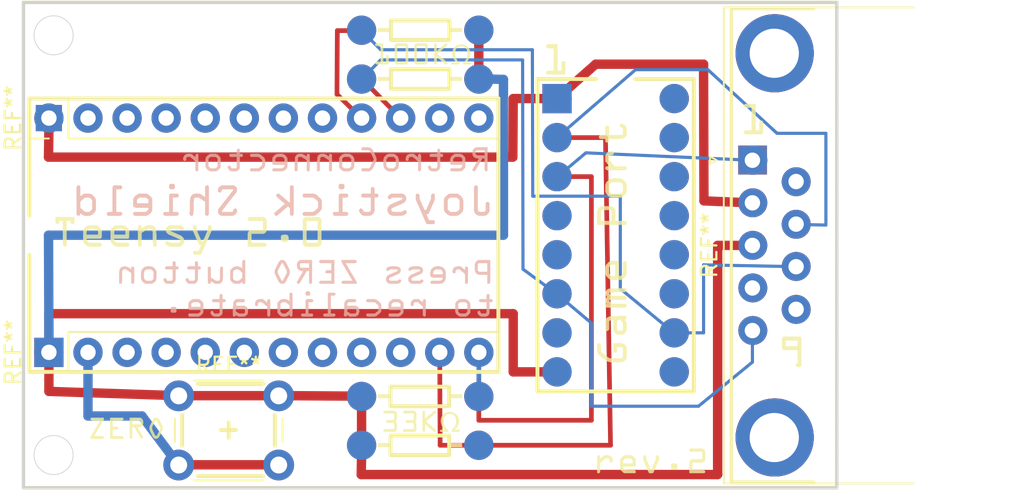
<source format=kicad_pcb>
(kicad_pcb (version 20211014) (generator pcbnew)
  (layers (0 "F.Cu" signal) (31 "B.Cu" signal) (34 "B.Paste" user) (35 "F.Paste" user) (36 "B.SilkS" user "B.Silkscreen") (37 "F.SilkS" user "F.Silkscreen") (38 "B.Mask" user) (39 "F.Mask" user) (44 "Edge.Cuts" user))
  (net 0 "")
  (footprint "Connector_Dsub:DSUB-9_Female_Horizontal_P2.77x2.84mm_EdgePinOffset7.70mm_Housed_MountingHolesOffset9.12mm" (layer "F.Cu") (at 164.6174 92.9132 90)
    (fp_text reference "REF**")
    (fp_text value "DSUB-9_Female_Horizontal_P2.77x2.84mm_EdgePinOffset7.70mm_Housed_MountingHolesOffset9.12mm")
  )
  (footprint "Button_Switch_THT:SW_PUSH_6mm_H7.3mm" (layer "F.Cu") (at 127.3314 108.24)
    (fp_text reference "REF**")
    (fp_text value "SW_PUSH_6mm_H7.3mm")
  )
  (footprint "Connector_PinHeader_2.54mm:PinHeader_1x12_P2.54mm_Vertical" (layer "F.Cu") (at 118.8974 90.17 90)
    (fp_text reference "REF**")
    (fp_text value "PinHeader_1x12_P2.54mm_Vertical")
  )
  (footprint "Connector_PinHeader_2.54mm:PinHeader_1x12_P2.54mm_Vertical" (layer "F.Cu") (at 118.8974 105.41 90)
    (fp_text reference "REF**")
    (fp_text value "PinHeader_1x12_P2.54mm_Vertical")
  )
  (gr_circle (center 159.5374 91.44) (end 160.4899 91.44) (layer "F.Cu") (width 0) (fill solid))
  (gr_circle (center 133.8072 112.7252) (end 134.7597 112.7252) (layer "F.Cu") (width 0) (fill solid))
  (gr_circle (center 164.6428 103.9876) (end 165.5826 103.9876) (layer "F.Cu") (width 0) (fill solid))
  (gr_circle (center 129.0574 90.17) (end 130.0099 90.17) (layer "F.Cu") (width 0) (fill solid))
  (gr_circle (center 167.4622 94.3102) (end 168.402 94.3102) (layer "F.Cu") (width 0) (fill solid))
  (gr_circle (center 146.8374 105.41) (end 147.7899 105.41) (layer "F.Cu") (width 0) (fill solid))
  (gr_circle (center 164.6428 92.9132) (end 165.5826 92.9132) (layer "F.Cu") (width 0) (fill solid))
  (gr_circle (center 159.5374 101.6) (end 160.4899 101.6) (layer "F.Cu") (width 0) (fill solid))
  (gr_circle (center 164.6428 103.9876) (end 165.5826 103.9876) (layer "F.Cu") (width 0) (fill solid))
  (gr_circle (center 167.4622 99.822) (end 168.402 99.822) (layer "F.Cu") (width 0) (fill solid))
  (gr_circle (center 151.9174 88.9) (end 152.8699 88.9) (layer "F.Cu") (width 0) (fill solid))
  (gr_circle (center 166.0652 110.9472) (end 168.6052 110.9472) (layer "F.Cu") (width 0) (fill solid))
  (gr_circle (center 136.6774 105.41) (end 137.6299 105.41) (layer "F.Cu") (width 0) (fill solid))
  (gr_circle (center 167.4622 97.0788) (end 168.402 97.0788) (layer "F.Cu") (width 0) (fill solid))
  (gr_circle (center 139.2174 84.455) (end 140.1699 84.455) (layer "F.Cu") (width 0) (fill solid))
  (gr_circle (center 159.5374 88.9) (end 160.4899 88.9) (layer "F.Cu") (width 0) (fill solid))
  (gr_circle (center 151.9174 96.52) (end 152.8699 96.52) (layer "F.Cu") (width 0) (fill solid))
  (gr_circle (center 167.4622 94.3102) (end 168.402 94.3102) (layer "F.Cu") (width 0) (fill solid))
  (gr_circle (center 167.4622 97.0788) (end 168.402 97.0788) (layer "F.Cu") (width 0) (fill solid))
  (gr_circle (center 151.9174 93.98) (end 152.8699 93.98) (layer "F.Cu") (width 0) (fill solid))
  (gr_circle (center 134.1374 105.41) (end 135.0899 105.41) (layer "F.Cu") (width 0) (fill solid))
  (gr_circle (center 167.4622 102.616) (end 168.402 102.616) (layer "F.Cu") (width 0) (fill solid))
  (gr_circle (center 139.2174 90.17) (end 140.1699 90.17) (layer "F.Cu") (width 0) (fill solid))
  (gr_circle (center 126.5174 90.17) (end 127.4699 90.17) (layer "F.Cu") (width 0) (fill solid))
  (gr_circle (center 146.8374 90.17) (end 147.7899 90.17) (layer "F.Cu") (width 0) (fill solid))
  (gr_circle (center 164.6428 101.219) (end 165.5826 101.219) (layer "F.Cu") (width 0) (fill solid))
  (gr_circle (center 164.6428 98.4504) (end 165.5826 98.4504) (layer "F.Cu") (width 0) (fill solid))
  (gr_circle (center 139.2174 105.41) (end 140.1699 105.41) (layer "F.Cu") (width 0) (fill solid))
  (gr_circle (center 151.9174 91.44) (end 152.8699 91.44) (layer "F.Cu") (width 0) (fill solid))
  (gr_circle (center 139.2174 87.63) (end 140.1699 87.63) (layer "F.Cu") (width 0) (fill solid))
  (gr_circle (center 118.8974 105.41) (end 119.8499 105.41) (layer "F.Cu") (width 0) (fill solid))
  (gr_circle (center 146.8374 87.63) (end 147.7899 87.63) (layer "F.Cu") (width 0) (fill solid))
  (gr_circle (center 146.8374 84.455) (end 147.7899 84.455) (layer "F.Cu") (width 0) (fill solid))
  (gr_circle (center 151.9174 104.14) (end 152.8699 104.14) (layer "F.Cu") (width 0) (fill solid))
  (gr_circle (center 167.4622 99.822) (end 168.402 99.822) (layer "F.Cu") (width 0) (fill solid))
  (gr_circle (center 118.8974 90.17) (end 119.8499 90.17) (layer "F.Cu") (width 0) (fill solid))
  (gr_circle (center 146.8374 108.2802) (end 147.7899 108.2802) (layer "F.Cu") (width 0) (fill solid))
  (gr_circle (center 159.5374 104.14) (end 160.4899 104.14) (layer "F.Cu") (width 0) (fill solid))
  (gr_circle (center 164.6428 101.219) (end 165.5826 101.219) (layer "F.Cu") (width 0) (fill solid))
  (gr_circle (center 139.2174 108.2802) (end 140.1699 108.2802) (layer "F.Cu") (width 0) (fill solid))
  (gr_circle (center 166.0652 85.9536) (end 168.6052 85.9536) (layer "F.Cu") (width 0) (fill solid))
  (gr_circle (center 121.4374 90.17) (end 122.3899 90.17) (layer "F.Cu") (width 0) (fill solid))
  (gr_circle (center 141.7574 90.17) (end 142.7099 90.17) (layer "F.Cu") (width 0) (fill solid))
  (gr_circle (center 167.4622 102.616) (end 168.402 102.616) (layer "F.Cu") (width 0) (fill solid))
  (gr_circle (center 146.8374 111.4552) (end 147.7899 111.4552) (layer "F.Cu") (width 0) (fill solid))
  (gr_circle (center 166.0652 110.9472) (end 168.6052 110.9472) (layer "F.Cu") (width 0) (fill solid))
  (gr_circle (center 159.5374 93.98) (end 160.4899 93.98) (layer "F.Cu") (width 0) (fill solid))
  (gr_circle (center 144.2974 105.41) (end 145.2499 105.41) (layer "F.Cu") (width 0) (fill solid))
  (gr_circle (center 131.5974 105.41) (end 132.5499 105.41) (layer "F.Cu") (width 0) (fill solid))
  (gr_circle (center 131.5974 90.17) (end 132.5499 90.17) (layer "F.Cu") (width 0) (fill solid))
  (gr_circle (center 144.2974 90.17) (end 145.2499 90.17) (layer "F.Cu") (width 0) (fill solid))
  (gr_circle (center 151.9174 101.6) (end 152.8699 101.6) (layer "F.Cu") (width 0) (fill solid))
  (gr_circle (center 151.9174 106.68) (end 152.8699 106.68) (layer "F.Cu") (width 0) (fill solid))
  (gr_poly (pts (xy 152.8699 87.9475) (xy 150.9649 87.9475) (xy 150.9649 89.8525) (xy 152.8699 89.8525)) (layer "F.Cu") (width 0) (fill solid))
  (gr_circle (center 123.9774 105.41) (end 124.9299 105.41) (layer "F.Cu") (width 0) (fill solid))
  (gr_poly (pts (xy 119.8499 104.4575) (xy 117.9449 104.4575) (xy 117.9449 106.3625) (xy 119.8499 106.3625)) (layer "F.Cu") (width 0) (fill solid))
  (gr_circle (center 164.6428 98.4504) (end 165.5826 98.4504) (layer "F.Cu") (width 0) (fill solid))
  (gr_circle (center 159.5374 99.06) (end 160.4899 99.06) (layer "F.Cu") (width 0) (fill solid))
  (gr_circle (center 141.7574 105.41) (end 142.7099 105.41) (layer "F.Cu") (width 0) (fill solid))
  (gr_circle (center 127.3302 108.2294) (end 128.2827 108.2294) (layer "F.Cu") (width 0) (fill solid))
  (gr_circle (center 121.4374 105.41) (end 122.3899 105.41) (layer "F.Cu") (width 0) (fill solid))
  (gr_circle (center 139.2174 111.4552) (end 140.1699 111.4552) (layer "F.Cu") (width 0) (fill solid))
  (gr_circle (center 127.3302 112.7252) (end 128.2827 112.7252) (layer "F.Cu") (width 0) (fill solid))
  (gr_circle (center 151.9174 99.06) (end 152.8699 99.06) (layer "F.Cu") (width 0) (fill solid))
  (gr_circle (center 133.8072 108.2294) (end 134.7597 108.2294) (layer "F.Cu") (width 0) (fill solid))
  (gr_circle (center 164.6428 95.6818) (end 165.5826 95.6818) (layer "F.Cu") (width 0) (fill solid))
  (gr_circle (center 164.6428 92.9132) (end 165.5826 92.9132) (layer "F.Cu") (width 0) (fill solid))
  (gr_circle (center 159.5374 106.68) (end 160.4899 106.68) (layer "F.Cu") (width 0) (fill solid))
  (gr_circle (center 164.6428 95.6818) (end 165.5826 95.6818) (layer "F.Cu") (width 0) (fill solid))
  (gr_circle (center 159.5374 96.52) (end 160.4899 96.52) (layer "F.Cu") (width 0) (fill solid))
  (gr_circle (center 129.0574 105.41) (end 130.0099 105.41) (layer "F.Cu") (width 0) (fill solid))
  (gr_circle (center 136.6774 90.17) (end 137.6299 90.17) (layer "F.Cu") (width 0) (fill solid))
  (gr_circle (center 123.9774 90.17) (end 124.9299 90.17) (layer "F.Cu") (width 0) (fill solid))
  (gr_circle (center 134.1374 90.17) (end 135.0899 90.17) (layer "F.Cu") (width 0) (fill solid))
  (gr_circle (center 166.0652 85.9536) (end 168.6052 85.9536) (layer "F.Cu") (width 0) (fill solid))
  (gr_circle (center 126.5174 105.41) (end 127.4699 105.41) (layer "F.Cu") (width 0) (fill solid))
  (gr_poly (pts (xy 119.8499 104.4575) (xy 117.9449 104.4575) (xy 117.9449 106.3625) (xy 119.8499 106.3625)) (layer "B.Cu") (width 0) (fill solid))
  (gr_circle (center 167.4622 94.3102) (end 168.402 94.3102) (layer "B.Cu") (width 0) (fill solid))
  (gr_circle (center 146.8374 108.2802) (end 147.7899 108.2802) (layer "B.Cu") (width 0) (fill solid))
  (gr_circle (center 151.9174 91.44) (end 152.8699 91.44) (layer "B.Cu") (width 0) (fill solid))
  (gr_circle (center 118.8974 105.41) (end 119.8499 105.41) (layer "B.Cu") (width 0) (fill solid))
  (gr_circle (center 126.5174 90.17) (end 127.4699 90.17) (layer "B.Cu") (width 0) (fill solid))
  (gr_circle (center 123.9774 105.41) (end 124.9299 105.41) (layer "B.Cu") (width 0) (fill solid))
  (gr_circle (center 133.8072 112.7252) (end 134.7597 112.7252) (layer "B.Cu") (width 0) (fill solid))
  (gr_circle (center 164.6428 101.219) (end 165.5826 101.219) (layer "B.Cu") (width 0) (fill solid))
  (gr_circle (center 159.5374 99.06) (end 160.4899 99.06) (layer "B.Cu") (width 0) (fill solid))
  (gr_circle (center 139.2174 111.4552) (end 140.1699 111.4552) (layer "B.Cu") (width 0) (fill solid))
  (gr_circle (center 136.6774 105.41) (end 137.6299 105.41) (layer "B.Cu") (width 0) (fill solid))
  (gr_circle (center 146.8374 87.63) (end 147.7899 87.63) (layer "B.Cu") (width 0) (fill solid))
  (gr_circle (center 127.3302 112.7252) (end 128.2827 112.7252) (layer "B.Cu") (width 0) (fill solid))
  (gr_circle (center 167.4622 97.0788) (end 168.402 97.0788) (layer "B.Cu") (width 0) (fill solid))
  (gr_circle (center 144.2974 105.41) (end 145.2499 105.41) (layer "B.Cu") (width 0) (fill solid))
  (gr_circle (center 139.2174 90.17) (end 140.1699 90.17) (layer "B.Cu") (width 0) (fill solid))
  (gr_circle (center 151.9174 88.9) (end 152.8699 88.9) (layer "B.Cu") (width 0) (fill solid))
  (gr_circle (center 136.6774 90.17) (end 137.6299 90.17) (layer "B.Cu") (width 0) (fill solid))
  (gr_circle (center 129.0574 90.17) (end 130.0099 90.17) (layer "B.Cu") (width 0) (fill solid))
  (gr_circle (center 146.8374 84.455) (end 147.7899 84.455) (layer "B.Cu") (width 0) (fill solid))
  (gr_circle (center 151.9174 106.68) (end 152.8699 106.68) (layer "B.Cu") (width 0) (fill solid))
  (gr_circle (center 146.8374 90.17) (end 147.7899 90.17) (layer "B.Cu") (width 0) (fill solid))
  (gr_circle (center 139.2174 87.63) (end 140.1699 87.63) (layer "B.Cu") (width 0) (fill solid))
  (gr_circle (center 141.7574 105.41) (end 142.7099 105.41) (layer "B.Cu") (width 0) (fill solid))
  (gr_circle (center 159.5374 106.68) (end 160.4899 106.68) (layer "B.Cu") (width 0) (fill solid))
  (gr_circle (center 129.0574 105.41) (end 130.0099 105.41) (layer "B.Cu") (width 0) (fill solid))
  (gr_circle (center 159.5374 96.52) (end 160.4899 96.52) (layer "B.Cu") (width 0) (fill solid))
  (gr_circle (center 164.6428 98.4504) (end 165.5826 98.4504) (layer "B.Cu") (width 0) (fill solid))
  (gr_circle (center 164.6428 92.9132) (end 165.5826 92.9132) (layer "B.Cu") (width 0) (fill solid))
  (gr_circle (center 146.8374 111.4552) (end 147.7899 111.4552) (layer "B.Cu") (width 0) (fill solid))
  (gr_circle (center 159.5374 101.6) (end 160.4899 101.6) (layer "B.Cu") (width 0) (fill solid))
  (gr_circle (center 151.9174 101.6) (end 152.8699 101.6) (layer "B.Cu") (width 0) (fill solid))
  (gr_circle (center 134.1374 90.17) (end 135.0899 90.17) (layer "B.Cu") (width 0) (fill solid))
  (gr_circle (center 146.8374 105.41) (end 147.7899 105.41) (layer "B.Cu") (width 0) (fill solid))
  (gr_circle (center 131.5974 90.17) (end 132.5499 90.17) (layer "B.Cu") (width 0) (fill solid))
  (gr_circle (center 121.4374 105.41) (end 122.3899 105.41) (layer "B.Cu") (width 0) (fill solid))
  (gr_circle (center 141.7574 90.17) (end 142.7099 90.17) (layer "B.Cu") (width 0) (fill solid))
  (gr_circle (center 118.8974 90.17) (end 119.8499 90.17) (layer "B.Cu") (width 0) (fill solid))
  (gr_circle (center 159.5374 93.98) (end 160.4899 93.98) (layer "B.Cu") (width 0) (fill solid))
  (gr_circle (center 139.2174 105.41) (end 140.1699 105.41) (layer "B.Cu") (width 0) (fill solid))
  (gr_circle (center 166.0652 110.9472) (end 168.6052 110.9472) (layer "B.Cu") (width 0) (fill solid))
  (gr_circle (center 144.2974 90.17) (end 145.2499 90.17) (layer "B.Cu") (width 0) (fill solid))
  (gr_circle (center 164.6428 103.9876) (end 165.5826 103.9876) (layer "B.Cu") (width 0) (fill solid))
  (gr_circle (center 167.4622 102.616) (end 168.402 102.616) (layer "B.Cu") (width 0) (fill solid))
  (gr_circle (center 159.5374 88.9) (end 160.4899 88.9) (layer "B.Cu") (width 0) (fill solid))
  (gr_circle (center 139.2174 108.2802) (end 140.1699 108.2802) (layer "B.Cu") (width 0) (fill solid))
  (gr_circle (center 121.4374 90.17) (end 122.3899 90.17) (layer "B.Cu") (width 0) (fill solid))
  (gr_circle (center 159.5374 104.14) (end 160.4899 104.14) (layer "B.Cu") (width 0) (fill solid))
  (gr_circle (center 134.1374 105.41) (end 135.0899 105.41) (layer "B.Cu") (width 0) (fill solid))
  (gr_circle (center 151.9174 104.14) (end 152.8699 104.14) (layer "B.Cu") (width 0) (fill solid))
  (gr_circle (center 151.9174 96.52) (end 152.8699 96.52) (layer "B.Cu") (width 0) (fill solid))
  (gr_circle (center 151.9174 93.98) (end 152.8699 93.98) (layer "B.Cu") (width 0) (fill solid))
  (gr_circle (center 131.5974 105.41) (end 132.5499 105.41) (layer "B.Cu") (width 0) (fill solid))
  (gr_poly (pts (xy 152.8699 87.9475) (xy 150.9649 87.9475) (xy 150.9649 89.8525) (xy 152.8699 89.8525)) (layer "B.Cu") (width 0) (fill solid))
  (gr_circle (center 159.5374 91.44) (end 160.4899 91.44) (layer "B.Cu") (width 0) (fill solid))
  (gr_circle (center 126.5174 105.41) (end 127.4699 105.41) (layer "B.Cu") (width 0) (fill solid))
  (gr_circle (center 133.8072 108.2294) (end 134.7597 108.2294) (layer "B.Cu") (width 0) (fill solid))
  (gr_circle (center 167.4622 99.822) (end 168.402 99.822) (layer "B.Cu") (width 0) (fill solid))
  (gr_circle (center 139.2174 84.455) (end 140.1699 84.455) (layer "B.Cu") (width 0) (fill solid))
  (gr_circle (center 166.0652 85.9536) (end 168.6052 85.9536) (layer "B.Cu") (width 0) (fill solid))
  (gr_circle (center 151.9174 99.06) (end 152.8699 99.06) (layer "B.Cu") (width 0) (fill solid))
  (gr_circle (center 164.6428 95.6818) (end 165.5826 95.6818) (layer "B.Cu") (width 0) (fill solid))
  (gr_circle (center 123.9774 90.17) (end 124.9299 90.17) (layer "B.Cu") (width 0) (fill solid))
  (gr_circle (center 127.3302 108.2294) (end 128.2827 108.2294) (layer "B.Cu") (width 0) (fill solid))
  (gr_line (start 145.5166 95.4278) (end 145.796 95.4278) (layer "B.SilkS") (width 0.0254))
  (gr_line (start 145.8468 100.2284) (end 146.1262 100.2284) (layer "B.SilkS") (width 0.0254))
  (gr_line (start 140.9192 96.266) (end 141.2494 96.266) (layer "B.SilkS") (width 0.0254))
  (gr_line (start 146.5326 94.9706) (end 146.7612 94.9706) (layer "B.SilkS") (width 0.0254))
  (gr_line (start 130.8608 94.8944) (end 131.1148 94.8944) (layer "B.SilkS") (width 0.0254))
  (gr_line (start 146.1008 102.4128) (end 146.2786 102.4128) (layer "B.SilkS") (width 0.0254))
  (gr_line (start 135.6868 93.599) (end 135.8138 93.599) (layer "B.SilkS") (width 0.0254))
  (gr_line (start 129.0574 95.1738) (end 129.286 95.1738) (layer "B.SilkS") (width 0.0254))
  (gr_line (start 133.8072 95.377) (end 134.1882 95.377) (layer "B.SilkS") (width 0.0254))
  (gr_line (start 129.9972 102.7684) (end 130.175 102.7684) (layer "B.SilkS") (width 0.0254))
  (gr_line (start 131.1148 93.1164) (end 131.2926 93.1164) (layer "B.SilkS") (width 0.0254))
  (gr_line (start 124.9172 100.1014) (end 125.1204 100.1014) (layer "B.SilkS") (width 0.0254))
  (gr_line (start 127.8636 100.838) (end 128.4986 100.838) (layer "B.SilkS") (width 0.0254))
  (gr_line (start 129.0574 95.2754) (end 129.286 95.2754) (layer "B.SilkS") (width 0.0254))
  (gr_line (start 132.7658 92.9132) (end 132.9436 92.9132) (layer "B.SilkS") (width 0.0254))
  (gr_line (start 137.2616 99.822) (end 137.4394 99.822) (layer "B.SilkS") (width 0.0254))
  (gr_line (start 145.923 100.3046) (end 146.1262 100.3046) (layer "B.SilkS") (width 0.0254))
  (gr_line (start 126.7714 94.7674) (end 127.0254 94.7674) (layer "B.SilkS") (width 0.0254))
  (gr_line (start 130.8862 94.8182) (end 131.1148 94.8182) (layer "B.SilkS") (width 0.0254))
  (gr_line (start 140.9954 102.9208) (end 141.859 102.9208) (layer "B.SilkS") (width 0.0254))
  (gr_line (start 133.4516 93.472) (end 134.3152 93.472) (layer "B.SilkS") (width 0.0254))
  (gr_line (start 146.5326 92.71) (end 147.3962 92.71) (layer "B.SilkS") (width 0.0254))
  (gr_line (start 147.3454 102.235) (end 147.5232 102.235) (layer "B.SilkS") (width 0.0254))
  (gr_line (start 137.8204 93.4466) (end 138.684 93.4466) (layer "B.SilkS") (width 0.0254))
  (gr_line (start 125.603 100.0506) (end 125.8316 100.0506) (layer "B.SilkS") (width 0.0254))
  (gr_line (start 130.6068 93.2688) (end 130.6322 93.2688) (layer "B.SilkS") (width 0.0254))
  (gr_line (start 138.557 93.2434) (end 138.7348 93.2434) (layer "B.SilkS") (width 0.0254))
  (gr_line (start 128.6256 102.1588) (end 128.8796 102.1588) (layer "B.SilkS") (width 0.0254))
  (gr_line (start 121.7168 95.8342) (end 121.9454 95.8342) (layer "B.SilkS") (width 0.0254))
  (gr_line (start 128.397 99.6188) (end 128.5748 99.6188) (layer "B.SilkS") (width 0.0254))
  (gr_line (start 134.8994 92.7354) (end 135.1026 92.7354) (layer "B.SilkS") (width 0.0254))
  (gr_line (start 130.8608 102.7684) (end 131.064 102.7684) (layer "B.SilkS") (width 0.0254))
  (gr_line (start 126.9492 100.3808) (end 127.127 100.3808) (layer "B.SilkS") (width 0.0254))
  (gr_line (start 147.3454 102.2604) (end 147.5232 102.2604) (layer "B.SilkS") (width 0.0254))
  (gr_line (start 143.5862 93.472) (end 144.272 93.472) (layer "B.SilkS") (width 0.0254))
  (gr_line (start 134.366 102.2096) (end 134.7216 102.2096) (layer "B.SilkS") (width 0.0254))
  (gr_line (start 139.1412 96.3676) (end 139.9794 96.3676) (layer "B.SilkS") (width 0.0254))
  (gr_line (start 133.5278 92.6338) (end 134.2898 92.6338) (layer "B.SilkS") (width 0.0254))
  (gr_line (start 137.7696 93.1418) (end 137.9474 93.1418) (layer "B.SilkS") (width 0.0254))
  (gr_line (start 131.9784 92.6084) (end 132.715 92.6084) (layer "B.SilkS") (width 0.0254))
  (gr_line (start 139.827 95.0722) (end 140.0556 95.0722) (layer "B.SilkS") (width 0.0254))
  (gr_line (start 136.3218 93.1164) (end 136.4996 93.1164) (layer "B.SilkS") (width 0.0254))
  (gr_line (start 123.0376 95.5548) (end 123.2662 95.5548) (layer "B.SilkS") (width 0.0254))
  (gr_line (start 127.9652 102.4636) (end 128.9304 102.4636) (layer "B.SilkS") (width 0.0254))
  (gr_line (start 129.1082 93.3704) (end 129.3114 93.3704) (layer "B.SilkS") (width 0.0254))
  (gr_line (start 133.096 102.9208) (end 133.2738 102.9208) (layer "B.SilkS") (width 0.0254))
  (gr_line (start 133.1468 103.0732) (end 133.223 103.0732) (layer "B.SilkS") (width 0.0254))
  (gr_line (start 134.5438 102.6414) (end 134.7216 102.6414) (layer "B.SilkS") (width 0.0254))
  (gr_line (start 134.1882 92.7862) (end 134.3914 92.7862) (layer "B.SilkS") (width 0.0254))
  (gr_line (start 144.6276 96.266) (end 144.9832 96.266) (layer "B.SilkS") (width 0.0254))
  (gr_line (start 134.874 93.345) (end 135.0518 93.345) (layer "B.SilkS") (width 0.0254))
  (gr_line (start 137.7442 96.012) (end 137.9728 96.012) (layer "B.SilkS") (width 0.0254))
  (gr_line (start 128.0668 95.504) (end 128.3208 95.504) (layer "B.SilkS") (width 0.0254))
  (gr_line (start 130.7084 95.0722) (end 131.0132 95.0722) (layer "B.SilkS") (width 0.0254))
  (gr_line (start 132.6642 93.3196) (end 132.9182 93.3196) (layer "B.SilkS") (width 0.0254))
  (gr_line (start 133.7564 96.1644) (end 134.1374 96.1644) (layer "B.SilkS") (width 0.0254))
  (gr_line (start 129.9464 102.87) (end 130.175 102.87) (layer "B.SilkS") (width 0.0254))
  (gr_line (start 141.7574 102.3874) (end 141.9352 102.3874) (layer "B.SilkS") (width 0.0254))
  (gr_line (start 133.731 100.584) (end 133.9342 100.584) (layer "B.SilkS") (width 0.0254))
  (gr_line (start 128.1176 95.3262) (end 129.286 95.3262) (layer "B.SilkS") (width 0.0254))
  (gr_line (start 146.558 94.615) (end 146.7612 94.615) (layer "B.SilkS") (width 0.0254))
  (gr_line (start 134.5692 96.4184) (end 134.7978 96.4184) (layer "B.SilkS") (width 0.0254))
  (gr_line (start 142.9258 102.1842) (end 143.383 102.1842) (layer "B.SilkS") (width 0.0254))
  (gr_line (start 128.4986 92.5068) (end 128.5494 92.5068) (layer "B.SilkS") (width 0.0254))
  (gr_line (start 146.5834 93.2434) (end 146.7866 93.2434) (layer "B.SilkS") (width 0.0254))
  (gr_line (start 120.7008 95.8088) (end 120.9294 95.8088) (layer "B.SilkS") (width 0.0254))
  (gr_line (start 146.6596 96.4184) (end 147.3962 96.4184) (layer "B.SilkS") (width 0.0254))
  (gr_line (start 146.5326 95.0214) (end 146.7612 95.0214) (layer "B.SilkS") (width 0.0254))
  (gr_line (start 145.3134 102.362) (end 145.4912 102.362) (layer "B.SilkS") (width 0.0254))
  (gr_line (start 147.3454 102.743) (end 147.5232 102.743) (layer "B.SilkS") (width 0.0254))
  (gr_line (start 145.5928 95.631) (end 145.8214 95.631) (layer "B.SilkS") (width 0.0254))
  (gr_line (start 130.8862 102.1588) (end 131.1148 102.1588) (layer "B.SilkS") (width 0.0254))
  (gr_line (start 127.8128 100.7618) (end 128.5494 100.7618) (layer "B.SilkS") (width 0.0254))
  (gr_line (start 124.9172 100.076) (end 125.1458 100.076) (layer "B.SilkS") (width 0.0254))
  (gr_line (start 140.97 102.5652) (end 141.9352 102.5652) (layer "B.SilkS") (width 0.0254))
  (gr_line (start 124.9172 100.6348) (end 125.095 100.6348) (layer "B.SilkS") (width 0.0254))
  (gr_line (start 133.5786 92.583) (end 134.239 92.583) (layer "B.SilkS") (width 0.0254))
  (gr_line (start 133.7564 102.235) (end 133.9596 102.235) (layer "B.SilkS") (width 0.0254))
  (gr_line (start 126.9492 100.3046) (end 127.127 100.3046) (layer "B.SilkS") (width 0.0254))
  (gr_line (start 121.6914 95.504) (end 121.9454 95.504) (layer "B.SilkS") (width 0.0254))
  (gr_line (start 145.3388 102.8192) (end 145.542 102.8192) (layer "B.SilkS") (width 0.0254))
  (gr_line (start 129.9972 101.8794) (end 130.175 101.8794) (layer "B.SilkS") (width 0.0254))
  (gr_line (start 141.2748 101.9556) (end 141.6304 101.9556) (layer "B.SilkS") (width 0.0254))
  (gr_line (start 144.145 93.3196) (end 144.3228 93.3196) (layer "B.SilkS") (width 0.0254))
  (gr_line (start 124.3838 95.5294) (end 124.6124 95.5294) (layer "B.SilkS") (width 0.0254))
  (gr_line (start 134.5692 95.0722) (end 134.7978 95.0722) (layer "B.SilkS") (width 0.0254))
  (gr_line (start 130.683 92.6846) (end 131.445 92.6846) (layer "B.SilkS") (width 0.0254))
  (gr_line (start 142.748 95.4786) (end 143.002 95.4786) (layer "B.SilkS") (width 0.0254))
  (gr_line (start 127.889 100.8634) (end 128.4732 100.8634) (layer "B.SilkS") (width 0.0254))
  (gr_line (start 145.0086 93.599) (end 145.7198 93.599) (layer "B.SilkS") (width 0.0254))
  (gr_line (start 135.1534 100.0506) (end 135.9916 100.0506) (layer "B.SilkS") (width 0.0254))
  (gr_line (start 133.6294 100.3554) (end 133.8072 100.3554) (layer "B.SilkS") (width 0.0254))
  (gr_line (start 130.683 100.6602) (end 130.8862 100.6602) (layer "B.SilkS") (width 0.0254))
  (gr_line (start 140.97 102.362) (end 141.1478 102.362) (layer "B.SilkS") (width 0.0254))
  (gr_line (start 126.7714 94.4626) (end 127.0254 94.4626) (layer "B.SilkS") (width 0.0254))
  (gr_line (start 128.4224 93.1418) (end 128.6002 93.1418) (layer "B.SilkS") (width 0.0254))
  (gr_line (start 142.9004 92.5576) (end 143.0528 92.5576) (layer "B.SilkS") (width 0.0254))
  (gr_line (start 139.5222 102.9716) (end 140.2588 102.9716) (layer "B.SilkS") (width 0.0254))
  (gr_line (start 142.2654 100.7618) (end 143.2306 100.7618) (layer "B.SilkS") (width 0.0254))
  (gr_line (start 126.9492 100.2538) (end 127.127 100.2538) (layer "B.SilkS") (width 0.0254))
  (gr_line (start 129.8956 94.9452) (end 130.0988 94.9452) (layer "B.SilkS") (width 0.0254))
  (gr_line (start 127.9652 102.9716) (end 128.8034 102.9716) (layer "B.SilkS") (width 0.0254))
  (gr_line (start 134.2136 92.8878) (end 134.3914 92.8878) (layer "B.SilkS") (width 0.0254))
  (gr_line (start 143.7132 100.457) (end 144.6784 100.457) (layer "B.SilkS") (width 0.0254))
  (gr_line (start 129.3876 93.6244) (end 129.7432 93.6244) (layer "B.SilkS") (width 0.0254))
  (gr_line (start 138.2014 102.0318) (end 138.8618 102.0318) (layer "B.SilkS") (width 0.0254))
  (gr_line (start 146.4564 93.472) (end 146.6596 93.472) (layer "B.SilkS") (width 0.0254))
  (gr_line (start 145.161 100.0506) (end 145.3642 100.0506) (layer "B.SilkS") (width 0.0254))
  (gr_line (start 147.3454 102.4382) (end 147.5232 102.4382) (layer "B.SilkS") (width 0.0254))
  (gr_line (start 134.0612 101.9556) (end 134.2898 101.9556) (layer "B.SilkS") (width 0.0254))
  (gr_line (start 135.5852 101.5746) (end 135.8646 101.5746) (layer "B.SilkS") (width 0.0254))
  (gr_line (start 143.6624 92.5322) (end 144.4752 92.5322) (layer "B.SilkS") (width 0.0254))
  (gr_line (start 138.0998 102.2604) (end 138.2776 102.2604) (layer "B.SilkS") (width 0.0254))
  (gr_line (start 129.8702 93.1164) (end 130.048 93.1164) (layer "B.SilkS") (width 0.0254))
  (gr_line (start 135.5852 102.489) (end 135.763 102.489) (layer "B.SilkS") (width 0.0254))
  (gr_line (start 131.4958 100.8888) (end 131.6482 100.8888) (layer "B.SilkS") (width 0.0254))
  (gr_line (start 142.4178 102.2096) (end 142.5956 102.2096) (layer "B.SilkS") (width 0.0254))
  (gr_line (start 130.8862 102.3874) (end 131.6228 102.3874) (layer "B.SilkS") (width 0.0254))
  (gr_line (start 124.9172 100.6602) (end 125.1204 100.6602) (layer "B.SilkS") (width 0.0254))
  (gr_line (start 134.2136 100.5332) (end 134.4168 100.5332) (layer "B.SilkS") (width 0.0254))
  (gr_line (start 120.7008 94.7166) (end 120.9294 94.7166) (layer "B.SilkS") (width 0.0254))
  (gr_line (start 135.6614 93.3704) (end 135.8392 93.3704) (layer "B.SilkS") (width 0.0254))
  (gr_line (start 145.0086 93.1672) (end 145.9484 93.1672) (layer "B.SilkS") (width 0.0254))
  (gr_line (start 137.7442 95.1738) (end 138.3284 95.1738) (layer "B.SilkS") (width 0.0254))
  (gr_line (start 146.5326 95.1992) (end 146.7612 95.1992) (layer "B.SilkS") (width 0.0254))
  (gr_line (start 133.096 102.87) (end 133.2738 102.87) (layer "B.SilkS") (width 0.0254))
  (gr_line (start 121.2088 95.0976) (end 121.5644 95.0976) (layer "B.SilkS") (width 0.0254))
  (gr_line (start 134.5692 94.8436) (end 134.7978 94.8436) (layer "B.SilkS") (width 0.0254))
  (gr_line (start 142.7734 100.2284) (end 143.1544 100.2284) (layer "B.SilkS") (width 0.0254))
  (gr_line (start 142.748 95.25) (end 142.9766 95.25) (layer "B.SilkS") (width 0.0254))
  (gr_line (start 123.0376 94.8436) (end 123.2662 94.8436) (layer "B.SilkS") (width 0.0254))
  (gr_line (start 124.8918 100.4824) (end 125.0696 100.4824) (layer "B.SilkS") (width 0.0254))
  (gr_line (start 147.3454 102.8192) (end 147.5232 102.8192) (layer "B.SilkS") (width 0.0254))
  (gr_line (start 135.8138 100.203) (end 135.9916 100.203) (layer "B.SilkS") (width 0.0254))
  (gr_line (start 137.2616 100.0506) (end 137.4394 100.0506) (layer "B.SilkS") (width 0.0254))
  (gr_line (start 145.9484 99.949) (end 146.1262 99.949) (layer "B.SilkS") (width 0.0254))
  (gr_line (start 142.9004 93.0402) (end 143.0782 93.0402) (layer "B.SilkS") (width 0.0254))
  (gr_line (start 121.7168 95.8088) (end 121.9454 95.8088) (layer "B.SilkS") (width 0.0254))
  (gr_line (start 130.0988 95.8596) (end 130.4036 95.8596) (layer "B.SilkS") (width 0.0254))
  (gr_line (start 143.2052 102.489) (end 143.383 102.489) (layer "B.SilkS") (width 0.0254))
  (gr_line (start 140.97 102.2858) (end 141.1478 102.2858) (layer "B.SilkS") (width 0.0254))
  (gr_line (start 126.492 99.9998) (end 127.2794 99.9998) (layer "B.SilkS") (width 0.0254))
  (gr_line (start 145.3134 102.6922) (end 145.4912 102.6922) (layer "B.SilkS") (width 0.0254))
  (gr_line (start 135.6868 92.5322) (end 135.8138 92.5322) (layer "B.SilkS") (width 0.0254))
  (gr_line (start 123.0376 95.3516) (end 123.2662 95.3516) (layer "B.SilkS") (width 0.0254))
  (gr_line (start 130.3528 95.5294) (end 130.6576 95.5294) (layer "B.SilkS") (width 0.0254))
  (gr_line (start 134.5438 101.7778) (end 134.7216 101.7778) (layer "B.SilkS") (width 0.0254))
  (gr_line (start 139.192 95.1992) (end 140.3096 95.1992) (layer "B.SilkS") (width 0.0254))
  (gr_line (start 136.7536 103.0224) (end 137.4902 103.0224) (layer "B.SilkS") (width 0.0254))
  (gr_line (start 126.7206 96.1136) (end 126.9492 96.1136) (layer "B.SilkS") (width 0.0254))
  (gr_line (start 133.5786 100.2284) (end 133.7564 100.2284) (layer "B.SilkS") (width 0.0254))
  (gr_line (start 141.351 92.7354) (end 141.5796 92.7354) (layer "B.SilkS") (width 0.0254))
  (gr_line (start 131.4704 99.7204) (end 131.6482 99.7204) (layer "B.SilkS") (width 0.0254))
  (gr_line (start 127.9652 102.4128) (end 128.143 102.4128) (layer "B.SilkS") (width 0.0254))
  (gr_line (start 129.0828 93.1926) (end 129.2606 93.1926) (layer "B.SilkS") (width 0.0254))
  (gr_line (start 128.4224 93.0656) (end 128.6002 93.0656) (layer "B.SilkS") (width 0.0254))
  (gr_line (start 146.7104 93.0402) (end 146.9136 93.0402) (layer "B.SilkS") (width 0.0254))
  (gr_line (start 127.9906 102.1842) (end 128.2192 102.1842) (layer "B.SilkS") (width 0.0254))
  (gr_line (start 136.5504 99.5934) (end 137.4394 99.5934) (layer "B.SilkS") (width 0.0254))
  (gr_line (start 130.8862 102.3366) (end 131.064 102.3366) (layer "B.SilkS") (width 0.0254))
  (gr_line (start 128.7526 102.3366) (end 128.9304 102.3366) (layer "B.SilkS") (width 0.0254))
  (gr_line (start 135.0264 99.7204) (end 135.2042 99.7204) (layer "B.SilkS") (width 0.0254))
  (gr_line (start 140.9192 96.0374) (end 141.1732 96.0374) (layer "B.SilkS") (width 0.0254))
  (gr_line (start 143.2052 102.743) (end 143.383 102.743) (layer "B.SilkS") (width 0.0254))
  (gr_line (start 129.6162 100.8888) (end 130.0734 100.8888) (layer "B.SilkS") (width 0.0254))
  (gr_line (start 136.3218 93.1672) (end 136.4996 93.1672) (layer "B.SilkS") (width 0.0254))
  (gr_line (start 134.2898 99.949) (end 134.493 99.949) (layer "B.SilkS") (width 0.0254))
  (gr_line (start 130.2766 95.631) (end 130.5814 95.631) (layer "B.SilkS") (width 0.0254))
  (gr_line (start 143.2052 102.7684) (end 143.383 102.7684) (layer "B.SilkS") (width 0.0254))
  (gr_line (start 142.9004 93.4466) (end 143.0782 93.4466) (layer "B.SilkS") (width 0.0254))
  (gr_line (start 127.9652 102.997) (end 128.778 102.997) (layer "B.SilkS") (width 0.0254))
  (gr_line (start 121.7168 95.7834) (end 121.9454 95.7834) (layer "B.SilkS") (width 0.0254))
  (gr_line (start 130.6322 92.6084) (end 131.4958 92.6084) (layer "B.SilkS") (width 0.0254))
  (gr_line (start 135.3312 100.3046) (end 135.5344 100.3046) (layer "B.SilkS") (width 0.0254))
  (gr_line (start 140.335 102.5144) (end 140.4874 102.5144) (layer "B.SilkS") (width 0.0254))
  (gr_line (start 142.2654 100.6856) (end 142.4432 100.6856) (layer "B.SilkS") (width 0.0254))
  (gr_line (start 130.5306 93.345) (end 130.7084 93.345) (layer "B.SilkS") (width 0.0254))
  (gr_line (start 141.3256 92.71) (end 141.5796 92.71) (layer "B.SilkS") (width 0.0254))
  (gr_line (start 133.5786 100.203) (end 133.7564 100.203) (layer "B.SilkS") (width 0.0254))
  (gr_line (start 134.874 93.1672) (end 135.0518 93.1672) (layer "B.SilkS") (width 0.0254))
  (gr_line (start 128.4224 92.6084) (end 128.6002 92.6084) (layer "B.SilkS") (width 0.0254))
  (gr_line (start 144.145 93.218) (end 144.3228 93.218) (layer "B.SilkS") (width 0.0254))
  (gr_line (start 120.7008 96.1644) (end 121.1072 96.1644) (layer "B.SilkS") (width 0.0254))
  (gr_line (start 141.7574 102.3112) (end 141.9352 102.3112) (layer "B.SilkS") (width 0.0254))
  (gr_line (start 134.366 100.1014) (end 134.5438 100.1014) (layer "B.SilkS") (width 0.0254))
  (gr_line (start 139.5476 103.0478) (end 140.1826 103.0478) (layer "B.SilkS") (width 0.0254))
  (gr_line (start 134.5438 102.489) (end 134.7216 102.489) (layer "B.SilkS") (width 0.0254))
  (gr_line (start 126.7206 95.3262) (end 127.254 95.3262) (layer "B.SilkS") (width 0.0254))
  (gr_line (start 139.1158 96.3168) (end 140.0048 96.3168) (layer "B.SilkS") (width 0.0254))
  (gr_line (start 139.9286 93.0656) (end 140.1318 93.0656) (layer "B.SilkS") (width 0.0254))
  (gr_line (start 134.5692 95.25) (end 134.7978 95.25) (layer "B.SilkS") (width 0.0254))
  (gr_line (start 137.2616 99.695) (end 137.4394 99.695) (layer "B.SilkS") (width 0.0254))
  (gr_line (start 146.7612 102.7684) (end 146.9136 102.7684) (layer "B.SilkS") (width 0.0254))
  (gr_line (start 132.8166 102.2096) (end 133.2738 102.2096) (layer "B.SilkS") (width 0.0254))
  (gr_line (start 134.0104 95.9612) (end 134.366 95.9612) (layer "B.SilkS") (width 0.0254))
  (gr_line (start 134.3406 100.3046) (end 134.5438 100.3046) (layer "B.SilkS") (width 0.0254))
  (gr_line (start 126.7206 95.7072) (end 126.9492 95.7072) (layer "B.SilkS") (width 0.0254))
  (gr_line (start 123.0376 95.7072) (end 123.2662 95.7072) (layer "B.SilkS") (width 0.0254))
  (gr_line (start 126.9492 99.568) (end 127.127 99.568) (layer "B.SilkS") (width 0.0254))
  (gr_line (start 146.5326 93.345) (end 146.7358 93.345) (layer "B.SilkS") (width 0.0254))
  (gr_line (start 138.176 102.0572) (end 138.8618 102.0572) (layer "B.SilkS") (width 0.0254))
  (gr_line (start 144.5768 96.139) (end 144.8308 96.139) (layer "B.SilkS") (width 0.0254))
  (gr_line (start 137.033 102.0318) (end 137.2108 102.0318) (layer "B.SilkS") (width 0.0254))
  (gr_line (start 143.6624 92.5576) (end 144.5006 92.5576) (layer "B.SilkS") (width 0.0254))
  (gr_line (start 143.7386 95.2246) (end 143.9672 95.2246) (layer "B.SilkS") (width 0.0254))
  (gr_line (start 128.0668 96.4438) (end 128.27 96.4438) (layer "B.SilkS") (width 0.0254))
  (gr_line (start 129.8956 96.1644) (end 130.175 96.1644) (layer "B.SilkS") (width 0.0254))
  (gr_line (start 127.9652 102.5906) (end 128.9304 102.5906) (layer "B.SilkS") (width 0.0254))
  (gr_line (start 136.3472 92.8878) (end 136.525 92.8878) (layer "B.SilkS") (width 0.0254))
  (gr_line (start 145.9484 100.457) (end 146.1262 100.457) (layer "B.SilkS") (width 0.0254))
  (gr_line (start 121.1072 95.1484) (end 121.6914 95.1484) (layer "B.SilkS") (width 0.0254))
  (gr_line (start 146.0754 102.235) (end 146.2786 102.235) (layer "B.SilkS") (width 0.0254))
  (gr_line (start 131.5212 99.4156) (end 131.6228 99.4156) (layer "B.SilkS") (width 0.0254))
  (gr_line (start 143.002 96.0628) (end 143.256 96.0628) (layer "B.SilkS") (width 0.0254))
  (gr_line (start 132.3086 102.2604) (end 132.4864 102.2604) (layer "B.SilkS") (width 0.0254))
  (gr_line (start 136.8806 92.7608) (end 137.287 92.7608) (layer "B.SilkS") (width 0.0254))
  (gr_line (start 134.9248 93.6244) (end 134.9756 93.6244) (layer "B.SilkS") (width 0.0254))
  (gr_line (start 136.3218 93.0656) (end 136.4996 93.0656) (layer "B.SilkS") (width 0.0254))
  (gr_line (start 125.7046 100.4316) (end 125.8824 100.4316) (layer "B.SilkS") (width 0.0254))
  (gr_line (start 127.8128 100.7872) (end 128.524 100.7872) (layer "B.SilkS") (width 0.0254))
  (gr_line (start 128.0668 96.0882) (end 128.2954 96.0882) (layer "B.SilkS") (width 0.0254))
  (gr_line (start 131.4704 99.695) (end 131.6482 99.695) (layer "B.SilkS") (width 0.0254))
  (gr_line (start 123.0376 95.25) (end 123.2662 95.25) (layer "B.SilkS") (width 0.0254))
  (gr_line (start 124.8918 100.5586) (end 125.0696 100.5586) (layer "B.SilkS") (width 0.0254))
  (gr_line (start 133.4516 92.7608) (end 133.6548 92.7608) (layer "B.SilkS") (width 0.0254))
  (gr_line (start 123.571 99.9236) (end 124.1298 99.9236) (layer "B.SilkS") (width 0.0254))
  (gr_line (start 129.9972 96.4692) (end 130.9624 96.4692) (layer "B.SilkS") (width 0.0254))
  (gr_line (start 137.2616 100.0252) (end 137.4394 100.0252) (layer "B.SilkS") (width 0.0254))
  (gr_line (start 140.97 102.2604) (end 141.1732 102.2604) (layer "B.SilkS") (width 0.0254))
  (gr_line (start 130.683 100.33) (end 130.8608 100.33) (layer "B.SilkS") (width 0.0254))
  (gr_line (start 124.3838 95.4786) (end 124.6378 95.4786) (layer "B.SilkS") (width 0.0254))
  (gr_line (start 146.5326 96.0882) (end 146.7612 96.0882) (layer "B.SilkS") (width 0.0254))
  (gr_line (start 147.2184 92.5322) (end 147.3962 92.5322) (layer "B.SilkS") (width 0.0254))
  (gr_line (start 129.8702 93.218) (end 130.048 93.218) (layer "B.SilkS") (width 0.0254))
  (gr_line (start 141.0716 100.33) (end 141.5542 100.33) (layer "B.SilkS") (width 0.0254))
  (gr_line (start 140.9192 96.0882) (end 141.1478 96.0882) (layer "B.SilkS") (width 0.0254))
  (gr_line (start 128.4224 92.9894) (end 128.6002 92.9894) (layer "B.SilkS") (width 0.0254))
  (gr_line (start 126.9238 100.0252) (end 127.127 100.0252) (layer "B.SilkS") (width 0.0254))
  (gr_line (start 133.1722 101.9556) (end 133.1976 101.9556) (layer "B.SilkS") (width 0.0254))
  (gr_line (start 133.6548 96.52) (end 133.7056 96.52) (layer "B.SilkS") (width 0.0254))
  (gr_line (start 135.0772 100.7364) (end 135.2804 100.7364) (layer "B.SilkS") (width 0.0254))
  (gr_line (start 126.9492 100.457) (end 127.127 100.457) (layer "B.SilkS") (width 0.0254))
  (gr_line (start 133.858 96.0882) (end 134.2136 96.0882) (layer "B.SilkS") (width 0.0254))
  (gr_line (start 137.7442 94.5388) (end 138.0998 94.5388) (layer "B.SilkS") (width 0.0254))
  (gr_line (start 146.5326 94.869) (end 146.7612 94.869) (layer "B.SilkS") (width 0.0254))
  (gr_line (start 125.3744 96.0374) (end 125.603 96.0374) (layer "B.SilkS") (width 0.0254))
  (gr_line (start 133.6294 100.4062) (end 133.8326 100.4062) (layer "B.SilkS") (width 0.0254))
  (gr_line (start 142.113 92.7608) (end 142.2908 92.7608) (layer "B.SilkS") (width 0.0254))
  (gr_line (start 133.9342 96.012) (end 134.3152 96.012) (layer "B.SilkS") (width 0.0254))
  (gr_line (start 130.8354 94.9198) (end 131.1148 94.9198) (layer "B.SilkS") (width 0.0254))
  (gr_line (start 136.3218 93.5736) (end 136.4742 93.5736) (layer "B.SilkS") (width 0.0254))
  (gr_line (start 137.7696 92.837) (end 137.9474 92.837) (layer "B.SilkS") (width 0.0254))
  (gr_line (start 125.7046 100.3046) (end 125.8824 100.3046) (layer "B.SilkS") (width 0.0254))
  (gr_line (start 135.5852 102.616) (end 135.763 102.616) (layer "B.SilkS") (width 0.0254))
  (gr_line (start 124.2568 100.6602) (end 124.4346 100.6602) (layer "B.SilkS") (width 0.0254))
  (gr_line (start 147.2184 92.5068) (end 147.3962 92.5068) (layer "B.SilkS") (width 0.0254))
  (gr_line (start 139.827 96.012) (end 140.0556 96.012) (layer "B.SilkS") (width 0.0254))
  (gr_line (start 137.1092 93.4212) (end 137.287 93.4212) (layer "B.SilkS") (width 0.0254))
  (gr_line (start 147.3454 102.6922) (end 147.5232 102.6922) (layer "B.SilkS") (width 0.0254))
  (gr_line (start 138.0744 102.9208) (end 139.0142 102.9208) (layer "B.SilkS") (width 0.0254))
  (gr_line (start 135.4074 95.2246) (end 136.3472 95.2246) (layer "B.SilkS") (width 0.0254))
  (gr_line (start 127.9652 102.5144) (end 128.9304 102.5144) (layer "B.SilkS") (width 0.0254))
  (gr_line (start 147.2184 92.837) (end 147.3962 92.837) (layer "B.SilkS") (width 0.0254))
  (gr_line (start 144.653 95.3262) (end 145.7452 95.3262) (layer "B.SilkS") (width 0.0254))
  (gr_line (start 140.6652 93.3704) (end 140.8938 93.3704) (layer "B.SilkS") (width 0.0254))
  (gr_line (start 126.9492 100.5586) (end 127.127 100.5586) (layer "B.SilkS") (width 0.0254))
  (gr_line (start 145.6182 103.0732) (end 145.9992 103.0732) (layer "B.SilkS") (width 0.0254))
  (gr_line (start 143.1544 96.4184) (end 143.4846 96.4184) (layer "B.SilkS") (width 0.0254))
  (gr_line (start 139.7 92.2782) (end 139.954 92.2782) (layer "B.SilkS") (width 0.0254))
  (gr_line (start 124.5108 95.9866) (end 125.603 95.9866) (layer "B.SilkS") (width 0.0254))
  (gr_line (start 130.0226 100.5078) (end 130.2004 100.5078) (layer "B.SilkS") (width 0.0254))
  (gr_line (start 138.3538 101.9556) (end 138.7856 101.9556) (layer "B.SilkS") (width 0.0254))
  (gr_line (start 147.3454 102.1842) (end 147.5232 102.1842) (layer "B.SilkS") (width 0.0254))
  (gr_line (start 130.0226 100.6602) (end 130.175 100.6602) (layer "B.SilkS") (width 0.0254))
  (gr_line (start 130.3274 95.5802) (end 130.6322 95.5802) (layer "B.SilkS") (width 0.0254))
  (gr_line (start 147.2946 95.7072) (end 147.5232 95.7072) (layer "B.SilkS") (width 0.0254))
  (gr_line (start 145.0086 93.5736) (end 145.7706 93.5736) (layer "B.SilkS") (width 0.0254))
  (gr_line (start 129.0574 96.266) (end 129.286 96.266) (layer "B.SilkS") (width 0.0254))
  (gr_line (start 140.9954 102.9462) (end 141.8336 102.9462) (layer "B.SilkS") (width 0.0254))
  (gr_line (start 133.8072 99.5934) (end 134.3152 99.5934) (layer "B.SilkS") (width 0.0254))
  (gr_line (start 138.5316 92.8116) (end 138.7348 92.8116) (layer "B.SilkS") (width 0.0254))
  (gr_line (start 145.0594 93.6244) (end 145.669 93.6244) (layer "B.SilkS") (width 0.0254))
  (gr_line (start 143.3322 96.8248) (end 143.9164 96.8248) (layer "B.SilkS") (width 0.0254))
  (gr_line (start 143.2052 102.8446) (end 143.383 102.8446) (layer "B.SilkS") (width 0.0254))
  (gr_line (start 137.2616 99.7712) (end 137.4394 99.7712) (layer "B.SilkS") (width 0.0254))
  (gr_line (start 143.5354 93.3958) (end 143.7386 93.3958) (layer "B.SilkS") (width 0.0254))
  (gr_line (start 143.637 95.6564) (end 143.891 95.6564) (layer "B.SilkS") (width 0.0254))
  (gr_line (start 142.6464 101.9556) (end 142.9258 101.9556) (layer "B.SilkS") (width 0.0254))
  (gr_line (start 137.8204 95.0976) (end 138.2776 95.0976) (layer "B.SilkS") (width 0.0254))
  (gr_line (start 147.32 102.8446) (end 147.5232 102.8446) (layer "B.SilkS") (width 0.0254))
  (gr_line (start 120.7008 96.2406) (end 121.2088 96.2406) (layer "B.SilkS") (width 0.0254))
  (gr_line (start 139.9286 92.6338) (end 140.1318 92.6338) (layer "B.SilkS") (width 0.0254))
  (gr_line (start 139.2174 93.5736) (end 139.827 93.5736) (layer "B.SilkS") (width 0.0254))
  (gr_line (start 136.398 95.7834) (end 136.6266 95.7834) (layer "B.SilkS") (width 0.0254))
  (gr_line (start 138.0998 102.2096) (end 138.303 102.2096) (layer "B.SilkS") (width 0.0254))
  (gr_line (start 128.397 100.1268) (end 128.5748 100.1268) (layer "B.SilkS") (width 0.0254))
  (gr_line (start 130.556 93.4466) (end 131.2926 93.4466) (layer "B.SilkS") (width 0.0254))
  (gr_line (start 139.192 96.4184) (end 139.9286 96.4184) (layer "B.SilkS") (width 0.0254))
  (gr_line (start 134.1628 100.6348) (end 134.366 100.6348) (layer "B.SilkS") (width 0.0254))
  (gr_line (start 134.5692 95.631) (end 134.7978 95.631) (layer "B.SilkS") (width 0.0254))
  (gr_line (start 134.112 100.7364) (end 134.3152 100.7364) (layer "B.SilkS") (width 0.0254))
  (gr_line (start 136.4742 99.5426) (end 137.4394 99.5426) (layer "B.SilkS") (width 0.0254))
  (gr_line (start 128.1938 92.7862) (end 128.6002 92.7862) (layer "B.SilkS") (width 0.0254))
  (gr_line (start 130.6068 93.5228) (end 131.2418 93.5228) (layer "B.SilkS") (width 0.0254))
  (gr_line (start 127.9906 103.0478) (end 128.7018 103.0478) (layer "B.SilkS") (width 0.0254))
  (gr_line (start 141.097 96.4692) (end 141.986 96.4692) (layer "B.SilkS") (width 0.0254))
  (gr_line (start 138.4046 100.3808) (end 138.6332 100.3808) (layer "B.SilkS") (width 0.0254))
  (gr_line (start 137.1092 92.6338) (end 137.287 92.6338) (layer "B.SilkS") (width 0.0254))
  (gr_line (start 134.6708 96.52) (end 134.6962 96.52) (layer "B.SilkS") (width 0.0254))
  (gr_line (start 144.145 93.2688) (end 144.3228 93.2688) (layer "B.SilkS") (width 0.0254))
  (gr_line (start 129.0574 96.0882) (end 129.286 96.0882) (layer "B.SilkS") (width 0.0254))
  (gr_line (start 130.683 92.5068) (end 131.445 92.5068) (layer "B.SilkS") (width 0.0254))
  (gr_line (start 133.096 102.5906) (end 133.2738 102.5906) (layer "B.SilkS") (width 0.0254))
  (gr_line (start 126.3904 100.6094) (end 126.492 100.6094) (layer "B.SilkS") (width 0.0254))
  (gr_line (start 146.4564 92.583) (end 146.7104 92.583) (layer "B.SilkS") (width 0.0254))
  (gr_line (start 147.3454 102.4636) (end 147.5232 102.4636) (layer "B.SilkS") (width 0.0254))
  (gr_line (start 135.4582 96.2914) (end 136.4488 96.2914) (layer "B.SilkS") (width 0.0254))
  (gr_line (start 124.4346 96.4946) (end 125.2982 96.4946) (layer "B.SilkS") (width 0.0254))
  (gr_line (start 123.0376 96.2406) (end 123.2662 96.2406) (layer "B.SilkS") (width 0.0254))
  (gr_line (start 134.1882 100.6094) (end 134.3914 100.6094) (layer "B.SilkS") (width 0.0254))
  (gr_line (start 137.033 101.981) (end 137.2108 101.981) (layer "B.SilkS") (width 0.0254))
  (gr_line (start 125.7046 100.584) (end 125.8824 100.584) (layer "B.SilkS") (width 0.0254))
  (gr_line (start 140.6398 93.1926) (end 140.8176 93.1926) (layer "B.SilkS") (width 0.0254))
  (gr_line (start 132.8928 102.2604) (end 133.2738 102.2604) (layer "B.SilkS") (width 0.0254))
  (gr_line (start 139.2174 92.1766) (end 139.8778 92.1766) (layer "B.SilkS") (width 0.0254))
  (gr_line (start 130.8862 94.869) (end 131.1148 94.869) (layer "B.SilkS") (width 0.0254))
  (gr_line (start 133.4262 93.5482) (end 134.239 93.5482) (layer "B.SilkS") (width 0.0254))
  (gr_line (start 146.7104 100.3046) (end 147.574 100.3046) (layer "B.SilkS") (width 0.0254))
  (gr_line (start 124.9172 100.6856) (end 125.1204 100.6856) (layer "B.SilkS") (width 0.0254))
  (gr_line (start 138.0744 102.87) (end 138.4554 102.87) (layer "B.SilkS") (width 0.0254))
  (gr_line (start 127.9144 99.9744) (end 128.7526 99.9744) (layer "B.SilkS") (width 0.0254))
  (gr_line (start 134.3406 100.33) (end 134.5184 100.33) (layer "B.SilkS") (width 0.0254))
  (gr_line (start 146.5834 99.9998) (end 146.7612 99.9998) (layer "B.SilkS") (width 0.0254))
  (gr_line (start 143.002 100.1268) (end 143.2052 100.1268) (layer "B.SilkS") (width 0.0254))
  (gr_line (start 129.2352 100.1014) (end 129.413 100.1014) (layer "B.SilkS") (width 0.0254))
  (gr_line (start 139.827 95.4532) (end 140.0556 95.4532) (layer "B.SilkS") (width 0.0254))
  (gr_line (start 137.3632 96.393) (end 138.3538 96.393) (layer "B.SilkS") (width 0.0254))
  (gr_line (start 137.1092 92.964) (end 137.287 92.964) (layer "B.SilkS") (width 0.0254))
  (gr_line (start 127.6604 92.6846) (end 128.3716 92.6846) (layer "B.SilkS") (width 0.0254))
  (gr_line (start 137.1092 93.1926) (end 137.287 93.1926) (layer "B.SilkS") (width 0.0254))
  (gr_line (start 133.477 92.6846) (end 134.3406 92.6846) (layer "B.SilkS") (width 0.0254))
  (gr_line (start 138.5062 100.5332) (end 138.7094 100.5332) (layer "B.SilkS") (width 0.0254))
  (gr_line (start 137.1092 93.1672) (end 137.287 93.1672) (layer "B.SilkS") (width 0.0254))
  (gr_line (start 135.5852 102.0318) (end 136.0678 102.0318) (layer "B.SilkS") (width 0.0254))
  (gr_line (start 137.033 102.4636) (end 137.2108 102.4636) (layer "B.SilkS") (width 0.0254))
  (gr_line (start 130.7084 100.6856) (end 130.9116 100.6856) (layer "B.SilkS") (width 0.0254))
  (gr_line (start 136.3472 92.837) (end 136.525 92.837) (layer "B.SilkS") (width 0.0254))
  (gr_line (start 146.7612 102.7938) (end 146.939 102.7938) (layer "B.SilkS") (width 0.0254))
  (gr_line (start 136.3218 93.0148) (end 136.4996 93.0148) (layer "B.SilkS") (width 0.0254))
  (gr_line (start 145.034 92.71) (end 145.288 92.71) (layer "B.SilkS") (width 0.0254))
  (gr_line (start 144.5006 100.5586) (end 144.6784 100.5586) (layer "B.SilkS") (width 0.0254))
  (gr_line (start 129.0574 96.0628) (end 129.286 96.0628) (layer "B.SilkS") (width 0.0254))
  (gr_line (start 140.3096 102.3874) (end 140.4874 102.3874) (layer "B.SilkS") (width 0.0254))
  (gr_line (start 139.827 96.0628) (end 140.0556 96.0628) (layer "B.SilkS") (width 0.0254))
  (gr_line (start 134.1628 95.6818) (end 134.7978 95.6818) (layer "B.SilkS") (width 0.0254))
  (gr_line (start 129.0828 93.3196) (end 129.286 93.3196) (layer "B.SilkS") (width 0.0254))
  (gr_line (start 139.2936 96.4946) (end 139.827 96.4946) (layer "B.SilkS") (width 0.0254))
  (gr_line (start 120.7008 95.123) (end 120.9294 95.123) (layer "B.SilkS") (width 0.0254))
  (gr_line (start 128.7272 102.2604) (end 128.9304 102.2604) (layer "B.SilkS") (width 0.0254))
  (gr_line (start 137.9474 93.5736) (end 138.5316 93.5736) (layer "B.SilkS") (width 0.0254))
  (gr_line (start 137.7696 94.7674) (end 138.049 94.7674) (layer "B.SilkS") (width 0.0254))
  (gr_line (start 144.4498 100.1014) (end 144.653 100.1014) (layer "B.SilkS") (width 0.0254))
  (gr_line (start 144.4752 100.1522) (end 144.6784 100.1522) (layer "B.SilkS") (width 0.0254))
  (gr_line (start 130.8862 102.2096) (end 131.064 102.2096) (layer "B.SilkS") (width 0.0254))
  (gr_line (start 135.0772 99.5172) (end 135.9916 99.5172) (layer "B.SilkS") (width 0.0254))
  (gr_line (start 128.397 100.5078) (end 128.5748 100.5078) (layer "B.SilkS") (width 0.0254))
  (gr_line (start 128.0414 96.3422) (end 128.27 96.3422) (layer "B.SilkS") (width 0.0254))
  (gr_line (start 140.2842 102.7176) (end 140.4874 102.7176) (layer "B.SilkS") (width 0.0254))
  (gr_line (start 120.7008 95.6056) (end 120.9548 95.6056) (layer "B.SilkS") (width 0.0254))
  (gr_line (start 133.5786 100.076) (end 133.7818 100.076) (layer "B.SilkS") (width 0.0254))
  (gr_line (start 136.2964 96.1136) (end 136.6012 96.1136) (layer "B.SilkS") (width 0.0254))
  (gr_line (start 133.5024 92.6592) (end 134.3152 92.6592) (layer "B.SilkS") (width 0.0254))
  (gr_line (start 126.9492 100.4062) (end 127.127 100.4062) (layer "B.SilkS") (width 0.0254))
  (gr_line (start 125.7046 100.4824) (end 125.8824 100.4824) (layer "B.SilkS") (width 0.0254))
  (gr_line (start 141.097 99.822) (end 141.5034 99.822) (layer "B.SilkS") (width 0.0254))
  (gr_line (start 146.5326 94.7928) (end 146.7612 94.7928) (layer "B.SilkS") (width 0.0254))
  (gr_line (start 146.4564 92.2528) (end 147.3962 92.2528) (layer "B.SilkS") (width 0.0254))
  (gr_line (start 126.7206 95.6818) (end 126.9492 95.6818) (layer "B.SilkS") (width 0.0254))
  (gr_line (start 129.3114 92.5322) (end 129.8194 92.5322) (layer "B.SilkS") (width 0.0254))
  (gr_line (start 137.033 102.7684) (end 137.2108 102.7684) (layer "B.SilkS") (width 0.0254))
  (gr_line (start 144.9832 93.0148) (end 145.9484 93.0148) (layer "B.SilkS") (width 0.0254))
  (gr_line (start 135.5852 102.0826) (end 136.0678 102.0826) (layer "B.SilkS") (width 0.0254))
  (gr_line (start 145.415 102.0826) (end 146.177 102.0826) (layer "B.SilkS") (width 0.0254))
  (gr_line (start 140.6398 92.8878) (end 140.8176 92.8878) (layer "B.SilkS") (width 0.0254))
  (gr_line (start 120.7008 95.2246) (end 120.9294 95.2246) (layer "B.SilkS") (width 0.0254))
  (gr_line (start 145.5166 96.1898) (end 145.796 96.1898) (layer "B.SilkS") (width 0.0254))
  (gr_line (start 129.0574 95.6056) (end 129.286 95.6056) (layer "B.SilkS") (width 0.0254))
  (gr_line (start 131.1148 92.2782) (end 131.2926 92.2782) (layer "B.SilkS") (width 0.0254))
  (gr_line (start 126.7206 95.7326) (end 126.9492 95.7326) (layer "B.SilkS") (width 0.0254))
  (gr_line (start 144.5768 95.9104) (end 144.8054 95.9104) (layer "B.SilkS") (width 0.0254))
  (gr_line (start 144.145 92.456) (end 144.3228 92.456) (layer "B.SilkS") (width 0.0254))
  (gr_line (start 129.2352 100.1268) (end 129.413 100.1268) (layer "B.SilkS") (width 0.0254))
  (gr_line (start 130.7846 100.8126) (end 131.6482 100.8126) (layer "B.SilkS") (width 0.0254))
  (gr_line (start 138.1506 102.108) (end 138.8364 102.108) (layer "B.SilkS") (width 0.0254))
  (gr_line (start 141.7574 102.7684) (end 141.9352 102.7684) (layer "B.SilkS") (width 0.0254))
  (gr_line (start 145.3134 102.4128) (end 145.4912 102.4128) (layer "B.SilkS") (width 0.0254))
  (gr_line (start 138.8618 102.6414) (end 139.0396 102.6414) (layer "B.SilkS") (width 0.0254))
  (gr_line (start 131.0386 101.981) (end 131.5974 101.981) (layer "B.SilkS") (width 0.0254))
  (gr_line (start 120.7008 95.4786) (end 121.0818 95.4786) (layer "B.SilkS") (width 0.0254))
  (gr_line (start 139.827 94.9706) (end 140.0556 94.9706) (layer "B.SilkS") (width 0.0254))
  (gr_line (start 133.0706 102.4128) (end 133.2738 102.4128) (layer "B.SilkS") (width 0.0254))
  (gr_line (start 146.7866 99.4156) (end 147.574 99.4156) (layer "B.SilkS") (width 0.0254))
  (gr_line (start 133.7056 96.2152) (end 134.0612 96.2152) (layer "B.SilkS") (width 0.0254))
  (gr_line (start 135.382 100.2284) (end 135.5852 100.2284) (layer "B.SilkS") (width 0.0254))
  (gr_line (start 123.4694 100.5332) (end 123.6472 100.5332) (layer "B.SilkS") (width 0.0254))
  (gr_line (start 144.145 92.2782) (end 144.3228 92.2782) (layer "B.SilkS") (width 0.0254))
  (gr_line (start 142.9004 93.218) (end 143.0782 93.218) (layer "B.SilkS") (width 0.0254))
  (gr_line (start 134.874 93.091) (end 135.0518 93.091) (layer "B.SilkS") (width 0.0254))
  (gr_line (start 139.827 95.758) (end 140.0556 95.758) (layer "B.SilkS") (width 0.0254))
  (gr_line (start 143.2052 102.0572) (end 143.383 102.0572) (layer "B.SilkS") (width 0.0254))
  (gr_line (start 141.859 95.3516) (end 142.113 95.3516) (layer "B.SilkS") (width 0.0254))
  (gr_line (start 133.7056 100.5332) (end 133.9088 100.5332) (layer "B.SilkS") (width 0.0254))
  (gr_line (start 135.5852 102.2858) (end 135.763 102.2858) (layer "B.SilkS") (width 0.0254))
  (gr_line (start 141.2494 95.7326) (end 141.859 95.7326) (layer "B.SilkS") (width 0.0254))
  (gr_line (start 129.0574 96.0374) (end 129.286 96.0374) (layer "B.SilkS") (width 0.0254))
  (gr_line (start 135.4074 95.25) (end 136.3726 95.25) (layer "B.SilkS") (width 0.0254))
  (gr_line (start 128.1176 102.0318) (end 128.778 102.0318) (layer "B.SilkS") (width 0.0254))
  (gr_line (start 145.3134 102.5906) (end 145.4912 102.5906) (layer "B.SilkS") (width 0.0254))
  (gr_line (start 130.8862 99.8728) (end 131.3434 99.8728) (layer "B.SilkS") (width 0.0254))
  (gr_line (start 129.4384 102.9208) (end 130.1496 102.9208) (layer "B.SilkS") (width 0.0254))
  (gr_line (start 141.5796 100.0506) (end 141.7574 100.0506) (layer "B.SilkS") (width 0.0254))
  (gr_line (start 130.8862 102.235) (end 131.064 102.235) (layer "B.SilkS") (width 0.0254))
  (gr_line (start 133.7564 102.3874) (end 133.9342 102.3874) (layer "B.SilkS") (width 0.0254))
  (gr_line (start 137.3632 96.4184) (end 138.3284 96.4184) (layer "B.SilkS") (width 0.0254))
  (gr_line (start 144.145 93.0656) (end 144.3228 93.0656) (layer "B.SilkS") (width 0.0254))
  (gr_line (start 121.7168 95.9866) (end 121.9454 95.9866) (layer "B.SilkS") (width 0.0254))
  (gr_line (start 143.0274 96.1136) (end 143.2814 96.1136) (layer "B.SilkS") (width 0.0254))
  (gr_line (start 138.557 93.2942) (end 138.7348 93.2942) (layer "B.SilkS") (width 0.0254))
  (gr_line (start 140.9954 103.0478) (end 141.7066 103.0478) (layer "B.SilkS") (width 0.0254))
  (gr_line (start 135.5852 102.4128) (end 135.763 102.4128) (layer "B.SilkS") (width 0.0254))
  (gr_line (start 140.8938 96.139) (end 141.1478 96.139) (layer "B.SilkS") (width 0.0254))
  (gr_line (start 130.0226 100.0252) (end 130.2004 100.0252) (layer "B.SilkS") (width 0.0254))
  (gr_line (start 145.9738 102.1588) (end 146.2278 102.1588) (layer "B.SilkS") (width 0.0254))
  (gr_line (start 135.6106 102.0064) (end 136.0424 102.0064) (layer "B.SilkS") (width 0.0254))
  (gr_line (start 128.0668 95.9104) (end 128.2954 95.9104) (layer "B.SilkS") (width 0.0254))
  (gr_line (start 137.7442 95.7834) (end 137.9728 95.7834) (layer "B.SilkS") (width 0.0254))
  (gr_line (start 128.7018 95.377) (end 129.286 95.377) (layer "B.SilkS") (width 0.0254))
  (gr_line (start 139.1412 96.0628) (end 139.2174 96.0628) (layer "B.SilkS") (width 0.0254))
  (gr_line (start 129.1336 93.4212) (end 129.3876 93.4212) (layer "B.SilkS") (width 0.0254))
  (gr_line (start 147.2946 95.8088) (end 147.5232 95.8088) (layer "B.SilkS") (width 0.0254))
  (gr_line (start 129.6416 100.9142) (end 130.048 100.9142) (layer "B.SilkS") (width 0.0254))
  (gr_line (start 133.7564 102.7684) (end 133.9342 102.7684) (layer "B.SilkS") (width 0.0254))
  (gr_line (start 126.7206 96.0374) (end 126.9492 96.0374) (layer "B.SilkS") (width 0.0254))
  (gr_line (start 131.9784 93.5482) (end 132.6896 93.5482) (layer "B.SilkS") (width 0.0254))
  (gr_line (start 140.9954 95.1992) (end 142.0368 95.1992) (layer "B.SilkS") (width 0.0254))
  (gr_line (start 137.033 102.7176) (end 137.2108 102.7176) (layer "B.SilkS") (width 0.0254))
  (gr_line (start 136.1186 95.3516) (end 136.4996 95.3516) (layer "B.SilkS") (width 0.0254))
  (gr_line (start 145.6944 92.7354) (end 145.923 92.7354) (layer "B.SilkS") (width 0.0254))
  (gr_line (start 135.4582 92.7862) (end 135.8392 92.7862) (layer "B.SilkS") (width 0.0254))
  (gr_line (start 134.874 93.472) (end 135.0518 93.472) (layer "B.SilkS") (width 0.0254))
  (gr_line (start 139.7254 96.266) (end 140.0302 96.266) (layer "B.SilkS") (width 0.0254))
  (gr_line (start 135.2296 100.457) (end 135.4582 100.457) (layer "B.SilkS") (width 0.0254))
  (gr_line (start 138.8872 102.6922) (end 139.065 102.6922) (layer "B.SilkS") (width 0.0254))
  (gr_line (start 146.1008 102.4636) (end 146.2786 102.4636) (layer "B.SilkS") (width 0.0254))
  (gr_line (start 131.4704 99.7458) (end 131.6482 99.7458) (layer "B.SilkS") (width 0.0254))
  (gr_line (start 126.8984 100.7364) (end 127.1016 100.7364) (layer "B.SilkS") (width 0.0254))
  (gr_line (start 146.5326 95.3262) (end 146.7612 95.3262) (layer "B.SilkS") (width 0.0254))
  (gr_line (start 134.874 93.5482) (end 135.0518 93.5482) (layer "B.SilkS") (width 0.0254))
  (gr_line (start 141.4018 93.345) (end 141.605 93.345) (layer "B.SilkS") (width 0.0254))
  (gr_line (start 142.5448 99.822) (end 142.9512 99.822) (layer "B.SilkS") (width 0.0254))
  (gr_line (start 124.2568 100.2792) (end 124.4346 100.2792) (layer "B.SilkS") (width 0.0254))
  (gr_line (start 137.7442 95.504) (end 137.9728 95.504) (layer "B.SilkS") (width 0.0254))
  (gr_line (start 140.9954 102.235) (end 141.1732 102.235) (layer "B.SilkS") (width 0.0254))
  (gr_line (start 144.145 92.2274) (end 144.2974 92.2274) (layer "B.SilkS") (width 0.0254))
  (gr_line (start 134.2644 99.9236) (end 134.4676 99.9236) (layer "B.SilkS") (width 0.0254))
  (gr_line (start 133.985 101.981) (end 134.366 101.981) (layer "B.SilkS") (width 0.0254))
  (gr_line (start 145.9484 100.5078) (end 146.1262 100.5078) (layer "B.SilkS") (width 0.0254))
  (gr_line (start 134.5692 96.0628) (end 134.7978 96.0628) (layer "B.SilkS") (width 0.0254))
  (gr_line (start 139.2174 93.5482) (end 139.8524 93.5482) (layer "B.SilkS") (width 0.0254))
  (gr_line (start 134.2136 92.9132) (end 134.3914 92.9132) (layer "B.SilkS") (width 0.0254))
  (gr_line (start 136.8806 100.2284) (end 137.4394 100.2284) (layer "B.SilkS") (width 0.0254))
  (gr_line (start 140.1572 102.2096) (end 140.4366 102.2096) (layer "B.SilkS") (width 0.0254))
  (gr_line (start 146.7612 102.87) (end 146.9898 102.87) (layer "B.SilkS") (width 0.0254))
  (gr_line (start 129.8956 96.2152) (end 130.1242 96.2152) (layer "B.SilkS") (width 0.0254))
  (gr_line (start 136.144 95.377) (end 136.525 95.377) (layer "B.SilkS") (width 0.0254))
  (gr_line (start 134.5692 95.1992) (end 134.7978 95.1992) (layer "B.SilkS") (width 0.0254))
  (gr_line (start 134.8994 92.964) (end 135.0518 92.964) (layer "B.SilkS") (width 0.0254))
  (gr_line (start 134.5438 102.362) (end 134.7216 102.362) (layer "B.SilkS") (width 0.0254))
  (gr_line (start 144.3736 100.7364) (end 144.6276 100.7364) (layer "B.SilkS") (width 0.0254))
  (gr_line (start 137.7696 93.0656) (end 137.9474 93.0656) (layer "B.SilkS") (width 0.0254))
  (gr_line (start 145.9484 100.584) (end 146.1262 100.584) (layer "B.SilkS") (width 0.0254))
  (gr_line (start 129.9718 96.012) (end 130.302 96.012) (layer "B.SilkS") (width 0.0254))
  (gr_line (start 129.9972 102.489) (end 130.175 102.489) (layer "B.SilkS") (width 0.0254))
  (gr_line (start 122.682 96.3676) (end 123.6472 96.3676) (layer "B.SilkS") (width 0.0254))
  (gr_line (start 140.97 95.4024) (end 141.1224 95.4024) (layer "B.SilkS") (width 0.0254))
  (gr_line (start 134.1374 95.8342) (end 134.7978 95.8342) (layer "B.SilkS") (width 0.0254))
  (gr_line (start 122.7074 96.3168) (end 123.6218 96.3168) (layer "B.SilkS") (width 0.0254))
  (gr_line (start 123.0376 95.8596) (end 123.2662 95.8596) (layer "B.SilkS") (width 0.0254))
  (gr_line (start 129.2352 100.8634) (end 129.413 100.8634) (layer "B.SilkS") (width 0.0254))
  (gr_line (start 145.7452 100.1522) (end 146.1262 100.1522) (layer "B.SilkS") (width 0.0254))
  (gr_line (start 138.176 99.9744) (end 138.3792 99.9744) (layer "B.SilkS") (width 0.0254))
  (gr_line (start 138.049 99.7458) (end 138.2522 99.7458) (layer "B.SilkS") (width 0.0254))
  (gr_line (start 133.604 96.4946) (end 133.7564 96.4946) (layer "B.SilkS") (width 0.0254))
  (gr_line (start 137.7696 93.2434) (end 137.9474 93.2434) (layer "B.SilkS") (width 0.0254))
  (gr_line (start 123.4948 100.9396) (end 123.5964 100.9396) (layer "B.SilkS") (width 0.0254))
  (gr_line (start 128.397 100.33) (end 128.5748 100.33) (layer "B.SilkS") (width 0.0254))
  (gr_line (start 129.413 102.87) (end 129.6416 102.87) (layer "B.SilkS") (width 0.0254))
  (gr_line (start 133.9342 95.4786) (end 134.2898 95.4786) (layer "B.SilkS") (width 0.0254))
  (gr_line (start 128.4986 93.6244) (end 128.5494 93.6244) (layer "B.SilkS") (width 0.0254))
  (gr_line (start 130.5306 93.3704) (end 130.7084 93.3704) (layer "B.SilkS") (width 0.0254))
  (gr_line (start 135.8138 100.2792) (end 135.9916 100.2792) (layer "B.SilkS") (width 0.0254))
  (gr_line (start 126.7206 95.5802) (end 126.9492 95.5802) (layer "B.SilkS") (width 0.0254))
  (gr_line (start 135.2296 100.4824) (end 135.4328 100.4824) (layer "B.SilkS") (width 0.0254))
  (gr_line (start 134.1374 93.3958) (end 134.366 93.3958) (layer "B.SilkS") (width 0.0254))
  (gr_line (start 139.2174 92.1512) (end 139.8524 92.1512) (layer "B.SilkS") (width 0.0254))
  (gr_line (start 128.397 100.6094) (end 128.5748 100.6094) (layer "B.SilkS") (width 0.0254))
  (gr_line (start 141.6812 102.8446) (end 141.9098 102.8446) (layer "B.SilkS") (width 0.0254))
  (gr_line (start 144.5768 95.8088) (end 144.8054 95.8088) (layer "B.SilkS") (width 0.0254))
  (gr_line (start 141.4272 100.1776) (end 141.732 100.1776) (layer "B.SilkS") (width 0.0254))
  (gr_line (start 138.557 92.9386) (end 138.7348 92.9386) (layer "B.SilkS") (width 0.0254))
  (gr_line (start 131.1148 93.0656) (end 131.2926 93.0656) (layer "B.SilkS") (width 0.0254))
  (gr_line (start 135.6614 93.4212) (end 135.8392 93.4212) (layer "B.SilkS") (width 0.0254))
  (gr_line (start 147.2184 92.9386) (end 147.3962 92.9386) (layer "B.SilkS") (width 0.0254))
  (gr_line (start 123.0376 96.0882) (end 123.2662 96.0882) (layer "B.SilkS") (width 0.0254))
  (gr_line (start 138.3538 100.2538) (end 138.557 100.2538) (layer "B.SilkS") (width 0.0254))
  (gr_line (start 131.1148 92.2528) (end 131.2926 92.2528) (layer "B.SilkS") (width 0.0254))
  (gr_line (start 146.5326 95.9866) (end 146.7612 95.9866) (layer "B.SilkS") (width 0.0254))
  (gr_line (start 136.3726 95.5802) (end 136.6266 95.5802) (layer "B.SilkS") (width 0.0254))
  (gr_line (start 140.6398 93.2434) (end 140.8176 93.2434) (layer "B.SilkS") (width 0.0254))
  (gr_line (start 130.7084 100.076) (end 130.937 100.076) (layer "B.SilkS") (width 0.0254))
  (gr_line (start 135.6614 93.2434) (end 135.8392 93.2434) (layer "B.SilkS") (width 0.0254))
  (gr_line (start 125.5776 100.7364) (end 125.8316 100.7364) (layer "B.SilkS") (width 0.0254))
  (gr_line (start 141.7574 102.6668) (end 141.9352 102.6668) (layer "B.SilkS") (width 0.0254))
  (gr_line (start 145.5928 95.7072) (end 145.8214 95.7072) (layer "B.SilkS") (width 0.0254))
  (gr_line (start 140.97 96.3422) (end 142.1384 96.3422) (layer "B.SilkS") (width 0.0254))
  (gr_line (start 126.3396 96.4438) (end 127.3048 96.4438) (layer "B.SilkS") (width 0.0254))
  (gr_line (start 143.256 96.647) (end 143.51 96.647) (layer "B.SilkS") (width 0.0254))
  (gr_line (start 132.0038 93.599) (end 132.6134 93.599) (layer "B.SilkS") (width 0.0254))
  (gr_line (start 128.397 100.5586) (end 128.5748 100.5586) (layer "B.SilkS") (width 0.0254))
  (gr_line (start 146.5834 99.7712) (end 146.7612 99.7712) (layer "B.SilkS") (width 0.0254))
  (gr_line (start 140.1318 102.1842) (end 140.4112 102.1842) (layer "B.SilkS") (width 0.0254))
  (gr_line (start 128.143 95.25) (end 128.9558 95.25) (layer "B.SilkS") (width 0.0254))
  (gr_line (start 145.9484 100.7872) (end 146.1262 100.7872) (layer "B.SilkS") (width 0.0254))
  (gr_line (start 123.0376 94.8944) (end 123.2662 94.8944) (layer "B.SilkS") (width 0.0254))
  (gr_line (start 124.7394 95.0976) (end 125.2474 95.0976) (layer "B.SilkS") (width 0.0254))
  (gr_line (start 134.1628 92.7608) (end 134.366 92.7608) (layer "B.SilkS") (width 0.0254))
  (gr_line (start 129.8702 93.2942) (end 130.048 93.2942) (layer "B.SilkS") (width 0.0254))
  (gr_line (start 128.3462 100.7364) (end 128.5494 100.7364) (layer "B.SilkS") (width 0.0254))
  (gr_line (start 140.6652 93.3196) (end 140.843 93.3196) (layer "B.SilkS") (width 0.0254))
  (gr_line (start 125.3744 95.7072) (end 125.603 95.7072) (layer "B.SilkS") (width 0.0254))
  (gr_line (start 129.0574 96.2914) (end 129.286 96.2914) (layer "B.SilkS") (width 0.0254))
  (gr_line (start 130.6068 95.2246) (end 130.9116 95.2246) (layer "B.SilkS") (width 0.0254))
  (gr_line (start 137.7442 95.4024) (end 137.9728 95.4024) (layer "B.SilkS") (width 0.0254))
  (gr_line (start 142.9004 93.1164) (end 143.0782 93.1164) (layer "B.SilkS") (width 0.0254))
  (gr_line (start 131.4704 99.5172) (end 131.6482 99.5172) (layer "B.SilkS") (width 0.0254))
  (gr_line (start 129.9972 101.8032) (end 130.175 101.8032) (layer "B.SilkS") (width 0.0254))
  (gr_line (start 135.4074 96.4184) (end 136.2964 96.4184) (layer "B.SilkS") (width 0.0254))
  (gr_line (start 137.8966 92.6084) (end 138.6078 92.6084) (layer "B.SilkS") (width 0.0254))
  (gr_line (start 137.033 101.6) (end 137.5156 101.6) (layer "B.SilkS") (width 0.0254))
  (gr_line (start 144.0942 93.4212) (end 144.2974 93.4212) (layer "B.SilkS") (width 0.0254))
  (gr_line (start 139.8524 94.6912) (end 140.0048 94.6912) (layer "B.SilkS") (width 0.0254))
  (gr_line (start 133.6802 100.4824) (end 133.8834 100.4824) (layer "B.SilkS") (width 0.0254))
  (gr_line (start 170.1038 114.2238) (end 117.2464 114.2238) (layer "B.SilkS") (width 0.2032))
  (gr_line (start 132.0038 92.5322) (end 132.6134 92.5322) (layer "B.SilkS") (width 0.0254))
  (gr_line (start 139.2174 92.2274) (end 139.9286 92.2274) (layer "B.SilkS") (width 0.0254))
  (gr_line (start 127.9144 99.8728) (end 128.7526 99.8728) (layer "B.SilkS") (width 0.0254))
  (gr_line (start 137.8966 93.5228) (end 138.6078 93.5228) (layer "B.SilkS") (width 0.0254))
  (gr_line (start 130.1496 95.7834) (end 130.4544 95.7834) (layer "B.SilkS") (width 0.0254))
  (gr_line (start 143.0274 96.139) (end 143.3068 96.139) (layer "B.SilkS") (width 0.0254))
  (gr_line (start 127.8128 100.6348) (end 127.9652 100.6348) (layer "B.SilkS") (width 0.0254))
  (gr_line (start 129.0574 95.6818) (end 129.286 95.6818) (layer "B.SilkS") (width 0.0254))
  (gr_line (start 134.5692 96.1898) (end 134.7978 96.1898) (layer "B.SilkS") (width 0.0254))
  (gr_line (start 146.5326 95.2246) (end 146.7612 95.2246) (layer "B.SilkS") (width 0.0254))
  (gr_line (start 124.968 99.9998) (end 125.8062 99.9998) (layer "B.SilkS") (width 0.0254))
  (gr_line (start 129.0828 93.2434) (end 129.2606 93.2434) (layer "B.SilkS") (width 0.0254))
  (gr_line (start 144.9832 93.5228) (end 145.8214 93.5228) (layer "B.SilkS") (width 0.0254))
  (gr_line (start 126.3396 96.393) (end 127.3302 96.393) (layer "B.SilkS") (width 0.0254))
  (gr_line (start 143.7132 100.8888) (end 144.5006 100.8888) (layer "B.SilkS") (width 0.0254))
  (gr_line (start 135.0518 99.5934) (end 135.9916 99.5934) (layer "B.SilkS") (width 0.0254))
  (gr_line (start 146.5326 95.6818) (end 146.7612 95.6818) (layer "B.SilkS") (width 0.0254))
  (gr_line (start 124.2568 100.7618) (end 124.4346 100.7618) (layer "B.SilkS") (width 0.0254))
  (gr_line (start 137.1092 93.5228) (end 137.287 93.5228) (layer "B.SilkS") (width 0.0254))
  (gr_line (start 123.5456 99.949) (end 124.1552 99.949) (layer "B.SilkS") (width 0.0254))
  (gr_line (start 139.827 92.456) (end 140.0302 92.456) (layer "B.SilkS") (width 0.0254))
  (gr_line (start 147.3454 101.8794) (end 147.5232 101.8794) (layer "B.SilkS") (width 0.0254))
  (gr_line (start 133.9088 99.4664) (end 134.2136 99.4664) (layer "B.SilkS") (width 0.0254))
  (gr_line (start 130.7592 95.0214) (end 131.064 95.0214) (layer "B.SilkS") (width 0.0254))
  (gr_line (start 137.1092 93.2434) (end 137.287 93.2434) (layer "B.SilkS") (width 0.0254))
  (gr_line (start 129.0574 95.1484) (end 129.286 95.1484) (layer "B.SilkS") (width 0.0254))
  (gr_line (start 137.8204 92.6846) (end 138.6586 92.6846) (layer "B.SilkS") (width 0.0254))
  (gr_line (start 124.1298 100.1522) (end 124.4346 100.1522) (layer "B.SilkS") (width 0.0254))
  (gr_line (start 140.6652 92.8116) (end 140.843 92.8116) (layer "B.SilkS") (width 0.0254))
  (gr_line (start 144.145 93.1926) (end 144.3228 93.1926) (layer "B.SilkS") (width 0.0254))
  (gr_line (start 128.3716 100.0252) (end 128.5748 100.0252) (layer "B.SilkS") (width 0.0254))
  (gr_line (start 141.8336 95.4786) (end 142.113 95.4786) (layer "B.SilkS") (width 0.0254))
  (gr_line (start 135.5852 102.6414) (end 135.763 102.6414) (layer "B.SilkS") (width 0.0254))
  (gr_line (start 128.0668 95.6818) (end 128.2954 95.6818) (layer "B.SilkS") (width 0.0254))
  (gr_line (start 131.1148 92.4306) (end 131.2926 92.4306) (layer "B.SilkS") (width 0.0254))
  (gr_line (start 135.8138 100.8634) (end 135.9916 100.8634) (layer "B.SilkS") (width 0.0254))
  (gr_line (start 143.2052 102.5144) (end 143.383 102.5144) (layer "B.SilkS") (width 0.0254))
  (gr_line (start 125.2474 96.2406) (end 125.5776 96.2406) (layer "B.SilkS") (width 0.0254))
  (gr_line (start 135.6614 92.6592) (end 135.8392 92.6592) (layer "B.SilkS") (width 0.0254))
  (gr_line (start 141.0208 102.6414) (end 141.9352 102.6414) (layer "B.SilkS") (width 0.0254))
  (gr_line (start 129.0828 92.9894) (end 129.2606 92.9894) (layer "B.SilkS") (width 0.0254))
  (gr_line (start 138.0998 102.5144) (end 139.0142 102.5144) (layer "B.SilkS") (width 0.0254))
  (gr_line (start 129.2606 92.583) (end 129.8956 92.583) (layer "B.SilkS") (width 0.0254))
  (gr_line (start 140.843 100.5078) (end 141.1478 100.5078) (layer "B.SilkS") (width 0.0254))
  (gr_line (start 137.033 101.9556) (end 137.2108 101.9556) (layer "B.SilkS") (width 0.0254))
  (gr_line (start 133.5786 100.1268) (end 133.7564 100.1268) (layer "B.SilkS") (width 0.0254))
  (gr_line (start 136.144 96.2406) (end 136.4996 96.2406) (layer "B.SilkS") (width 0.0254))
  (gr_line (start 125.7046 100.6094) (end 125.8824 100.6094) (layer "B.SilkS") (width 0.0254))
  (gr_line (start 133.6548 99.9236) (end 133.858 99.9236) (layer "B.SilkS") (width 0.0254))
  (gr_line (start 138.303 100.1776) (end 138.5062 100.1776) (layer "B.SilkS") (width 0.0254))
  (gr_line (start 128.4224 93.472) (end 128.6002 93.472) (layer "B.SilkS") (width 0.0254))
  (gr_line (start 133.7564 102.3366) (end 133.9342 102.3366) (layer "B.SilkS") (width 0.0254))
  (gr_line (start 129.54 103.0224) (end 130.048 103.0224) (layer "B.SilkS") (width 0.0254))
  (gr_line (start 144.5768 95.4786) (end 144.8308 95.4786) (layer "B.SilkS") (width 0.0254))
  (gr_line (start 135.8138 100.5078) (end 135.9916 100.5078) (layer "B.SilkS") (width 0.0254))
  (gr_line (start 135.0264 99.8728) (end 135.2296 99.8728) (layer "B.SilkS") (width 0.0254))
  (gr_line (start 133.604 100.0506) (end 133.7818 100.0506) (layer "B.SilkS") (width 0.0254))
  (gr_line (start 145.2118 99.9236) (end 145.7706 99.9236) (layer "B.SilkS") (width 0.0254))
  (gr_line (start 133.731 99.7712) (end 133.9342 99.7712) (layer "B.SilkS") (width 0.0254))
  (gr_line (start 129.8702 92.8624) (end 130.048 92.8624) (layer "B.SilkS") (width 0.0254))
  (gr_line (start 133.9342 99.441) (end 134.1882 99.441) (layer "B.SilkS") (width 0.0254))
  (gr_line (start 132.7658 92.9386) (end 132.9436 92.9386) (layer "B.SilkS") (width 0.0254))
  (gr_line (start 147.3962 99.9236) (end 147.574 99.9236) (layer "B.SilkS") (width 0.0254))
  (gr_line (start 147.2184 92.3036) (end 147.3962 92.3036) (layer "B.SilkS") (width 0.0254))
  (gr_line (start 126.4412 96.52) (end 127.2286 96.52) (layer "B.SilkS") (width 0.0254))
  (gr_line (start 143.129 96.3676) (end 143.5862 96.3676) (layer "B.SilkS") (width 0.0254))
  (gr_line (start 131.6482 102.8192) (end 131.826 102.8192) (layer "B.SilkS") (width 0.0254))
  (gr_line (start 129.0574 95.0976) (end 129.286 95.0976) (layer "B.SilkS") (width 0.0254))
  (gr_line (start 142.9004 93.3196) (end 143.0782 93.3196) (layer "B.SilkS") (width 0.0254))
  (gr_line (start 133.4262 92.8624) (end 133.604 92.8624) (layer "B.SilkS") (width 0.0254))
  (gr_line (start 143.6878 100.2284) (end 143.8656 100.2284) (layer "B.SilkS") (width 0.0254))
  (gr_line (start 135.0264 99.6696) (end 135.2042 99.6696) (layer "B.SilkS") (width 0.0254))
  (gr_line (start 146.7612 92.964) (end 146.9644 92.964) (layer "B.SilkS") (width 0.0254))
  (gr_line (start 126.746 94.742) (end 127.0508 94.742) (layer "B.SilkS") (width 0.0254))
  (gr_line (start 143.2814 96.6978) (end 143.5354 96.6978) (layer "B.SilkS") (width 0.0254))
  (gr_line (start 136.4742 92.5576) (end 136.906 92.5576) (layer "B.SilkS") (width 0.0254))
  (gr_line (start 135.8138 100.4824) (end 135.9916 100.4824) (layer "B.SilkS") (width 0.0254))
  (gr_line (start 145.9484 99.8982) (end 146.1008 99.8982) (layer "B.SilkS") (width 0.0254))
  (gr_line (start 146.5326 95.4786) (end 146.7612 95.4786) (layer "B.SilkS") (width 0.0254))
  (gr_line (start 133.7056 95.1484) (end 133.9088 95.1484) (layer "B.SilkS") (width 0.0254))
  (gr_line (start 140.7922 92.6084) (end 141.478 92.6084) (layer "B.SilkS") (width 0.0254))
  (gr_line (start 147.3454 101.7524) (end 147.5232 101.7524) (layer "B.SilkS") (width 0.0254))
  (gr_line (start 137.7696 94.488) (end 138.0744 94.488) (layer "B.SilkS") (width 0.0254))
  (gr_line (start 124.2568 100.7364) (end 124.4346 100.7364) (layer "B.SilkS") (width 0.0254))
  (gr_line (start 147.3962 99.8474) (end 147.574 99.8474) (layer "B.SilkS") (width 0.0254))
  (gr_line (start 124.6886 95.123) (end 125.2982 95.123) (layer "B.SilkS") (width 0.0254))
  (gr_line (start 120.7008 95.5548) (end 120.9802 95.5548) (layer "B.SilkS") (width 0.0254))
  (gr_line (start 126.746 95.123) (end 127.2794 95.123) (layer "B.SilkS") (width 0.0254))
  (gr_line (start 147.3454 102.5906) (end 147.5232 102.5906) (layer "B.SilkS") (width 0.0254))
  (gr_line (start 124.4346 95.9612) (end 125.603 95.9612) (layer "B.SilkS") (width 0.0254))
  (gr_line (start 147.2184 93.218) (end 147.3962 93.218) (layer "B.SilkS") (width 0.0254))
  (gr_line (start 134.8994 92.8624) (end 135.0772 92.8624) (layer "B.SilkS") (width 0.0254))
  (gr_line (start 135.4328 92.7608) (end 135.8392 92.7608) (layer "B.SilkS") (width 0.0254))
  (gr_line (start 121.6914 96.139) (end 121.9454 96.139) (layer "B.SilkS") (width 0.0254))
  (gr_line (start 139.5222 102.0572) (end 140.2842 102.0572) (layer "B.SilkS") (width 0.0254))
  (gr_line (start 133.9342 100.9142) (end 134.1882 100.9142) (layer "B.SilkS") (width 0.0254))
  (gr_line (start 124.2568 100.4824) (end 124.4346 100.4824) (layer "B.SilkS") (width 0.0254))
  (gr_line (start 144.145 93.0148) (end 144.3228 93.0148) (layer "B.SilkS") (width 0.0254))
  (gr_line (start 134.8994 92.71) (end 135.128 92.71) (layer "B.SilkS") (width 0.0254))
  (gr_line (start 129.9972 102.1588) (end 130.175 102.1588) (layer "B.SilkS") (width 0.0254))
  (gr_line (start 120.7008 96.2914) (end 121.8692 96.2914) (layer "B.SilkS") (width 0.0254))
  (gr_line (start 128.7526 102.3874) (end 128.9304 102.3874) (layer "B.SilkS") (width 0.0254))
  (gr_line (start 146.5072 92.6846) (end 147.3962 92.6846) (layer "B.SilkS") (width 0.0254))
  (gr_line (start 134.239 99.8474) (end 134.4422 99.8474) (layer "B.SilkS") (width 0.0254))
  (gr_line (start 123.0376 96.0374) (end 123.2662 96.0374) (layer "B.SilkS") (width 0.0254))
  (gr_line (start 130.0226 100.3554) (end 130.2004 100.3554) (layer "B.SilkS") (width 0.0254))
  (gr_line (start 142.9004 93.5482) (end 143.0528 93.5482) (layer "B.SilkS") (width 0.0254))
  (gr_line (start 129.1082 92.7354) (end 129.3368 92.7354) (layer "B.SilkS") (width 0.0254))
  (gr_line (start 137.033 102.8446) (end 137.2108 102.8446) (layer "B.SilkS") (width 0.0254))
  (gr_line (start 137.1092 93.2942) (end 137.287 93.2942) (layer "B.SilkS") (width 0.0254))
  (gr_line (start 143.7386 95.4024) (end 143.9672 95.4024) (layer "B.SilkS") (width 0.0254))
  (gr_line (start 130.8608 102.9716) (end 131.7498 102.9716) (layer "B.SilkS") (width 0.0254))
  (gr_line (start 129.286 93.5736) (end 129.8702 93.5736) (layer "B.SilkS") (width 0.0254))
  (gr_line (start 139.827 96.139) (end 140.0556 96.139) (layer "B.SilkS") (width 0.0254))
  (gr_line (start 147.3962 100.8634) (end 147.5486 100.8634) (layer "B.SilkS") (width 0.0254))
  (gr_line (start 141.0208 103.0732) (end 141.6558 103.0732) (layer "B.SilkS") (width 0.0254))
  (gr_line (start 135.1788 99.441) (end 135.9916 99.441) (layer "B.SilkS") (width 0.0254))
  (gr_line (start 130.0226 100.5332) (end 130.2004 100.5332) (layer "B.SilkS") (width 0.0254))
  (gr_line (start 138.8872 102.7176) (end 139.065 102.7176) (layer "B.SilkS") (width 0.0254))
  (gr_line (start 129.0574 95.631) (end 129.286 95.631) (layer "B.SilkS") (width 0.0254))
  (gr_line (start 128.397 100.4062) (end 128.5748 100.4062) (layer "B.SilkS") (width 0.0254))
  (gr_line (start 134.2136 92.837) (end 134.3914 92.837) (layer "B.SilkS") (width 0.0254))
  (gr_line (start 146.7612 102.8446) (end 146.9644 102.8446) (layer "B.SilkS") (width 0.0254))
  (gr_line (start 131.1148 92.9132) (end 131.2926 92.9132) (layer "B.SilkS") (width 0.0254))
  (gr_line (start 135.4328 95.123) (end 136.1948 95.123) (layer "B.SilkS") (width 0.0254))
  (gr_line (start 137.2616 100.6856) (end 137.4394 100.6856) (layer "B.SilkS") (width 0.0254))
  (gr_line (start 140.1826 102.7938) (end 140.462 102.7938) (layer "B.SilkS") (width 0.0254))
  (gr_line (start 144.6022 95.377) (end 144.9324 95.377) (layer "B.SilkS") (width 0.0254))
  (gr_line (start 143.2052 102.8954) (end 143.383 102.8954) (layer "B.SilkS") (width 0.0254))
  (gr_line (start 126.7968 95.0976) (end 127.254 95.0976) (layer "B.SilkS") (width 0.0254))
  (gr_line (start 129.0574 95.0214) (end 129.286 95.0214) (layer "B.SilkS") (width 0.0254))
  (gr_line (start 138.3792 100.33) (end 138.6078 100.33) (layer "B.SilkS") (width 0.0254))
  (gr_line (start 135.0264 99.7712) (end 135.2042 99.7712) (layer "B.SilkS") (width 0.0254))
  (gr_line (start 137.1092 93.2688) (end 137.287 93.2688) (layer "B.SilkS") (width 0.0254))
  (gr_line (start 126.3396 96.4184) (end 127.3302 96.4184) (layer "B.SilkS") (width 0.0254))
  (gr_line (start 147.2946 102.87) (end 147.5232 102.87) (layer "B.SilkS") (width 0.0254))
  (gr_line (start 146.5326 95.377) (end 146.7612 95.377) (layer "B.SilkS") (width 0.0254))
  (gr_line (start 129.0574 95.885) (end 129.286 95.885) (layer "B.SilkS") (width 0.0254))
  (gr_line (start 124.8918 100.6094) (end 125.095 100.6094) (layer "B.SilkS") (width 0.0254))
  (gr_line (start 133.7564 102.489) (end 133.9342 102.489) (layer "B.SilkS") (width 0.0254))
  (gr_line (start 136.1948 96.1898) (end 136.5504 96.1898) (layer "B.SilkS") (width 0.0254))
  (gr_line (start 128.778 95.4278) (end 129.286 95.4278) (layer "B.SilkS") (width 0.0254))
  (gr_line (start 136.398 95.9866) (end 136.6266 95.9866) (layer "B.SilkS") (width 0.0254))
  (gr_line (start 134.5692 95.5802) (end 134.7978 95.5802) (layer "B.SilkS") (width 0.0254))
  (gr_line (start 145.5928 95.9866) (end 145.8214 95.9866) (layer "B.SilkS") (width 0.0254))
  (gr_line (start 137.7442 94.6658) (end 138.0998 94.6658) (layer "B.SilkS") (width 0.0254))
  (gr_line (start 141.4526 93.0402) (end 141.6304 93.0402) (layer "B.SilkS") (width 0.0254))
  (gr_line (start 124.4092 95.4024) (end 124.6886 95.4024) (layer "B.SilkS") (width 0.0254))
  (gr_line (start 132.5372 93.4212) (end 132.842 93.4212) (layer "B.SilkS") (width 0.0254))
  (gr_line (start 134.874 93.2434) (end 135.0518 93.2434) (layer "B.SilkS") (width 0.0254))
  (gr_line (start 135.8138 100.2284) (end 135.9916 100.2284) (layer "B.SilkS") (width 0.0254))
  (gr_line (start 133.6802 99.8728) (end 133.8834 99.8728) (layer "B.SilkS") (width 0.0254))
  (gr_line (start 134.5438 101.7016) (end 134.7216 101.7016) (layer "B.SilkS") (width 0.0254))
  (gr_line (start 132.7658 93.091) (end 132.9436 93.091) (layer "B.SilkS") (width 0.0254))
  (gr_line (start 138.4808 100.4824) (end 138.684 100.4824) (layer "B.SilkS") (width 0.0254))
  (gr_line (start 141.1732 102.0064) (end 141.7574 102.0064) (layer "B.SilkS") (width 0.0254))
  (gr_line (start 146.431 92.5322) (end 146.6342 92.5322) (layer "B.SilkS") (width 0.0254))
  (gr_line (start 135.0264 100.8126) (end 135.255 100.8126) (layer "B.SilkS") (width 0.0254))
  (gr_line (start 133.096 102.489) (end 133.2738 102.489) (layer "B.SilkS") (width 0.0254))
  (gr_line (start 126.7206 94.5134) (end 127.0508 94.5134) (layer "B.SilkS") (width 0.0254))
  (gr_line (start 120.7008 95.6818) (end 120.9294 95.6818) (layer "B.SilkS") (width 0.0254))
  (gr_line (start 131.1656 92.1766) (end 131.2672 92.1766) (layer "B.SilkS") (width 0.0254))
  (gr_line (start 138.43 93.4212) (end 138.684 93.4212) (layer "B.SilkS") (width 0.0254))
  (gr_line (start 137.7442 95.2246) (end 138.3538 95.2246) (layer "B.SilkS") (width 0.0254))
  (gr_line (start 126.7206 94.615) (end 127.0762 94.615) (layer "B.SilkS") (width 0.0254))
  (gr_line (start 134.5692 96.2914) (end 134.7978 96.2914) (layer "B.SilkS") (width 0.0254))
  (gr_line (start 142.4178 102.235) (end 142.5956 102.235) (layer "B.SilkS") (width 0.0254))
  (gr_line (start 135.3566 92.71) (end 135.8392 92.71) (layer "B.SilkS") (width 0.0254))
  (gr_line (start 136.398 95.885) (end 136.6266 95.885) (layer "B.SilkS") (width 0.0254))
  (gr_line (start 135.6614 92.6338) (end 135.8392 92.6338) (layer "B.SilkS") (width 0.0254))
  (gr_line (start 144.145 92.964) (end 144.3228 92.964) (layer "B.SilkS") (width 0.0254))
  (gr_line (start 144.5768 96.012) (end 144.8054 96.012) (layer "B.SilkS") (width 0.0254))
  (gr_line (start 137.033 101.7524) (end 137.2108 101.7524) (layer "B.SilkS") (width 0.0254))
  (gr_line (start 133.8326 95.4024) (end 134.2136 95.4024) (layer "B.SilkS") (width 0.0254))
  (gr_line (start 135.4074 96.3676) (end 136.3726 96.3676) (layer "B.SilkS") (width 0.0254))
  (gr_line (start 147.2184 93.2688) (end 147.3962 93.2688) (layer "B.SilkS") (width 0.0254))
  (gr_line (start 146.5326 93.3196) (end 146.7612 93.3196) (layer "B.SilkS") (width 0.0254))
  (gr_line (start 120.7008 94.7674) (end 120.9294 94.7674) (layer "B.SilkS") (width 0.0254))
  (gr_line (start 128.0922 96.4946) (end 128.2446 96.4946) (layer "B.SilkS") (width 0.0254))
  (gr_line (start 130.0226 100.6348) (end 130.2004 100.6348) (layer "B.SilkS") (width 0.0254))
  (gr_line (start 139.827 94.9198) (end 140.0556 94.9198) (layer "B.SilkS") (width 0.0254))
  (gr_line (start 133.858 100.838) (end 134.2644 100.838) (layer "B.SilkS") (width 0.0254))
  (gr_line (start 131.0132 102.0064) (end 131.6228 102.0064) (layer "B.SilkS") (width 0.0254))
  (gr_line (start 135.0264 99.6188) (end 135.255 99.6188) (layer "B.SilkS") (width 0.0254))
  (gr_line (start 132.3086 102.1588) (end 132.5372 102.1588) (layer "B.SilkS") (width 0.0254))
  (gr_line (start 126.746 95.1484) (end 127.3048 95.1484) (layer "B.SilkS") (width 0.0254))
  (gr_line (start 143.2306 102.0064) (end 143.383 102.0064) (layer "B.SilkS") (width 0.0254))
  (gr_line (start 126.9492 100.6856) (end 127.127 100.6856) (layer "B.SilkS") (width 0.0254))
  (gr_line (start 134.8994 92.8116) (end 135.0772 92.8116) (layer "B.SilkS") (width 0.0254))
  (gr_line (start 146.5834 99.8474) (end 146.7612 99.8474) (layer "B.SilkS") (width 0.0254))
  (gr_line (start 134.2136 100.5586) (end 134.4168 100.5586) (layer "B.SilkS") (width 0.0254))
  (gr_line (start 145.5928 95.5548) (end 145.8214 95.5548) (layer "B.SilkS") (width 0.0254))
  (gr_line (start 144.5768 95.758) (end 144.8054 95.758) (layer "B.SilkS") (width 0.0254))
  (gr_line (start 124.2822 100.9142) (end 124.4092 100.9142) (layer "B.SilkS") (width 0.0254))
  (gr_line (start 130.4544 95.4024) (end 130.7592 95.4024) (layer "B.SilkS") (width 0.0254))
  (gr_line (start 138.0998 99.8474) (end 138.303 99.8474) (layer "B.SilkS") (width 0.0254))
  (gr_line (start 121.7168 95.885) (end 121.9454 95.885) (layer "B.SilkS") (width 0.0254))
  (gr_line (start 134.4676 102.2858) (end 134.7216 102.2858) (layer "B.SilkS") (width 0.0254))
  (gr_line (start 131.9784 92.6338) (end 132.7404 92.6338) (layer "B.SilkS") (width 0.0254))
  (gr_line (start 128.4478 93.5736) (end 128.6002 93.5736) (layer "B.SilkS") (width 0.0254))
  (gr_line (start 142.3924 100.4062) (end 142.8242 100.4062) (layer "B.SilkS") (width 0.0254))
  (gr_line (start 137.3632 96.4438) (end 138.3284 96.4438) (layer "B.SilkS") (width 0.0254))
  (gr_line (start 142.9004 93.1672) (end 143.0782 93.1672) (layer "B.SilkS") (width 0.0254))
  (gr_line (start 139.7762 93.3704) (end 139.9794 93.3704) (layer "B.SilkS") (width 0.0254))
  (gr_line (start 131.4704 99.5426) (end 131.6482 99.5426) (layer "B.SilkS") (width 0.0254))
  (gr_line (start 145.5928 95.5802) (end 145.8214 95.5802) (layer "B.SilkS") (width 0.0254))
  (gr_line (start 142.8496 95.7326) (end 143.129 95.7326) (layer "B.SilkS") (width 0.0254))
  (gr_line (start 130.0226 100.457) (end 130.2004 100.457) (layer "B.SilkS") (width 0.0254))
  (gr_line (start 130.9116 96.1136) (end 131.0894 96.1136) (layer "B.SilkS") (width 0.0254))
  (gr_line (start 139.827 92.4306) (end 140.0302 92.4306) (layer "B.SilkS") (width 0.0254))
  (gr_line (start 120.7008 95.0468) (end 120.9294 95.0468) (layer "B.SilkS") (width 0.0254))
  (gr_line (start 140.843 92.5576) (end 141.4272 92.5576) (layer "B.SilkS") (width 0.0254))
  (gr_line (start 147.2946 96.0882) (end 147.5232 96.0882) (layer "B.SilkS") (width 0.0254))
  (gr_line (start 135.8138 99.8982) (end 135.9916 99.8982) (layer "B.SilkS") (width 0.0254))
  (gr_line (start 134.5438 102.4128) (end 134.7216 102.4128) (layer "B.SilkS") (width 0.0254))
  (gr_line (start 135.6614 92.5576) (end 135.8392 92.5576) (layer "B.SilkS") (width 0.0254))
  (gr_line (start 123.4948 100.076) (end 123.6726 100.076) (layer "B.SilkS") (width 0.0254))
  (gr_line (start 134.874 93.3196) (end 135.0518 93.3196) (layer "B.SilkS") (width 0.0254))
  (gr_line (start 145.3134 102.235) (end 145.5166 102.235) (layer "B.SilkS") (width 0.0254))
  (gr_line (start 145.9484 99.9998) (end 146.1262 99.9998) (layer "B.SilkS") (width 0.0254))
  (gr_line (start 128.397 100.2284) (end 128.5748 100.2284) (layer "B.SilkS") (width 0.0254))
  (gr_line (start 120.7008 95.0214) (end 120.9294 95.0214) (layer "B.SilkS") (width 0.0254))
  (gr_line (start 144.5768 95.7834) (end 144.8054 95.7834) (layer "B.SilkS") (width 0.0254))
  (gr_line (start 146.4818 92.6592) (end 147.3962 92.6592) (layer "B.SilkS") (width 0.0254))
  (gr_line (start 141.1478 100.3046) (end 141.605 100.3046) (layer "B.SilkS") (width 0.0254))
  (gr_line (start 147.2184 93.4212) (end 147.3962 93.4212) (layer "B.SilkS") (width 0.0254))
  (gr_line (start 143.0274 100.076) (end 143.2052 100.076) (layer "B.SilkS") (width 0.0254))
  (gr_line (start 124.9172 100.1268) (end 125.095 100.1268) (layer "B.SilkS") (width 0.0254))
  (gr_line (start 140.8938 100.8634) (end 141.732 100.8634) (layer "B.SilkS") (width 0.0254))
  (gr_line (start 134.4422 102.2604) (end 134.7216 102.2604) (layer "B.SilkS") (width 0.0254))
  (gr_line (start 133.7564 102.743) (end 133.9342 102.743) (layer "B.SilkS") (width 0.0254))
  (gr_line (start 145.5674 95.4786) (end 145.796 95.4786) (layer "B.SilkS") (width 0.0254))
  (gr_line (start 143.637 93.5482) (end 144.2212 93.5482) (layer "B.SilkS") (width 0.0254))
  (gr_line (start 137.7442 95.3008) (end 138.303 95.3008) (layer "B.SilkS") (width 0.0254))
  (gr_line (start 120.7262 94.615) (end 120.9294 94.615) (layer "B.SilkS") (width 0.0254))
  (gr_line (start 146.5834 99.822) (end 146.7612 99.822) (layer "B.SilkS") (width 0.0254))
  (gr_line (start 126.9492 100.6094) (end 127.127 100.6094) (layer "B.SilkS") (width 0.0254))
  (gr_line (start 142.9258 95.8596) (end 143.1798 95.8596) (layer "B.SilkS") (width 0.0254))
  (gr_line (start 141.3256 100.2284) (end 141.7066 100.2284) (layer "B.SilkS") (width 0.0254))
  (gr_line (start 128.4224 99.5172) (end 128.5494 99.5172) (layer "B.SilkS") (width 0.0254))
  (gr_line (start 137.033 101.9048) (end 137.2108 101.9048) (layer "B.SilkS") (width 0.0254))
  (gr_line (start 134.5438 102.5144) (end 134.7216 102.5144) (layer "B.SilkS") (width 0.0254))
  (gr_line (start 128.397 100.5332) (end 128.5748 100.5332) (layer "B.SilkS") (width 0.0254))
  (gr_line (start 129.2352 100.2792) (end 129.413 100.2792) (layer "B.SilkS") (width 0.0254))
  (gr_line (start 137.7696 93.218) (end 137.9474 93.218) (layer "B.SilkS") (width 0.0254))
  (gr_line (start 137.8458 92.6592) (end 138.6586 92.6592) (layer "B.SilkS") (width 0.0254))
  (gr_line (start 135.8138 100.838) (end 135.9916 100.838) (layer "B.SilkS") (width 0.0254))
  (gr_line (start 126.9492 100.1014) (end 127.127 100.1014) (layer "B.SilkS") (width 0.0254))
  (gr_line (start 144.4752 100.6602) (end 144.653 100.6602) (layer "B.SilkS") (width 0.0254))
  (gr_line (start 135.3058 100.33) (end 135.5344 100.33) (layer "B.SilkS") (width 0.0254))
  (gr_line (start 135.8138 100.5586) (end 135.9916 100.5586) (layer "B.SilkS") (width 0.0254))
  (gr_line (start 129.9972 101.727) (end 130.175 101.727) (layer "B.SilkS") (width 0.0254))
  (gr_line (start 137.7442 95.377) (end 137.9728 95.377) (layer "B.SilkS") (width 0.0254))
  (gr_line (start 131.0386 99.822) (end 131.191 99.822) (layer "B.SilkS") (width 0.0254))
  (gr_line (start 140.9954 102.616) (end 141.9352 102.616) (layer "B.SilkS") (width 0.0254))
  (gr_line (start 135.0518 92.5322) (end 135.4074 92.5322) (layer "B.SilkS") (width 0.0254))
  (gr_line (start 142.9258 95.885) (end 143.1798 95.885) (layer "B.SilkS") (width 0.0254))
  (gr_line (start 135.6614 93.2688) (end 135.8392 93.2688) (layer "B.SilkS") (width 0.0254))
  (gr_line (start 134.3152 102.1588) (end 134.7216 102.1588) (layer "B.SilkS") (width 0.0254))
  (gr_line (start 140.6398 93.1418) (end 140.8176 93.1418) (layer "B.SilkS") (width 0.0254))
  (gr_line (start 121.1072 96.4692) (end 121.666 96.4692) (layer "B.SilkS") (width 0.0254))
  (gr_line (start 143.6878 100.4062) (end 144.6784 100.4062) (layer "B.SilkS") (width 0.0254))
  (gr_line (start 131.6482 102.7176) (end 131.826 102.7176) (layer "B.SilkS") (width 0.0254))
  (gr_line (start 137.033 102.0064) (end 137.2108 102.0064) (layer "B.SilkS") (width 0.0254))
  (gr_line (start 147.4216 100.9396) (end 147.5232 100.9396) (layer "B.SilkS") (width 0.0254))
  (gr_line (start 131.1148 92.837) (end 131.2926 92.837) (layer "B.SilkS") (width 0.0254))
  (gr_line (start 137.2616 99.6696) (end 137.4394 99.6696) (layer "B.SilkS") (width 0.0254))
  (gr_line (start 129.0574 95.123) (end 129.286 95.123) (layer "B.SilkS") (width 0.0254))
  (gr_line (start 147.32 95.6818) (end 147.4978 95.6818) (layer "B.SilkS") (width 0.0254))
  (gr_line (start 143.2052 102.997) (end 143.383 102.997) (layer "B.SilkS") (width 0.0254))
  (gr_line (start 130.7084 100.1014) (end 130.9116 100.1014) (layer "B.SilkS") (width 0.0254))
  (gr_line (start 134.4676 95.9358) (end 134.7978 95.9358) (layer "B.SilkS") (width 0.0254))
  (gr_line (start 145.9484 100.9142) (end 146.1008 100.9142) (layer "B.SilkS") (width 0.0254))
  (gr_line (start 129.9972 102.6922) (end 130.175 102.6922) (layer "B.SilkS") (width 0.0254))
  (gr_line (start 124.8918 100.3808) (end 125.0696 100.3808) (layer "B.SilkS") (width 0.0254))
  (gr_line (start 146.812 102.9462) (end 147.4724 102.9462) (layer "B.SilkS") (width 0.0254))
  (gr_line (start 129.2352 100.7618) (end 130.175 100.7618) (layer "B.SilkS") (width 0.0254))
  (gr_line (start 135.8138 99.822) (end 135.9916 99.822) (layer "B.SilkS") (width 0.0254))
  (gr_line (start 143.383 96.9518) (end 143.9672 96.9518) (layer "B.SilkS") (width 0.0254))
  (gr_line (start 126.9492 100.584) (end 127.127 100.584) (layer "B.SilkS") (width 0.0254))
  (gr_line (start 138.1252 99.8728) (end 138.3284 99.8728) (layer "B.SilkS") (width 0.0254))
  (gr_line (start 128.0668 96.139) (end 128.2954 96.139) (layer "B.SilkS") (width 0.0254))
  (gr_line (start 146.5326 94.6912) (end 146.7612 94.6912) (layer "B.SilkS") (width 0.0254))
  (gr_line (start 138.8618 102.8446) (end 139.0396 102.8446) (layer "B.SilkS") (width 0.0254))
  (gr_line (start 143.51 95.9612) (end 143.764 95.9612) (layer "B.SilkS") (width 0.0254))
  (gr_line (start 134.874 93.3704) (end 135.0518 93.3704) (layer "B.SilkS") (width 0.0254))
  (gr_line (start 143.2052 102.108) (end 143.383 102.108) (layer "B.SilkS") (width 0.0254))
  (gr_line (start 124.3838 95.504) (end 124.6124 95.504) (layer "B.SilkS") (width 0.0254))
  (gr_line (start 128.4224 93.091) (end 128.6002 93.091) (layer "B.SilkS") (width 0.0254))
  (gr_line (start 135.5852 102.235) (end 135.763 102.235) (layer "B.SilkS") (width 0.0254))
  (gr_line (start 133.7564 95.0976) (end 133.8326 95.0976) (layer "B.SilkS") (width 0.0254))
  (gr_line (start 126.8222 102.7176) (end 127.1778 102.7176) (layer "B.SilkS") (width 0.0254))
  (gr_line (start 143.7894 95.123) (end 143.9418 95.123) (layer "B.SilkS") (width 0.0254))
  (gr_line (start 137.7696 92.964) (end 137.9474 92.964) (layer "B.SilkS") (width 0.0254))
  (gr_line (start 146.5326 95.2754) (end 146.7612 95.2754) (layer "B.SilkS") (width 0.0254))
  (gr_line (start 144.145 92.8116) (end 144.3228 92.8116) (layer "B.SilkS") (width 0.0254))
  (gr_line (start 121.6152 96.2152) (end 121.92 96.2152) (layer "B.SilkS") (width 0.0254))
  (gr_line (start 140.97 102.4636) (end 141.9352 102.4636) (layer "B.SilkS") (width 0.0254))
  (gr_line (start 138.4046 100.3554) (end 138.6078 100.3554) (layer "B.SilkS") (width 0.0254))
  (gr_line (start 128.4478 99.4918) (end 128.4986 99.4918) (layer "B.SilkS") (width 0.0254))
  (gr_line (start 137.8458 93.472) (end 138.6586 93.472) (layer "B.SilkS") (width 0.0254))
  (gr_line (start 134.8994 92.837) (end 135.0772 92.837) (layer "B.SilkS") (width 0.0254))
  (gr_line (start 137.7696 93.0148) (end 137.9474 93.0148) (layer "B.SilkS") (width 0.0254))
  (gr_line (start 144.78 96.4184) (end 145.6182 96.4184) (layer "B.SilkS") (width 0.0254))
  (gr_line (start 144.78 95.1992) (end 145.6182 95.1992) (layer "B.SilkS") (width 0.0254))
  (gr_line (start 127.9652 102.5652) (end 128.9304 102.5652) (layer "B.SilkS") (width 0.0254))
  (gr_line (start 129.413 102.7938) (end 129.5908 102.7938) (layer "B.SilkS") (width 0.0254))
  (gr_line (start 131.1148 92.8878) (end 131.2926 92.8878) (layer "B.SilkS") (width 0.0254))
  (gr_line (start 135.5852 102.3366) (end 135.763 102.3366) (layer "B.SilkS") (width 0.0254))
  (gr_line (start 130.9116 96.139) (end 131.1148 96.139) (layer "B.SilkS") (width 0.0254))
  (gr_line (start 143.764 99.9998) (end 144.6022 99.9998) (layer "B.SilkS") (width 0.0254))
  (gr_line (start 137.033 92.8624) (end 137.287 92.8624) (layer "B.SilkS") (width 0.0254))
  (gr_line (start 130.0226 100.076) (end 130.2004 100.076) (layer "B.SilkS") (width 0.0254))
  (gr_line (start 143.2306 96.5708) (end 143.4846 96.5708) (layer "B.SilkS") (width 0.0254))
  (gr_line (start 141.7066 95.5294) (end 142.0876 95.5294) (layer "B.SilkS") (width 0.0254))
  (gr_line (start 125.3744 95.5548) (end 125.603 95.5548) (layer "B.SilkS") (width 0.0254))
  (gr_line (start 137.7696 94.742) (end 138.0744 94.742) (layer "B.SilkS") (width 0.0254))
  (gr_line (start 137.7442 95.8088) (end 137.9728 95.8088) (layer "B.SilkS") (width 0.0254))
  (gr_line (start 139.2428 96.4692) (end 139.8778 96.4692) (layer "B.SilkS") (width 0.0254))
  (gr_line (start 146.7866 92.8878) (end 147.0152 92.8878) (layer "B.SilkS") (width 0.0254))
  (gr_line (start 129.8702 92.964) (end 130.048 92.964) (layer "B.SilkS") (width 0.0254))
  (gr_line (start 124.6124 95.1738) (end 125.3744 95.1738) (layer "B.SilkS") (width 0.0254))
  (gr_line (start 138.8872 102.743) (end 139.065 102.743) (layer "B.SilkS") (width 0.0254))
  (gr_line (start 134.8994 92.7608) (end 135.0772 92.7608) (layer "B.SilkS") (width 0.0254))
  (gr_line (start 146.4564 92.6084) (end 147.3962 92.6084) (layer "B.SilkS") (width 0.0254))
  (gr_line (start 138.0998 102.616) (end 138.303 102.616) (layer "B.SilkS") (width 0.0254))
  (gr_line (start 128.7526 102.6922) (end 128.9304 102.6922) (layer "B.SilkS") (width 0.0254))
  (gr_line (start 134.5438 101.727) (end 134.7216 101.727) (layer "B.SilkS") (width 0.0254))
  (gr_line (start 128.27 92.837) (end 128.6002 92.837) (layer "B.SilkS") (width 0.0254))
  (gr_line (start 140.6906 93.4212) (end 140.9446 93.4212) (layer "B.SilkS") (width 0.0254))
  (gr_line (start 142.5956 100.3046) (end 143.0528 100.3046) (layer "B.SilkS") (width 0.0254))
  (gr_line (start 129.1844 93.4974) (end 129.9464 93.4974) (layer "B.SilkS") (width 0.0254))
  (gr_line (start 134.5692 94.8944) (end 134.7978 94.8944) (layer "B.SilkS") (width 0.0254))
  (gr_line (start 129.0574 94.8436) (end 129.286 94.8436) (layer "B.SilkS") (width 0.0254))
  (gr_line (start 129.1082 92.7608) (end 129.3114 92.7608) (layer "B.SilkS") (width 0.0254))
  (gr_line (start 120.7008 95.0976) (end 120.9294 95.0976) (layer "B.SilkS") (width 0.0254))
  (gr_line (start 129.8956 94.7674) (end 131.1148 94.7674) (layer "B.SilkS") (width 0.0254))
  (gr_line (start 140.8684 100.838) (end 141.7574 100.838) (layer "B.SilkS") (width 0.0254))
  (gr_line (start 146.5326 92.1512) (end 147.3962 92.1512) (layer "B.SilkS") (width 0.0254))
  (gr_line (start 144.5768 95.9358) (end 144.8054 95.9358) (layer "B.SilkS") (width 0.0254))
  (gr_line (start 145.161 100.0252) (end 145.415 100.0252) (layer "B.SilkS") (width 0.0254))
  (gr_line (start 138.557 93.091) (end 138.7348 93.091) (layer "B.SilkS") (width 0.0254))
  (gr_line (start 143.5354 95.9104) (end 143.7894 95.9104) (layer "B.SilkS") (width 0.0254))
  (gr_line (start 133.7564 102.2604) (end 133.9342 102.2604) (layer "B.SilkS") (width 0.0254))
  (gr_line (start 137.7442 95.758) (end 137.9728 95.758) (layer "B.SilkS") (width 0.0254))
  (gr_line (start 141.4526 92.9132) (end 141.6304 92.9132) (layer "B.SilkS") (width 0.0254))
  (gr_line (start 138.0998 102.8192) (end 138.3792 102.8192) (layer "B.SilkS") (width 0.0254))
  (gr_line (start 128.0668 95.6056) (end 128.2954 95.6056) (layer "B.SilkS") (width 0.0254))
  (gr_line (start 142.8242 95.0976) (end 142.9004 95.0976) (layer "B.SilkS") (width 0.0254))
  (gr_line (start 142.9004 93.1418) (end 143.0782 93.1418) (layer "B.SilkS") (width 0.0254))
  (gr_line (start 139.1158 96.0882) (end 139.2428 96.0882) (layer "B.SilkS") (width 0.0254))
  (gr_line (start 147.2184 93.5228) (end 147.3962 93.5228) (layer "B.SilkS") (width 0.0254))
  (gr_line (start 133.6802 95.1738) (end 133.9342 95.1738) (layer "B.SilkS") (width 0.0254))
  (gr_line (start 142.9258 92.5322) (end 143.0274 92.5322) (layer "B.SilkS") (width 0.0254))
  (gr_line (start 130.1242 94.5642) (end 130.937 94.5642) (layer "B.SilkS") (width 0.0254))
  (gr_line (start 137.0584 101.5746) (end 137.4902 101.5746) (layer "B.SilkS") (width 0.0254))
  (gr_line (start 127.6858 92.9386) (end 127.762 92.9386) (layer "B.SilkS") (width 0.0254))
  (gr_line (start 124.2568 100.6094) (end 124.4346 100.6094) (layer "B.SilkS") (width 0.0254))
  (gr_line (start 130.6576 92.5322) (end 131.4704 92.5322) (layer "B.SilkS") (width 0.0254))
  (gr_line (start 126.3904 100.8126) (end 127.0762 100.8126) (layer "B.SilkS") (width 0.0254))
  (gr_line (start 129.2352 99.8982) (end 129.413 99.8982) (layer "B.SilkS") (width 0.0254))
  (gr_line (start 133.1214 103.0478) (end 133.2484 103.0478) (layer "B.SilkS") (width 0.0254))
  (gr_line (start 143.7132 100.4316) (end 144.6784 100.4316) (layer "B.SilkS") (width 0.0254))
  (gr_line (start 138.4554 93.3958) (end 138.7094 93.3958) (layer "B.SilkS") (width 0.0254))
  (gr_line (start 142.113 92.8878) (end 142.2654 92.8878) (layer "B.SilkS") (width 0.0254))
  (gr_line (start 145.7706 93.2434) (end 145.9484 93.2434) (layer "B.SilkS") (width 0.0254))
  (gr_line (start 124.8918 100.33) (end 125.0696 100.33) (layer "B.SilkS") (width 0.0254))
  (gr_line (start 120.7008 94.6404) (end 120.9294 94.6404) (layer "B.SilkS") (width 0.0254))
  (gr_line (start 131.9784 93.5228) (end 132.715 93.5228) (layer "B.SilkS") (width 0.0254))
  (gr_line (start 125.7046 100.4062) (end 125.8824 100.4062) (layer "B.SilkS") (width 0.0254))
  (gr_line (start 143.7132 93.599) (end 144.145 93.599) (layer "B.SilkS") (width 0.0254))
  (gr_line (start 124.3838 95.758) (end 125.603 95.758) (layer "B.SilkS") (width 0.0254))
  (gr_line (start 125.1966 96.266) (end 125.5522 96.266) (layer "B.SilkS") (width 0.0254))
  (gr_line (start 143.5862 93.4974) (end 144.272 93.4974) (layer "B.SilkS") (width 0.0254))
  (gr_line (start 142.9004 92.6592) (end 143.0782 92.6592) (layer "B.SilkS") (width 0.0254))
  (gr_line (start 134.3406 100.0252) (end 134.5184 100.0252) (layer "B.SilkS") (width 0.0254))
  (gr_line (start 137.922 100.838) (end 138.8872 100.838) (layer "B.SilkS") (width 0.0254))
  (gr_line (start 129.8956 94.9198) (end 130.0988 94.9198) (layer "B.SilkS") (width 0.0254))
  (gr_line (start 126.873 102.8192) (end 127.127 102.8192) (layer "B.SilkS") (width 0.0254))
  (gr_line (start 136.398 95.631) (end 136.6266 95.631) (layer "B.SilkS") (width 0.0254))
  (gr_line (start 130.8862 102.2858) (end 131.064 102.2858) (layer "B.SilkS") (width 0.0254))
  (gr_line (start 126.3904 96.4946) (end 127.2794 96.4946) (layer "B.SilkS") (width 0.0254))
  (gr_line (start 141.4526 93.0148) (end 141.6304 93.0148) (layer "B.SilkS") (width 0.0254))
  (gr_line (start 135.6614 101.4476) (end 135.7884 101.4476) (layer "B.SilkS") (width 0.0254))
  (gr_line (start 144.1704 92.202) (end 144.2974 92.202) (layer "B.SilkS") (width 0.0254))
  (gr_line (start 121.2342 96.52) (end 121.539 96.52) (layer "B.SilkS") (width 0.0254))
  (gr_line (start 143.5608 93.3196) (end 143.7132 93.3196) (layer "B.SilkS") (width 0.0254))
  (gr_line (start 129.8956 96.2914) (end 131.1148 96.2914) (layer "B.SilkS") (width 0.0254))
  (gr_line (start 135.3566 100.2538) (end 135.5598 100.2538) (layer "B.SilkS") (width 0.0254))
  (gr_line (start 143.7386 95.2754) (end 143.9672 95.2754) (layer "B.SilkS") (width 0.0254))
  (gr_line (start 128.0668 96.4692) (end 128.2446 96.4692) (layer "B.SilkS") (width 0.0254))
  (gr_line (start 126.3396 96.3676) (end 127.3302 96.3676) (layer "B.SilkS") (width 0.0254))
  (gr_line (start 137.1092 93.3196) (end 137.287 93.3196) (layer "B.SilkS") (width 0.0254))
  (gr_line (start 147.2184 93.1164) (end 147.3962 93.1164) (layer "B.SilkS") (width 0.0254))
  (gr_line (start 139.2174 92.1258) (end 139.827 92.1258) (layer "B.SilkS") (width 0.0254))
  (gr_line (start 144.8054 96.4438) (end 145.5674 96.4438) (layer "B.SilkS") (width 0.0254))
  (gr_line (start 131.4704 99.6188) (end 131.6482 99.6188) (layer "B.SilkS") (width 0.0254))
  (gr_line (start 141.7574 102.4382) (end 141.9352 102.4382) (layer "B.SilkS") (width 0.0254))
  (gr_line (start 123.0376 95.6564) (end 123.2662 95.6564) (layer "B.SilkS") (width 0.0254))
  (gr_line (start 142.5448 102.0064) (end 143.002 102.0064) (layer "B.SilkS") (width 0.0254))
  (gr_line (start 133.858 102.0826) (end 134.7216 102.0826) (layer "B.SilkS") (width 0.0254))
  (gr_line (start 146.6342 99.568) (end 147.574 99.568) (layer "B.SilkS") (width 0.0254))
  (gr_line (start 134.5438 101.5746) (end 134.6962 101.5746) (layer "B.SilkS") (width 0.0254))
  (gr_line (start 129.0574 95.8088) (end 129.286 95.8088) (layer "B.SilkS") (width 0.0254))
  (gr_line (start 145.9484 99.9236) (end 146.1262 99.9236) (layer "B.SilkS") (width 0.0254))
  (gr_line (start 139.2428 95.3008) (end 140.2588 95.3008) (layer "B.SilkS") (width 0.0254))
  (gr_line (start 128.0668 95.5548) (end 128.3208 95.5548) (layer "B.SilkS") (width 0.0254))
  (gr_line (start 129.4892 102.997) (end 130.0988 102.997) (layer "B.SilkS") (width 0.0254))
  (gr_line (start 140.335 102.4128) (end 140.4874 102.4128) (layer "B.SilkS") (width 0.0254))
  (gr_line (start 128.0668 95.8342) (end 128.2954 95.8342) (layer "B.SilkS") (width 0.0254))
  (gr_line (start 129.9972 102.6414) (end 130.175 102.6414) (layer "B.SilkS") (width 0.0254))
  (gr_line (start 143.0528 100.711) (end 143.2052 100.711) (layer "B.SilkS") (width 0.0254))
  (gr_line (start 144.5768 95.7326) (end 144.8054 95.7326) (layer "B.SilkS") (width 0.0254))
  (gr_line (start 140.335 102.616) (end 140.4874 102.616) (layer "B.SilkS") (width 0.0254))
  (gr_line (start 145.5928 96.0882) (end 145.8214 96.0882) (layer "B.SilkS") (width 0.0254))
  (gr_line (start 131.4958 99.4664) (end 131.6482 99.4664) (layer "B.SilkS") (width 0.0254))
  (gr_line (start 145.9484 100.33) (end 146.1262 100.33) (layer "B.SilkS") (width 0.0254))
  (gr_line (start 135.3566 102.8954) (end 136.017 102.8954) (layer "B.SilkS") (width 0.0254))
  (gr_line (start 134.874 93.4466) (end 135.0518 93.4466) (layer "B.SilkS") (width 0.0254))
  (gr_line (start 138.1252 99.8982) (end 138.3538 99.8982) (layer "B.SilkS") (width 0.0254))
  (gr_line (start 147.3962 100.7618) (end 147.574 100.7618) (layer "B.SilkS") (width 0.0254))
  (gr_line (start 130.5052 95.3262) (end 130.81 95.3262) (layer "B.SilkS") (width 0.0254))
  (gr_line (start 146.8374 92.837) (end 147.0406 92.837) (layer "B.SilkS") (width 0.0254))
  (gr_line (start 144.145 93.1672) (end 144.3228 93.1672) (layer "B.SilkS") (width 0.0254))
  (gr_line (start 135.6614 93.0402) (end 135.8392 93.0402) (layer "B.SilkS") (width 0.0254))
  (gr_line (start 130.8862 94.8436) (end 131.1148 94.8436) (layer "B.SilkS") (width 0.0254))
  (gr_line (start 137.795 92.71) (end 138.0744 92.71) (layer "B.SilkS") (width 0.0254))
  (gr_line (start 126.7206 95.504) (end 126.9492 95.504) (layer "B.SilkS") (width 0.0254))
  (gr_line (start 132.3086 102.362) (end 132.461 102.362) (layer "B.SilkS") (width 0.0254))
  (gr_line (start 133.7056 99.7966) (end 133.9088 99.7966) (layer "B.SilkS") (width 0.0254))
  (gr_line (start 146.5834 96.3422) (end 147.4724 96.3422) (layer "B.SilkS") (width 0.0254))
  (gr_line (start 139.065 96.1898) (end 139.319 96.1898) (layer "B.SilkS") (width 0.0254))
  (gr_line (start 139.827 93.2688) (end 140.0302 93.2688) (layer "B.SilkS") (width 0.0254))
  (gr_line (start 135.0772 99.9744) (end 135.9916 99.9744) (layer "B.SilkS") (width 0.0254))
  (gr_line (start 126.492 100.9142) (end 126.9746 100.9142) (layer "B.SilkS") (width 0.0254))
  (gr_line (start 139.2174 93.472) (end 139.9286 93.472) (layer "B.SilkS") (width 0.0254))
  (gr_line (start 128.397 92.964) (end 128.6002 92.964) (layer "B.SilkS") (width 0.0254))
  (gr_line (start 142.9004 93.5228) (end 143.0782 93.5228) (layer "B.SilkS") (width 0.0254))
  (gr_line (start 135.6614 93.3196) (end 135.8392 93.3196) (layer "B.SilkS") (width 0.0254))
  (gr_line (start 138.8618 102.8192) (end 139.0396 102.8192) (layer "B.SilkS") (width 0.0254))
  (gr_line (start 131.4704 100.2792) (end 131.6482 100.2792) (layer "B.SilkS") (width 0.0254))
  (gr_line (start 136.3218 92.964) (end 136.4996 92.964) (layer "B.SilkS") (width 0.0254))
  (gr_line (start 147.3708 101.6762) (end 147.5232 101.6762) (layer "B.SilkS") (width 0.0254))
  (gr_line (start 135.2804 100.3808) (end 135.509 100.3808) (layer "B.SilkS") (width 0.0254))
  (gr_line (start 134.2136 93.2688) (end 134.3914 93.2688) (layer "B.SilkS") (width 0.0254))
  (gr_line (start 126.7206 95.9358) (end 126.9492 95.9358) (layer "B.SilkS") (width 0.0254))
  (gr_line (start 145.7706 92.964) (end 145.9484 92.964) (layer "B.SilkS") (width 0.0254))
  (gr_line (start 138.6078 100.6856) (end 138.811 100.6856) (layer "B.SilkS") (width 0.0254))
  (gr_line (start 123.4694 100.4824) (end 123.6472 100.4824) (layer "B.SilkS") (width 0.0254))
  (gr_line (start 139.5476 102.0826) (end 140.3096 102.0826) (layer "B.SilkS") (width 0.0254))
  (gr_line (start 141.7574 102.362) (end 141.9352 102.362) (layer "B.SilkS") (width 0.0254))
  (gr_line (start 129.0574 94.9706) (end 129.286 94.9706) (layer "B.SilkS") (width 0.0254))
  (gr_line (start 142.3162 100.076) (end 142.4178 100.076) (layer "B.SilkS") (width 0.0254))
  (gr_line (start 121.539 95.3516) (end 121.8946 95.3516) (layer "B.SilkS") (width 0.0254))
  (gr_line (start 128.7272 102.235) (end 128.9304 102.235) (layer "B.SilkS") (width 0.0254))
  (gr_line (start 139.8778 93.1672) (end 140.081 93.1672) (layer "B.SilkS") (width 0.0254))
  (gr_line (start 138.557 93.218) (end 138.7348 93.218) (layer "B.SilkS") (width 0.0254))
  (gr_line (start 128.27 101.9556) (end 128.6256 101.9556) (layer "B.SilkS") (width 0.0254))
  (gr_line (start 130.0734 95.9104) (end 130.3782 95.9104) (layer "B.SilkS") (width 0.0254))
  (gr_line (start 137.033 102.2858) (end 137.2108 102.2858) (layer "B.SilkS") (width 0.0254))
  (gr_line (start 132.3594 102.3874) (end 132.4356 102.3874) (layer "B.SilkS") (width 0.0254))
  (gr_line (start 138.0998 102.4382) (end 138.938 102.4382) (layer "B.SilkS") (width 0.0254))
  (gr_line (start 133.7564 102.4636) (end 133.9342 102.4636) (layer "B.SilkS") (width 0.0254))
  (gr_line (start 139.065 96.139) (end 139.2936 96.139) (layer "B.SilkS") (width 0.0254))
  (gr_line (start 147.193 96.266) (end 147.4978 96.266) (layer "B.SilkS") (width 0.0254))
  (gr_line (start 145.3896 96.266) (end 145.7706 96.266) (layer "B.SilkS") (width 0.0254))
  (gr_line (start 120.7516 96.4946) (end 120.8786 96.4946) (layer "B.SilkS") (width 0.0254))
  (gr_line (start 126.9492 100.4316) (end 127.127 100.4316) (layer "B.SilkS") (width 0.0254))
  (gr_line (start 126.7206 95.3516) (end 126.9492 95.3516) (layer "B.SilkS") (width 0.0254))
  (gr_line (start 131.4704 99.8982) (end 131.6482 99.8982) (layer "B.SilkS") (width 0.0254))
  (gr_line (start 121.5136 96.266) (end 121.8946 96.266) (layer "B.SilkS") (width 0.0254))
  (gr_line (start 137.0838 92.8878) (end 137.287 92.8878) (layer "B.SilkS") (width 0.0254))
  (gr_line (start 138.557 92.964) (end 138.7348 92.964) (layer "B.SilkS") (width 0.0254))
  (gr_line (start 137.922 100.8126) (end 138.8872 100.8126) (layer "B.SilkS") (width 0.0254))
  (gr_line (start 143.5862 95.7834) (end 143.8402 95.7834) (layer "B.SilkS") (width 0.0254))
  (gr_line (start 147.2946 95.885) (end 147.5232 95.885) (layer "B.SilkS") (width 0.0254))
  (gr_line (start 136.398 95.758) (end 136.6266 95.758) (layer "B.SilkS") (width 0.0254))
  (gr_line (start 140.8176 100.584) (end 141.0208 100.584) (layer "B.SilkS") (width 0.0254))
  (gr_line (start 139.954 92.6846) (end 140.1318 92.6846) (layer "B.SilkS") (width 0.0254))
  (gr_line (start 133.604 100.3046) (end 133.7818 100.3046) (layer "B.SilkS") (width 0.0254))
  (gr_line (start 129.9972 102.1842) (end 130.175 102.1842) (layer "B.SilkS") (width 0.0254))
  (gr_line (start 129.0828 92.9132) (end 129.2606 92.9132) (layer "B.SilkS") (width 0.0254))
  (gr_line (start 137.7442 96.139) (end 137.9728 96.139) (layer "B.SilkS") (width 0.0254))
  (gr_line (start 129.9972 102.4382) (end 130.175 102.4382) (layer "B.SilkS") (width 0.0254))
  (gr_line (start 134.2136 93.3196) (end 134.3914 93.3196) (layer "B.SilkS") (width 0.0254))
  (gr_line (start 131.4196 100.1776) (end 131.6482 100.1776) (layer "B.SilkS") (width 0.0254))
  (gr_line (start 147.3454 95.6564) (end 147.4724 95.6564) (layer "B.SilkS") (width 0.0254))
  (gr_line (start 133.096 102.0826) (end 133.2738 102.0826) (layer "B.SilkS") (width 0.0254))
  (gr_line (start 137.7696 92.8116) (end 137.9474 92.8116) (layer "B.SilkS") (width 0.0254))
  (gr_line (start 138.0998 102.8446) (end 138.43 102.8446) (layer "B.SilkS") (width 0.0254))
  (gr_line (start 145.9484 100.8634) (end 146.1262 100.8634) (layer "B.SilkS") (width 0.0254))
  (gr_line (start 133.4262 92.9132) (end 133.604 92.9132) (layer "B.SilkS") (width 0.0254))
  (gr_line (start 134.2136 92.964) (end 134.3914 92.964) (layer "B.SilkS") (width 0.0254))
  (gr_line (start 133.604 96.2914) (end 133.985 96.2914) (layer "B.SilkS") (width 0.0254))
  (gr_line (start 130.5814 95.25) (end 130.8862 95.25) (layer "B.SilkS") (width 0.0254))
  (gr_line (start 135.128 100.0252) (end 135.9916 100.0252) (layer "B.SilkS") (width 0.0254))
  (gr_line (start 129.2352 100.5078) (end 129.413 100.5078) (layer "B.SilkS") (width 0.0254))
  (gr_line (start 145.5928 95.9104) (end 145.8214 95.9104) (layer "B.SilkS") (width 0.0254))
  (gr_line (start 127.6858 92.6592) (end 128.3462 92.6592) (layer "B.SilkS") (width 0.0254))
  (gr_line (start 137.7442 94.615) (end 138.0998 94.615) (layer "B.SilkS") (width 0.0254))
  (gr_line (start 124.2568 100.8126) (end 124.4346 100.8126) (layer "B.SilkS") (width 0.0254))
  (gr_line (start 142.2908 100.5332) (end 142.5448 100.5332) (layer "B.SilkS") (width 0.0254))
  (gr_line (start 142.1384 92.6338) (end 142.7734 92.6338) (layer "B.SilkS") (width 0.0254))
  (gr_line (start 124.2568 100.5078) (end 124.4346 100.5078) (layer "B.SilkS") (width 0.0254))
  (gr_line (start 135.8138 100.4062) (end 135.9916 100.4062) (layer "B.SilkS") (width 0.0254))
  (gr_line (start 122.7582 96.52) (end 123.5456 96.52) (layer "B.SilkS") (width 0.0254))
  (gr_line (start 122.682 96.4184) (end 123.6472 96.4184) (layer "B.SilkS") (width 0.0254))
  (gr_line (start 136.4742 100.8888) (end 137.4394 100.8888) (layer "B.SilkS") (width 0.0254))
  (gr_line (start 146.6342 100.203) (end 147.574 100.203) (layer "B.SilkS") (width 0.0254))
  (gr_line (start 131.3688 100.1268) (end 131.6482 100.1268) (layer "B.SilkS") (width 0.0254))
  (gr_line (start 144.5768 95.5294) (end 144.8054 95.5294) (layer "B.SilkS") (width 0.0254))
  (gr_line (start 138.3792 100.3046) (end 138.5824 100.3046) (layer "B.SilkS") (width 0.0254))
  (gr_line (start 129.8194 93.3704) (end 130.048 93.3704) (layer "B.SilkS") (width 0.0254))
  (gr_line (start 145.5928 95.8342) (end 145.8214 95.8342) (layer "B.SilkS") (width 0.0254))
  (gr_line (start 143.6116 95.7326) (end 143.8656 95.7326) (layer "B.SilkS") (width 0.0254))
  (gr_line (start 124.8918 100.2538) (end 125.0696 100.2538) (layer "B.SilkS") (width 0.0254))
  (gr_line (start 136.3218 93.345) (end 136.4996 93.345) (layer "B.SilkS") (width 0.0254))
  (gr_line (start 138.1506 99.9236) (end 138.3538 99.9236) (layer "B.SilkS") (width 0.0254))
  (gr_line (start 146.5326 95.7326) (end 146.7612 95.7326) (layer "B.SilkS") (width 0.0254))
  (gr_line (start 142.748 95.3262) (end 142.9766 95.3262) (layer "B.SilkS") (width 0.0254))
  (gr_line (start 140.843 100.0506) (end 141.0208 100.0506) (layer "B.SilkS") (width 0.0254))
  (gr_line (start 140.6398 92.964) (end 140.8176 92.964) (layer "B.SilkS") (width 0.0254))
  (gr_line (start 129.286 92.5576) (end 129.8702 92.5576) (layer "B.SilkS") (width 0.0254))
  (gr_line (start 137.2616 100.7364) (end 137.4394 100.7364) (layer "B.SilkS") (width 0.0254))
  (gr_line (start 134.5692 94.996) (end 134.7978 94.996) (layer "B.SilkS") (width 0.0254))
  (gr_line (start 129.2352 100.5332) (end 129.413 100.5332) (layer "B.SilkS") (width 0.0254))
  (gr_line (start 134.5438 102.0318) (end 134.7216 102.0318) (layer "B.SilkS") (width 0.0254))
  (gr_line (start 146.1008 102.5144) (end 146.2786 102.5144) (layer "B.SilkS") (width 0.0254))
  (gr_line (start 144.145 93.1164) (end 144.3228 93.1164) (layer "B.SilkS") (width 0.0254))
  (gr_line (start 137.922 93.5482) (end 138.5824 93.5482) (layer "B.SilkS") (width 0.0254))
  (gr_line (start 131.2164 100.0252) (end 131.6482 100.0252) (layer "B.SilkS") (width 0.0254))
  (gr_line (start 133.4262 93.0148) (end 134.3914 93.0148) (layer "B.SilkS") (width 0.0254))
  (gr_line (start 129.0574 96.3422) (end 129.286 96.3422) (layer "B.SilkS") (width 0.0254))
  (gr_line (start 139.8016 92.3798) (end 140.0048 92.3798) (layer "B.SilkS") (width 0.0254))
  (gr_line (start 137.7442 96.2406) (end 137.9728 96.2406) (layer "B.SilkS") (width 0.0254))
  (gr_line (start 144.145 92.3798) (end 144.3228 92.3798) (layer "B.SilkS") (width 0.0254))
  (gr_line (start 147.3962 99.7966) (end 147.574 99.7966) (layer "B.SilkS") (width 0.0254))
  (gr_line (start 146.5326 95.631) (end 146.7612 95.631) (layer "B.SilkS") (width 0.0254))
  (gr_line (start 145.3134 102.5398) (end 145.4912 102.5398) (layer "B.SilkS") (width 0.0254))
  (gr_line (start 135.6614 93.0656) (end 135.8392 93.0656) (layer "B.SilkS") (width 0.0254))
  (gr_line (start 137.033 102.8192) (end 137.2108 102.8192) (layer "B.SilkS") (width 0.0254))
  (gr_line (start 143.7132 92.5068) (end 144.4498 92.5068) (layer "B.SilkS") (width 0.0254))
  (gr_line (start 136.3218 93.4212) (end 136.4996 93.4212) (layer "B.SilkS") (width 0.0254))
  (gr_line (start 129.0828 93.1164) (end 129.2606 93.1164) (layer "B.SilkS") (width 0.0254))
  (gr_line (start 130.048 99.9236) (end 130.2004 99.9236) (layer "B.SilkS") (width 0.0254))
  (gr_line (start 137.7442 95.3516) (end 137.9728 95.3516) (layer "B.SilkS") (width 0.0254))
  (gr_line (start 138.0744 92.5068) (end 138.43 92.5068) (layer "B.SilkS") (width 0.0254))
  (gr_line (start 146.5326 94.6404) (end 146.7612 94.6404) (layer "B.SilkS") (width 0.0254))
  (gr_line (start 140.843 100.7618) (end 141.7828 100.7618) (layer "B.SilkS") (width 0.0254))
  (gr_line (start 134.2898 100.3808) (end 134.493 100.3808) (layer "B.SilkS") (width 0.0254))
  (gr_line (start 144.145 92.8624) (end 144.3228 92.8624) (layer "B.SilkS") (width 0.0254))
  (gr_line (start 125.3744 96.012) (end 125.603 96.012) (layer "B.SilkS") (width 0.0254))
  (gr_line (start 126.7206 94.6912) (end 127.0762 94.6912) (layer "B.SilkS") (width 0.0254))
  (gr_line (start 121.1326 95.123) (end 121.6406 95.123) (layer "B.SilkS") (width 0.0254))
  (gr_line (start 120.7008 95.8342) (end 120.9294 95.8342) (layer "B.SilkS") (width 0.0254))
  (gr_line (start 146.5834 92.1258) (end 147.3962 92.1258) (layer "B.SilkS") (width 0.0254))
  (gr_line (start 146.8374 102.7176) (end 146.8628 102.7176) (layer "B.SilkS") (width 0.0254))
  (gr_line (start 145.3134 102.2858) (end 145.4912 102.2858) (layer "B.SilkS") (width 0.0254))
  (gr_line (start 122.7328 96.2914) (end 123.5964 96.2914) (layer "B.SilkS") (width 0.0254))
  (gr_line (start 126.9492 100.6602) (end 127.127 100.6602) (layer "B.SilkS") (width 0.0254))
  (gr_line (start 120.7008 96.266) (end 121.2596 96.266) (layer "B.SilkS") (width 0.0254))
  (gr_line (start 142.3416 100.4316) (end 142.7734 100.4316) (layer "B.SilkS") (width 0.0254))
  (gr_line (start 136.3472 92.9132) (end 136.4996 92.9132) (layer "B.SilkS") (width 0.0254))
  (gr_line (start 141.0462 95.8342) (end 141.6304 95.8342) (layer "B.SilkS") (width 0.0254))
  (gr_line (start 134.3914 102.235) (end 134.7216 102.235) (layer "B.SilkS") (width 0.0254))
  (gr_line (start 143.7386 95.3262) (end 143.9672 95.3262) (layer "B.SilkS") (width 0.0254))
  (gr_line (start 137.2616 100.4062) (end 137.4394 100.4062) (layer "B.SilkS") (width 0.0254))
  (gr_line (start 123.9266 100.0252) (end 124.4346 100.0252) (layer "B.SilkS") (width 0.0254))
  (gr_line (start 125.3744 95.5802) (end 125.603 95.5802) (layer "B.SilkS") (width 0.0254))
  (gr_line (start 143.5608 95.8342) (end 143.8148 95.8342) (layer "B.SilkS") (width 0.0254))
  (gr_line (start 123.0376 95.7834) (end 123.2662 95.7834) (layer "B.SilkS") (width 0.0254))
  (gr_line (start 130.4798 95.377) (end 130.7846 95.377) (layer "B.SilkS") (width 0.0254))
  (gr_line (start 144.5768 95.9612) (end 144.8054 95.9612) (layer "B.SilkS") (width 0.0254))
  (gr_line (start 129.1082 96.4946) (end 129.2352 96.4946) (layer "B.SilkS") (width 0.0254))
  (gr_line (start 129.0828 93.1672) (end 129.2606 93.1672) (layer "B.SilkS") (width 0.0254))
  (gr_line (start 123.7742 99.822) (end 123.8758 99.822) (layer "B.SilkS") (width 0.0254))
  (gr_line (start 137.033 101.6508) (end 137.5156 101.6508) (layer "B.SilkS") (width 0.0254))
  (gr_line (start 135.0772 99.5426) (end 135.9916 99.5426) (layer "B.SilkS") (width 0.0254))
  (gr_line (start 136.3218 93.3958) (end 136.4996 93.3958) (layer "B.SilkS") (width 0.0254))
  (gr_line (start 147.2184 93.3958) (end 147.3962 93.3958) (layer "B.SilkS") (width 0.0254))
  (gr_line (start 145.1864 92.5576) (end 145.7706 92.5576) (layer "B.SilkS") (width 0.0254))
  (gr_line (start 131.4704 100.3554) (end 131.6482 100.3554) (layer "B.SilkS") (width 0.0254))
  (gr_line (start 142.2908 100.0506) (end 142.4432 100.0506) (layer "B.SilkS") (width 0.0254))
  (gr_line (start 136.4996 92.5322) (end 136.8552 92.5322) (layer "B.SilkS") (width 0.0254))
  (gr_line (start 130.7084 100.711) (end 130.937 100.711) (layer "B.SilkS") (width 0.0254))
  (gr_line (start 133.9088 100.8888) (end 134.2136 100.8888) (layer "B.SilkS") (width 0.0254))
  (gr_line (start 136.3472 95.5548) (end 136.6266 95.5548) (layer "B.SilkS") (width 0.0254))
  (gr_line (start 129.9972 101.9048) (end 130.175 101.9048) (layer "B.SilkS") (width 0.0254))
  (gr_line (start 143.2052 102.0826) (end 143.383 102.0826) (layer "B.SilkS") (width 0.0254))
  (gr_line (start 137.414 96.4946) (end 138.303 96.4946) (layer "B.SilkS") (width 0.0254))
  (gr_line (start 138.0744 99.7966) (end 138.2776 99.7966) (layer "B.SilkS") (width 0.0254))
  (gr_line (start 127.9906 99.822) (end 128.6764 99.822) (layer "B.SilkS") (width 0.0254))
  (gr_line (start 123.0376 94.7674) (end 123.6218 94.7674) (layer "B.SilkS") (width 0.0254))
  (gr_line (start 123.0376 95.4024) (end 123.2662 95.4024) (layer "B.SilkS") (width 0.0254))
  (gr_line (start 131.4704 99.5934) (end 131.6482 99.5934) (layer "B.SilkS") (width 0.0254))
  (gr_line (start 140.8176 92.583) (end 141.4526 92.583) (layer "B.SilkS") (width 0.0254))
  (gr_line (start 137.033 102.6668) (end 137.2108 102.6668) (layer "B.SilkS") (width 0.0254))
  (gr_line (start 137.033 102.4128) (end 137.2108 102.4128) (layer "B.SilkS") (width 0.0254))
  (gr_line (start 143.4846 97.0534) (end 143.891 97.0534) (layer "B.SilkS") (width 0.0254))
  (gr_line (start 126.7206 95.8342) (end 126.9492 95.8342) (layer "B.SilkS") (width 0.0254))
  (gr_line (start 130.683 100.4316) (end 130.8608 100.4316) (layer "B.SilkS") (width 0.0254))
  (gr_line (start 139.8778 93.1418) (end 140.081 93.1418) (layer "B.SilkS") (width 0.0254))
  (gr_line (start 138.0998 102.4128) (end 138.9126 102.4128) (layer "B.SilkS") (width 0.0254))
  (gr_line (start 131.9784 92.5576) (end 132.6642 92.5576) (layer "B.SilkS") (width 0.0254))
  (gr_line (start 124.46 96.52) (end 125.222 96.52) (layer "B.SilkS") (width 0.0254))
  (gr_line (start 143.383 96.901) (end 143.9672 96.901) (layer "B.SilkS") (width 0.0254))
  (gr_line (start 137.7696 93.0402) (end 137.9474 93.0402) (layer "B.SilkS") (width 0.0254))
  (gr_line (start 138.0998 102.7938) (end 138.3284 102.7938) (layer "B.SilkS") (width 0.0254))
  (gr_line (start 129.2352 100.6602) (end 129.5908 100.6602) (layer "B.SilkS") (width 0.0254))
  (gr_line (start 135.8138 99.6442) (end 135.9916 99.6442) (layer "B.SilkS") (width 0.0254))
  (gr_line (start 127.8382 100.8126) (end 128.524 100.8126) (layer "B.SilkS") (width 0.0254))
  (gr_line (start 134.5692 95.3008) (end 134.7978 95.3008) (layer "B.SilkS") (width 0.0254))
  (gr_line (start 137.7442 95.1484) (end 138.3284 95.1484) (layer "B.SilkS") (width 0.0254))
  (gr_line (start 140.97 95.9104) (end 141.4526 95.9104) (layer "B.SilkS") (width 0.0254))
  (gr_line (start 133.858 102.9462) (end 134.7216 102.9462) (layer "B.SilkS") (width 0.0254))
  (gr_line (start 143.7894 99.9744) (end 144.5768 99.9744) (layer "B.SilkS") (width 0.0254))
  (gr_line (start 132.3086 102.2096) (end 132.4864 102.2096) (layer "B.SilkS") (width 0.0254))
  (gr_line (start 146.7358 99.441) (end 147.574 99.441) (layer "B.SilkS") (width 0.0254))
  (gr_line (start 137.2616 99.9744) (end 137.4394 99.9744) (layer "B.SilkS") (width 0.0254))
  (gr_line (start 147.3962 100.6856) (end 147.574 100.6856) (layer "B.SilkS") (width 0.0254))
  (gr_line (start 134.5692 94.742) (end 134.7978 94.742) (layer "B.SilkS") (width 0.0254))
  (gr_line (start 142.9512 95.9612) (end 143.2306 95.9612) (layer "B.SilkS") (width 0.0254))
  (gr_line (start 135.6614 93.1418) (end 135.8392 93.1418) (layer "B.SilkS") (width 0.0254))
  (gr_line (start 143.2052 102.9716) (end 143.383 102.9716) (layer "B.SilkS") (width 0.0254))
  (gr_line (start 140.2334 102.2858) (end 140.4874 102.2858) (layer "B.SilkS") (width 0.0254))
  (gr_line (start 126.7206 95.1738) (end 127.3302 95.1738) (layer "B.SilkS") (width 0.0254))
  (gr_line (start 137.7442 96.1136) (end 137.9728 96.1136) (layer "B.SilkS") (width 0.0254))
  (gr_line (start 147.2184 92.4814) (end 147.3962 92.4814) (layer "B.SilkS") (width 0.0254))
  (gr_line (start 135.6614 93.091) (end 135.8392 93.091) (layer "B.SilkS") (width 0.0254))
  (gr_line (start 146.1008 102.2604) (end 146.2786 102.2604) (layer "B.SilkS") (width 0.0254))
  (gr_line (start 146.6342 100.2284) (end 147.574 100.2284) (layer "B.SilkS") (width 0.0254))
  (gr_line (start 125.7046 100.33) (end 125.8824 100.33) (layer "B.SilkS") (width 0.0254))
  (gr_line (start 128.397 99.6442) (end 128.5748 99.6442) (layer "B.SilkS") (width 0.0254))
  (gr_line (start 128.4224 92.6846) (end 128.6002 92.6846) (layer "B.SilkS") (width 0.0254))
  (gr_line (start 132.0292 92.5068) (end 132.5372 92.5068) (layer "B.SilkS") (width 0.0254))
  (gr_line (start 137.1092 93.1164) (end 137.287 93.1164) (layer "B.SilkS") (width 0.0254))
  (gr_line (start 144.8054 95.1738) (end 145.5928 95.1738) (layer "B.SilkS") (width 0.0254))
  (gr_line (start 129.9972 102.7176) (end 130.175 102.7176) (layer "B.SilkS") (width 0.0254))
  (gr_line (start 147.3962 100.5586) (end 147.574 100.5586) (layer "B.SilkS") (width 0.0254))
  (gr_line (start 125.1458 99.8474) (end 125.6284 99.8474) (layer "B.SilkS") (width 0.0254))
  (gr_line (start 124.2568 99.9236) (end 124.4346 99.9236) (layer "B.SilkS") (width 0.0254))
  (gr_line (start 137.1092 92.9132) (end 137.287 92.9132) (layer "B.SilkS") (width 0.0254))
  (gr_line (start 141.4526 93.1418) (end 141.6304 93.1418) (layer "B.SilkS") (width 0.0254))
  (gr_line (start 139.5984 101.9556) (end 140.081 101.9556) (layer "B.SilkS") (width 0.0254))
  (gr_line (start 129.2352 93.5482) (end 129.8956 93.5482) (layer "B.SilkS") (width 0.0254))
  (gr_line (start 139.7762 92.329) (end 139.9794 92.329) (layer "B.SilkS") (width 0.0254))
  (gr_line (start 125.0188 100.838) (end 125.7554 100.838) (layer "B.SilkS") (width 0.0254))
  (gr_line (start 145.3134 99.8474) (end 145.6944 99.8474) (layer "B.SilkS") (width 0.0254))
  (gr_line (start 135.128 99.4664) (end 135.9916 99.4664) (layer "B.SilkS") (width 0.0254))
  (gr_line (start 133.7818 102.1842) (end 134.0104 102.1842) (layer "B.SilkS") (width 0.0254))
  (gr_line (start 128.8288 95.4532) (end 129.286 95.4532) (layer "B.SilkS") (width 0.0254))
  (gr_line (start 140.6398 92.8624) (end 140.8176 92.8624) (layer "B.SilkS") (width 0.0254))
  (gr_line (start 135.8138 99.6188) (end 135.9916 99.6188) (layer "B.SilkS") (width 0.0254))
  (gr_line (start 131.6228 102.616) (end 131.826 102.616) (layer "B.SilkS") (width 0.0254))
  (gr_line (start 133.8834 102.9716) (end 134.493 102.9716) (layer "B.SilkS") (width 0.0254))
  (gr_line (start 147.3454 102.5652) (end 147.5232 102.5652) (layer "B.SilkS") (width 0.0254))
  (gr_line (start 138.0998 99.822) (end 138.303 99.822) (layer "B.SilkS") (width 0.0254))
  (gr_line (start 135.0264 99.822) (end 135.2042 99.822) (layer "B.SilkS") (width 0.0254))
  (gr_line (start 139.2174 96.4438) (end 139.9032 96.4438) (layer "B.SilkS") (width 0.0254))
  (gr_line (start 141.9352 96.2152) (end 142.113 96.2152) (layer "B.SilkS") (width 0.0254))
  (gr_line (start 141.1224 95.7834) (end 141.7574 95.7834) (layer "B.SilkS") (width 0.0254))
  (gr_line (start 144.9832 92.8624) (end 145.161 92.8624) (layer "B.SilkS") (width 0.0254))
  (gr_line (start 128.4224 93.1164) (end 128.6002 93.1164) (layer "B.SilkS") (width 0.0254))
  (gr_line (start 145.415 95.3516) (end 145.7452 95.3516) (layer "B.SilkS") (width 0.0254))
  (gr_line (start 128.7018 102.8192) (end 128.905 102.8192) (layer "B.SilkS") (width 0.0254))
  (gr_line (start 143.7132 95.4786) (end 143.9672 95.4786) (layer "B.SilkS") (width 0.0254))
  (gr_line (start 147.2184 92.456) (end 147.3962 92.456) (layer "B.SilkS") (width 0.0254))
  (gr_line (start 129.0574 94.9198) (end 129.286 94.9198) (layer "B.SilkS") (width 0.0254))
  (gr_line (start 121.0564 96.4438) (end 121.7168 96.4438) (layer "B.SilkS") (width 0.0254))
  (gr_line (start 145.3642 102.1588) (end 145.6182 102.1588) (layer "B.SilkS") (width 0.0254))
  (gr_line (start 135.6614 93.5228) (end 135.8392 93.5228) (layer "B.SilkS") (width 0.0254))
  (gr_line (start 124.4092 95.377) (end 124.7394 95.377) (layer "B.SilkS") (width 0.0254))
  (gr_line (start 142.7988 95.6056) (end 143.0528 95.6056) (layer "B.SilkS") (width 0.0254))
  (gr_line (start 134.3152 99.9998) (end 134.5184 99.9998) (layer "B.SilkS") (width 0.0254))
  (gr_line (start 140.9446 95.3008) (end 142.0876 95.3008) (layer "B.SilkS") (width 0.0254))
  (gr_line (start 137.7442 95.9612) (end 137.9728 95.9612) (layer "B.SilkS") (width 0.0254))
  (gr_line (start 146.6342 96.393) (end 147.4216 96.393) (layer "B.SilkS") (width 0.0254))
  (gr_line (start 133.4262 92.9386) (end 133.604 92.9386) (layer "B.SilkS") (width 0.0254))
  (gr_line (start 147.2946 95.9866) (end 147.5232 95.9866) (layer "B.SilkS") (width 0.0254))
  (gr_line (start 134.2644 99.8982) (end 134.4676 99.8982) (layer "B.SilkS") (width 0.0254))
  (gr_line (start 128.397 100.1776) (end 128.5748 100.1776) (layer "B.SilkS") (width 0.0254))
  (gr_line (start 127.9906 102.616) (end 128.9304 102.616) (layer "B.SilkS") (width 0.0254))
  (gr_line (start 132.5372 101.9556) (end 132.8166 101.9556) (layer "B.SilkS") (width 0.0254))
  (gr_line (start 146.5834 92.7354) (end 147.3962 92.7354) (layer "B.SilkS") (width 0.0254))
  (gr_line (start 135.5852 102.8446) (end 135.763 102.8446) (layer "B.SilkS") (width 0.0254))
  (gr_line (start 136.3218 93.1926) (end 136.4996 93.1926) (layer "B.SilkS") (width 0.0254))
  (gr_line (start 139.8778 92.5576) (end 140.081 92.5576) (layer "B.SilkS") (width 0.0254))
  (gr_line (start 143.2052 102.9462) (end 143.383 102.9462) (layer "B.SilkS") (width 0.0254))
  (gr_line (start 130.8608 102.489) (end 131.7498 102.489) (layer "B.SilkS") (width 0.0254))
  (gr_line (start 142.2654 100.7364) (end 142.494 100.7364) (layer "B.SilkS") (width 0.0254))
  (gr_line (start 145.3134 102.6414) (end 145.4912 102.6414) (layer "B.SilkS") (width 0.0254))
  (gr_line (start 143.2052 102.87) (end 143.383 102.87) (layer "B.SilkS") (width 0.0254))
  (gr_line (start 134.2136 92.9894) (end 134.3914 92.9894) (layer "B.SilkS") (width 0.0254))
  (gr_line (start 129.2606 99.8728) (end 129.413 99.8728) (layer "B.SilkS") (width 0.0254))
  (gr_line (start 141.3764 100.203) (end 141.7066 100.203) (layer "B.SilkS") (width 0.0254))
  (gr_line (start 123.0376 95.4278) (end 123.2662 95.4278) (layer "B.SilkS") (width 0.0254))
  (gr_line (start 147.2438 93.5736) (end 147.3962 93.5736) (layer "B.SilkS") (width 0.0254))
  (gr_line (start 129.2098 93.5228) (end 129.921 93.5228) (layer "B.SilkS") (width 0.0254))
  (gr_line (start 126.7206 95.8596) (end 126.9492 95.8596) (layer "B.SilkS") (width 0.0254))
  (gr_line (start 146.1008 102.7176) (end 146.2786 102.7176) (layer "B.SilkS") (width 0.0254))
  (gr_line (start 139.8016 96.1898) (end 140.0556 96.1898) (layer "B.SilkS") (width 0.0254))
  (gr_line (start 145.9484 100.838) (end 146.1262 100.838) (layer "B.SilkS") (width 0.0254))
  (gr_line (start 139.827 94.9452) (end 140.0556 94.9452) (layer "B.SilkS") (width 0.0254))
  (gr_line (start 123.4948 100.1268) (end 123.6472 100.1268) (layer "B.SilkS") (width 0.0254))
  (gr_line (start 129.0574 95.25) (end 129.286 95.25) (layer "B.SilkS") (width 0.0254))
  (gr_line (start 137.9982 99.6442) (end 138.2014 99.6442) (layer "B.SilkS") (width 0.0254))
  (gr_line (start 126.8476 102.489) (end 127.1524 102.489) (layer "B.SilkS") (width 0.0254))
  (gr_line (start 121.0564 95.1738) (end 121.7168 95.1738) (layer "B.SilkS") (width 0.0254))
  (gr_line (start 146.5326 94.9198) (end 146.7612 94.9198) (layer "B.SilkS") (width 0.0254))
  (gr_line (start 139.827 94.8944) (end 140.0556 94.8944) (layer "B.SilkS") (width 0.0254))
  (gr_line (start 129.54 102.108) (end 130.3528 102.108) (layer "B.SilkS") (width 0.0254))
  (gr_line (start 137.1092 93.3704) (end 137.287 93.3704) (layer "B.SilkS") (width 0.0254))
  (gr_line (start 139.954 93.0148) (end 140.1318 93.0148) (layer "B.SilkS") (width 0.0254))
  (gr_line (start 129.9972 102.5906) (end 130.175 102.5906) (layer "B.SilkS") (width 0.0254))
  (gr_line (start 146.685 100.2792) (end 147.574 100.2792) (layer "B.SilkS") (width 0.0254))
  (gr_line (start 124.8918 100.1776) (end 125.0696 100.1776) (layer "B.SilkS") (width 0.0254))
  (gr_line (start 146.431 92.4052) (end 146.6088 92.4052) (layer "B.SilkS") (width 0.0254))
  (gr_line (start 129.0828 93.0148) (end 129.2606 93.0148) (layer "B.SilkS") (width 0.0254))
  (gr_line (start 130.683 100.203) (end 130.8608 100.203) (layer "B.SilkS") (width 0.0254))
  (gr_line (start 142.4432 102.362) (end 142.5702 102.362) (layer "B.SilkS") (width 0.0254))
  (gr_line (start 137.7442 95.5548) (end 137.9728 95.5548) (layer "B.SilkS") (width 0.0254))
  (gr_line (start 146.7612 96.4946) (end 147.2946 96.4946) (layer "B.SilkS") (width 0.0254))
  (gr_line (start 146.6088 92.1004) (end 147.3962 92.1004) (layer "B.SilkS") (width 0.0254))
  (gr_line (start 126.7206 95.5548) (end 126.9492 95.5548) (layer "B.SilkS") (width 0.0254))
  (gr_line (start 145.5928 95.5294) (end 145.8214 95.5294) (layer "B.SilkS") (width 0.0254))
  (gr_line (start 133.7564 100.6602) (end 133.9596 100.6602) (layer "B.SilkS") (width 0.0254))
  (gr_line (start 130.8608 102.6668) (end 131.0386 102.6668) (layer "B.SilkS") (width 0.0254))
  (gr_line (start 126.7206 95.6564) (end 126.9492 95.6564) (layer "B.SilkS") (width 0.0254))
  (gr_line (start 136.8044 102.8954) (end 137.4648 102.8954) (layer "B.SilkS") (width 0.0254))
  (gr_line (start 133.4262 92.7862) (end 133.6294 92.7862) (layer "B.SilkS") (width 0.0254))
  (gr_line (start 129.2352 100.5586) (end 129.4384 100.5586) (layer "B.SilkS") (width 0.0254))
  (gr_line (start 128.3716 92.9386) (end 128.6002 92.9386) (layer "B.SilkS") (width 0.0254))
  (gr_line (start 145.5928 95.7834) (end 145.8214 95.7834) (layer "B.SilkS") (width 0.0254))
  (gr_line (start 134.874 93.1164) (end 135.0518 93.1164) (layer "B.SilkS") (width 0.0254))
  (gr_line (start 123.0884 94.5896) (end 123.6218 94.5896) (layer "B.SilkS") (width 0.0254))
  (gr_line (start 129.0828 92.964) (end 129.2606 92.964) (layer "B.SilkS") (width 0.0254))
  (gr_line (start 137.7442 95.4278) (end 137.9728 95.4278) (layer "B.SilkS") (width 0.0254))
  (gr_line (start 130.683 100.6094) (end 130.8608 100.6094) (layer "B.SilkS") (width 0.0254))
  (gr_line (start 129.2352 99.9236) (end 129.413 99.9236) (layer "B.SilkS") (width 0.0254))
  (gr_line (start 147.2184 92.8116) (end 147.3962 92.8116) (layer "B.SilkS") (width 0.0254))
  (gr_line (start 129.9972 102.6668) (end 130.175 102.6668) (layer "B.SilkS") (width 0.0254))
  (gr_line (start 133.985 103.0478) (end 134.3914 103.0478) (layer "B.SilkS") (width 0.0254))
  (gr_line (start 133.7564 102.8192) (end 133.985 102.8192) (layer "B.SilkS") (width 0.0254))
  (gr_line (start 144.5768 95.885) (end 144.8054 95.885) (layer "B.SilkS") (width 0.0254))
  (gr_line (start 145.9738 99.8474) (end 146.0754 99.8474) (layer "B.SilkS") (width 0.0254))
  (gr_line (start 120.8024 96.52) (end 120.8278 96.52) (layer "B.SilkS") (width 0.0254))
  (gr_line (start 147.3454 102.3112) (end 147.5232 102.3112) (layer "B.SilkS") (width 0.0254))
  (gr_line (start 147.3962 99.9744) (end 147.574 99.9744) (layer "B.SilkS") (width 0.0254))
  (gr_line (start 141.2494 100.2538) (end 141.6812 100.2538) (layer "B.SilkS") (width 0.0254))
  (gr_line (start 123.4694 100.7872) (end 123.6472 100.7872) (layer "B.SilkS") (width 0.0254))
  (gr_line (start 125.2728 99.822) (end 125.5014 99.822) (layer "B.SilkS") (width 0.0254))
  (gr_line (start 133.7564 102.616) (end 133.9342 102.616) (layer "B.SilkS") (width 0.0254))
  (gr_line (start 143.2052 102.4382) (end 143.383 102.4382) (layer "B.SilkS") (width 0.0254))
  (gr_line (start 135.382 92.7354) (end 135.8392 92.7354) (layer "B.SilkS") (width 0.0254))
  (gr_line (start 124.2568 99.9744) (end 124.4346 99.9744) (layer "B.SilkS") (width 0.0254))
  (gr_line (start 134.3152 100.3554) (end 134.5184 100.3554) (layer "B.SilkS") (width 0.0254))
  (gr_line (start 121.158 96.4946) (end 121.6152 96.4946) (layer "B.SilkS") (width 0.0254))
  (gr_line (start 147.2184 93.091) (end 147.3962 93.091) (layer "B.SilkS") (width 0.0254))
  (gr_line (start 135.1026 99.9998) (end 135.9916 99.9998) (layer "B.SilkS") (width 0.0254))
  (gr_line (start 140.97 102.4382) (end 141.1478 102.4382) (layer "B.SilkS") (width 0.0254))
  (gr_line (start 143.1036 96.2914) (end 143.6116 96.2914) (layer "B.SilkS") (width 0.0254))
  (gr_line (start 126.8984 102.4636) (end 127.1016 102.4636) (layer "B.SilkS") (width 0.0254))
  (gr_line (start 120.7008 96.393) (end 120.9294 96.393) (layer "B.SilkS") (width 0.0254))
  (gr_line (start 143.8402 99.9236) (end 144.526 99.9236) (layer "B.SilkS") (width 0.0254))
  (gr_line (start 142.7226 92.837) (end 143.0782 92.837) (layer "B.SilkS") (width 0.0254))
  (gr_line (start 134.5438 101.8286) (end 134.7216 101.8286) (layer "B.SilkS") (width 0.0254))
  (gr_line (start 134.5692 96.3676) (end 134.7978 96.3676) (layer "B.SilkS") (width 0.0254))
  (gr_line (start 135.509 92.8116) (end 135.8392 92.8116) (layer "B.SilkS") (width 0.0254))
  (gr_line (start 124.2568 100.584) (end 124.4346 100.584) (layer "B.SilkS") (width 0.0254))
  (gr_line (start 129.0574 96.2406) (end 129.286 96.2406) (layer "B.SilkS") (width 0.0254))
  (gr_line (start 124.2314 100.2284) (end 124.4346 100.2284) (layer "B.SilkS") (width 0.0254))
  (gr_line (start 130.683 100.3046) (end 130.8608 100.3046) (layer "B.SilkS") (width 0.0254))
  (gr_line (start 129.5146 102.0826) (end 130.3782 102.0826) (layer "B.SilkS") (width 0.0254))
  (gr_line (start 136.3726 92.6592) (end 137.0584 92.6592) (layer "B.SilkS") (width 0.0254))
  (gr_line (start 144.7546 96.393) (end 145.6436 96.393) (layer "B.SilkS") (width 0.0254))
  (gr_line (start 129.9972 101.8286) (end 130.175 101.8286) (layer "B.SilkS") (width 0.0254))
  (gr_line (start 128.397 100.2792) (end 128.5748 100.2792) (layer "B.SilkS") (width 0.0254))
  (gr_line (start 120.7008 95.377) (end 121.1834 95.377) (layer "B.SilkS") (width 0.0254))
  (gr_line (start 139.5476 103.0224) (end 140.208 103.0224) (layer "B.SilkS") (width 0.0254))
  (gr_line (start 137.2616 100.584) (end 137.4394 100.584) (layer "B.SilkS") (width 0.0254))
  (gr_line (start 130.5814 93.4974) (end 131.2418 93.4974) (layer "B.SilkS") (width 0.0254))
  (gr_line (start 129.54 101.981) (end 130.3528 101.981) (layer "B.SilkS") (width 0.0254))
  (gr_line (start 126.8222 102.6922) (end 127.1778 102.6922) (layer "B.SilkS") (width 0.0254))
  (gr_line (start 143.7132 100.8126) (end 144.5768 100.8126) (layer "B.SilkS") (width 0.0254))
  (gr_line (start 137.9474 92.5576) (end 138.5316 92.5576) (layer "B.SilkS") (width 0.0254))
  (gr_line (start 133.4262 93.1418) (end 134.3914 93.1418) (layer "B.SilkS") (width 0.0254))
  (gr_line (start 134.239 100.4824) (end 134.4422 100.4824) (layer "B.SilkS") (width 0.0254))
  (gr_line (start 137.2616 100.4824) (end 137.4394 100.4824) (layer "B.SilkS") (width 0.0254))
  (gr_line (start 139.827 95.5548) (end 140.0556 95.5548) (layer "B.SilkS") (width 0.0254))
  (gr_line (start 136.2202 96.1644) (end 136.5758 96.1644) (layer "B.SilkS") (width 0.0254))
  (gr_line (start 140.6906 93.3958) (end 140.9192 93.3958) (layer "B.SilkS") (width 0.0254))
  (gr_line (start 134.5438 101.9556) (end 134.7216 101.9556) (layer "B.SilkS") (width 0.0254))
  (gr_line (start 133.9088 102.997) (end 134.4676 102.997) (layer "B.SilkS") (width 0.0254))
  (gr_line (start 137.7442 95.5802) (end 137.9728 95.5802) (layer "B.SilkS") (width 0.0254))
  (gr_line (start 134.2136 93.2434) (end 134.3914 93.2434) (layer "B.SilkS") (width 0.0254))
  (gr_line (start 137.922 99.5426) (end 138.8872 99.5426) (layer "B.SilkS") (width 0.0254))
  (gr_line (start 137.1092 93.472) (end 137.287 93.472) (layer "B.SilkS") (width 0.0254))
  (gr_line (start 146.5326 95.25) (end 146.7612 95.25) (layer "B.SilkS") (width 0.0254))
  (gr_line (start 140.8176 100.6602) (end 140.9954 100.6602) (layer "B.SilkS") (width 0.0254))
  (gr_line (start 146.5834 100.1014) (end 146.7866 100.1014) (layer "B.SilkS") (width 0.0254))
  (gr_line (start 144.5006 100.6094) (end 144.6784 100.6094) (layer "B.SilkS") (width 0.0254))
  (gr_line (start 133.096 103.0224) (end 133.2484 103.0224) (layer "B.SilkS") (width 0.0254))
  (gr_line (start 146.5326 96.0628) (end 146.7612 96.0628) (layer "B.SilkS") (width 0.0254))
  (gr_line (start 137.9474 100.7872) (end 138.8618 100.7872) (layer "B.SilkS") (width 0.0254))
  (gr_line (start 145.9484 100.6094) (end 146.1262 100.6094) (layer "B.SilkS") (width 0.0254))
  (gr_line (start 135.3566 103.0732) (end 136.017 103.0732) (layer "B.SilkS") (width 0.0254))
  (gr_line (start 135.8138 100.5332) (end 135.9916 100.5332) (layer "B.SilkS") (width 0.0254))
  (gr_line (start 137.033 102.5144) (end 137.2108 102.5144) (layer "B.SilkS") (width 0.0254))
  (gr_line (start 135.7122 93.6244) (end 135.7884 93.6244) (layer "B.SilkS") (width 0.0254))
  (gr_line (start 126.7206 95.9104) (end 126.9492 95.9104) (layer "B.SilkS") (width 0.0254))
  (gr_line (start 142.2654 100.6094) (end 142.4432 100.6094) (layer "B.SilkS") (width 0.0254))
  (gr_line (start 132.7658 93.0148) (end 132.9436 93.0148) (layer "B.SilkS") (width 0.0254))
  (gr_line (start 127.9652 102.3874) (end 128.143 102.3874) (layer "B.SilkS") (width 0.0254))
  (gr_line (start 126.7206 95.4786) (end 126.9492 95.4786) (layer "B.SilkS") (width 0.0254))
  (gr_line (start 134.0866 92.71) (end 134.3406 92.71) (layer "B.SilkS") (width 0.0254))
  (gr_line (start 134.874 93.2942) (end 135.0518 93.2942) (layer "B.SilkS") (width 0.0254))
  (gr_line (start 134.5692 95.4532) (end 134.7978 95.4532) (layer "B.SilkS") (width 0.0254))
  (gr_line (start 137.9474 99.568) (end 138.8618 99.568) (layer "B.SilkS") (width 0.0254))
  (gr_line (start 131.5974 102.87) (end 131.8006 102.87) (layer "B.SilkS") (width 0.0254))
  (gr_line (start 135.4074 100.1522) (end 135.636 100.1522) (layer "B.SilkS") (width 0.0254))
  (gr_line (start 143.5354 93.345) (end 143.7132 93.345) (layer "B.SilkS") (width 0.0254))
  (gr_line (start 143.2814 103.0732) (end 143.3322 103.0732) (layer "B.SilkS") (width 0.0254))
  (gr_line (start 132.334 102.108) (end 132.9944 102.108) (layer "B.SilkS") (width 0.0254))
  (gr_line (start 138.049 93.6244) (end 138.43 93.6244) (layer "B.SilkS") (width 0.0254))
  (gr_line (start 120.7008 95.8596) (end 120.9294 95.8596) (layer "B.SilkS") (width 0.0254))
  (gr_line (start 143.1798 96.4692) (end 143.4338 96.4692) (layer "B.SilkS") (width 0.0254))
  (gr_line (start 124.2568 100.4316) (end 124.4346 100.4316) (layer "B.SilkS") (width 0.0254))
  (gr_line (start 135.2804 100.4062) (end 135.4836 100.4062) (layer "B.SilkS") (width 0.0254))
  (gr_line (start 144.9832 93.091) (end 145.9484 93.091) (layer "B.SilkS") (width 0.0254))
  (gr_line (start 137.0838 101.5492) (end 137.4648 101.5492) (layer "B.SilkS") (width 0.0254))
  (gr_line (start 144.7292 96.3676) (end 145.669 96.3676) (layer "B.SilkS") (width 0.0254))
  (gr_line (start 129.286 100.9396) (end 129.3622 100.9396) (layer "B.SilkS") (width 0.0254))
  (gr_line (start 130.0734 94.5896) (end 130.9878 94.5896) (layer "B.SilkS") (width 0.0254))
  (gr_line (start 134.5692 94.7674) (end 134.7978 94.7674) (layer "B.SilkS") (width 0.0254))
  (gr_line (start 139.2174 93.5228) (end 139.8778 93.5228) (layer "B.SilkS") (width 0.0254))
  (gr_line (start 129.0828 92.7862) (end 129.286 92.7862) (layer "B.SilkS") (width 0.0254))
  (gr_line (start 124.3838 95.6056) (end 124.6124 95.6056) (layer "B.SilkS") (width 0.0254))
  (gr_line (start 130.7592 100.7872) (end 131.6482 100.7872) (layer "B.SilkS") (width 0.0254))
  (gr_line (start 137.795 94.4626) (end 138.0236 94.4626) (layer "B.SilkS") (width 0.0254))
  (gr_line (start 146.8628 102.0318) (end 147.7264 102.0318) (layer "B.SilkS") (width 0.0254))
  (gr_line (start 147.3454 102.7176) (end 147.5232 102.7176) (layer "B.SilkS") (width 0.0254))
  (gr_line (start 146.8882 102.108) (end 147.701 102.108) (layer "B.SilkS") (width 0.0254))
  (gr_line (start 141.7574 102.743) (end 141.9352 102.743) (layer "B.SilkS") (width 0.0254))
  (gr_line (start 127.6858 92.6338) (end 128.2954 92.6338) (layer "B.SilkS") (width 0.0254))
  (gr_line (start 143.0274 102.2858) (end 143.383 102.2858) (layer "B.SilkS") (width 0.0254))
  (gr_line (start 142.2908 99.949) (end 143.1544 99.949) (layer "B.SilkS") (width 0.0254))
  (gr_line (start 139.827 95.9358) (end 140.0556 95.9358) (layer "B.SilkS") (width 0.0254))
  (gr_line (start 143.0528 96.1644) (end 143.6624 96.1644) (layer "B.SilkS") (width 0.0254))
  (gr_line (start 147.2184 92.964) (end 147.3962 92.964) (layer "B.SilkS") (width 0.0254))
  (gr_line (start 123.4694 100.2538) (end 123.6472 100.2538) (layer "B.SilkS") (width 0.0254))
  (gr_line (start 142.9004 93.5736) (end 143.0528 93.5736) (layer "B.SilkS") (width 0.0254))
  (gr_line (start 133.4262 93.0656) (end 134.3914 93.0656) (layer "B.SilkS") (width 0.0254))
  (gr_line (start 128.0668 95.9358) (end 128.2954 95.9358) (layer "B.SilkS") (width 0.0254))
  (gr_line (start 145.1102 92.6084) (end 145.8214 92.6084) (layer "B.SilkS") (width 0.0254))
  (gr_line (start 142.113 92.71) (end 142.3416 92.71) (layer "B.SilkS") (width 0.0254))
  (gr_line (start 129.0574 94.9452) (end 129.286 94.9452) (layer "B.SilkS") (width 0.0254))
  (gr_line (start 133.5786 100.1014) (end 133.7564 100.1014) (layer "B.SilkS") (width 0.0254))
  (gr_line (start 135.255 100.1014) (end 135.9916 100.1014) (layer "B.SilkS") (width 0.0254))
  (gr_line (start 123.0376 95.2754) (end 123.2662 95.2754) (layer "B.SilkS") (width 0.0254))
  (gr_line (start 170.1038 82.6516) (end 170.1038 114.2238) (layer "B.SilkS") (width 0.2032))
  (gr_line (start 137.2616 99.8728) (end 137.4394 99.8728) (layer "B.SilkS") (width 0.0254))
  (gr_line (start 129.921 94.9706) (end 130.0734 94.9706) (layer "B.SilkS") (width 0.0254))
  (gr_line (start 143.6624 92.6338) (end 144.5006 92.6338) (layer "B.SilkS") (width 0.0254))
  (gr_line (start 126.9492 99.6188) (end 127.127 99.6188) (layer "B.SilkS") (width 0.0254))
  (gr_line (start 137.9982 92.5322) (end 138.5062 92.5322) (layer "B.SilkS") (width 0.0254))
  (gr_line (start 128.651 102.1842) (end 128.905 102.1842) (layer "B.SilkS") (width 0.0254))
  (gr_line (start 139.827 95.631) (end 140.0556 95.631) (layer "B.SilkS") (width 0.0254))
  (gr_line (start 140.7414 92.6592) (end 141.5542 92.6592) (layer "B.SilkS") (width 0.0254))
  (gr_line (start 133.096 102.6922) (end 133.2738 102.6922) (layer "B.SilkS") (width 0.0254))
  (gr_line (start 134.5438 102.5652) (end 134.7216 102.5652) (layer "B.SilkS") (width 0.0254))
  (gr_line (start 128.4224 93.218) (end 128.6002 93.218) (layer "B.SilkS") (width 0.0254))
  (gr_line (start 140.0048 92.837) (end 140.1826 92.837) (layer "B.SilkS") (width 0.0254))
  (gr_line (start 145.3134 102.743) (end 145.4912 102.743) (layer "B.SilkS") (width 0.0254))
  (gr_line (start 139.9286 92.6592) (end 140.1318 92.6592) (layer "B.SilkS") (width 0.0254))
  (gr_line (start 129.921 94.742) (end 131.1148 94.742) (layer "B.SilkS") (width 0.0254))
  (gr_line (start 146.5326 96.012) (end 146.7612 96.012) (layer "B.SilkS") (width 0.0254))
  (gr_line (start 128.0668 95.758) (end 128.2954 95.758) (layer "B.SilkS") (width 0.0254))
  (gr_line (start 143.7386 95.25) (end 143.9672 95.25) (layer "B.SilkS") (width 0.0254))
  (gr_line (start 127.635 92.8878) (end 127.8128 92.8878) (layer "B.SilkS") (width 0.0254))
  (gr_line (start 123.0376 96.1644) (end 123.2662 96.1644) (layer "B.SilkS") (width 0.0254))
  (gr_line (start 137.7696 92.8624) (end 137.9474 92.8624) (layer "B.SilkS") (width 0.0254))
  (gr_line (start 146.5072 93.3704) (end 146.7358 93.3704) (layer "B.SilkS") (width 0.0254))
  (gr_line (start 134.9248 92.6846) (end 135.8392 92.6846) (layer "B.SilkS") (width 0.0254))
  (gr_line (start 125.6792 100.1522) (end 125.8824 100.1522) (layer "B.SilkS") (width 0.0254))
  (gr_line (start 135.5852 102.6668) (end 135.763 102.6668) (layer "B.SilkS") (width 0.0254))
  (gr_line (start 138.2522 100.1014) (end 138.4554 100.1014) (layer "B.SilkS") (width 0.0254))
  (gr_line (start 139.9032 94.6658) (end 139.9794 94.6658) (layer "B.SilkS") (width 0.0254))
  (gr_line (start 132.588 93.3958) (end 132.8674 93.3958) (layer "B.SilkS") (width 0.0254))
  (gr_line (start 136.3218 93.5482) (end 136.4996 93.5482) (layer "B.SilkS") (width 0.0254))
  (gr_line (start 135.6614 93.345) (end 135.8392 93.345) (layer "B.SilkS") (width 0.0254))
  (gr_line (start 142.875 100.1776) (end 143.1798 100.1776) (layer "B.SilkS") (width 0.0254))
  (gr_line (start 129.1844 92.6338) (end 129.9464 92.6338) (layer "B.SilkS") (width 0.0254))
  (gr_line (start 134.62 94.5642) (end 134.7216 94.5642) (layer "B.SilkS") (width 0.0254))
  (gr_line (start 137.2616 100.5078) (end 137.4394 100.5078) (layer "B.SilkS") (width 0.0254))
  (gr_line (start 137.7696 93.3704) (end 137.9982 93.3704) (layer "B.SilkS") (width 0.0254))
  (gr_line (start 143.4846 95.9866) (end 143.7386 95.9866) (layer "B.SilkS") (width 0.0254))
  (gr_line (start 138.5062 92.7862) (end 138.7094 92.7862) (layer "B.SilkS") (width 0.0254))
  (gr_line (start 140.97 95.2246) (end 142.0622 95.2246) (layer "B.SilkS") (width 0.0254))
  (gr_line (start 123.063 94.615) (end 123.6472 94.615) (layer "B.SilkS") (width 0.0254))
  (gr_line (start 142.748 95.1484) (end 142.9512 95.1484) (layer "B.SilkS") (width 0.0254))
  (gr_line (start 139.827 95.0468) (end 140.0556 95.0468) (layer "B.SilkS") (width 0.0254))
  (gr_line (start 146.5326 95.1738) (end 146.7612 95.1738) (layer "B.SilkS") (width 0.0254))
  (gr_line (start 136.3218 93.3704) (end 136.4996 93.3704) (layer "B.SilkS") (width 0.0254))
  (gr_line (start 145.1864 99.9744) (end 145.8468 99.9744) (layer "B.SilkS") (width 0.0254))
  (gr_line (start 138.0236 99.695) (end 138.2268 99.695) (layer "B.SilkS") (width 0.0254))
  (gr_line (start 130.7338 100.7618) (end 131.6482 100.7618) (layer "B.SilkS") (width 0.0254))
  (gr_line (start 123.4694 100.6856) (end 123.6472 100.6856) (layer "B.SilkS") (width 0.0254))
  (gr_line (start 144.5768 95.5548) (end 144.8054 95.5548) (layer "B.SilkS") (width 0.0254))
  (gr_line (start 134.3406 100.2792) (end 134.5438 100.2792) (layer "B.SilkS") (width 0.0254))
  (gr_line (start 137.033 102.87) (end 137.2108 102.87) (layer "B.SilkS") (width 0.0254))
  (gr_line (start 126.9492 99.7712) (end 127.127 99.7712) (layer "B.SilkS") (width 0.0254))
  (gr_line (start 147.2946 95.9358) (end 147.5232 95.9358) (layer "B.SilkS") (width 0.0254))
  (gr_line (start 141.097 102.0572) (end 141.8082 102.0572) (layer "B.SilkS") (width 0.0254))
  (gr_line (start 144.7546 95.2246) (end 145.6436 95.2246) (layer "B.SilkS") (width 0.0254))
  (gr_line (start 124.9934 99.9744) (end 125.7808 99.9744) (layer "B.SilkS") (width 0.0254))
  (gr_line (start 140.97 100.9142) (end 141.6558 100.9142) (layer "B.SilkS") (width 0.0254))
  (gr_line (start 147.3962 99.949) (end 147.574 99.949) (layer "B.SilkS") (width 0.0254))
  (gr_line (start 134.9248 92.6592) (end 135.6106 92.6592) (layer "B.SilkS") (width 0.0254))
  (gr_line (start 147.3962 100.9142) (end 147.5486 100.9142) (layer "B.SilkS") (width 0.0254))
  (gr_line (start 130.0226 100.584) (end 130.2004 100.584) (layer "B.SilkS") (width 0.0254))
  (gr_line (start 133.9088 102.0318) (end 134.4676 102.0318) (layer "B.SilkS") (width 0.0254))
  (gr_line (start 143.5354 93.3704) (end 143.7386 93.3704) (layer "B.SilkS") (width 0.0254))
  (gr_line (start 132.3086 102.1842) (end 132.5118 102.1842) (layer "B.SilkS") (width 0.0254))
  (gr_line (start 147.2184 92.5576) (end 147.3962 92.5576) (layer "B.SilkS") (width 0.0254))
  (gr_line (start 143.4592 96.0628) (end 143.7132 96.0628) (layer "B.SilkS") (width 0.0254))
  (gr_line (start 130.8354 96.266) (end 131.1148 96.266) (layer "B.SilkS") (width 0.0254))
  (gr_line (start 146.6088 99.6188) (end 146.812 99.6188) (layer "B.SilkS") (width 0.0254))
  (gr_line (start 145.3134 102.3112) (end 145.4912 102.3112) (layer "B.SilkS") (width 0.0254))
  (gr_line (start 129.8448 93.345) (end 130.048 93.345) (layer "B.SilkS") (width 0.0254))
  (gr_line (start 135.5852 102.7938) (end 135.763 102.7938) (layer "B.SilkS") (width 0.0254))
  (gr_line (start 144.145 93.0402) (end 144.3228 93.0402) (layer "B.SilkS") (width 0.0254))
  (gr_line (start 134.5692 94.615) (end 134.7724 94.615) (layer "B.SilkS") (width 0.0254))
  (gr_line (start 124.3838 96.393) (end 125.4506 96.393) (layer "B.SilkS") (width 0.0254))
  (gr_line (start 135.5852 101.5492) (end 135.8646 101.5492) (layer "B.SilkS") (width 0.0254))
  (gr_line (start 128.4224 93.0402) (end 128.6002 93.0402) (layer "B.SilkS") (width 0.0254))
  (gr_line (start 143.2052 102.5652) (end 143.383 102.5652) (layer "B.SilkS") (width 0.0254))
  (gr_line (start 125.3744 95.6818) (end 125.603 95.6818) (layer "B.SilkS") (width 0.0254))
  (gr_line (start 135.128 100.6602) (end 135.3312 100.6602) (layer "B.SilkS") (width 0.0254))
  (gr_line (start 140.0048 92.8878) (end 140.1826 92.8878) (layer "B.SilkS") (width 0.0254))
  (gr_line (start 147.3454 102.362) (end 147.5232 102.362) (layer "B.SilkS") (width 0.0254))
  (gr_line (start 138.0998 103.0478) (end 138.2268 103.0478) (layer "B.SilkS") (width 0.0254))
  (gr_line (start 137.2616 99.949) (end 137.4394 99.949) (layer "B.SilkS") (width 0.0254))
  (gr_line (start 124.5362 95.2246) (end 125.4506 95.2246) (layer "B.SilkS") (width 0.0254))
  (gr_line (start 127.9652 102.3112) (end 128.143 102.3112) (layer "B.SilkS") (width 0.0254))
  (gr_line (start 123.5202 99.9998) (end 124.4346 99.9998) (layer "B.SilkS") (width 0.0254))
  (gr_line (start 139.8016 92.4052) (end 140.0048 92.4052) (layer "B.SilkS") (width 0.0254))
  (gr_line (start 143.5862 93.2942) (end 143.6878 93.2942) (layer "B.SilkS") (width 0.0254))
  (gr_line (start 146.6088 96.3676) (end 147.447 96.3676) (layer "B.SilkS") (width 0.0254))
  (gr_line (start 146.5326 95.9612) (end 146.7612 95.9612) (layer "B.SilkS") (width 0.0254))
  (gr_line (start 139.9794 92.964) (end 140.1572 92.964) (layer "B.SilkS") (width 0.0254))
  (gr_line (start 136.8044 92.71) (end 137.287 92.71) (layer "B.SilkS") (width 0.0254))
  (gr_line (start 124.0536 100.1014) (end 124.4346 100.1014) (layer "B.SilkS") (width 0.0254))
  (gr_line (start 135.5852 102.2096) (end 135.763 102.2096) (layer "B.SilkS") (width 0.0254))
  (gr_line (start 133.7818 100.6856) (end 133.985 100.6856) (layer "B.SilkS") (width 0.0254))
  (gr_line (start 131.1148 93.1672) (end 131.2926 93.1672) (layer "B.SilkS") (width 0.0254))
  (gr_line (start 123.4694 100.838) (end 123.6218 100.838) (layer "B.SilkS") (width 0.0254))
  (gr_line (start 143.7132 100.9142) (end 144.4498 100.9142) (layer "B.SilkS") (width 0.0254))
  (gr_line (start 146.5326 95.758) (end 146.7612 95.758) (layer "B.SilkS") (width 0.0254))
  (gr_line (start 140.9446 96.3168) (end 142.1384 96.3168) (layer "B.SilkS") (width 0.0254))
  (gr_line (start 131.1148 93.0402) (end 131.2926 93.0402) (layer "B.SilkS") (width 0.0254))
  (gr_line (start 134.874 93.0656) (end 135.0518 93.0656) (layer "B.SilkS") (width 0.0254))
  (gr_line (start 121.5898 95.377) (end 121.8946 95.377) (layer "B.SilkS") (width 0.0254))
  (gr_line (start 131.1148 92.456) (end 131.2926 92.456) (layer "B.SilkS") (width 0.0254))
  (gr_line (start 146.5326 95.3516) (end 146.7612 95.3516) (layer "B.SilkS") (width 0.0254))
  (gr_line (start 130.1242 96.52) (end 130.8354 96.52) (layer "B.SilkS") (width 0.0254))
  (gr_line (start 140.8938 100.4316) (end 141.3256 100.4316) (layer "B.SilkS") (width 0.0254))
  (gr_line (start 129.0574 94.6912) (end 129.286 94.6912) (layer "B.SilkS") (width 0.0254))
  (gr_line (start 141.1986 100.2792) (end 141.6558 100.2792) (layer "B.SilkS") (width 0.0254))
  (gr_line (start 125.2474 95.377) (end 125.5776 95.377) (layer "B.SilkS") (width 0.0254))
  (gr_line (start 129.5654 103.0478) (end 130.0226 103.0478) (layer "B.SilkS") (width 0.0254))
  (gr_line (start 146.685 93.0656) (end 146.9136 93.0656) (layer "B.SilkS") (width 0.0254))
  (gr_line (start 141.0462 95.1484) (end 141.986 95.1484) (layer "B.SilkS") (width 0.0254))
  (gr_line (start 130.81 100.838) (end 131.6482 100.838) (layer "B.SilkS") (width 0.0254))
  (gr_line (start 145.9484 100.8888) (end 146.1008 100.8888) (layer "B.SilkS") (width 0.0254))
  (gr_line (start 133.6802 96.2406) (end 134.0358 96.2406) (layer "B.SilkS") (width 0.0254))
  (gr_line (start 137.1346 93.599) (end 137.2616 93.599) (layer "B.SilkS") (width 0.0254))
  (gr_line (start 122.7074 96.4946) (end 123.5964 96.4946) (layer "B.SilkS") (width 0.0254))
  (gr_line (start 143.1798 96.4438) (end 143.4338 96.4438) (layer "B.SilkS") (width 0.0254))
  (gr_line (start 136.8806 100.1776) (end 137.4394 100.1776) (layer "B.SilkS") (width 0.0254))
  (gr_line (start 123.0376 95.3262) (end 123.2662 95.3262) (layer "B.SilkS") (width 0.0254))
  (gr_line (start 134.874 93.5228) (end 135.0518 93.5228) (layer "B.SilkS") (width 0.0254))
  (gr_line (start 121.6914 96.1136) (end 121.9454 96.1136) (layer "B.SilkS") (width 0.0254))
  (gr_line (start 131.6482 102.6414) (end 131.826 102.6414) (layer "B.SilkS") (width 0.0254))
  (gr_line (start 135.0518 99.949) (end 135.9916 99.949) (layer "B.SilkS") (width 0.0254))
  (gr_line (start 136.906 100.2538) (end 137.4394 100.2538) (layer "B.SilkS") (width 0.0254))
  (gr_line (start 133.7564 102.5398) (end 133.9342 102.5398) (layer "B.SilkS") (width 0.0254))
  (gr_line (start 137.033 102.2096) (end 137.2108 102.2096) (layer "B.SilkS") (width 0.0254))
  (gr_line (start 133.4262 93.0402) (end 134.3914 93.0402) (layer "B.SilkS") (width 0.0254))
  (gr_line (start 128.4478 92.583) (end 128.6002 92.583) (layer "B.SilkS") (width 0.0254))
  (gr_line (start 128.0668 96.0628) (end 128.2954 96.0628) (layer "B.SilkS") (width 0.0254))
  (gr_line (start 146.5326 96.1136) (end 146.7612 96.1136) (layer "B.SilkS") (width 0.0254))
  (gr_line (start 128.397 100.3554) (end 128.5748 100.3554) (layer "B.SilkS") (width 0.0254))
  (gr_line (start 131.1148 93.3196) (end 131.2926 93.3196) (layer "B.SilkS") (width 0.0254))
  (gr_line (start 138.049 99.7712) (end 138.2776 99.7712) (layer "B.SilkS") (width 0.0254))
  (gr_line (start 123.0376 95.377) (end 123.2662 95.377) (layer "B.SilkS") (width 0.0254))
  (gr_line (start 120.7008 95.885) (end 120.9294 95.885) (layer "B.SilkS") (width 0.0254))
  (gr_line (start 128.4224 92.6338) (end 128.6002 92.6338) (layer "B.SilkS") (width 0.0254))
  (gr_line (start 145.6944 100.1014) (end 146.1262 100.1014) (layer "B.SilkS") (width 0.0254))
  (gr_line (start 131.2164 103.0732) (end 131.5974 103.0732) (layer "B.SilkS") (width 0.0254))
  (gr_line (start 140.6398 93.091) (end 140.8176 93.091) (layer "B.SilkS") (width 0.0254))
  (gr_line (start 146.5326 95.8342) (end 146.7612 95.8342) (layer "B.SilkS") (width 0.0254))
  (gr_line (start 129.9972 102.2858) (end 130.175 102.2858) (layer "B.SilkS") (width 0.0254))
  (gr_line (start 136.4996 99.568) (end 137.4394 99.568) (layer "B.SilkS") (width 0.0254))
  (gr_line (start 147.3962 100.076) (end 147.574 100.076) (layer "B.SilkS") (width 0.0254))
  (gr_line (start 144.9578 95.0976) (end 145.4404 95.0976) (layer "B.SilkS") (width 0.0254))
  (gr_line (start 145.7198 92.7608) (end 145.9484 92.7608) (layer "B.SilkS") (width 0.0254))
  (gr_line (start 129.9972 101.7524) (end 130.175 101.7524) (layer "B.SilkS") (width 0.0254))
  (gr_line (start 145.8976 100.2792) (end 146.1262 100.2792) (layer "B.SilkS") (width 0.0254))
  (gr_line (start 140.9446 95.377) (end 141.1732 95.377) (layer "B.SilkS") (width 0.0254))
  (gr_line (start 129.0574 94.7166) (end 129.286 94.7166) (layer "B.SilkS") (width 0.0254))
  (gr_line (start 140.3096 102.3366) (end 140.4874 102.3366) (layer "B.SilkS") (width 0.0254))
  (gr_line (start 128.0922 95.4532) (end 128.3208 95.4532) (layer "B.SilkS") (width 0.0254))
  (gr_line (start 129.9972 102.235) (end 130.175 102.235) (layer "B.SilkS") (width 0.0254))
  (gr_line (start 135.5852 101.5238) (end 135.8646 101.5238) (layer "B.SilkS") (width 0.0254))
  (gr_line (start 141.9606 96.1898) (end 142.0876 96.1898) (layer "B.SilkS") (width 0.0254))
  (gr_line (start 143.6624 92.6592) (end 144.5006 92.6592) (layer "B.SilkS") (width 0.0254))
  (gr_line (start 139.8524 93.1926) (end 140.0556 93.1926) (layer "B.SilkS") (width 0.0254))
  (gr_line (start 126.3904 96.2914) (end 127.254 96.2914) (layer "B.SilkS") (width 0.0254))
  (gr_line (start 130.7338 95.0468) (end 131.0386 95.0468) (layer "B.SilkS") (width 0.0254))
  (gr_line (start 142.6464 92.7862) (end 143.0782 92.7862) (layer "B.SilkS") (width 0.0254))
  (gr_line (start 145.2118 99.949) (end 145.796 99.949) (layer "B.SilkS") (width 0.0254))
  (gr_line (start 141.0208 100.3554) (end 141.5034 100.3554) (layer "B.SilkS") (width 0.0254))
  (gr_line (start 132.7658 102.1588) (end 133.2738 102.1588) (layer "B.SilkS") (width 0.0254))
  (gr_line (start 139.1666 96.393) (end 139.954 96.393) (layer "B.SilkS") (width 0.0254))
  (gr_line (start 137.033 102.4382) (end 137.2108 102.4382) (layer "B.SilkS") (width 0.0254))
  (gr_line (start 125.7046 100.2792) (end 125.8824 100.2792) (layer "B.SilkS") (width 0.0254))
  (gr_line (start 126.7968 94.7928) (end 127 94.7928) (layer "B.SilkS") (width 0.0254))
  (gr_line (start 139.2174 95.2754) (end 140.2842 95.2754) (layer "B.SilkS") (width 0.0254))
  (gr_line (start 125.0442 100.8634) (end 125.73 100.8634) (layer "B.SilkS") (width 0.0254))
  (gr_line (start 133.4262 92.8878) (end 133.604 92.8878) (layer "B.SilkS") (width 0.0254))
  (gr_line (start 143.129 96.3422) (end 143.5862 96.3422) (layer "B.SilkS") (width 0.0254))
  (gr_line (start 138.4808 100.5078) (end 138.7094 100.5078) (layer "B.SilkS") (width 0.0254))
  (gr_line (start 145.9992 100.9396) (end 146.0754 100.9396) (layer "B.SilkS") (width 0.0254))
  (gr_line (start 147.3962 100.0506) (end 147.574 100.0506) (layer "B.SilkS") (width 0.0254))
  (gr_line (start 124.6378 95.1484) (end 125.349 95.1484) (layer "B.SilkS") (width 0.0254))
  (gr_line (start 142.0876 92.837) (end 142.2654 92.837) (layer "B.SilkS") (width 0.0254))
  (gr_line (start 134.366 100.1522) (end 134.5438 100.1522) (layer "B.SilkS") (width 0.0254))
  (gr_line (start 128.7526 102.4128) (end 128.9304 102.4128) (layer "B.SilkS") (width 0.0254))
  (gr_line (start 145.5928 95.9358) (end 145.8214 95.9358) (layer "B.SilkS") (width 0.0254))
  (gr_line (start 145.9484 99.8728) (end 146.1008 99.8728) (layer "B.SilkS") (width 0.0254))
  (gr_line (start 124.3838 95.4532) (end 124.6378 95.4532) (layer "B.SilkS") (width 0.0254))
  (gr_line (start 133.985 100.9396) (end 134.1374 100.9396) (layer "B.SilkS") (width 0.0254))
  (gr_line (start 146.431 92.3544) (end 146.6088 92.3544) (layer "B.SilkS") (width 0.0254))
  (gr_line (start 131.3942 100.6348) (end 131.6482 100.6348) (layer "B.SilkS") (width 0.0254))
  (gr_line (start 142.4178 102.3366) (end 142.5956 102.3366) (layer "B.SilkS") (width 0.0254))
  (gr_line (start 133.5786 100.1522) (end 133.7564 100.1522) (layer "B.SilkS") (width 0.0254))
  (gr_line (start 131.1148 92.9386) (end 131.2926 92.9386) (layer "B.SilkS") (width 0.0254))
  (gr_line (start 129.6416 103.0732) (end 129.9718 103.0732) (layer "B.SilkS") (width 0.0254))
  (gr_line (start 138.1252 102.1588) (end 138.3538 102.1588) (layer "B.SilkS") (width 0.0254))
  (gr_line (start 133.7818 102.8446) (end 134.0104 102.8446) (layer "B.SilkS") (width 0.0254))
  (gr_line (start 133.5532 96.4184) (end 133.8326 96.4184) (layer "B.SilkS") (width 0.0254))
  (gr_line (start 143.2052 102.6668) (end 143.383 102.6668) (layer "B.SilkS") (width 0.0254))
  (gr_line (start 124.0028 100.076) (end 124.4346 100.076) (layer "B.SilkS") (width 0.0254))
  (gr_line (start 145.0086 92.7862) (end 145.2118 92.7862) (layer "B.SilkS") (width 0.0254))
  (gr_line (start 146.8628 102.997) (end 147.447 102.997) (layer "B.SilkS") (width 0.0254))
  (gr_line (start 120.7008 95.504) (end 121.031 95.504) (layer "B.SilkS") (width 0.0254))
  (gr_line (start 128.397 100.4824) (end 128.5748 100.4824) (layer "B.SilkS") (width 0.0254))
  (gr_line (start 135.1026 100.6856) (end 135.3312 100.6856) (layer "B.SilkS") (width 0.0254))
  (gr_line (start 147.2438 93.599) (end 147.3708 93.599) (layer "B.SilkS") (width 0.0254))
  (gr_line (start 135.5852 102.0572) (end 136.0678 102.0572) (layer "B.SilkS") (width 0.0254))
  (gr_line (start 138.3284 100.2284) (end 138.5316 100.2284) (layer "B.SilkS") (width 0.0254))
  (gr_line (start 140.716 92.6846) (end 141.5542 92.6846) (layer "B.SilkS") (width 0.0254))
  (gr_line (start 130.0226 100.33) (end 130.2004 100.33) (layer "B.SilkS") (width 0.0254))
  (gr_line (start 134.0866 93.4212) (end 134.366 93.4212) (layer "B.SilkS") (width 0.0254))
  (gr_line (start 137.2616 100.6602) (end 137.4394 100.6602) (layer "B.SilkS") (width 0.0254))
  (gr_line (start 137.8204 94.7928) (end 137.9982 94.7928) (layer "B.SilkS") (width 0.0254))
  (gr_line (start 144.9832 92.837) (end 145.161 92.837) (layer "B.SilkS") (width 0.0254))
  (gr_line (start 145.3388 102.2096) (end 145.542 102.2096) (layer "B.SilkS") (width 0.0254))
  (gr_line (start 144.1196 93.3958) (end 144.2974 93.3958) (layer "B.SilkS") (width 0.0254))
  (gr_line (start 130.683 100.1776) (end 130.8608 100.1776) (layer "B.SilkS") (width 0.0254))
  (gr_line (start 125.3744 96.1136) (end 125.603 96.1136) (layer "B.SilkS") (width 0.0254))
  (gr_line (start 129.0574 94.6404) (end 129.286 94.6404) (layer "B.SilkS") (width 0.0254))
  (gr_line (start 144.6276 96.2406) (end 144.9324 96.2406) (layer "B.SilkS") (width 0.0254))
  (gr_line (start 129.921 94.7166) (end 131.0894 94.7166) (layer "B.SilkS") (width 0.0254))
  (gr_line (start 123.0376 96.012) (end 123.2662 96.012) (layer "B.SilkS") (width 0.0254))
  (gr_line (start 133.731 95.123) (end 133.8834 95.123) (layer "B.SilkS") (width 0.0254))
  (gr_line (start 132.7658 92.964) (end 132.9436 92.964) (layer "B.SilkS") (width 0.0254))
  (gr_line (start 136.3472 93.599) (end 136.4742 93.599) (layer "B.SilkS") (width 0.0254))
  (gr_line (start 145.5674 96.139) (end 145.796 96.139) (layer "B.SilkS") (width 0.0254))
  (gr_line (start 135.5852 102.5906) (end 135.763 102.5906) (layer "B.SilkS") (width 0.0254))
  (gr_line (start 135.5852 102.3874) (end 135.763 102.3874) (layer "B.SilkS") (width 0.0254))
  (gr_line (start 139.827 95.4786) (end 140.0556 95.4786) (layer "B.SilkS") (width 0.0254))
  (gr_line (start 127.9652 102.4382) (end 128.143 102.4382) (layer "B.SilkS") (width 0.0254))
  (gr_line (start 129.0574 95.9358) (end 129.286 95.9358) (layer "B.SilkS") (width 0.0254))
  (gr_line (start 135.5852 102.6922) (end 135.763 102.6922) (layer "B.SilkS") (width 0.0254))
  (gr_line (start 134.5692 95.1738) (end 134.7978 95.1738) (layer "B.SilkS") (width 0.0254))
  (gr_line (start 141.605 95.5802) (end 142.0622 95.5802) (layer "B.SilkS") (width 0.0254))
  (gr_line (start 145.6182 100.0252) (end 145.8976 100.0252) (layer "B.SilkS") (width 0.0254))
  (gr_line (start 129.159 96.52) (end 129.1844 96.52) (layer "B.SilkS") (width 0.0254))
  (gr_line (start 141.0208 102.8954) (end 141.8844 102.8954) (layer "B.SilkS") (width 0.0254))
  (gr_line (start 147.2946 96.0374) (end 147.5232 96.0374) (layer "B.SilkS") (width 0.0254))
  (gr_line (start 121.0056 95.2246) (end 121.7676 95.2246) (layer "B.SilkS") (width 0.0254))
  (gr_line (start 127.8382 100.6094) (end 127.9398 100.6094) (layer "B.SilkS") (width 0.0254))
  (gr_line (start 129.2352 100.076) (end 129.413 100.076) (layer "B.SilkS") (width 0.0254))
  (gr_line (start 131.1148 93.345) (end 131.2926 93.345) (layer "B.SilkS") (width 0.0254))
  (gr_line (start 140.9192 96.0628) (end 141.1478 96.0628) (layer "B.SilkS") (width 0.0254))
  (gr_line (start 134.2136 93.2942) (end 134.3914 93.2942) (layer "B.SilkS") (width 0.0254))
  (gr_line (start 134.5692 94.6404) (end 134.7978 94.6404) (layer "B.SilkS") (width 0.0254))
  (gr_line (start 129.9972 95.9866) (end 130.302 95.9866) (layer "B.SilkS") (width 0.0254))
  (gr_line (start 146.5072 93.6244) (end 146.558 93.6244) (layer "B.SilkS") (width 0.0254))
  (gr_line (start 140.6398 93.218) (end 140.8176 93.218) (layer "B.SilkS") (width 0.0254))
  (gr_line (start 128.0668 95.7072) (end 128.2954 95.7072) (layer "B.SilkS") (width 0.0254))
  (gr_line (start 126.9492 99.7458) (end 127.127 99.7458) (layer "B.SilkS") (width 0.0254))
  (gr_line (start 137.7696 93.2942) (end 137.9474 93.2942) (layer "B.SilkS") (width 0.0254))
  (gr_line (start 125.6792 100.1268) (end 125.857 100.1268) (layer "B.SilkS") (width 0.0254))
  (gr_line (start 135.3058 100.3554) (end 135.509 100.3554) (layer "B.SilkS") (width 0.0254))
  (gr_line (start 127.8636 92.5068) (end 128.143 92.5068) (layer "B.SilkS") (width 0.0254))
  (gr_line (start 123.0376 96.2152) (end 123.2662 96.2152) (layer "B.SilkS") (width 0.0254))
  (gr_line (start 126.8222 102.743) (end 127.1778 102.743) (layer "B.SilkS") (width 0.0254))
  (gr_line (start 137.2616 100.2792) (end 137.4394 100.2792) (layer "B.SilkS") (width 0.0254))
  (gr_line (start 135.8138 100.1522) (end 135.9916 100.1522) (layer "B.SilkS") (width 0.0254))
  (gr_line (start 126.7206 95.6056) (end 126.9492 95.6056) (layer "B.SilkS") (width 0.0254))
  (gr_line (start 142.9004 93.472) (end 143.0782 93.472) (layer "B.SilkS") (width 0.0254))
  (gr_line (start 145.6182 101.9556) (end 145.9738 101.9556) (layer "B.SilkS") (width 0.0254))
  (gr_line (start 120.7008 96.0628) (end 120.9802 96.0628) (layer "B.SilkS") (width 0.0254))
  (gr_line (start 133.731 95.3008) (end 134.0866 95.3008) (layer "B.SilkS") (width 0.0254))
  (gr_line (start 145.7452 92.7862) (end 145.9484 92.7862) (layer "B.SilkS") (width 0.0254))
  (gr_line (start 128.397 100.6856) (end 128.5748 100.6856) (layer "B.SilkS") (width 0.0254))
  (gr_line (start 145.3134 102.5652) (end 145.4912 102.5652) (layer "B.SilkS") (width 0.0254))
  (gr_line (start 144.4498 100.6856) (end 144.653 100.6856) (layer "B.SilkS") (width 0.0254))
  (gr_line (start 146.5326 95.9104) (end 146.7612 95.9104) (layer "B.SilkS") (width 0.0254))
  (gr_line (start 134.9756 92.583) (end 135.509 92.583) (layer "B.SilkS") (width 0.0254))
  (gr_line (start 138.4554 100.4316) (end 138.6586 100.4316) (layer "B.SilkS") (width 0.0254))
  (gr_line (start 135.3058 102.9208) (end 136.0424 102.9208) (layer "B.SilkS") (width 0.0254))
  (gr_line (start 139.827 95.7834) (end 140.0556 95.7834) (layer "B.SilkS") (width 0.0254))
  (gr_line (start 125.1204 100.9142) (end 125.6538 100.9142) (layer "B.SilkS") (width 0.0254))
  (gr_line (start 139.827 96.1644) (end 140.0556 96.1644) (layer "B.SilkS") (width 0.0254))
  (gr_line (start 126.9492 100.5078) (end 127.127 100.5078) (layer "B.SilkS") (width 0.0254))
  (gr_line (start 147.2184 92.9894) (end 147.3962 92.9894) (layer "B.SilkS") (width 0.0254))
  (gr_line (start 133.7564 102.5652) (end 133.9342 102.5652) (layer "B.SilkS") (width 0.0254))
  (gr_line (start 129.8956 94.8436) (end 130.1242 94.8436) (layer "B.SilkS") (width 0.0254))
  (gr_line (start 135.4074 96.4692) (end 136.2456 96.4692) (layer "B.SilkS") (width 0.0254))
  (gr_line (start 120.7008 95.7072) (end 120.9294 95.7072) (layer "B.SilkS") (width 0.0254))
  (gr_line (start 129.0828 93.1418) (end 129.2606 93.1418) (layer "B.SilkS") (width 0.0254))
  (gr_line (start 128.0668 95.631) (end 128.2954 95.631) (layer "B.SilkS") (width 0.0254))
  (gr_line (start 147.2184 93.1672) (end 147.3962 93.1672) (layer "B.SilkS") (width 0.0254))
  (gr_line (start 129.8702 92.8878) (end 130.048 92.8878) (layer "B.SilkS") (width 0.0254))
  (gr_line (start 137.1092 93.218) (end 137.287 93.218) (layer "B.SilkS") (width 0.0254))
  (gr_line (start 134.1882 100.584) (end 134.3914 100.584) (layer "B.SilkS") (width 0.0254))
  (gr_line (start 139.1158 96.3422) (end 140.0048 96.3422) (layer "B.SilkS") (width 0.0254))
  (gr_line (start 146.1008 102.6668) (end 146.2786 102.6668) (layer "B.SilkS") (width 0.0254))
  (gr_line (start 145.3134 102.4636) (end 145.4912 102.4636) (layer "B.SilkS") (width 0.0254))
  (gr_line (start 143.1036 100.6856) (end 143.1798 100.6856) (layer "B.SilkS") (width 0.0254))
  (gr_line (start 129.0828 92.837) (end 129.2606 92.837) (layer "B.SilkS") (width 0.0254))
  (gr_line (start 143.4846 96.012) (end 143.7386 96.012) (layer "B.SilkS") (width 0.0254))
  (gr_line (start 128.397 100.4316) (end 128.5748 100.4316) (layer "B.SilkS") (width 0.0254))
  (gr_line (start 146.5072 92.1766) (end 147.3962 92.1766) (layer "B.SilkS") (width 0.0254))
  (gr_line (start 147.3962 100.8126) (end 147.574 100.8126) (layer "B.SilkS") (width 0.0254))
  (gr_line (start 133.7564 102.6668) (end 133.9342 102.6668) (layer "B.SilkS") (width 0.0254))
  (gr_line (start 127.635 92.7608) (end 127.8128 92.7608) (layer "B.SilkS") (width 0.0254))
  (gr_line (start 121.7168 95.9612) (end 121.9454 95.9612) (layer "B.SilkS") (width 0.0254))
  (gr_line (start 124.3838 95.4278) (end 124.6632 95.4278) (layer "B.SilkS") (width 0.0254))
  (gr_line (start 135.3058 102.9462) (end 136.0424 102.9462) (layer "B.SilkS") (width 0.0254))
  (gr_line (start 133.7564 102.7176) (end 133.9342 102.7176) (layer "B.SilkS") (width 0.0254))
  (gr_line (start 132.7912 102.1842) (end 133.2738 102.1842) (layer "B.SilkS") (width 0.0254))
  (gr_line (start 135.1026 100.711) (end 135.3058 100.711) (layer "B.SilkS") (width 0.0254))
  (gr_line (start 137.033 101.727) (end 137.2362 101.727) (layer "B.SilkS") (width 0.0254))
  (gr_line (start 128.0922 95.4024) (end 128.3208 95.4024) (layer "B.SilkS") (width 0.0254))
  (gr_line (start 120.7008 96.1898) (end 121.1326 96.1898) (layer "B.SilkS") (width 0.0254))
  (gr_line (start 128.4224 93.2942) (end 128.6002 93.2942) (layer "B.SilkS") (width 0.0254))
  (gr_line (start 130.0226 100.203) (end 130.2004 100.203) (layer "B.SilkS") (width 0.0254))
  (gr_line (start 135.8138 99.6696) (end 135.9916 99.6696) (layer "B.SilkS") (width 0.0254))
  (gr_line (start 136.4996 100.9142) (end 137.4394 100.9142) (layer "B.SilkS") (width 0.0254))
  (gr_line (start 141.5288 100.0252) (end 141.7574 100.0252) (layer "B.SilkS") (width 0.0254))
  (gr_line (start 145.8722 100.2538) (end 146.1262 100.2538) (layer "B.SilkS") (width 0.0254))
  (gr_line (start 136.4742 99.5172) (end 137.4394 99.5172) (layer "B.SilkS") (width 0.0254))
  (gr_line (start 129.3114 93.599) (end 129.8194 93.599) (layer "B.SilkS") (width 0.0254))
  (gr_line (start 140.7668 93.4974) (end 141.5288 93.4974) (layer "B.SilkS") (width 0.0254))
  (gr_line (start 134.5692 96.2406) (end 134.7978 96.2406) (layer "B.SilkS") (width 0.0254))
  (gr_line (start 146.5326 95.5548) (end 146.7612 95.5548) (layer "B.SilkS") (width 0.0254))
  (gr_line (start 126.9492 100.33) (end 127.127 100.33) (layer "B.SilkS") (width 0.0254))
  (gr_line (start 142.9004 93.3704) (end 143.0782 93.3704) (layer "B.SilkS") (width 0.0254))
  (gr_line (start 136.0678 96.266) (end 136.4742 96.266) (layer "B.SilkS") (width 0.0254))
  (gr_line (start 130.8608 102.6414) (end 131.0386 102.6414) (layer "B.SilkS") (width 0.0254))
  (gr_line (start 145.4404 96.2406) (end 145.7706 96.2406) (layer "B.SilkS") (width 0.0254))
  (gr_line (start 135.6614 92.583) (end 135.8392 92.583) (layer "B.SilkS") (width 0.0254))
  (gr_line (start 124.2568 100.8888) (end 124.4092 100.8888) (layer "B.SilkS") (width 0.0254))
  (gr_line (start 146.7866 102.8954) (end 147.4978 102.8954) (layer "B.SilkS") (width 0.0254))
  (gr_line (start 125.6792 100.6348) (end 125.857 100.6348) (layer "B.SilkS") (width 0.0254))
  (gr_line (start 137.2616 99.8474) (end 137.4394 99.8474) (layer "B.SilkS") (width 0.0254))
  (gr_line (start 134.5692 96.393) (end 134.7978 96.393) (layer "B.SilkS") (width 0.0254))
  (gr_line (start 125.349 96.1644) (end 125.603 96.1644) (layer "B.SilkS") (width 0.0254))
  (gr_line (start 136.3472 92.8116) (end 136.525 92.8116) (layer "B.SilkS") (width 0.0254))
  (gr_line (start 136.3218 93.2688) (end 136.4996 93.2688) (layer "B.SilkS") (width 0.0254))
  (gr_line (start 128.1938 95.1992) (end 128.8796 95.1992) (layer "B.SilkS") (width 0.0254))
  (gr_line (start 134.5692 95.5548) (end 134.7978 95.5548) (layer "B.SilkS") (width 0.0254))
  (gr_line (start 135.5852 102.8192) (end 135.763 102.8192) (layer "B.SilkS") (width 0.0254))
  (gr_line (start 130.683 100.584) (end 130.8608 100.584) (layer "B.SilkS") (width 0.0254))
  (gr_line (start 143.637 95.6818) (end 143.891 95.6818) (layer "B.SilkS") (width 0.0254))
  (gr_line (start 133.6548 92.5322) (end 134.1628 92.5322) (layer "B.SilkS") (width 0.0254))
  (gr_line (start 139.5476 102.108) (end 140.335 102.108) (layer "B.SilkS") (width 0.0254))
  (gr_line (start 123.0376 95.885) (end 123.2662 95.885) (layer "B.SilkS") (width 0.0254))
  (gr_line (start 147.2184 92.4052) (end 147.3962 92.4052) (layer "B.SilkS") (width 0.0254))
  (gr_line (start 126.365 96.3168) (end 127.3048 96.3168) (layer "B.SilkS") (width 0.0254))
  (gr_line (start 144.399 100.0506) (end 144.6276 100.0506) (layer "B.SilkS") (width 0.0254))
  (gr_line (start 133.096 102.4382) (end 133.2738 102.4382) (layer "B.SilkS") (width 0.0254))
  (gr_line (start 139.827 93.2434) (end 140.0302 93.2434) (layer "B.SilkS") (width 0.0254))
  (gr_line (start 141.0208 96.4184) (end 142.0622 96.4184) (layer "B.SilkS") (width 0.0254))
  (gr_line (start 143.7132 100.1522) (end 143.891 100.1522) (layer "B.SilkS") (width 0.0254))
  (gr_line (start 147.3962 100.5078) (end 147.574 100.5078) (layer "B.SilkS") (width 0.0254))
  (gr_line (start 137.922 99.4918) (end 138.8872 99.4918) (layer "B.SilkS") (width 0.0254))
  (gr_line (start 143.4592 96.0882) (end 143.6878 96.0882) (layer "B.SilkS") (width 0.0254))
  (gr_line (start 145.0848 92.6338) (end 145.8468 92.6338) (layer "B.SilkS") (width 0.0254))
  (gr_line (start 140.335 102.489) (end 140.4874 102.489) (layer "B.SilkS") (width 0.0254))
  (gr_line (start 130.683 95.123) (end 130.9878 95.123) (layer "B.SilkS") (width 0.0254))
  (gr_line (start 138.557 93.0402) (end 138.7348 93.0402) (layer "B.SilkS") (width 0.0254))
  (gr_line (start 144.653 96.2914) (end 145.7452 96.2914) (layer "B.SilkS") (width 0.0254))
  (gr_line (start 131.4704 100.457) (end 131.6482 100.457) (layer "B.SilkS") (width 0.0254))
  (gr_line (start 124.4854 95.2754) (end 125.5014 95.2754) (layer "B.SilkS") (width 0.0254))
  (gr_line (start 143.7132 95.504) (end 143.9672 95.504) (layer "B.SilkS") (width 0.0254))
  (gr_line (start 147.2946 95.8596) (end 147.5232 95.8596) (layer "B.SilkS") (width 0.0254))
  (gr_line (start 146.4564 92.3036) (end 146.6596 92.3036) (layer "B.SilkS") (width 0.0254))
  (gr_line (start 128.0668 95.9612) (end 128.2954 95.9612) (layer "B.SilkS") (width 0.0254))
  (gr_line (start 130.8608 102.5144) (end 131.7752 102.5144) (layer "B.SilkS") (width 0.0254))
  (gr_line (start 145.3134 102.616) (end 145.4912 102.616) (layer "B.SilkS") (width 0.0254))
  (gr_line (start 142.2654 100.584) (end 142.4686 100.584) (layer "B.SilkS") (width 0.0254))
  (gr_line (start 145.0086 93.472) (end 145.8722 93.472) (layer "B.SilkS") (width 0.0254))
  (gr_line (start 147.3962 99.695) (end 147.574 99.695) (layer "B.SilkS") (width 0.0254))
  (gr_line (start 147.2184 93.0656) (end 147.3962 93.0656) (layer "B.SilkS") (width 0.0254))
  (gr_line (start 136.398 95.8342) (end 136.6266 95.8342) (layer "B.SilkS") (width 0.0254))
  (gr_line (start 142.8242 95.6564) (end 143.0782 95.6564) (layer "B.SilkS") (width 0.0254))
  (gr_line (start 138.8364 102.5906) (end 139.0396 102.5906) (layer "B.SilkS") (width 0.0254))
  (gr_line (start 126.7206 96.0882) (end 126.9492 96.0882) (layer "B.SilkS") (width 0.0254))
  (gr_line (start 134.112 92.7354) (end 134.366 92.7354) (layer "B.SilkS") (width 0.0254))
  (gr_line (start 145.5928 96.0628) (end 145.8214 96.0628) (layer "B.SilkS") (width 0.0254))
  (gr_line (start 145.1864 100.2538) (end 145.288 100.2538) (layer "B.SilkS") (width 0.0254))
  (gr_line (start 139.827 95.4278) (end 140.0556 95.4278) (layer "B.SilkS") (width 0.0254))
  (gr_line (start 141.097 95.123) (end 141.9352 95.123) (layer "B.SilkS") (width 0.0254))
  (gr_line (start 121.7168 95.5548) (end 121.9454 95.5548) (layer "B.SilkS") (width 0.0254))
  (gr_line (start 123.063 94.6404) (end 123.6472 94.6404) (layer "B.SilkS") (width 0.0254))
  (gr_line (start 123.0376 95.0976) (end 123.2662 95.0976) (layer "B.SilkS") (width 0.0254))
  (gr_line (start 124.8918 100.5078) (end 125.0696 100.5078) (layer "B.SilkS") (width 0.0254))
  (gr_line (start 135.6614 93.1926) (end 135.8392 93.1926) (layer "B.SilkS") (width 0.0254))
  (gr_line (start 137.2616 100.3046) (end 137.4394 100.3046) (layer "B.SilkS") (width 0.0254))
  (gr_line (start 133.8834 100.8634) (end 134.2644 100.8634) (layer "B.SilkS") (width 0.0254))
  (gr_line (start 145.1356 100.1522) (end 145.3134 100.1522) (layer "B.SilkS") (width 0.0254))
  (gr_line (start 135.5852 101.6254) (end 135.8646 101.6254) (layer "B.SilkS") (width 0.0254))
  (gr_line (start 140.843 99.949) (end 141.732 99.949) (layer "B.SilkS") (width 0.0254))
  (gr_line (start 128.7272 95.4024) (end 129.286 95.4024) (layer "B.SilkS") (width 0.0254))
  (gr_line (start 147.2184 92.583) (end 147.3962 92.583) (layer "B.SilkS") (width 0.0254))
  (gr_line (start 133.4516 93.1672) (end 134.3914 93.1672) (layer "B.SilkS") (width 0.0254))
  (gr_line (start 128.4224 93.2434) (end 128.6002 93.2434) (layer "B.SilkS") (width 0.0254))
  (gr_line (start 145.161 100.2284) (end 145.3134 100.2284) (layer "B.SilkS") (width 0.0254))
  (gr_line (start 136.3726 93.6244) (end 136.4234 93.6244) (layer "B.SilkS") (width 0.0254))
  (gr_line (start 130.8354 100.8634) (end 131.4196 100.8634) (layer "B.SilkS") (width 0.0254))
  (gr_line (start 134.1882 99.7712) (end 134.3914 99.7712) (layer "B.SilkS") (width 0.0254))
  (gr_line (start 129.0574 94.8182) (end 129.286 94.8182) (layer "B.SilkS") (width 0.0254))
  (gr_line (start 126.7206 94.7166) (end 127.0762 94.7166) (layer "B.SilkS") (width 0.0254))
  (gr_line (start 137.922 99.441) (end 138.8618 99.441) (layer "B.SilkS") (width 0.0254))
  (gr_line (start 136.8806 100.1522) (end 137.4394 100.1522) (layer "B.SilkS") (width 0.0254))
  (gr_line (start 138.43 100.4062) (end 138.6332 100.4062) (layer "B.SilkS") (width 0.0254))
  (gr_line (start 135.1788 100.5586) (end 135.382 100.5586) (layer "B.SilkS") (width 0.0254))
  (gr_line (start 136.398 95.6818) (end 136.6266 95.6818) (layer "B.SilkS") (width 0.0254))
  (gr_line (start 142.4686 102.0826) (end 143.0782 102.0826) (layer "B.SilkS") (width 0.0254))
  (gr_line (start 145.5928 95.6056) (end 145.8214 95.6056) (layer "B.SilkS") (width 0.0254))
  (gr_line (start 128.2446 95.1484) (end 128.8034 95.1484) (layer "B.SilkS") (width 0.0254))
  (gr_line (start 138.557 92.9894) (end 138.7348 92.9894) (layer "B.SilkS") (width 0.0254))
  (gr_line (start 134.5438 101.9302) (end 134.7216 101.9302) (layer "B.SilkS") (width 0.0254))
  (gr_line (start 146.5326 95.8596) (end 146.7612 95.8596) (layer "B.SilkS") (width 0.0254))
  (gr_line (start 127 99.4918) (end 127.0762 99.4918) (layer "B.SilkS") (width 0.0254))
  (gr_line (start 123.4694 100.1522) (end 123.6472 100.1522) (layer "B.SilkS") (width 0.0254))
  (gr_line (start 126.4412 100.8634) (end 127.0254 100.8634) (layer "B.SilkS") (width 0.0254))
  (gr_line (start 130.6322 95.1738) (end 130.937 95.1738) (layer "B.SilkS") (width 0.0254))
  (gr_line (start 123.4694 100.9142) (end 123.6218 100.9142) (layer "B.SilkS") (width 0.0254))
  (gr_line (start 142.2654 100.5586) (end 142.494 100.5586) (layer "B.SilkS") (width 0.0254))
  (gr_line (start 146.8374 92.8116) (end 147.0406 92.8116) (layer "B.SilkS") (width 0.0254))
  (gr_line (start 135.0518 99.8982) (end 135.255 99.8982) (layer "B.SilkS") (width 0.0254))
  (gr_line (start 144.5006 100.584) (end 144.6784 100.584) (layer "B.SilkS") (width 0.0254))
  (gr_line (start 141.6304 102.1588) (end 141.9098 102.1588) (layer "B.SilkS") (width 0.0254))
  (gr_line (start 147.2184 93.1926) (end 147.3962 93.1926) (layer "B.SilkS") (width 0.0254))
  (gr_line (start 133.7564 102.2858) (end 133.9342 102.2858) (layer "B.SilkS") (width 0.0254))
  (gr_line (start 136.4742 99.4918) (end 137.4394 99.4918) (layer "B.SilkS") (width 0.0254))
  (gr_line (start 142.2908 100.7872) (end 143.2306 100.7872) (layer "B.SilkS") (width 0.0254))
  (gr_line (start 140.6398 93.0402) (end 140.8176 93.0402) (layer "B.SilkS") (width 0.0254))
  (gr_line (start 143.2052 102.1334) (end 143.383 102.1334) (layer "B.SilkS") (width 0.0254))
  (gr_line (start 128.3716 100.711) (end 128.5494 100.711) (layer "B.SilkS") (width 0.0254))
  (gr_line (start 146.9136 103.0478) (end 147.3708 103.0478) (layer "B.SilkS") (width 0.0254))
  (gr_line (start 128.143 96.52) (end 128.1938 96.52) (layer "B.SilkS") (width 0.0254))
  (gr_line (start 131.1148 92.8624) (end 131.2926 92.8624) (layer "B.SilkS") (width 0.0254))
  (gr_line (start 124.4346 96.2914) (end 125.5522 96.2914) (layer "B.SilkS") (width 0.0254))
  (gr_line (start 132.715 92.8624) (end 132.9436 92.8624) (layer "B.SilkS") (width 0.0254))
  (gr_line (start 124.2568 100.457) (end 124.4346 100.457) (layer "B.SilkS") (width 0.0254))
  (gr_line (start 130.683 100.457) (end 130.8608 100.457) (layer "B.SilkS") (width 0.0254))
  (gr_line (start 134.874 93.0402) (end 135.0518 93.0402) (layer "B.SilkS") (width 0.0254))
  (gr_line (start 134.5438 101.981) (end 134.7216 101.981) (layer "B.SilkS") (width 0.0254))
  (gr_line (start 137.2616 100.457) (end 137.4394 100.457) (layer "B.SilkS") (width 0.0254))
  (gr_line (start 125.0696 99.8982) (end 125.7046 99.8982) (layer "B.SilkS") (width 0.0254))
  (gr_line (start 141.4526 92.8878) (end 141.6304 92.8878) (layer "B.SilkS") (width 0.0254))
  (gr_line (start 126.7206 94.6658) (end 127.0762 94.6658) (layer "B.SilkS") (width 0.0254))
  (gr_line (start 133.4262 93.1164) (end 134.3914 93.1164) (layer "B.SilkS") (width 0.0254))
  (gr_line (start 128.397 100.584) (end 128.5748 100.584) (layer "B.SilkS") (width 0.0254))
  (gr_line (start 143.6878 95.5548) (end 143.9418 95.5548) (layer "B.SilkS") (width 0.0254))
  (gr_line (start 135.3058 103.0478) (end 136.0424 103.0478) (layer "B.SilkS") (width 0.0254))
  (gr_line (start 134.1374 99.6442) (end 134.3406 99.6442) (layer "B.SilkS") (width 0.0254))
  (gr_line (start 134.874 93.5736) (end 135.0264 93.5736) (layer "B.SilkS") (width 0.0254))
  (gr_line (start 120.7008 95.1484) (end 120.9294 95.1484) (layer "B.SilkS") (width 0.0254))
  (gr_line (start 142.9766 100.0252) (end 143.2052 100.0252) (layer "B.SilkS") (width 0.0254))
  (gr_line (start 146.5326 95.0976) (end 146.7612 95.0976) (layer "B.SilkS") (width 0.0254))
  (gr_line (start 124.968 100.7618) (end 125.8316 100.7618) (layer "B.SilkS") (width 0.0254))
  (gr_line (start 133.4262 92.964) (end 133.604 92.964) (layer "B.SilkS") (width 0.0254))
  (gr_line (start 129.0828 96.4692) (end 129.2606 96.4692) (layer "B.SilkS") (width 0.0254))
  (gr_line (start 129.9972 101.7778) (end 130.175 101.7778) (layer "B.SilkS") (width 0.0254))
  (gr_line (start 137.033 102.5652) (end 137.2108 102.5652) (layer "B.SilkS") (width 0.0254))
  (gr_line (start 126.365 96.4692) (end 127.3048 96.4692) (layer "B.SilkS") (width 0.0254))
  (gr_line (start 146.1008 102.3366) (end 146.2786 102.3366) (layer "B.SilkS") (width 0.0254))
  (gr_line (start 130.8608 102.5652) (end 131.8006 102.5652) (layer "B.SilkS") (width 0.0254))
  (gr_line (start 130.9116 102.1334) (end 131.572 102.1334) (layer "B.SilkS") (width 0.0254))
  (gr_line (start 147.3962 100.584) (end 147.574 100.584) (layer "B.SilkS") (width 0.0254))
  (gr_line (start 137.7442 95.6056) (end 137.9728 95.6056) (layer "B.SilkS") (width 0.0254))
  (gr_line (start 123.4694 100.4062) (end 123.6472 100.4062) (layer "B.SilkS") (width 0.0254))
  (gr_line (start 135.4582 95.0976) (end 136.1186 95.0976) (layer "B.SilkS") (width 0.0254))
  (gr_line (start 138.43 103.0732) (end 138.8364 103.0732) (layer "B.SilkS") (width 0.0254))
  (gr_line (start 135.8138 100.33) (end 135.9916 100.33) (layer "B.SilkS") (width 0.0254))
  (gr_line (start 128.7526 102.2858) (end 128.9304 102.2858) (layer "B.SilkS") (width 0.0254))
  (gr_line (start 123.0376 95.4786) (end 123.2662 95.4786) (layer "B.SilkS") (width 0.0254))
  (gr_line (start 133.858 95.4278) (end 134.239 95.4278) (layer "B.SilkS") (width 0.0254))
  (gr_line (start 144.5768 95.5802) (end 144.8054 95.5802) (layer "B.SilkS") (width 0.0254))
  (gr_line (start 140.8938 100.1014) (end 140.9446 100.1014) (layer "B.SilkS") (width 0.0254))
  (gr_line (start 129.2352 100.4824) (end 129.413 100.4824) (layer "B.SilkS") (width 0.0254))
  (gr_line (start 133.096 102.8954) (end 133.2738 102.8954) (layer "B.SilkS") (width 0.0254))
  (gr_line (start 141.4526 93.2942) (end 141.6304 93.2942) (layer "B.SilkS") (width 0.0254))
  (gr_line (start 135.7376 92.5068) (end 135.763 92.5068) (layer "B.SilkS") (width 0.0254))
  (gr_line (start 145.5928 95.6818) (end 145.8214 95.6818) (layer "B.SilkS") (width 0.0254))
  (gr_line (start 146.5326 94.8436) (end 146.7612 94.8436) (layer "B.SilkS") (width 0.0254))
  (gr_line (start 139.8524 92.4814) (end 140.0556 92.4814) (layer "B.SilkS") (width 0.0254))
  (gr_line (start 133.8072 100.7618) (end 134.3152 100.7618) (layer "B.SilkS") (width 0.0254))
  (gr_line (start 126.7206 95.8088) (end 126.9492 95.8088) (layer "B.SilkS") (width 0.0254))
  (gr_line (start 135.382 100.203) (end 135.6106 100.203) (layer "B.SilkS") (width 0.0254))
  (gr_line (start 121.6406 95.4278) (end 121.92 95.4278) (layer "B.SilkS") (width 0.0254))
  (gr_line (start 134.2136 92.8116) (end 134.3914 92.8116) (layer "B.SilkS") (width 0.0254))
  (gr_line (start 134.1374 100.711) (end 134.3406 100.711) (layer "B.SilkS") (width 0.0254))
  (gr_line (start 133.5786 96.3422) (end 133.9342 96.3422) (layer "B.SilkS") (width 0.0254))
  (gr_line (start 133.096 102.5144) (end 133.2738 102.5144) (layer "B.SilkS") (width 0.0254))
  (gr_line (start 130.937 99.8474) (end 131.2926 99.8474) (layer "B.SilkS") (width 0.0254))
  (gr_line (start 133.7564 102.6922) (end 133.9342 102.6922) (layer "B.SilkS") (width 0.0254))
  (gr_line (start 128.0414 102.108) (end 128.8542 102.108) (layer "B.SilkS") (width 0.0254))
  (gr_line (start 146.431 92.4814) (end 146.6088 92.4814) (layer "B.SilkS") (width 0.0254))
  (gr_line (start 133.7818 102.87) (end 134.0358 102.87) (layer "B.SilkS") (width 0.0254))
  (gr_line (start 131.1148 92.3798) (end 131.2926 92.3798) (layer "B.SilkS") (width 0.0254))
  (gr_line (start 129.0574 94.996) (end 129.286 94.996) (layer "B.SilkS") (width 0.0254))
  (gr_line (start 135.8138 100.584) (end 135.9916 100.584) (layer "B.SilkS") (width 0.0254))
  (gr_line (start 134.8994 92.9386) (end 135.0772 92.9386) (layer "B.SilkS") (width 0.0254))
  (gr_line (start 135.8138 100.8126) (end 135.9916 100.8126) (layer "B.SilkS") (width 0.0254))
  (gr_line (start 134.5692 94.8182) (end 134.7978 94.8182) (layer "B.SilkS") (width 0.0254))
  (gr_line (start 143.8148 95.0976) (end 143.9164 95.0976) (layer "B.SilkS") (width 0.0254))
  (gr_line (start 126.7206 95.4024) (end 126.9492 95.4024) (layer "B.SilkS") (width 0.0254))
  (gr_line (start 135.8138 100.6094) (end 135.9916 100.6094) (layer "B.SilkS") (width 0.0254))
  (gr_line (start 144.653 95.3008) (end 145.7198 95.3008) (layer "B.SilkS") (width 0.0254))
  (gr_line (start 134.239 99.8728) (end 134.4422 99.8728) (layer "B.SilkS") (width 0.0254))
  (gr_line (start 145.542 103.0478) (end 146.05 103.0478) (layer "B.SilkS") (width 0.0254))
  (gr_line (start 145.7198 100.1268) (end 146.1262 100.1268) (layer "B.SilkS") (width 0.0254))
  (gr_line (start 134.5692 96.2152) (end 134.7978 96.2152) (layer "B.SilkS") (width 0.0254))
  (gr_line (start 134.0104 95.5548) (end 134.3914 95.5548) (layer "B.SilkS") (width 0.0254))
  (gr_line (start 133.5532 96.3676) (end 133.8834 96.3676) (layer "B.SilkS") (width 0.0254))
  (gr_line (start 138.2776 101.981) (end 138.8364 101.981) (layer "B.SilkS") (width 0.0254))
  (gr_line (start 142.5194 100.33) (end 143.002 100.33) (layer "B.SilkS") (width 0.0254))
  (gr_line (start 131.4704 100.5332) (end 131.6482 100.5332) (layer "B.SilkS") (width 0.0254))
  (gr_line (start 124.2822 99.8474) (end 124.3838 99.8474) (layer "B.SilkS") (width 0.0254))
  (gr_line (start 137.033 101.7016) (end 137.4648 101.7016) (layer "B.SilkS") (width 0.0254))
  (gr_line (start 129.7432 93.4212) (end 130.0226 93.4212) (layer "B.SilkS") (width 0.0254))
  (gr_line (start 129.921 96.3676) (end 131.064 96.3676) (layer "B.SilkS") (width 0.0254))
  (gr_line (start 135.8138 100.2538) (end 135.9916 100.2538) (layer "B.SilkS") (width 0.0254))
  (gr_line (start 146.6596 100.2538) (end 147.574 100.2538) (layer "B.SilkS") (width 0.0254))
  (gr_line (start 146.5834 100.0506) (end 146.7612 100.0506) (layer "B.SilkS") (width 0.0254))
  (gr_line (start 124.4346 95.3516) (end 124.7648 95.3516) (layer "B.SilkS") (width 0.0254))
  (gr_line (start 133.8326 99.5426) (end 134.2898 99.5426) (layer "B.SilkS") (width 0.0254))
  (gr_line (start 140.3096 102.362) (end 140.4874 102.362) (layer "B.SilkS") (width 0.0254))
  (gr_line (start 142.9004 93.0148) (end 143.0782 93.0148) (layer "B.SilkS") (width 0.0254))
  (gr_line (start 137.2616 99.6188) (end 137.4394 99.6188) (layer "B.SilkS") (width 0.0254))
  (gr_line (start 139.2682 93.4466) (end 139.9286 93.4466) (layer "B.SilkS") (width 0.0254))
  (gr_line (start 141.5288 95.6056) (end 142.0368 95.6056) (layer "B.SilkS") (width 0.0254))
  (gr_line (start 135.0264 99.6442) (end 135.2296 99.6442) (layer "B.SilkS") (width 0.0254))
  (gr_line (start 138.1252 102.1842) (end 138.303 102.1842) (layer "B.SilkS") (width 0.0254))
  (gr_line (start 144.145 92.9132) (end 144.3228 92.9132) (layer "B.SilkS") (width 0.0254))
  (gr_line (start 143.0274 100.1014) (end 143.2052 100.1014) (layer "B.SilkS") (width 0.0254))
  (gr_line (start 142.8242 100.203) (end 143.1544 100.203) (layer "B.SilkS") (width 0.0254))
  (gr_line (start 145.7706 92.9386) (end 145.9484 92.9386) (layer "B.SilkS") (width 0.0254))
  (gr_line (start 136.398 95.6056) (end 136.6266 95.6056) (layer "B.SilkS") (width 0.0254))
  (gr_line (start 128.397 100.1014) (end 128.5748 100.1014) (layer "B.SilkS") (width 0.0254))
  (gr_line (start 134.5692 95.1484) (end 134.7978 95.1484) (layer "B.SilkS") (width 0.0254))
  (gr_line (start 133.096 102.7684) (end 133.2738 102.7684) (layer "B.SilkS") (width 0.0254))
  (gr_line (start 138.0998 102.5906) (end 138.3284 102.5906) (layer "B.SilkS") (width 0.0254))
  (gr_line (start 143.256 96.6216) (end 143.51 96.6216) (layer "B.SilkS") (width 0.0254))
  (gr_line (start 123.0376 94.869) (end 123.2662 94.869) (layer "B.SilkS") (width 0.0254))
  (gr_line (start 135.8138 99.8474) (end 135.9916 99.8474) (layer "B.SilkS") (width 0.0254))
  (gr_line (start 129.2352 100.7872) (end 130.1496 100.7872) (layer "B.SilkS") (width 0.0254))
  (gr_line (start 144.5768 95.504) (end 144.8054 95.504) (layer "B.SilkS") (width 0.0254))
  (gr_line (start 128.0922 102.0572) (end 128.8034 102.0572) (layer "B.SilkS") (width 0.0254))
  (gr_line (start 134.62 96.4946) (end 134.747 96.4946) (layer "B.SilkS") (width 0.0254))
  (gr_line (start 142.748 95.4532) (end 143.002 95.4532) (layer "B.SilkS") (width 0.0254))
  (gr_line (start 138.5062 93.3704) (end 138.7094 93.3704) (layer "B.SilkS") (width 0.0254))
  (gr_line (start 144.145 92.71) (end 144.3228 92.71) (layer "B.SilkS") (width 0.0254))
  (gr_line (start 129.8956 94.7928) (end 131.1148 94.7928) (layer "B.SilkS") (width 0.0254))
  (gr_line (start 146.431 93.4974) (end 146.6596 93.4974) (layer "B.SilkS") (width 0.0254))
  (gr_line (start 144.5006 100.3046) (end 144.6784 100.3046) (layer "B.SilkS") (width 0.0254))
  (gr_line (start 136.1948 95.4278) (end 136.5504 95.4278) (layer "B.SilkS") (width 0.0254))
  (gr_line (start 146.5326 95.8088) (end 146.7612 95.8088) (layer "B.SilkS") (width 0.0254))
  (gr_line (start 146.558 96.2406) (end 146.812 96.2406) (layer "B.SilkS") (width 0.0254))
  (gr_line (start 134.5692 95.377) (end 134.7978 95.377) (layer "B.SilkS") (width 0.0254))
  (gr_line (start 137.033 102.2604) (end 137.2108 102.2604) (layer "B.SilkS") (width 0.0254))
  (gr_line (start 121.7168 95.6564) (end 121.9454 95.6564) (layer "B.SilkS") (width 0.0254))
  (gr_line (start 147.2692 96.2152) (end 147.5232 96.2152) (layer "B.SilkS") (width 0.0254))
  (gr_line (start 137.16 93.6244) (end 137.2362 93.6244) (layer "B.SilkS") (width 0.0254))
  (gr_line (start 147.3962 100.4062) (end 147.574 100.4062) (layer "B.SilkS") (width 0.0254))
  (gr_line (start 147.2946 96.139) (end 147.5232 96.139) (layer "B.SilkS") (width 0.0254))
  (gr_line (start 130.8862 102.362) (end 131.064 102.362) (layer "B.SilkS") (width 0.0254))
  (gr_line (start 144.4752 100.6348) (end 144.6784 100.6348) (layer "B.SilkS") (width 0.0254))
  (gr_line (start 123.0376 95.1738) (end 123.2662 95.1738) (layer "B.SilkS") (width 0.0254))
  (gr_line (start 126.7206 95.4532) (end 126.9492 95.4532) (layer "B.SilkS") (width 0.0254))
  (gr_line (start 141.4526 93.1926) (end 141.6304 93.1926) (layer "B.SilkS") (width 0.0254))
  (gr_line (start 145.3134 102.5144) (end 145.4912 102.5144) (layer "B.SilkS") (width 0.0254))
  (gr_line (start 146.5834 99.7458) (end 146.7612 99.7458) (layer "B.SilkS") (width 0.0254))
  (gr_line (start 137.7442 95.8342) (end 137.9728 95.8342) (layer "B.SilkS") (width 0.0254))
  (gr_line (start 138.303 102.997) (end 138.9634 102.997) (layer "B.SilkS") (width 0.0254))
  (gr_line (start 120.7008 95.6564) (end 120.9294 95.6564) (layer "B.SilkS") (width 0.0254))
  (gr_line (start 137.033 101.7778) (end 137.2108 101.7778) (layer "B.SilkS") (width 0.0254))
  (gr_line (start 133.096 102.108) (end 133.2738 102.108) (layer "B.SilkS") (width 0.0254))
  (gr_line (start 137.2616 99.9998) (end 137.4394 99.9998) (layer "B.SilkS") (width 0.0254))
  (gr_line (start 129.2352 100.203) (end 129.413 100.203) (layer "B.SilkS") (width 0.0254))
  (gr_line (start 132.7658 92.9894) (end 132.9436 92.9894) (layer "B.SilkS") (width 0.0254))
  (gr_line (start 134.5438 101.6508) (end 134.7216 101.6508) (layer "B.SilkS") (width 0.0254))
  (gr_line (start 144.6022 95.4024) (end 144.8816 95.4024) (layer "B.SilkS") (width 0.0254))
  (gr_line (start 128.397 99.6696) (end 128.5748 99.6696) (layer "B.SilkS") (width 0.0254))
  (gr_line (start 138.557 93.1418) (end 138.7348 93.1418) (layer "B.SilkS") (width 0.0254))
  (gr_line (start 144.8562 96.4692) (end 145.542 96.4692) (layer "B.SilkS") (width 0.0254))
  (gr_line (start 129.8702 93.2688) (end 130.048 93.2688) (layer "B.SilkS") (width 0.0254))
  (gr_line (start 129.794 93.3958) (end 130.0226 93.3958) (layer "B.SilkS") (width 0.0254))
  (gr_line (start 135.128 92.5068) (end 135.3566 92.5068) (layer "B.SilkS") (width 0.0254))
  (gr_line (start 134.112 99.6188) (end 134.3152 99.6188) (layer "B.SilkS") (width 0.0254))
  (gr_line (start 129.2352 100.1522) (end 129.413 100.1522) (layer "B.SilkS") (width 0.0254))
  (gr_line (start 140.8176 100.6094) (end 140.9954 100.6094) (layer "B.SilkS") (width 0.0254))
  (gr_line (start 129.9972 102.616) (end 130.175 102.616) (layer "B.SilkS") (width 0.0254))
  (gr_line (start 147.2184 93.345) (end 147.3962 93.345) (layer "B.SilkS") (width 0.0254))
  (gr_line (start 123.0376 95.8088) (end 123.2662 95.8088) (layer "B.SilkS") (width 0.0254))
  (gr_line (start 145.6944 93.3958) (end 145.923 93.3958) (layer "B.SilkS") (width 0.0254))
  (gr_line (start 128.2192 92.8116) (end 128.6002 92.8116) (layer "B.SilkS") (width 0.0254))
  (gr_line (start 137.7696 92.7862) (end 137.9728 92.7862) (layer "B.SilkS") (width 0.0254))
  (gr_line (start 128.0668 102.0826) (end 128.8288 102.0826) (layer "B.SilkS") (width 0.0254))
  (gr_line (start 147.3962 99.8982) (end 147.574 99.8982) (layer "B.SilkS") (width 0.0254))
  (gr_line (start 128.0668 95.7834) (end 128.2954 95.7834) (layer "B.SilkS") (width 0.0254))
  (gr_line (start 129.0828 93.218) (end 129.2606 93.218) (layer "B.SilkS") (width 0.0254))
  (gr_line (start 126.365 100.7618) (end 127.1016 100.7618) (layer "B.SilkS") (width 0.0254))
  (gr_line (start 126.7206 95.885) (end 126.9492 95.885) (layer "B.SilkS") (width 0.0254))
  (gr_line (start 145.3134 102.7938) (end 145.5166 102.7938) (layer "B.SilkS") (width 0.0254))
  (gr_line (start 141.3256 93.4212) (end 141.5796 93.4212) (layer "B.SilkS") (width 0.0254))
  (gr_line (start 136.7536 103.0478) (end 137.4902 103.0478) (layer "B.SilkS") (width 0.0254))
  (gr_line (start 126.7206 95.4278) (end 126.9492 95.4278) (layer "B.SilkS") (width 0.0254))
  (gr_line (start 130.2258 95.7072) (end 130.5306 95.7072) (layer "B.SilkS") (width 0.0254))
  (gr_line (start 124.9172 100.711) (end 125.1712 100.711) (layer "B.SilkS") (width 0.0254))
  (gr_line (start 131.445 100.203) (end 131.6482 100.203) (layer "B.SilkS") (width 0.0254))
  (gr_line (start 128.397 99.7458) (end 128.5748 99.7458) (layer "B.SilkS") (width 0.0254))
  (gr_line (start 137.033 102.5906) (end 137.2108 102.5906) (layer "B.SilkS") (width 0.0254))
  (gr_line (start 132.9436 102.3112) (end 133.2738 102.3112) (layer "B.SilkS") (width 0.0254))
  (gr_line (start 137.7442 96.1644) (end 137.9728 96.1644) (layer "B.SilkS") (width 0.0254))
  (gr_line (start 146.6088 94.5642) (end 146.7104 94.5642) (layer "B.SilkS") (width 0.0254))
  (gr_line (start 131.5974 102.5906) (end 131.8006 102.5906) (layer "B.SilkS") (width 0.0254))
  (gr_line (start 133.5786 96.4438) (end 133.8072 96.4438) (layer "B.SilkS") (width 0.0254))
  (gr_line (start 145.3388 102.8446) (end 145.5674 102.8446) (layer "B.SilkS") (width 0.0254))
  (gr_line (start 133.8326 100.8126) (end 134.2898 100.8126) (layer "B.SilkS") (width 0.0254))
  (gr_line (start 145.5674 95.504) (end 145.8214 95.504) (layer "B.SilkS") (width 0.0254))
  (gr_line (start 145.9484 100.4824) (end 146.1262 100.4824) (layer "B.SilkS") (width 0.0254))
  (gr_line (start 136.8298 92.7354) (end 137.287 92.7354) (layer "B.SilkS") (width 0.0254))
  (gr_line (start 141.5796 100.7364) (end 141.7828 100.7364) (layer "B.SilkS") (width 0.0254))
  (gr_line (start 144.145 93.2942) (end 144.3228 93.2942) (layer "B.SilkS") (width 0.0254))
  (gr_line (start 131.1148 93.1926) (end 131.2926 93.1926) (layer "B.SilkS") (width 0.0254))
  (gr_line (start 133.096 102.997) (end 133.2738 102.997) (layer "B.SilkS") (width 0.0254))
  (gr_line (start 136.398 92.6084) (end 136.9822 92.6084) (layer "B.SilkS") (width 0.0254))
  (gr_line (start 121.6152 95.4024) (end 121.92 95.4024) (layer "B.SilkS") (width 0.0254))
  (gr_line (start 126.746 94.488) (end 127.0508 94.488) (layer "B.SilkS") (width 0.0254))
  (gr_line (start 133.8072 99.6188) (end 134.0104 99.6188) (layer "B.SilkS") (width 0.0254))
  (gr_line (start 127.9144 100.8888) (end 128.4478 100.8888) (layer "B.SilkS") (width 0.0254))
  (gr_line (start 142.748 95.4278) (end 142.9766 95.4278) (layer "B.SilkS") (width 0.0254))
  (gr_line (start 143.7132 100.1776) (end 143.8656 100.1776) (layer "B.SilkS") (width 0.0254))
  (gr_line (start 134.874 93.3958) (end 135.0518 93.3958) (layer "B.SilkS") (width 0.0254))
  (gr_line (start 140.6906 92.71) (end 140.9446 92.71) (layer "B.SilkS") (width 0.0254))
  (gr_line (start 125.1204 99.8728) (end 125.6792 99.8728) (layer "B.SilkS") (width 0.0254))
  (gr_line (start 142.2908 100.5078) (end 142.5956 100.5078) (layer "B.SilkS") (width 0.0254))
  (gr_line (start 145.161 92.583) (end 145.796 92.583) (layer "B.SilkS") (width 0.0254))
  (gr_line (start 137.8712 93.4974) (end 138.6332 93.4974) (layer "B.SilkS") (width 0.0254))
  (gr_line (start 123.0376 95.9104) (end 123.2662 95.9104) (layer "B.SilkS") (width 0.0254))
  (gr_line (start 147.3454 102.5144) (end 147.5232 102.5144) (layer "B.SilkS") (width 0.0254))
  (gr_line (start 143.6116 93.5228) (end 144.2466 93.5228) (layer "B.SilkS") (width 0.0254))
  (gr_line (start 128.0668 96.012) (end 128.2954 96.012) (layer "B.SilkS") (width 0.0254))
  (gr_line (start 133.7564 102.5906) (end 133.9342 102.5906) (layer "B.SilkS") (width 0.0254))
  (gr_line (start 142.9258 93.599) (end 143.0528 93.599) (layer "B.SilkS") (width 0.0254))
  (gr_line (start 137.7442 95.5294) (end 137.9728 95.5294) (layer "B.SilkS") (width 0.0254))
  (gr_line (start 143.637 95.631) (end 143.891 95.631) (layer "B.SilkS") (width 0.0254))
  (gr_line (start 130.81 99.949) (end 131.6482 99.949) (layer "B.SilkS") (width 0.0254))
  (gr_line (start 123.4694 100.6094) (end 123.6472 100.6094) (layer "B.SilkS") (width 0.0254))
  (gr_line (start 131.9784 93.5736) (end 132.6642 93.5736) (layer "B.SilkS") (width 0.0254))
  (gr_line (start 122.6566 96.393) (end 123.6472 96.393) (layer "B.SilkS") (width 0.0254))
  (gr_line (start 143.6624 95.5802) (end 143.9164 95.5802) (layer "B.SilkS") (width 0.0254))
  (gr_line (start 128.651 95.3516) (end 129.286 95.3516) (layer "B.SilkS") (width 0.0254))
  (gr_line (start 129.2352 99.9744) (end 129.413 99.9744) (layer "B.SilkS") (width 0.0254))
  (gr_line (start 126.7206 95.9612) (end 126.9492 95.9612) (layer "B.SilkS") (width 0.0254))
  (gr_line (start 135.636 101.7016) (end 135.8392 101.7016) (layer "B.SilkS") (width 0.0254))
  (gr_line (start 120.7008 95.9612) (end 120.9294 95.9612) (layer "B.SilkS") (width 0.0254))
  (gr_line (start 133.477 93.4466) (end 134.3406 93.4466) (layer "B.SilkS") (width 0.0254))
  (gr_line (start 145.288 92.5068) (end 145.6436 92.5068) (layer "B.SilkS") (width 0.0254))
  (gr_line (start 123.4694 100.5078) (end 123.6472 100.5078) (layer "B.SilkS") (width 0.0254))
  (gr_line (start 129.4892 100.8126) (end 130.1496 100.8126) (layer "B.SilkS") (width 0.0254))
  (gr_line (start 133.0452 102.3874) (end 133.2738 102.3874) (layer "B.SilkS") (width 0.0254))
  (gr_line (start 140.97 102.5398) (end 141.9352 102.5398) (layer "B.SilkS") (width 0.0254))
  (gr_line (start 147.3454 101.854) (end 147.5232 101.854) (layer "B.SilkS") (width 0.0254))
  (gr_line (start 131.318 100.076) (end 131.6482 100.076) (layer "B.SilkS") (width 0.0254))
  (gr_line (start 143.0782 96.2152) (end 143.637 96.2152) (layer "B.SilkS") (width 0.0254))
  (gr_line (start 133.7818 100.711) (end 133.985 100.711) (layer "B.SilkS") (width 0.0254))
  (gr_line (start 129.2352 100.711) (end 129.667 100.711) (layer "B.SilkS") (width 0.0254))
  (gr_line (start 146.685 99.4918) (end 147.574 99.4918) (layer "B.SilkS") (width 0.0254))
  (gr_line (start 124.4092 96.4692) (end 125.349 96.4692) (layer "B.SilkS") (width 0.0254))
  (gr_line (start 125.3744 95.631) (end 125.603 95.631) (layer "B.SilkS") (width 0.0254))
  (gr_line (start 139.573 102.1334) (end 140.3604 102.1334) (layer "B.SilkS") (width 0.0254))
  (gr_line (start 145.4912 96.2152) (end 145.796 96.2152) (layer "B.SilkS") (width 0.0254))
  (gr_line (start 126.8222 102.5906) (end 127.1778 102.5906) (layer "B.SilkS") (width 0.0254))
  (gr_line (start 129.9464 96.0628) (end 130.2512 96.0628) (layer "B.SilkS") (width 0.0254))
  (gr_line (start 136.3472 92.7608) (end 136.525 92.7608) (layer "B.SilkS") (width 0.0254))
  (gr_line (start 136.4996 100.7872) (end 137.4394 100.7872) (layer "B.SilkS") (width 0.0254))
  (gr_line (start 142.875 95.758) (end 143.129 95.758) (layer "B.SilkS") (width 0.0254))
  (gr_line (start 131.4704 100.8634) (end 131.6482 100.8634) (layer "B.SilkS") (width 0.0254))
  (gr_line (start 126.7206 95.25) (end 127.3302 95.25) (layer "B.SilkS") (width 0.0254))
  (gr_line (start 135.5852 102.108) (end 136.0424 102.108) (layer "B.SilkS") (width 0.0254))
  (gr_line (start 133.7056 100.5586) (end 133.9088 100.5586) (layer "B.SilkS") (width 0.0254))
  (gr_line (start 140.7922 93.5228) (end 141.5034 93.5228) (layer "B.SilkS") (width 0.0254))
  (gr_line (start 136.398 95.9358) (end 136.6266 95.9358) (layer "B.SilkS") (width 0.0254))
  (gr_line (start 137.2616 99.9236) (end 137.4394 99.9236) (layer "B.SilkS") (width 0.0254))
  (gr_line (start 129.0066 95.5802) (end 129.286 95.5802) (layer "B.SilkS") (width 0.0254))
  (gr_line (start 141.478 95.631) (end 142.0114 95.631) (layer "B.SilkS") (width 0.0254))
  (gr_line (start 128.0668 95.6564) (end 128.2954 95.6564) (layer "B.SilkS") (width 0.0254))
  (gr_line (start 134.5438 102.6668) (end 134.7216 102.6668) (layer "B.SilkS") (width 0.0254))
  (gr_line (start 124.8918 100.2792) (end 125.0696 100.2792) (layer "B.SilkS") (width 0.0254))
  (gr_line (start 120.7262 96.4692) (end 120.904 96.4692) (layer "B.SilkS") (width 0.0254))
  (gr_line (start 133.8326 96.1136) (end 134.1882 96.1136) (layer "B.SilkS") (width 0.0254))
  (gr_line (start 146.6088 93.218) (end 146.812 93.218) (layer "B.SilkS") (width 0.0254))
  (gr_line (start 124.3838 95.6564) (end 124.6124 95.6564) (layer "B.SilkS") (width 0.0254))
  (gr_line (start 133.7818 99.6442) (end 133.985 99.6442) (layer "B.SilkS") (width 0.0254))
  (gr_line (start 120.7008 94.9706) (end 120.9294 94.9706) (layer "B.SilkS") (width 0.0254))
  (gr_line (start 127.9652 102.3366) (end 128.143 102.3366) (layer "B.SilkS") (width 0.0254))
  (gr_line (start 139.192 95.2246) (end 140.3096 95.2246) (layer "B.SilkS") (width 0.0254))
  (gr_line (start 129.2352 100.838) (end 129.413 100.838) (layer "B.SilkS") (width 0.0254))
  (gr_line (start 134.5184 95.9866) (end 134.7978 95.9866) (layer "B.SilkS") (width 0.0254))
  (gr_line (start 146.6088 99.6442) (end 146.7866 99.6442) (layer "B.SilkS") (width 0.0254))
  (gr_line (start 135.4836 96.52) (end 136.0932 96.52) (layer "B.SilkS") (width 0.0254))
  (gr_line (start 137.7442 95.9358) (end 137.9728 95.9358) (layer "B.SilkS") (width 0.0254))
  (gr_line (start 128.0668 96.2406) (end 128.2954 96.2406) (layer "B.SilkS") (width 0.0254))
  (gr_line (start 140.8684 99.9236) (end 141.7066 99.9236) (layer "B.SilkS") (width 0.0254))
  (gr_line (start 130.6068 95.1992) (end 130.9116 95.1992) (layer "B.SilkS") (width 0.0254))
  (gr_line (start 136.398 95.9612) (end 136.6266 95.9612) (layer "B.SilkS") (width 0.0254))
  (gr_line (start 124.2568 99.949) (end 124.4346 99.949) (layer "B.SilkS") (width 0.0254))
  (gr_line (start 129.8702 93.1672) (end 130.048 93.1672) (layer "B.SilkS") (width 0.0254))
  (gr_line (start 135.0264 99.8474) (end 135.2042 99.8474) (layer "B.SilkS") (width 0.0254))
  (gr_line (start 133.6802 100.5078) (end 133.8834 100.5078) (layer "B.SilkS") (width 0.0254))
  (gr_line (start 145.288 99.8728) (end 145.7198 99.8728) (layer "B.SilkS") (width 0.0254))
  (gr_line (start 147.2438 93.5482) (end 147.3962 93.5482) (layer "B.SilkS") (width 0.0254))
  (gr_line (start 144.4244 100.076) (end 144.653 100.076) (layer "B.SilkS") (width 0.0254))
  (gr_line (start 135.5852 92.8624) (end 135.8392 92.8624) (layer "B.SilkS") (width 0.0254))
  (gr_line (start 135.2042 100.5078) (end 135.4328 100.5078) (layer "B.SilkS") (width 0.0254))
  (gr_line (start 123.0376 94.7166) (end 123.6472 94.7166) (layer "B.SilkS") (width 0.0254))
  (gr_line (start 134.0358 95.9358) (end 134.3914 95.9358) (layer "B.SilkS") (width 0.0254))
  (gr_line (start 133.7564 102.2096) (end 133.985 102.2096) (layer "B.SilkS") (width 0.0254))
  (gr_line (start 123.4694 100.3808) (end 123.6472 100.3808) (layer "B.SilkS") (width 0.0254))
  (gr_line (start 129.9464 94.6912) (end 131.0894 94.6912) (layer "B.SilkS") (width 0.0254))
  (gr_line (start 130.048 95.9358) (end 130.3528 95.9358) (layer "B.SilkS") (width 0.0254))
  (gr_line (start 134.1882 95.8088) (end 134.7978 95.8088) (layer "B.SilkS") (width 0.0254))
  (gr_line (start 134.1374 99.6696) (end 134.3406 99.6696) (layer "B.SilkS") (width 0.0254))
  (gr_line (start 134.5692 96.1644) (end 134.7978 96.1644) (layer "B.SilkS") (width 0.0254))
  (gr_line (start 144.8308 95.1484) (end 145.542 95.1484) (layer "B.SilkS") (width 0.0254))
  (gr_line (start 147.3454 101.7778) (end 147.5232 101.7778) (layer "B.SilkS") (width 0.0254))
  (gr_line (start 136.7536 102.9208) (end 137.4902 102.9208) (layer "B.SilkS") (width 0.0254))
  (gr_line (start 142.621 92.7608) (end 143.0782 92.7608) (layer "B.SilkS") (width 0.0254))
  (gr_line (start 144.5768 96.1136) (end 144.8054 96.1136) (layer "B.SilkS") (width 0.0254))
  (gr_line (start 130.683 100.3554) (end 130.8608 100.3554) (layer "B.SilkS") (width 0.0254))
  (gr_line (start 133.6802 95.2246) (end 134.0104 95.2246) (layer "B.SilkS") (width 0.0254))
  (gr_line (start 147.3962 99.7712) (end 147.574 99.7712) (layer "B.SilkS") (width 0.0254))
  (gr_line (start 128.0668 95.7326) (end 128.2954 95.7326) (layer "B.SilkS") (width 0.0254))
  (gr_line (start 130.8862 96.1644) (end 131.1148 96.1644) (layer "B.SilkS") (width 0.0254))
  (gr_line (start 147.2184 93.4974) (end 147.3962 93.4974) (layer "B.SilkS") (width 0.0254))
  (gr_line (start 125.7046 100.5332) (end 125.8824 100.5332) (layer "B.SilkS") (width 0.0254))
  (gr_line (start 123.0376 95.0468) (end 123.2662 95.0468) (layer "B.SilkS") (width 0.0254))
  (gr_line (start 126.4666 99.9744) (end 127.3048 99.9744) (layer "B.SilkS") (width 0.0254))
  (gr_line (start 143.8656 99.8982) (end 144.5006 99.8982) (layer "B.SilkS") (width 0.0254))
  (gr_line (start 125.7046 100.2538) (end 125.8824 100.2538) (layer "B.SilkS") (width 0.0254))
  (gr_line (start 143.1036 96.266) (end 143.6116 96.266) (layer "B.SilkS") (width 0.0254))
  (gr_line (start 128.7526 102.7684) (end 128.9304 102.7684) (layer "B.SilkS") (width 0.0254))
  (gr_line (start 134.5692 95.6564) (end 134.7978 95.6564) (layer "B.SilkS") (width 0.0254))
  (gr_line (start 141.351 95.6818) (end 141.9606 95.6818) (layer "B.SilkS") (width 0.0254))
  (gr_line (start 135.5852 102.5652) (end 135.763 102.5652) (layer "B.SilkS") (width 0.0254))
  (gr_line (start 130.6322 93.5482) (end 131.2164 93.5482) (layer "B.SilkS") (width 0.0254))
  (gr_line (start 139.2682 93.6244) (end 139.7254 93.6244) (layer "B.SilkS") (width 0.0254))
  (gr_line (start 126.8222 102.6668) (end 127.1778 102.6668) (layer "B.SilkS") (width 0.0254))
  (gr_line (start 144.1196 93.3704) (end 144.3228 93.3704) (layer "B.SilkS") (width 0.0254))
  (gr_line (start 135.5852 102.3112) (end 135.763 102.3112) (layer "B.SilkS") (width 0.0254))
  (gr_line (start 140.8938 93.599) (end 141.3764 93.599) (layer "B.SilkS") (width 0.0254))
  (gr_line (start 128.397 99.568) (end 128.5748 99.568) (layer "B.SilkS") (width 0.0254))
  (gr_line (start 142.4686 102.3874) (end 142.5448 102.3874) (layer "B.SilkS") (width 0.0254))
  (gr_line (start 126.9492 100.203) (end 127.127 100.203) (layer "B.SilkS") (width 0.0254))
  (gr_line (start 131.1148 92.8116) (end 131.2926 92.8116) (layer "B.SilkS") (width 0.0254))
  (gr_line (start 134.5692 95.6056) (end 134.7978 95.6056) (layer "B.SilkS") (width 0.0254))
  (gr_line (start 129.9972 102.743) (end 130.175 102.743) (layer "B.SilkS") (width 0.0254))
  (gr_line (start 135.6614 93.2942) (end 135.8392 93.2942) (layer "B.SilkS") (width 0.0254))
  (gr_line (start 131.1148 92.4052) (end 131.2926 92.4052) (layer "B.SilkS") (width 0.0254))
  (gr_line (start 145.3134 102.489) (end 145.4912 102.489) (layer "B.SilkS") (width 0.0254))
  (gr_line (start 130.8608 102.9462) (end 131.7752 102.9462) (layer "B.SilkS") (width 0.0254))
  (gr_line (start 134.5692 95.5294) (end 134.7978 95.5294) (layer "B.SilkS") (width 0.0254))
  (gr_line (start 117.2464 114.2238) (end 117.2464 82.6516) (layer "B.SilkS") (width 0.2032))
  (gr_line (start 145.161 100.076) (end 145.3388 100.076) (layer "B.SilkS") (width 0.0254))
  (gr_line (start 140.6652 93.345) (end 140.8684 93.345) (layer "B.SilkS") (width 0.0254))
  (gr_line (start 146.8628 96.52) (end 147.2184 96.52) (layer "B.SilkS") (width 0.0254))
  (gr_line (start 134.0358 95.5802) (end 134.4168 95.5802) (layer "B.SilkS") (width 0.0254))
  (gr_line (start 141.224 101.981) (end 141.7066 101.981) (layer "B.SilkS") (width 0.0254))
  (gr_line (start 125.349 95.4532) (end 125.603 95.4532) (layer "B.SilkS") (width 0.0254))
  (gr_line (start 136.398 95.6564) (end 136.6266 95.6564) (layer "B.SilkS") (width 0.0254))
  (gr_line (start 138.0744 102.997) (end 138.2522 102.997) (layer "B.SilkS") (width 0.0254))
  (gr_line (start 135.5852 102.1588) (end 135.763 102.1588) (layer "B.SilkS") (width 0.0254))
  (gr_line (start 134.5438 101.6) (end 134.7216 101.6) (layer "B.SilkS") (width 0.0254))
  (gr_line (start 123.4694 100.5586) (end 123.6472 100.5586) (layer "B.SilkS") (width 0.0254))
  (gr_line (start 131.1148 92.9894) (end 131.2926 92.9894) (layer "B.SilkS") (width 0.0254))
  (gr_line (start 129.0828 92.8116) (end 129.286 92.8116) (layer "B.SilkS") (width 0.0254))
  (gr_line (start 125.0442 99.9236) (end 125.73 99.9236) (layer "B.SilkS") (width 0.0254))
  (gr_line (start 136.3218 93.4466) (end 136.4996 93.4466) (layer "B.SilkS") (width 0.0254))
  (gr_line (start 135.8138 99.7712) (end 135.9916 99.7712) (layer "B.SilkS") (width 0.0254))
  (gr_line (start 129.9972 102.5652) (end 130.175 102.5652) (layer "B.SilkS") (width 0.0254))
  (gr_line (start 126.9492 100.1268) (end 127.127 100.1268) (layer "B.SilkS") (width 0.0254))
  (gr_line (start 142.2654 100.711) (end 142.4686 100.711) (layer "B.SilkS") (width 0.0254))
  (gr_line (start 141.5796 100.1014) (end 141.7574 100.1014) (layer "B.SilkS") (width 0.0254))
  (gr_line (start 141.8844 95.377) (end 142.113 95.377) (layer "B.SilkS") (width 0.0254))
  (gr_line (start 129.8702 92.9894) (end 130.048 92.9894) (layer "B.SilkS") (width 0.0254))
  (gr_line (start 132.3594 102.0826) (end 132.969 102.0826) (layer "B.SilkS") (width 0.0254))
  (gr_line (start 134.5692 95.0214) (end 134.7978 95.0214) (layer "B.SilkS") (width 0.0254))
  (gr_line (start 123.0376 95.3008) (end 123.2662 95.3008) (layer "B.SilkS") (width 0.0254))
  (gr_line (start 136.7282 102.9716) (end 137.5156 102.9716) (layer "B.SilkS") (width 0.0254))
  (gr_line (start 142.0876 92.8116) (end 142.2654 92.8116) (layer "B.SilkS") (width 0.0254))
  (gr_line (start 126.3904 100.7872) (end 127.1016 100.7872) (layer "B.SilkS") (width 0.0254))
  (gr_line (start 133.096 102.0318) (end 133.2738 102.0318) (layer "B.SilkS") (width 0.0254))
  (gr_line (start 137.1346 92.5322) (end 137.2616 92.5322) (layer "B.SilkS") (width 0.0254))
  (gr_line (start 129.2352 100.3554) (end 129.413 100.3554) (layer "B.SilkS") (width 0.0254))
  (gr_line (start 129.9972 102.2604) (end 130.175 102.2604) (layer "B.SilkS") (width 0.0254))
  (gr_line (start 146.5834 99.6696) (end 146.7866 99.6696) (layer "B.SilkS") (width 0.0254))
  (gr_line (start 137.1092 93.091) (end 137.287 93.091) (layer "B.SilkS") (width 0.0254))
  (gr_line (start 134.0358 103.0732) (end 134.3152 103.0732) (layer "B.SilkS") (width 0.0254))
  (gr_line (start 133.7056 99.822) (end 133.9088 99.822) (layer "B.SilkS") (width 0.0254))
  (gr_line (start 147.2184 92.9132) (end 147.3962 92.9132) (layer "B.SilkS") (width 0.0254))
  (gr_line (start 143.8148 99.949) (end 144.5514 99.949) (layer "B.SilkS") (width 0.0254))
  (gr_line (start 143.2306 103.0224) (end 143.383 103.0224) (layer "B.SilkS") (width 0.0254))
  (gr_line (start 138.303 100.203) (end 138.5316 100.203) (layer "B.SilkS") (width 0.0254))
  (gr_line (start 131.1148 93.3958) (end 131.2926 93.3958) (layer "B.SilkS") (width 0.0254))
  (gr_line (start 130.7846 94.996) (end 131.064 94.996) (layer "B.SilkS") (width 0.0254))
  (gr_line (start 146.0754 102.7938) (end 146.2786 102.7938) (layer "B.SilkS") (width 0.0254))
  (gr_line (start 129.0574 95.9104) (end 129.286 95.9104) (layer "B.SilkS") (width 0.0254))
  (gr_line (start 147.3962 100.711) (end 147.574 100.711) (layer "B.SilkS") (width 0.0254))
  (gr_line (start 137.033 102.489) (end 137.2108 102.489) (layer "B.SilkS") (width 0.0254))
  (gr_line (start 124.2568 100.4062) (end 124.4346 100.4062) (layer "B.SilkS") (width 0.0254))
  (gr_line (start 145.7706 93.3196) (end 145.9484 93.3196) (layer "B.SilkS") (width 0.0254))
  (gr_line (start 146.5326 95.6056) (end 146.7612 95.6056) (layer "B.SilkS") (width 0.0254))
  (gr_line (start 133.9342 103.0224) (end 134.4422 103.0224) (layer "B.SilkS") (width 0.0254))
  (gr_line (start 141.3002 95.7072) (end 141.9098 95.7072) (layer "B.SilkS") (width 0.0254))
  (gr_line (start 142.494 102.0572) (end 143.0528 102.0572) (layer "B.SilkS") (width 0.0254))
  (gr_line (start 140.97 92.5068) (end 141.3256 92.5068) (layer "B.SilkS") (width 0.0254))
  (gr_line (start 130.683 100.5586) (end 130.8608 100.5586) (layer "B.SilkS") (width 0.0254))
  (gr_line (start 126.8222 102.7684) (end 127.1778 102.7684) (layer "B.SilkS") (width 0.0254))
  (gr_line (start 137.7188 96.266) (end 137.9728 96.266) (layer "B.SilkS") (width 0.0254))
  (gr_line (start 142.748 95.3008) (end 142.9766 95.3008) (layer "B.SilkS") (width 0.0254))
  (gr_line (start 128.0668 96.2152) (end 128.2954 96.2152) (layer "B.SilkS") (width 0.0254))
  (gr_line (start 127.9652 102.489) (end 128.9304 102.489) (layer "B.SilkS") (width 0.0254))
  (gr_line (start 129.1336 92.6846) (end 129.9972 92.6846) (layer "B.SilkS") (width 0.0254))
  (gr_line (start 138.2268 102.0064) (end 138.8364 102.0064) (layer "B.SilkS") (width 0.0254))
  (gr_line (start 137.033 101.6762) (end 137.4902 101.6762) (layer "B.SilkS") (width 0.0254))
  (gr_line (start 123.4694 100.6602) (end 123.6472 100.6602) (layer "B.SilkS") (width 0.0254))
  (gr_line (start 145.3896 102.108) (end 146.2024 102.108) (layer "B.SilkS") (width 0.0254))
  (gr_line (start 137.922 99.5172) (end 138.8872 99.5172) (layer "B.SilkS") (width 0.0254))
  (gr_line (start 128.905 95.504) (end 129.286 95.504) (layer "B.SilkS") (width 0.0254))
  (gr_line (start 142.7734 95.504) (end 143.0274 95.504) (layer "B.SilkS") (width 0.0254))
  (gr_line (start 134.493 102.7176) (end 134.7216 102.7176) (layer "B.SilkS") (width 0.0254))
  (gr_line (start 145.7452 93.345) (end 145.9484 93.345) (layer "B.SilkS") (width 0.0254))
  (gr_line (start 133.477 93.1926) (end 134.3914 93.1926) (layer "B.SilkS") (width 0.0254))
  (gr_line (start 136.398 95.8596) (end 136.6266 95.8596) (layer "B.SilkS") (width 0.0254))
  (gr_line (start 128.4224 93.345) (end 128.6002 93.345) (layer "B.SilkS") (width 0.0254))
  (gr_line (start 138.557 93.0148) (end 138.7348 93.0148) (layer "B.SilkS") (width 0.0254))
  (gr_line (start 142.4178 102.2604) (end 142.5956 102.2604) (layer "B.SilkS") (width 0.0254))
  (gr_line (start 128.1176 95.3008) (end 129.286 95.3008) (layer "B.SilkS") (width 0.0254))
  (gr_line (start 147.2184 92.8878) (end 147.3962 92.8878) (layer "B.SilkS") (width 0.0254))
  (gr_line (start 140.843 93.5736) (end 141.4272 93.5736) (layer "B.SilkS") (width 0.0254))
  (gr_line (start 137.033 102.235) (end 137.2108 102.235) (layer "B.SilkS") (width 0.0254))
  (gr_line (start 135.0518 99.9236) (end 135.9916 99.9236) (layer "B.SilkS") (width 0.0254))
  (gr_line (start 134.5438 102.9716) (end 134.7216 102.9716) (layer "B.SilkS") (width 0.0254))
  (gr_line (start 146.5834 99.8728) (end 146.7612 99.8728) (layer "B.SilkS") (width 0.0254))
  (gr_line (start 135.4074 100.1776) (end 135.6106 100.1776) (layer "B.SilkS") (width 0.0254))
  (gr_line (start 133.096 102.0572) (end 133.2738 102.0572) (layer "B.SilkS") (width 0.0254))
  (gr_line (start 143.9418 99.8474) (end 144.4244 99.8474) (layer "B.SilkS") (width 0.0254))
  (gr_line (start 133.4516 92.7354) (end 133.6802 92.7354) (layer "B.SilkS") (width 0.0254))
  (gr_line (start 142.2146 92.5576) (end 142.6718 92.5576) (layer "B.SilkS") (width 0.0254))
  (gr_line (start 143.1544 96.393) (end 143.5608 96.393) (layer "B.SilkS") (width 0.0254))
  (gr_line (start 128.4732 92.5322) (end 128.5748 92.5322) (layer "B.SilkS") (width 0.0254))
  (gr_line (start 142.9766 96.012) (end 143.2306 96.012) (layer "B.SilkS") (width 0.0254))
  (gr_line (start 134.5438 102.5398) (end 134.7216 102.5398) (layer "B.SilkS") (width 0.0254))
  (gr_line (start 133.8834 102.0572) (end 134.493 102.0572) (layer "B.SilkS") (width 0.0254))
  (gr_line (start 137.033 102.0826) (end 137.2108 102.0826) (layer "B.SilkS") (width 0.0254))
  (gr_line (start 138.557 93.1672) (end 138.7348 93.1672) (layer "B.SilkS") (width 0.0254))
  (gr_line (start 126.8476 102.7938) (end 127.1524 102.7938) (layer "B.SilkS") (width 0.0254))
  (gr_line (start 131.1148 92.7608) (end 131.2926 92.7608) (layer "B.SilkS") (width 0.0254))
  (gr_line (start 130.048 99.8728) (end 130.2004 99.8728) (layer "B.SilkS") (width 0.0254))
  (gr_line (start 145.5928 95.9612) (end 145.8214 95.9612) (layer "B.SilkS") (width 0.0254))
  (gr_line (start 130.7084 100.0506) (end 130.9624 100.0506) (layer "B.SilkS") (width 0.0254))
  (gr_line (start 135.5852 102.87) (end 135.763 102.87) (layer "B.SilkS") (width 0.0254))
  (gr_line (start 146.1008 102.616) (end 146.2786 102.616) (layer "B.SilkS") (width 0.0254))
  (gr_line (start 139.3698 96.52) (end 139.7508 96.52) (layer "B.SilkS") (width 0.0254))
  (gr_line (start 125.6792 100.6602) (end 125.857 100.6602) (layer "B.SilkS") (width 0.0254))
  (gr_line (start 145.4658 102.997) (end 146.1262 102.997) (layer "B.SilkS") (width 0.0254))
  (gr_line (start 130.0226 95.9612) (end 130.3274 95.9612) (layer "B.SilkS") (width 0.0254))
  (gr_line (start 137.795 93.4212) (end 138.0744 93.4212) (layer "B.SilkS") (width 0.0254))
  (gr_line (start 128.143 92.7354) (end 128.6002 92.7354) (layer "B.SilkS") (width 0.0254))
  (gr_line (start 140.0048 92.8116) (end 140.1826 92.8116) (layer "B.SilkS") (width 0.0254))
  (gr_line (start 146.5834 99.7204) (end 146.7612 99.7204) (layer "B.SilkS") (width 0.0254))
  (gr_line (start 138.557 92.8624) (end 138.7348 92.8624) (layer "B.SilkS") (width 0.0254))
  (gr_line (start 121.666 95.4532) (end 121.92 95.4532) (layer "B.SilkS") (width 0.0254))
  (gr_line (start 136.1694 95.4024) (end 136.5504 95.4024) (layer "B.SilkS") (width 0.0254))
  (gr_line (start 121.7168 96.012) (end 121.9454 96.012) (layer "B.SilkS") (width 0.0254))
  (gr_line (start 138.5316 100.5586) (end 138.7348 100.5586) (layer "B.SilkS") (width 0.0254))
  (gr_line (start 144.6022 96.2152) (end 144.907 96.2152) (layer "B.SilkS") (width 0.0254))
  (gr_line (start 139.827 95.9866) (end 140.0556 95.9866) (layer "B.SilkS") (width 0.0254))
  (gr_line (start 143.7132 100.8634) (end 144.526 100.8634) (layer "B.SilkS") (width 0.0254))
  (gr_line (start 130.8608 99.8982) (end 131.3942 99.8982) (layer "B.SilkS") (width 0.0254))
  (gr_line (start 142.6972 92.8116) (end 143.0782 92.8116) (layer "B.SilkS") (width 0.0254))
  (gr_line (start 131.6482 102.6668) (end 131.826 102.6668) (layer "B.SilkS") (width 0.0254))
  (gr_line (start 132.7658 93.0656) (end 132.9436 93.0656) (layer "B.SilkS") (width 0.0254))
  (gr_line (start 137.7442 95.6818) (end 137.9728 95.6818) (layer "B.SilkS") (width 0.0254))
  (gr_line (start 145.3134 102.2604) (end 145.4912 102.2604) (layer "B.SilkS") (width 0.0254))
  (gr_line (start 124.2568 100.2538) (end 124.4346 100.2538) (layer "B.SilkS") (width 0.0254))
  (gr_line (start 139.5476 102.0064) (end 140.208 102.0064) (layer "B.SilkS") (width 0.0254))
  (gr_line (start 121.7168 95.631) (end 121.9454 95.631) (layer "B.SilkS") (width 0.0254))
  (gr_line (start 142.9766 102.235) (end 143.383 102.235) (layer "B.SilkS") (width 0.0254))
  (gr_line (start 131.6228 102.8446) (end 131.826 102.8446) (layer "B.SilkS") (width 0.0254))
  (gr_line (start 140.1064 102.87) (end 140.3858 102.87) (layer "B.SilkS") (width 0.0254))
  (gr_line (start 123.4694 100.7364) (end 123.6472 100.7364) (layer "B.SilkS") (width 0.0254))
  (gr_line (start 135.4582 95.3262) (end 136.4488 95.3262) (layer "B.SilkS") (width 0.0254))
  (gr_line (start 142.748 95.2246) (end 142.9766 95.2246) (layer "B.SilkS") (width 0.0254))
  (gr_line (start 123.0376 95.9612) (end 123.2662 95.9612) (layer "B.SilkS") (width 0.0254))
  (gr_line (start 140.6398 92.9894) (end 140.8176 92.9894) (layer "B.SilkS") (width 0.0254))
  (gr_line (start 137.3886 96.4692) (end 138.3284 96.4692) (layer "B.SilkS") (width 0.0254))
  (gr_line (start 147.2184 92.2782) (end 147.3962 92.2782) (layer "B.SilkS") (width 0.0254))
  (gr_line (start 145.5166 102.0064) (end 146.0754 102.0064) (layer "B.SilkS") (width 0.0254))
  (gr_line (start 136.5504 100.7618) (end 137.4394 100.7618) (layer "B.SilkS") (width 0.0254))
  (gr_line (start 126.7206 95.2246) (end 127.3302 95.2246) (layer "B.SilkS") (width 0.0254))
  (gr_line (start 139.827 94.742) (end 140.0556 94.742) (layer "B.SilkS") (width 0.0254))
  (gr_line (start 140.9446 95.25) (end 142.0622 95.25) (layer "B.SilkS") (width 0.0254))
  (gr_line (start 142.2908 100.0252) (end 142.5194 100.0252) (layer "B.SilkS") (width 0.0254))
  (gr_line (start 141.4526 92.9894) (end 141.6304 92.9894) (layer "B.SilkS") (width 0.0254))
  (gr_line (start 128.016 102.8954) (end 128.8796 102.8954) (layer "B.SilkS") (width 0.0254))
  (gr_line (start 129.8956 96.2406) (end 130.1242 96.2406) (layer "B.SilkS") (width 0.0254))
  (gr_line (start 127.9398 99.9998) (end 128.7272 99.9998) (layer "B.SilkS") (width 0.0254))
  (gr_line (start 133.6548 96.266) (end 134.0104 96.266) (layer "B.SilkS") (width 0.0254))
  (gr_line (start 143.2306 103.0478) (end 143.3576 103.0478) (layer "B.SilkS") (width 0.0254))
  (gr_line (start 142.9004 93.0656) (end 143.0782 93.0656) (layer "B.SilkS") (width 0.0254))
  (gr_line (start 131.1656 103.0478) (end 131.6736 103.0478) (layer "B.SilkS") (width 0.0254))
  (gr_line (start 130.0734 99.8474) (end 130.175 99.8474) (layer "B.SilkS") (width 0.0254))
  (gr_line (start 138.0998 102.7684) (end 138.303 102.7684) (layer "B.SilkS") (width 0.0254))
  (gr_line (start 139.9794 92.7862) (end 140.1826 92.7862) (layer "B.SilkS") (width 0.0254))
  (gr_line (start 127.762 92.5576) (end 128.2192 92.5576) (layer "B.SilkS") (width 0.0254))
  (gr_line (start 147.2184 93.2434) (end 147.3962 93.2434) (layer "B.SilkS") (width 0.0254))
  (gr_line (start 137.9982 99.6696) (end 138.2014 99.6696) (layer "B.SilkS") (width 0.0254))
  (gr_line (start 128.397 100.076) (end 128.5748 100.076) (layer "B.SilkS") (width 0.0254))
  (gr_line (start 134.5692 94.6912) (end 134.7978 94.6912) (layer "B.SilkS") (width 0.0254))
  (gr_line (start 137.7442 96.2152) (end 137.9728 96.2152) (layer "B.SilkS") (width 0.0254))
  (gr_line (start 139.954 92.9894) (end 140.1572 92.9894) (layer "B.SilkS") (width 0.0254))
  (gr_line (start 124.8918 100.4316) (end 125.0696 100.4316) (layer "B.SilkS") (width 0.0254))
  (gr_line (start 135.2296 99.4156) (end 135.9916 99.4156) (layer "B.SilkS") (width 0.0254))
  (gr_line (start 135.8138 99.7204) (end 135.9916 99.7204) (layer "B.SilkS") (width 0.0254))
  (gr_line (start 135.6106 101.6762) (end 135.8392 101.6762) (layer "B.SilkS") (width 0.0254))
  (gr_line (start 147.3962 100.1522) (end 147.574 100.1522) (layer "B.SilkS") (width 0.0254))
  (gr_line (start 130.7084 95.0976) (end 130.9878 95.0976) (layer "B.SilkS") (width 0.0254))
  (gr_line (start 140.6398 93.1672) (end 140.8176 93.1672) (layer "B.SilkS") (width 0.0254))
  (gr_line (start 123.4694 100.8634) (end 123.6218 100.8634) (layer "B.SilkS") (width 0.0254))
  (gr_line (start 125.0188 99.949) (end 125.7554 99.949) (layer "B.SilkS") (width 0.0254))
  (gr_line (start 143.2052 102.6414) (end 143.383 102.6414) (layer "B.SilkS") (width 0.0254))
  (gr_line (start 136.3218 93.1418) (end 136.4996 93.1418) (layer "B.SilkS") (width 0.0254))
  (gr_line (start 142.2654 99.9998) (end 143.1798 99.9998) (layer "B.SilkS") (width 0.0254))
  (gr_line (start 134.239 95.758) (end 134.7978 95.758) (layer "B.SilkS") (width 0.0254))
  (gr_line (start 147.3708 95.631) (end 147.447 95.631) (layer "B.SilkS") (width 0.0254))
  (gr_line (start 145.5928 95.6564) (end 145.8214 95.6564) (layer "B.SilkS") (width 0.0254))
  (gr_line (start 143.2052 102.5906) (end 143.383 102.5906) (layer "B.SilkS") (width 0.0254))
  (gr_line (start 135.4328 96.4946) (end 136.1948 96.4946) (layer "B.SilkS") (width 0.0254))
  (gr_line (start 129.0574 95.8342) (end 129.286 95.8342) (layer "B.SilkS") (width 0.0254))
  (gr_line (start 144.5768 96.0882) (end 144.8054 96.0882) (layer "B.SilkS") (width 0.0254))
  (gr_line (start 141.7066 102.2096) (end 141.9352 102.2096) (layer "B.SilkS") (width 0.0254))
  (gr_line (start 142.2654 92.5322) (end 142.6464 92.5322) (layer "B.SilkS") (width 0.0254))
  (gr_line (start 145.9484 100.5586) (end 146.1262 100.5586) (layer "B.SilkS") (width 0.0254))
  (gr_line (start 142.9512 95.9104) (end 143.2052 95.9104) (layer "B.SilkS") (width 0.0254))
  (gr_line (start 128.0668 96.1898) (end 128.2954 96.1898) (layer "B.SilkS") (width 0.0254))
  (gr_line (start 135.6614 92.9132) (end 135.8392 92.9132) (layer "B.SilkS") (width 0.0254))
  (gr_line (start 139.827 95.8596) (end 140.0556 95.8596) (layer "B.SilkS") (width 0.0254))
  (gr_line (start 140.9192 96.2406) (end 141.1986 96.2406) (layer "B.SilkS") (width 0.0254))
  (gr_line (start 147.2184 93.3196) (end 147.3962 93.3196) (layer "B.SilkS") (width 0.0254))
  (gr_line (start 133.985 99.4156) (end 134.1374 99.4156) (layer "B.SilkS") (width 0.0254))
  (gr_line (start 135.3058 102.997) (end 136.0678 102.997) (layer "B.SilkS") (width 0.0254))
  (gr_line (start 142.5194 102.0318) (end 143.0274 102.0318) (layer "B.SilkS") (width 0.0254))
  (gr_line (start 142.5956 101.981) (end 142.9766 101.981) (layer "B.SilkS") (width 0.0254))
  (gr_line (start 143.764 100.7618) (end 144.6276 100.7618) (layer "B.SilkS") (width 0.0254))
  (gr_line (start 146.5326 95.4278) (end 146.7612 95.4278) (layer "B.SilkS") (width 0.0254))
  (gr_line (start 147.3962 100.0252) (end 147.574 100.0252) (layer "B.SilkS") (width 0.0254))
  (gr_line (start 133.5532 96.393) (end 133.858 96.393) (layer "B.SilkS") (width 0.0254))
  (gr_line (start 141.7574 102.6922) (end 141.9352 102.6922) (layer "B.SilkS") (width 0.0254))
  (gr_line (start 136.7282 102.997) (end 137.5156 102.997) (layer "B.SilkS") (width 0.0254))
  (gr_line (start 129.2352 100.33) (end 129.413 100.33) (layer "B.SilkS") (width 0.0254))
  (gr_line (start 129.2352 100.8126) (end 129.413 100.8126) (layer "B.SilkS") (width 0.0254))
  (gr_line (start 137.7442 96.1898) (end 137.9728 96.1898) (layer "B.SilkS") (width 0.0254))
  (gr_line (start 147.3454 102.616) (end 147.5232 102.616) (layer "B.SilkS") (width 0.0254))
  (gr_line (start 137.033 101.9302) (end 137.2108 101.9302) (layer "B.SilkS") (width 0.0254))
  (gr_line (start 132.3086 102.2858) (end 132.4864 102.2858) (layer "B.SilkS") (width 0.0254))
  (gr_line (start 140.081 102.1588) (end 140.3858 102.1588) (layer "B.SilkS") (width 0.0254))
  (gr_line (start 120.7008 94.9198) (end 120.9294 94.9198) (layer "B.SilkS") (width 0.0254))
  (gr_line (start 129.4892 102.7176) (end 129.5146 102.7176) (layer "B.SilkS") (width 0.0254))
  (gr_line (start 136.906 92.7862) (end 137.287 92.7862) (layer "B.SilkS") (width 0.0254))
  (gr_line (start 143.3576 96.8756) (end 143.9672 96.8756) (layer "B.SilkS") (width 0.0254))
  (gr_line (start 145.7706 92.8116) (end 145.9484 92.8116) (layer "B.SilkS") (width 0.0254))
  (gr_line (start 144.907 96.4946) (end 145.4912 96.4946) (layer "B.SilkS") (width 0.0254))
  (gr_line (start 147.3454 101.8286) (end 147.5232 101.8286) (layer "B.SilkS") (width 0.0254))
  (gr_line (start 128.0668 95.885) (end 128.2954 95.885) (layer "B.SilkS") (width 0.0254))
  (gr_line (start 147.2184 93.0148) (end 147.3962 93.0148) (layer "B.SilkS") (width 0.0254))
  (gr_line (start 138.4808 92.7608) (end 138.7094 92.7608) (layer "B.SilkS") (width 0.0254))
  (gr_line (start 120.7008 95.9866) (end 120.9294 95.9866) (layer "B.SilkS") (width 0.0254))
  (gr_line (start 146.5326 94.9452) (end 146.7612 94.9452) (layer "B.SilkS") (width 0.0254))
  (gr_line (start 134.1882 93.345) (end 134.3914 93.345) (layer "B.SilkS") (width 0.0254))
  (gr_line (start 135.8138 99.7458) (end 135.9916 99.7458) (layer "B.SilkS") (width 0.0254))
  (gr_line (start 144.5768 96.0374) (end 144.8054 96.0374) (layer "B.SilkS") (width 0.0254))
  (gr_line (start 129.8702 93.1418) (end 130.048 93.1418) (layer "B.SilkS") (width 0.0254))
  (gr_line (start 125.7046 100.457) (end 125.8824 100.457) (layer "B.SilkS") (width 0.0254))
  (gr_line (start 120.7008 94.8182) (end 120.9294 94.8182) (layer "B.SilkS") (width 0.0254))
  (gr_line (start 124.3838 95.631) (end 124.6124 95.631) (layer "B.SilkS") (width 0.0254))
  (gr_line (start 145.9484 100.6602) (end 146.1262 100.6602) (layer "B.SilkS") (width 0.0254))
  (gr_line (start 133.604 100.33) (end 133.8072 100.33) (layer "B.SilkS") (width 0.0254))
  (gr_line (start 129.0574 95.758) (end 129.286 95.758) (layer "B.SilkS") (width 0.0254))
  (gr_line (start 120.7008 95.5802) (end 120.9548 95.5802) (layer "B.SilkS") (width 0.0254))
  (gr_line (start 123.0376 95.5802) (end 123.2662 95.5802) (layer "B.SilkS") (width 0.0254))
  (gr_line (start 143.0782 102.3112) (end 143.383 102.3112) (layer "B.SilkS") (width 0.0254))
  (gr_line (start 128.1684 92.7608) (end 128.6002 92.7608) (layer "B.SilkS") (width 0.0254))
  (gr_line (start 128.4224 92.6592) (end 128.6002 92.6592) (layer "B.SilkS") (width 0.0254))
  (gr_line (start 130.8608 96.2406) (end 131.1148 96.2406) (layer "B.SilkS") (width 0.0254))
  (gr_line (start 146.5326 94.996) (end 146.7612 94.996) (layer "B.SilkS") (width 0.0254))
  (gr_line (start 143.3068 96.7232) (end 143.5608 96.7232) (layer "B.SilkS") (width 0.0254))
  (gr_line (start 126.9746 99.5172) (end 127.1016 99.5172) (layer "B.SilkS") (width 0.0254))
  (gr_line (start 130.683 100.2284) (end 130.8608 100.2284) (layer "B.SilkS") (width 0.0254))
  (gr_line (start 134.366 100.1268) (end 134.5438 100.1268) (layer "B.SilkS") (width 0.0254))
  (gr_line (start 146.1008 102.362) (end 146.2786 102.362) (layer "B.SilkS") (width 0.0254))
  (gr_line (start 134.493 102.3112) (end 134.7216 102.3112) (layer "B.SilkS") (width 0.0254))
  (gr_line (start 141.0462 102.1334) (end 141.8844 102.1334) (layer "B.SilkS") (width 0.0254))
  (gr_line (start 141.0462 102.108) (end 141.859 102.108) (layer "B.SilkS") (width 0.0254))
  (gr_line (start 146.6342 93.1672) (end 146.8374 93.1672) (layer "B.SilkS") (width 0.0254))
  (gr_line (start 146.7612 92.9386) (end 146.9644 92.9386) (layer "B.SilkS") (width 0.0254))
  (gr_line (start 121.7168 96.0628) (end 121.9454 96.0628) (layer "B.SilkS") (width 0.0254))
  (gr_line (start 130.8608 102.6922) (end 131.0386 102.6922) (layer "B.SilkS") (width 0.0254))
  (gr_line (start 135.8138 100.457) (end 135.9916 100.457) (layer "B.SilkS") (width 0.0254))
  (gr_line (start 146.7866 102.9208) (end 147.4978 102.9208) (layer "B.SilkS") (width 0.0254))
  (gr_line (start 134.5692 95.504) (end 134.7978 95.504) (layer "B.SilkS") (width 0.0254))
  (gr_line (start 135.4074 95.2754) (end 136.398 95.2754) (layer "B.SilkS") (width 0.0254))
  (gr_line (start 137.7442 95.8596) (end 137.9728 95.8596) (layer "B.SilkS") (width 0.0254))
  (gr_line (start 137.7696 93.1672) (end 137.9474 93.1672) (layer "B.SilkS") (width 0.0254))
  (gr_line (start 140.9192 96.2152) (end 141.1732 96.2152) (layer "B.SilkS") (width 0.0254))
  (gr_line (start 147.3708 101.6508) (end 147.4978 101.6508) (layer "B.SilkS") (width 0.0254))
  (gr_line (start 140.6652 92.837) (end 140.843 92.837) (layer "B.SilkS") (width 0.0254))
  (gr_line (start 125.3744 95.504) (end 125.603 95.504) (layer "B.SilkS") (width 0.0254))
  (gr_line (start 140.843 100.7872) (end 141.7828 100.7872) (layer "B.SilkS") (width 0.0254))
  (gr_line (start 145.3642 102.1334) (end 146.2278 102.1334) (layer "B.SilkS") (width 0.0254))
  (gr_line (start 145.9738 102.87) (end 146.2532 102.87) (layer "B.SilkS") (width 0.0254))
  (gr_line (start 141.7574 102.2858) (end 141.9352 102.2858) (layer "B.SilkS") (width 0.0254))
  (gr_line (start 145.0086 93.4974) (end 145.8468 93.4974) (layer "B.SilkS") (width 0.0254))
  (gr_line (start 129.0574 96.4184) (end 129.286 96.4184) (layer "B.SilkS") (width 0.0254))
  (gr_line (start 142.9004 92.6338) (end 143.0782 92.6338) (layer "B.SilkS") (width 0.0254))
  (gr_line (start 139.7762 96.2406) (end 140.0302 96.2406) (layer "B.SilkS") (width 0.0254))
  (gr_line (start 142.2908 99.9744) (end 143.1798 99.9744) (layer "B.SilkS") (width 0.0254))
  (gr_line (start 123.0376 94.996) (end 123.2662 94.996) (layer "B.SilkS") (width 0.0254))
  (gr_line (start 137.1092 93.1418) (end 137.287 93.1418) (layer "B.SilkS") (width 0.0254))
  (gr_line (start 129.2352 100.8888) (end 129.413 100.8888) (layer "B.SilkS") (width 0.0254))
  (gr_line (start 139.065 96.2406) (end 139.3444 96.2406) (layer "B.SilkS") (width 0.0254))
  (gr_line (start 128.0668 95.5802) (end 128.2954 95.5802) (layer "B.SilkS") (width 0.0254))
  (gr_line (start 145.669 100.076) (end 146.1262 100.076) (layer "B.SilkS") (width 0.0254))
  (gr_line (start 130.0226 94.615) (end 131.0132 94.615) (layer "B.SilkS") (width 0.0254))
  (gr_line (start 134.5438 101.8794) (end 134.7216 101.8794) (layer "B.SilkS") (width 0.0254))
  (gr_line (start 147.3454 102.6414) (end 147.5232 102.6414) (layer "B.SilkS") (width 0.0254))
  (gr_line (start 134.5946 103.0732) (end 134.6708 103.0732) (layer "B.SilkS") (width 0.0254))
  (gr_line (start 142.2654 100.6348) (end 142.4432 100.6348) (layer "B.SilkS") (width 0.0254))
  (gr_line (start 140.97 102.5906) (end 141.9352 102.5906) (layer "B.SilkS") (width 0.0254))
  (gr_line (start 129.2352 100.6348) (end 129.5654 100.6348) (layer "B.SilkS") (width 0.0254))
  (gr_line (start 142.9004 102.1588) (end 143.383 102.1588) (layer "B.SilkS") (width 0.0254))
  (gr_line (start 127.635 92.8116) (end 127.8128 92.8116) (layer "B.SilkS") (width 0.0254))
  (gr_line (start 129.0828 93.2688) (end 129.2606 93.2688) (layer "B.SilkS") (width 0.0254))
  (gr_line (start 131.1148 93.0148) (end 131.2926 93.0148) (layer "B.SilkS") (width 0.0254))
  (gr_line (start 129.921 96.1136) (end 130.2004 96.1136) (layer "B.SilkS") (width 0.0254))
  (gr_line (start 126.5428 100.9396) (end 126.9238 100.9396) (layer "B.SilkS") (width 0.0254))
  (gr_line (start 146.5326 95.3008) (end 146.7612 95.3008) (layer "B.SilkS") (width 0.0254))
  (gr_line (start 137.7442 94.5642) (end 138.0998 94.5642) (layer "B.SilkS") (width 0.0254))
  (gr_line (start 120.7008 96.3168) (end 121.8438 96.3168) (layer "B.SilkS") (width 0.0254))
  (gr_line (start 130.9116 103.0732) (end 130.9624 103.0732) (layer "B.SilkS") (width 0.0254))
  (gr_line (start 145.9484 100.7618) (end 146.1262 100.7618) (layer "B.SilkS") (width 0.0254))
  (gr_line (start 137.9982 93.599) (end 138.5062 93.599) (layer "B.SilkS") (width 0.0254))
  (gr_line (start 140.8684 100.4824) (end 141.224 100.4824) (layer "B.SilkS") (width 0.0254))
  (gr_line (start 135.382 96.393) (end 136.3218 96.393) (layer "B.SilkS") (width 0.0254))
  (gr_line (start 147.3962 99.7204) (end 147.574 99.7204) (layer "B.SilkS") (width 0.0254))
  (gr_line (start 142.4178 102.1842) (end 142.621 102.1842) (layer "B.SilkS") (width 0.0254))
  (gr_line (start 126.8222 102.5652) (end 127.1778 102.5652) (layer "B.SilkS") (width 0.0254))
  (gr_line (start 129.9972 100.711) (end 130.175 100.711) (layer "B.SilkS") (width 0.0254))
  (gr_line (start 130.8608 102.87) (end 131.2418 102.87) (layer "B.SilkS") (width 0.0254))
  (gr_line (start 139.0904 96.266) (end 139.3952 96.266) (layer "B.SilkS") (width 0.0254))
  (gr_line (start 140.8176 100.5586) (end 141.0462 100.5586) (layer "B.SilkS") (width 0.0254))
  (gr_line (start 145.2372 92.5322) (end 145.7198 92.5322) (layer "B.SilkS") (width 0.0254))
  (gr_line (start 135.2042 100.5332) (end 135.4074 100.5332) (layer "B.SilkS") (width 0.0254))
  (gr_line (start 129.0574 95.0722) (end 129.286 95.0722) (layer "B.SilkS") (width 0.0254))
  (gr_line (start 139.827 95.8342) (end 140.0556 95.8342) (layer "B.SilkS") (width 0.0254))
  (gr_line (start 134.8994 92.9132) (end 135.0772 92.9132) (layer "B.SilkS") (width 0.0254))
  (gr_line (start 125.3744 95.5294) (end 125.603 95.5294) (layer "B.SilkS") (width 0.0254))
  (gr_line (start 136.8044 103.0732) (end 137.4394 103.0732) (layer "B.SilkS") (width 0.0254))
  (gr_line (start 128.016 103.0732) (end 128.651 103.0732) (layer "B.SilkS") (width 0.0254))
  (gr_line (start 140.97 102.5144) (end 141.9352 102.5144) (layer "B.SilkS") (width 0.0254))
  (gr_line (start 130.8608 102.4382) (end 131.699 102.4382) (layer "B.SilkS") (width 0.0254))
  (gr_line (start 128.1938 101.981) (end 128.7018 101.981) (layer "B.SilkS") (width 0.0254))
  (gr_line (start 129.0828 94.5896) (end 129.2606 94.5896) (layer "B.SilkS") (width 0.0254))
  (gr_line (start 120.7008 95.25) (end 121.793 95.25) (layer "B.SilkS") (width 0.0254))
  (gr_line (start 123.0376 94.9452) (end 123.2662 94.9452) (layer "B.SilkS") (width 0.0254))
  (gr_line (start 135.6614 93.1164) (end 135.8392 93.1164) (layer "B.SilkS") (width 0.0254))
  (gr_line (start 146.6596 93.1418) (end 146.8628 93.1418) (layer "B.SilkS") (width 0.0254))
  (gr_line (start 126.7206 95.758) (end 126.9492 95.758) (layer "B.SilkS") (width 0.0254))
  (gr_line (start 129.9972 102.3366) (end 130.175 102.3366) (layer "B.SilkS") (width 0.0254))
  (gr_line (start 141.732 102.7938) (end 141.9352 102.7938) (layer "B.SilkS") (width 0.0254))
  (gr_line (start 146.6088 100.1268) (end 146.7866 100.1268) (layer "B.SilkS") (width 0.0254))
  (gr_line (start 128.1176 92.71) (end 128.6002 92.71) (layer "B.SilkS") (width 0.0254))
  (gr_line (start 145.415 102.9462) (end 146.177 102.9462) (layer "B.SilkS") (width 0.0254))
  (gr_line (start 142.4178 100.3808) (end 142.9004 100.3808) (layer "B.SilkS") (width 0.0254))
  (gr_line (start 128.0668 95.5294) (end 128.3208 95.5294) (layer "B.SilkS") (width 0.0254))
  (gr_line (start 140.6906 92.7354) (end 140.9192 92.7354) (layer "B.SilkS") (width 0.0254))
  (gr_line (start 127.9906 102.2096) (end 128.1938 102.2096) (layer "B.SilkS") (width 0.0254))
  (gr_line (start 135.6614 93.3958) (end 135.8392 93.3958) (layer "B.SilkS") (width 0.0254))
  (gr_line (start 126.4666 99.8728) (end 127.3048 99.8728) (layer "B.SilkS") (width 0.0254))
  (gr_line (start 133.096 102.7176) (end 133.2738 102.7176) (layer "B.SilkS") (width 0.0254))
  (gr_line (start 142.9004 92.6084) (end 143.0782 92.6084) (layer "B.SilkS") (width 0.0254))
  (gr_line (start 144.6022 96.1898) (end 144.8816 96.1898) (layer "B.SilkS") (width 0.0254))
  (gr_line (start 140.8684 100.076) (end 140.97 100.076) (layer "B.SilkS") (width 0.0254))
  (gr_line (start 130.8608 103.0224) (end 131.0132 103.0224) (layer "B.SilkS") (width 0.0254))
  (gr_line (start 124.2568 100.6348) (end 124.4346 100.6348) (layer "B.SilkS") (width 0.0254))
  (gr_line (start 146.6088 92.7608) (end 147.3962 92.7608) (layer "B.SilkS") (width 0.0254))
  (gr_line (start 126.7206 96.139) (end 126.9492 96.139) (layer "B.SilkS") (width 0.0254))
  (gr_line (start 129.921 96.0882) (end 130.2258 96.0882) (layer "B.SilkS") (width 0.0254))
  (gr_line (start 137.2616 100.4316) (end 137.4394 100.4316) (layer "B.SilkS") (width 0.0254))
  (gr_line (start 142.4686 102.108) (end 143.129 102.108) (layer "B.SilkS") (width 0.0254))
  (gr_line (start 121.7168 96.0374) (end 121.9454 96.0374) (layer "B.SilkS") (width 0.0254))
  (gr_line (start 124.9934 100.8126) (end 125.7808 100.8126) (layer "B.SilkS") (width 0.0254))
  (gr_line (start 138.0998 102.6668) (end 138.2776 102.6668) (layer "B.SilkS") (width 0.0254))
  (gr_line (start 135.6614 93.472) (end 135.8392 93.472) (layer "B.SilkS") (width 0.0254))
  (gr_line (start 139.827 94.8436) (end 140.0556 94.8436) (layer "B.SilkS") (width 0.0254))
  (gr_line (start 137.7442 94.6912) (end 138.0998 94.6912) (layer "B.SilkS") (width 0.0254))
  (gr_line (start 135.8138 100.7364) (end 135.9916 100.7364) (layer "B.SilkS") (width 0.0254))
  (gr_line (start 146.4818 92.202) (end 147.3962 92.202) (layer "B.SilkS") (width 0.0254))
  (gr_line (start 140.9446 95.9612) (end 141.3256 95.9612) (layer "B.SilkS") (width 0.0254))
  (gr_line (start 140.843 99.9744) (end 141.732 99.9744) (layer "B.SilkS") (width 0.0254))
  (gr_line (start 123.0376 94.9706) (end 123.2662 94.9706) (layer "B.SilkS") (width 0.0254))
  (gr_line (start 132.9182 102.2858) (end 133.2738 102.2858) (layer "B.SilkS") (width 0.0254))
  (gr_line (start 126.9492 100.0506) (end 127.127 100.0506) (layer "B.SilkS") (width 0.0254))
  (gr_line (start 143.2814 101.9556) (end 143.3322 101.9556) (layer "B.SilkS") (width 0.0254))
  (gr_line (start 147.3962 99.6696) (end 147.574 99.6696) (layer "B.SilkS") (width 0.0254))
  (gr_line (start 128.397 99.5934) (end 128.5748 99.5934) (layer "B.SilkS") (width 0.0254))
  (gr_line (start 138.0998 102.3874) (end 138.8364 102.3874) (layer "B.SilkS") (width 0.0254))
  (gr_line (start 121.031 95.1992) (end 121.7422 95.1992) (layer "B.SilkS") (width 0.0254))
  (gr_line (start 137.033 101.6254) (end 137.5156 101.6254) (layer "B.SilkS") (width 0.0254))
  (gr_line (start 142.9004 92.9894) (end 143.0782 92.9894) (layer "B.SilkS") (width 0.0254))
  (gr_line (start 132.588 92.7354) (end 132.8674 92.7354) (layer "B.SilkS") (width 0.0254))
  (gr_line (start 120.7008 96.0374) (end 120.9548 96.0374) (layer "B.SilkS") (width 0.0254))
  (gr_line (start 128.4224 93.3196) (end 128.6002 93.3196) (layer "B.SilkS") (width 0.0254))
  (gr_line (start 129.8702 92.837) (end 130.048 92.837) (layer "B.SilkS") (width 0.0254))
  (gr_line (start 129.5654 100.8634) (end 130.0988 100.8634) (layer "B.SilkS") (width 0.0254))
  (gr_line (start 129.8702 93.3196) (end 130.048 93.3196) (layer "B.SilkS") (width 0.0254))
  (gr_line (start 134.5692 94.7166) (end 134.7978 94.7166) (layer "B.SilkS") (width 0.0254))
  (gr_line (start 135.2804 102.9716) (end 136.0678 102.9716) (layer "B.SilkS") (width 0.0254))
  (gr_line (start 143.2814 96.6724) (end 143.5354 96.6724) (layer "B.SilkS") (width 0.0254))
  (gr_line (start 133.8072 102.1334) (end 134.7216 102.1334) (layer "B.SilkS") (width 0.0254))
  (gr_line (start 143.5608 93.4212) (end 143.764 93.4212) (layer "B.SilkS") (width 0.0254))
  (gr_line (start 147.2184 93.4466) (end 147.3962 93.4466) (layer "B.SilkS") (width 0.0254))
  (gr_line (start 146.431 92.456) (end 146.6088 92.456) (layer "B.SilkS") (width 0.0254))
  (gr_line (start 144.1958 92.1766) (end 144.272 92.1766) (layer "B.SilkS") (width 0.0254))
  (gr_line (start 140.335 102.5652) (end 140.4874 102.5652) (layer "B.SilkS") (width 0.0254))
  (gr_line (start 128.397 100.3808) (end 128.5748 100.3808) (layer "B.SilkS") (width 0.0254))
  (gr_line (start 133.7564 102.3112) (end 133.9342 102.3112) (layer "B.SilkS") (width 0.0254))
  (gr_line (start 129.0574 95.9866) (end 129.286 95.9866) (layer "B.SilkS") (width 0.0254))
  (gr_line (start 123.0376 95.6818) (end 123.2662 95.6818) (layer "B.SilkS") (width 0.0254))
  (gr_line (start 134.5692 96.3422) (end 134.7978 96.3422) (layer "B.SilkS") (width 0.0254))
  (gr_line (start 134.5438 103.0224) (end 134.6962 103.0224) (layer "B.SilkS") (width 0.0254))
  (gr_line (start 141.4526 92.9386) (end 141.6304 92.9386) (layer "B.SilkS") (width 0.0254))
  (gr_line (start 124.3838 95.5548) (end 124.6124 95.5548) (layer "B.SilkS") (width 0.0254))
  (gr_line (start 137.7442 95.25) (end 138.3284 95.25) (layer "B.SilkS") (width 0.0254))
  (gr_line (start 132.3086 102.3112) (end 132.4864 102.3112) (layer "B.SilkS") (width 0.0254))
  (gr_line (start 121.7168 96.0882) (end 121.9454 96.0882) (layer "B.SilkS") (width 0.0254))
  (gr_line (start 130.8608 102.5398) (end 131.8006 102.5398) (layer "B.SilkS") (width 0.0254))
  (gr_line (start 132.7658 93.1926) (end 132.9436 93.1926) (layer "B.SilkS") (width 0.0254))
  (gr_line (start 134.2136 95.7326) (end 134.7978 95.7326) (layer "B.SilkS") (width 0.0254))
  (gr_line (start 145.3896 102.9208) (end 146.2024 102.9208) (layer "B.SilkS") (width 0.0254))
  (gr_line (start 123.4694 100.3046) (end 123.6472 100.3046) (layer "B.SilkS") (width 0.0254))
  (gr_line (start 145.0594 92.6846) (end 145.8976 92.6846) (layer "B.SilkS") (width 0.0254))
  (gr_line (start 121.5644 96.2406) (end 121.8946 96.2406) (layer "B.SilkS") (width 0.0254))
  (gr_line (start 146.5834 93.2688) (end 146.7866 93.2688) (layer "B.SilkS") (width 0.0254))
  (gr_line (start 133.096 102.0064) (end 133.2484 102.0064) (layer "B.SilkS") (width 0.0254))
  (gr_line (start 142.4178 100.9142) (end 143.0782 100.9142) (layer "B.SilkS") (width 0.0254))
  (gr_line (start 146.5326 95.123) (end 146.7612 95.123) (layer "B.SilkS") (width 0.0254))
  (gr_line (start 141.1732 95.758) (end 141.8082 95.758) (layer "B.SilkS") (width 0.0254))
  (gr_line (start 135.0772 100.9396) (end 135.1534 100.9396) (layer "B.SilkS") (width 0.0254))
  (gr_line (start 126.7206 95.2754) (end 127.3048 95.2754) (layer "B.SilkS") (width 0.0254))
  (gr_line (start 126.4666 99.949) (end 127.3048 99.949) (layer "B.SilkS") (width 0.0254))
  (gr_line (start 139.827 94.7674) (end 140.0556 94.7674) (layer "B.SilkS") (width 0.0254))
  (gr_line (start 124.4092 95.9358) (end 125.603 95.9358) (layer "B.SilkS") (width 0.0254))
  (gr_line (start 144.5768 95.8596) (end 144.8054 95.8596) (layer "B.SilkS") (width 0.0254))
  (gr_line (start 142.748 95.1992) (end 142.9766 95.1992) (layer "B.SilkS") (width 0.0254))
  (gr_line (start 131.4704 99.6442) (end 131.6482 99.6442) (layer "B.SilkS") (width 0.0254))
  (gr_line (start 134.5692 101.5492) (end 134.6708 101.5492) (layer "B.SilkS") (width 0.0254))
  (gr_line (start 143.2052 102.5398) (end 143.383 102.5398) (layer "B.SilkS") (width 0.0254))
  (gr_line (start 147.2946 96.1898) (end 147.5232 96.1898) (layer "B.SilkS") (width 0.0254))
  (gr_line (start 142.748 95.4024) (end 142.9766 95.4024) (layer "B.SilkS") (width 0.0254))
  (gr_line (start 134.5438 102.3874) (end 134.7216 102.3874) (layer "B.SilkS") (width 0.0254))
  (gr_line (start 137.033 102.0572) (end 137.2108 102.0572) (layer "B.SilkS") (width 0.0254))
  (gr_line (start 146.7358 92.075) (end 147.3962 92.075) (layer "B.SilkS") (width 0.0254))
  (gr_line (start 143.1544 102.3874) (end 143.383 102.3874) (layer "B.SilkS") (width 0.0254))
  (gr_line (start 146.4818 93.4212) (end 146.685 93.4212) (layer "B.SilkS") (width 0.0254))
  (gr_line (start 130.7338 100.0252) (end 131.0386 100.0252) (layer "B.SilkS") (width 0.0254))
  (gr_line (start 128.143 95.2754) (end 128.9812 95.2754) (layer "B.SilkS") (width 0.0254))
  (gr_line (start 139.827 95.4024) (end 140.0556 95.4024) (layer "B.SilkS") (width 0.0254))
  (gr_line (start 133.096 102.5398) (end 133.2738 102.5398) (layer "B.SilkS") (width 0.0254))
  (gr_line (start 129.9464 94.996) (end 130.048 94.996) (layer "B.SilkS") (width 0.0254))
  (gr_line (start 139.9032 93.1164) (end 140.1064 93.1164) (layer "B.SilkS") (width 0.0254))
  (gr_line (start 142.6464 100.2792) (end 143.1036 100.2792) (layer "B.SilkS") (width 0.0254))
  (gr_line (start 126.9492 100.4824) (end 127.127 100.4824) (layer "B.SilkS") (width 0.0254))
  (gr_line (start 132.0038 92.6592) (end 132.7658 92.6592) (layer "B.SilkS") (width 0.0254))
  (gr_line (start 137.3886 96.3168) (end 138.303 96.3168) (layer "B.SilkS") (width 0.0254))
  (gr_line (start 142.9004 93.4212) (end 143.0782 93.4212) (layer "B.SilkS") (width 0.0254))
  (gr_line (start 124.3838 95.9104) (end 125.603 95.9104) (layer "B.SilkS") (width 0.0254))
  (gr_line (start 146.6342 99.5426) (end 147.574 99.5426) (layer "B.SilkS") (width 0.0254))
  (gr_line (start 139.8016 96.2152) (end 140.0556 96.2152) (layer "B.SilkS") (width 0.0254))
  (gr_line (start 146.5326 95.5294) (end 146.7612 95.5294) (layer "B.SilkS") (width 0.0254))
  (gr_line (start 134.5438 101.9048) (end 134.7216 101.9048) (layer "B.SilkS") (width 0.0254))
  (gr_line (start 129.0574 95.8596) (end 129.286 95.8596) (layer "B.SilkS") (width 0.0254))
  (gr_line (start 146.5326 94.742) (end 146.7612 94.742) (layer "B.SilkS") (width 0.0254))
  (gr_line (start 135.0264 99.695) (end 135.2042 99.695) (layer "B.SilkS") (width 0.0254))
  (gr_line (start 142.9004 93.3958) (end 143.0782 93.3958) (layer "B.SilkS") (width 0.0254))
  (gr_line (start 143.4084 97.0026) (end 143.9672 97.0026) (layer "B.SilkS") (width 0.0254))
  (gr_line (start 147.2184 92.329) (end 147.3962 92.329) (layer "B.SilkS") (width 0.0254))
  (gr_line (start 144.4752 100.33) (end 144.6784 100.33) (layer "B.SilkS") (width 0.0254))
  (gr_line (start 139.7254 93.4212) (end 139.954 93.4212) (layer "B.SilkS") (width 0.0254))
  (gr_line (start 123.0376 95.1484) (end 123.2662 95.1484) (layer "B.SilkS") (width 0.0254))
  (gr_line (start 136.4996 99.441) (end 137.4394 99.441) (layer "B.SilkS") (width 0.0254))
  (gr_line (start 142.7734 95.5294) (end 143.0274 95.5294) (layer "B.SilkS") (width 0.0254))
  (gr_line (start 147.2946 96.1136) (end 147.5232 96.1136) (layer "B.SilkS") (width 0.0254))
  (gr_line (start 135.5852 102.743) (end 135.763 102.743) (layer "B.SilkS") (width 0.0254))
  (gr_line (start 136.3218 93.2434) (end 136.4996 93.2434) (layer "B.SilkS") (width 0.0254))
  (gr_line (start 145.542 101.981) (end 146.05 101.981) (layer "B.SilkS") (width 0.0254))
  (gr_line (start 145.7198 93.3704) (end 145.9484 93.3704) (layer "B.SilkS") (width 0.0254))
  (gr_line (start 129.0828 93.0656) (end 129.2606 93.0656) (layer "B.SilkS") (width 0.0254))
  (gr_line (start 126.9492 99.695) (end 127.127 99.695) (layer "B.SilkS") (width 0.0254))
  (gr_line (start 144.9832 92.964) (end 145.161 92.964) (layer "B.SilkS") (width 0.0254))
  (gr_line (start 129.9972 101.7016) (end 130.175 101.7016) (layer "B.SilkS") (width 0.0254))
  (gr_line (start 145.5928 95.8596) (end 145.8214 95.8596) (layer "B.SilkS") (width 0.0254))
  (gr_line (start 126.7206 94.5642) (end 127.0762 94.5642) (layer "B.SilkS") (width 0.0254))
  (gr_line (start 146.6088 100.1522) (end 146.8374 100.1522) (layer "B.SilkS") (width 0.0254))
  (gr_line (start 135.0518 99.568) (end 135.9916 99.568) (layer "B.SilkS") (width 0.0254))
  (gr_line (start 120.7008 95.9104) (end 120.9294 95.9104) (layer "B.SilkS") (width 0.0254))
  (gr_line (start 137.922 100.8634) (end 138.8872 100.8634) (layer "B.SilkS") (width 0.0254))
  (gr_line (start 142.748 95.3516) (end 142.9766 95.3516) (layer "B.SilkS") (width 0.0254))
  (gr_line (start 131.4704 99.6696) (end 131.6482 99.6696) (layer "B.SilkS") (width 0.0254))
  (gr_line (start 132.9944 102.362) (end 133.2738 102.362) (layer "B.SilkS") (width 0.0254))
  (gr_line (start 135.6614 92.6084) (end 135.8392 92.6084) (layer "B.SilkS") (width 0.0254))
  (gr_line (start 136.3218 93.091) (end 136.4996 93.091) (layer "B.SilkS") (width 0.0254))
  (gr_line (start 145.161 99.9998) (end 145.8722 99.9998) (layer "B.SilkS") (width 0.0254))
  (gr_line (start 137.2616 99.6442) (end 137.4394 99.6442) (layer "B.SilkS") (width 0.0254))
  (gr_line (start 144.9832 96.52) (end 145.3896 96.52) (layer "B.SilkS") (width 0.0254))
  (gr_line (start 139.827 96.0882) (end 140.0556 96.0882) (layer "B.SilkS") (width 0.0254))
  (gr_line (start 126.4666 100.8888) (end 127 100.8888) (layer "B.SilkS") (width 0.0254))
  (gr_line (start 146.7612 102.8192) (end 146.939 102.8192) (layer "B.SilkS") (width 0.0254))
  (gr_line (start 135.5852 101.6508) (end 135.8646 101.6508) (layer "B.SilkS") (width 0.0254))
  (gr_line (start 126.7206 94.5896) (end 127.0762 94.5896) (layer "B.SilkS") (width 0.0254))
  (gr_line (start 143.51 95.9358) (end 143.764 95.9358) (layer "B.SilkS") (width 0.0254))
  (gr_line (start 144.5006 100.1776) (end 144.6784 100.1776) (layer "B.SilkS") (width 0.0254))
  (gr_line (start 134.5438 101.6762) (end 134.7216 101.6762) (layer "B.SilkS") (width 0.0254))
  (gr_line (start 142.7988 95.5802) (end 143.0528 95.5802) (layer "B.SilkS") (width 0.0254))
  (gr_line (start 130.5306 93.3196) (end 130.683 93.3196) (layer "B.SilkS") (width 0.0254))
  (gr_line (start 128.4224 93.1926) (end 128.6002 93.1926) (layer "B.SilkS") (width 0.0254))
  (gr_line (start 125.2728 96.2152) (end 125.5776 96.2152) (layer "B.SilkS") (width 0.0254))
  (gr_line (start 129.0574 95.6564) (end 129.286 95.6564) (layer "B.SilkS") (width 0.0254))
  (gr_line (start 143.129 96.3168) (end 143.6116 96.3168) (layer "B.SilkS") (width 0.0254))
  (gr_line (start 141.4526 93.2434) (end 141.6304 93.2434) (layer "B.SilkS") (width 0.0254))
  (gr_line (start 139.827 95.6818) (end 140.0556 95.6818) (layer "B.SilkS") (width 0.0254))
  (gr_line (start 130.8608 102.5906) (end 131.0894 102.5906) (layer "B.SilkS") (width 0.0254))
  (gr_line (start 125.3236 95.4278) (end 125.603 95.4278) (layer "B.SilkS") (width 0.0254))
  (gr_line (start 125.3744 96.0628) (end 125.603 96.0628) (layer "B.SilkS") (width 0.0254))
  (gr_line (start 129.9972 102.362) (end 130.175 102.362) (layer "B.SilkS") (width 0.0254))
  (gr_line (start 131.4704 99.822) (end 131.6482 99.822) (layer "B.SilkS") (width 0.0254))
  (gr_line (start 129.9972 102.2096) (end 130.175 102.2096) (layer "B.SilkS") (width 0.0254))
  (gr_line (start 133.6548 99.8982) (end 133.858 99.8982) (layer "B.SilkS") (width 0.0254))
  (gr_line (start 128.397 100.0506) (end 128.5748 100.0506) (layer "B.SilkS") (width 0.0254))
  (gr_line (start 137.033 102.1334) (end 137.2108 102.1334) (layer "B.SilkS") (width 0.0254))
  (gr_line (start 137.922 100.8888) (end 138.8872 100.8888) (layer "B.SilkS") (width 0.0254))
  (gr_line (start 133.096 102.7938) (end 133.2738 102.7938) (layer "B.SilkS") (width 0.0254))
  (gr_line (start 129.0574 96.012) (end 129.286 96.012) (layer "B.SilkS") (width 0.0254))
  (gr_line (start 127.635 92.7862) (end 127.8128 92.7862) (layer "B.SilkS") (width 0.0254))
  (gr_line (start 134.112 95.631) (end 134.4676 95.631) (layer "B.SilkS") (width 0.0254))
  (gr_line (start 142.367 100.8888) (end 143.129 100.8888) (layer "B.SilkS") (width 0.0254))
  (gr_line (start 144.9832 92.8878) (end 145.161 92.8878) (layer "B.SilkS") (width 0.0254))
  (gr_line (start 130.683 100.1268) (end 130.8862 100.1268) (layer "B.SilkS") (width 0.0254))
  (gr_line (start 139.2174 92.202) (end 139.9032 92.202) (layer "B.SilkS") (width 0.0254))
  (gr_line (start 133.096 102.6668) (end 133.2738 102.6668) (layer "B.SilkS") (width 0.0254))
  (gr_line (start 139.827 96.0374) (end 140.0556 96.0374) (layer "B.SilkS") (width 0.0254))
  (gr_line (start 144.6276 95.3516) (end 144.9832 95.3516) (layer "B.SilkS") (width 0.0254))
  (gr_line (start 138.3538 103.0224) (end 138.938 103.0224) (layer "B.SilkS") (width 0.0254))
  (gr_line (start 147.3454 102.2858) (end 147.5232 102.2858) (layer "B.SilkS") (width 0.0254))
  (gr_line (start 142.1384 92.6592) (end 142.7988 92.6592) (layer "B.SilkS") (width 0.0254))
  (gr_line (start 135.4328 100.1268) (end 135.636 100.1268) (layer "B.SilkS") (width 0.0254))
  (gr_line (start 135.5852 102.2604) (end 135.763 102.2604) (layer "B.SilkS") (width 0.0254))
  (gr_line (start 139.573 102.8954) (end 140.3604 102.8954) (layer "B.SilkS") (width 0.0254))
  (gr_line (start 131.2672 100.0506) (end 131.6482 100.0506) (layer "B.SilkS") (width 0.0254))
  (gr_line (start 139.827 95.5294) (end 140.0556 95.5294) (layer "B.SilkS") (width 0.0254))
  (gr_line (start 136.2456 96.139) (end 136.5758 96.139) (layer "B.SilkS") (width 0.0254))
  (gr_line (start 139.827 95.3516) (end 140.0556 95.3516) (layer "B.SilkS") (width 0.0254))
  (gr_line (start 123.0376 94.742) (end 123.6218 94.742) (layer "B.SilkS") (width 0.0254))
  (gr_line (start 123.4694 100.711) (end 123.6472 100.711) (layer "B.SilkS") (width 0.0254))
  (gr_line (start 120.7262 94.5896) (end 120.904 94.5896) (layer "B.SilkS") (width 0.0254))
  (gr_line (start 130.7592 93.6244) (end 131.0894 93.6244) (layer "B.SilkS") (width 0.0254))
  (gr_line (start 147.2946 95.9612) (end 147.5232 95.9612) (layer "B.SilkS") (width 0.0254))
  (gr_line (start 146.431 93.5228) (end 146.6342 93.5228) (layer "B.SilkS") (width 0.0254))
  (gr_line (start 145.1356 100.1014) (end 145.3388 100.1014) (layer "B.SilkS") (width 0.0254))
  (gr_line (start 131.1148 92.3544) (end 131.2926 92.3544) (layer "B.SilkS") (width 0.0254))
  (gr_line (start 135.8138 100.7618) (end 135.9916 100.7618) (layer "B.SilkS") (width 0.0254))
  (gr_line (start 120.7008 95.4532) (end 121.1072 95.4532) (layer "B.SilkS") (width 0.0254))
  (gr_line (start 137.1092 92.9386) (end 137.287 92.9386) (layer "B.SilkS") (width 0.0254))
  (gr_line (start 136.9568 100.076) (end 137.4394 100.076) (layer "B.SilkS") (width 0.0254))
  (gr_line (start 143.7386 100.7872) (end 144.6022 100.7872) (layer "B.SilkS") (width 0.0254))
  (gr_line (start 142.8242 92.9386) (end 143.0782 92.9386) (layer "B.SilkS") (width 0.0254))
  (gr_line (start 129.8956 96.139) (end 130.2004 96.139) (layer "B.SilkS") (width 0.0254))
  (gr_line (start 140.0048 92.9132) (end 140.1826 92.9132) (layer "B.SilkS") (width 0.0254))
  (gr_line (start 135.8138 100.6856) (end 135.9916 100.6856) (layer "B.SilkS") (width 0.0254))
  (gr_line (start 140.9446 96.2914) (end 142.1384 96.2914) (layer "B.SilkS") (width 0.0254))
  (gr_line (start 147.3454 102.3366) (end 147.5232 102.3366) (layer "B.SilkS") (width 0.0254))
  (gr_line (start 132.3086 102.235) (end 132.4864 102.235) (layer "B.SilkS") (width 0.0254))
  (gr_line (start 131.4704 100.3046) (end 131.6482 100.3046) (layer "B.SilkS") (width 0.0254))
  (gr_line (start 145.5928 95.885) (end 145.8214 95.885) (layer "B.SilkS") (width 0.0254))
  (gr_line (start 133.8326 102.9208) (end 134.7216 102.9208) (layer "B.SilkS") (width 0.0254))
  (gr_line (start 132.7658 93.1418) (end 132.9436 93.1418) (layer "B.SilkS") (width 0.0254))
  (gr_line (start 142.8242 95.631) (end 143.0782 95.631) (layer "B.SilkS") (width 0.0254))
  (gr_line (start 136.2456 95.4532) (end 136.5758 95.4532) (layer "B.SilkS") (width 0.0254))
  (gr_line (start 143.7386 95.3516) (end 143.9672 95.3516) (layer "B.SilkS") (width 0.0254))
  (gr_line (start 133.6294 99.949) (end 133.8326 99.949) (layer "B.SilkS") (width 0.0254))
  (gr_line (start 139.9286 93.0402) (end 140.1318 93.0402) (layer "B.SilkS") (width 0.0254))
  (gr_line (start 133.1214 101.981) (end 133.2484 101.981) (layer "B.SilkS") (width 0.0254))
  (gr_line (start 121.7168 95.6818) (end 121.9454 95.6818) (layer "B.SilkS") (width 0.0254))
  (gr_line (start 130.9624 102.0318) (end 131.6228 102.0318) (layer "B.SilkS") (width 0.0254))
  (gr_line (start 129.9972 100.6856) (end 130.175 100.6856) (layer "B.SilkS") (width 0.0254))
  (gr_line (start 127.7112 92.6084) (end 128.27 92.6084) (layer "B.SilkS") (width 0.0254))
  (gr_line (start 128.0414 96.393) (end 128.27 96.393) (layer "B.SilkS") (width 0.0254))
  (gr_line (start 130.3782 95.504) (end 130.683 95.504) (layer "B.SilkS") (width 0.0254))
  (gr_line (start 143.9164 99.8728) (end 144.4752 99.8728) (layer "B.SilkS") (width 0.0254))
  (gr_line (start 143.2052 96.52) (end 143.4592 96.52) (layer "B.SilkS") (width 0.0254))
  (gr_line (start 123.0376 94.7928) (end 123.571 94.7928) (layer "B.SilkS") (width 0.0254))
  (gr_line (start 131.445 100.584) (end 131.6482 100.584) (layer "B.SilkS") (width 0.0254))
  (gr_line (start 144.145 93.1418) (end 144.3228 93.1418) (layer "B.SilkS") (width 0.0254))
  (gr_line (start 129.0574 96.139) (end 129.286 96.139) (layer "B.SilkS") (width 0.0254))
  (gr_line (start 123.0376 95.0214) (end 123.2662 95.0214) (layer "B.SilkS") (width 0.0254))
  (gr_line (start 139.7762 92.3544) (end 139.9794 92.3544) (layer "B.SilkS") (width 0.0254))
  (gr_line (start 139.0904 96.2914) (end 140.0302 96.2914) (layer "B.SilkS") (width 0.0254))
  (gr_line (start 146.4564 93.5736) (end 146.6088 93.5736) (layer "B.SilkS") (width 0.0254))
  (gr_line (start 137.4648 96.52) (end 138.2522 96.52) (layer "B.SilkS") (width 0.0254))
  (gr_line (start 128.4224 93.5482) (end 128.6002 93.5482) (layer "B.SilkS") (width 0.0254))
  (gr_line (start 142.4432 102.1334) (end 143.1544 102.1334) (layer "B.SilkS") (width 0.0254))
  (gr_line (start 132.3594 102.0572) (end 132.9436 102.0572) (layer "B.SilkS") (width 0.0254))
  (gr_line (start 125.5522 100.0252) (end 125.8316 100.0252) (layer "B.SilkS") (width 0.0254))
  (gr_line (start 142.1638 92.6084) (end 142.748 92.6084) (layer "B.SilkS") (width 0.0254))
  (gr_line (start 141.6558 100.6856) (end 141.732 100.6856) (layer "B.SilkS") (width 0.0254))
  (gr_line (start 125.7046 100.3554) (end 125.8824 100.3554) (layer "B.SilkS") (width 0.0254))
  (gr_line (start 141.4272 93.3196) (end 141.605 93.3196) (layer "B.SilkS") (width 0.0254))
  (gr_line (start 145.2372 99.8982) (end 145.7452 99.8982) (layer "B.SilkS") (width 0.0254))
  (gr_line (start 134.5438 101.6254) (end 134.7216 101.6254) (layer "B.SilkS") (width 0.0254))
  (gr_line (start 135.8138 100.1776) (end 135.9916 100.1776) (layer "B.SilkS") (width 0.0254))
  (gr_line (start 134.3406 100.0506) (end 134.5184 100.0506) (layer "B.SilkS") (width 0.0254))
  (gr_line (start 145.3134 102.4382) (end 145.4912 102.4382) (layer "B.SilkS") (width 0.0254))
  (gr_line (start 142.748 95.2754) (end 142.9766 95.2754) (layer "B.SilkS") (width 0.0254))
  (gr_line (start 125.7046 100.3808) (end 125.8824 100.3808) (layer "B.SilkS") (width 0.0254))
  (gr_line (start 144.5006 100.203) (end 144.6784 100.203) (layer "B.SilkS") (width 0.0254))
  (gr_line (start 141.6558 95.5548) (end 142.0622 95.5548) (layer "B.SilkS") (width 0.0254))
  (gr_line (start 131.4196 100.6094) (end 131.6482 100.6094) (layer "B.SilkS") (width 0.0254))
  (gr_line (start 135.6614 93.218) (end 135.8392 93.218) (layer "B.SilkS") (width 0.0254))
  (gr_line (start 146.5326 95.0468) (end 146.7612 95.0468) (layer "B.SilkS") (width 0.0254))
  (gr_line (start 133.731 96.1898) (end 134.112 96.1898) (layer "B.SilkS") (width 0.0254))
  (gr_line (start 133.985 95.5294) (end 134.366 95.5294) (layer "B.SilkS") (width 0.0254))
  (gr_line (start 136.398 95.7072) (end 136.6266 95.7072) (layer "B.SilkS") (width 0.0254))
  (gr_line (start 138.43 92.71) (end 138.684 92.71) (layer "B.SilkS") (width 0.0254))
  (gr_line (start 136.3472 96.0628) (end 136.6266 96.0628) (layer "B.SilkS") (width 0.0254))
  (gr_line (start 143.7386 95.4278) (end 143.9672 95.4278) (layer "B.SilkS") (width 0.0254))
  (gr_line (start 124.9426 100.0252) (end 125.2474 100.0252) (layer "B.SilkS") (width 0.0254))
  (gr_line (start 129.0574 95.7834) (end 129.286 95.7834) (layer "B.SilkS") (width 0.0254))
  (gr_line (start 140.9192 95.3262) (end 142.113 95.3262) (layer "B.SilkS") (width 0.0254))
  (gr_line (start 141.7574 102.7176) (end 141.9352 102.7176) (layer "B.SilkS") (width 0.0254))
  (gr_line (start 147.3454 102.5398) (end 147.5232 102.5398) (layer "B.SilkS") (width 0.0254))
  (gr_line (start 146.5326 96.139) (end 146.7612 96.139) (layer "B.SilkS") (width 0.0254))
  (gr_line (start 141.0208 100.9396) (end 141.5796 100.9396) (layer "B.SilkS") (width 0.0254))
  (gr_line (start 138.0998 102.5398) (end 139.0142 102.5398) (layer "B.SilkS") (width 0.0254))
  (gr_line (start 133.9088 96.0374) (end 134.2898 96.0374) (layer "B.SilkS") (width 0.0254))
  (gr_line (start 146.4818 92.6338) (end 147.3962 92.6338) (layer "B.SilkS") (width 0.0254))
  (gr_line (start 133.7564 95.3262) (end 134.112 95.3262) (layer "B.SilkS") (width 0.0254))
  (gr_line (start 141.8844 95.4278) (end 142.113 95.4278) (layer "B.SilkS") (width 0.0254))
  (gr_line (start 140.7668 92.6338) (end 141.5288 92.6338) (layer "B.SilkS") (width 0.0254))
  (gr_line (start 131.1402 92.2274) (end 131.2926 92.2274) (layer "B.SilkS") (width 0.0254))
  (gr_line (start 143.6116 93.2688) (end 143.6624 93.2688) (layer "B.SilkS") (width 0.0254))
  (gr_line (start 140.9954 95.4278) (end 141.097 95.4278) (layer "B.SilkS") (width 0.0254))
  (gr_line (start 135.5852 102.1842) (end 135.763 102.1842) (layer "B.SilkS") (width 0.0254))
  (gr_line (start 130.8608 102.8192) (end 131.1402 102.8192) (layer "B.SilkS") (width 0.0254))
  (gr_line (start 142.7734 92.8878) (end 143.0782 92.8878) (layer "B.SilkS") (width 0.0254))
  (gr_line (start 137.7442 94.6404) (end 138.0998 94.6404) (layer "B.SilkS") (width 0.0254))
  (gr_line (start 133.731 92.5068) (end 134.0866 92.5068) (layer "B.SilkS") (width 0.0254))
  (gr_line (start 137.033 102.7938) (end 137.2108 102.7938) (layer "B.SilkS") (width 0.0254))
  (gr_line (start 141.0716 102.0826) (end 141.8336 102.0826) (layer "B.SilkS") (width 0.0254))
  (gr_line (start 133.096 102.9462) (end 133.2738 102.9462) (layer "B.SilkS") (width 0.0254))
  (gr_line (start 133.6294 99.9744) (end 133.8326 99.9744) (layer "B.SilkS") (width 0.0254))
  (gr_line (start 133.8326 102.108) (end 134.7216 102.108) (layer "B.SilkS") (width 0.0254))
  (gr_line (start 141.6812 102.1842) (end 141.9098 102.1842) (layer "B.SilkS") (width 0.0254))
  (gr_line (start 129.2352 100.6856) (end 129.6416 100.6856) (layer "B.SilkS") (width 0.0254))
  (gr_line (start 142.3162 99.9236) (end 143.1544 99.9236) (layer "B.SilkS") (width 0.0254))
  (gr_line (start 120.7008 96.3676) (end 121.793 96.3676) (layer "B.SilkS") (width 0.0254))
  (gr_line (start 130.0226 100.2284) (end 130.2004 100.2284) (layer "B.SilkS") (width 0.0254))
  (gr_line (start 137.7442 95.6564) (end 137.9728 95.6564) (layer "B.SilkS") (width 0.0254))
  (gr_line (start 136.8806 100.1268) (end 137.4394 100.1268) (layer "B.SilkS") (width 0.0254))
  (gr_line (start 130.683 100.1522) (end 130.8608 100.1522) (layer "B.SilkS") (width 0.0254))
  (gr_line (start 146.8882 103.0224) (end 147.4216 103.0224) (layer "B.SilkS") (width 0.0254))
  (gr_line (start 133.6802 95.25) (end 134.0358 95.25) (layer "B.SilkS") (width 0.0254))
  (gr_line (start 128.0668 96.266) (end 128.2954 96.266) (layer "B.SilkS") (width 0.0254))
  (gr_line (start 145.0086 93.1418) (end 145.9484 93.1418) (layer "B.SilkS") (width 0.0254))
  (gr_line (start 135.8138 100.7872) (end 135.9916 100.7872) (layer "B.SilkS") (width 0.0254))
  (gr_line (start 130.9624 102.0572) (end 131.6228 102.0572) (layer "B.SilkS") (width 0.0254))
  (gr_line (start 142.9004 93.1926) (end 143.0782 93.1926) (layer "B.SilkS") (width 0.0254))
  (gr_line (start 143.4592 96.0374) (end 143.7132 96.0374) (layer "B.SilkS") (width 0.0254))
  (gr_line (start 145.9484 100.4316) (end 146.1262 100.4316) (layer "B.SilkS") (width 0.0254))
  (gr_line (start 128.016 102.6414) (end 128.9304 102.6414) (layer "B.SilkS") (width 0.0254))
  (gr_line (start 143.3322 96.7994) (end 143.5862 96.7994) (layer "B.SilkS") (width 0.0254))
  (gr_line (start 120.7008 94.869) (end 120.9294 94.869) (layer "B.SilkS") (width 0.0254))
  (gr_line (start 131.1148 92.4814) (end 131.2926 92.4814) (layer "B.SilkS") (width 0.0254))
  (gr_line (start 138.2268 100.076) (end 138.4554 100.076) (layer "B.SilkS") (width 0.0254))
  (gr_line (start 134.366 100.2284) (end 134.5438 100.2284) (layer "B.SilkS") (width 0.0254))
  (gr_line (start 136.271 95.4786) (end 136.6012 95.4786) (layer "B.SilkS") (width 0.0254))
  (gr_line (start 130.0226 100.1776) (end 130.2004 100.1776) (layer "B.SilkS") (width 0.0254))
  (gr_line (start 136.3218 93.5228) (end 136.4996 93.5228) (layer "B.SilkS") (width 0.0254))
  (gr_line (start 130.302 95.6056) (end 130.6068 95.6056) (layer "B.SilkS") (width 0.0254))
  (gr_line (start 121.6406 96.1898) (end 121.92 96.1898) (layer "B.SilkS") (width 0.0254))
  (gr_line (start 120.7008 95.4024) (end 121.158 95.4024) (layer "B.SilkS") (width 0.0254))
  (gr_line (start 129.1336 94.5642) (end 129.2352 94.5642) (layer "B.SilkS") (width 0.0254))
  (gr_line (start 147.2946 95.9104) (end 147.5232 95.9104) (layer "B.SilkS") (width 0.0254))
  (gr_line (start 147.3962 99.6442) (end 147.574 99.6442) (layer "B.SilkS") (width 0.0254))
  (gr_line (start 130.8608 102.4636) (end 131.7498 102.4636) (layer "B.SilkS") (width 0.0254))
  (gr_line (start 144.145 92.2528) (end 144.3228 92.2528) (layer "B.SilkS") (width 0.0254))
  (gr_line (start 129.0828 92.8624) (end 129.2606 92.8624) (layer "B.SilkS") (width 0.0254))
  (gr_line (start 134.366 100.203) (end 134.5438 100.203) (layer "B.SilkS") (width 0.0254))
  (gr_line (start 145.4658 95.377) (end 145.7706 95.377) (layer "B.SilkS") (width 0.0254))
  (gr_line (start 140.6398 92.9386) (end 140.8176 92.9386) (layer "B.SilkS") (width 0.0254))
  (gr_line (start 145.9484 100.0252) (end 146.1262 100.0252) (layer "B.SilkS") (width 0.0254))
  (gr_line (start 130.8608 100.8888) (end 131.3688 100.8888) (layer "B.SilkS") (width 0.0254))
  (gr_line (start 143.7132 100.1014) (end 143.9164 100.1014) (layer "B.SilkS") (width 0.0254))
  (gr_line (start 145.3388 102.1842) (end 145.5674 102.1842) (layer "B.SilkS") (width 0.0254))
  (gr_line (start 129.4638 102.9716) (end 130.1242 102.9716) (layer "B.SilkS") (width 0.0254))
  (gr_line (start 139.2428 93.599) (end 139.7762 93.599) (layer "B.SilkS") (width 0.0254))
  (gr_line (start 121.7168 95.9358) (end 121.9454 95.9358) (layer "B.SilkS") (width 0.0254))
  (gr_line (start 129.2352 99.9998) (end 129.413 99.9998) (layer "B.SilkS") (width 0.0254))
  (gr_line (start 132.6642 92.8116) (end 132.9182 92.8116) (layer "B.SilkS") (width 0.0254))
  (gr_line (start 129.8956 94.8182) (end 130.1496 94.8182) (layer "B.SilkS") (width 0.0254))
  (gr_line (start 117.2464 82.6516) (end 170.1038 82.6516) (layer "B.SilkS") (width 0.2032))
  (gr_line (start 129.2098 92.6084) (end 129.921 92.6084) (layer "B.SilkS") (width 0.0254))
  (gr_line (start 135.8138 99.7966) (end 135.9916 99.7966) (layer "B.SilkS") (width 0.0254))
  (gr_line (start 120.7008 94.996) (end 120.9294 94.996) (layer "B.SilkS") (width 0.0254))
  (gr_line (start 130.9116 102.108) (end 131.5974 102.108) (layer "B.SilkS") (width 0.0254))
  (gr_line (start 146.9136 102.1334) (end 147.6756 102.1334) (layer "B.SilkS") (width 0.0254))
  (gr_line (start 143.7386 100.9396) (end 144.399 100.9396) (layer "B.SilkS") (width 0.0254))
  (gr_line (start 130.8608 102.997) (end 131.7244 102.997) (layer "B.SilkS") (width 0.0254))
  (gr_line (start 140.208 102.2604) (end 140.462 102.2604) (layer "B.SilkS") (width 0.0254))
  (gr_line (start 135.8392 100.9142) (end 135.9662 100.9142) (layer "B.SilkS") (width 0.0254))
  (gr_line (start 139.827 94.8182) (end 140.0556 94.8182) (layer "B.SilkS") (width 0.0254))
  (gr_line (start 130.0226 100.3808) (end 130.2004 100.3808) (layer "B.SilkS") (width 0.0254))
  (gr_line (start 147.3454 101.8032) (end 147.5232 101.8032) (layer "B.SilkS") (width 0.0254))
  (gr_line (start 137.7696 93.091) (end 137.9474 93.091) (layer "B.SilkS") (width 0.0254))
  (gr_line (start 139.5222 102.997) (end 140.2334 102.997) (layer "B.SilkS") (width 0.0254))
  (gr_line (start 126.7206 95.1992) (end 127.3302 95.1992) (layer "B.SilkS") (width 0.0254))
  (gr_line (start 138.176 99.949) (end 138.3792 99.949) (layer "B.SilkS") (width 0.0254))
  (gr_line (start 140.8176 100.711) (end 141.0208 100.711) (layer "B.SilkS") (width 0.0254))
  (gr_line (start 130.175 95.758) (end 130.4798 95.758) (layer "B.SilkS") (width 0.0254))
  (gr_line (start 129.4384 102.8954) (end 130.1496 102.8954) (layer "B.SilkS") (width 0.0254))
  (gr_line (start 131.4704 100.5586) (end 131.6482 100.5586) (layer "B.SilkS") (width 0.0254))
  (gr_line (start 129.8956 96.3168) (end 131.0894 96.3168) (layer "B.SilkS") (width 0.0254))
  (gr_line (start 120.7008 95.1992) (end 120.9294 95.1992) (layer "B.SilkS") (width 0.0254))
  (gr_line (start 147.2184 93.2942) (end 147.3962 93.2942) (layer "B.SilkS") (width 0.0254))
  (gr_line (start 146.558 93.2942) (end 146.7612 93.2942) (layer "B.SilkS") (width 0.0254))
  (gr_line (start 146.4564 92.2782) (end 146.7104 92.2782) (layer "B.SilkS") (width 0.0254))
  (gr_line (start 139.5984 103.0732) (end 140.1064 103.0732) (layer "B.SilkS") (width 0.0254))
  (gr_line (start 142.9512 92.5068) (end 143.002 92.5068) (layer "B.SilkS") (width 0.0254))
  (gr_line (start 141.0208 102.1588) (end 141.2748 102.1588) (layer "B.SilkS") (width 0.0254))
  (gr_line (start 133.096 102.9716) (end 133.2738 102.9716) (layer "B.SilkS") (width 0.0254))
  (gr_line (start 146.1008 102.3874) (end 146.2786 102.3874) (layer "B.SilkS") (width 0.0254))
  (gr_line (start 142.4686 100.3554) (end 142.9512 100.3554) (layer "B.SilkS") (width 0.0254))
  (gr_line (start 140.1572 102.8192) (end 140.4366 102.8192) (layer "B.SilkS") (width 0.0254))
  (gr_line (start 127.9652 102.362) (end 128.143 102.362) (layer "B.SilkS") (width 0.0254))
  (gr_line (start 143.0274 96.0882) (end 143.2814 96.0882) (layer "B.SilkS") (width 0.0254))
  (gr_line (start 135.8646 100.9396) (end 135.9408 100.9396) (layer "B.SilkS") (width 0.0254))
  (gr_line (start 128.397 100.1522) (end 128.5748 100.1522) (layer "B.SilkS") (width 0.0254))
  (gr_line (start 146.5326 94.7166) (end 146.7612 94.7166) (layer "B.SilkS") (width 0.0254))
  (gr_line (start 143.0782 96.2406) (end 143.637 96.2406) (layer "B.SilkS") (width 0.0254))
  (gr_line (start 124.8918 100.5332) (end 125.0696 100.5332) (layer "B.SilkS") (width 0.0254))
  (gr_line (start 137.9474 99.5934) (end 138.811 99.5934) (layer "B.SilkS") (width 0.0254))
  (gr_line (start 129.0828 92.9386) (end 129.2606 92.9386) (layer "B.SilkS") (width 0.0254))
  (gr_line (start 138.2268 100.0506) (end 138.43 100.0506) (layer "B.SilkS") (width 0.0254))
  (gr_line (start 137.7696 93.3196) (end 137.9474 93.3196) (layer "B.SilkS") (width 0.0254))
  (gr_line (start 146.5834 100.0252) (end 146.7612 100.0252) (layer "B.SilkS") (width 0.0254))
  (gr_line (start 126.7206 96.1898) (end 126.9492 96.1898) (layer "B.SilkS") (width 0.0254))
  (gr_line (start 129.286 99.8474) (end 129.3876 99.8474) (layer "B.SilkS") (width 0.0254))
  (gr_line (start 125.095 100.8888) (end 125.6792 100.8888) (layer "B.SilkS") (width 0.0254))
  (gr_line (start 138.0744 102.8954) (end 139.0396 102.8954) (layer "B.SilkS") (width 0.0254))
  (gr_line (start 137.8712 92.6338) (end 138.6332 92.6338) (layer "B.SilkS") (width 0.0254))
  (gr_line (start 145.542 95.4532) (end 145.796 95.4532) (layer "B.SilkS") (width 0.0254))
  (gr_line (start 134.9502 92.6338) (end 135.5852 92.6338) (layer "B.SilkS") (width 0.0254))
  (gr_line (start 134.5438 102.0064) (end 134.7216 102.0064) (layer "B.SilkS") (width 0.0254))
  (gr_line (start 133.731 99.7458) (end 133.9342 99.7458) (layer "B.SilkS") (width 0.0254))
  (gr_line (start 146.1008 102.2858) (end 146.2786 102.2858) (layer "B.SilkS") (width 0.0254))
  (gr_line (start 143.2306 96.5962) (end 143.4846 96.5962) (layer "B.SilkS") (width 0.0254))
  (gr_line (start 130.81 94.9452) (end 131.0894 94.9452) (layer "B.SilkS") (width 0.0254))
  (gr_line (start 145.5166 103.0224) (end 146.1008 103.0224) (layer "B.SilkS") (width 0.0254))
  (gr_line (start 123.5202 99.9744) (end 124.206 99.9744) (layer "B.SilkS") (width 0.0254))
  (gr_line (start 131.064 93.4212) (end 131.2926 93.4212) (layer "B.SilkS") (width 0.0254))
  (gr_line (start 120.7008 95.2754) (end 121.8184 95.2754) (layer "B.SilkS") (width 0.0254))
  (gr_line (start 131.9784 92.583) (end 132.6896 92.583) (layer "B.SilkS") (width 0.0254))
  (gr_line (start 127.9652 102.2604) (end 128.143 102.2604) (layer "B.SilkS") (width 0.0254))
  (gr_line (start 134.1882 99.7458) (end 134.3914 99.7458) (layer "B.SilkS") (width 0.0254))
  (gr_line (start 120.777 94.5642) (end 120.8786 94.5642) (layer "B.SilkS") (width 0.0254))
  (gr_line (start 137.1092 92.9894) (end 137.287 92.9894) (layer "B.SilkS") (width 0.0254))
  (gr_line (start 146.7104 99.4664) (end 147.574 99.4664) (layer "B.SilkS") (width 0.0254))
  (gr_line (start 137.7442 95.7326) (end 137.9728 95.7326) (layer "B.SilkS") (width 0.0254))
  (gr_line (start 140.9192 100.8888) (end 141.6812 100.8888) (layer "B.SilkS") (width 0.0254))
  (gr_line (start 120.7008 95.3008) (end 121.8438 95.3008) (layer "B.SilkS") (width 0.0254))
  (gr_line (start 145.1356 100.1268) (end 145.3134 100.1268) (layer "B.SilkS") (width 0.0254))
  (gr_line (start 139.2682 95.0976) (end 140.2334 95.0976) (layer "B.SilkS") (width 0.0254))
  (gr_line (start 142.3416 92.5068) (end 142.621 92.5068) (layer "B.SilkS") (width 0.0254))
  (gr_line (start 131.4704 99.568) (end 131.6482 99.568) (layer "B.SilkS") (width 0.0254))
  (gr_line (start 137.2616 100.33) (end 137.4394 100.33) (layer "B.SilkS") (width 0.0254))
  (gr_line (start 133.4262 93.5228) (end 134.2644 93.5228) (layer "B.SilkS") (width 0.0254))
  (gr_line (start 134.5692 96.139) (end 134.7978 96.139) (layer "B.SilkS") (width 0.0254))
  (gr_line (start 133.6802 95.1992) (end 133.9596 95.1992) (layer "B.SilkS") (width 0.0254))
  (gr_line (start 134.5692 95.2246) (end 134.7978 95.2246) (layer "B.SilkS") (width 0.0254))
  (gr_line (start 143.6878 95.5294) (end 143.9418 95.5294) (layer "B.SilkS") (width 0.0254))
  (gr_line (start 133.6294 92.5576) (end 134.1882 92.5576) (layer "B.SilkS") (width 0.0254))
  (gr_line (start 142.9512 102.2096) (end 143.383 102.2096) (layer "B.SilkS") (width 0.0254))
  (gr_line (start 142.9766 95.9866) (end 143.2306 95.9866) (layer "B.SilkS") (width 0.0254))
  (gr_line (start 147.3962 100.1014) (end 147.574 100.1014) (layer "B.SilkS") (width 0.0254))
  (gr_line (start 145.7706 92.8624) (end 145.9484 92.8624) (layer "B.SilkS") (width 0.0254))
  (gr_line (start 139.827 95.6056) (end 140.0556 95.6056) (layer "B.SilkS") (width 0.0254))
  (gr_line (start 125.6284 100.076) (end 125.857 100.076) (layer "B.SilkS") (width 0.0254))
  (gr_line (start 134.1628 99.695) (end 134.366 99.695) (layer "B.SilkS") (width 0.0254))
  (gr_line (start 141.351 93.3958) (end 141.605 93.3958) (layer "B.SilkS") (width 0.0254))
  (gr_line (start 130.5306 93.4212) (end 130.7592 93.4212) (layer "B.SilkS") (width 0.0254))
  (gr_line (start 134.2136 99.822) (end 134.4168 99.822) (layer "B.SilkS") (width 0.0254))
  (gr_line (start 135.4328 96.3168) (end 136.4234 96.3168) (layer "B.SilkS") (width 0.0254))
  (gr_line (start 139.8524 93.218) (end 140.0556 93.218) (layer "B.SilkS") (width 0.0254))
  (gr_line (start 131.3942 100.1522) (end 131.6482 100.1522) (layer "B.SilkS") (width 0.0254))
  (gr_line (start 145.9484 100.7364) (end 146.1262 100.7364) (layer "B.SilkS") (width 0.0254))
  (gr_line (start 125.349 96.139) (end 125.603 96.139) (layer "B.SilkS") (width 0.0254))
  (gr_line (start 131.1148 93.091) (end 131.2926 93.091) (layer "B.SilkS") (width 0.0254))
  (gr_line (start 143.5608 93.4466) (end 144.2974 93.4466) (layer "B.SilkS") (width 0.0254))
  (gr_line (start 146.5326 94.8182) (end 146.7612 94.8182) (layer "B.SilkS") (width 0.0254))
  (gr_line (start 121.7168 95.6056) (end 121.9454 95.6056) (layer "B.SilkS") (width 0.0254))
  (gr_line (start 120.7008 96.0882) (end 121.031 96.0882) (layer "B.SilkS") (width 0.0254))
  (gr_line (start 147.3454 102.7938) (end 147.5232 102.7938) (layer "B.SilkS") (width 0.0254))
  (gr_line (start 131.6482 102.7938) (end 131.826 102.7938) (layer "B.SilkS") (width 0.0254))
  (gr_line (start 122.682 96.3422) (end 123.6472 96.3422) (layer "B.SilkS") (width 0.0254))
  (gr_line (start 136.398 95.8088) (end 136.6266 95.8088) (layer "B.SilkS") (width 0.0254))
  (gr_line (start 141.4526 93.091) (end 141.6304 93.091) (layer "B.SilkS") (width 0.0254))
  (gr_line (start 135.6614 93.4466) (end 135.8392 93.4466) (layer "B.SilkS") (width 0.0254))
  (gr_line (start 125.7046 100.1776) (end 125.8824 100.1776) (layer "B.SilkS") (width 0.0254))
  (gr_line (start 140.8176 100.7364) (end 141.0462 100.7364) (layer "B.SilkS") (width 0.0254))
  (gr_line (start 140.97 102.9716) (end 141.8082 102.9716) (layer "B.SilkS") (width 0.0254))
  (gr_line (start 144.145 93.091) (end 144.3228 93.091) (layer "B.SilkS") (width 0.0254))
  (gr_line (start 134.8994 92.8878) (end 135.0772 92.8878) (layer "B.SilkS") (width 0.0254))
  (gr_line (start 146.5834 99.9744) (end 146.7612 99.9744) (layer "B.SilkS") (width 0.0254))
  (gr_line (start 130.0226 100.2538) (end 130.2004 100.2538) (layer "B.SilkS") (width 0.0254))
  (gr_line (start 130.683 100.3808) (end 130.8608 100.3808) (layer "B.SilkS") (width 0.0254))
  (gr_line (start 139.5476 101.981) (end 140.1572 101.981) (layer "B.SilkS") (width 0.0254))
  (gr_line (start 123.0376 95.6056) (end 123.2662 95.6056) (layer "B.SilkS") (width 0.0254))
  (gr_line (start 124.2568 100.3046) (end 124.4346 100.3046) (layer "B.SilkS") (width 0.0254))
  (gr_line (start 137.033 102.3112) (end 137.2108 102.3112) (layer "B.SilkS") (width 0.0254))
  (gr_line (start 126.7206 95.377) (end 126.9492 95.377) (layer "B.SilkS") (width 0.0254))
  (gr_line (start 142.367 99.8728) (end 143.1036 99.8728) (layer "B.SilkS") (width 0.0254))
  (gr_line (start 145.4404 99.822) (end 145.6182 99.822) (layer "B.SilkS") (width 0.0254))
  (gr_line (start 128.9812 95.5548) (end 129.286 95.5548) (layer "B.SilkS") (width 0.0254))
  (gr_line (start 131.1148 101.9556) (end 131.5466 101.9556) (layer "B.SilkS") (width 0.0254))
  (gr_line (start 146.939 101.9556) (end 147.6502 101.9556) (layer "B.SilkS") (width 0.0254))
  (gr_line (start 124.2568 100.6856) (end 124.4346 100.6856) (layer "B.SilkS") (width 0.0254))
  (gr_line (start 126.365 100.6602) (end 126.5174 100.6602) (layer "B.SilkS") (width 0.0254))
  (gr_line (start 124.3838 96.3422) (end 125.5014 96.3422) (layer "B.SilkS") (width 0.0254))
  (gr_line (start 144.4752 100.1268) (end 144.653 100.1268) (layer "B.SilkS") (width 0.0254))
  (gr_line (start 138.0236 99.7204) (end 138.2522 99.7204) (layer "B.SilkS") (width 0.0254))
  (gr_line (start 129.0574 94.742) (end 129.286 94.742) (layer "B.SilkS") (width 0.0254))
  (gr_line (start 145.9484 100.711) (end 146.1262 100.711) (layer "B.SilkS") (width 0.0254))
  (gr_line (start 138.5316 93.3196) (end 138.7348 93.3196) (layer "B.SilkS") (width 0.0254))
  (gr_line (start 142.3416 100.1014) (end 142.3924 100.1014) (layer "B.SilkS") (width 0.0254))
  (gr_line (start 146.5326 95.1484) (end 146.7612 95.1484) (layer "B.SilkS") (width 0.0254))
  (gr_line (start 139.192 95.1738) (end 140.3096 95.1738) (layer "B.SilkS") (width 0.0254))
  (gr_line (start 131.1402 92.202) (end 131.2926 92.202) (layer "B.SilkS") (width 0.0254))
  (gr_line (start 132.8674 102.235) (end 133.2738 102.235) (layer "B.SilkS") (width 0.0254))
  (gr_line (start 124.3838 96.3676) (end 125.476 96.3676) (layer "B.SilkS") (width 0.0254))
  (gr_line (start 134.5438 96.012) (end 134.7978 96.012) (layer "B.SilkS") (width 0.0254))
  (gr_line (start 124.4092 96.3168) (end 125.5268 96.3168) (layer "B.SilkS") (width 0.0254))
  (gr_line (start 132.6388 92.7862) (end 132.8928 92.7862) (layer "B.SilkS") (width 0.0254))
  (gr_line (start 134.874 93.2688) (end 135.0518 93.2688) (layer "B.SilkS") (width 0.0254))
  (gr_line (start 137.033 102.616) (end 137.2108 102.616) (layer "B.SilkS") (width 0.0254))
  (gr_line (start 123.0376 95.1992) (end 123.2662 95.1992) (layer "B.SilkS") (width 0.0254))
  (gr_line (start 128.4224 93.2688) (end 128.6002 93.2688) (layer "B.SilkS") (width 0.0254))
  (gr_line (start 126.365 100.7364) (end 126.5682 100.7364) (layer "B.SilkS") (width 0.0254))
  (gr_line (start 139.827 95.5802) (end 140.0556 95.5802) (layer "B.SilkS") (width 0.0254))
  (gr_line (start 131.1148 93.2942) (end 131.2926 93.2942) (layer "B.SilkS") (width 0.0254))
  (gr_line (start 131.4704 99.9236) (end 131.6482 99.9236) (layer "B.SilkS") (width 0.0254))
  (gr_line (start 140.97 102.997) (end 141.7828 102.997) (layer "B.SilkS") (width 0.0254))
  (gr_line (start 143.6878 100.2792) (end 143.8656 100.2792) (layer "B.SilkS") (width 0.0254))
  (gr_line (start 125.6284 100.711) (end 125.857 100.711) (layer "B.SilkS") (width 0.0254))
  (gr_line (start 137.7442 95.2754) (end 138.3284 95.2754) (layer "B.SilkS") (width 0.0254))
  (gr_line (start 129.0574 96.3676) (end 129.286 96.3676) (layer "B.SilkS") (width 0.0254))
  (gr_line (start 146.5072 93.3958) (end 146.7104 93.3958) (layer "B.SilkS") (width 0.0254))
  (gr_line (start 144.145 92.8878) (end 144.3228 92.8878) (layer "B.SilkS") (width 0.0254))
  (gr_line (start 133.9342 102.0064) (end 134.4168 102.0064) (layer "B.SilkS") (width 0.0254))
  (gr_line (start 124.2568 100.3808) (end 124.4346 100.3808) (layer "B.SilkS") (width 0.0254))
  (gr_line (start 134.874 93.4974) (end 135.0518 93.4974) (layer "B.SilkS") (width 0.0254))
  (gr_line (start 145.7706 93.218) (end 145.9484 93.218) (layer "B.SilkS") (width 0.0254))
  (gr_line (start 133.731 100.6094) (end 133.9342 100.6094) (layer "B.SilkS") (width 0.0254))
  (gr_line (start 133.8326 100.7872) (end 134.2898 100.7872) (layer "B.SilkS") (width 0.0254))
  (gr_line (start 127.9398 100.9142) (end 128.4224 100.9142) (layer "B.SilkS") (width 0.0254))
  (gr_line (start 128.4224 93.4212) (end 128.6002 93.4212) (layer "B.SilkS") (width 0.0254))
  (gr_line (start 133.096 102.8446) (end 133.2738 102.8446) (layer "B.SilkS") (width 0.0254))
  (gr_line (start 143.6878 100.3808) (end 144.6784 100.3808) (layer "B.SilkS") (width 0.0254))
  (gr_line (start 129.413 102.8192) (end 129.5908 102.8192) (layer "B.SilkS") (width 0.0254))
  (gr_line (start 138.8872 102.6668) (end 139.065 102.6668) (layer "B.SilkS") (width 0.0254))
  (gr_line (start 142.9004 93.2434) (end 143.0782 93.2434) (layer "B.SilkS") (width 0.0254))
  (gr_line (start 128.4224 93.5228) (end 128.6002 93.5228) (layer "B.SilkS") (width 0.0254))
  (gr_line (start 146.6088 99.5934) (end 147.574 99.5934) (layer "B.SilkS") (width 0.0254))
  (gr_line (start 146.5326 95.6564) (end 146.7612 95.6564) (layer "B.SilkS") (width 0.0254))
  (gr_line (start 141.859 95.4532) (end 142.113 95.4532) (layer "B.SilkS") (width 0.0254))
  (gr_line (start 143.5608 95.8088) (end 143.8148 95.8088) (layer "B.SilkS") (width 0.0254))
  (gr_line (start 146.7358 92.9894) (end 146.939 92.9894) (layer "B.SilkS") (width 0.0254))
  (gr_line (start 146.05 102.2096) (end 146.2532 102.2096) (layer "B.SilkS") (width 0.0254))
  (gr_line (start 136.9568 92.8116) (end 137.287 92.8116) (layer "B.SilkS") (width 0.0254))
  (gr_line (start 129.2352 100.3808) (end 129.413 100.3808) (layer "B.SilkS") (width 0.0254))
  (gr_line (start 143.6878 100.3554) (end 144.6784 100.3554) (layer "B.SilkS") (width 0.0254))
  (gr_line (start 126.9492 100.1776) (end 127.127 100.1776) (layer "B.SilkS") (width 0.0254))
  (gr_line (start 123.0376 96.266) (end 123.2916 96.266) (layer "B.SilkS") (width 0.0254))
  (gr_line (start 126.9492 100.6348) (end 127.127 100.6348) (layer "B.SilkS") (width 0.0254))
  (gr_line (start 147.2184 93.0402) (end 147.3962 93.0402) (layer "B.SilkS") (width 0.0254))
  (gr_line (start 130.8862 102.1842) (end 131.0894 102.1842) (layer "B.SilkS") (width 0.0254))
  (gr_line (start 130.8862 102.2604) (end 131.064 102.2604) (layer "B.SilkS") (width 0.0254))
  (gr_line (start 126.9238 100.711) (end 127.127 100.711) (layer "B.SilkS") (width 0.0254))
  (gr_line (start 128.7526 102.6668) (end 128.9304 102.6668) (layer "B.SilkS") (width 0.0254))
  (gr_line (start 134.5692 95.3516) (end 134.7978 95.3516) (layer "B.SilkS") (width 0.0254))
  (gr_line (start 140.335 102.4382) (end 140.4874 102.4382) (layer "B.SilkS") (width 0.0254))
  (gr_line (start 125.7046 100.5586) (end 125.8824 100.5586) (layer "B.SilkS") (width 0.0254))
  (gr_line (start 132.3086 102.3366) (end 132.461 102.3366) (layer "B.SilkS") (width 0.0254))
  (gr_line (start 146.7358 96.4692) (end 147.3454 96.4692) (layer "B.SilkS") (width 0.0254))
  (gr_line (start 127.635 92.7354) (end 127.8382 92.7354) (layer "B.SilkS") (width 0.0254))
  (gr_line (start 129.0574 94.7674) (end 129.286 94.7674) (layer "B.SilkS") (width 0.0254))
  (gr_line (start 128.0668 96.0374) (end 128.2954 96.0374) (layer "B.SilkS") (width 0.0254))
  (gr_line (start 144.145 92.3036) (end 144.3228 92.3036) (layer "B.SilkS") (width 0.0254))
  (gr_line (start 134.5946 94.5896) (end 134.7724 94.5896) (layer "B.SilkS") (width 0.0254))
  (gr_line (start 136.906 100.1014) (end 137.4394 100.1014) (layer "B.SilkS") (width 0.0254))
  (gr_line (start 134.3406 100.076) (end 134.5438 100.076) (layer "B.SilkS") (width 0.0254))
  (gr_line (start 138.0998 102.3112) (end 138.2776 102.3112) (layer "B.SilkS") (width 0.0254))
  (gr_line (start 147.3962 99.9998) (end 147.574 99.9998) (layer "B.SilkS") (width 0.0254))
  (gr_line (start 124.3838 96.4184) (end 125.3998 96.4184) (layer "B.SilkS") (width 0.0254))
  (gr_line (start 125.1712 100.9396) (end 125.603 100.9396) (layer "B.SilkS") (width 0.0254))
  (gr_line (start 138.0998 102.6414) (end 138.2776 102.6414) (layer "B.SilkS") (width 0.0254))
  (gr_line (start 131.4704 99.8474) (end 131.6482 99.8474) (layer "B.SilkS") (width 0.0254))
  (gr_line (start 130.556 93.472) (end 131.2672 93.472) (layer "B.SilkS") (width 0.0254))
  (gr_line (start 129.2352 100.584) (end 129.4638 100.584) (layer "B.SilkS") (width 0.0254))
  (gr_line (start 144.5768 96.0628) (end 144.8054 96.0628) (layer "B.SilkS") (width 0.0254))
  (gr_line (start 140.8176 100.6348) (end 140.9954 100.6348) (layer "B.SilkS") (width 0.0254))
  (gr_line (start 136.3218 95.5294) (end 136.6012 95.5294) (layer "B.SilkS") (width 0.0254))
  (gr_line (start 143.7132 100.838) (end 144.5514 100.838) (layer "B.SilkS") (width 0.0254))
  (gr_line (start 134.5692 96.4438) (end 134.7978 96.4438) (layer "B.SilkS") (width 0.0254))
  (gr_line (start 133.096 102.4636) (end 133.2738 102.4636) (layer "B.SilkS") (width 0.0254))
  (gr_line (start 147.2184 92.3544) (end 147.3962 92.3544) (layer "B.SilkS") (width 0.0254))
  (gr_line (start 131.1148 92.7354) (end 131.2926 92.7354) (layer "B.SilkS") (width 0.0254))
  (gr_line (start 144.145 92.7862) (end 144.3228 92.7862) (layer "B.SilkS") (width 0.0254))
  (gr_line (start 140.1318 102.8446) (end 140.4112 102.8446) (layer "B.SilkS") (width 0.0254))
  (gr_line (start 125.7046 100.203) (end 125.8824 100.203) (layer "B.SilkS") (width 0.0254))
  (gr_line (start 135.2042 100.076) (end 135.9916 100.076) (layer "B.SilkS") (width 0.0254))
  (gr_line (start 129.5146 102.0572) (end 130.3782 102.0572) (layer "B.SilkS") (width 0.0254))
  (gr_line (start 136.7536 102.9462) (end 137.4902 102.9462) (layer "B.SilkS") (width 0.0254))
  (gr_line (start 147.2946 93.6244) (end 147.3454 93.6244) (layer "B.SilkS") (width 0.0254))
  (gr_line (start 143.637 92.583) (end 144.5006 92.583) (layer "B.SilkS") (width 0.0254))
  (gr_line (start 145.8214 100.203) (end 146.1262 100.203) (layer "B.SilkS") (width 0.0254))
  (gr_line (start 130.1242 95.8342) (end 130.429 95.8342) (layer "B.SilkS") (width 0.0254))
  (gr_line (start 135.5852 102.5398) (end 135.763 102.5398) (layer "B.SilkS") (width 0.0254))
  (gr_line (start 126.9492 99.6442) (end 127.127 99.6442) (layer "B.SilkS") (width 0.0254))
  (gr_line (start 143.7132 100.076) (end 143.9418 100.076) (layer "B.SilkS") (width 0.0254))
  (gr_line (start 135.6614 93.4974) (end 135.8392 93.4974) (layer "B.SilkS") (width 0.0254))
  (gr_line (start 136.9822 92.837) (end 137.287 92.837) (layer "B.SilkS") (width 0.0254))
  (gr_line (start 120.7008 96.3422) (end 121.8184 96.3422) (layer "B.SilkS") (width 0.0254))
  (gr_line (start 138.557 93.2688) (end 138.7348 93.2688) (layer "B.SilkS") (width 0.0254))
  (gr_line (start 123.4694 100.584) (end 123.6472 100.584) (layer "B.SilkS") (width 0.0254))
  (gr_line (start 129.9972 94.6404) (end 131.0386 94.6404) (layer "B.SilkS") (width 0.0254))
  (gr_line (start 145.5674 96.1136) (end 145.8214 96.1136) (layer "B.SilkS") (width 0.0254))
  (gr_line (start 129.3876 92.5068) (end 129.7432 92.5068) (layer "B.SilkS") (width 0.0254))
  (gr_line (start 137.7442 96.0374) (end 137.9728 96.0374) (layer "B.SilkS") (width 0.0254))
  (gr_line (start 131.1148 92.964) (end 131.2926 92.964) (layer "B.SilkS") (width 0.0254))
  (gr_line (start 140.2334 102.7684) (end 140.462 102.7684) (layer "B.SilkS") (width 0.0254))
  (gr_line (start 139.5222 102.0318) (end 140.2334 102.0318) (layer "B.SilkS") (width 0.0254))
  (gr_line (start 143.2052 96.5454) (end 143.4846 96.5454) (layer "B.SilkS") (width 0.0254))
  (gr_line (start 135.4074 96.4438) (end 136.271 96.4438) (layer "B.SilkS") (width 0.0254))
  (gr_line (start 137.033 101.8286) (end 137.2108 101.8286) (layer "B.SilkS") (width 0.0254))
  (gr_line (start 143.764 95.1484) (end 143.9672 95.1484) (layer "B.SilkS") (width 0.0254))
  (gr_line (start 147.2946 96.012) (end 147.5232 96.012) (layer "B.SilkS") (width 0.0254))
  (gr_line (start 137.1092 92.5576) (end 137.2616 92.5576) (layer "B.SilkS") (width 0.0254))
  (gr_line (start 140.3096 102.6922) (end 140.4874 102.6922) (layer "B.SilkS") (width 0.0254))
  (gr_line (start 132.0292 93.6244) (end 132.5626 93.6244) (layer "B.SilkS") (width 0.0254))
  (gr_line (start 142.9004 92.6846) (end 143.0782 92.6846) (layer "B.SilkS") (width 0.0254))
  (gr_line (start 124.3838 95.7326) (end 125.603 95.7326) (layer "B.SilkS") (width 0.0254))
  (gr_line (start 135.1534 100.6094) (end 135.3566 100.6094) (layer "B.SilkS") (width 0.0254))
  (gr_line (start 142.7734 95.123) (end 142.9258 95.123) (layer "B.SilkS") (width 0.0254))
  (gr_line (start 137.033 102.743) (end 137.2108 102.743) (layer "B.SilkS") (width 0.0254))
  (gr_line (start 130.2512 95.6564) (end 130.556 95.6564) (layer "B.SilkS") (width 0.0254))
  (gr_line (start 143.7386 100.0506) (end 143.9672 100.0506) (layer "B.SilkS") (width 0.0254))
  (gr_line (start 136.2964 95.504) (end 136.6012 95.504) (layer "B.SilkS") (width 0.0254))
  (gr_line (start 143.764 95.1738) (end 143.9672 95.1738) (layer "B.SilkS") (width 0.0254))
  (gr_line (start 139.827 94.869) (end 140.0556 94.869) (layer "B.SilkS") (width 0.0254))
  (gr_line (start 146.6596 99.5172) (end 147.574 99.5172) (layer "B.SilkS") (width 0.0254))
  (gr_line (start 146.5834 99.8982) (end 146.7612 99.8982) (layer "B.SilkS") (width 0.0254))
  (gr_line (start 135.6614 92.9386) (end 135.8392 92.9386) (layer "B.SilkS") (width 0.0254))
  (gr_line (start 126.9492 100.2792) (end 127.127 100.2792) (layer "B.SilkS") (width 0.0254))
  (gr_line (start 130.3274 95.5548) (end 130.6322 95.5548) (layer "B.SilkS") (width 0.0254))
  (gr_line (start 124.3838 95.885) (end 125.603 95.885) (layer "B.SilkS") (width 0.0254))
  (gr_line (start 134.5692 95.4786) (end 134.7978 95.4786) (layer "B.SilkS") (width 0.0254))
  (gr_line (start 145.6436 100.0506) (end 146.1262 100.0506) (layer "B.SilkS") (width 0.0254))
  (gr_line (start 147.3454 101.727) (end 147.5232 101.727) (layer "B.SilkS") (width 0.0254))
  (gr_line (start 137.9982 100.7618) (end 138.8618 100.7618) (layer "B.SilkS") (width 0.0254))
  (gr_line (start 128.7526 102.7176) (end 128.9304 102.7176) (layer "B.SilkS") (width 0.0254))
  (gr_line (start 135.8138 100.8888) (end 135.9916 100.8888) (layer "B.SilkS") (width 0.0254))
  (gr_line (start 142.3416 100.457) (end 142.7226 100.457) (layer "B.SilkS") (width 0.0254))
  (gr_line (start 144.145 92.4052) (end 144.3228 92.4052) (layer "B.SilkS") (width 0.0254))
  (gr_line (start 136.4234 92.583) (end 136.9568 92.583) (layer "B.SilkS") (width 0.0254))
  (gr_line (start 130.8608 102.8446) (end 131.191 102.8446) (layer "B.SilkS") (width 0.0254))
  (gr_line (start 144.3482 100.0252) (end 144.6276 100.0252) (layer "B.SilkS") (width 0.0254))
  (gr_line (start 147.2946 95.7834) (end 147.5232 95.7834) (layer "B.SilkS") (width 0.0254))
  (gr_line (start 128.2954 95.123) (end 128.7526 95.123) (layer "B.SilkS") (width 0.0254))
  (gr_line (start 128.397 99.7204) (end 128.5748 99.7204) (layer "B.SilkS") (width 0.0254))
  (gr_line (start 131.3434 100.1014) (end 131.6482 100.1014) (layer "B.SilkS") (width 0.0254))
  (gr_line (start 124.3838 95.8596) (end 125.603 95.8596) (layer "B.SilkS") (width 0.0254))
  (gr_line (start 136.525 100.9396) (end 137.4394 100.9396) (layer "B.SilkS") (width 0.0254))
  (gr_line (start 137.2616 100.3808) (end 137.4394 100.3808) (layer "B.SilkS") (width 0.0254))
  (gr_line (start 145.7706 93.2942) (end 145.9484 93.2942) (layer "B.SilkS") (width 0.0254))
  (gr_line (start 130.0226 100.3046) (end 130.2004 100.3046) (layer "B.SilkS") (width 0.0254))
  (gr_line (start 143.2052 102.4636) (end 143.383 102.4636) (layer "B.SilkS") (width 0.0254))
  (gr_line (start 147.3962 100.6348) (end 147.574 100.6348) (layer "B.SilkS") (width 0.0254))
  (gr_line (start 143.6116 95.7072) (end 143.8656 95.7072) (layer "B.SilkS") (width 0.0254))
  (gr_line (start 132.461 101.981) (end 132.842 101.981) (layer "B.SilkS") (width 0.0254))
  (gr_line (start 135.0264 100.8888) (end 135.2042 100.8888) (layer "B.SilkS") (width 0.0254))
  (gr_line (start 136.3218 93.2942) (end 136.4996 93.2942) (layer "B.SilkS") (width 0.0254))
  (gr_line (start 123.4694 100.6348) (end 123.6472 100.6348) (layer "B.SilkS") (width 0.0254))
  (gr_line (start 143.2052 96.4946) (end 143.4592 96.4946) (layer "B.SilkS") (width 0.0254))
  (gr_line (start 139.827 94.7928) (end 140.0556 94.7928) (layer "B.SilkS") (width 0.0254))
  (gr_line (start 129.8702 93.2434) (end 130.048 93.2434) (layer "B.SilkS") (width 0.0254))
  (gr_line (start 137.1092 93.3958) (end 137.287 93.3958) (layer "B.SilkS") (width 0.0254))
  (gr_line (start 135.8138 100.3808) (end 135.9916 100.3808) (layer "B.SilkS") (width 0.0254))
  (gr_line (start 146.558 96.2914) (end 147.4978 96.2914) (layer "B.SilkS") (width 0.0254))
  (gr_line (start 137.922 99.4664) (end 138.8872 99.4664) (layer "B.SilkS") (width 0.0254))
  (gr_line (start 120.7008 94.6912) (end 120.9294 94.6912) (layer "B.SilkS") (width 0.0254))
  (gr_line (start 123.0376 95.2246) (end 123.2662 95.2246) (layer "B.SilkS") (width 0.0254))
  (gr_line (start 142.1384 92.9386) (end 142.2146 92.9386) (layer "B.SilkS") (width 0.0254))
  (gr_line (start 129.0574 96.3168) (end 129.286 96.3168) (layer "B.SilkS") (width 0.0254))
  (gr_line (start 145.3642 102.87) (end 145.6182 102.87) (layer "B.SilkS") (width 0.0254))
  (gr_line (start 146.9898 103.0732) (end 147.32 103.0732) (layer "B.SilkS") (width 0.0254))
  (gr_line (start 125.3744 95.6564) (end 125.603 95.6564) (layer "B.SilkS") (width 0.0254))
  (gr_line (start 141.1478 102.0318) (end 141.7828 102.0318) (layer "B.SilkS") (width 0.0254))
  (gr_line (start 133.8072 102.8954) (end 134.7216 102.8954) (layer "B.SilkS") (width 0.0254))
  (gr_line (start 132.7404 93.2434) (end 132.9436 93.2434) (layer "B.SilkS") (width 0.0254))
  (gr_line (start 137.7696 93.345) (end 137.9728 93.345) (layer "B.SilkS") (width 0.0254))
  (gr_line (start 137.2616 100.5332) (end 137.4394 100.5332) (layer "B.SilkS") (width 0.0254))
  (gr_line (start 137.7696 92.7608) (end 137.9982 92.7608) (layer "B.SilkS") (width 0.0254))
  (gr_line (start 124.2568 100.711) (end 124.4346 100.711) (layer "B.SilkS") (width 0.0254))
  (gr_line (start 140.9954 96.393) (end 142.0876 96.393) (layer "B.SilkS") (width 0.0254))
  (gr_line (start 128.1684 102.0064) (end 128.7272 102.0064) (layer "B.SilkS") (width 0.0254))
  (gr_line (start 142.3162 100.838) (end 143.2052 100.838) (layer "B.SilkS") (width 0.0254))
  (gr_line (start 129.0574 94.869) (end 129.286 94.869) (layer "B.SilkS") (width 0.0254))
  (gr_line (start 132.6134 93.3704) (end 132.8928 93.3704) (layer "B.SilkS") (width 0.0254))
  (gr_line (start 139.827 95.0214) (end 140.0556 95.0214) (layer "B.SilkS") (width 0.0254))
  (gr_line (start 129.0574 95.7326) (end 129.286 95.7326) (layer "B.SilkS") (width 0.0254))
  (gr_line (start 140.0048 92.8624) (end 140.1826 92.8624) (layer "B.SilkS") (width 0.0254))
  (gr_line (start 142.0876 92.7862) (end 142.2654 92.7862) (layer "B.SilkS") (width 0.0254))
  (gr_line (start 138.557 100.6348) (end 138.7856 100.6348) (layer "B.SilkS") (width 0.0254))
  (gr_line (start 147.3454 101.9048) (end 147.5232 101.9048) (layer "B.SilkS") (width 0.0254))
  (gr_line (start 141.0462 96.4438) (end 142.0114 96.4438) (layer "B.SilkS") (width 0.0254))
  (gr_line (start 143.4338 96.139) (end 143.6878 96.139) (layer "B.SilkS") (width 0.0254))
  (gr_line (start 125.6538 100.6856) (end 125.857 100.6856) (layer "B.SilkS") (width 0.0254))
  (gr_line (start 145.4404 102.9716) (end 146.1516 102.9716) (layer "B.SilkS") (width 0.0254))
  (gr_line (start 128.397 99.695) (end 128.5748 99.695) (layer "B.SilkS") (width 0.0254))
  (gr_line (start 145.9484 99.9744) (end 146.1262 99.9744) (layer "B.SilkS") (width 0.0254))
  (gr_line (start 134.5438 102.0572) (end 134.7216 102.0572) (layer "B.SilkS") (width 0.0254))
  (gr_line (start 144.5768 95.9866) (end 144.8054 95.9866) (layer "B.SilkS") (width 0.0254))
  (gr_line (start 130.0226 100.1014) (end 130.2004 100.1014) (layer "B.SilkS") (width 0.0254))
  (gr_line (start 147.3962 100.1268) (end 147.574 100.1268) (layer "B.SilkS") (width 0.0254))
  (gr_line (start 129.159 93.472) (end 129.9718 93.472) (layer "B.SilkS") (width 0.0254))
  (gr_line (start 127.9652 102.5398) (end 128.9304 102.5398) (layer "B.SilkS") (width 0.0254))
  (gr_line (start 131.6482 102.743) (end 131.826 102.743) (layer "B.SilkS") (width 0.0254))
  (gr_line (start 133.6294 99.9998) (end 133.8072 99.9998) (layer "B.SilkS") (width 0.0254))
  (gr_line (start 133.5786 100.2792) (end 133.7818 100.2792) (layer "B.SilkS") (width 0.0254))
  (gr_line (start 138.0998 102.5652) (end 139.0396 102.5652) (layer "B.SilkS") (width 0.0254))
  (gr_line (start 146.1008 102.743) (end 146.2786 102.743) (layer "B.SilkS") (width 0.0254))
  (gr_line (start 130.937 96.0882) (end 131.0894 96.0882) (layer "B.SilkS") (width 0.0254))
  (gr_line (start 146.8374 100.3554) (end 147.574 100.3554) (layer "B.SilkS") (width 0.0254))
  (gr_line (start 142.748 92.8624) (end 143.0782 92.8624) (layer "B.SilkS") (width 0.0254))
  (gr_line (start 130.048 101.6254) (end 130.1242 101.6254) (layer "B.SilkS") (width 0.0254))
  (gr_line (start 139.7762 93.345) (end 139.9794 93.345) (layer "B.SilkS") (width 0.0254))
  (gr_line (start 132.0038 93.472) (end 132.7658 93.472) (layer "B.SilkS") (width 0.0254))
  (gr_line (start 130.429 95.4278) (end 130.7338 95.4278) (layer "B.SilkS") (width 0.0254))
  (gr_line (start 129.413 102.7684) (end 129.5654 102.7684) (layer "B.SilkS") (width 0.0254))
  (gr_line (start 146.1008 102.5906) (end 146.2786 102.5906) (layer "B.SilkS") (width 0.0254))
  (gr_line (start 140.6652 92.7862) (end 140.8684 92.7862) (layer "B.SilkS") (width 0.0254))
  (gr_line (start 133.5786 96.4692) (end 133.7818 96.4692) (layer "B.SilkS") (width 0.0254))
  (gr_line (start 129.8702 93.0656) (end 130.048 93.0656) (layer "B.SilkS") (width 0.0254))
  (gr_line (start 124.8918 100.457) (end 125.0696 100.457) (layer "B.SilkS") (width 0.0254))
  (gr_line (start 130.0226 100.6094) (end 130.2004 100.6094) (layer "B.SilkS") (width 0.0254))
  (gr_line (start 127.9906 100.9396) (end 128.3716 100.9396) (layer "B.SilkS") (width 0.0254))
  (gr_line (start 141.4018 92.7862) (end 141.605 92.7862) (layer "B.SilkS") (width 0.0254))
  (gr_line (start 140.97 102.489) (end 141.9352 102.489) (layer "B.SilkS") (width 0.0254))
  (gr_line (start 144.8816 95.123) (end 145.5166 95.123) (layer "B.SilkS") (width 0.0254))
  (gr_line (start 136.3218 93.3196) (end 136.4996 93.3196) (layer "B.SilkS") (width 0.0254))
  (gr_line (start 139.2428 95.123) (end 140.2588 95.123) (layer "B.SilkS") (width 0.0254))
  (gr_line (start 140.3096 102.6414) (end 140.4874 102.6414) (layer "B.SilkS") (width 0.0254))
  (gr_line (start 140.3096 102.6668) (end 140.4874 102.6668) (layer "B.SilkS") (width 0.0254))
  (gr_line (start 144.5768 95.6056) (end 144.8054 95.6056) (layer "B.SilkS") (width 0.0254))
  (gr_line (start 131.1148 93.2434) (end 131.2926 93.2434) (layer "B.SilkS") (width 0.0254))
  (gr_line (start 127.9398 99.8474) (end 128.7272 99.8474) (layer "B.SilkS") (width 0.0254))
  (gr_line (start 123.4694 100.203) (end 123.6472 100.203) (layer "B.SilkS") (width 0.0254))
  (gr_line (start 129.0828 93.345) (end 129.286 93.345) (layer "B.SilkS") (width 0.0254))
  (gr_line (start 129.8702 92.9386) (end 130.048 92.9386) (layer "B.SilkS") (width 0.0254))
  (gr_line (start 130.5052 95.3516) (end 130.81 95.3516) (layer "B.SilkS") (width 0.0254))
  (gr_line (start 131.4704 100.2284) (end 131.6482 100.2284) (layer "B.SilkS") (width 0.0254))
  (gr_line (start 145.0086 92.7354) (end 145.2626 92.7354) (layer "B.SilkS") (width 0.0254))
  (gr_line (start 133.6802 99.8474) (end 133.8834 99.8474) (layer "B.SilkS") (width 0.0254))
  (gr_line (start 130.8608 102.7938) (end 131.1148 102.7938) (layer "B.SilkS") (width 0.0254))
  (gr_line (start 140.6398 92.9132) (end 140.8176 92.9132) (layer "B.SilkS") (width 0.0254))
  (gr_line (start 120.7008 95.5294) (end 121.0056 95.5294) (layer "B.SilkS") (width 0.0254))
  (gr_line (start 121.7168 95.8596) (end 121.9454 95.8596) (layer "B.SilkS") (width 0.0254))
  (gr_line (start 135.6614 93.0148) (end 135.8392 93.0148) (layer "B.SilkS") (width 0.0254))
  (gr_line (start 146.7866 102.743) (end 146.9136 102.743) (layer "B.SilkS") (width 0.0254))
  (gr_line (start 146.7612 100.33) (end 147.574 100.33) (layer "B.SilkS") (width 0.0254))
  (gr_line (start 123.0376 95.4532) (end 123.2662 95.4532) (layer "B.SilkS") (width 0.0254))
  (gr_line (start 131.4704 100.5078) (end 131.6482 100.5078) (layer "B.SilkS") (width 0.0254))
  (gr_line (start 120.7008 95.7834) (end 120.9294 95.7834) (layer "B.SilkS") (width 0.0254))
  (gr_line (start 125.2982 96.1898) (end 125.603 96.1898) (layer "B.SilkS") (width 0.0254))
  (gr_line (start 140.7414 93.472) (end 141.5542 93.472) (layer "B.SilkS") (width 0.0254))
  (gr_line (start 147.3962 99.6188) (end 147.574 99.6188) (layer "B.SilkS") (width 0.0254))
  (gr_line (start 144.9832 92.9386) (end 145.161 92.9386) (layer "B.SilkS") (width 0.0254))
  (gr_line (start 146.431 92.329) (end 146.6342 92.329) (layer "B.SilkS") (width 0.0254))
  (gr_line (start 140.2842 102.3112) (end 140.4874 102.3112) (layer "B.SilkS") (width 0.0254))
  (gr_line (start 144.145 92.4814) (end 144.3228 92.4814) (layer "B.SilkS") (width 0.0254))
  (gr_line (start 139.9794 92.7354) (end 140.1572 92.7354) (layer "B.SilkS") (width 0.0254))
  (gr_line (start 139.7508 93.3958) (end 139.954 93.3958) (layer "B.SilkS") (width 0.0254))
  (gr_line (start 146.6088 100.1776) (end 147.574 100.1776) (layer "B.SilkS") (width 0.0254))
  (gr_line (start 123.0376 96.1898) (end 123.2662 96.1898) (layer "B.SilkS") (width 0.0254))
  (gr_line (start 138.6332 100.7364) (end 138.8364 100.7364) (layer "B.SilkS") (width 0.0254))
  (gr_line (start 142.113 92.6846) (end 142.8242 92.6846) (layer "B.SilkS") (width 0.0254))
  (gr_line (start 130.8862 102.3112) (end 131.064 102.3112) (layer "B.SilkS") (width 0.0254))
  (gr_line (start 136.3218 93.472) (end 136.4996 93.472) (layer "B.SilkS") (width 0.0254))
  (gr_line (start 140.716 93.4466) (end 141.5796 93.4466) (layer "B.SilkS") (width 0.0254))
  (gr_line (start 147.2184 93.1418) (end 147.3962 93.1418) (layer "B.SilkS") (width 0.0254))
  (gr_line (start 127.889 99.949) (end 128.7526 99.949) (layer "B.SilkS") (width 0.0254))
  (gr_line (start 125.2982 95.4024) (end 125.5776 95.4024) (layer "B.SilkS") (width 0.0254))
  (gr_line (start 126.9492 100.076) (end 127.127 100.076) (layer "B.SilkS") (width 0.0254))
  (gr_line (start 142.875 95.7834) (end 143.129 95.7834) (layer "B.SilkS") (width 0.0254))
  (gr_line (start 136.3472 92.8624) (end 136.525 92.8624) (layer "B.SilkS") (width 0.0254))
  (gr_line (start 133.5786 100.1776) (end 133.7564 100.1776) (layer "B.SilkS") (width 0.0254))
  (gr_line (start 145.4912 102.0318) (end 146.1262 102.0318) (layer "B.SilkS") (width 0.0254))
  (gr_line (start 137.1092 93.4974) (end 137.287 93.4974) (layer "B.SilkS") (width 0.0254))
  (gr_line (start 130.0226 99.9744) (end 130.2004 99.9744) (layer "B.SilkS") (width 0.0254))
  (gr_line (start 146.05 102.8192) (end 146.2786 102.8192) (layer "B.SilkS") (width 0.0254))
  (gr_line (start 131.1148 103.0224) (end 131.699 103.0224) (layer "B.SilkS") (width 0.0254))
  (gr_line (start 146.7358 92.7862) (end 147.3962 92.7862) (layer "B.SilkS") (width 0.0254))
  (gr_line (start 136.3726 92.6846) (end 137.287 92.6846) (layer "B.SilkS") (width 0.0254))
  (gr_line (start 129.8956 94.8944) (end 130.1242 94.8944) (layer "B.SilkS") (width 0.0254))
  (gr_line (start 141.1732 95.0976) (end 141.8844 95.0976) (layer "B.SilkS") (width 0.0254))
  (gr_line (start 137.1092 92.6592) (end 137.287 92.6592) (layer "B.SilkS") (width 0.0254))
  (gr_line (start 138.0998 102.362) (end 138.2776 102.362) (layer "B.SilkS") (width 0.0254))
  (gr_line (start 132.7658 93.1672) (end 132.9436 93.1672) (layer "B.SilkS") (width 0.0254))
  (gr_line (start 128.2954 92.8624) (end 128.6002 92.8624) (layer "B.SilkS") (width 0.0254))
  (gr_line (start 142.1892 92.583) (end 142.6972 92.583) (layer "B.SilkS") (width 0.0254))
  (gr_line (start 146.5326 95.9358) (end 146.7612 95.9358) (layer "B.SilkS") (width 0.0254))
  (gr_line (start 128.7018 102.2096) (end 128.905 102.2096) (layer "B.SilkS") (width 0.0254))
  (gr_line (start 147.3962 100.4824) (end 147.574 100.4824) (layer "B.SilkS") (width 0.0254))
  (gr_line (start 131.4958 100.9142) (end 131.6482 100.9142) (layer "B.SilkS") (width 0.0254))
  (gr_line (start 137.7442 95.9866) (end 137.9728 95.9866) (layer "B.SilkS") (width 0.0254))
  (gr_line (start 144.6784 96.3168) (end 145.7198 96.3168) (layer "B.SilkS") (width 0.0254))
  (gr_line (start 144.5768 95.8342) (end 144.8054 95.8342) (layer "B.SilkS") (width 0.0254))
  (gr_line (start 138.3538 100.2792) (end 138.557 100.2792) (layer "B.SilkS") (width 0.0254))
  (gr_line (start 129.2352 100.3046) (end 129.413 100.3046) (layer "B.SilkS") (width 0.0254))
  (gr_line (start 121.7168 95.9104) (end 121.9454 95.9104) (layer "B.SilkS") (width 0.0254))
  (gr_line (start 147.3454 102.1588) (end 147.5232 102.1588) (layer "B.SilkS") (width 0.0254))
  (gr_line (start 138.2776 100.1268) (end 138.4808 100.1268) (layer "B.SilkS") (width 0.0254))
  (gr_line (start 139.827 95.7072) (end 140.0556 95.7072) (layer "B.SilkS") (width 0.0254))
  (gr_line (start 129.0828 93.091) (end 129.2606 93.091) (layer "B.SilkS") (width 0.0254))
  (gr_line (start 129.9972 101.854) (end 130.175 101.854) (layer "B.SilkS") (width 0.0254))
  (gr_line (start 141.4526 92.837) (end 141.6304 92.837) (layer "B.SilkS") (width 0.0254))
  (gr_line (start 128.397 100.457) (end 128.5748 100.457) (layer "B.SilkS") (width 0.0254))
  (gr_line (start 143.129 102.362) (end 143.383 102.362) (layer "B.SilkS") (width 0.0254))
  (gr_line (start 128.0414 96.3676) (end 128.27 96.3676) (layer "B.SilkS") (width 0.0254))
  (gr_line (start 137.1092 93.5736) (end 137.287 93.5736) (layer "B.SilkS") (width 0.0254))
  (gr_line (start 137.7442 95.4786) (end 137.9728 95.4786) (layer "B.SilkS") (width 0.0254))
  (gr_line (start 140.97 102.3874) (end 141.1478 102.3874) (layer "B.SilkS") (width 0.0254))
  (gr_line (start 129.9972 102.8192) (end 130.175 102.8192) (layer "B.SilkS") (width 0.0254))
  (gr_line (start 138.0998 102.4636) (end 138.9634 102.4636) (layer "B.SilkS") (width 0.0254))
  (gr_line (start 129.9972 102.5144) (end 130.175 102.5144) (layer "B.SilkS") (width 0.0254))
  (gr_line (start 134.1882 95.7072) (end 134.7978 95.7072) (layer "B.SilkS") (width 0.0254))
  (gr_line (start 137.033 102.1588) (end 137.2108 102.1588) (layer "B.SilkS") (width 0.0254))
  (gr_line (start 123.571 99.8982) (end 124.079 99.8982) (layer "B.SilkS") (width 0.0254))
  (gr_line (start 123.0376 95.758) (end 123.2662 95.758) (layer "B.SilkS") (width 0.0254))
  (gr_line (start 142.9004 95.8342) (end 143.1544 95.8342) (layer "B.SilkS") (width 0.0254))
  (gr_line (start 133.096 102.616) (end 133.2738 102.616) (layer "B.SilkS") (width 0.0254))
  (gr_line (start 126.9492 100.1522) (end 127.127 100.1522) (layer "B.SilkS") (width 0.0254))
  (gr_line (start 137.795 93.3958) (end 138.0236 93.3958) (layer "B.SilkS") (width 0.0254))
  (gr_line (start 134.0866 95.885) (end 134.7978 95.885) (layer "B.SilkS") (width 0.0254))
  (gr_line (start 125.222 95.3516) (end 125.5522 95.3516) (layer "B.SilkS") (width 0.0254))
  (gr_line (start 137.7442 96.0628) (end 137.9728 96.0628) (layer "B.SilkS") (width 0.0254))
  (gr_line (start 135.1026 99.4918) (end 135.9916 99.4918) (layer "B.SilkS") (width 0.0254))
  (gr_line (start 120.7008 95.7326) (end 120.9294 95.7326) (layer "B.SilkS") (width 0.0254))
  (gr_line (start 129.0574 95.9612) (end 129.286 95.9612) (layer "B.SilkS") (width 0.0254))
  (gr_line (start 128.7526 102.4382) (end 128.9304 102.4382) (layer "B.SilkS") (width 0.0254))
  (gr_line (start 137.033 102.6922) (end 137.2108 102.6922) (layer "B.SilkS") (width 0.0254))
  (gr_line (start 147.3454 101.9302) (end 147.5232 101.9302) (layer "B.SilkS") (width 0.0254))
  (gr_line (start 141.4526 92.8624) (end 141.6304 92.8624) (layer "B.SilkS") (width 0.0254))
  (gr_line (start 147.3962 100.3808) (end 147.574 100.3808) (layer "B.SilkS") (width 0.0254))
  (gr_line (start 140.843 100.5332) (end 141.097 100.5332) (layer "B.SilkS") (width 0.0254))
  (gr_line (start 144.145 92.837) (end 144.3228 92.837) (layer "B.SilkS") (width 0.0254))
  (gr_line (start 145.9484 100.6348) (end 146.1262 100.6348) (layer "B.SilkS") (width 0.0254))
  (gr_line (start 126.8222 102.616) (end 127.1778 102.616) (layer "B.SilkS") (width 0.0254))
  (gr_line (start 134.5692 95.123) (end 134.7978 95.123) (layer "B.SilkS") (width 0.0254))
  (gr_line (start 126.7206 95.5294) (end 126.9492 95.5294) (layer "B.SilkS") (width 0.0254))
  (gr_line (start 133.858 99.5172) (end 134.2644 99.5172) (layer "B.SilkS") (width 0.0254))
  (gr_line (start 143.6878 100.3046) (end 143.8656 100.3046) (layer "B.SilkS") (width 0.0254))
  (gr_line (start 124.079 100.1268) (end 124.4346 100.1268) (layer "B.SilkS") (width 0.0254))
  (gr_line (start 134.5692 95.4024) (end 134.7978 95.4024) (layer "B.SilkS") (width 0.0254))
  (gr_line (start 132.0292 92.6846) (end 132.8166 92.6846) (layer "B.SilkS") (width 0.0254))
  (gr_line (start 134.5692 96.1136) (end 134.7978 96.1136) (layer "B.SilkS") (width 0.0254))
  (gr_line (start 131.9784 93.4974) (end 132.7404 93.4974) (layer "B.SilkS") (width 0.0254))
  (gr_line (start 130.683 100.6348) (end 130.8608 100.6348) (layer "B.SilkS") (width 0.0254))
  (gr_line (start 132.6388 93.345) (end 132.8928 93.345) (layer "B.SilkS") (width 0.0254))
  (gr_line (start 128.016 102.1588) (end 128.27 102.1588) (layer "B.SilkS") (width 0.0254))
  (gr_line (start 129.9718 94.6658) (end 131.064 94.6658) (layer "B.SilkS") (width 0.0254))
  (gr_line (start 129.9972 102.5398) (end 130.175 102.5398) (layer "B.SilkS") (width 0.0254))
  (gr_line (start 134.5692 95.0976) (end 134.7978 95.0976) (layer "B.SilkS") (width 0.0254))
  (gr_line (start 127.7874 100.6856) (end 127.9652 100.6856) (layer "B.SilkS") (width 0.0254))
  (gr_line (start 143.2052 102.6922) (end 143.383 102.6922) (layer "B.SilkS") (width 0.0254))
  (gr_line (start 140.9192 99.8728) (end 141.6558 99.8728) (layer "B.SilkS") (width 0.0254))
  (gr_line (start 126.9492 100.2284) (end 127.127 100.2284) (layer "B.SilkS") (width 0.0254))
  (gr_line (start 124.2568 100.838) (end 124.4346 100.838) (layer "B.SilkS") (width 0.0254))
  (gr_line (start 135.8138 99.695) (end 135.9916 99.695) (layer "B.SilkS") (width 0.0254))
  (gr_line (start 143.1798 102.4128) (end 143.383 102.4128) (layer "B.SilkS") (width 0.0254))
  (gr_line (start 137.414 96.2914) (end 138.2776 96.2914) (layer "B.SilkS") (width 0.0254))
  (gr_line (start 126.7206 96.2406) (end 126.9492 96.2406) (layer "B.SilkS") (width 0.0254))
  (gr_line (start 129.5146 100.838) (end 130.1242 100.838) (layer "B.SilkS") (width 0.0254))
  (gr_line (start 145.9484 100.3554) (end 146.1262 100.3554) (layer "B.SilkS") (width 0.0254))
  (gr_line (start 141.5542 100.1268) (end 141.7574 100.1268) (layer "B.SilkS") (width 0.0254))
  (gr_line (start 135.8138 100.1268) (end 135.9916 100.1268) (layer "B.SilkS") (width 0.0254))
  (gr_line (start 140.9446 95.2754) (end 142.0876 95.2754) (layer "B.SilkS") (width 0.0254))
  (gr_line (start 143.2052 102.8192) (end 143.383 102.8192) (layer "B.SilkS") (width 0.0254))
  (gr_line (start 137.1092 93.345) (end 137.287 93.345) (layer "B.SilkS") (width 0.0254))
  (gr_line (start 147.2184 93.472) (end 147.3962 93.472) (layer "B.SilkS") (width 0.0254))
  (gr_line (start 144.7038 95.25) (end 145.669 95.25) (layer "B.SilkS") (width 0.0254))
  (gr_line (start 138.5824 100.6602) (end 138.7856 100.6602) (layer "B.SilkS") (width 0.0254))
  (gr_line (start 135.3058 103.0224) (end 136.0424 103.0224) (layer "B.SilkS") (width 0.0254))
  (gr_line (start 137.795 92.7354) (end 138.0236 92.7354) (layer "B.SilkS") (width 0.0254))
  (gr_line (start 134.874 93.4212) (end 135.0518 93.4212) (layer "B.SilkS") (width 0.0254))
  (gr_line (start 136.398 95.9104) (end 136.6266 95.9104) (layer "B.SilkS") (width 0.0254))
  (gr_line (start 131.1148 92.3036) (end 131.2926 92.3036) (layer "B.SilkS") (width 0.0254))
  (gr_line (start 139.9032 92.583) (end 140.1064 92.583) (layer "B.SilkS") (width 0.0254))
  (gr_line (start 123.0376 96.139) (end 123.2662 96.139) (layer "B.SilkS") (width 0.0254))
  (gr_line (start 136.4742 99.4664) (end 137.4394 99.4664) (layer "B.SilkS") (width 0.0254))
  (gr_line (start 137.7696 93.1926) (end 137.9474 93.1926) (layer "B.SilkS") (width 0.0254))
  (gr_line (start 132.334 102.1334) (end 133.0198 102.1334) (layer "B.SilkS") (width 0.0254))
  (gr_line (start 123.0376 95.8342) (end 123.2662 95.8342) (layer "B.SilkS") (width 0.0254))
  (gr_line (start 129.0574 94.6658) (end 129.286 94.6658) (layer "B.SilkS") (width 0.0254))
  (gr_line (start 130.0734 95.885) (end 130.3782 95.885) (layer "B.SilkS") (width 0.0254))
  (gr_line (start 134.5692 96.266) (end 134.7978 96.266) (layer "B.SilkS") (width 0.0254))
  (gr_line (start 140.1826 102.235) (end 140.462 102.235) (layer "B.SilkS") (width 0.0254))
  (gr_line (start 139.2174 93.4974) (end 139.9032 93.4974) (layer "B.SilkS") (width 0.0254))
  (gr_line (start 144.5768 95.6564) (end 144.8054 95.6564) (layer "B.SilkS") (width 0.0254))
  (gr_line (start 146.558 96.266) (end 146.8882 96.266) (layer "B.SilkS") (width 0.0254))
  (gr_line (start 146.1008 102.3112) (end 146.2786 102.3112) (layer "B.SilkS") (width 0.0254))
  (gr_line (start 142.9004 93.091) (end 143.0782 93.091) (layer "B.SilkS") (width 0.0254))
  (gr_line (start 123.0376 95.123) (end 123.2662 95.123) (layer "B.SilkS") (width 0.0254))
  (gr_line (start 133.7818 102.1588) (end 134.0612 102.1588) (layer "B.SilkS") (width 0.0254))
  (gr_line (start 147.3962 101.6254) (end 147.4724 101.6254) (layer "B.SilkS") (width 0.0254))
  (gr_line (start 139.8778 92.5322) (end 140.081 92.5322) (layer "B.SilkS") (width 0.0254))
  (gr_line (start 145.9484 100.4062) (end 146.1262 100.4062) (layer "B.SilkS") (width 0.0254))
  (gr_line (start 139.827 95.885) (end 140.0556 95.885) (layer "B.SilkS") (width 0.0254))
  (gr_line (start 126.8222 102.5144) (end 127.1778 102.5144) (layer "B.SilkS") (width 0.0254))
  (gr_line (start 130.6322 92.583) (end 131.4958 92.583) (layer "B.SilkS") (width 0.0254))
  (gr_line (start 130.429 95.4532) (end 130.7338 95.4532) (layer "B.SilkS") (width 0.0254))
  (gr_line (start 140.6398 93.2688) (end 140.8176 93.2688) (layer "B.SilkS") (width 0.0254))
  (gr_line (start 126.9492 100.3554) (end 127.127 100.3554) (layer "B.SilkS") (width 0.0254))
  (gr_line (start 130.5306 95.3008) (end 130.8354 95.3008) (layer "B.SilkS") (width 0.0254))
  (gr_line (start 127.7874 100.6602) (end 127.9652 100.6602) (layer "B.SilkS") (width 0.0254))
  (gr_line (start 132.0292 93.4466) (end 132.8166 93.4466) (layer "B.SilkS") (width 0.0254))
  (gr_line (start 128.0668 95.9866) (end 128.2954 95.9866) (layer "B.SilkS") (width 0.0254))
  (gr_line (start 120.7008 95.9358) (end 120.9294 95.9358) (layer "B.SilkS") (width 0.0254))
  (gr_line (start 146.5326 96.2152) (end 146.7866 96.2152) (layer "B.SilkS") (width 0.0254))
  (gr_line (start 133.096 102.743) (end 133.2738 102.743) (layer "B.SilkS") (width 0.0254))
  (gr_line (start 131.4704 100.4824) (end 131.6482 100.4824) (layer "B.SilkS") (width 0.0254))
  (gr_line (start 133.5786 100.2538) (end 133.7818 100.2538) (layer "B.SilkS") (width 0.0254))
  (gr_line (start 127.7874 100.711) (end 127.9906 100.711) (layer "B.SilkS") (width 0.0254))
  (gr_line (start 128.6256 102.87) (end 128.905 102.87) (layer "B.SilkS") (width 0.0254))
  (gr_line (start 128.4224 93.3704) (end 128.6002 93.3704) (layer "B.SilkS") (width 0.0254))
  (gr_line (start 133.096 102.5652) (end 133.2738 102.5652) (layer "B.SilkS") (width 0.0254))
  (gr_line (start 144.5768 96.1644) (end 144.8562 96.1644) (layer "B.SilkS") (width 0.0254))
  (gr_line (start 139.827 94.996) (end 140.0556 94.996) (layer "B.SilkS") (width 0.0254))
  (gr_line (start 147.3962 99.822) (end 147.574 99.822) (layer "B.SilkS") (width 0.0254))
  (gr_line (start 140.9954 95.885) (end 141.5034 95.885) (layer "B.SilkS") (width 0.0254))
  (gr_line (start 133.4516 92.71) (end 133.731 92.71) (layer "B.SilkS") (width 0.0254))
  (gr_line (start 130.683 100.2792) (end 130.8608 100.2792) (layer "B.SilkS") (width 0.0254))
  (gr_line (start 138.0998 102.489) (end 138.9888 102.489) (layer "B.SilkS") (width 0.0254))
  (gr_line (start 146.5326 95.504) (end 146.7612 95.504) (layer "B.SilkS") (width 0.0254))
  (gr_line (start 126.7206 95.3008) (end 127.2794 95.3008) (layer "B.SilkS") (width 0.0254))
  (gr_line (start 137.7696 92.8878) (end 137.9474 92.8878) (layer "B.SilkS") (width 0.0254))
  (gr_line (start 143.4338 96.1136) (end 143.6878 96.1136) (layer "B.SilkS") (width 0.0254))
  (gr_line (start 141.0208 95.1738) (end 142.0114 95.1738) (layer "B.SilkS") (width 0.0254))
  (gr_line (start 146.8628 102.0826) (end 147.7264 102.0826) (layer "B.SilkS") (width 0.0254))
  (gr_line (start 140.8176 93.5482) (end 141.4526 93.5482) (layer "B.SilkS") (width 0.0254))
  (gr_line (start 129.8702 92.8116) (end 130.048 92.8116) (layer "B.SilkS") (width 0.0254))
  (gr_line (start 140.9954 102.1842) (end 141.2494 102.1842) (layer "B.SilkS") (width 0.0254))
  (gr_line (start 127.6604 92.71) (end 127.8636 92.71) (layer "B.SilkS") (width 0.0254))
  (gr_line (start 145.796 100.1776) (end 146.1262 100.1776) (layer "B.SilkS") (width 0.0254))
  (gr_line (start 129.794 92.7354) (end 130.0226 92.7354) (layer "B.SilkS") (width 0.0254))
  (gr_line (start 135.6614 93.5736) (end 135.8392 93.5736) (layer "B.SilkS") (width 0.0254))
  (gr_line (start 128.3208 92.8878) (end 128.6002 92.8878) (layer "B.SilkS") (width 0.0254))
  (gr_line (start 136.398 95.7326) (end 136.6266 95.7326) (layer "B.SilkS") (width 0.0254))
  (gr_line (start 135.5852 101.6) (end 135.8646 101.6) (layer "B.SilkS") (width 0.0254))
  (gr_line (start 124.3838 95.6818) (end 124.6124 95.6818) (layer "B.SilkS") (width 0.0254))
  (gr_line (start 131.1148 92.7862) (end 131.2926 92.7862) (layer "B.SilkS") (width 0.0254))
  (gr_line (start 128.7526 102.362) (end 128.9304 102.362) (layer "B.SilkS") (width 0.0254))
  (gr_line (start 133.7564 102.5144) (end 133.9342 102.5144) (layer "B.SilkS") (width 0.0254))
  (gr_line (start 140.9954 102.2096) (end 141.1986 102.2096) (layer "B.SilkS") (width 0.0254))
  (gr_line (start 140.8176 100.6856) (end 140.9954 100.6856) (layer "B.SilkS") (width 0.0254))
  (gr_line (start 143.7386 100.5078) (end 144.6784 100.5078) (layer "B.SilkS") (width 0.0254))
  (gr_line (start 131.4704 99.4918) (end 131.6482 99.4918) (layer "B.SilkS") (width 0.0254))
  (gr_line (start 146.431 92.5068) (end 146.6088 92.5068) (layer "B.SilkS") (width 0.0254))
  (gr_line (start 143.6878 100.2538) (end 143.8656 100.2538) (layer "B.SilkS") (width 0.0254))
  (gr_line (start 139.5476 102.9208) (end 140.335 102.9208) (layer "B.SilkS") (width 0.0254))
  (gr_line (start 143.002 102.2604) (end 143.383 102.2604) (layer "B.SilkS") (width 0.0254))
  (gr_line (start 129.7432 92.71) (end 130.0226 92.71) (layer "B.SilkS") (width 0.0254))
  (gr_line (start 134.2644 100.4316) (end 134.4676 100.4316) (layer "B.SilkS") (width 0.0254))
  (gr_line (start 142.4178 99.8474) (end 143.0528 99.8474) (layer "B.SilkS") (width 0.0254))
  (gr_line (start 141.4272 95.6564) (end 141.986 95.6564) (layer "B.SilkS") (width 0.0254))
  (gr_line (start 133.604 100.0252) (end 133.8072 100.0252) (layer "B.SilkS") (width 0.0254))
  (gr_line (start 132.6896 93.2942) (end 132.9182 93.2942) (layer "B.SilkS") (width 0.0254))
  (gr_line (start 130.6322 92.5576) (end 131.4958 92.5576) (layer "B.SilkS") (width 0.0254))
  (gr_line (start 130.683 93.599) (end 131.1402 93.599) (layer "B.SilkS") (width 0.0254))
  (gr_line (start 144.9832 92.8116) (end 145.1864 92.8116) (layer "B.SilkS") (width 0.0254))
  (gr_line (start 141.8844 96.2406) (end 142.1384 96.2406) (layer "B.SilkS") (width 0.0254))
  (gr_line (start 129.6924 100.9396) (end 129.9972 100.9396) (layer "B.SilkS") (width 0.0254))
  (gr_line (start 145.3642 102.8954) (end 146.2278 102.8954) (layer "B.SilkS") (width 0.0254))
  (gr_line (start 137.2616 99.7458) (end 137.4394 99.7458) (layer "B.SilkS") (width 0.0254))
  (gr_line (start 133.7818 96.139) (end 134.1628 96.139) (layer "B.SilkS") (width 0.0254))
  (gr_line (start 130.0226 101.6508) (end 130.1496 101.6508) (layer "B.SilkS") (width 0.0254))
  (gr_line (start 145.5928 95.7326) (end 145.8214 95.7326) (layer "B.SilkS") (width 0.0254))
  (gr_line (start 147.2946 95.7326) (end 147.5232 95.7326) (layer "B.SilkS") (width 0.0254))
  (gr_line (start 142.0876 92.8624) (end 142.2654 92.8624) (layer "B.SilkS") (width 0.0254))
  (gr_line (start 134.8994 93.599) (end 135.0264 93.599) (layer "B.SilkS") (width 0.0254))
  (gr_line (start 126.365 96.3422) (end 127.3048 96.3422) (layer "B.SilkS") (width 0.0254))
  (gr_line (start 128.3462 92.9132) (end 128.6002 92.9132) (layer "B.SilkS") (width 0.0254))
  (gr_line (start 137.2616 100.711) (end 137.4394 100.711) (layer "B.SilkS") (width 0.0254))
  (gr_line (start 131.4704 99.8728) (end 131.6482 99.8728) (layer "B.SilkS") (width 0.0254))
  (gr_line (start 128.397 100.2538) (end 128.5748 100.2538) (layer "B.SilkS") (width 0.0254))
  (gr_line (start 133.9088 95.4532) (end 134.2644 95.4532) (layer "B.SilkS") (width 0.0254))
  (gr_line (start 138.1506 102.0826) (end 138.8364 102.0826) (layer "B.SilkS") (width 0.0254))
  (gr_line (start 124.8918 100.203) (end 125.0696 100.203) (layer "B.SilkS") (width 0.0254))
  (gr_line (start 138.4554 100.457) (end 138.6586 100.457) (layer "B.SilkS") (width 0.0254))
  (gr_line (start 144.5768 95.4532) (end 144.8308 95.4532) (layer "B.SilkS") (width 0.0254))
  (gr_line (start 130.0226 101.6762) (end 130.175 101.6762) (layer "B.SilkS") (width 0.0254))
  (gr_line (start 131.4704 99.7966) (end 131.6482 99.7966) (layer "B.SilkS") (width 0.0254))
  (gr_line (start 131.4704 100.2538) (end 131.6482 100.2538) (layer "B.SilkS") (width 0.0254))
  (gr_line (start 144.9832 93.5482) (end 145.796 93.5482) (layer "B.SilkS") (width 0.0254))
  (gr_line (start 138.8872 102.7938) (end 139.065 102.7938) (layer "B.SilkS") (width 0.0254))
  (gr_line (start 147.2946 96.0628) (end 147.5232 96.0628) (layer "B.SilkS") (width 0.0254))
  (gr_line (start 137.9728 99.6188) (end 138.176 99.6188) (layer "B.SilkS") (width 0.0254))
  (gr_line (start 135.5598 92.837) (end 135.8392 92.837) (layer "B.SilkS") (width 0.0254))
  (gr_line (start 137.1092 93.0148) (end 137.287 93.0148) (layer "B.SilkS") (width 0.0254))
  (gr_line (start 139.9032 93.091) (end 140.1064 93.091) (layer "B.SilkS") (width 0.0254))
  (gr_line (start 126.9492 100.5332) (end 127.127 100.5332) (layer "B.SilkS") (width 0.0254))
  (gr_line (start 127.889 99.8982) (end 128.7526 99.8982) (layer "B.SilkS") (width 0.0254))
  (gr_line (start 137.7442 95.885) (end 137.9728 95.885) (layer "B.SilkS") (width 0.0254))
  (gr_line (start 135.0264 100.838) (end 135.2296 100.838) (layer "B.SilkS") (width 0.0254))
  (gr_line (start 147.3962 100.457) (end 147.574 100.457) (layer "B.SilkS") (width 0.0254))
  (gr_line (start 131.4704 100.4316) (end 131.6482 100.4316) (layer "B.SilkS") (width 0.0254))
  (gr_line (start 141.7574 102.4128) (end 141.9352 102.4128) (layer "B.SilkS") (width 0.0254))
  (gr_line (start 141.4526 93.218) (end 141.6304 93.218) (layer "B.SilkS") (width 0.0254))
  (gr_line (start 128.0668 96.1136) (end 128.2954 96.1136) (layer "B.SilkS") (width 0.0254))
  (gr_line (start 142.113 92.7354) (end 142.2908 92.7354) (layer "B.SilkS") (width 0.0254))
  (gr_line (start 124.8918 100.3046) (end 125.0696 100.3046) (layer "B.SilkS") (width 0.0254))
  (gr_line (start 147.3454 102.6668) (end 147.5232 102.6668) (layer "B.SilkS") (width 0.0254))
  (gr_line (start 147.2946 95.8342) (end 147.5232 95.8342) (layer "B.SilkS") (width 0.0254))
  (gr_line (start 141.4526 93.1672) (end 141.6304 93.1672) (layer "B.SilkS") (width 0.0254))
  (gr_line (start 144.145 93.2434) (end 144.3228 93.2434) (layer "B.SilkS") (width 0.0254))
  (gr_line (start 136.3472 92.71) (end 136.5758 92.71) (layer "B.SilkS") (width 0.0254))
  (gr_line (start 126.7206 94.5388) (end 127.0762 94.5388) (layer "B.SilkS") (width 0.0254))
  (gr_line (start 123.0376 94.8182) (end 123.2662 94.8182) (layer "B.SilkS") (width 0.0254))
  (gr_line (start 139.827 96.1136) (end 140.0556 96.1136) (layer "B.SilkS") (width 0.0254))
  (gr_line (start 129.0574 95.1992) (end 129.286 95.1992) (layer "B.SilkS") (width 0.0254))
  (gr_line (start 145.4912 95.4024) (end 145.7706 95.4024) (layer "B.SilkS") (width 0.0254))
  (gr_line (start 120.7008 94.8944) (end 120.9294 94.8944) (layer "B.SilkS") (width 0.0254))
  (gr_line (start 128.2192 95.1738) (end 128.8288 95.1738) (layer "B.SilkS") (width 0.0254))
  (gr_line (start 134.5692 94.9452) (end 134.7978 94.9452) (layer "B.SilkS") (width 0.0254))
  (gr_line (start 139.8524 92.5068) (end 140.0556 92.5068) (layer "B.SilkS") (width 0.0254))
  (gr_line (start 145.161 100.203) (end 145.3134 100.203) (layer "B.SilkS") (width 0.0254))
  (gr_line (start 135.8138 100.6348) (end 135.9916 100.6348) (layer "B.SilkS") (width 0.0254))
  (gr_line (start 137.2616 100.6094) (end 137.4394 100.6094) (layer "B.SilkS") (width 0.0254))
  (gr_line (start 145.0086 92.7608) (end 145.2118 92.7608) (layer "B.SilkS") (width 0.0254))
  (gr_line (start 141.3764 93.3704) (end 141.605 93.3704) (layer "B.SilkS") (width 0.0254))
  (gr_line (start 129.0574 94.7928) (end 129.286 94.7928) (layer "B.SilkS") (width 0.0254))
  (gr_line (start 144.5006 100.2538) (end 144.6784 100.2538) (layer "B.SilkS") (width 0.0254))
  (gr_line (start 134.874 93.0148) (end 135.0518 93.0148) (layer "B.SilkS") (width 0.0254))
  (gr_line (start 147.3962 100.4316) (end 147.574 100.4316) (layer "B.SilkS") (width 0.0254))
  (gr_line (start 134.2136 92.8624) (end 134.3914 92.8624) (layer "B.SilkS") (width 0.0254))
  (gr_line (start 146.5326 95.0722) (end 146.7612 95.0722) (layer "B.SilkS") (width 0.0254))
  (gr_line (start 139.9032 92.6084) (end 140.1064 92.6084) (layer "B.SilkS") (width 0.0254))
  (gr_line (start 147.3454 101.7016) (end 147.5232 101.7016) (layer "B.SilkS") (width 0.0254))
  (gr_line (start 143.0274 100.7364) (end 143.2052 100.7364) (layer "B.SilkS") (width 0.0254))
  (gr_line (start 121.7168 95.7326) (end 121.9454 95.7326) (layer "B.SilkS") (width 0.0254))
  (gr_line (start 134.3406 102.8446) (end 134.7216 102.8446) (layer "B.SilkS") (width 0.0254))
  (gr_line (start 129.0574 96.1136) (end 129.286 96.1136) (layer "B.SilkS") (width 0.0254))
  (gr_line (start 144.145 92.3544) (end 144.3228 92.3544) (layer "B.SilkS") (width 0.0254))
  (gr_line (start 124.2568 100.33) (end 124.4346 100.33) (layer "B.SilkS") (width 0.0254))
  (gr_line (start 147.2946 95.758) (end 147.5232 95.758) (layer "B.SilkS") (width 0.0254))
  (gr_line (start 137.7442 95.631) (end 137.9728 95.631) (layer "B.SilkS") (width 0.0254))
  (gr_line (start 144.5006 100.2284) (end 144.6784 100.2284) (layer "B.SilkS") (width 0.0254))
  (gr_line (start 128.0922 95.377) (end 128.3462 95.377) (layer "B.SilkS") (width 0.0254))
  (gr_line (start 135.6106 101.981) (end 136.0424 101.981) (layer "B.SilkS") (width 0.0254))
  (gr_line (start 144.5768 95.6818) (end 144.8054 95.6818) (layer "B.SilkS") (width 0.0254))
  (gr_line (start 138.0744 102.9716) (end 138.9888 102.9716) (layer "B.SilkS") (width 0.0254))
  (gr_line (start 138.557 93.0656) (end 138.7348 93.0656) (layer "B.SilkS") (width 0.0254))
  (gr_line (start 146.5834 99.7966) (end 146.7612 99.7966) (layer "B.SilkS") (width 0.0254))
  (gr_line (start 120.7008 95.3516) (end 121.2342 95.3516) (layer "B.SilkS") (width 0.0254))
  (gr_line (start 138.4046 103.0478) (end 138.8872 103.0478) (layer "B.SilkS") (width 0.0254))
  (gr_line (start 132.7404 92.8878) (end 132.9436 92.8878) (layer "B.SilkS") (width 0.0254))
  (gr_line (start 134.3152 102.87) (end 134.7216 102.87) (layer "B.SilkS") (width 0.0254))
  (gr_line (start 129.8956 94.869) (end 130.1242 94.869) (layer "B.SilkS") (width 0.0254))
  (gr_line (start 123.0376 95.7326) (end 123.2662 95.7326) (layer "B.SilkS") (width 0.0254))
  (gr_line (start 145.5928 95.758) (end 145.8214 95.758) (layer "B.SilkS") (width 0.0254))
  (gr_line (start 143.3068 96.7486) (end 143.5608 96.7486) (layer "B.SilkS") (width 0.0254))
  (gr_line (start 140.8684 100.8126) (end 141.7574 100.8126) (layer "B.SilkS") (width 0.0254))
  (gr_line (start 138.8364 102.87) (end 139.0396 102.87) (layer "B.SilkS") (width 0.0254))
  (gr_line (start 129.0574 95.0468) (end 129.286 95.0468) (layer "B.SilkS") (width 0.0254))
  (gr_line (start 142.748 95.1738) (end 142.9766 95.1738) (layer "B.SilkS") (width 0.0254))
  (gr_line (start 140.8938 100.457) (end 141.2748 100.457) (layer "B.SilkS") (width 0.0254))
  (gr_line (start 135.255 100.4316) (end 135.4582 100.4316) (layer "B.SilkS") (width 0.0254))
  (gr_line (start 134.1374 100.6856) (end 134.3406 100.6856) (layer "B.SilkS") (width 0.0254))
  (gr_line (start 134.5692 95.4278) (end 134.7978 95.4278) (layer "B.SilkS") (width 0.0254))
  (gr_line (start 136.4742 100.838) (end 137.4394 100.838) (layer "B.SilkS") (width 0.0254))
  (gr_line (start 130.8608 102.8954) (end 131.8006 102.8954) (layer "B.SilkS") (width 0.0254))
  (gr_line (start 137.033 102.3366) (end 137.2108 102.3366) (layer "B.SilkS") (width 0.0254))
  (gr_line (start 146.8882 101.981) (end 147.701 101.981) (layer "B.SilkS") (width 0.0254))
  (gr_line (start 134.8994 92.7862) (end 135.0772 92.7862) (layer "B.SilkS") (width 0.0254))
  (gr_line (start 138.557 100.6094) (end 138.7602 100.6094) (layer "B.SilkS") (width 0.0254))
  (gr_line (start 120.7008 94.6658) (end 120.9294 94.6658) (layer "B.SilkS") (width 0.0254))
  (gr_line (start 130.0226 100.2792) (end 130.2004 100.2792) (layer "B.SilkS") (width 0.0254))
  (gr_line (start 142.9512 100.1522) (end 143.1798 100.1522) (layer "B.SilkS") (width 0.0254))
  (gr_line (start 137.9728 100.9396) (end 138.8872 100.9396) (layer "B.SilkS") (width 0.0254))
  (gr_line (start 129.8448 92.7862) (end 130.048 92.7862) (layer "B.SilkS") (width 0.0254))
  (gr_line (start 138.557 92.837) (end 138.7348 92.837) (layer "B.SilkS") (width 0.0254))
  (gr_line (start 126.8222 102.6414) (end 127.1778 102.6414) (layer "B.SilkS") (width 0.0254))
  (gr_line (start 139.827 95.9612) (end 140.0556 95.9612) (layer "B.SilkS") (width 0.0254))
  (gr_line (start 146.5326 95.885) (end 146.7612 95.885) (layer "B.SilkS") (width 0.0254))
  (gr_line (start 137.2616 100.3554) (end 137.4394 100.3554) (layer "B.SilkS") (width 0.0254))
  (gr_line (start 124.2568 100.5332) (end 124.4346 100.5332) (layer "B.SilkS") (width 0.0254))
  (gr_line (start 145.3134 102.7684) (end 145.4912 102.7684) (layer "B.SilkS") (width 0.0254))
  (gr_line (start 123.0376 95.9358) (end 123.2662 95.9358) (layer "B.SilkS") (width 0.0254))
  (gr_line (start 128.0922 95.4278) (end 128.3208 95.4278) (layer "B.SilkS") (width 0.0254))
  (gr_line (start 138.6078 100.711) (end 138.811 100.711) (layer "B.SilkS") (width 0.0254))
  (gr_line (start 137.033 102.6414) (end 137.2108 102.6414) (layer "B.SilkS") (width 0.0254))
  (gr_line (start 133.4262 93.4974) (end 134.2898 93.4974) (layer "B.SilkS") (width 0.0254))
  (gr_line (start 124.2568 100.7872) (end 124.4346 100.7872) (layer "B.SilkS") (width 0.0254))
  (gr_line (start 141.605 100.711) (end 141.7574 100.711) (layer "B.SilkS") (width 0.0254))
  (gr_line (start 129.0574 96.393) (end 129.286 96.393) (layer "B.SilkS") (width 0.0254))
  (gr_line (start 143.6878 100.33) (end 143.891 100.33) (layer "B.SilkS") (width 0.0254))
  (gr_line (start 142.4178 102.3112) (end 142.5956 102.3112) (layer "B.SilkS") (width 0.0254))
  (gr_line (start 138.0744 102.9462) (end 139.0142 102.9462) (layer "B.SilkS") (width 0.0254))
  (gr_line (start 146.5326 94.8944) (end 146.7612 94.8944) (layer "B.SilkS") (width 0.0254))
  (gr_line (start 144.5768 95.7072) (end 144.8054 95.7072) (layer "B.SilkS") (width 0.0254))
  (gr_line (start 137.7442 94.5134) (end 138.0744 94.5134) (layer "B.SilkS") (width 0.0254))
  (gr_line (start 133.7564 102.6414) (end 133.9342 102.6414) (layer "B.SilkS") (width 0.0254))
  (gr_line (start 142.5956 92.7354) (end 143.0782 92.7354) (layer "B.SilkS") (width 0.0254))
  (gr_line (start 132.3848 102.0318) (end 132.9182 102.0318) (layer "B.SilkS") (width 0.0254))
  (gr_line (start 138.0998 102.743) (end 138.2776 102.743) (layer "B.SilkS") (width 0.0254))
  (gr_line (start 141.8336 96.266) (end 142.1384 96.266) (layer "B.SilkS") (width 0.0254))
  (gr_line (start 132.7658 93.0402) (end 132.9436 93.0402) (layer "B.SilkS") (width 0.0254))
  (gr_line (start 147.2184 92.4306) (end 147.3962 92.4306) (layer "B.SilkS") (width 0.0254))
  (gr_line (start 145.034 93.1926) (end 145.9484 93.1926) (layer "B.SilkS") (width 0.0254))
  (gr_line (start 141.3764 92.7608) (end 141.605 92.7608) (layer "B.SilkS") (width 0.0254))
  (gr_line (start 129.0828 93.0402) (end 129.2606 93.0402) (layer "B.SilkS") (width 0.0254))
  (gr_line (start 131.1148 93.1418) (end 131.2926 93.1418) (layer "B.SilkS") (width 0.0254))
  (gr_line (start 124.8918 100.4062) (end 125.0696 100.4062) (layer "B.SilkS") (width 0.0254))
  (gr_line (start 138.0998 103.0224) (end 138.2522 103.0224) (layer "B.SilkS") (width 0.0254))
  (gr_line (start 138.2776 100.1522) (end 138.4808 100.1522) (layer "B.SilkS") (width 0.0254))
  (gr_line (start 138.1252 102.1334) (end 138.811 102.1334) (layer "B.SilkS") (width 0.0254))
  (gr_line (start 142.9004 93.345) (end 143.0782 93.345) (layer "B.SilkS") (width 0.0254))
  (gr_line (start 128.0922 95.4786) (end 128.3208 95.4786) (layer "B.SilkS") (width 0.0254))
  (gr_line (start 126.3396 100.6856) (end 126.5428 100.6856) (layer "B.SilkS") (width 0.0254))
  (gr_line (start 143.7132 100.1268) (end 143.891 100.1268) (layer "B.SilkS") (width 0.0254))
  (gr_line (start 143.7386 95.377) (end 143.9672 95.377) (layer "B.SilkS") (width 0.0254))
  (gr_line (start 126.9492 99.5426) (end 127.1016 99.5426) (layer "B.SilkS") (width 0.0254))
  (gr_line (start 135.4074 95.1738) (end 136.2964 95.1738) (layer "B.SilkS") (width 0.0254))
  (gr_line (start 134.5692 94.6658) (end 134.7978 94.6658) (layer "B.SilkS") (width 0.0254))
  (gr_line (start 130.7592 99.9998) (end 131.6482 99.9998) (layer "B.SilkS") (width 0.0254))
  (gr_line (start 120.7008 95.631) (end 120.9294 95.631) (layer "B.SilkS") (width 0.0254))
  (gr_line (start 130.8862 96.1898) (end 131.1148 96.1898) (layer "B.SilkS") (width 0.0254))
  (gr_line (start 125.7046 100.2284) (end 125.8824 100.2284) (layer "B.SilkS") (width 0.0254))
  (gr_line (start 124.2568 99.8728) (end 124.4092 99.8728) (layer "B.SilkS") (width 0.0254))
  (gr_line (start 128.0922 95.3516) (end 128.397 95.3516) (layer "B.SilkS") (width 0.0254))
  (gr_line (start 128.4224 93.4466) (end 128.6002 93.4466) (layer "B.SilkS") (width 0.0254))
  (gr_line (start 128.397 100.3046) (end 128.5748 100.3046) (layer "B.SilkS") (width 0.0254))
  (gr_line (start 141.7066 102.8192) (end 141.9352 102.8192) (layer "B.SilkS") (width 0.0254))
  (gr_line (start 138.8872 102.7684) (end 139.065 102.7684) (layer "B.SilkS") (width 0.0254))
  (gr_line (start 142.6972 100.2538) (end 143.129 100.2538) (layer "B.SilkS") (width 0.0254))
  (gr_line (start 124.8918 100.3554) (end 125.0696 100.3554) (layer "B.SilkS") (width 0.0254))
  (gr_line (start 129.8702 92.9132) (end 130.048 92.9132) (layer "B.SilkS") (width 0.0254))
  (gr_line (start 123.4694 100.2792) (end 123.6472 100.2792) (layer "B.SilkS") (width 0.0254))
  (gr_line (start 137.7442 94.5896) (end 138.0998 94.5896) (layer "B.SilkS") (width 0.0254))
  (gr_line (start 135.6614 101.9556) (end 135.9916 101.9556) (layer "B.SilkS") (width 0.0254))
  (gr_line (start 133.477 93.6244) (end 134.0866 93.6244) (layer "B.SilkS") (width 0.0254))
  (gr_line (start 134.5692 95.3262) (end 134.7978 95.3262) (layer "B.SilkS") (width 0.0254))
  (gr_line (start 129.9972 102.3112) (end 130.175 102.3112) (layer "B.SilkS") (width 0.0254))
  (gr_line (start 131.318 100.6856) (end 131.6482 100.6856) (layer "B.SilkS") (width 0.0254))
  (gr_line (start 142.4178 102.2858) (end 142.5956 102.2858) (layer "B.SilkS") (width 0.0254))
  (gr_line (start 126.3396 100.711) (end 126.5428 100.711) (layer "B.SilkS") (width 0.0254))
  (gr_line (start 123.1138 94.5642) (end 123.5964 94.5642) (layer "B.SilkS") (width 0.0254))
  (gr_line (start 128.3716 95.0976) (end 128.6764 95.0976) (layer "B.SilkS") (width 0.0254))
  (gr_line (start 130.048 99.949) (end 130.2004 99.949) (layer "B.SilkS") (width 0.0254))
  (gr_line (start 133.7564 102.4382) (end 133.9342 102.4382) (layer "B.SilkS") (width 0.0254))
  (gr_line (start 138.0998 102.6922) (end 138.2776 102.6922) (layer "B.SilkS") (width 0.0254))
  (gr_line (start 130.0226 100.4062) (end 130.2004 100.4062) (layer "B.SilkS") (width 0.0254))
  (gr_line (start 132.7658 93.1164) (end 132.9436 93.1164) (layer "B.SilkS") (width 0.0254))
  (gr_line (start 123.4694 100.2284) (end 123.6472 100.2284) (layer "B.SilkS") (width 0.0254))
  (gr_line (start 130.8608 102.9208) (end 131.8006 102.9208) (layer "B.SilkS") (width 0.0254))
  (gr_line (start 146.685 93.091) (end 146.8882 93.091) (layer "B.SilkS") (width 0.0254))
  (gr_line (start 123.0376 94.9198) (end 123.2662 94.9198) (layer "B.SilkS") (width 0.0254))
  (gr_line (start 143.7386 100.0252) (end 144.0434 100.0252) (layer "B.SilkS") (width 0.0254))
  (gr_line (start 130.8862 96.2152) (end 131.1148 96.2152) (layer "B.SilkS") (width 0.0254))
  (gr_line (start 129.8702 93.0148) (end 130.048 93.0148) (layer "B.SilkS") (width 0.0254))
  (gr_line (start 120.7008 95.1738) (end 120.9294 95.1738) (layer "B.SilkS") (width 0.0254))
  (gr_line (start 140.6652 92.7608) (end 140.8938 92.7608) (layer "B.SilkS") (width 0.0254))
  (gr_line (start 125.7046 100.5078) (end 125.8824 100.5078) (layer "B.SilkS") (width 0.0254))
  (gr_line (start 138.5316 100.584) (end 138.7348 100.584) (layer "B.SilkS") (width 0.0254))
  (gr_line (start 140.843 99.9998) (end 141.732 99.9998) (layer "B.SilkS") (width 0.0254))
  (gr_line (start 140.97 99.8474) (end 141.605 99.8474) (layer "B.SilkS") (width 0.0254))
  (gr_line (start 140.6398 93.0656) (end 140.8176 93.0656) (layer "B.SilkS") (width 0.0254))
  (gr_line (start 135.128 100.6348) (end 135.3566 100.6348) (layer "B.SilkS") (width 0.0254))
  (gr_line (start 131.5212 100.9396) (end 131.6228 100.9396) (layer "B.SilkS") (width 0.0254))
  (gr_line (start 134.9756 92.6084) (end 135.5344 92.6084) (layer "B.SilkS") (width 0.0254))
  (gr_line (start 140.6398 93.0148) (end 140.8176 93.0148) (layer "B.SilkS") (width 0.0254))
  (gr_line (start 129.8702 93.091) (end 130.048 93.091) (layer "B.SilkS") (width 0.0254))
  (gr_line (start 143.6878 100.203) (end 143.8656 100.203) (layer "B.SilkS") (width 0.0254))
  (gr_line (start 135.5852 102.4382) (end 135.763 102.4382) (layer "B.SilkS") (width 0.0254))
  (gr_line (start 134.874 93.1926) (end 135.0518 93.1926) (layer "B.SilkS") (width 0.0254))
  (gr_line (start 130.048 99.8982) (end 130.2004 99.8982) (layer "B.SilkS") (width 0.0254))
  (gr_line (start 130.7846 94.9706) (end 131.0894 94.9706) (layer "B.SilkS") (width 0.0254))
  (gr_line (start 131.1148 92.329) (end 131.2926 92.329) (layer "B.SilkS") (width 0.0254))
  (gr_line (start 128.0668 95.8088) (end 128.2954 95.8088) (layer "B.SilkS") (width 0.0254))
  (gr_line (start 138.1506 103.0732) (end 138.2014 103.0732) (layer "B.SilkS") (width 0.0254))
  (gr_line (start 140.9446 100.4062) (end 141.3764 100.4062) (layer "B.SilkS") (width 0.0254))
  (gr_line (start 143.2306 102.0318) (end 143.383 102.0318) (layer "B.SilkS") (width 0.0254))
  (gr_line (start 130.7846 99.9744) (end 131.6482 99.9744) (layer "B.SilkS") (width 0.0254))
  (gr_line (start 143.3576 96.8502) (end 143.9418 96.8502) (layer "B.SilkS") (width 0.0254))
  (gr_line (start 133.096 102.1334) (end 133.2738 102.1334) (layer "B.SilkS") (width 0.0254))
  (gr_line (start 130.2512 95.6818) (end 130.556 95.6818) (layer "B.SilkS") (width 0.0254))
  (gr_line (start 133.7818 99.6696) (end 133.985 99.6696) (layer "B.SilkS") (width 0.0254))
  (gr_line (start 135.8138 100.711) (end 135.9916 100.711) (layer "B.SilkS") (width 0.0254))
  (gr_line (start 145.7706 92.9894) (end 145.9484 92.9894) (layer "B.SilkS") (width 0.0254))
  (gr_line (start 144.5006 100.2792) (end 144.6784 100.2792) (layer "B.SilkS") (width 0.0254))
  (gr_line (start 121.7168 95.5802) (end 121.9454 95.5802) (layer "B.SilkS") (width 0.0254))
  (gr_line (start 124.2568 100.5586) (end 124.4346 100.5586) (layer "B.SilkS") (width 0.0254))
  (gr_line (start 137.7696 93.2688) (end 137.9474 93.2688) (layer "B.SilkS") (width 0.0254))
  (gr_line (start 124.3838 95.5802) (end 124.6124 95.5802) (layer "B.SilkS") (width 0.0254))
  (gr_line (start 134.1628 93.3704) (end 134.366 93.3704) (layer "B.SilkS") (width 0.0254))
  (gr_line (start 139.8016 93.3196) (end 140.0048 93.3196) (layer "B.SilkS") (width 0.0254))
  (gr_line (start 146.431 92.3798) (end 146.6088 92.3798) (layer "B.SilkS") (width 0.0254))
  (gr_line (start 137.2616 99.7204) (end 137.4394 99.7204) (layer "B.SilkS") (width 0.0254))
  (gr_line (start 146.5326 95.4532) (end 146.7612 95.4532) (layer "B.SilkS") (width 0.0254))
  (gr_line (start 136.5758 92.5068) (end 136.8044 92.5068) (layer "B.SilkS") (width 0.0254))
  (gr_line (start 137.033 101.8032) (end 137.2108 101.8032) (layer "B.SilkS") (width 0.0254))
  (gr_line (start 146.5834 99.9236) (end 146.7612 99.9236) (layer "B.SilkS") (width 0.0254))
  (gr_line (start 126.9492 99.7204) (end 127.127 99.7204) (layer "B.SilkS") (width 0.0254))
  (gr_line (start 134.5438 102.4636) (end 134.7216 102.4636) (layer "B.SilkS") (width 0.0254))
  (gr_line (start 126.492 99.8474) (end 127.2794 99.8474) (layer "B.SilkS") (width 0.0254))
  (gr_line (start 127.7366 92.583) (end 128.2446 92.583) (layer "B.SilkS") (width 0.0254))
  (gr_line (start 144.9832 92.9132) (end 145.161 92.9132) (layer "B.SilkS") (width 0.0254))
  (gr_line (start 128.4478 92.5576) (end 128.6002 92.5576) (layer "B.SilkS") (width 0.0254))
  (gr_line (start 134.366 102.8192) (end 134.7216 102.8192) (layer "B.SilkS") (width 0.0254))
  (gr_line (start 140.9192 96.1898) (end 141.1478 96.1898) (layer "B.SilkS") (width 0.0254))
  (gr_line (start 123.4948 100.0252) (end 123.7488 100.0252) (layer "B.SilkS") (width 0.0254))
  (gr_line (start 144.145 92.9386) (end 144.3228 92.9386) (layer "B.SilkS") (width 0.0254))
  (gr_line (start 141.4526 93.1164) (end 141.6304 93.1164) (layer "B.SilkS") (width 0.0254))
  (gr_line (start 133.7564 99.7204) (end 133.9596 99.7204) (layer "B.SilkS") (width 0.0254))
  (gr_line (start 131.4704 100.4062) (end 131.6482 100.4062) (layer "B.SilkS") (width 0.0254))
  (gr_line (start 139.827 95.8088) (end 140.0556 95.8088) (layer "B.SilkS") (width 0.0254))
  (gr_line (start 135.0264 92.5576) (end 135.4582 92.5576) (layer "B.SilkS") (width 0.0254))
  (gr_line (start 140.97 102.4128) (end 141.1478 102.4128) (layer "B.SilkS") (width 0.0254))
  (gr_line (start 126.7206 95.9866) (end 126.9492 95.9866) (layer "B.SilkS") (width 0.0254))
  (gr_line (start 135.4328 95.3008) (end 136.4234 95.3008) (layer "B.SilkS") (width 0.0254))
  (gr_line (start 126.7206 96.2152) (end 126.9492 96.2152) (layer "B.SilkS") (width 0.0254))
  (gr_line (start 130.9878 96.0628) (end 131.0386 96.0628) (layer "B.SilkS") (width 0.0254))
  (gr_line (start 143.0274 100.0506) (end 143.2052 100.0506) (layer "B.SilkS") (width 0.0254))
  (gr_line (start 129.9464 96.4184) (end 131.0386 96.4184) (layer "B.SilkS") (width 0.0254))
  (gr_line (start 146.1008 102.5398) (end 146.2786 102.5398) (layer "B.SilkS") (width 0.0254))
  (gr_line (start 146.6088 93.1926) (end 146.8374 93.1926) (layer "B.SilkS") (width 0.0254))
  (gr_line (start 120.7008 94.9452) (end 120.9294 94.9452) (layer "B.SilkS") (width 0.0254))
  (gr_line (start 142.9512 93.6244) (end 143.002 93.6244) (layer "B.SilkS") (width 0.0254))
  (gr_line (start 142.7734 95.5548) (end 143.0274 95.5548) (layer "B.SilkS") (width 0.0254))
  (gr_line (start 147.3454 102.3874) (end 147.5232 102.3874) (layer "B.SilkS") (width 0.0254))
  (gr_line (start 129.1336 92.71) (end 129.3876 92.71) (layer "B.SilkS") (width 0.0254))
  (gr_line (start 133.9596 95.9866) (end 134.3406 95.9866) (layer "B.SilkS") (width 0.0254))
  (gr_line (start 142.748 95.377) (end 142.9766 95.377) (layer "B.SilkS") (width 0.0254))
  (gr_line (start 129.8956 96.1898) (end 130.1496 96.1898) (layer "B.SilkS") (width 0.0254))
  (gr_line (start 129.9464 96.393) (end 131.0386 96.393) (layer "B.SilkS") (width 0.0254))
  (gr_line (start 123.0376 96.0628) (end 123.2662 96.0628) (layer "B.SilkS") (width 0.0254))
  (gr_line (start 129.0574 96.1644) (end 129.286 96.1644) (layer "B.SilkS") (width 0.0254))
  (gr_line (start 137.7442 95.4532) (end 137.9728 95.4532) (layer "B.SilkS") (width 0.0254))
  (gr_line (start 139.9794 92.7608) (end 140.1572 92.7608) (layer "B.SilkS") (width 0.0254))
  (gr_line (start 130.683 100.5078) (end 130.8608 100.5078) (layer "B.SilkS") (width 0.0254))
  (gr_line (start 140.9954 96.3676) (end 142.113 96.3676) (layer "B.SilkS") (width 0.0254))
  (gr_line (start 141.732 102.235) (end 141.9352 102.235) (layer "B.SilkS") (width 0.0254))
  (gr_line (start 134.239 100.5078) (end 134.4422 100.5078) (layer "B.SilkS") (width 0.0254))
  (gr_line (start 131.4704 100.33) (end 131.6482 100.33) (layer "B.SilkS") (width 0.0254))
  (gr_line (start 146.7104 93.0148) (end 146.939 93.0148) (layer "B.SilkS") (width 0.0254))
  (gr_line (start 141.7574 102.3366) (end 141.9352 102.3366) (layer "B.SilkS") (width 0.0254))
  (gr_line (start 133.096 102.6414) (end 133.2738 102.6414) (layer "B.SilkS") (width 0.0254))
  (gr_line (start 143.637 92.6084) (end 144.5006 92.6084) (layer "B.SilkS") (width 0.0254))
  (gr_line (start 137.2616 99.7966) (end 137.4394 99.7966) (layer "B.SilkS") (width 0.0254))
  (gr_line (start 124.8918 100.584) (end 125.0696 100.584) (layer "B.SilkS") (width 0.0254))
  (gr_line (start 138.5316 93.345) (end 138.7094 93.345) (layer "B.SilkS") (width 0.0254))
  (gr_line (start 137.2616 100.6348) (end 137.4394 100.6348) (layer "B.SilkS") (width 0.0254))
  (gr_line (start 134.5184 102.6922) (end 134.7216 102.6922) (layer "B.SilkS") (width 0.0254))
  (gr_line (start 136.8806 100.203) (end 137.4394 100.203) (layer "B.SilkS") (width 0.0254))
  (gr_line (start 125.3744 96.0882) (end 125.603 96.0882) (layer "B.SilkS") (width 0.0254))
  (gr_line (start 144.7038 96.3422) (end 145.6944 96.3422) (layer "B.SilkS") (width 0.0254))
  (gr_line (start 146.5326 96.1898) (end 146.7866 96.1898) (layer "B.SilkS") (width 0.0254))
  (gr_line (start 130.8608 102.7176) (end 131.0386 102.7176) (layer "B.SilkS") (width 0.0254))
  (gr_line (start 134.5692 94.9706) (end 134.7978 94.9706) (layer "B.SilkS") (width 0.0254))
  (gr_line (start 147.3962 100.838) (end 147.574 100.838) (layer "B.SilkS") (width 0.0254))
  (gr_line (start 137.9474 100.9142) (end 138.8872 100.9142) (layer "B.SilkS") (width 0.0254))
  (gr_line (start 135.0264 100.8634) (end 135.2042 100.8634) (layer "B.SilkS") (width 0.0254))
  (gr_line (start 123.4694 100.4316) (end 123.6472 100.4316) (layer "B.SilkS") (width 0.0254))
  (gr_line (start 143.5862 95.758) (end 143.8402 95.758) (layer "B.SilkS") (width 0.0254))
  (gr_line (start 132.4356 102.0064) (end 132.8674 102.0064) (layer "B.SilkS") (width 0.0254))
  (gr_line (start 126.4158 100.838) (end 127.0508 100.838) (layer "B.SilkS") (width 0.0254))
  (gr_line (start 126.7206 95.631) (end 126.9492 95.631) (layer "B.SilkS") (width 0.0254))
  (gr_line (start 134.2136 93.218) (end 134.3914 93.218) (layer "B.SilkS") (width 0.0254))
  (gr_line (start 142.3416 100.8634) (end 143.1798 100.8634) (layer "B.SilkS") (width 0.0254))
  (gr_line (start 134.5692 95.0468) (end 134.7978 95.0468) (layer "B.SilkS") (width 0.0254))
  (gr_line (start 133.8072 100.7364) (end 134.0104 100.7364) (layer "B.SilkS") (width 0.0254))
  (gr_line (start 125.3744 95.6056) (end 125.603 95.6056) (layer "B.SilkS") (width 0.0254))
  (gr_line (start 133.7564 102.4128) (end 133.9342 102.4128) (layer "B.SilkS") (width 0.0254))
  (gr_line (start 139.0904 96.1136) (end 139.2682 96.1136) (layer "B.SilkS") (width 0.0254))
  (gr_line (start 140.97 102.3366) (end 141.1478 102.3366) (layer "B.SilkS") (width 0.0254))
  (gr_line (start 123.0376 95.504) (end 123.2662 95.504) (layer "B.SilkS") (width 0.0254))
  (gr_line (start 135.6106 101.4984) (end 135.8646 101.4984) (layer "B.SilkS") (width 0.0254))
  (gr_line (start 143.8148 100.5332) (end 144.6784 100.5332) (layer "B.SilkS") (width 0.0254))
  (gr_line (start 140.9192 96.012) (end 141.224 96.012) (layer "B.SilkS") (width 0.0254))
  (gr_line (start 146.812 92.8624) (end 147.0152 92.8624) (layer "B.SilkS") (width 0.0254))
  (gr_line (start 124.9426 100.0506) (end 125.1712 100.0506) (layer "B.SilkS") (width 0.0254))
  (gr_line (start 120.7008 96.4438) (end 120.9294 96.4438) (layer "B.SilkS") (width 0.0254))
  (gr_line (start 133.7564 99.695) (end 133.9596 99.695) (layer "B.SilkS") (width 0.0254))
  (gr_line (start 145.7706 92.8878) (end 145.9484 92.8878) (layer "B.SilkS") (width 0.0254))
  (gr_line (start 145.1356 100.1776) (end 145.3134 100.1776) (layer "B.SilkS") (width 0.0254))
  (gr_line (start 134.0866 95.6056) (end 134.4422 95.6056) (layer "B.SilkS") (width 0.0254))
  (gr_line (start 129.5654 101.9556) (end 130.302 101.9556) (layer "B.SilkS") (width 0.0254))
  (gr_line (start 135.0518 100.7618) (end 135.2804 100.7618) (layer "B.SilkS") (width 0.0254))
  (gr_line (start 144.9832 93.0402) (end 145.9484 93.0402) (layer "B.SilkS") (width 0.0254))
  (gr_line (start 133.4262 92.9894) (end 133.604 92.9894) (layer "B.SilkS") (width 0.0254))
  (gr_line (start 139.8524 94.7166) (end 140.0302 94.7166) (layer "B.SilkS") (width 0.0254))
  (gr_line (start 127.635 92.837) (end 127.8128 92.837) (layer "B.SilkS") (width 0.0254))
  (gr_line (start 126.9492 99.6696) (end 127.127 99.6696) (layer "B.SilkS") (width 0.0254))
  (gr_line (start 147.3962 100.6094) (end 147.574 100.6094) (layer "B.SilkS") (width 0.0254))
  (gr_line (start 142.3416 99.8982) (end 143.129 99.8982) (layer "B.SilkS") (width 0.0254))
  (gr_line (start 141.4526 92.964) (end 141.6304 92.964) (layer "B.SilkS") (width 0.0254))
  (gr_line (start 146.5326 95.7072) (end 146.7612 95.7072) (layer "B.SilkS") (width 0.0254))
  (gr_line (start 136.3218 96.0882) (end 136.6012 96.0882) (layer "B.SilkS") (width 0.0254))
  (gr_line (start 129.8702 93.1926) (end 130.048 93.1926) (layer "B.SilkS") (width 0.0254))
  (gr_line (start 139.065 96.1644) (end 139.2936 96.1644) (layer "B.SilkS") (width 0.0254))
  (gr_line (start 141.5796 100.076) (end 141.7574 100.076) (layer "B.SilkS") (width 0.0254))
  (gr_line (start 129.4638 102.9462) (end 130.1242 102.9462) (layer "B.SilkS") (width 0.0254))
  (gr_line (start 123.0376 94.6658) (end 123.6472 94.6658) (layer "B.SilkS") (width 0.0254))
  (gr_line (start 126.4412 99.9236) (end 127.3302 99.9236) (layer "B.SilkS") (width 0.0254))
  (gr_line (start 124.3076 100.9396) (end 124.3838 100.9396) (layer "B.SilkS") (width 0.0254))
  (gr_line (start 120.7008 95.4278) (end 121.1326 95.4278) (layer "B.SilkS") (width 0.0254))
  (gr_line (start 144.145 92.7608) (end 144.3228 92.7608) (layer "B.SilkS") (width 0.0254))
  (gr_line (start 137.7442 96.0882) (end 137.9728 96.0882) (layer "B.SilkS") (width 0.0254))
  (gr_line (start 128.4224 93.3958) (end 128.6002 93.3958) (layer "B.SilkS") (width 0.0254))
  (gr_line (start 133.7818 95.3516) (end 134.1374 95.3516) (layer "B.SilkS") (width 0.0254))
  (gr_line (start 130.6322 92.6338) (end 131.4958 92.6338) (layer "B.SilkS") (width 0.0254))
  (gr_line (start 133.8834 96.0628) (end 134.239 96.0628) (layer "B.SilkS") (width 0.0254))
  (gr_line (start 129.2352 100.7364) (end 129.7178 100.7364) (layer "B.SilkS") (width 0.0254))
  (gr_line (start 140.9446 95.9866) (end 141.2748 95.9866) (layer "B.SilkS") (width 0.0254))
  (gr_line (start 138.0998 102.7176) (end 138.2776 102.7176) (layer "B.SilkS") (width 0.0254))
  (gr_line (start 147.2438 96.2406) (end 147.5232 96.2406) (layer "B.SilkS") (width 0.0254))
  (gr_line (start 146.5834 94.5896) (end 146.7358 94.5896) (layer "B.SilkS") (width 0.0254))
  (gr_line (start 144.6022 95.4278) (end 144.8562 95.4278) (layer "B.SilkS") (width 0.0254))
  (gr_line (start 134.8994 92.9894) (end 135.0518 92.9894) (layer "B.SilkS") (width 0.0254))
  (gr_line (start 128.016 102.1334) (end 128.8796 102.1334) (layer "B.SilkS") (width 0.0254))
  (gr_line (start 140.8938 99.8982) (end 141.6812 99.8982) (layer "B.SilkS") (width 0.0254))
  (gr_line (start 145.7706 93.2688) (end 145.9484 93.2688) (layer "B.SilkS") (width 0.0254))
  (gr_line (start 142.9004 93.2688) (end 143.0782 93.2688) (layer "B.SilkS") (width 0.0254))
  (gr_line (start 133.8326 99.568) (end 134.2898 99.568) (layer "B.SilkS") (width 0.0254))
  (gr_line (start 134.0612 95.9104) (end 134.7978 95.9104) (layer "B.SilkS") (width 0.0254))
  (gr_line (start 130.9116 100.9142) (end 131.3434 100.9142) (layer "B.SilkS") (width 0.0254))
  (gr_line (start 143.6624 93.5736) (end 144.1958 93.5736) (layer "B.SilkS") (width 0.0254))
  (gr_line (start 125.3744 95.4786) (end 125.603 95.4786) (layer "B.SilkS") (width 0.0254))
  (gr_line (start 139.827 95.377) (end 140.0556 95.377) (layer "B.SilkS") (width 0.0254))
  (gr_line (start 132.7404 93.2688) (end 132.9436 93.2688) (layer "B.SilkS") (width 0.0254))
  (gr_line (start 129.0574 96.1898) (end 129.286 96.1898) (layer "B.SilkS") (width 0.0254))
  (gr_line (start 137.7696 92.9894) (end 137.9474 92.9894) (layer "B.SilkS") (width 0.0254))
  (gr_line (start 123.4694 100.7618) (end 123.6472 100.7618) (layer "B.SilkS") (width 0.0254))
  (gr_line (start 130.8608 102.616) (end 131.064 102.616) (layer "B.SilkS") (width 0.0254))
  (gr_line (start 146.8628 102.0064) (end 147.7264 102.0064) (layer "B.SilkS") (width 0.0254))
  (gr_line (start 133.4262 93.091) (end 134.3914 93.091) (layer "B.SilkS") (width 0.0254))
  (gr_line (start 145.3134 102.3366) (end 145.4912 102.3366) (layer "B.SilkS") (width 0.0254))
  (gr_line (start 147.3454 102.4128) (end 147.5232 102.4128) (layer "B.SilkS") (width 0.0254))
  (gr_line (start 137.7442 95.9104) (end 137.9728 95.9104) (layer "B.SilkS") (width 0.0254))
  (gr_line (start 128.0414 96.2914) (end 128.2954 96.2914) (layer "B.SilkS") (width 0.0254))
  (gr_line (start 121.666 96.1644) (end 121.92 96.1644) (layer "B.SilkS") (width 0.0254))
  (gr_line (start 127.9652 102.2858) (end 128.143 102.2858) (layer "B.SilkS") (width 0.0254))
  (gr_line (start 128.397 100.6348) (end 128.5748 100.6348) (layer "B.SilkS") (width 0.0254))
  (gr_line (start 144.145 92.7354) (end 144.3228 92.7354) (layer "B.SilkS") (width 0.0254))
  (gr_line (start 123.4694 100.8888) (end 123.6218 100.8888) (layer "B.SilkS") (width 0.0254))
  (gr_line (start 127.9906 102.9208) (end 128.8542 102.9208) (layer "B.SilkS") (width 0.0254))
  (gr_line (start 135.5852 102.362) (end 135.763 102.362) (layer "B.SilkS") (width 0.0254))
  (gr_line (start 134.5438 101.854) (end 134.7216 101.854) (layer "B.SilkS") (width 0.0254))
  (gr_line (start 139.192 95.25) (end 140.3096 95.25) (layer "B.SilkS") (width 0.0254))
  (gr_line (start 132.969 102.3366) (end 133.2738 102.3366) (layer "B.SilkS") (width 0.0254))
  (gr_line (start 134.2136 92.9386) (end 134.3914 92.9386) (layer "B.SilkS") (width 0.0254))
  (gr_line (start 121.7168 95.758) (end 121.9454 95.758) (layer "B.SilkS") (width 0.0254))
  (gr_line (start 130.1496 95.8088) (end 130.4544 95.8088) (layer "B.SilkS") (width 0.0254))
  (gr_line (start 129.8956 96.266) (end 130.1496 96.266) (layer "B.SilkS") (width 0.0254))
  (gr_line (start 143.2052 102.7176) (end 143.383 102.7176) (layer "B.SilkS") (width 0.0254))
  (gr_line (start 123.0376 94.6912) (end 123.6472 94.6912) (layer "B.SilkS") (width 0.0254))
  (gr_line (start 135.5852 102.4636) (end 135.763 102.4636) (layer "B.SilkS") (width 0.0254))
  (gr_line (start 128.4478 93.599) (end 128.5748 93.599) (layer "B.SilkS") (width 0.0254))
  (gr_line (start 123.4694 100.3554) (end 123.6472 100.3554) (layer "B.SilkS") (width 0.0254))
  (gr_line (start 134.2898 99.9744) (end 134.493 99.9744) (layer "B.SilkS") (width 0.0254))
  (gr_line (start 146.1008 102.489) (end 146.2786 102.489) (layer "B.SilkS") (width 0.0254))
  (gr_line (start 146.4564 92.5576) (end 146.6596 92.5576) (layer "B.SilkS") (width 0.0254))
  (gr_line (start 137.1092 93.0402) (end 137.287 93.0402) (layer "B.SilkS") (width 0.0254))
  (gr_line (start 129.2352 100.0252) (end 129.413 100.0252) (layer "B.SilkS") (width 0.0254))
  (gr_line (start 137.922 92.583) (end 138.557 92.583) (layer "B.SilkS") (width 0.0254))
  (gr_line (start 146.5834 96.3168) (end 147.4724 96.3168) (layer "B.SilkS") (width 0.0254))
  (gr_line (start 134.1628 99.7204) (end 134.366 99.7204) (layer "B.SilkS") (width 0.0254))
  (gr_line (start 134.5438 102.616) (end 134.7216 102.616) (layer "B.SilkS") (width 0.0254))
  (gr_line (start 124.3838 95.7834) (end 125.603 95.7834) (layer "B.SilkS") (width 0.0254))
  (gr_line (start 147.2946 96.1644) (end 147.5232 96.1644) (layer "B.SilkS") (width 0.0254))
  (gr_line (start 123.6218 99.8728) (end 124.0282 99.8728) (layer "B.SilkS") (width 0.0254))
  (gr_line (start 134.112 95.8596) (end 134.7978 95.8596) (layer "B.SilkS") (width 0.0254))
  (gr_line (start 144.145 92.4306) (end 144.3228 92.4306) (layer "B.SilkS") (width 0.0254))
  (gr_line (start 135.1788 100.584) (end 135.382 100.584) (layer "B.SilkS") (width 0.0254))
  (gr_line (start 137.1092 92.6084) (end 137.287 92.6084) (layer "B.SilkS") (width 0.0254))
  (gr_line (start 140.9446 93.6244) (end 141.3256 93.6244) (layer "B.SilkS") (width 0.0254))
  (gr_line (start 121.031 96.4184) (end 121.7422 96.4184) (layer "B.SilkS") (width 0.0254))
  (gr_line (start 131.1148 93.3704) (end 131.2926 93.3704) (layer "B.SilkS") (width 0.0254))
  (gr_line (start 132.6134 92.7608) (end 132.8928 92.7608) (layer "B.SilkS") (width 0.0254))
  (gr_line (start 129.0828 94.615) (end 129.2606 94.615) (layer "B.SilkS") (width 0.0254))
  (gr_line (start 146.4564 93.599) (end 146.5834 93.599) (layer "B.SilkS") (width 0.0254))
  (gr_line (start 139.827 95.504) (end 140.0556 95.504) (layer "B.SilkS") (width 0.0254))
  (gr_line (start 130.0226 100.0506) (end 130.2004 100.0506) (layer "B.SilkS") (width 0.0254))
  (gr_line (start 146.1008 102.4382) (end 146.2786 102.4382) (layer "B.SilkS") (width 0.0254))
  (gr_line (start 133.7564 100.6348) (end 133.9596 100.6348) (layer "B.SilkS") (width 0.0254))
  (gr_line (start 129.9972 102.7938) (end 130.175 102.7938) (layer "B.SilkS") (width 0.0254))
  (gr_line (start 135.8138 100.4316) (end 135.9916 100.4316) (layer "B.SilkS") (width 0.0254))
  (gr_line (start 146.4818 93.4466) (end 146.685 93.4466) (layer "B.SilkS") (width 0.0254))
  (gr_line (start 134.3406 102.1842) (end 134.7216 102.1842) (layer "B.SilkS") (width 0.0254))
  (gr_line (start 120.7008 94.742) (end 120.9294 94.742) (layer "B.SilkS") (width 0.0254))
  (gr_line (start 129.2352 100.6094) (end 129.5146 100.6094) (layer "B.SilkS") (width 0.0254))
  (gr_line (start 144.5768 95.631) (end 144.8054 95.631) (layer "B.SilkS") (width 0.0254))
  (gr_line (start 140.843 100.0252) (end 141.0716 100.0252) (layer "B.SilkS") (width 0.0254))
  (gr_line (start 129.0574 95.7072) (end 129.286 95.7072) (layer "B.SilkS") (width 0.0254))
  (gr_line (start 135.6614 92.9894) (end 135.8392 92.9894) (layer "B.SilkS") (width 0.0254))
  (gr_line (start 131.1148 93.218) (end 131.2926 93.218) (layer "B.SilkS") (width 0.0254))
  (gr_line (start 143.764 93.6244) (end 144.0942 93.6244) (layer "B.SilkS") (width 0.0254))
  (gr_line (start 128.397 100.203) (end 128.5748 100.203) (layer "B.SilkS") (width 0.0254))
  (gr_line (start 145.5928 95.8088) (end 145.8214 95.8088) (layer "B.SilkS") (width 0.0254))
  (gr_line (start 137.7696 93.1164) (end 137.9474 93.1164) (layer "B.SilkS") (width 0.0254))
  (gr_line (start 146.0246 102.1842) (end 146.2532 102.1842) (layer "B.SilkS") (width 0.0254))
  (gr_line (start 126.365 100.6348) (end 126.5174 100.6348) (layer "B.SilkS") (width 0.0254))
  (gr_line (start 129.2352 100.2284) (end 129.413 100.2284) (layer "B.SilkS") (width 0.0254))
  (gr_line (start 143.2052 102.616) (end 143.383 102.616) (layer "B.SilkS") (width 0.0254))
  (gr_line (start 126.4666 99.8982) (end 127.3048 99.8982) (layer "B.SilkS") (width 0.0254))
  (gr_line (start 134.5184 102.3366) (end 134.7216 102.3366) (layer "B.SilkS") (width 0.0254))
  (gr_line (start 126.5428 99.822) (end 127.2286 99.822) (layer "B.SilkS") (width 0.0254))
  (gr_line (start 137.7696 92.9132) (end 137.9474 92.9132) (layer "B.SilkS") (width 0.0254))
  (gr_line (start 120.7008 94.7928) (end 120.9294 94.7928) (layer "B.SilkS") (width 0.0254))
  (gr_line (start 134.5692 96.3168) (end 134.7978 96.3168) (layer "B.SilkS") (width 0.0254))
  (gr_line (start 135.5852 102.7176) (end 135.763 102.7176) (layer "B.SilkS") (width 0.0254))
  (gr_line (start 143.5354 95.885) (end 143.7894 95.885) (layer "B.SilkS") (width 0.0254))
  (gr_line (start 137.033 102.3874) (end 137.2108 102.3874) (layer "B.SilkS") (width 0.0254))
  (gr_line (start 130.683 100.2538) (end 130.8608 100.2538) (layer "B.SilkS") (width 0.0254))
  (gr_line (start 130.4036 95.4786) (end 130.7084 95.4786) (layer "B.SilkS") (width 0.0254))
  (gr_line (start 147.3962 99.7458) (end 147.574 99.7458) (layer "B.SilkS") (width 0.0254))
  (gr_line (start 130.556 95.2754) (end 130.8608 95.2754) (layer "B.SilkS") (width 0.0254))
  (gr_line (start 130.937 102.0826) (end 131.6228 102.0826) (layer "B.SilkS") (width 0.0254))
  (gr_line (start 134.5692 96.0374) (end 134.7978 96.0374) (layer "B.SilkS") (width 0.0254))
  (gr_line (start 143.4338 97.028) (end 143.9418 97.028) (layer "B.SilkS") (width 0.0254))
  (gr_line (start 137.033 101.854) (end 137.2108 101.854) (layer "B.SilkS") (width 0.0254))
  (gr_line (start 135.4074 95.1992) (end 136.3218 95.1992) (layer "B.SilkS") (width 0.0254))
  (gr_line (start 139.5476 102.9462) (end 140.3096 102.9462) (layer "B.SilkS") (width 0.0254))
  (gr_line (start 145.0594 92.6592) (end 145.8722 92.6592) (layer "B.SilkS") (width 0.0254))
  (gr_line (start 141.8844 95.4024) (end 142.113 95.4024) (layer "B.SilkS") (width 0.0254))
  (gr_line (start 130.6576 95.1484) (end 130.9624 95.1484) (layer "B.SilkS") (width 0.0254))
  (gr_line (start 130.683 100.4824) (end 130.8608 100.4824) (layer "B.SilkS") (width 0.0254))
  (gr_line (start 136.3472 92.9386) (end 136.4996 92.9386) (layer "B.SilkS") (width 0.0254))
  (gr_line (start 136.4742 100.8126) (end 137.4394 100.8126) (layer "B.SilkS") (width 0.0254))
  (gr_line (start 144.4244 100.711) (end 144.653 100.711) (layer "B.SilkS") (width 0.0254))
  (gr_line (start 139.7508 92.3036) (end 139.954 92.3036) (layer "B.SilkS") (width 0.0254))
  (gr_line (start 136.3472 92.7354) (end 136.5504 92.7354) (layer "B.SilkS") (width 0.0254))
  (gr_line (start 137.3632 96.3676) (end 138.3284 96.3676) (layer "B.SilkS") (width 0.0254))
  (gr_line (start 123.4694 100.457) (end 123.6472 100.457) (layer "B.SilkS") (width 0.0254))
  (gr_line (start 131.4958 99.441) (end 131.6482 99.441) (layer "B.SilkS") (width 0.0254))
  (gr_line (start 134.5692 94.9198) (end 134.7978 94.9198) (layer "B.SilkS") (width 0.0254))
  (gr_line (start 146.685 96.4438) (end 147.3708 96.4438) (layer "B.SilkS") (width 0.0254))
  (gr_line (start 140.97 102.3112) (end 141.1478 102.3112) (layer "B.SilkS") (width 0.0254))
  (gr_line (start 129.5146 102.0318) (end 130.3782 102.0318) (layer "B.SilkS") (width 0.0254))
  (gr_line (start 137.7442 95.1992) (end 138.3538 95.1992) (layer "B.SilkS") (width 0.0254))
  (gr_line (start 128.397 99.5426) (end 128.5494 99.5426) (layer "B.SilkS") (width 0.0254))
  (gr_line (start 125.6538 100.1014) (end 125.857 100.1014) (layer "B.SilkS") (width 0.0254))
  (gr_line (start 130.7338 100.7364) (end 130.9878 100.7364) (layer "B.SilkS") (width 0.0254))
  (gr_line (start 133.5532 92.6084) (end 134.2644 92.6084) (layer "B.SilkS") (width 0.0254))
  (gr_line (start 130.556 93.2942) (end 130.683 93.2942) (layer "B.SilkS") (width 0.0254))
  (gr_line (start 146.7866 92.9132) (end 146.9898 92.9132) (layer "B.SilkS") (width 0.0254))
  (gr_line (start 128.397 99.7712) (end 128.5748 99.7712) (layer "B.SilkS") (width 0.0254))
  (gr_line (start 147.3962 100.5332) (end 147.574 100.5332) (layer "B.SilkS") (width 0.0254))
  (gr_line (start 142.9004 93.4974) (end 143.0782 93.4974) (layer "B.SilkS") (width 0.0254))
  (gr_line (start 134.5438 102.5906) (end 134.7216 102.5906) (layer "B.SilkS") (width 0.0254))
  (gr_line (start 130.9624 100.9396) (end 131.2926 100.9396) (layer "B.SilkS") (width 0.0254))
  (gr_line (start 135.8138 100.3554) (end 135.9916 100.3554) (layer "B.SilkS") (width 0.0254))
  (gr_line (start 144.9832 93.0656) (end 145.9484 93.0656) (layer "B.SilkS") (width 0.0254))
  (gr_line (start 143.7386 95.3008) (end 143.9672 95.3008) (layer "B.SilkS") (width 0.0254))
  (gr_line (start 133.6548 100.457) (end 133.858 100.457) (layer "B.SilkS") (width 0.0254))
  (gr_line (start 134.5692 96.0882) (end 134.7978 96.0882) (layer "B.SilkS") (width 0.0254))
  (gr_line (start 143.256 101.981) (end 143.3576 101.981) (layer "B.SilkS") (width 0.0254))
  (gr_line (start 124.8918 100.2284) (end 125.0696 100.2284) (layer "B.SilkS") (width 0.0254))
  (gr_line (start 146.1008 102.5652) (end 146.2786 102.5652) (layer "B.SilkS") (width 0.0254))
  (gr_line (start 137.033 102.5398) (end 137.2108 102.5398) (layer "B.SilkS") (width 0.0254))
  (gr_line (start 128.6764 102.8446) (end 128.905 102.8446) (layer "B.SilkS") (width 0.0254))
  (gr_line (start 147.2184 92.3798) (end 147.3962 92.3798) (layer "B.SilkS") (width 0.0254))
  (gr_line (start 142.3162 100.4824) (end 142.6464 100.4824) (layer "B.SilkS") (width 0.0254))
  (gr_line (start 144.9832 93.1164) (end 145.9484 93.1164) (layer "B.SilkS") (width 0.0254))
  (gr_line (start 134.4676 102.743) (end 134.7216 102.743) (layer "B.SilkS") (width 0.0254))
  (gr_line (start 123.0376 95.9866) (end 123.2662 95.9866) (layer "B.SilkS") (width 0.0254))
  (gr_line (start 129.0574 95.2246) (end 129.286 95.2246) (layer "B.SilkS") (width 0.0254))
  (gr_line (start 126.7206 96.012) (end 126.9492 96.012) (layer "B.SilkS") (width 0.0254))
  (gr_line (start 136.3218 93.4974) (end 136.4996 93.4974) (layer "B.SilkS") (width 0.0254))
  (gr_line (start 131.1148 93.2688) (end 131.2926 93.2688) (layer "B.SilkS") (width 0.0254))
  (gr_line (start 135.6614 93.1672) (end 135.8392 93.1672) (layer "B.SilkS") (width 0.0254))
  (gr_line (start 124.9172 100.1522) (end 125.095 100.1522) (layer "B.SilkS") (width 0.0254))
  (gr_line (start 137.7442 94.7166) (end 138.0744 94.7166) (layer "B.SilkS") (width 0.0254))
  (gr_line (start 135.3566 100.2792) (end 135.5598 100.2792) (layer "B.SilkS") (width 0.0254))
  (gr_line (start 130.0226 100.5586) (end 130.2004 100.5586) (layer "B.SilkS") (width 0.0254))
  (gr_line (start 123.4948 100.0506) (end 123.698 100.0506) (layer "B.SilkS") (width 0.0254))
  (gr_line (start 146.5326 94.6658) (end 146.7612 94.6658) (layer "B.SilkS") (width 0.0254))
  (gr_line (start 136.398 96.012) (end 136.6266 96.012) (layer "B.SilkS") (width 0.0254))
  (gr_line (start 133.096 102.8192) (end 133.2738 102.8192) (layer "B.SilkS") (width 0.0254))
  (gr_line (start 139.827 95.6564) (end 140.0556 95.6564) (layer "B.SilkS") (width 0.0254))
  (gr_line (start 123.9774 100.0506) (end 124.4346 100.0506) (layer "B.SilkS") (width 0.0254))
  (gr_line (start 146.5326 96.1644) (end 146.7612 96.1644) (layer "B.SilkS") (width 0.0254))
  (gr_line (start 134.5692 94.7928) (end 134.7978 94.7928) (layer "B.SilkS") (width 0.0254))
  (gr_line (start 120.7008 94.8436) (end 120.9294 94.8436) (layer "B.SilkS") (width 0.0254))
  (gr_line (start 129.2352 100.1776) (end 129.413 100.1776) (layer "B.SilkS") (width 0.0254))
  (gr_line (start 144.145 93.345) (end 144.3228 93.345) (layer "B.SilkS") (width 0.0254))
  (gr_line (start 135.0264 99.7966) (end 135.2042 99.7966) (layer "B.SilkS") (width 0.0254))
  (gr_line (start 138.0998 102.235) (end 138.303 102.235) (layer "B.SilkS") (width 0.0254))
  (gr_line (start 130.8354 99.9236) (end 131.4196 99.9236) (layer "B.SilkS") (width 0.0254))
  (gr_line (start 126.7206 96.0628) (end 126.9492 96.0628) (layer "B.SilkS") (width 0.0254))
  (gr_line (start 129.1082 93.3958) (end 129.3622 93.3958) (layer "B.SilkS") (width 0.0254))
  (gr_line (start 128.0414 96.3168) (end 128.27 96.3168) (layer "B.SilkS") (width 0.0254))
  (gr_line (start 130.5306 93.3958) (end 130.7338 93.3958) (layer "B.SilkS") (width 0.0254))
  (gr_line (start 128.0668 96.1644) (end 128.2954 96.1644) (layer "B.SilkS") (width 0.0254))
  (gr_line (start 124.3838 95.8342) (end 125.603 95.8342) (layer "B.SilkS") (width 0.0254))
  (gr_line (start 129.5146 102.0064) (end 130.3782 102.0064) (layer "B.SilkS") (width 0.0254))
  (gr_line (start 124.206 100.203) (end 124.4346 100.203) (layer "B.SilkS") (width 0.0254))
  (gr_line (start 126.9492 99.7966) (end 127.127 99.7966) (layer "B.SilkS") (width 0.0254))
  (gr_line (start 126.7206 95.7834) (end 126.9492 95.7834) (layer "B.SilkS") (width 0.0254))
  (gr_line (start 134.5438 102.997) (end 134.7216 102.997) (layer "B.SilkS") (width 0.0254))
  (gr_line (start 134.2898 100.4062) (end 134.493 100.4062) (layer "B.SilkS") (width 0.0254))
  (gr_line (start 141.0208 95.8596) (end 141.5796 95.8596) (layer "B.SilkS") (width 0.0254))
  (gr_line (start 129.2606 100.9142) (end 129.3876 100.9142) (layer "B.SilkS") (width 0.0254))
  (gr_line (start 145.6436 92.71) (end 145.923 92.71) (layer "B.SilkS") (width 0.0254))
  (gr_line (start 124.3838 96.4438) (end 125.3744 96.4438) (layer "B.SilkS") (width 0.0254))
  (gr_line (start 135.8138 100.3046) (end 135.9916 100.3046) (layer "B.SilkS") (width 0.0254))
  (gr_line (start 131.1148 92.71) (end 131.2926 92.71) (layer "B.SilkS") (width 0.0254))
  (gr_line (start 136.3218 93.0402) (end 136.4996 93.0402) (layer "B.SilkS") (width 0.0254))
  (gr_line (start 134.5692 94.869) (end 134.7978 94.869) (layer "B.SilkS") (width 0.0254))
  (gr_line (start 131.3688 100.6602) (end 131.6482 100.6602) (layer "B.SilkS") (width 0.0254))
  (gr_line (start 146.431 92.4306) (end 146.6088 92.4306) (layer "B.SilkS") (width 0.0254))
  (gr_line (start 130.0226 100.4824) (end 130.2004 100.4824) (layer "B.SilkS") (width 0.0254))
  (gr_line (start 146.431 93.5482) (end 146.6088 93.5482) (layer "B.SilkS") (width 0.0254))
  (gr_line (start 134.1628 100.6602) (end 134.366 100.6602) (layer "B.SilkS") (width 0.0254))
  (gr_line (start 131.2926 100.711) (end 131.6482 100.711) (layer "B.SilkS") (width 0.0254))
  (gr_line (start 140.335 102.5906) (end 140.4874 102.5906) (layer "B.SilkS") (width 0.0254))
  (gr_line (start 140.97 95.9358) (end 141.4018 95.9358) (layer "B.SilkS") (width 0.0254))
  (gr_line (start 124.4346 95.3262) (end 125.5522 95.3262) (layer "B.SilkS") (width 0.0254))
  (gr_line (start 147.3962 100.6602) (end 147.574 100.6602) (layer "B.SilkS") (width 0.0254))
  (gr_line (start 129.2352 100.457) (end 129.413 100.457) (layer "B.SilkS") (width 0.0254))
  (gr_line (start 138.4554 92.7354) (end 138.7094 92.7354) (layer "B.SilkS") (width 0.0254))
  (gr_line (start 123.0376 95.5294) (end 123.2662 95.5294) (layer "B.SilkS") (width 0.0254))
  (gr_line (start 124.9426 100.7364) (end 125.1966 100.7364) (layer "B.SilkS") (width 0.0254))
  (gr_line (start 130.0226 100.4316) (end 130.2004 100.4316) (layer "B.SilkS") (width 0.0254))
  (gr_line (start 137.2616 100.5586) (end 137.4394 100.5586) (layer "B.SilkS") (width 0.0254))
  (gr_line (start 135.0518 100.9142) (end 135.1788 100.9142) (layer "B.SilkS") (width 0.0254))
  (gr_line (start 128.7526 102.743) (end 128.9304 102.743) (layer "B.SilkS") (width 0.0254))
  (gr_line (start 129.0828 92.8878) (end 129.2606 92.8878) (layer "B.SilkS") (width 0.0254))
  (gr_line (start 146.4818 92.2274) (end 147.3962 92.2274) (layer "B.SilkS") (width 0.0254))
  (gr_line (start 142.3162 100.8126) (end 143.2052 100.8126) (layer "B.SilkS") (width 0.0254))
  (gr_line (start 136.3472 92.7862) (end 136.525 92.7862) (layer "B.SilkS") (width 0.0254))
  (gr_line (start 135.5852 102.5144) (end 135.763 102.5144) (layer "B.SilkS") (width 0.0254))
  (gr_line (start 134.366 100.1776) (end 134.5438 100.1776) (layer "B.SilkS") (width 0.0254))
  (gr_line (start 137.033 101.8794) (end 137.2108 101.8794) (layer "B.SilkS") (width 0.0254))
  (gr_line (start 129.8194 92.7608) (end 130.0226 92.7608) (layer "B.SilkS") (width 0.0254))
  (gr_line (start 131.6482 102.7684) (end 131.826 102.7684) (layer "B.SilkS") (width 0.0254))
  (gr_line (start 134.5438 101.8032) (end 134.7216 101.8032) (layer "B.SilkS") (width 0.0254))
  (gr_line (start 137.2616 99.8982) (end 137.4394 99.8982) (layer "B.SilkS") (width 0.0254))
  (gr_line (start 141.4526 93.0656) (end 141.6304 93.0656) (layer "B.SilkS") (width 0.0254))
  (gr_line (start 146.5326 95.5802) (end 146.7612 95.5802) (layer "B.SilkS") (width 0.0254))
  (gr_line (start 134.493 95.9612) (end 134.7978 95.9612) (layer "B.SilkS") (width 0.0254))
  (gr_line (start 124.1552 100.1776) (end 124.4346 100.1776) (layer "B.SilkS") (width 0.0254))
  (gr_line (start 134.4168 102.7938) (end 134.7216 102.7938) (layer "B.SilkS") (width 0.0254))
  (gr_line (start 141.4272 92.8116) (end 141.605 92.8116) (layer "B.SilkS") (width 0.0254))
  (gr_line (start 124.2568 100.3554) (end 124.4346 100.3554) (layer "B.SilkS") (width 0.0254))
  (gr_line (start 124.46 95.3008) (end 125.5268 95.3008) (layer "B.SilkS") (width 0.0254))
  (gr_line (start 147.3962 100.8888) (end 147.5486 100.8888) (layer "B.SilkS") (width 0.0254))
  (gr_line (start 120.7008 95.3262) (end 121.8692 95.3262) (layer "B.SilkS") (width 0.0254))
  (gr_line (start 135.6614 92.964) (end 135.8392 92.964) (layer "B.SilkS") (width 0.0254))
  (gr_line (start 145.542 96.1644) (end 145.796 96.1644) (layer "B.SilkS") (width 0.0254))
  (gr_line (start 135.8138 99.8728) (end 135.9916 99.8728) (layer "B.SilkS") (width 0.0254))
  (gr_line (start 143.7132 95.4532) (end 143.9672 95.4532) (layer "B.SilkS") (width 0.0254))
  (gr_line (start 142.8496 95.7072) (end 143.1036 95.7072) (layer "B.SilkS") (width 0.0254))
  (gr_line (start 130.048 96.4946) (end 130.9116 96.4946) (layer "B.SilkS") (width 0.0254))
  (gr_line (start 147.3962 100.7364) (end 147.574 100.7364) (layer "B.SilkS") (width 0.0254))
  (gr_line (start 131.2672 100.7364) (end 131.6482 100.7364) (layer "B.SilkS") (width 0.0254))
  (gr_line (start 124.968 100.7872) (end 125.8062 100.7872) (layer "B.SilkS") (width 0.0254))
  (gr_line (start 127.6604 92.9132) (end 127.7874 92.9132) (layer "B.SilkS") (width 0.0254))
  (gr_line (start 138.557 92.9132) (end 138.7348 92.9132) (layer "B.SilkS") (width 0.0254))
  (gr_line (start 146.0246 102.8446) (end 146.2532 102.8446) (layer "B.SilkS") (width 0.0254))
  (gr_line (start 123.4948 100.1014) (end 123.6726 100.1014) (layer "B.SilkS") (width 0.0254))
  (gr_line (start 136.398 92.6338) (end 137.033 92.6338) (layer "B.SilkS") (width 0.0254))
  (gr_line (start 126.7206 96.1644) (end 126.9492 96.1644) (layer "B.SilkS") (width 0.0254))
  (gr_line (start 139.2428 92.2528) (end 139.9286 92.2528) (layer "B.SilkS") (width 0.0254))
  (gr_line (start 120.7008 96.2152) (end 121.158 96.2152) (layer "B.SilkS") (width 0.0254))
  (gr_line (start 130.0226 100.1522) (end 130.2004 100.1522) (layer "B.SilkS") (width 0.0254))
  (gr_line (start 139.319 92.075) (end 139.6492 92.075) (layer "B.SilkS") (width 0.0254))
  (gr_line (start 139.065 96.2152) (end 139.319 96.2152) (layer "B.SilkS") (width 0.0254))
  (gr_line (start 132.5372 92.71) (end 132.842 92.71) (layer "B.SilkS") (width 0.0254))
  (gr_line (start 129.2352 100.2538) (end 129.413 100.2538) (layer "B.SilkS") (width 0.0254))
  (gr_line (start 144.145 92.329) (end 144.3228 92.329) (layer "B.SilkS") (width 0.0254))
  (gr_line (start 135.6614 93.5482) (end 135.8392 93.5482) (layer "B.SilkS") (width 0.0254))
  (gr_line (start 137.033 102.1842) (end 137.2108 102.1842) (layer "B.SilkS") (width 0.0254))
  (gr_line (start 140.9192 96.1644) (end 141.1478 96.1644) (layer "B.SilkS") (width 0.0254))
  (gr_line (start 129.4384 102.743) (end 129.54 102.743) (layer "B.SilkS") (width 0.0254))
  (gr_line (start 137.033 102.108) (end 137.2108 102.108) (layer "B.SilkS") (width 0.0254))
  (gr_line (start 145.5928 96.0374) (end 145.8214 96.0374) (layer "B.SilkS") (width 0.0254))
  (gr_line (start 129.0574 94.8944) (end 129.286 94.8944) (layer "B.SilkS") (width 0.0254))
  (gr_line (start 146.5834 99.949) (end 146.7612 99.949) (layer "B.SilkS") (width 0.0254))
  (gr_line (start 133.4262 93.5736) (end 134.2136 93.5736) (layer "B.SilkS") (width 0.0254))
  (gr_line (start 121.7168 95.7072) (end 121.9454 95.7072) (layer "B.SilkS") (width 0.0254))
  (gr_line (start 127.8128 92.5322) (end 128.1938 92.5322) (layer "B.SilkS") (width 0.0254))
  (gr_line (start 129.9718 100.7364) (end 130.175 100.7364) (layer "B.SilkS") (width 0.0254))
  (gr_line (start 141.7828 95.504) (end 142.0876 95.504) (layer "B.SilkS") (width 0.0254))
  (gr_line (start 134.874 93.218) (end 135.0518 93.218) (layer "B.SilkS") (width 0.0254))
  (gr_line (start 130.8608 102.4128) (end 131.6736 102.4128) (layer "B.SilkS") (width 0.0254))
  (gr_line (start 136.3218 92.9894) (end 136.4996 92.9894) (layer "B.SilkS") (width 0.0254))
  (gr_line (start 130.8608 102.743) (end 131.0386 102.743) (layer "B.SilkS") (width 0.0254))
  (gr_line (start 146.1008 102.6414) (end 146.2786 102.6414) (layer "B.SilkS") (width 0.0254))
  (gr_line (start 141.5034 100.1522) (end 141.732 100.1522) (layer "B.SilkS") (width 0.0254))
  (gr_line (start 142.4686 100.9396) (end 143.0274 100.9396) (layer "B.SilkS") (width 0.0254))
  (gr_line (start 141.0716 95.8088) (end 141.6812 95.8088) (layer "B.SilkS") (width 0.0254))
  (gr_line (start 133.7056 95.2754) (end 134.0612 95.2754) (layer "B.SilkS") (width 0.0254))
  (gr_line (start 146.1008 102.6922) (end 146.2786 102.6922) (layer "B.SilkS") (width 0.0254))
  (gr_line (start 139.954 92.71) (end 140.1572 92.71) (layer "B.SilkS") (width 0.0254))
  (gr_line (start 130.6576 93.5736) (end 131.191 93.5736) (layer "B.SilkS") (width 0.0254))
  (gr_line (start 144.9832 92.9894) (end 145.161 92.9894) (layer "B.SilkS") (width 0.0254))
  (gr_line (start 137.1092 93.5482) (end 137.287 93.5482) (layer "B.SilkS") (width 0.0254))
  (gr_line (start 129.9972 102.3874) (end 130.175 102.3874) (layer "B.SilkS") (width 0.0254))
  (gr_line (start 137.922 99.4156) (end 138.8364 99.4156) (layer "B.SilkS") (width 0.0254))
  (gr_line (start 139.827 95.7326) (end 140.0556 95.7326) (layer "B.SilkS") (width 0.0254))
  (gr_line (start 128.1684 95.2246) (end 128.905 95.2246) (layer "B.SilkS") (width 0.0254))
  (gr_line (start 129.2352 100.4316) (end 129.413 100.4316) (layer "B.SilkS") (width 0.0254))
  (gr_line (start 144.145 92.9894) (end 144.3228 92.9894) (layer "B.SilkS") (width 0.0254))
  (gr_line (start 143.0528 96.1898) (end 143.6624 96.1898) (layer "B.SilkS") (width 0.0254))
  (gr_line (start 145.9484 100.6856) (end 146.1262 100.6856) (layer "B.SilkS") (width 0.0254))
  (gr_line (start 143.383 96.9264) (end 143.9672 96.9264) (layer "B.SilkS") (width 0.0254))
  (gr_line (start 123.6726 99.8474) (end 123.9774 99.8474) (layer "B.SilkS") (width 0.0254))
  (gr_line (start 128.7526 102.3112) (end 128.9304 102.3112) (layer "B.SilkS") (width 0.0254))
  (gr_line (start 145.034 93.4466) (end 145.8976 93.4466) (layer "B.SilkS") (width 0.0254))
  (gr_line (start 143.5354 95.8596) (end 143.7894 95.8596) (layer "B.SilkS") (width 0.0254))
  (gr_line (start 130.683 100.5332) (end 130.8608 100.5332) (layer "B.SilkS") (width 0.0254))
  (gr_line (start 120.7008 96.1136) (end 121.0564 96.1136) (layer "B.SilkS") (width 0.0254))
  (gr_line (start 123.0376 96.1136) (end 123.2662 96.1136) (layer "B.SilkS") (width 0.0254))
  (gr_line (start 124.5616 95.1992) (end 125.4252 95.1992) (layer "B.SilkS") (width 0.0254))
  (gr_line (start 147.3454 102.2096) (end 147.5232 102.2096) (layer "B.SilkS") (width 0.0254))
  (gr_line (start 129.0574 96.4438) (end 129.286 96.4438) (layer "B.SilkS") (width 0.0254))
  (gr_line (start 130.6576 92.6592) (end 131.4704 92.6592) (layer "B.SilkS") (width 0.0254))
  (gr_line (start 145.3134 102.6668) (end 145.4912 102.6668) (layer "B.SilkS") (width 0.0254))
  (gr_line (start 143.4084 96.9772) (end 143.9672 96.9772) (layer "B.SilkS") (width 0.0254))
  (gr_line (start 138.557 93.1926) (end 138.7348 93.1926) (layer "B.SilkS") (width 0.0254))
  (gr_line (start 122.682 96.4438) (end 123.6472 96.4438) (layer "B.SilkS") (width 0.0254))
  (gr_line (start 133.7564 102.362) (end 133.9342 102.362) (layer "B.SilkS") (width 0.0254))
  (gr_line (start 122.682 96.4692) (end 123.6218 96.4692) (layer "B.SilkS") (width 0.0254))
  (gr_line (start 138.8618 102.616) (end 139.0396 102.616) (layer "B.SilkS") (width 0.0254))
  (gr_line (start 137.16 92.5068) (end 137.2108 92.5068) (layer "B.SilkS") (width 0.0254))
  (gr_line (start 120.7008 96.4184) (end 120.9294 96.4184) (layer "B.SilkS") (width 0.0254))
  (gr_line (start 128.8542 95.4786) (end 129.286 95.4786) (layer "B.SilkS") (width 0.0254))
  (gr_line (start 129.2352 99.949) (end 129.413 99.949) (layer "B.SilkS") (width 0.0254))
  (gr_line (start 147.3454 102.489) (end 147.5232 102.489) (layer "B.SilkS") (width 0.0254))
  (gr_line (start 135.5852 102.1334) (end 136.017 102.1334) (layer "B.SilkS") (width 0.0254))
  (gr_line (start 129.8956 96.3422) (end 131.0894 96.3422) (layer "B.SilkS") (width 0.0254))
  (gr_line (start 146.5326 95.7834) (end 146.7612 95.7834) (layer "B.SilkS") (width 0.0254))
  (gr_line (start 135.0518 100.7872) (end 135.255 100.7872) (layer "B.SilkS") (width 0.0254))
  (gr_line (start 145.7706 92.9132) (end 145.9484 92.9132) (layer "B.SilkS") (width 0.0254))
  (gr_line (start 139.9794 92.9386) (end 140.1572 92.9386) (layer "B.SilkS") (width 0.0254))
  (gr_line (start 139.2174 95.1484) (end 140.2842 95.1484) (layer "B.SilkS") (width 0.0254))
  (gr_line (start 143.3068 96.774) (end 143.5862 96.774) (layer "B.SilkS") (width 0.0254))
  (gr_line (start 146.5834 99.695) (end 146.7612 99.695) (layer "B.SilkS") (width 0.0254))
  (gr_line (start 126.7206 96.266) (end 126.9492 96.266) (layer "B.SilkS") (width 0.0254))
  (gr_line (start 138.0998 102.2858) (end 138.2776 102.2858) (layer "B.SilkS") (width 0.0254))
  (gr_line (start 137.1092 93.4466) (end 137.287 93.4466) (layer "B.SilkS") (width 0.0254))
  (gr_line (start 129.9972 102.4636) (end 130.175 102.4636) (layer "B.SilkS") (width 0.0254))
  (gr_line (start 129.2352 100.4062) (end 129.413 100.4062) (layer "B.SilkS") (width 0.0254))
  (gr_line (start 145.3134 102.7176) (end 145.4912 102.7176) (layer "B.SilkS") (width 0.0254))
  (gr_line (start 146.6596 93.1164) (end 146.8628 93.1164) (layer "B.SilkS") (width 0.0254))
  (gr_line (start 129.1336 93.4466) (end 129.9972 93.4466) (layer "B.SilkS") (width 0.0254))
  (gr_line (start 134.5438 102.4382) (end 134.7216 102.4382) (layer "B.SilkS") (width 0.0254))
  (gr_line (start 147.3962 99.8728) (end 147.574 99.8728) (layer "B.SilkS") (width 0.0254))
  (gr_line (start 143.7386 95.1992) (end 143.9672 95.1992) (layer "B.SilkS") (width 0.0254))
  (gr_line (start 140.6652 93.2942) (end 140.843 93.2942) (layer "B.SilkS") (width 0.0254))
  (gr_line (start 137.7696 95.123) (end 138.303 95.123) (layer "B.SilkS") (width 0.0254))
  (gr_line (start 123.0376 95.631) (end 123.2662 95.631) (layer "B.SilkS") (width 0.0254))
  (gr_line (start 147.2184 93.3704) (end 147.3962 93.3704) (layer "B.SilkS") (width 0.0254))
  (gr_line (start 134.2136 99.7966) (end 134.4168 99.7966) (layer "B.SilkS") (width 0.0254))
  (gr_line (start 124.3838 95.8088) (end 125.603 95.8088) (layer "B.SilkS") (width 0.0254))
  (gr_line (start 136.3218 93.218) (end 136.4996 93.218) (layer "B.SilkS") (width 0.0254))
  (gr_line (start 139.2428 92.1004) (end 139.7762 92.1004) (layer "B.SilkS") (width 0.0254))
  (gr_line (start 143.1036 102.3366) (end 143.383 102.3366) (layer "B.SilkS") (width 0.0254))
  (gr_line (start 140.335 102.4636) (end 140.4874 102.4636) (layer "B.SilkS") (width 0.0254))
  (gr_line (start 121.6914 95.4786) (end 121.9454 95.4786) (layer "B.SilkS") (width 0.0254))
  (gr_line (start 132.7658 93.218) (end 132.9436 93.218) (layer "B.SilkS") (width 0.0254))
  (gr_line (start 129.9972 102.4128) (end 130.175 102.4128) (layer "B.SilkS") (width 0.0254))
  (gr_line (start 131.4704 99.7712) (end 131.6482 99.7712) (layer "B.SilkS") (width 0.0254))
  (gr_line (start 128.0668 96.4184) (end 128.27 96.4184) (layer "B.SilkS") (width 0.0254))
  (gr_line (start 130.8862 103.0478) (end 131.0132 103.0478) (layer "B.SilkS") (width 0.0254))
  (gr_line (start 133.6548 100.4316) (end 133.858 100.4316) (layer "B.SilkS") (width 0.0254))
  (gr_line (start 147.3962 100.7872) (end 147.574 100.7872) (layer "B.SilkS") (width 0.0254))
  (gr_line (start 137.3632 96.3422) (end 138.3284 96.3422) (layer "B.SilkS") (width 0.0254))
  (gr_line (start 129.8702 93.0402) (end 130.048 93.0402) (layer "B.SilkS") (width 0.0254))
  (gr_line (start 126.8222 102.5398) (end 127.1778 102.5398) (layer "B.SilkS") (width 0.0254))
  (gr_line (start 141.1478 96.4946) (end 141.9098 96.4946) (layer "B.SilkS") (width 0.0254))
  (gr_line (start 128.4224 93.4974) (end 128.6002 93.4974) (layer "B.SilkS") (width 0.0254))
  (gr_line (start 127.9652 102.235) (end 128.1684 102.235) (layer "B.SilkS") (width 0.0254))
  (gr_line (start 133.4516 93.599) (end 134.1628 93.599) (layer "B.SilkS") (width 0.0254))
  (gr_line (start 126.7206 94.6404) (end 127.0762 94.6404) (layer "B.SilkS") (width 0.0254))
  (gr_line (start 134.5946 96.4692) (end 134.7724 96.4692) (layer "B.SilkS") (width 0.0254))
  (gr_line (start 141.224 96.52) (end 141.8082 96.52) (layer "B.SilkS") (width 0.0254))
  (gr_line (start 143.6878 92.6846) (end 144.4752 92.6846) (layer "B.SilkS") (width 0.0254))
  (gr_line (start 142.9512 95.9358) (end 143.2052 95.9358) (layer "B.SilkS") (width 0.0254))
  (gr_line (start 128.4224 93.0148) (end 128.6002 93.0148) (layer "B.SilkS") (width 0.0254))
  (gr_line (start 130.2004 95.7326) (end 130.5052 95.7326) (layer "B.SilkS") (width 0.0254))
  (gr_line (start 145.3134 102.3874) (end 145.4912 102.3874) (layer "B.SilkS") (width 0.0254))
  (gr_line (start 131.4704 100.3808) (end 131.6482 100.3808) (layer "B.SilkS") (width 0.0254))
  (gr_line (start 147.3454 102.7684) (end 147.5232 102.7684) (layer "B.SilkS") (width 0.0254))
  (gr_line (start 130.0226 99.9998) (end 130.2004 99.9998) (layer "B.SilkS") (width 0.0254))
  (gr_line (start 140.8938 92.5322) (end 141.3764 92.5322) (layer "B.SilkS") (width 0.0254))
  (gr_line (start 135.8138 100.6602) (end 135.9916 100.6602) (layer "B.SilkS") (width 0.0254))
  (gr_line (start 146.5326 96.0374) (end 146.7612 96.0374) (layer "B.SilkS") (width 0.0254))
  (gr_line (start 136.4742 100.8634) (end 137.4394 100.8634) (layer "B.SilkS") (width 0.0254))
  (gr_line (start 138.2014 99.9998) (end 138.4046 99.9998) (layer "B.SilkS") (width 0.0254))
  (gr_line (start 135.5852 102.7684) (end 135.763 102.7684) (layer "B.SilkS") (width 0.0254))
  (gr_line (start 145.7706 92.837) (end 145.9484 92.837) (layer "B.SilkS") (width 0.0254))
  (gr_line (start 127.8128 100.7364) (end 128.016 100.7364) (layer "B.SilkS") (width 0.0254))
  (gr_line (start 146.5834 100.076) (end 146.7612 100.076) (layer "B.SilkS") (width 0.0254))
  (gr_line (start 135.4074 96.3422) (end 136.398 96.3422) (layer "B.SilkS") (width 0.0254))
  (gr_line (start 128.0668 95.8596) (end 128.2954 95.8596) (layer "B.SilkS") (width 0.0254))
  (gr_line (start 123.4694 100.33) (end 123.6472 100.33) (layer "B.SilkS") (width 0.0254))
  (gr_line (start 134.2644 100.457) (end 134.4676 100.457) (layer "B.SilkS") (width 0.0254))
  (gr_line (start 128.4224 93.1672) (end 128.6002 93.1672) (layer "B.SilkS") (width 0.0254))
  (gr_line (start 137.1092 92.583) (end 137.287 92.583) (layer "B.SilkS") (width 0.0254))
  (gr_line (start 141.4526 93.2688) (end 141.6304 93.2688) (layer "B.SilkS") (width 0.0254))
  (gr_line (start 145.6436 93.4212) (end 145.923 93.4212) (layer "B.SilkS") (width 0.0254))
  (gr_line (start 127.9652 103.0224) (end 128.7526 103.0224) (layer "B.SilkS") (width 0.0254))
  (gr_line (start 133.4262 92.837) (end 133.604 92.837) (layer "B.SilkS") (width 0.0254))
  (gr_line (start 128.7272 102.7938) (end 128.9304 102.7938) (layer "B.SilkS") (width 0.0254))
  (gr_line (start 133.4262 92.8116) (end 133.604 92.8116) (layer "B.SilkS") (width 0.0254))
  (gr_line (start 144.0688 99.822) (end 144.2974 99.822) (layer "B.SilkS") (width 0.0254))
  (gr_line (start 126.9492 99.5934) (end 127.127 99.5934) (layer "B.SilkS") (width 0.0254))
  (gr_line (start 133.7564 102.7938) (end 133.9596 102.7938) (layer "B.SilkS") (width 0.0254))
  (gr_line (start 141.7574 102.2604) (end 141.9352 102.2604) (layer "B.SilkS") (width 0.0254))
  (gr_line (start 146.1008 102.7684) (end 146.2786 102.7684) (layer "B.SilkS") (width 0.0254))
  (gr_line (start 124.5108 95.25) (end 125.476 95.25) (layer "B.SilkS") (width 0.0254))
  (gr_line (start 129.0574 96.2152) (end 129.286 96.2152) (layer "B.SilkS") (width 0.0254))
  (gr_line (start 128.397 100.6602) (end 128.5748 100.6602) (layer "B.SilkS") (width 0.0254))
  (gr_line (start 136.525 99.4156) (end 137.4394 99.4156) (layer "B.SilkS") (width 0.0254))
  (gr_line (start 142.875 92.964) (end 143.0782 92.964) (layer "B.SilkS") (width 0.0254))
  (gr_line (start 121.0056 96.393) (end 121.7676 96.393) (layer "B.SilkS") (width 0.0254))
  (gr_line (start 131.6482 102.6922) (end 131.826 102.6922) (layer "B.SilkS") (width 0.0254))
  (gr_line (start 130.683 100.4062) (end 130.8608 100.4062) (layer "B.SilkS") (width 0.0254))
  (gr_line (start 129.9718 102.8446) (end 130.175 102.8446) (layer "B.SilkS") (width 0.0254))
  (gr_line (start 134.5692 95.2754) (end 134.7978 95.2754) (layer "B.SilkS") (width 0.0254))
  (gr_line (start 140.9954 103.0224) (end 141.7574 103.0224) (layer "B.SilkS") (width 0.0254))
  (gr_line (start 137.7442 95.3262) (end 138.2776 95.3262) (layer "B.SilkS") (width 0.0254))
  (gr_line (start 130.0226 100.1268) (end 130.2004 100.1268) (layer "B.SilkS") (width 0.0254))
  (gr_line (start 132.6896 92.837) (end 132.9182 92.837) (layer "B.SilkS") (width 0.0254))
  (gr_line (start 123.0376 95.0722) (end 123.2662 95.0722) (layer "B.SilkS") (width 0.0254))
  (gr_line (start 142.9004 95.8088) (end 143.1544 95.8088) (layer "B.SilkS") (width 0.0254))
  (gr_line (start 129.413 102.8446) (end 129.6162 102.8446) (layer "B.SilkS") (width 0.0254))
  (gr_line (start 134.2136 95.7834) (end 134.7978 95.7834) (layer "B.SilkS") (width 0.0254))
  (gr_line (start 134.366 100.2538) (end 134.5438 100.2538) (layer "B.SilkS") (width 0.0254))
  (gr_line (start 135.6106 101.473) (end 135.8392 101.473) (layer "B.SilkS") (width 0.0254))
  (gr_line (start 124.2568 99.8982) (end 124.4346 99.8982) (layer "B.SilkS") (width 0.0254))
  (gr_line (start 137.033 102.362) (end 137.2108 102.362) (layer "B.SilkS") (width 0.0254))
  (gr_line (start 138.557 92.8878) (end 138.7348 92.8878) (layer "B.SilkS") (width 0.0254))
  (gr_line (start 133.6294 100.3808) (end 133.8326 100.3808) (layer "B.SilkS") (width 0.0254))
  (gr_line (start 146.5326 95.4024) (end 146.7612 95.4024) (layer "B.SilkS") (width 0.0254))
  (gr_line (start 147.2184 92.8624) (end 147.3962 92.8624) (layer "B.SilkS") (width 0.0254))
  (gr_line (start 143.2052 102.7938) (end 143.383 102.7938) (layer "B.SilkS") (width 0.0254))
  (gr_line (start 138.0998 102.3366) (end 138.2776 102.3366) (layer "B.SilkS") (width 0.0254))
  (gr_line (start 146.8628 102.0572) (end 147.7264 102.0572) (layer "B.SilkS") (width 0.0254))
  (gr_line (start 141.6304 102.87) (end 141.9098 102.87) (layer "B.SilkS") (width 0.0254))
  (gr_line (start 140.335 102.5398) (end 140.4874 102.5398) (layer "B.SilkS") (width 0.0254))
  (gr_line (start 136.3726 96.0374) (end 136.6266 96.0374) (layer "B.SilkS") (width 0.0254))
  (gr_line (start 129.9972 101.9302) (end 130.175 101.9302) (layer "B.SilkS") (width 0.0254))
  (gr_line (start 134.4422 102.7684) (end 134.7216 102.7684) (layer "B.SilkS") (width 0.0254))
  (gr_line (start 128.397 99.7966) (end 128.5748 99.7966) (layer "B.SilkS") (width 0.0254))
  (gr_line (start 120.7008 96.012) (end 120.9548 96.012) (layer "B.SilkS") (width 0.0254))
  (gr_line (start 123.4694 100.8126) (end 123.6472 100.8126) (layer "B.SilkS") (width 0.0254))
  (gr_line (start 139.827 95.9104) (end 140.0556 95.9104) (layer "B.SilkS") (width 0.0254))
  (gr_line (start 129.5654 102.1334) (end 130.3274 102.1334) (layer "B.SilkS") (width 0.0254))
  (gr_line (start 138.2014 100.0252) (end 138.43 100.0252) (layer "B.SilkS") (width 0.0254))
  (gr_line (start 129.159 92.6592) (end 129.9718 92.6592) (layer "B.SilkS") (width 0.0254))
  (gr_line (start 133.5786 96.3168) (end 133.9596 96.3168) (layer "B.SilkS") (width 0.0254))
  (gr_line (start 127.889 99.9236) (end 128.7526 99.9236) (layer "B.SilkS") (width 0.0254))
  (gr_line (start 144.6784 95.2754) (end 145.6944 95.2754) (layer "B.SilkS") (width 0.0254))
  (gr_line (start 123.4694 100.1776) (end 123.6472 100.1776) (layer "B.SilkS") (width 0.0254))
  (gr_line (start 145.4404 102.0572) (end 146.1516 102.0572) (layer "B.SilkS") (width 0.0254))
  (gr_line (start 142.9004 92.583) (end 143.0528 92.583) (layer "B.SilkS") (width 0.0254))
  (gr_line (start 127.9652 102.9462) (end 128.8288 102.9462) (layer "B.SilkS") (width 0.0254))
  (gr_line (start 145.9484 100.8126) (end 146.1262 100.8126) (layer "B.SilkS") (width 0.0254))
  (gr_line (start 145.9484 100.3808) (end 146.1262 100.3808) (layer "B.SilkS") (width 0.0254))
  (gr_line (start 146.5326 94.7674) (end 146.7612 94.7674) (layer "B.SilkS") (width 0.0254))
  (gr_line (start 142.7988 92.9132) (end 143.0782 92.9132) (layer "B.SilkS") (width 0.0254))
  (gr_line (start 129.0828 93.2942) (end 129.2606 93.2942) (layer "B.SilkS") (width 0.0254))
  (gr_line (start 143.7132 100.4824) (end 144.6784 100.4824) (layer "B.SilkS") (width 0.0254))
  (gr_line (start 142.113 92.9132) (end 142.2654 92.9132) (layer "B.SilkS") (width 0.0254))
  (gr_line (start 140.9446 95.3516) (end 141.1986 95.3516) (layer "B.SilkS") (width 0.0254))
  (gr_line (start 133.9596 95.504) (end 134.3152 95.504) (layer "B.SilkS") (width 0.0254))
  (gr_line (start 142.9004 93.2942) (end 143.0782 93.2942) (layer "B.SilkS") (width 0.0254))
  (gr_line (start 127.635 92.8624) (end 127.8128 92.8624) (layer "B.SilkS") (width 0.0254))
  (gr_line (start 137.1092 93.0656) (end 137.287 93.0656) (layer "B.SilkS") (width 0.0254))
  (gr_line (start 140.8938 96.1136) (end 141.1478 96.1136) (layer "B.SilkS") (width 0.0254))
  (gr_line (start 129.9718 96.0374) (end 130.2766 96.0374) (layer "B.SilkS") (width 0.0254))
  (gr_line (start 129.2352 100.0506) (end 129.413 100.0506) (layer "B.SilkS") (width 0.0254))
  (gr_line (start 140.97 100.3808) (end 141.4526 100.3808) (layer "B.SilkS") (width 0.0254))
  (gr_line (start 143.002 96.0374) (end 143.256 96.0374) (layer "B.SilkS") (width 0.0254))
  (gr_line (start 137.7696 92.9386) (end 137.9474 92.9386) (layer "B.SilkS") (width 0.0254))
  (gr_line (start 120.7008 96.139) (end 121.0818 96.139) (layer "B.SilkS") (width 0.0254))
  (gr_line (start 145.9484 100.5332) (end 146.1262 100.5332) (layer "B.SilkS") (width 0.0254))
  (gr_line (start 129.9718 96.4438) (end 130.9878 96.4438) (layer "B.SilkS") (width 0.0254))
  (gr_line (start 121.7168 95.5294) (end 121.9454 95.5294) (layer "B.SilkS") (width 0.0254))
  (gr_line (start 133.8834 99.4918) (end 134.2644 99.4918) (layer "B.SilkS") (width 0.0254))
  (gr_line (start 135.636 92.8878) (end 135.8392 92.8878) (layer "B.SilkS") (width 0.0254))
  (gr_line (start 134.1374 95.6564) (end 134.5184 95.6564) (layer "B.SilkS") (width 0.0254))
  (gr_line (start 120.7008 95.758) (end 120.9294 95.758) (layer "B.SilkS") (width 0.0254))
  (gr_line (start 137.7442 95.7072) (end 137.9728 95.7072) (layer "B.SilkS") (width 0.0254))
  (gr_line (start 134.5692 103.0478) (end 134.6962 103.0478) (layer "B.SilkS") (width 0.0254))
  (gr_line (start 138.557 93.1164) (end 138.7348 93.1164) (layer "B.SilkS") (width 0.0254))
  (gr_line (start 136.1694 96.2152) (end 136.525 96.2152) (layer "B.SilkS") (width 0.0254))
  (gr_line (start 145.5928 96.012) (end 145.8214 96.012) (layer "B.SilkS") (width 0.0254))
  (gr_line (start 134.5438 101.7524) (end 134.7216 101.7524) (layer "B.SilkS") (width 0.0254))
  (gr_line (start 142.5702 92.71) (end 143.0782 92.71) (layer "B.SilkS") (width 0.0254))
  (gr_line (start 146.8374 102.9716) (end 147.4724 102.9716) (layer "B.SilkS") (width 0.0254))
  (gr_line (start 124.3838 95.7072) (end 124.6124 95.7072) (layer "B.SilkS") (width 0.0254))
  (gr_line (start 135.0264 99.7458) (end 135.2042 99.7458) (layer "B.SilkS") (width 0.0254))
  (gr_line (start 142.4432 102.1588) (end 142.6718 102.1588) (layer "B.SilkS") (width 0.0254))
  (gr_line (start 142.2654 100.6602) (end 142.4432 100.6602) (layer "B.SilkS") (width 0.0254))
  (gr_line (start 134.874 93.1418) (end 135.0518 93.1418) (layer "B.SilkS") (width 0.0254))
  (gr_line (start 142.8496 95.6818) (end 143.1036 95.6818) (layer "B.SilkS") (width 0.0254))
  (gr_line (start 135.4074 95.1484) (end 136.2456 95.1484) (layer "B.SilkS") (width 0.0254))
  (gr_line (start 140.6398 93.1164) (end 140.8176 93.1164) (layer "B.SilkS") (width 0.0254))
  (gr_line (start 143.6624 95.6056) (end 143.9164 95.6056) (layer "B.SilkS") (width 0.0254))
  (gr_line (start 124.2568 100.8634) (end 124.4346 100.8634) (layer "B.SilkS") (width 0.0254))
  (gr_line (start 143.2052 102.9208) (end 143.383 102.9208) (layer "B.SilkS") (width 0.0254))
  (gr_line (start 120.7008 95.0722) (end 120.9294 95.0722) (layer "B.SilkS") (width 0.0254))
  (gr_line (start 139.2682 95.3262) (end 140.2334 95.3262) (layer "B.SilkS") (width 0.0254))
  (gr_line (start 140.2588 102.743) (end 140.4874 102.743) (layer "B.SilkS") (width 0.0254))
  (gr_line (start 128.9304 95.5294) (end 129.286 95.5294) (layer "B.SilkS") (width 0.0254))
  (gr_line (start 139.8016 93.2942) (end 140.0048 93.2942) (layer "B.SilkS") (width 0.0254))
  (gr_line (start 145.2626 86.3854) (end 145.415 86.3854) (layer "F.SilkS") (width 0.0254))
  (gr_line (start 170.0022 91.1352) (end 170.18 91.1352) (layer "F.SilkS") (width 0.0254))
  (gr_line (start 117.1448 101.2952) (end 117.3226 101.2952) (layer "F.SilkS") (width 0.0254))
  (gr_line (start 155.2956 94.1832) (end 156.21 94.1832) (layer "F.SilkS") (width 0.0254))
  (gr_line (start 128.4224 97.8662) (end 128.6764 97.8662) (layer "F.SilkS") (width 0.0254))
  (gr_line (start 141.4018 85.3948) (end 142.2146 85.3948) (layer "F.SilkS") (width 0.0254))
  (gr_line (start 158.0896 112.9792) (end 158.2928 112.9792) (layer "F.SilkS") (width 0.0254))
  (gr_line (start 156.1846 103.505) (end 156.4386 103.505) (layer "F.SilkS") (width 0.0254))
  (gr_line (start 155.0924 99.7712) (end 155.3718 99.7712) (layer "F.SilkS") (width 0.0254))
  (gr_line (start 117.1448 92.4052) (end 117.3226 92.4052) (layer "F.SilkS") (width 0.0254))
  (gr_line (start 117.1448 106.6546) (end 117.3226 106.6546) (layer "F.SilkS") (width 0.0254))
  (gr_line (start 170.0022 104.7496) (end 170.18 104.7496) (layer "F.SilkS") (width 0.0254))
  (gr_line (start 117.1448 90.7796) (end 117.3226 90.7796) (layer "F.SilkS") (width 0.0254))
  (gr_line (start 160.528 113.03) (end 160.7058 113.03) (layer "F.SilkS") (width 0.0254))
  (gr_line (start 125.5268 110.6424) (end 125.7046 110.6424) (layer "F.SilkS") (width 0.0254))
  (gr_line (start 170.0022 108.9914) (end 170.18 108.9914) (layer "F.SilkS") (width 0.0254))
  (gr_line (start 125.6538 97.8916) (end 125.8824 97.8916) (layer "F.SilkS") (width 0.0254))
  (gr_line (start 117.1448 86.1314) (end 117.3226 86.1314) (layer "F.SilkS") (width 0.0254))
  (gr_line (start 142.0876 85.5218) (end 142.24 85.5218) (layer "F.SilkS") (width 0.0254))
  (gr_line (start 154.5336 112.1918) (end 154.7114 112.1918) (layer "F.SilkS") (width 0.0254))
  (gr_line (start 121.6914 110.7948) (end 121.8692 110.7948) (layer "F.SilkS") (width 0.0254))
  (gr_line (start 170.0022 110.8964) (end 170.18 110.8964) (layer "F.SilkS") (width 0.0254))
  (gr_line (start 170.0022 97.2058) (end 170.18 97.2058) (layer "F.SilkS") (width 0.0254))
  (gr_line (start 170.0022 100.5078) (end 170.18 100.5078) (layer "F.SilkS") (width 0.0254))
  (gr_line (start 117.1448 94.0054) (end 117.3226 94.0054) (layer "F.SilkS") (width 0.0254))
  (gr_line (start 155.0162 105.8672) (end 156.3878 105.8672) (layer "F.SilkS") (width 0.0254))
  (gr_line (start 151.7142 85.6742) (end 151.9428 85.6742) (layer "F.SilkS") (width 0.0254))
  (gr_line (start 136.3726 97.028) (end 136.6012 97.028) (layer "F.SilkS") (width 0.0254))
  (gr_line (start 170.0022 90.1446) (end 170.18 90.1446) (layer "F.SilkS") (width 0.0254))
  (gr_line (start 120.3452 97.028) (end 120.4976 97.028) (layer "F.SilkS") (width 0.0254))
  (gr_line (start 122.174 109.9312) (end 122.3772 109.9312) (layer "F.SilkS") (width 0.0254))
  (gr_line (start 170.0022 90.3732) (end 170.18 90.3732) (layer "F.SilkS") (width 0.0254))
  (gr_line (start 144.2212 85.6996) (end 144.4752 85.6996) (layer "F.SilkS") (width 0.0254))
  (gr_line (start 117.1448 101.2444) (end 117.3226 101.2444) (layer "F.SilkS") (width 0.0254))
  (gr_line (start 129.2098 97.536) (end 129.4384 97.536) (layer "F.SilkS") (width 0.0254))
  (gr_line (start 121.2596 98.3742) (end 122.3264 98.3742) (layer "F.SilkS") (width 0.0254))
  (gr_line (start 117.1448 107.9754) (end 117.3226 107.9754) (layer "F.SilkS") (width 0.0254))
  (gr_line (start 170.0022 85.5726) (end 170.18 85.5726) (layer "F.SilkS") (width 0.0254))
  (gr_line (start 156.21 103.886) (end 156.4386 103.886) (layer "F.SilkS") (width 0.0254))
  (gr_line (start 170.0022 87.4776) (end 170.18 87.4776) (layer "F.SilkS") (width 0.0254))
  (gr_line (start 155.067 92.8878) (end 155.2956 92.8878) (layer "F.SilkS") (width 0.0254))
  (gr_line (start 145.2626 85.5472) (end 145.4912 85.5472) (layer "F.SilkS") (width 0.0254))
  (gr_line (start 136.3726 98.2472) (end 136.6012 98.2472) (layer "F.SilkS") (width 0.0254))
  (gr_line (start 170.0022 89.4334) (end 170.18 89.4334) (layer "F.SilkS") (width 0.0254))
  (gr_line (start 117.1448 102.8954) (end 117.3226 102.8954) (layer "F.SilkS") (width 0.0254))
  (gr_line (start 121.412 98.5012) (end 122.2756 98.5012) (layer "F.SilkS") (width 0.0254))
  (gr_line (start 141.3764 85.5472) (end 141.5288 85.5472) (layer "F.SilkS") (width 0.0254))
  (gr_line (start 170.0022 114.0714) (end 170.18 114.0714) (layer "F.SilkS") (width 0.0254))
  (gr_line (start 170.0022 98.7806) (end 170.18 98.7806) (layer "F.SilkS") (width 0.0254))
  (gr_line (start 144.3228 110.5408) (end 144.8308 110.5408) (layer "F.SilkS") (width 0.0254))
  (gr_line (start 170.0022 99.695) (end 170.18 99.695) (layer "F.SilkS") (width 0.0254))
  (gr_line (start 117.1448 83.6676) (end 117.3226 83.6676) (layer "F.SilkS") (width 0.0254))
  (gr_line (start 170.0022 88.5698) (end 170.18 88.5698) (layer "F.SilkS") (width 0.0254))
  (gr_line (start 154.6606 91.3638) (end 156.3624 91.3638) (layer "F.SilkS") (width 0.0254))
  (gr_line (start 119.8118 97.917) (end 120.0404 97.917) (layer "F.SilkS") (width 0.0254))
  (gr_line (start 117.1448 95.5548) (end 117.3226 95.5548) (layer "F.SilkS") (width 0.0254))
  (gr_line (start 121.9962 97.4344) (end 122.301 97.4344) (layer "F.SilkS") (width 0.0254))
  (gr_line (start 117.1448 89.4334) (end 117.3226 89.4334) (layer "F.SilkS") (width 0.0254))
  (gr_line (start 140.6398 110.5408) (end 141.4272 110.5408) (layer "F.SilkS") (width 0.0254))
  (gr_line (start 170.0022 83.82) (end 170.18 83.82) (layer "F.SilkS") (width 0.0254))
  (gr_line (start 155.067 90.7796) (end 155.2956 90.7796) (layer "F.SilkS") (width 0.0254))
  (gr_line (start 117.1448 99.9236) (end 117.3226 99.9236) (layer "F.SilkS") (width 0.0254))
  (gr_line (start 122.9614 97.3836) (end 123.3424 97.3836) (layer "F.SilkS") (width 0.0254))
  (gr_line (start 170.0022 90.3986) (end 170.18 90.3986) (layer "F.SilkS") (width 0.0254))
  (gr_line (start 144.5768 85.3948) (end 144.78 85.3948) (layer "F.SilkS") (width 0.0254))
  (gr_line (start 141.3764 86.3346) (end 141.5288 86.3346) (layer "F.SilkS") (width 0.0254))
  (gr_line (start 170.0022 110.6678) (end 170.18 110.6678) (layer "F.SilkS") (width 0.0254))
  (gr_line (start 155.1432 101.3714) (end 156.4386 101.3714) (layer "F.SilkS") (width 0.0254))
  (gr_line (start 156.1338 113.1316) (end 157.0228 113.1316) (layer "F.SilkS") (width 0.0254))
  (gr_line (start 170.0022 94.9706) (end 170.18 94.9706) (layer "F.SilkS") (width 0.0254))
  (gr_line (start 142.6464 86.3854) (end 142.7988 86.3854) (layer "F.SilkS") (width 0.0254))
  (gr_line (start 135.4074 98.2218) (end 135.636 98.2218) (layer "F.SilkS") (width 0.0254))
  (gr_line (start 155.3464 112.395) (end 155.5242 112.395) (layer "F.SilkS") (width 0.0254))
  (gr_line (start 159.3342 112.6998) (end 159.7152 112.6998) (layer "F.SilkS") (width 0.0254))
  (gr_line (start 119.3292 96.6216) (end 120.5484 96.6216) (layer "F.SilkS") (width 0.0254))
  (gr_line (start 119.8118 97.5614) (end 120.0404 97.5614) (layer "F.SilkS") (width 0.0254))
  (gr_line (start 127.381 98.044) (end 127.6604 98.044) (layer "F.SilkS") (width 0.0254))
  (gr_line (start 142.621 110.0836) (end 142.7734 110.0836) (layer "F.SilkS") (width 0.0254))
  (gr_line (start 141.9098 109.3216) (end 142.748 109.3216) (layer "F.SilkS") (width 0.0254))
  (gr_line (start 154.813 112.268) (end 155.4988 112.268) (layer "F.SilkS") (width 0.0254))
  (gr_line (start 170.0022 108.9406) (end 170.18 108.9406) (layer "F.SilkS") (width 0.0254))
  (gr_line (start 117.1448 87.3506) (end 117.3226 87.3506) (layer "F.SilkS") (width 0.0254))
  (gr_line (start 117.1448 112.4458) (end 117.3226 112.4458) (layer "F.SilkS") (width 0.0254))
  (gr_line (start 117.1448 104.648) (end 117.3226 104.648) (layer "F.SilkS") (width 0.0254))
  (gr_line (start 154.559 105.3846) (end 154.7876 105.3846) (layer "F.SilkS") (width 0.0254))
  (gr_line (start 170.0022 110.3376) (end 170.18 110.3376) (layer "F.SilkS") (width 0.0254))
  (gr_line (start 117.1448 94.8182) (end 117.3226 94.8182) (layer "F.SilkS") (width 0.0254))
  (gr_line (start 117.1448 106.5276) (end 117.3226 106.5276) (layer "F.SilkS") (width 0.0254))
  (gr_line (start 117.1448 99.7712) (end 117.3226 99.7712) (layer "F.SilkS") (width 0.0254))
  (gr_line (start 122.1232 110.0328) (end 122.301 110.0328) (layer "F.SilkS") (width 0.0254))
  (gr_line (start 132.8166 97.2058) (end 133.0452 97.2058) (layer "F.SilkS") (width 0.0254))
  (gr_line (start 166.5478 105.1052) (end 167.7924 105.1052) (layer "F.SilkS") (width 0.0254))
  (gr_line (start 166.5478 104.9528) (end 166.7764 104.9528) (layer "F.SilkS") (width 0.0254))
  (gr_line (start 143.2052 109.2454) (end 143.3322 109.2454) (layer "F.SilkS") (width 0.0254))
  (gr_line (start 117.1448 105.029) (end 117.3226 105.029) (layer "F.SilkS") (width 0.0254))
  (gr_line (start 145.1102 85.9536) (end 145.288 85.9536) (layer "F.SilkS") (width 0.0254))
  (gr_line (start 157.5308 112.3442) (end 157.7086 112.3442) (layer "F.SilkS") (width 0.0254))
  (gr_line (start 170.0022 89.1794) (end 170.18 89.1794) (layer "F.SilkS") (width 0.0254))
  (gr_line (start 170.0022 106.7054) (end 170.18 106.7054) (layer "F.SilkS") (width 0.0254))
  (gr_line (start 117.1448 89.3318) (end 117.3226 89.3318) (layer "F.SilkS") (width 0.0254))
  (gr_line (start 151.7142 86.8172) (end 151.9428 86.8172) (layer "F.SilkS") (width 0.0254))
  (gr_line (start 170.0022 112.8522) (end 170.18 112.8522) (layer "F.SilkS") (width 0.0254))
  (gr_line (start 119.3292 96.8248) (end 120.5484 96.8248) (layer "F.SilkS") (width 0.0254))
  (gr_line (start 170.0022 102.2604) (end 170.18 102.2604) (layer "F.SilkS") (width 0.0254))
  (gr_line (start 170.0022 108.7374) (end 170.18 108.7374) (layer "F.SilkS") (width 0.0254))
  (gr_line (start 117.1448 85.8266) (end 117.3226 85.8266) (layer "F.SilkS") (width 0.0254))
  (gr_line (start 117.1448 99.568) (end 117.3226 99.568) (layer "F.SilkS") (width 0.0254))
  (gr_line (start 117.1448 95.1992) (end 117.3226 95.1992) (layer "F.SilkS") (width 0.0254))
  (gr_line (start 117.1448 91.7702) (end 117.3226 91.7702) (layer "F.SilkS") (width 0.0254))
  (gr_line (start 117.1448 113.2586) (end 117.3226 113.2586) (layer "F.SilkS") (width 0.0254))
  (gr_line (start 117.1448 105.1814) (end 117.3226 105.1814) (layer "F.SilkS") (width 0.0254))
  (gr_line (start 117.1448 113.1316) (end 117.3226 113.1316) (layer "F.SilkS") (width 0.0254))
  (gr_line (start 117.1448 85.6234) (end 117.3226 85.6234) (layer "F.SilkS") (width 0.0254))
  (gr_line (start 166.5986 104.4194) (end 167.767 104.4194) (layer "F.SilkS") (width 0.0254))
  (gr_line (start 170.0022 105.791) (end 170.18 105.791) (layer "F.SilkS") (width 0.0254))
  (gr_line (start 164.5666 90.9066) (end 164.8206 90.9066) (layer "F.SilkS") (width 0.0254))
  (gr_line (start 155.4734 96.266) (end 155.702 96.266) (layer "F.SilkS") (width 0.0254))
  (gr_line (start 117.1448 84.1248) (end 117.3226 84.1248) (layer "F.SilkS") (width 0.0254))
  (gr_line (start 117.1448 105.41) (end 117.3226 105.41) (layer "F.SilkS") (width 0.0254))
  (gr_line (start 156.2354 99.5172) (end 156.4132 99.5172) (layer "F.SilkS") (width 0.0254))
  (gr_line (start 155.067 94.5642) (end 155.2956 94.5642) (layer "F.SilkS") (width 0.0254))
  (gr_line (start 146.1008 85.9028) (end 146.2786 85.9028) (layer "F.SilkS") (width 0.0254))
  (gr_line (start 160.528 112.8268) (end 160.7058 112.8268) (layer "F.SilkS") (width 0.0254))
  (gr_line (start 140.2842 87.5284) (end 141.097 87.5284) (layer "F.SilkS") (width 0.0254))
  (gr_line (start 156.0068 90.7034) (end 156.3878 90.7034) (layer "F.SilkS") (width 0.0254))
  (gr_line (start 170.0022 110.5916) (end 170.18 110.5916) (layer "F.SilkS") (width 0.0254))
  (gr_line (start 170.0022 93.2688) (end 170.18 93.2688) (layer "F.SilkS") (width 0.0254))
  (gr_line (start 151.2316 87.1982) (end 152.4508 87.1982) (layer "F.SilkS") (width 0.0254))
  (gr_line (start 140.1572 85.3186) (end 140.6144 85.3186) (layer "F.SilkS") (width 0.0254))
  (gr_line (start 141.351 110.3122) (end 141.5034 110.3122) (layer "F.SilkS") (width 0.0254))
  (gr_line (start 170.0022 99.2378) (end 170.18 99.2378) (layer "F.SilkS") (width 0.0254))
  (gr_line (start 164.5666 90.2716) (end 164.8206 90.2716) (layer "F.SilkS") (width 0.0254))
  (gr_line (start 154.7622 105.664) (end 155.1432 105.664) (layer "F.SilkS") (width 0.0254))
  (gr_line (start 122.9614 98.298) (end 124.0282 98.298) (layer "F.SilkS") (width 0.0254))
  (gr_line (start 144.5006 110.2614) (end 144.6276 110.2614) (layer "F.SilkS") (width 0.0254))
  (gr_line (start 136.3726 97.282) (end 136.6012 97.282) (layer "F.SilkS") (width 0.0254))
  (gr_line (start 170.0022 90.551) (end 170.18 90.551) (layer "F.SilkS") (width 0.0254))
  (gr_line (start 155.1432 95.0976) (end 156.3624 95.0976) (layer "F.SilkS") (width 0.0254))
  (gr_line (start 170.0022 113.792) (end 170.18 113.792) (layer "F.SilkS") (width 0.0254))
  (gr_line (start 144.3736 109.9058) (end 144.5514 109.9058) (layer "F.SilkS") (width 0.0254))
  (gr_line (start 117.1448 85.1916) (end 117.3226 85.1916) (layer "F.SilkS") (width 0.0254))
  (gr_line (start 117.1448 94.615) (end 117.3226 94.615) (layer "F.SilkS") (width 0.0254))
  (gr_line (start 117.1448 110.871) (end 117.3226 110.871) (layer "F.SilkS") (width 0.0254))
  (gr_line (start 170.0022 99.8728) (end 170.18 99.8728) (layer "F.SilkS") (width 0.0254))
  (gr_line (start 170.0022 92.6338) (end 170.18 92.6338) (layer "F.SilkS") (width 0.0254))
  (gr_line (start 170.0022 88.7476) (end 170.18 88.7476) (layer "F.SilkS") (width 0.0254))
  (gr_line (start 170.0022 94.8944) (end 170.18 94.8944) (layer "F.SilkS") (width 0.0254))
  (gr_line (start 155.6004 104.8258) (end 156.1592 104.8258) (layer "F.SilkS") (width 0.0254))
  (gr_line (start 121.1326 97.9932) (end 122.2502 97.9932) (layer "F.SilkS") (width 0.0254))
  (gr_line (start 140.462 86.0552) (end 140.6144 86.0552) (layer "F.SilkS") (width 0.0254))
  (gr_line (start 170.0022 106.553) (end 170.18 106.553) (layer "F.SilkS") (width 0.0254))
  (gr_line (start 159.3342 112.8268) (end 159.7406 112.8268) (layer "F.SilkS") (width 0.0254))
  (gr_line (start 127.4572 97.4344) (end 127.635 97.4344) (layer "F.SilkS") (width 0.0254))
  (gr_line (start 170.0022 89.662) (end 170.18 89.662) (layer "F.SilkS") (width 0.0254))
  (gr_line (start 144.1958 85.725) (end 144.4498 85.725) (layer "F.SilkS") (width 0.0254))
  (gr_line (start 117.1448 112.6744) (end 117.3226 112.6744) (layer "F.SilkS") (width 0.0254))
  (gr_line (start 117.1448 105.7402) (end 117.3226 105.7402) (layer "F.SilkS") (width 0.0254))
  (gr_line (start 170.0022 89.6112) (end 170.18 89.6112) (layer "F.SilkS") (width 0.0254))
  (gr_line (start 155.1432 102.235) (end 155.448 102.235) (layer "F.SilkS") (width 0.0254))
  (gr_line (start 170.0022 101.2952) (end 170.18 101.2952) (layer "F.SilkS") (width 0.0254))
  (gr_line (start 122.8852 110.5662) (end 123.0376 110.5662) (layer "F.SilkS") (width 0.0254))
  (gr_line (start 117.1448 93.5482) (end 117.3226 93.5482) (layer "F.SilkS") (width 0.0254))
  (gr_line (start 140.2842 108.1786) (end 141.0716 108.1786) (layer "F.SilkS") (width 0.0254))
  (gr_line (start 143.2052 109.2962) (end 143.3322 109.2962) (layer "F.SilkS") (width 0.0254))
  (gr_line (start 170.0022 111.9124) (end 170.18 111.9124) (layer "F.SilkS") (width 0.0254))
  (gr_line (start 121.6406 110.8456) (end 121.8438 110.8456) (layer "F.SilkS") (width 0.0254))
  (gr_line (start 170.0022 108.2294) (end 170.18 108.2294) (layer "F.SilkS") (width 0.0254))
  (gr_line (start 117.1448 96.6216) (end 117.3226 96.6216) (layer "F.SilkS") (width 0.0254))
  (gr_line (start 117.1448 102.9208) (end 117.3226 102.9208) (layer "F.SilkS") (width 0.0254))
  (gr_line (start 124.1552 110.744) (end 124.3076 110.744) (layer "F.SilkS") (width 0.0254))
  (gr_line (start 170.0022 107.0356) (end 170.18 107.0356) (layer "F.SilkS") (width 0.0254))
  (gr_line (start 155.067 91.694) (end 155.2702 91.694) (layer "F.SilkS") (width 0.0254))
  (gr_line (start 124.1552 110.7948) (end 124.3076 110.7948) (layer "F.SilkS") (width 0.0254))
  (gr_line (start 154.5336 113.2078) (end 154.7114 113.2078) (layer "F.SilkS") (width 0.0254))
  (gr_line (start 119.8118 98.1202) (end 120.0404 98.1202) (layer "F.SilkS") (width 0.0254))
  (gr_line (start 170.0022 83.9724) (end 170.18 83.9724) (layer "F.SilkS") (width 0.0254))
  (gr_line (start 117.1448 94.234) (end 117.3226 94.234) (layer "F.SilkS") (width 0.0254))
  (gr_line (start 117.1448 92.2274) (end 117.3226 92.2274) (layer "F.SilkS") (width 0.0254))
  (gr_line (start 117.1448 107.0102) (end 117.3226 107.0102) (layer "F.SilkS") (width 0.0254))
  (gr_line (start 170.0022 96.7232) (end 170.18 96.7232) (layer "F.SilkS") (width 0.0254))
  (gr_line (start 157.5816 112.5474) (end 157.7848 112.5474) (layer "F.SilkS") (width 0.0254))
  (gr_line (start 170.0022 103.5812) (end 170.18 103.5812) (layer "F.SilkS") (width 0.0254))
  (gr_line (start 156.2354 112.1664) (end 156.845 112.1664) (layer "F.SilkS") (width 0.0254))
  (gr_line (start 170.0022 93.98) (end 170.18 93.98) (layer "F.SilkS") (width 0.0254))
  (gr_line (start 170.0022 109.4232) (end 170.18 109.4232) (layer "F.SilkS") (width 0.0254))
  (gr_line (start 155.6512 105.41) (end 155.7528 105.41) (layer "F.SilkS") (width 0.0254))
  (gr_line (start 135.4074 97.028) (end 135.636 97.028) (layer "F.SilkS") (width 0.0254))
  (gr_line (start 117.1448 87.8332) (end 117.3226 87.8332) (layer "F.SilkS") (width 0.0254))
  (gr_line (start 117.1448 99.7458) (end 117.3226 99.7458) (layer "F.SilkS") (width 0.0254))
  (gr_line (start 124.6886 98.1456) (end 124.9172 98.1456) (layer "F.SilkS") (width 0.0254))
  (gr_line (start 156.21 94.615) (end 156.4386 94.615) (layer "F.SilkS") (width 0.0254))
  (gr_line (start 117.1448 106.8578) (end 117.3226 106.8578) (layer "F.SilkS") (width 0.0254))
  (gr_line (start 170.0022 91.1606) (end 170.18 91.1606) (layer "F.SilkS") (width 0.0254))
  (gr_line (start 170.0022 88.138) (end 170.18 88.138) (layer "F.SilkS") (width 0.0254))
  (gr_line (start 159.3342 112.776) (end 159.7406 112.776) (layer "F.SilkS") (width 0.0254))
  (gr_line (start 156.2862 113.2586) (end 156.9974 113.2586) (layer "F.SilkS") (width 0.0254))
  (gr_line (start 117.1448 95.2754) (end 117.3226 95.2754) (layer "F.SilkS") (width 0.0254))
  (gr_line (start 156.2354 113.2332) (end 157.0228 113.2332) (layer "F.SilkS") (width 0.0254))
  (gr_line (start 143.3576 86.1568) (end 143.51 86.1568) (layer "F.SilkS") (width 0.0254))
  (gr_line (start 117.1448 82.7024) (end 170.18 82.7024) (layer "F.SilkS") (width 0.0254))
  (gr_line (start 142.6464 86.4108) (end 142.7988 86.4108) (layer "F.SilkS") (width 0.0254))
  (gr_line (start 117.1448 108.331) (end 117.3226 108.331) (layer "F.SilkS") (width 0.0254))
  (gr_line (start 143.9418 85.3694) (end 144.0688 85.3694) (layer "F.SilkS") (width 0.0254))
  (gr_line (start 117.1448 83.058) (end 117.3226 83.058) (layer "F.SilkS") (width 0.0254))
  (gr_line (start 170.0022 108.8136) (end 170.18 108.8136) (layer "F.SilkS") (width 0.0254))
  (gr_line (start 131.8514 96.7994) (end 133.0198 96.7994) (layer "F.SilkS") (width 0.0254))
  (gr_line (start 170.0022 101.6) (end 170.18 101.6) (layer "F.SilkS") (width 0.0254))
  (gr_line (start 170.0022 92.4052) (end 170.18 92.4052) (layer "F.SilkS") (width 0.0254))
  (gr_line (start 144.3736 109.9566) (end 144.5514 109.9566) (layer "F.SilkS") (width 0.0254))
  (gr_line (start 170.0022 86.106) (end 170.18 86.106) (layer "F.SilkS") (width 0.0254))
  (gr_line (start 145.3642 109.9058) (end 145.542 109.9058) (layer "F.SilkS") (width 0.0254))
  (gr_line (start 170.0022 99.9744) (end 170.18 99.9744) (layer "F.SilkS") (width 0.0254))
  (gr_line (start 170.0022 113.4364) (end 170.18 113.4364) (layer "F.SilkS") (width 0.0254))
  (gr_line (start 128.6256 98.3488) (end 129.0828 98.3488) (layer "F.SilkS") (width 0.0254))
  (gr_line (start 127.4318 98.0694) (end 127.6604 98.0694) (layer "F.SilkS") (width 0.0254))
  (gr_line (start 170.0022 94.1832) (end 170.18 94.1832) (layer "F.SilkS") (width 0.0254))
  (gr_line (start 170.0022 95.123) (end 170.18 95.123) (layer "F.SilkS") (width 0.0254))
  (gr_line (start 124.1552 110.6424) (end 124.3076 110.6424) (layer "F.SilkS") (width 0.0254))
  (gr_line (start 117.1448 92.5322) (end 117.3226 92.5322) (layer "F.SilkS") (width 0.0254))
  (gr_line (start 133.985 97.8916) (end 134.4422 97.8916) (layer "F.SilkS") (width 0.0254))
  (gr_line (start 170.0022 109.855) (end 170.18 109.855) (layer "F.SilkS") (width 0.0254))
  (gr_line (start 141.3764 85.9282) (end 141.5288 85.9282) (layer "F.SilkS") (width 0.0254))
  (gr_line (start 117.1448 113.9444) (end 117.3226 113.9444) (layer "F.SilkS") (width 0.0254))
  (gr_line (start 156.21 99.7458) (end 156.4386 99.7458) (layer "F.SilkS") (width 0.0254))
  (gr_line (start 117.1448 90.9828) (end 117.3226 90.9828) (layer "F.SilkS") (width 0.0254))
  (gr_line (start 155.702 99.8728) (end 155.9306 99.8728) (layer "F.SilkS") (width 0.0254))
  (gr_line (start 167.5638 105.9434) (end 167.7924 105.9434) (layer "F.SilkS") (width 0.0254))
  (gr_line (start 121.158 97.4344) (end 121.4374 97.4344) (layer "F.SilkS") (width 0.0254))
  (gr_line (start 117.1448 99.6188) (end 117.3226 99.6188) (layer "F.SilkS") (width 0.0254))
  (gr_line (start 122.9106 97.8916) (end 124.1044 97.8916) (layer "F.SilkS") (width 0.0254))
  (gr_line (start 125.8316 111.0234) (end 125.8824 111.0234) (layer "F.SilkS") (width 0.0254))
  (gr_line (start 143.1798 109.5756) (end 143.3322 109.5756) (layer "F.SilkS") (width 0.0254))
  (gr_line (start 119.8118 97.3328) (end 120.0404 97.3328) (layer "F.SilkS") (width 0.0254))
  (gr_line (start 117.1448 92.3544) (end 117.3226 92.3544) (layer "F.SilkS") (width 0.0254))
  (gr_line (start 142.6464 85.725) (end 142.7988 85.725) (layer "F.SilkS") (width 0.0254))
  (gr_line (start 124.841 109.855) (end 124.9934 109.855) (layer "F.SilkS") (width 0.0254))
  (gr_line (start 155.2194 99.5934) (end 155.9306 99.5934) (layer "F.SilkS") (width 0.0254))
  (gr_line (start 170.0022 91.7448) (end 170.18 91.7448) (layer "F.SilkS") (width 0.0254))
  (gr_line (start 117.1448 84.0994) (end 117.3226 84.0994) (layer "F.SilkS") (width 0.0254))
  (gr_line (start 124.1552 110.8202) (end 124.3076 110.8202) (layer "F.SilkS") (width 0.0254))
  (gr_line (start 155.3464 103.0732) (end 156.4132 103.0732) (layer "F.SilkS") (width 0.0254))
  (gr_line (start 140.2842 84.4042) (end 141.097 84.4042) (layer "F.SilkS") (width 0.0254))
  (gr_line (start 117.1448 90.3732) (end 117.3226 90.3732) (layer "F.SilkS") (width 0.0254))
  (gr_line (start 154.7114 91.2876) (end 156.4132 91.2876) (layer "F.SilkS") (width 0.0254))
  (gr_line (start 155.1178 92.5068) (end 155.575 92.5068) (layer "F.SilkS") (width 0.0254))
  (gr_line (start 122.9106 98.1456) (end 123.1392 98.1456) (layer "F.SilkS") (width 0.0254))
  (gr_line (start 142.621 110.109) (end 142.7734 110.109) (layer "F.SilkS") (width 0.0254))
  (gr_line (start 142.0876 85.725) (end 142.24 85.725) (layer "F.SilkS") (width 0.0254))
  (gr_line (start 152.2222 87.0204) (end 152.4508 87.0204) (layer "F.SilkS") (width 0.0254))
  (gr_line (start 117.1448 100.6856) (end 117.3226 100.6856) (layer "F.SilkS") (width 0.0254))
  (gr_line (start 170.0022 104.2416) (end 170.18 104.2416) (layer "F.SilkS") (width 0.0254))
  (gr_line (start 170.0022 92.2782) (end 170.18 92.2782) (layer "F.SilkS") (width 0.0254))
  (gr_line (start 117.1448 95.504) (end 117.3226 95.504) (layer "F.SilkS") (width 0.0254))
  (gr_line (start 155.3464 112.4712) (end 155.5242 112.4712) (layer "F.SilkS") (width 0.0254))
  (gr_line (start 170.0022 112.268) (end 170.18 112.268) (layer "F.SilkS") (width 0.0254))
  (gr_line (start 117.1448 98.7552) (end 117.3226 98.7552) (layer "F.SilkS") (width 0.0254))
  (gr_line (start 170.0022 91.4654) (end 170.18 91.4654) (layer "F.SilkS") (width 0.0254))
  (gr_line (start 117.1448 108.712) (end 117.3226 108.712) (layer "F.SilkS") (width 0.0254))
  (gr_line (start 155.1432 94.361) (end 155.448 94.361) (layer "F.SilkS") (width 0.0254))
  (gr_line (start 160.5788 111.8616) (end 161.544 111.8616) (layer "F.SilkS") (width 0.0254))
  (gr_line (start 140.462 86.3092) (end 140.6144 86.3092) (layer "F.SilkS") (width 0.0254))
  (gr_line (start 117.1448 94.996) (end 117.3226 94.996) (layer "F.SilkS") (width 0.0254))
  (gr_line (start 117.1448 101.5238) (end 117.3226 101.5238) (layer "F.SilkS") (width 0.0254))
  (gr_line (start 167.5638 104.902) (end 167.7924 104.902) (layer "F.SilkS") (width 0.0254))
  (gr_line (start 155.0924 92.5576) (end 155.5242 92.5576) (layer "F.SilkS") (width 0.0254))
  (gr_line (start 170.0022 103.4288) (end 170.18 103.4288) (layer "F.SilkS") (width 0.0254))
  (gr_line (start 117.1448 85.7758) (end 117.3226 85.7758) (layer "F.SilkS") (width 0.0254))
  (gr_line (start 170.0022 97.4598) (end 170.18 97.4598) (layer "F.SilkS") (width 0.0254))
  (gr_line (start 117.1448 107.8738) (end 117.3226 107.8738) (layer "F.SilkS") (width 0.0254))
  (gr_line (start 122.0978 97.5614) (end 122.3264 97.5614) (layer "F.SilkS") (width 0.0254))
  (gr_line (start 143.1798 109.4486) (end 143.3322 109.4486) (layer "F.SilkS") (width 0.0254))
  (gr_line (start 170.0022 86.3092) (end 170.18 86.3092) (layer "F.SilkS") (width 0.0254))
  (gr_line (start 117.1448 100.33) (end 117.3226 100.33) (layer "F.SilkS") (width 0.0254))
  (gr_line (start 117.1448 100.3554) (end 117.3226 100.3554) (layer "F.SilkS") (width 0.0254))
  (gr_line (start 170.0022 96.647) (end 170.18 96.647) (layer "F.SilkS") (width 0.0254))
  (gr_line (start 131.826 98.3488) (end 133.0198 98.3488) (layer "F.SilkS") (width 0.0254))
  (gr_line (start 170.0022 100.6348) (end 170.18 100.6348) (layer "F.SilkS") (width 0.0254))
  (gr_line (start 136.3726 96.8756) (end 136.6012 96.8756) (layer "F.SilkS") (width 0.0254))
  (gr_line (start 135.4074 96.9518) (end 135.636 96.9518) (layer "F.SilkS") (width 0.0254))
  (gr_line (start 155.0924 92.5322) (end 155.575 92.5322) (layer "F.SilkS") (width 0.0254))
  (gr_line (start 117.1448 94.9706) (end 117.3226 94.9706) (layer "F.SilkS") (width 0.0254))
  (gr_line (start 170.0022 83.4898) (end 170.18 83.4898) (layer "F.SilkS") (width 0.0254))
  (gr_line (start 167.5638 105.5878) (end 167.7924 105.5878) (layer "F.SilkS") (width 0.0254))
  (gr_line (start 140.6652 109.347) (end 141.478 109.347) (layer "F.SilkS") (width 0.0254))
  (gr_line (start 157.5308 112.2426) (end 157.7086 112.2426) (layer "F.SilkS") (width 0.0254))
  (gr_line (start 122.1486 110.0074) (end 122.3264 110.0074) (layer "F.SilkS") (width 0.0254))
  (gr_line (start 170.0022 91.8464) (end 170.18 91.8464) (layer "F.SilkS") (width 0.0254))
  (gr_line (start 146.1008 86.0298) (end 146.2786 86.0298) (layer "F.SilkS") (width 0.0254))
  (gr_line (start 129.2606 97.2058) (end 129.4638 97.2058) (layer "F.SilkS") (width 0.0254))
  (gr_line (start 125.6538 97.8408) (end 125.8824 97.8408) (layer "F.SilkS") (width 0.0254))
  (gr_line (start 170.0022 112.1918) (end 170.18 112.1918) (layer "F.SilkS") (width 0.0254))
  (gr_line (start 117.1448 107.5436) (end 117.3226 107.5436) (layer "F.SilkS") (width 0.0254))
  (gr_line (start 160.528 112.6744) (end 160.7058 112.6744) (layer "F.SilkS") (width 0.0254))
  (gr_line (start 117.1448 96.5454) (end 117.3226 96.5454) (layer "F.SilkS") (width 0.0254))
  (gr_line (start 154.9146 112.1664) (end 155.3972 112.1664) (layer "F.SilkS") (width 0.0254))
  (gr_line (start 117.1448 89.8652) (end 117.3226 89.8652) (layer "F.SilkS") (width 0.0254))
  (gr_line (start 170.0022 101.8286) (end 170.18 101.8286) (layer "F.SilkS") (width 0.0254))
  (gr_line (start 128.6002 98.2472) (end 129.1336 98.2472) (layer "F.SilkS") (width 0.0254))
  (gr_line (start 170.0022 89.5604) (end 170.18 89.5604) (layer "F.SilkS") (width 0.0254))
  (gr_line (start 131.826 97.663) (end 132.9182 97.663) (layer "F.SilkS") (width 0.0254))
  (gr_line (start 117.1448 113.6396) (end 117.3226 113.6396) (layer "F.SilkS") (width 0.0254))
  (gr_line (start 167.5638 105.7148) (end 167.7924 105.7148) (layer "F.SilkS") (width 0.0254))
  (gr_line (start 117.1448 92.9132) (end 117.3226 92.9132) (layer "F.SilkS") (width 0.0254))
  (gr_line (start 156.21 103.5812) (end 156.4386 103.5812) (layer "F.SilkS") (width 0.0254))
  (gr_line (start 125.4252 110.3376) (end 125.5776 110.3376) (layer "F.SilkS") (width 0.0254))
  (gr_line (start 156.0576 94.361) (end 156.3878 94.361) (layer "F.SilkS") (width 0.0254))
  (gr_line (start 124.6886 97.5614) (end 125.0442 97.5614) (layer "F.SilkS") (width 0.0254))
  (gr_line (start 170.0022 87.757) (end 170.18 87.757) (layer "F.SilkS") (width 0.0254))
  (gr_line (start 128.524 98.0694) (end 128.7526 98.0694) (layer "F.SilkS") (width 0.0254))
  (gr_line (start 117.1448 111.3028) (end 117.3226 111.3028) (layer "F.SilkS") (width 0.0254))
  (gr_line (start 117.1448 110.617) (end 117.3226 110.617) (layer "F.SilkS") (width 0.0254))
  (gr_line (start 156.0322 112.395) (end 156.2608 112.395) (layer "F.SilkS") (width 0.0254))
  (gr_line (start 157.8102 113.0554) (end 158.242 113.0554) (layer "F.SilkS") (width 0.0254))
  (gr_line (start 143.764 109.3724) (end 144.018 109.3724) (layer "F.SilkS") (width 0.0254))
  (gr_line (start 117.1448 88.2396) (end 117.3226 88.2396) (layer "F.SilkS") (width 0.0254))
  (gr_line (start 170.0022 106.426) (end 170.18 106.426) (layer "F.SilkS") (width 0.0254))
  (gr_line (start 170.0022 86.5632) (end 170.18 86.5632) (layer "F.SilkS") (width 0.0254))
  (gr_line (start 125.6284 110.8202) (end 125.8062 110.8202) (layer "F.SilkS") (width 0.0254))
  (gr_line (start 154.5336 104.9274) (end 154.7622 104.9274) (layer "F.SilkS") (width 0.0254))
  (gr_line (start 140.2842 84.3534) (end 141.097 84.3534) (layer "F.SilkS") (width 0.0254))
  (gr_line (start 129.2606 97.1804) (end 129.4384 97.1804) (layer "F.SilkS") (width 0.0254))
  (gr_line (start 142.6464 85.6234) (end 142.7988 85.6234) (layer "F.SilkS") (width 0.0254))
  (gr_line (start 143.9418 86.5378) (end 144.0942 86.5378) (layer "F.SilkS") (width 0.0254))
  (gr_line (start 124.1806 110.9726) (end 124.3076 110.9726) (layer "F.SilkS") (width 0.0254))
  (gr_line (start 117.6274 106.68) (end 148.1074 106.68) (layer "F.SilkS") (width 0.254))
  (gr_line (start 155.067 103.6574) (end 155.2956 103.6574) (layer "F.SilkS") (width 0.0254))
  (gr_line (start 155.067 92.8116) (end 155.2956 92.8116) (layer "F.SilkS") (width 0.0254))
  (gr_line (start 136.3726 97.1042) (end 136.6012 97.1042) (layer "F.SilkS") (width 0.0254))
  (gr_line (start 170.0022 95.1738) (end 170.18 95.1738) (layer "F.SilkS") (width 0.0254))
  (gr_line (start 145.2118 110.3376) (end 145.3642 110.3376) (layer "F.SilkS") (width 0.0254))
  (gr_line (start 170.0022 94.1324) (end 170.18 94.1324) (layer "F.SilkS") (width 0.0254))
  (gr_line (start 145.1356 109.4486) (end 145.3642 109.4486) (layer "F.SilkS") (width 0.0254))
  (gr_line (start 117.1448 93.2942) (end 117.3226 93.2942) (layer "F.SilkS") (width 0.0254))
  (gr_line (start 122.8852 109.7026) (end 123.7234 109.7026) (layer "F.SilkS") (width 0.0254))
  (gr_line (start 124.6886 98.425) (end 124.9172 98.425) (layer "F.SilkS") (width 0.0254))
  (gr_line (start 128.397 97.79) (end 128.651 97.79) (layer "F.SilkS") (width 0.0254))
  (gr_line (start 140.6652 110.4392) (end 141.5034 110.4392) (layer "F.SilkS") (width 0.0254))
  (gr_line (start 156.21 105.3846) (end 156.4386 105.3846) (layer "F.SilkS") (width 0.0254))
  (gr_line (start 156.0322 112.6744) (end 157.0228 112.6744) (layer "F.SilkS") (width 0.0254))
  (gr_line (start 155.3718 99.4918) (end 155.8798 99.4918) (layer "F.SilkS") (width 0.0254))
  (gr_line (start 170.0022 111.4552) (end 170.18 111.4552) (layer "F.SilkS") (width 0.0254))
  (gr_line (start 140.462 86.487) (end 140.6144 86.487) (layer "F.SilkS") (width 0.0254))
  (gr_line (start 158.2928 112.4712) (end 158.496 112.4712) (layer "F.SilkS") (width 0.0254))
  (gr_line (start 125.5522 110.0328) (end 125.7046 110.0328) (layer "F.SilkS") (width 0.0254))
  (gr_line (start 142.6718 85.4202) (end 143.51 85.4202) (layer "F.SilkS") (width 0.0254))
  (gr_line (start 117.1448 102.3874) (end 117.3226 102.3874) (layer "F.SilkS") (width 0.0254))
  (gr_line (start 155.067 90.9574) (end 155.2956 90.9574) (layer "F.SilkS") (width 0.0254))
  (gr_line (start 123.1646 98.4758) (end 124.079 98.4758) (layer "F.SilkS") (width 0.0254))
  (gr_line (start 136.3726 97.9424) (end 136.6012 97.9424) (layer "F.SilkS") (width 0.0254))
  (gr_line (start 143.9418 85.5218) (end 144.0942 85.5218) (layer "F.SilkS") (width 0.0254))
  (gr_line (start 170.0022 91.186) (end 170.18 91.186) (layer "F.SilkS") (width 0.0254))
  (gr_line (start 117.1448 86.8426) (end 117.3226 86.8426) (layer "F.SilkS") (width 0.0254))
  (gr_line (start 117.1448 106.4006) (end 117.3226 106.4006) (layer "F.SilkS") (width 0.0254))
  (gr_line (start 170.0022 97.4852) (end 170.18 97.4852) (layer "F.SilkS") (width 0.0254))
  (gr_line (start 170.0022 84.1248) (end 170.18 84.1248) (layer "F.SilkS") (width 0.0254))
  (gr_line (start 117.1448 102.0826) (end 117.3226 102.0826) (layer "F.SilkS") (width 0.0254))
  (gr_line (start 170.0022 113.1824) (end 170.18 113.1824) (layer "F.SilkS") (width 0.0254))
  (gr_line (start 119.8118 97.3582) (end 120.0404 97.3582) (layer "F.SilkS") (width 0.0254))
  (gr_line (start 124.587 110.5154) (end 124.7902 110.5154) (layer "F.SilkS") (width 0.0254))
  (gr_line (start 122.8852 110.3884) (end 123.3678 110.3884) (layer "F.SilkS") (width 0.0254))
  (gr_line (start 170.0022 106.1974) (end 170.18 106.1974) (layer "F.SilkS") (width 0.0254))
  (gr_line (start 160.528 112.776) (end 160.7058 112.776) (layer "F.SilkS") (width 0.0254))
  (gr_line (start 141.9352 110.5408) (end 142.7226 110.5408) (layer "F.SilkS") (width 0.0254))
  (gr_line (start 155.321 112.3442) (end 155.5242 112.3442) (layer "F.SilkS") (width 0.0254))
  (gr_line (start 170.0022 85.1154) (end 170.18 85.1154) (layer "F.SilkS") (width 0.0254))
  (gr_line (start 155.6004 103.886) (end 155.8036 103.886) (layer "F.SilkS") (width 0.0254))
  (gr_line (start 170.0022 97.2566) (end 170.18 97.2566) (layer "F.SilkS") (width 0.0254))
  (gr_line (start 117.1448 87.376) (end 117.3226 87.376) (layer "F.SilkS") (width 0.0254))
  (gr_line (start 167.5638 105.5624) (end 167.7924 105.5624) (layer "F.SilkS") (width 0.0254))
  (gr_line (start 156.21 91.0844) (end 156.4386 91.0844) (layer "F.SilkS") (width 0.0254))
  (gr_line (start 170.0022 85.217) (end 170.18 85.217) (layer "F.SilkS") (width 0.0254))
  (gr_line (start 143.9418 86.4108) (end 144.0942 86.4108) (layer "F.SilkS") (width 0.0254))
  (gr_line (start 170.0022 97.536) (end 170.18 97.536) (layer "F.SilkS") (width 0.0254))
  (gr_line (start 155.067 94.8182) (end 155.2956 94.8182) (layer "F.SilkS") (width 0.0254))
  (gr_line (start 170.0022 95.8342) (end 170.18 95.8342) (layer "F.SilkS") (width 0.0254))
  (gr_line (start 167.5638 106.0958) (end 167.7924 106.0958) (layer "F.SilkS") (width 0.0254))
  (gr_line (start 117.1448 86.6648) (end 117.3226 86.6648) (layer "F.SilkS") (width 0.0254))
  (gr_line (start 119.8118 97.6884) (end 120.0404 97.6884) (layer "F.SilkS") (width 0.0254))
  (gr_line (start 170.0022 96.8248) (end 170.18 96.8248) (layer "F.SilkS") (width 0.0254))
  (gr_line (start 117.1448 82.8802) (end 117.3226 82.8802) (layer "F.SilkS") (width 0.0254))
  (gr_line (start 128.397 97.8154) (end 128.651 97.8154) (layer "F.SilkS") (width 0.0254))
  (gr_line (start 170.0022 104.4448) (end 170.18 104.4448) (layer "F.SilkS") (width 0.0254))
  (gr_line (start 117.1448 109.0168) (end 117.3226 109.0168) (layer "F.SilkS") (width 0.0254))
  (gr_line (start 124.8664 110.0074) (end 125.0188 110.0074) (layer "F.SilkS") (width 0.0254))
  (gr_line (start 142.0876 86.0806) (end 142.24 86.0806) (layer "F.SilkS") (width 0.0254))
  (gr_line (start 164.5666 89.5604) (end 164.8206 89.5604) (layer "F.SilkS") (width 0.0254))
  (gr_line (start 117.1448 103.6574) (end 117.3226 103.6574) (layer "F.SilkS") (width 0.0254))
  (gr_line (start 117.1448 114.1222) (end 170.18 114.1222) (layer "F.SilkS") (width 0.0254))
  (gr_line (start 144.653 85.344) (end 144.78 85.344) (layer "F.SilkS") (width 0.0254))
  (gr_line (start 117.1448 102.6414) (end 117.3226 102.6414) (layer "F.SilkS") (width 0.0254))
  (gr_line (start 155.0924 105.918) (end 156.3624 105.918) (layer "F.SilkS") (width 0.0254))
  (gr_line (start 117.1448 88.6714) (end 117.3226 88.6714) (layer "F.SilkS") (width 0.0254))
  (gr_line (start 170.0022 90.678) (end 170.18 90.678) (layer "F.SilkS") (width 0.0254))
  (gr_line (start 117.1448 89.535) (end 117.3226 89.535) (layer "F.SilkS") (width 0.0254))
  (gr_line (start 121.6406 110.871) (end 122.428 110.871) (layer "F.SilkS") (width 0.0254))
  (gr_line (start 128.7526 98.552) (end 129.0066 98.552) (layer "F.SilkS") (width 0.0254))
  (gr_line (start 170.0022 93.853) (end 170.18 93.853) (layer "F.SilkS") (width 0.0254))
  (gr_line (start 156.21 105.41) (end 156.4386 105.41) (layer "F.SilkS") (width 0.0254))
  (gr_line (start 117.1448 85.8774) (end 117.3226 85.8774) (layer "F.SilkS") (width 0.0254))
  (gr_line (start 117.1448 102.108) (end 117.3226 102.108) (layer "F.SilkS") (width 0.0254))
  (gr_line (start 156.1592 103.9876) (end 156.4386 103.9876) (layer "F.SilkS") (width 0.0254))
  (gr_line (start 151.7142 86.7918) (end 151.9428 86.7918) (layer "F.SilkS") (width 0.0254))
  (gr_line (start 143.1798 109.9058) (end 143.4084 109.9058) (layer "F.SilkS") (width 0.0254))
  (gr_line (start 141.351 110.2614) (end 141.5034 110.2614) (layer "F.SilkS") (width 0.0254))
  (gr_line (start 156.1846 105.1052) (end 156.4386 105.1052) (layer "F.SilkS") (width 0.0254))
  (gr_line (start 160.528 112.9538) (end 160.7058 112.9538) (layer "F.SilkS") (width 0.0254))
  (gr_line (start 170.0022 106.807) (end 170.18 106.807) (layer "F.SilkS") (width 0.0254))
  (gr_line (start 117.1448 109.1946) (end 117.3226 109.1946) (layer "F.SilkS") (width 0.0254))
  (gr_line (start 170.0022 86.6394) (end 170.18 86.6394) (layer "F.SilkS") (width 0.0254))
  (gr_line (start 157.6324 112.6744) (end 157.8356 112.6744) (layer "F.SilkS") (width 0.0254))
  (gr_line (start 143.1798 109.9312) (end 143.4338 109.9312) (layer "F.SilkS") (width 0.0254))
  (gr_line (start 123.7996 97.4344) (end 124.079 97.4344) (layer "F.SilkS") (width 0.0254))
  (gr_line (start 154.5336 96.5962) (end 154.7622 96.5962) (layer "F.SilkS") (width 0.0254))
  (gr_line (start 117.1448 91.7956) (end 117.3226 91.7956) (layer "F.SilkS") (width 0.0254))
  (gr_line (start 160.528 113.1824) (end 161.544 113.1824) (layer "F.SilkS") (width 0.0254))
  (gr_line (start 131.826 98.3996) (end 133.0452 98.3996) (layer "F.SilkS") (width 0.0254))
  (gr_line (start 117.1448 103.251) (end 117.3226 103.251) (layer "F.SilkS") (width 0.0254))
  (gr_line (start 155.067 94.742) (end 155.2956 94.742) (layer "F.SilkS") (width 0.0254))
  (gr_line (start 124.1552 110.3122) (end 124.3076 110.3122) (layer "F.SilkS") (width 0.0254))
  (gr_line (start 156.21 94.7928) (end 156.4386 94.7928) (layer "F.SilkS") (width 0.0254))
  (gr_line (start 170.0022 96.266) (end 170.18 96.266) (layer "F.SilkS") (width 0.0254))
  (gr_line (start 170.0022 92.3798) (end 170.18 92.3798) (layer "F.SilkS") (width 0.0254))
  (gr_line (start 117.1448 85.852) (end 117.3226 85.852) (layer "F.SilkS") (width 0.0254))
  (gr_line (start 143.3576 86.3854) (end 143.51 86.3854) (layer "F.SilkS") (width 0.0254))
  (gr_line (start 154.5336 112.6998) (end 154.7114 112.6998) (layer "F.SilkS") (width 0.0254))
  (gr_line (start 155.067 103.8606) (end 155.2956 103.8606) (layer "F.SilkS") (width 0.0254))
  (gr_line (start 170.0022 90.3224) (end 170.18 90.3224) (layer "F.SilkS") (width 0.0254))
  (gr_line (start 128.2954 98.8568) (end 128.8796 98.8568) (layer "F.SilkS") (width 0.0254))
  (gr_line (start 125.5268 110.0582) (end 125.7046 110.0582) (layer "F.SilkS") (width 0.0254))
  (gr_line (start 151.7142 85.7758) (end 151.9428 85.7758) (layer "F.SilkS") (width 0.0254))
  (gr_line (start 145.3642 109.9312) (end 145.542 109.9312) (layer "F.SilkS") (width 0.0254))
  (gr_line (start 117.1448 97.3074) (end 117.3226 97.3074) (layer "F.SilkS") (width 0.0254))
  (gr_line (start 170.0022 94.3356) (end 170.18 94.3356) (layer "F.SilkS") (width 0.0254))
  (gr_line (start 123.825 97.4598) (end 124.079 97.4598) (layer "F.SilkS") (width 0.0254))
  (gr_line (start 117.1448 86.3346) (end 117.3226 86.3346) (layer "F.SilkS") (width 0.0254))
  (gr_line (start 160.528 112.8522) (end 160.7058 112.8522) (layer "F.SilkS") (width 0.0254))
  (gr_line (start 158.4198 112.1156) (end 158.4706 112.1156) (layer "F.SilkS") (width 0.0254))
  (gr_line (start 117.1448 106.1974) (end 117.3226 106.1974) (layer "F.SilkS") (width 0.0254))
  (gr_line (start 145.3388 110.109) (end 145.4912 110.109) (layer "F.SilkS") (width 0.0254))
  (gr_line (start 155.4734 96.3422) (end 155.702 96.3422) (layer "F.SilkS") (width 0.0254))
  (gr_line (start 154.5336 105.0798) (end 154.7622 105.0798) (layer "F.SilkS") (width 0.0254))
  (gr_line (start 117.1448 84.709) (end 117.3226 84.709) (layer "F.SilkS") (width 0.0254))
  (gr_line (start 155.067 91.6432) (end 155.2956 91.6432) (layer "F.SilkS") (width 0.0254))
  (gr_line (start 119.8118 98.0948) (end 120.0404 98.0948) (layer "F.SilkS") (width 0.0254))
  (gr_line (start 117.1448 91.186) (end 117.3226 91.186) (layer "F.SilkS") (width 0.0254))
  (gr_line (start 151.7142 86.3854) (end 151.9428 86.3854) (layer "F.SilkS") (width 0.0254))
  (gr_line (start 117.1448 83.566) (end 117.3226 83.566) (layer "F.SilkS") (width 0.0254))
  (gr_line (start 117.1448 88.9254) (end 117.3226 88.9254) (layer "F.SilkS") (width 0.0254))
  (gr_line (start 117.1448 87.7316) (end 117.3226 87.7316) (layer "F.SilkS") (width 0.0254))
  (gr_line (start 123.1392 98.4504) (end 124.1044 98.4504) (layer "F.SilkS") (width 0.0254))
  (gr_line (start 154.5336 96.266) (end 154.7622 96.266) (layer "F.SilkS") (width 0.0254))
  (gr_line (start 121.1326 97.4598) (end 121.412 97.4598) (layer "F.SilkS") (width 0.0254))
  (gr_line (start 156.1846 105.7656) (end 156.4386 105.7656) (layer "F.SilkS") (width 0.0254))
  (gr_line (start 122.9106 98.044) (end 123.1392 98.044) (layer "F.SilkS") (width 0.0254))
  (gr_line (start 144.9324 83.82) (end 144.9324 85.09) (layer "F.SilkS") (width 0.254))
  (gr_line (start 131.826 97.8154) (end 132.0546 97.8154) (layer "F.SilkS") (width 0.0254))
  (gr_line (start 117.1448 106.934) (end 117.3226 106.934) (layer "F.SilkS") (width 0.0254))
  (gr_line (start 117.1448 97.7392) (end 117.3226 97.7392) (layer "F.SilkS") (width 0.0254))
  (gr_line (start 117.1448 94.361) (end 117.3226 94.361) (layer "F.SilkS") (width 0.0254))
  (gr_line (start 141.4018 85.4202) (end 142.2146 85.4202) (layer "F.SilkS") (width 0.0254))
  (gr_line (start 170.0022 85.8266) (end 170.18 85.8266) (layer "F.SilkS") (width 0.0254))
  (gr_line (start 117.1448 82.7786) (end 117.3226 82.7786) (layer "F.SilkS") (width 0.0254))
  (gr_line (start 155.1686 100.4824) (end 156.337 100.4824) (layer "F.SilkS") (width 0.0254))
  (gr_line (start 170.0022 109.1946) (end 170.18 109.1946) (layer "F.SilkS") (width 0.0254))
  (gr_line (start 140.1572 86.6648) (end 140.9192 86.6648) (layer "F.SilkS") (width 0.0254))
  (gr_line (start 117.1448 84.7344) (end 117.3226 84.7344) (layer "F.SilkS") (width 0.0254))
  (gr_line (start 128.27 97.3074) (end 128.4986 97.3074) (layer "F.SilkS") (width 0.0254))
  (gr_line (start 131.8514 97.6122) (end 132.969 97.6122) (layer "F.SilkS") (width 0.0254))
  (gr_line (start 155.702 99.9744) (end 155.9306 99.9744) (layer "F.SilkS") (width 0.0254))
  (gr_line (start 117.1448 108.1532) (end 117.3226 108.1532) (layer "F.SilkS") (width 0.0254))
  (gr_line (start 167.5638 104.8004) (end 167.7924 104.8004) (layer "F.SilkS") (width 0.0254))
  (gr_line (start 131.953 97.4852) (end 133.0452 97.4852) (layer "F.SilkS") (width 0.0254))
  (gr_line (start 170.0022 86.487) (end 170.18 86.487) (layer "F.SilkS") (width 0.0254))
  (gr_line (start 170.0022 87.503) (end 170.18 87.503) (layer "F.SilkS") (width 0.0254))
  (gr_line (start 117.1448 109.728) (end 117.3226 109.728) (layer "F.SilkS") (width 0.0254))
  (gr_line (start 170.0022 85.979) (end 170.18 85.979) (layer "F.SilkS") (width 0.0254))
  (gr_line (start 117.1448 100.1522) (end 117.3226 100.1522) (layer "F.SilkS") (width 0.0254))
  (gr_line (start 117.1448 88.1888) (end 117.3226 88.1888) (layer "F.SilkS") (width 0.0254))
  (gr_line (start 170.0022 90.7796) (end 170.18 90.7796) (layer "F.SilkS") (width 0.0254))
  (gr_line (start 170.0022 97.5868) (end 170.18 97.5868) (layer "F.SilkS") (width 0.0254))
  (gr_line (start 155.0924 102.1334) (end 155.3464 102.1334) (layer "F.SilkS") (width 0.0254))
  (gr_line (start 143.9418 85.9536) (end 144.1704 85.9536) (layer "F.SilkS") (width 0.0254))
  (gr_line (start 117.1448 103.9622) (end 117.3226 103.9622) (layer "F.SilkS") (width 0.0254))
  (gr_line (start 154.6352 96.0374) (end 155.6258 96.0374) (layer "F.SilkS") (width 0.0254))
  (gr_line (start 170.0022 108.6104) (end 170.18 108.6104) (layer "F.SilkS") (width 0.0254))
  (gr_line (start 117.1448 86.2838) (end 117.3226 86.2838) (layer "F.SilkS") (width 0.0254))
  (gr_line (start 154.6098 105.537) (end 154.9908 105.537) (layer "F.SilkS") (width 0.0254))
  (gr_line (start 156.21 103.8352) (end 156.4386 103.8352) (layer "F.SilkS") (width 0.0254))
  (gr_line (start 170.0022 105.1814) (end 170.18 105.1814) (layer "F.SilkS") (width 0.0254))
  (gr_line (start 117.1448 92.202) (end 117.3226 92.202) (layer "F.SilkS") (width 0.0254))
  (gr_line (start 170.0022 106.7816) (end 170.18 106.7816) (layer "F.SilkS") (width 0.0254))
  (gr_line (start 141.9352 110.5662) (end 142.6718 110.5662) (layer "F.SilkS") (width 0.0254))
  (gr_line (start 161.3662 111.887) (end 161.544 111.887) (layer "F.SilkS") (width 0.0254))
  (gr_line (start 136.3726 97.0534) (end 136.6012 97.0534) (layer "F.SilkS") (width 0.0254))
  (gr_line (start 155.6004 105.2322) (end 155.8036 105.2322) (layer "F.SilkS") (width 0.0254))
  (gr_line (start 170.0022 89.789) (end 170.18 89.789) (layer "F.SilkS") (width 0.0254))
  (gr_line (start 156.21 91.1606) (end 156.4386 91.1606) (layer "F.SilkS") (width 0.0254))
  (gr_line (start 128.4732 97.9678) (end 128.7272 97.9678) (layer "F.SilkS") (width 0.0254))
  (gr_line (start 117.1448 87.757) (end 117.3226 87.757) (layer "F.SilkS") (width 0.0254))
  (gr_line (start 145.2372 85.598) (end 145.415 85.598) (layer "F.SilkS") (width 0.0254))
  (gr_line (start 117.1448 84.1502) (end 117.3226 84.1502) (layer "F.SilkS") (width 0.0254))
  (gr_line (start 166.5732 105.156) (end 167.7924 105.156) (layer "F.SilkS") (width 0.0254))
  (gr_line (start 140.462 86.1568) (end 140.6144 86.1568) (layer "F.SilkS") (width 0.0254))
  (gr_line (start 117.1448 97.1042) (end 117.3226 97.1042) (layer "F.SilkS") (width 0.0254))
  (gr_line (start 117.1448 101.7524) (end 117.3226 101.7524) (layer "F.SilkS") (width 0.0254))
  (gr_line (start 125.6538 97.7646) (end 125.8824 97.7646) (layer "F.SilkS") (width 0.0254))
  (gr_line (start 117.1448 106.7816) (end 117.3226 106.7816) (layer "F.SilkS") (width 0.0254))
  (gr_line (start 155.067 92.6084) (end 155.321 92.6084) (layer "F.SilkS") (width 0.0254))
  (gr_line (start 170.0022 85.344) (end 170.18 85.344) (layer "F.SilkS") (width 0.0254))
  (gr_line (start 141.351 110.363) (end 141.5034 110.363) (layer "F.SilkS") (width 0.0254))
  (gr_line (start 117.1448 110.3376) (end 117.3226 110.3376) (layer "F.SilkS") (width 0.0254))
  (gr_line (start 170.0022 91.059) (end 170.18 91.059) (layer "F.SilkS") (width 0.0254))
  (gr_line (start 154.5336 105.1306) (end 154.7622 105.1306) (layer "F.SilkS") (width 0.0254))
  (gr_line (start 170.0022 96.9264) (end 170.18 96.9264) (layer "F.SilkS") (width 0.0254))
  (gr_line (start 119.8118 98.3996) (end 120.0404 98.3996) (layer "F.SilkS") (width 0.0254))
  (gr_line (start 155.067 100.2284) (end 155.2956 100.2284) (layer "F.SilkS") (width 0.0254))
  (gr_line (start 170.0022 83.8454) (end 170.18 83.8454) (layer "F.SilkS") (width 0.0254))
  (gr_line (start 117.1448 113.665) (end 117.3226 113.665) (layer "F.SilkS") (width 0.0254))
  (gr_line (start 135.4074 97.7392) (end 135.636 97.7392) (layer "F.SilkS") (width 0.0254))
  (gr_line (start 154.7876 105.6894) (end 155.1686 105.6894) (layer "F.SilkS") (width 0.0254))
  (gr_line (start 144.3228 110.5154) (end 144.8308 110.5154) (layer "F.SilkS") (width 0.0254))
  (gr_line (start 170.0022 82.931) (end 170.18 82.931) (layer "F.SilkS") (width 0.0254))
  (gr_line (start 156.083 103.3272) (end 156.337 103.3272) (layer "F.SilkS") (width 0.0254))
  (gr_line (start 167.5638 104.6988) (end 167.7924 104.6988) (layer "F.SilkS") (width 0.0254))
  (gr_line (start 117.1448 113.4872) (end 117.3226 113.4872) (layer "F.SilkS") (width 0.0254))
  (gr_line (start 145.3388 85.4964) (end 146.05 85.4964) (layer "F.SilkS") (width 0.0254))
  (gr_line (start 156.1846 113.1824) (end 157.0228 113.1824) (layer "F.SilkS") (width 0.0254))
  (gr_line (start 154.5336 96.3422) (end 154.7622 96.3422) (layer "F.SilkS") (width 0.0254))
  (gr_line (start 154.5336 96.52) (end 154.7622 96.52) (layer "F.SilkS") (width 0.0254))
  (gr_line (start 128.3208 99.0346) (end 128.778 99.0346) (layer "F.SilkS") (width 0.0254))
  (gr_line (start 140.2842 87.63) (end 141.097 87.63) (layer "F.SilkS") (width 0.0254))
  (gr_line (start 151.7142 86.4616) (end 151.9428 86.4616) (layer "F.SilkS") (width 0.0254))
  (gr_line (start 170.0022 112.6236) (end 170.18 112.6236) (layer "F.SilkS") (width 0.0254))
  (gr_line (start 145.3388 86.487) (end 145.4912 86.487) (layer "F.SilkS") (width 0.0254))
  (gr_line (start 117.1448 87.6554) (end 117.3226 87.6554) (layer "F.SilkS") (width 0.0254))
  (gr_line (start 117.1448 88.9508) (end 117.3226 88.9508) (layer "F.SilkS") (width 0.0254))
  (gr_line (start 164.5666 90.6526) (end 164.8206 90.6526) (layer "F.SilkS") (width 0.0254))
  (gr_line (start 125.9332 110.7948) (end 126.111 110.7948) (layer "F.SilkS") (width 0.0254))
  (gr_line (start 141.5034 85.3186) (end 142.113 85.3186) (layer "F.SilkS") (width 0.0254))
  (gr_line (start 165.0746 90.9574) (end 165.3032 90.9574) (layer "F.SilkS") (width 0.0254))
  (gr_line (start 117.1448 87.1474) (end 117.3226 87.1474) (layer "F.SilkS") (width 0.0254))
  (gr_line (start 155.194 99.6442) (end 155.9306 99.6442) (layer "F.SilkS") (width 0.0254))
  (gr_line (start 151.7142 85.8266) (end 151.9428 85.8266) (layer "F.SilkS") (width 0.0254))
  (gr_line (start 170.0022 106.045) (end 170.18 106.045) (layer "F.SilkS") (width 0.0254))
  (gr_line (start 170.0022 91.1098) (end 170.18 91.1098) (layer "F.SilkS") (width 0.0254))
  (gr_line (start 156.21 100.2284) (end 156.4386 100.2284) (layer "F.SilkS") (width 0.0254))
  (gr_line (start 155.2194 100.5332) (end 156.3116 100.5332) (layer "F.SilkS") (width 0.0254))
  (gr_line (start 132.8166 97.0026) (end 133.0452 97.0026) (layer "F.SilkS") (width 0.0254))
  (gr_line (start 170.0022 89.8398) (end 170.18 89.8398) (layer "F.SilkS") (width 0.0254))
  (gr_line (start 126.111 110.4392) (end 126.2634 110.4392) (layer "F.SilkS") (width 0.0254))
  (gr_line (start 117.1448 108.2802) (end 117.3226 108.2802) (layer "F.SilkS") (width 0.0254))
  (gr_line (start 142.0876 85.8012) (end 142.24 85.8012) (layer "F.SilkS") (width 0.0254))
  (gr_line (start 121.2088 97.3582) (end 122.2502 97.3582) (layer "F.SilkS") (width 0.0254))
  (gr_line (start 170.0022 86.2076) (end 170.18 86.2076) (layer "F.SilkS") (width 0.0254))
  (gr_line (start 121.6406 109.6772) (end 122.4534 109.6772) (layer "F.SilkS") (width 0.0254))
  (gr_line (start 135.4074 97.8916) (end 135.636 97.8916) (layer "F.SilkS") (width 0.0254))
  (gr_line (start 155.067 94.5388) (end 155.2956 94.5388) (layer "F.SilkS") (width 0.0254))
  (gr_line (start 117.1448 100.4062) (end 117.3226 100.4062) (layer "F.SilkS") (width 0.0254))
  (gr_line (start 170.0022 96.7994) (end 170.18 96.7994) (layer "F.SilkS") (width 0.0254))
  (gr_line (start 117.1448 107.2388) (end 117.3226 107.2388) (layer "F.SilkS") (width 0.0254))
  (gr_line (start 170.0022 85.8012) (end 170.18 85.8012) (layer "F.SilkS") (width 0.0254))
  (gr_line (start 119.3292 96.6724) (end 120.5484 96.6724) (layer "F.SilkS") (width 0.0254))
  (gr_line (start 140.8176 86.1314) (end 140.97 86.1314) (layer "F.SilkS") (width 0.0254))
  (gr_line (start 143.6878 110.363) (end 143.9418 110.363) (layer "F.SilkS") (width 0.0254))
  (gr_line (start 155.3718 100.6602) (end 156.1592 100.6602) (layer "F.SilkS") (width 0.0254))
  (gr_line (start 117.1448 84.5312) (end 117.3226 84.5312) (layer "F.SilkS") (width 0.0254))
  (gr_line (start 155.4734 96.4184) (end 155.702 96.4184) (layer "F.SilkS") (width 0.0254))
  (gr_line (start 143.3576 86.0806) (end 143.51 86.0806) (layer "F.SilkS") (width 0.0254))
  (gr_line (start 117.1448 90.1192) (end 117.3226 90.1192) (layer "F.SilkS") (width 0.0254))
  (gr_line (start 117.1448 108.4072) (end 117.3226 108.4072) (layer "F.SilkS") (width 0.0254))
  (gr_line (start 155.067 91.6178) (end 155.2956 91.6178) (layer "F.SilkS") (width 0.0254))
  (gr_line (start 156.21 103.7336) (end 156.4386 103.7336) (layer "F.SilkS") (width 0.0254))
  (gr_line (start 170.0022 89.6366) (end 170.18 89.6366) (layer "F.SilkS") (width 0.0254))
  (gr_line (start 165.0746 90.5002) (end 165.3032 90.5002) (layer "F.SilkS") (width 0.0254))
  (gr_line (start 170.0022 90.0176) (end 170.18 90.0176) (layer "F.SilkS") (width 0.0254))
  (gr_line (start 117.1448 111.1758) (end 117.3226 111.1758) (layer "F.SilkS") (width 0.0254))
  (gr_line (start 142.621 109.4232) (end 142.7734 109.4232) (layer "F.SilkS") (width 0.0254))
  (gr_line (start 124.841 110.9472) (end 125.0188 110.9472) (layer "F.SilkS") (width 0.0254))
  (gr_line (start 135.4074 97.3582) (end 135.636 97.3582) (layer "F.SilkS") (width 0.0254))
  (gr_line (start 170.0022 100.076) (end 170.18 100.076) (layer "F.SilkS") (width 0.0254))
  (gr_line (start 170.0022 97.6122) (end 170.18 97.6122) (layer "F.SilkS") (width 0.0254))
  (gr_line (start 117.1448 109.9566) (end 117.3226 109.9566) (layer "F.SilkS") (width 0.0254))
  (gr_line (start 117.1448 97.9932) (end 117.3226 97.9932) (layer "F.SilkS") (width 0.0254))
  (gr_line (start 117.1448 108.1278) (end 117.3226 108.1278) (layer "F.SilkS") (width 0.0254))
  (gr_line (start 156.21 99.6442) (end 156.4386 99.6442) (layer "F.SilkS") (width 0.0254))
  (gr_line (start 170.0022 99.314) (end 170.18 99.314) (layer "F.SilkS") (width 0.0254))
  (gr_line (start 167.4622 106.172) (end 167.7924 106.172) (layer "F.SilkS") (width 0.0254))
  (gr_line (start 117.1448 96.9518) (end 117.3226 96.9518) (layer "F.SilkS") (width 0.0254))
  (gr_line (start 117.1448 106.172) (end 117.3226 106.172) (layer "F.SilkS") (width 0.0254))
  (gr_line (start 170.0022 89.5858) (end 170.18 89.5858) (layer "F.SilkS") (width 0.0254))
  (gr_line (start 145.9484 85.5726) (end 146.1516 85.5726) (layer "F.SilkS") (width 0.0254))
  (gr_line (start 156.0576 112.3696) (end 156.2862 112.3696) (layer "F.SilkS") (width 0.0254))
  (gr_line (start 170.0022 110.3884) (end 170.18 110.3884) (layer "F.SilkS") (width 0.0254))
  (gr_line (start 128.27 97.2312) (end 128.4732 97.2312) (layer "F.SilkS") (width 0.0254))
  (gr_line (start 117.1448 107.2642) (end 117.3226 107.2642) (layer "F.SilkS") (width 0.0254))
  (gr_line (start 128.27 97.409) (end 128.4986 97.409) (layer "F.SilkS") (width 0.0254))
  (gr_line (start 117.1448 84.4296) (end 117.3226 84.4296) (layer "F.SilkS") (width 0.0254))
  (gr_line (start 117.1448 102.7684) (end 117.3226 102.7684) (layer "F.SilkS") (width 0.0254))
  (gr_line (start 170.0022 83.5152) (end 170.18 83.5152) (layer "F.SilkS") (width 0.0254))
  (gr_line (start 128.7018 98.425) (end 129.0574 98.425) (layer "F.SilkS") (width 0.0254))
  (gr_line (start 155.067 99.9236) (end 155.2956 99.9236) (layer "F.SilkS") (width 0.0254))
  (gr_line (start 144.4752 110.236) (end 144.6276 110.236) (layer "F.SilkS") (width 0.0254))
  (gr_line (start 117.1448 83.9216) (end 117.3226 83.9216) (layer "F.SilkS") (width 0.0254))
  (gr_line (start 136.3726 97.0026) (end 136.6012 97.0026) (layer "F.SilkS") (width 0.0254))
  (gr_line (start 157.7848 113.0046) (end 157.988 113.0046) (layer "F.SilkS") (width 0.0254))
  (gr_line (start 122.936 98.2218) (end 123.2154 98.2218) (layer "F.SilkS") (width 0.0254))
  (gr_line (start 142.0876 86.2584) (end 142.24 86.2584) (layer "F.SilkS") (width 0.0254))
  (gr_line (start 119.8118 96.8756) (end 120.0404 96.8756) (layer "F.SilkS") (width 0.0254))
  (gr_line (start 154.5336 105.3338) (end 154.7622 105.3338) (layer "F.SilkS") (width 0.0254))
  (gr_line (start 117.1448 105.8926) (end 117.3226 105.8926) (layer "F.SilkS") (width 0.0254))
  (gr_line (start 141.351 109.4232) (end 141.5034 109.4232) (layer "F.SilkS") (width 0.0254))
  (gr_line (start 143.9672 85.3186) (end 144.0434 85.3186) (layer "F.SilkS") (width 0.0254))
  (gr_line (start 117.1448 87.2998) (end 117.3226 87.2998) (layer "F.SilkS") (width 0.0254))
  (gr_line (start 117.1448 111.3536) (end 117.3226 111.3536) (layer "F.SilkS") (width 0.0254))
  (gr_line (start 143.9418 85.852) (end 144.2974 85.852) (layer "F.SilkS") (width 0.0254))
  (gr_line (start 117.1448 107.6198) (end 117.3226 107.6198) (layer "F.SilkS") (width 0.0254))
  (gr_line (start 124.7648 98.5266) (end 124.841 98.5266) (layer "F.SilkS") (width 0.0254))
  (gr_line (start 155.067 103.759) (end 155.2956 103.759) (layer "F.SilkS") (width 0.0254))
  (gr_line (start 156.0322 112.8522) (end 156.21 112.8522) (layer "F.SilkS") (width 0.0254))
  (gr_line (start 144.4498 86.487) (end 144.7038 86.487) (layer "F.SilkS") (width 0.0254))
  (gr_line (start 136.3726 97.3836) (end 136.6012 97.3836) (layer "F.SilkS") (width 0.0254))
  (gr_line (start 160.528 113.2078) (end 161.544 113.2078) (layer "F.SilkS") (width 0.0254))
  (gr_line (start 125.4506 110.2868) (end 125.603 110.2868) (layer "F.SilkS") (width 0.0254))
  (gr_line (start 155.4734 96.393) (end 155.702 96.393) (layer "F.SilkS") (width 0.0254))
  (gr_line (start 151.2316 87.249) (end 152.4508 87.249) (layer "F.SilkS") (width 0.0254))
  (gr_line (start 125.6538 97.79) (end 125.8824 97.79) (layer "F.SilkS") (width 0.0254))
  (gr_line (start 160.5534 112.4712) (end 161.5186 112.4712) (layer "F.SilkS") (width 0.0254))
  (gr_line (start 170.0022 96.2406) (end 170.18 96.2406) (layer "F.SilkS") (width 0.0254))
  (gr_line (start 154.5844 96.1136) (end 155.6766 96.1136) (layer "F.SilkS") (width 0.0254))
  (gr_line (start 131.826 98.3742) (end 133.0198 98.3742) (layer "F.SilkS") (width 0.0254))
  (gr_line (start 170.0022 113.5888) (end 170.18 113.5888) (layer "F.SilkS") (width 0.0254))
  (gr_line (start 155.6004 105.0798) (end 155.8036 105.0798) (layer "F.SilkS") (width 0.0254))
  (gr_line (start 170.0022 110.8202) (end 170.18 110.8202) (layer "F.SilkS") (width 0.0254))
  (gr_line (start 156.21 99.9236) (end 156.4386 99.9236) (layer "F.SilkS") (width 0.0254))
  (gr_line (start 117.1448 101.7016) (end 117.3226 101.7016) (layer "F.SilkS") (width 0.0254))
  (gr_line (start 119.3292 96.901) (end 119.5578 96.901) (layer "F.SilkS") (width 0.0254))
  (gr_line (start 143.1798 110.49) (end 143.3322 110.49) (layer "F.SilkS") (width 0.0254))
  (gr_line (start 170.0022 109.1184) (end 170.18 109.1184) (layer "F.SilkS") (width 0.0254))
  (gr_line (start 170.0022 111.7346) (end 170.18 111.7346) (layer "F.SilkS") (width 0.0254))
  (gr_line (start 155.0924 99.822) (end 155.321 99.822) (layer "F.SilkS") (width 0.0254))
  (gr_line (start 156.0322 90.7288) (end 156.3878 90.7288) (layer "F.SilkS") (width 0.0254))
  (gr_line (start 155.4734 96.6724) (end 155.702 96.6724) (layer "F.SilkS") (width 0.0254))
  (gr_line (start 170.0022 92.964) (end 170.18 92.964) (layer "F.SilkS") (width 0.0254))
  (gr_line (start 170.0022 83.5406) (end 170.18 83.5406) (layer "F.SilkS") (width 0.0254))
  (gr_line (start 117.1448 84.9884) (end 117.3226 84.9884) (layer "F.SilkS") (width 0.0254))
  (gr_line (start 170.0022 95.3008) (end 170.18 95.3008) (layer "F.SilkS") (width 0.0254))
  (gr_line (start 129.0574 97.8408) (end 129.3114 97.8408) (layer "F.SilkS") (width 0.0254))
  (gr_line (start 140.8176 86.487) (end 140.97 86.487) (layer "F.SilkS") (width 0.0254))
  (gr_line (start 170.0022 100.6602) (end 170.18 100.6602) (layer "F.SilkS") (width 0.0254))
  (gr_line (start 154.5336 112.3696) (end 154.9908 112.3696) (layer "F.SilkS") (width 0.0254))
  (gr_line (start 122.0978 97.6376) (end 122.3264 97.6376) (layer "F.SilkS") (width 0.0254))
  (gr_line (start 142.0876 86.0552) (end 142.24 86.0552) (layer "F.SilkS") (width 0.0254))
  (gr_line (start 117.1448 86.0552) (end 117.3226 86.0552) (layer "F.SilkS") (width 0.0254))
  (gr_line (start 144.5514 110.3376) (end 144.7038 110.3376) (layer "F.SilkS") (width 0.0254))
  (gr_line (start 170.0022 113.03) (end 170.18 113.03) (layer "F.SilkS") (width 0.0254))
  (gr_line (start 170.0022 97.3582) (end 170.18 97.3582) (layer "F.SilkS") (width 0.0254))
  (gr_line (start 124.6886 97.2312) (end 124.9172 97.2312) (layer "F.SilkS") (width 0.0254))
  (gr_line (start 117.1448 87.5538) (end 117.3226 87.5538) (layer "F.SilkS") (width 0.0254))
  (gr_line (start 156.21 105.537) (end 156.4386 105.537) (layer "F.SilkS") (width 0.0254))
  (gr_line (start 155.067 103.4796) (end 155.2956 103.4796) (layer "F.SilkS") (width 0.0254))
  (gr_line (start 117.1448 95.9866) (end 117.3226 95.9866) (layer "F.SilkS") (width 0.0254))
  (gr_line (start 155.6004 103.7844) (end 155.8036 103.7844) (layer "F.SilkS") (width 0.0254))
  (gr_line (start 142.7226 85.344) (end 143.4338 85.344) (layer "F.SilkS") (width 0.0254))
  (gr_line (start 124.1552 110.617) (end 124.3076 110.617) (layer "F.SilkS") (width 0.0254))
  (gr_line (start 170.0022 103.4034) (end 170.18 103.4034) (layer "F.SilkS") (width 0.0254))
  (gr_line (start 133.985 98.0186) (end 134.4676 98.0186) (layer "F.SilkS") (width 0.0254))
  (gr_line (start 126.619 98.4758) (end 127.508 98.4758) (layer "F.SilkS") (width 0.0254))
  (gr_line (start 170.0022 108.3818) (end 170.18 108.3818) (layer "F.SilkS") (width 0.0254))
  (gr_line (start 117.1448 85.2678) (end 117.3226 85.2678) (layer "F.SilkS") (width 0.0254))
  (gr_line (start 141.3764 86.4362) (end 141.5288 86.4362) (layer "F.SilkS") (width 0.0254))
  (gr_line (start 124.1552 110.363) (end 124.3076 110.363) (layer "F.SilkS") (width 0.0254))
  (gr_line (start 117.1448 112.1156) (end 117.3226 112.1156) (layer "F.SilkS") (width 0.0254))
  (gr_line (start 126.111 110.4138) (end 126.2888 110.4138) (layer "F.SilkS") (width 0.0254))
  (gr_line (start 155.321 95.2754) (end 156.21 95.2754) (layer "F.SilkS") (width 0.0254))
  (gr_line (start 152.2222 86.995) (end 152.4508 86.995) (layer "F.SilkS") (width 0.0254))
  (gr_line (start 158.242 112.5982) (end 158.4452 112.5982) (layer "F.SilkS") (width 0.0254))
  (gr_line (start 117.1448 113.1824) (end 117.3226 113.1824) (layer "F.SilkS") (width 0.0254))
  (gr_line (start 117.1448 93.4212) (end 117.3226 93.4212) (layer "F.SilkS") (width 0.0254))
  (gr_line (start 141.9352 110.4392) (end 142.7734 110.4392) (layer "F.SilkS") (width 0.0254))
  (gr_line (start 136.3726 97.4344) (end 136.6012 97.4344) (layer "F.SilkS") (width 0.0254))
  (gr_line (start 117.1448 104.6988) (end 117.3226 104.6988) (layer "F.SilkS") (width 0.0254))
  (gr_line (start 135.4074 97.3074) (end 135.636 97.3074) (layer "F.SilkS") (width 0.0254))
  (gr_line (start 170.0022 111.5314) (end 170.18 111.5314) (layer "F.SilkS") (width 0.0254))
  (gr_line (start 117.1448 104.8258) (end 117.3226 104.8258) (layer "F.SilkS") (width 0.0254))
  (gr_line (start 151.2824 85.3948) (end 151.9428 85.3948) (layer "F.SilkS") (width 0.0254))
  (gr_line (start 146.0754 86.233) (end 146.2278 86.233) (layer "F.SilkS") (width 0.0254))
  (gr_line (start 170.0022 97.663) (end 170.18 97.663) (layer "F.SilkS") (width 0.0254))
  (gr_line (start 117.1448 111.1504) (end 117.3226 111.1504) (layer "F.SilkS") (width 0.0254))
  (gr_line (start 117.1448 95.377) (end 117.3226 95.377) (layer "F.SilkS") (width 0.0254))
  (gr_line (start 170.0022 101.1936) (end 170.18 101.1936) (layer "F.SilkS") (width 0.0254))
  (gr_line (start 122.8852 109.982) (end 123.0376 109.982) (layer "F.SilkS") (width 0.0254))
  (gr_line (start 117.1448 113.0554) (end 117.3226 113.0554) (layer "F.SilkS") (width 0.0254))
  (gr_line (start 170.0022 105.9942) (end 170.18 105.9942) (layer "F.SilkS") (width 0.0254))
  (gr_line (start 142.0876 85.6488) (end 142.24 85.6488) (layer "F.SilkS") (width 0.0254))
  (gr_line (start 155.702 100.3046) (end 155.9306 100.3046) (layer "F.SilkS") (width 0.0254))
  (gr_line (start 151.7142 86.7664) (end 151.9428 86.7664) (layer "F.SilkS") (width 0.0254))
  (gr_line (start 135.4074 97.0788) (end 135.636 97.0788) (layer "F.SilkS") (width 0.0254))
  (gr_line (start 170.0022 105.537) (end 170.18 105.537) (layer "F.SilkS") (width 0.0254))
  (gr_line (start 124.1552 110.8964) (end 124.3076 110.8964) (layer "F.SilkS") (width 0.0254))
  (gr_line (start 154.5844 104.8512) (end 154.7114 104.8512) (layer "F.SilkS") (width 0.0254))
  (gr_line (start 155.067 91.1606) (end 155.2956 91.1606) (layer "F.SilkS") (width 0.0254))
  (gr_line (start 170.0022 113.411) (end 170.18 113.411) (layer "F.SilkS") (width 0.0254))
  (gr_line (start 117.1448 92.4814) (end 117.3226 92.4814) (layer "F.SilkS") (width 0.0254))
  (gr_line (start 156.21 99.949) (end 156.4386 99.949) (layer "F.SilkS") (width 0.0254))
  (gr_line (start 170.0022 96.9518) (end 170.18 96.9518) (layer "F.SilkS") (width 0.0254))
  (gr_line (start 170.0022 98.044) (end 170.18 98.044) (layer "F.SilkS") (width 0.0254))
  (gr_line (start 155.067 99.9998) (end 155.2956 99.9998) (layer "F.SilkS") (width 0.0254))
  (gr_line (start 145.3642 85.471) (end 146.0246 85.471) (layer "F.SilkS") (width 0.0254))
  (gr_line (start 128.651 98.7806) (end 128.905 98.7806) (layer "F.SilkS") (width 0.0254))
  (gr_line (start 156.21 100.1776) (end 156.4386 100.1776) (layer "F.SilkS") (width 0.0254))
  (gr_line (start 117.1448 101.854) (end 117.3226 101.854) (layer "F.SilkS") (width 0.0254))
  (gr_line (start 144.907 108.204) (end 145.7452 108.204) (layer "F.SilkS") (width 0.0254))
  (gr_line (start 170.0022 99.949) (end 170.18 99.949) (layer "F.SilkS") (width 0.0254))
  (gr_line (start 154.5336 112.2172) (end 154.7114 112.2172) (layer "F.SilkS") (width 0.0254))
  (gr_line (start 126.6698 97.1804) (end 127.508 97.1804) (layer "F.SilkS") (width 0.0254))
  (gr_line (start 155.6004 103.8606) (end 155.8036 103.8606) (layer "F.SilkS") (width 0.0254))
  (gr_line (start 143.9418 86.3346) (end 144.0942 86.3346) (layer "F.SilkS") (width 0.0254))
  (gr_line (start 117.1448 92.329) (end 117.3226 92.329) (layer "F.SilkS") (width 0.0254))
  (gr_line (start 123.0376 97.3074) (end 123.9774 97.3074) (layer "F.SilkS") (width 0.0254))
  (gr_line (start 117.1448 95.8342) (end 117.3226 95.8342) (layer "F.SilkS") (width 0.0254))
  (gr_line (start 119.8118 97.8154) (end 120.0404 97.8154) (layer "F.SilkS") (width 0.0254))
  (gr_line (start 170.0022 99.3394) (end 170.18 99.3394) (layer "F.SilkS") (width 0.0254))
  (gr_line (start 170.0022 84.6328) (end 170.18 84.6328) (layer "F.SilkS") (width 0.0254))
  (gr_line (start 117.1448 88.1634) (end 117.3226 88.1634) (layer "F.SilkS") (width 0.0254))
  (gr_line (start 156.718 112.3188) (end 156.9974 112.3188) (layer "F.SilkS") (width 0.0254))
  (gr_line (start 156.21 91.1352) (end 156.4386 91.1352) (layer "F.SilkS") (width 0.0254))
  (gr_line (start 117.1448 104.2924) (end 117.3226 104.2924) (layer "F.SilkS") (width 0.0254))
  (gr_line (start 170.0022 103.0478) (end 170.18 103.0478) (layer "F.SilkS") (width 0.0254))
  (gr_line (start 132.0038 97.4598) (end 133.0452 97.4598) (layer "F.SilkS") (width 0.0254))
  (gr_line (start 119.8118 97.9678) (end 120.0404 97.9678) (layer "F.SilkS") (width 0.0254))
  (gr_line (start 170.0022 83.0834) (end 170.18 83.0834) (layer "F.SilkS") (width 0.0254))
  (gr_line (start 124.1552 110.3884) (end 124.3076 110.3884) (layer "F.SilkS") (width 0.0254))
  (gr_line (start 145.8214 86.614) (end 146.3294 86.614) (layer "F.SilkS") (width 0.0254))
  (gr_line (start 117.1448 89.4588) (end 117.3226 89.4588) (layer "F.SilkS") (width 0.0254))
  (gr_line (start 123.8758 97.7392) (end 124.1044 97.7392) (layer "F.SilkS") (width 0.0254))
  (gr_line (start 143.8656 110.5154) (end 144.0434 110.5154) (layer "F.SilkS") (width 0.0254))
  (gr_line (start 170.0022 112.2934) (end 170.18 112.2934) (layer "F.SilkS") (width 0.0254))
  (gr_line (start 143.9418 86.1822) (end 144.3482 86.1822) (layer "F.SilkS") (width 0.0254))
  (gr_line (start 155.4734 96.774) (end 155.702 96.774) (layer "F.SilkS") (width 0.0254))
  (gr_line (start 117.1448 83.0834) (end 117.3226 83.0834) (layer "F.SilkS") (width 0.0254))
  (gr_line (start 170.0022 99.9236) (end 170.18 99.9236) (layer "F.SilkS") (width 0.0254))
  (gr_line (start 170.0022 95.377) (end 170.18 95.377) (layer "F.SilkS") (width 0.0254))
  (gr_line (start 124.1552 109.7534) (end 124.9426 109.7534) (layer "F.SilkS") (width 0.0254))
  (gr_line (start 170.0022 91.3892) (end 170.18 91.3892) (layer "F.SilkS") (width 0.0254))
  (gr_line (start 144.9324 84.4296) (end 145.7452 84.4296) (layer "F.SilkS") (width 0.0254))
  (gr_line (start 117.1448 112.9538) (end 117.3226 112.9538) (layer "F.SilkS") (width 0.0254))
  (gr_line (start 155.067 101.5238) (end 155.321 101.5238) (layer "F.SilkS") (width 0.0254))
  (gr_line (start 135.4328 96.7232) (end 136.5758 96.7232) (layer "F.SilkS") (width 0.0254))
  (gr_line (start 170.0022 110.5408) (end 170.18 110.5408) (layer "F.SilkS") (width 0.0254))
  (gr_line (start 156.21 105.156) (end 156.4386 105.156) (layer "F.SilkS") (width 0.0254))
  (gr_line (start 170.0022 101.6508) (end 170.18 101.6508) (layer "F.SilkS") (width 0.0254))
  (gr_line (start 170.0022 100.5586) (end 170.18 100.5586) (layer "F.SilkS") (width 0.0254))
  (gr_line (start 143.5354 109.5756) (end 143.764 109.5756) (layer "F.SilkS") (width 0.0254))
  (gr_line (start 142.0876 85.5726) (end 142.24 85.5726) (layer "F.SilkS") (width 0.0254))
  (gr_line (start 170.0022 109.5248) (end 170.18 109.5248) (layer "F.SilkS") (width 0.0254))
  (gr_line (start 170.0022 102.0318) (end 170.18 102.0318) (layer "F.SilkS") (width 0.0254))
  (gr_line (start 143.9418 86.3854) (end 144.0942 86.3854) (layer "F.SilkS") (width 0.0254))
  (gr_line (start 117.1448 93.0148) (end 117.3226 93.0148) (layer "F.SilkS") (width 0.0254))
  (gr_line (start 144.907 111.4298) (end 145.7198 111.4298) (layer "F.SilkS") (width 0.0254))
  (gr_line (start 124.6886 97.9424) (end 124.9172 97.9424) (layer "F.SilkS") (width 0.0254))
  (gr_line (start 166.5478 104.6988) (end 166.7764 104.6988) (layer "F.SilkS") (width 0.0254))
  (gr_line (start 117.1448 93.7514) (end 117.3226 93.7514) (layer "F.SilkS") (width 0.0254))
  (gr_line (start 125.73 109.7026) (end 125.984 109.7026) (layer "F.SilkS") (width 0.0254))
  (gr_line (start 170.0022 86.6902) (end 170.18 86.6902) (layer "F.SilkS") (width 0.0254))
  (gr_line (start 135.4074 98.1202) (end 135.636 98.1202) (layer "F.SilkS") (width 0.0254))
  (gr_line (start 126.5174 97.4852) (end 126.746 97.4852) (layer "F.SilkS") (width 0.0254))
  (gr_line (start 151.2316 85.471) (end 151.9428 85.471) (layer "F.SilkS") (width 0.0254))
  (gr_line (start 117.1448 108.0262) (end 117.3226 108.0262) (layer "F.SilkS") (width 0.0254))
  (gr_line (start 119.8118 96.9264) (end 120.0404 96.9264) (layer "F.SilkS") (width 0.0254))
  (gr_line (start 144.3736 109.982) (end 144.5514 109.982) (layer "F.SilkS") (width 0.0254))
  (gr_line (start 117.1448 95.885) (end 117.3226 95.885) (layer "F.SilkS") (width 0.0254))
  (gr_line (start 144.399 110.0328) (end 144.5514 110.0328) (layer "F.SilkS") (width 0.0254))
  (gr_line (start 155.321 94.1578) (end 156.1846 94.1578) (layer "F.SilkS") (width 0.0254))
  (gr_line (start 117.1448 108.966) (end 117.3226 108.966) (layer "F.SilkS") (width 0.0254))
  (gr_line (start 124.6886 98.4504) (end 124.9172 98.4504) (layer "F.SilkS") (width 0.0254))
  (gr_line (start 141.4018 86.5632) (end 142.2146 86.5632) (layer "F.SilkS") (width 0.0254))
  (gr_line (start 170.0022 87.9602) (end 170.18 87.9602) (layer "F.SilkS") (width 0.0254))
  (gr_line (start 124.1552 110.1598) (end 124.968 110.1598) (layer "F.SilkS") (width 0.0254))
  (gr_line (start 141.351 109.5756) (end 141.5034 109.5756) (layer "F.SilkS") (width 0.0254))
  (gr_line (start 117.1448 89.1032) (end 117.3226 89.1032) (layer "F.SilkS") (width 0.0254))
  (gr_line (start 141.351 109.7026) (end 141.5034 109.7026) (layer "F.SilkS") (width 0.0254))
  (gr_line (start 119.8118 98.2726) (end 120.0404 98.2726) (layer "F.SilkS") (width 0.0254))
  (gr_line (start 143.4084 109.6772) (end 143.6624 109.6772) (layer "F.SilkS") (width 0.0254))
  (gr_line (start 170.0022 99.06) (end 170.18 99.06) (layer "F.SilkS") (width 0.0254))
  (gr_line (start 170.0022 112.6998) (end 170.18 112.6998) (layer "F.SilkS") (width 0.0254))
  (gr_line (start 155.067 94.8436) (end 155.2956 94.8436) (layer "F.SilkS") (width 0.0254))
  (gr_line (start 156.1846 100.33) (end 156.4386 100.33) (layer "F.SilkS") (width 0.0254))
  (gr_line (start 117.1448 98.2472) (end 117.3226 98.2472) (layer "F.SilkS") (width 0.0254))
  (gr_line (start 143.2306 110.5662) (end 143.3068 110.5662) (layer "F.SilkS") (width 0.0254))
  (gr_line (start 117.1448 98.6028) (end 117.3226 98.6028) (layer "F.SilkS") (width 0.0254))
  (gr_line (start 143.3576 86.36) (end 143.51 86.36) (layer "F.SilkS") (width 0.0254))
  (gr_line (start 143.1798 109.4232) (end 143.3322 109.4232) (layer "F.SilkS") (width 0.0254))
  (gr_line (start 156.1846 100.3046) (end 156.4386 100.3046) (layer "F.SilkS") (width 0.0254))
  (gr_line (start 144.3228 110.49) (end 144.8308 110.49) (layer "F.SilkS") (width 0.0254))
  (gr_line (start 170.0022 93.1926) (end 170.18 93.1926) (layer "F.SilkS") (width 0.0254))
  (gr_line (start 117.1448 85.471) (end 117.3226 85.471) (layer "F.SilkS") (width 0.0254))
  (gr_line (start 155.2702 112.3188) (end 155.5242 112.3188) (layer "F.SilkS") (width 0.0254))
  (gr_line (start 170.0022 94.615) (end 170.18 94.615) (layer "F.SilkS") (width 0.0254))
  (gr_line (start 155.067 90.7542) (end 155.2956 90.7542) (layer "F.SilkS") (width 0.0254))
  (gr_line (start 170.0022 90.932) (end 170.18 90.932) (layer "F.SilkS") (width 0.0254))
  (gr_line (start 167.5638 105.3084) (end 167.7924 105.3084) (layer "F.SilkS") (width 0.0254))
  (gr_line (start 117.1448 109.093) (end 117.3226 109.093) (layer "F.SilkS") (width 0.0254))
  (gr_line (start 117.1448 83.5152) (end 117.3226 83.5152) (layer "F.SilkS") (width 0.0254))
  (gr_line (start 117.1448 94.9198) (end 117.3226 94.9198) (layer "F.SilkS") (width 0.0254))
  (gr_line (start 122.8852 110.0836) (end 123.0376 110.0836) (layer "F.SilkS") (width 0.0254))
  (gr_line (start 117.1448 106.6292) (end 117.3226 106.6292) (layer "F.SilkS") (width 0.0254))
  (gr_line (start 122.9106 97.9678) (end 124.079 97.9678) (layer "F.SilkS") (width 0.0254))
  (gr_line (start 143.1798 110.4392) (end 143.3322 110.4392) (layer "F.SilkS") (width 0.0254))
  (gr_line (start 155.067 94.9706) (end 155.321 94.9706) (layer "F.SilkS") (width 0.0254))
  (gr_line (start 121.412 97.1804) (end 122.047 97.1804) (layer "F.SilkS") (width 0.0254))
  (gr_line (start 117.1448 113.7666) (end 117.3226 113.7666) (layer "F.SilkS") (width 0.0254))
  (gr_line (start 151.7142 86.1822) (end 151.9428 86.1822) (layer "F.SilkS") (width 0.0254))
  (gr_line (start 117.1448 113.2078) (end 117.3226 113.2078) (layer "F.SilkS") (width 0.0254))
  (gr_line (start 140.843 109.8296) (end 141.478 109.8296) (layer "F.SilkS") (width 0.0254))
  (gr_line (start 156.21 99.6696) (end 156.4386 99.6696) (layer "F.SilkS") (width 0.0254))
  (gr_line (start 144.9578 87.7316) (end 145.7452 87.7316) (layer "F.SilkS") (width 0.0254))
  (gr_line (start 117.1448 99.822) (end 117.3226 99.822) (layer "F.SilkS") (width 0.0254))
  (gr_line (start 170.0022 96.52) (end 170.18 96.52) (layer "F.SilkS") (width 0.0254))
  (gr_line (start 151.7142 86.2584) (end 151.9428 86.2584) (layer "F.SilkS") (width 0.0254))
  (gr_line (start 170.0022 87.9856) (end 170.18 87.9856) (layer "F.SilkS") (width 0.0254))
  (gr_line (start 117.1448 86.4362) (end 117.3226 86.4362) (layer "F.SilkS") (width 0.0254))
  (gr_line (start 156.21 94.8182) (end 156.4386 94.8182) (layer "F.SilkS") (width 0.0254))
  (gr_line (start 124.841 110.0582) (end 125.0188 110.0582) (layer "F.SilkS") (width 0.0254))
  (gr_line (start 140.1318 86.5378) (end 140.97 86.5378) (layer "F.SilkS") (width 0.0254))
  (gr_line (start 157.5562 112.4458) (end 157.7594 112.4458) (layer "F.SilkS") (width 0.0254))
  (gr_line (start 117.1448 87.1982) (end 117.3226 87.1982) (layer "F.SilkS") (width 0.0254))
  (gr_line (start 170.0022 104.8004) (end 170.18 104.8004) (layer "F.SilkS") (width 0.0254))
  (gr_line (start 170.0022 112.4204) (end 170.18 112.4204) (layer "F.SilkS") (width 0.0254))
  (gr_line (start 125.5014 110.5916) (end 125.6792 110.5916) (layer "F.SilkS") (width 0.0254))
  (gr_line (start 155.067 102.4128) (end 156.4386 102.4128) (layer "F.SilkS") (width 0.0254))
  (gr_line (start 119.8118 97.1296) (end 120.0404 97.1296) (layer "F.SilkS") (width 0.0254))
  (gr_line (start 142.6464 86.36) (end 142.7988 86.36) (layer "F.SilkS") (width 0.0254))
  (gr_line (start 126.6952 97.155) (end 127.4572 97.155) (layer "F.SilkS") (width 0.0254))
  (gr_line (start 122.8852 109.728) (end 123.7488 109.728) (layer "F.SilkS") (width 0.0254))
  (gr_line (start 170.0022 91.6686) (end 170.18 91.6686) (layer "F.SilkS") (width 0.0254))
  (gr_line (start 155.8798 103.0478) (end 156.3878 103.0478) (layer "F.SilkS") (width 0.0254))
  (gr_line (start 170.0022 98.9584) (end 170.18 98.9584) (layer "F.SilkS") (width 0.0254))
  (gr_line (start 154.5336 96.5454) (end 154.7622 96.5454) (layer "F.SilkS") (width 0.0254))
  (gr_line (start 145.1102 85.9028) (end 145.288 85.9028) (layer "F.SilkS") (width 0.0254))
  (gr_line (start 170.0022 92.7862) (end 170.18 92.7862) (layer "F.SilkS") (width 0.0254))
  (gr_line (start 141.3764 85.725) (end 141.5288 85.725) (layer "F.SilkS") (width 0.0254))
  (gr_line (start 170.0022 101.346) (end 170.18 101.346) (layer "F.SilkS") (width 0.0254))
  (gr_line (start 170.0022 104.9274) (end 170.18 104.9274) (layer "F.SilkS") (width 0.0254))
  (gr_line (start 156.21 103.7844) (end 156.4386 103.7844) (layer "F.SilkS") (width 0.0254))
  (gr_line (start 170.0022 108.839) (end 170.18 108.839) (layer "F.SilkS") (width 0.0254))
  (gr_line (start 164.5666 90.0938) (end 164.8206 90.0938) (layer "F.SilkS") (width 0.0254))
  (gr_line (start 145.4658 85.4202) (end 145.923 85.4202) (layer "F.SilkS") (width 0.0254))
  (gr_line (start 170.0022 98.933) (end 170.18 98.933) (layer "F.SilkS") (width 0.0254))
  (gr_line (start 146.05 85.6996) (end 146.2278 85.6996) (layer "F.SilkS") (width 0.0254))
  (gr_line (start 170.0022 85.852) (end 170.18 85.852) (layer "F.SilkS") (width 0.0254))
  (gr_line (start 117.1448 86.4616) (end 117.3226 86.4616) (layer "F.SilkS") (width 0.0254))
  (gr_line (start 131.826 97.8662) (end 132.0546 97.8662) (layer "F.SilkS") (width 0.0254))
  (gr_line (start 117.1448 94.4626) (end 117.3226 94.4626) (layer "F.SilkS") (width 0.0254))
  (gr_line (start 140.462 85.9536) (end 140.6144 85.9536) (layer "F.SilkS") (width 0.0254))
  (gr_line (start 125.984 110.7186) (end 126.1364 110.7186) (layer "F.SilkS") (width 0.0254))
  (gr_line (start 126.492 98.3488) (end 127.635 98.3488) (layer "F.SilkS") (width 0.0254))
  (gr_line (start 155.6766 104.14) (end 156.337 104.14) (layer "F.SilkS") (width 0.0254))
  (gr_line (start 155.4734 96.4692) (end 155.702 96.4692) (layer "F.SilkS") (width 0.0254))
  (gr_line (start 128.4986 98.0186) (end 128.7272 98.0186) (layer "F.SilkS") (width 0.0254))
  (gr_line (start 170.0022 99.0854) (end 170.18 99.0854) (layer "F.SilkS") (width 0.0254))
  (gr_line (start 117.1448 89.6112) (end 117.3226 89.6112) (layer "F.SilkS") (width 0.0254))
  (gr_line (start 144.3736 109.8042) (end 144.5514 109.8042) (layer "F.SilkS") (width 0.0254))
  (gr_line (start 170.0022 112.3442) (end 170.18 112.3442) (layer "F.SilkS") (width 0.0254))
  (gr_line (start 117.1448 103.9876) (end 117.3226 103.9876) (layer "F.SilkS") (width 0.0254))
  (gr_line (start 144.4244 109.6264) (end 144.6022 109.6264) (layer "F.SilkS") (width 0.0254))
  (gr_line (start 155.067 103.9114) (end 155.2956 103.9114) (layer "F.SilkS") (width 0.0254))
  (gr_line (start 142.6464 86.3092) (end 142.7988 86.3092) (layer "F.SilkS") (width 0.0254))
  (gr_line (start 170.0022 105.5116) (end 170.18 105.5116) (layer "F.SilkS") (width 0.0254))
  (gr_line (start 119.8118 97.0026) (end 120.0404 97.0026) (layer "F.SilkS") (width 0.0254))
  (gr_line (start 151.7142 85.9536) (end 151.9428 85.9536) (layer "F.SilkS") (width 0.0254))
  (gr_line (start 143.1798 110.3884) (end 143.3322 110.3884) (layer "F.SilkS") (width 0.0254))
  (gr_line (start 124.6886 98.044) (end 124.9172 98.044) (layer "F.SilkS") (width 0.0254))
  (gr_line (start 136.3726 98.2218) (end 136.6012 98.2218) (layer "F.SilkS") (width 0.0254))
  (gr_line (start 156.21 99.6188) (end 156.4386 99.6188) (layer "F.SilkS") (width 0.0254))
  (gr_line (start 144.3736 109.8804) (end 144.5514 109.8804) (layer "F.SilkS") (width 0.0254))
  (gr_line (start 117.1448 84.6074) (end 117.3226 84.6074) (layer "F.SilkS") (width 0.0254))
  (gr_line (start 170.0022 107.2896) (end 170.18 107.2896) (layer "F.SilkS") (width 0.0254))
  (gr_line (start 156.0576 113.03) (end 156.2862 113.03) (layer "F.SilkS") (width 0.0254))
  (gr_line (start 165.0746 90.551) (end 165.3032 90.551) (layer "F.SilkS") (width 0.0254))
  (gr_line (start 141.351 110.109) (end 141.5034 110.109) (layer "F.SilkS") (width 0.0254))
  (gr_line (start 170.0022 110.617) (end 170.18 110.617) (layer "F.SilkS") (width 0.0254))
  (gr_line (start 144.5768 109.4232) (end 144.8562 109.4232) (layer "F.SilkS") (width 0.0254))
  (gr_line (start 125.6792 109.7534) (end 126.0348 109.7534) (layer "F.SilkS") (width 0.0254))
  (gr_line (start 170.0022 82.9818) (end 170.18 82.9818) (layer "F.SilkS") (width 0.0254))
  (gr_line (start 117.1448 86.5632) (end 117.3226 86.5632) (layer "F.SilkS") (width 0.0254))
  (gr_line (start 141.3764 85.4456) (end 142.24 85.4456) (layer "F.SilkS") (width 0.0254))
  (gr_line (start 170.0022 113.3856) (end 170.18 113.3856) (layer "F.SilkS") (width 0.0254))
  (gr_line (start 117.1448 94.0562) (end 117.3226 94.0562) (layer "F.SilkS") (width 0.0254))
  (gr_line (start 155.2448 94.234) (end 156.2608 94.234) (layer "F.SilkS") (width 0.0254))
  (gr_line (start 142.621 110.0582) (end 142.7734 110.0582) (layer "F.SilkS") (width 0.0254))
  (gr_line (start 155.067 100.076) (end 155.2956 100.076) (layer "F.SilkS") (width 0.0254))
  (gr_line (start 170.0022 87.5792) (end 170.18 87.5792) (layer "F.SilkS") (width 0.0254))
  (gr_line (start 151.2062 87.2236) (end 152.4508 87.2236) (layer "F.SilkS") (width 0.0254))
  (gr_line (start 117.1448 97.5106) (end 117.3226 97.5106) (layer "F.SilkS") (width 0.0254))
  (gr_line (start 160.5788 112.4458) (end 161.5186 112.4458) (layer "F.SilkS") (width 0.0254))
  (gr_line (start 155.6766 104.1146) (end 156.3624 104.1146) (layer "F.SilkS") (width 0.0254))
  (gr_line (start 117.1448 90.7542) (end 117.3226 90.7542) (layer "F.SilkS") (width 0.0254))
  (gr_line (start 167.5638 105.9942) (end 167.7924 105.9942) (layer "F.SilkS") (width 0.0254))
  (gr_line (start 170.0022 100.4316) (end 170.18 100.4316) (layer "F.SilkS") (width 0.0254))
  (gr_line (start 144.3482 85.598) (end 144.6022 85.598) (layer "F.SilkS") (width 0.0254))
  (gr_line (start 155.0924 101.6762) (end 155.3718 101.6762) (layer "F.SilkS") (width 0.0254))
  (gr_line (start 156.21 100.1268) (end 156.4386 100.1268) (layer "F.SilkS") (width 0.0254))
  (gr_line (start 117.1448 95.8088) (end 117.3226 95.8088) (layer "F.SilkS") (width 0.0254))
  (gr_line (start 151.3332 85.3694) (end 151.9428 85.3694) (layer "F.SilkS") (width 0.0254))
  (gr_line (start 124.1806 110.998) (end 124.2822 110.998) (layer "F.SilkS") (width 0.0254))
  (gr_line (start 170.0022 83.566) (end 170.18 83.566) (layer "F.SilkS") (width 0.0254))
  (gr_line (start 117.1448 83.3628) (end 117.3226 83.3628) (layer "F.SilkS") (width 0.0254))
  (gr_line (start 121.9962 110.2614) (end 122.174 110.2614) (layer "F.SilkS") (width 0.0254))
  (gr_line (start 167.5638 105.4862) (end 167.7924 105.4862) (layer "F.SilkS") (width 0.0254))
  (gr_line (start 132.8166 96.9264) (end 133.0452 96.9264) (layer "F.SilkS") (width 0.0254))
  (gr_line (start 128.7272 98.6028) (end 128.9812 98.6028) (layer "F.SilkS") (width 0.0254))
  (gr_line (start 155.1178 101.3968) (end 156.4386 101.3968) (layer "F.SilkS") (width 0.0254))
  (gr_line (start 117.1448 110.6424) (end 117.3226 110.6424) (layer "F.SilkS") (width 0.0254))
  (gr_line (start 117.1448 98.7298) (end 117.3226 98.7298) (layer "F.SilkS") (width 0.0254))
  (gr_line (start 170.0022 93.0656) (end 170.18 93.0656) (layer "F.SilkS") (width 0.0254))
  (gr_line (start 156.21 91.186) (end 156.4386 91.186) (layer "F.SilkS") (width 0.0254))
  (gr_line (start 170.0022 113.8174) (end 170.18 113.8174) (layer "F.SilkS") (width 0.0254))
  (gr_line (start 117.1448 101.1174) (end 117.3226 101.1174) (layer "F.SilkS") (width 0.0254))
  (gr_line (start 119.8118 97.8408) (end 120.0404 97.8408) (layer "F.SilkS") (width 0.0254))
  (gr_line (start 170.0022 96.4438) (end 170.18 96.4438) (layer "F.SilkS") (width 0.0254))
  (gr_line (start 135.4074 96.8502) (end 136.6012 96.8502) (layer "F.SilkS") (width 0.0254))
  (gr_line (start 117.1448 89.7636) (end 117.3226 89.7636) (layer "F.SilkS") (width 0.0254))
  (gr_line (start 156.1592 103.4796) (end 156.4386 103.4796) (layer "F.SilkS") (width 0.0254))
  (gr_line (start 117.1448 99.4156) (end 117.3226 99.4156) (layer "F.SilkS") (width 0.0254))
  (gr_line (start 160.528 112.8014) (end 160.7058 112.8014) (layer "F.SilkS") (width 0.0254))
  (gr_line (start 164.5666 90.7542) (end 164.8206 90.7542) (layer "F.SilkS") (width 0.0254))
  (gr_line (start 140.2842 84.5312) (end 141.097 84.5312) (layer "F.SilkS") (width 0.0254))
  (gr_line (start 117.1448 114.173) (end 170.18 114.173) (layer "F.SilkS") (width 0.0254))
  (gr_line (start 140.2842 111.4044) (end 141.0716 111.4044) (layer "F.SilkS") (width 0.0254))
  (gr_line (start 170.0022 93.1672) (end 170.18 93.1672) (layer "F.SilkS") (width 0.0254))
  (gr_line (start 144.526 85.4456) (end 144.7546 85.4456) (layer "F.SilkS") (width 0.0254))
  (gr_line (start 142.0876 85.9536) (end 142.24 85.9536) (layer "F.SilkS") (width 0.0254))
  (gr_line (start 117.1448 102.6922) (end 117.3226 102.6922) (layer "F.SilkS") (width 0.0254))
  (gr_line (start 170.0022 110.9472) (end 170.18 110.9472) (layer "F.SilkS") (width 0.0254))
  (gr_line (start 151.7142 86.106) (end 151.9428 86.106) (layer "F.SilkS") (width 0.0254))
  (gr_line (start 124.714 97.1804) (end 124.8918 97.1804) (layer "F.SilkS") (width 0.0254))
  (gr_line (start 170.0022 93.8276) (end 170.18 93.8276) (layer "F.SilkS") (width 0.0254))
  (gr_line (start 155.067 91.0082) (end 155.2956 91.0082) (layer "F.SilkS") (width 0.0254))
  (gr_line (start 170.0022 98.8822) (end 170.18 98.8822) (layer "F.SilkS") (width 0.0254))
  (gr_line (start 128.4224 97.8408) (end 128.651 97.8408) (layer "F.SilkS") (width 0.0254))
  (gr_line (start 170.0022 103.886) (end 170.18 103.886) (layer "F.SilkS") (width 0.0254))
  (gr_line (start 159.385 113.0046) (end 159.6644 113.0046) (layer "F.SilkS") (width 0.0254))
  (gr_line (start 142.6464 85.6742) (end 142.7988 85.6742) (layer "F.SilkS") (width 0.0254))
  (gr_line (start 141.351 109.474) (end 141.5034 109.474) (layer "F.SilkS") (width 0.0254))
  (gr_line (start 144.1958 86.2584) (end 144.4498 86.2584) (layer "F.SilkS") (width 0.0254))
  (gr_line (start 170.0022 89.8906) (end 170.18 89.8906) (layer "F.SilkS") (width 0.0254))
  (gr_line (start 170.0022 107.3912) (end 170.18 107.3912) (layer "F.SilkS") (width 0.0254))
  (gr_line (start 117.1448 109.3724) (end 117.3226 109.3724) (layer "F.SilkS") (width 0.0254))
  (gr_line (start 170.0022 107.7214) (end 170.18 107.7214) (layer "F.SilkS") (width 0.0254))
  (gr_line (start 155.6004 104.9528) (end 156.3624 104.9528) (layer "F.SilkS") (width 0.0254))
  (gr_line (start 156.21 94.6912) (end 156.4386 94.6912) (layer "F.SilkS") (width 0.0254))
  (gr_line (start 117.1448 109.1692) (end 117.3226 109.1692) (layer "F.SilkS") (width 0.0254))
  (gr_line (start 121.6914 109.8296) (end 122.428 109.8296) (layer "F.SilkS") (width 0.0254))
  (gr_line (start 117.1448 95.3516) (end 117.3226 95.3516) (layer "F.SilkS") (width 0.0254))
  (gr_line (start 117.1448 96.012) (end 117.3226 96.012) (layer "F.SilkS") (width 0.0254))
  (gr_line (start 131.8514 96.6724) (end 132.9436 96.6724) (layer "F.SilkS") (width 0.0254))
  (gr_line (start 170.0022 86.3346) (end 170.18 86.3346) (layer "F.SilkS") (width 0.0254))
  (gr_line (start 123.8504 97.4852) (end 124.1044 97.4852) (layer "F.SilkS") (width 0.0254))
  (gr_line (start 119.8118 97.5106) (end 120.0404 97.5106) (layer "F.SilkS") (width 0.0254))
  (gr_line (start 127.4826 97.4598) (end 127.6096 97.4598) (layer "F.SilkS") (width 0.0254))
  (gr_line (start 170.0022 114.0206) (end 170.18 114.0206) (layer "F.SilkS") (width 0.0254))
  (gr_line (start 154.7114 95.9612) (end 155.5496 95.9612) (layer "F.SilkS") (width 0.0254))
  (gr_line (start 117.1448 107.442) (end 117.3226 107.442) (layer "F.SilkS") (width 0.0254))
  (gr_line (start 125.6538 97.9424) (end 125.8824 97.9424) (layer "F.SilkS") (width 0.0254))
  (gr_line (start 117.1448 84.963) (end 117.3226 84.963) (layer "F.SilkS") (width 0.0254))
  (gr_line (start 141.351 109.601) (end 141.5034 109.601) (layer "F.SilkS") (width 0.0254))
  (gr_line (start 141.351 110.1852) (end 141.5034 110.1852) (layer "F.SilkS") (width 0.0254))
  (gr_line (start 146.0754 85.7504) (end 146.2532 85.7504) (layer "F.SilkS") (width 0.0254))
  (gr_line (start 117.1448 109.5756) (end 117.3226 109.5756) (layer "F.SilkS") (width 0.0254))
  (gr_line (start 122.8852 110.3122) (end 123.3932 110.3122) (layer "F.SilkS") (width 0.0254))
  (gr_line (start 117.1448 103.5558) (end 117.3226 103.5558) (layer "F.SilkS") (width 0.0254))
  (gr_line (start 151.7142 86.741) (end 151.9428 86.741) (layer "F.SilkS") (width 0.0254))
  (gr_line (start 170.0022 84.0486) (end 170.18 84.0486) (layer "F.SilkS") (width 0.0254))
  (gr_line (start 140.462 85.6488) (end 140.6144 85.6488) (layer "F.SilkS") (width 0.0254))
  (gr_line (start 117.1448 112.776) (end 117.3226 112.776) (layer "F.SilkS") (width 0.0254))
  (gr_line (start 117.1448 99.187) (end 117.3226 99.187) (layer "F.SilkS") (width 0.0254))
  (gr_line (start 170.0022 105.8164) (end 170.18 105.8164) (layer "F.SilkS") (width 0.0254))
  (gr_line (start 151.2824 87.3252) (end 152.4 87.3252) (layer "F.SilkS") (width 0.0254))
  (gr_line (start 170.0022 94.7166) (end 170.18 94.7166) (layer "F.SilkS") (width 0.0254))
  (gr_line (start 170.0022 104.6226) (end 170.18 104.6226) (layer "F.SilkS") (width 0.0254))
  (gr_line (start 135.4582 96.6978) (end 136.5504 96.6978) (layer "F.SilkS") (width 0.0254))
  (gr_line (start 155.1178 99.7458) (end 155.3972 99.7458) (layer "F.SilkS") (width 0.0254))
  (gr_line (start 170.0022 105.0036) (end 170.18 105.0036) (layer "F.SilkS") (width 0.0254))
  (gr_line (start 170.0022 111.6584) (end 170.18 111.6584) (layer "F.SilkS") (width 0.0254))
  (gr_line (start 142.6464 85.598) (end 142.7988 85.598) (layer "F.SilkS") (width 0.0254))
  (gr_line (start 151.2316 87.1728) (end 152.4508 87.1728) (layer "F.SilkS") (width 0.0254))
  (gr_line (start 170.0022 87.0966) (end 170.18 87.0966) (layer "F.SilkS") (width 0.0254))
  (gr_line (start 143.1798 110.3122) (end 143.3322 110.3122) (layer "F.SilkS") (width 0.0254))
  (gr_line (start 143.9418 86.1568) (end 144.3228 86.1568) (layer "F.SilkS") (width 0.0254))
  (gr_line (start 140.2842 108.1532) (end 141.0716 108.1532) (layer "F.SilkS") (width 0.0254))
  (gr_line (start 170.0022 101.9556) (end 170.18 101.9556) (layer "F.SilkS") (width 0.0254))
  (gr_line (start 122.8852 109.8296) (end 123.6472 109.8296) (layer "F.SilkS") (width 0.0254))
  (gr_line (start 155.067 91.1098) (end 155.2956 91.1098) (layer "F.SilkS") (width 0.0254))
  (gr_line (start 140.2842 108.2294) (end 141.0716 108.2294) (layer "F.SilkS") (width 0.0254))
  (gr_line (start 117.1448 89.027) (end 117.3226 89.027) (layer "F.SilkS") (width 0.0254))
  (gr_line (start 170.0022 91.9226) (end 170.18 91.9226) (layer "F.SilkS") (width 0.0254))
  (gr_line (start 158.115 112.8776) (end 158.3182 112.8776) (layer "F.SilkS") (width 0.0254))
  (gr_line (start 145.1356 110.4138) (end 145.288 110.4138) (layer "F.SilkS") (width 0.0254))
  (gr_line (start 119.8118 97.3074) (end 120.0404 97.3074) (layer "F.SilkS") (width 0.0254))
  (gr_line (start 117.1448 90.8304) (end 117.3226 90.8304) (layer "F.SilkS") (width 0.0254))
  (gr_line (start 170.0022 112.9284) (end 170.18 112.9284) (layer "F.SilkS") (width 0.0254))
  (gr_line (start 117.1448 101.0158) (end 117.3226 101.0158) (layer "F.SilkS") (width 0.0254))
  (gr_line (start 170.0022 100.8888) (end 170.18 100.8888) (layer "F.SilkS") (width 0.0254))
  (gr_line (start 143.1798 109.474) (end 143.3322 109.474) (layer "F.SilkS") (width 0.0254))
  (gr_line (start 117.1448 109.7788) (end 117.3226 109.7788) (layer "F.SilkS") (width 0.0254))
  (gr_line (start 135.4074 97.9424) (end 135.636 97.9424) (layer "F.SilkS") (width 0.0254))
  (gr_line (start 117.1448 99.1108) (end 117.3226 99.1108) (layer "F.SilkS") (width 0.0254))
  (gr_line (start 117.1448 105.3592) (end 117.3226 105.3592) (layer "F.SilkS") (width 0.0254))
  (gr_line (start 143.3576 85.7758) (end 143.51 85.7758) (layer "F.SilkS") (width 0.0254))
  (gr_line (start 117.1448 100.076) (end 117.3226 100.076) (layer "F.SilkS") (width 0.0254))
  (gr_line (start 155.3718 95.3008) (end 156.1592 95.3008) (layer "F.SilkS") (width 0.0254))
  (gr_line (start 170.0022 93.3196) (end 170.18 93.3196) (layer "F.SilkS") (width 0.0254))
  (gr_line (start 117.1448 102.1842) (end 117.3226 102.1842) (layer "F.SilkS") (width 0.0254))
  (gr_line (start 117.1448 101.6) (end 117.3226 101.6) (layer "F.SilkS") (width 0.0254))
  (gr_line (start 124.6886 97.3328) (end 124.9172 97.3328) (layer "F.SilkS") (width 0.0254))
  (gr_line (start 170.0022 83.2866) (end 170.18 83.2866) (layer "F.SilkS") (width 0.0254))
  (gr_line (start 117.1448 101.5746) (end 117.3226 101.5746) (layer "F.SilkS") (width 0.0254))
  (gr_line (start 158.1658 112.8014) (end 158.369 112.8014) (layer "F.SilkS") (width 0.0254))
  (gr_line (start 170.0022 94.7928) (end 170.18 94.7928) (layer "F.SilkS") (width 0.0254))
  (gr_line (start 133.985 98.0948) (end 134.4422 98.0948) (layer "F.SilkS") (width 0.0254))
  (gr_line (start 143.1798 109.855) (end 143.4592 109.855) (layer "F.SilkS") (width 0.0254))
  (gr_line (start 170.0022 94.2848) (end 170.18 94.2848) (layer "F.SilkS") (width 0.0254))
  (gr_line (start 127.2286 97.9678) (end 127.635 97.9678) (layer "F.SilkS") (width 0.0254))
  (gr_line (start 117.1448 92.3036) (end 117.3226 92.3036) (layer "F.SilkS") (width 0.0254))
  (gr_line (start 156.21 103.6066) (end 156.4386 103.6066) (layer "F.SilkS") (width 0.0254))
  (gr_line (start 122.9106 98.1964) (end 123.19 98.1964) (layer "F.SilkS") (width 0.0254))
  (gr_line (start 117.1448 104.8512) (end 117.3226 104.8512) (layer "F.SilkS") (width 0.0254))
  (gr_line (start 117.1448 86.2076) (end 117.3226 86.2076) (layer "F.SilkS") (width 0.0254))
  (gr_line (start 117.1448 111.506) (end 117.3226 111.506) (layer "F.SilkS") (width 0.0254))
  (gr_line (start 122.8852 110.744) (end 123.0376 110.744) (layer "F.SilkS") (width 0.0254))
  (gr_line (start 131.8514 96.774) (end 133.0198 96.774) (layer "F.SilkS") (width 0.0254))
  (gr_line (start 117.1448 108.2294) (end 117.3226 108.2294) (layer "F.SilkS") (width 0.0254))
  (gr_line (start 125.5014 110.5662) (end 125.6792 110.5662) (layer "F.SilkS") (width 0.0254))
  (gr_line (start 144.5006 85.471) (end 144.7546 85.471) (layer "F.SilkS") (width 0.0254))
  (gr_line (start 142.0876 86.0298) (end 142.24 86.0298) (layer "F.SilkS") (width 0.0254))
  (gr_line (start 117.1448 83.1088) (end 117.3226 83.1088) (layer "F.SilkS") (width 0.0254))
  (gr_line (start 117.1448 82.55) (end 170.18 82.55) (layer "F.SilkS") (width 0.0254))
  (gr_line (start 117.1448 109.2708) (end 117.3226 109.2708) (layer "F.SilkS") (width 0.0254))
  (gr_line (start 117.1448 106.2482) (end 117.3226 106.2482) (layer "F.SilkS") (width 0.0254))
  (gr_line (start 170.0022 98.6282) (end 170.18 98.6282) (layer "F.SilkS") (width 0.0254))
  (gr_line (start 117.1448 88.6968) (end 117.3226 88.6968) (layer "F.SilkS") (width 0.0254))
  (gr_line (start 145.0848 110.5662) (end 145.5928 110.5662) (layer "F.SilkS") (width 0.0254))
  (gr_line (start 170.0022 110.7186) (end 170.18 110.7186) (layer "F.SilkS") (width 0.0254))
  (gr_line (start 157.6578 112.7252) (end 157.861 112.7252) (layer "F.SilkS") (width 0.0254))
  (gr_line (start 144.9324 87.6808) (end 145.7452 87.6808) (layer "F.SilkS") (width 0.0254))
  (gr_line (start 117.1448 110.6932) (end 117.3226 110.6932) (layer "F.SilkS") (width 0.0254))
  (gr_line (start 146.0754 85.725) (end 146.2278 85.725) (layer "F.SilkS") (width 0.0254))
  (gr_line (start 155.1178 103.251) (end 156.3878 103.251) (layer "F.SilkS") (width 0.0254))
  (gr_line (start 158.3436 112.3442) (end 158.5468 112.3442) (layer "F.SilkS") (width 0.0254))
  (gr_line (start 155.0924 102.2858) (end 156.4132 102.2858) (layer "F.SilkS") (width 0.0254))
  (gr_line (start 143.3576 86.2584) (end 143.51 86.2584) (layer "F.SilkS") (width 0.0254))
  (gr_line (start 170.0022 99.5934) (end 170.18 99.5934) (layer "F.SilkS") (width 0.0254))
  (gr_line (start 170.0022 85.0646) (end 170.18 85.0646) (layer "F.SilkS") (width 0.0254))
  (gr_line (start 170.0022 84.709) (end 170.18 84.709) (layer "F.SilkS") (width 0.0254))
  (gr_line (start 170.0022 101.5492) (end 170.18 101.5492) (layer "F.SilkS") (width 0.0254))
  (gr_line (start 122.0724 110.1344) (end 122.2502 110.1344) (layer "F.SilkS") (width 0.0254))
  (gr_line (start 117.1448 106.553) (end 117.3226 106.553) (layer "F.SilkS") (width 0.0254))
  (gr_line (start 124.1552 110.0074) (end 124.3076 110.0074) (layer "F.SilkS") (width 0.0254))
  (gr_line (start 170.0022 86.741) (end 170.18 86.741) (layer "F.SilkS") (width 0.0254))
  (gr_line (start 170.0022 109.8804) (end 170.18 109.8804) (layer "F.SilkS") (width 0.0254))
  (gr_line (start 117.1448 108.204) (end 117.3226 108.204) (layer "F.SilkS") (width 0.0254))
  (gr_line (start 154.5336 105.2068) (end 154.7622 105.2068) (layer "F.SilkS") (width 0.0254))
  (gr_line (start 117.1448 84.8106) (end 117.3226 84.8106) (layer "F.SilkS") (width 0.0254))
  (gr_line (start 143.51 110.2106) (end 143.764 110.2106) (layer "F.SilkS") (width 0.0254))
  (gr_line (start 151.7142 86.4362) (end 151.9428 86.4362) (layer "F.SilkS") (width 0.0254))
  (gr_line (start 155.1178 99.7204) (end 155.448 99.7204) (layer "F.SilkS") (width 0.0254))
  (gr_line (start 164.084 91.1606) (end 165.3032 91.1606) (layer "F.SilkS") (width 0.0254))
  (gr_line (start 170.0022 92.9132) (end 170.18 92.9132) (layer "F.SilkS") (width 0.0254))
  (gr_line (start 124.6886 97.663) (end 124.9172 97.663) (layer "F.SilkS") (width 0.0254))
  (gr_line (start 117.1448 113.792) (end 117.3226 113.792) (layer "F.SilkS") (width 0.0254))
  (gr_line (start 170.0022 112.3188) (end 170.18 112.3188) (layer "F.SilkS") (width 0.0254))
  (gr_line (start 164.1094 89.281) (end 164.8206 89.281) (layer "F.SilkS") (width 0.0254))
  (gr_line (start 122.8852 110.2106) (end 123.0376 110.2106) (layer "F.SilkS") (width 0.0254))
  (gr_line (start 126.873 97.8154) (end 127.4572 97.8154) (layer "F.SilkS") (width 0.0254))
  (gr_line (start 140.8176 109.9058) (end 141.4272 109.9058) (layer "F.SilkS") (width 0.0254))
  (gr_line (start 170.0022 90.805) (end 170.18 90.805) (layer "F.SilkS") (width 0.0254))
  (gr_line (start 140.2842 87.5792) (end 141.097 87.5792) (layer "F.SilkS") (width 0.0254))
  (gr_line (start 144.145 85.7758) (end 144.3736 85.7758) (layer "F.SilkS") (width 0.0254))
  (gr_line (start 117.1448 107.9246) (end 117.3226 107.9246) (layer "F.SilkS") (width 0.0254))
  (gr_line (start 155.0924 102.1588) (end 155.3718 102.1588) (layer "F.SilkS") (width 0.0254))
  (gr_line (start 143.3576 86.3346) (end 143.51 86.3346) (layer "F.SilkS") (width 0.0254))
  (gr_line (start 141.3764 86.0298) (end 141.5288 86.0298) (layer "F.SilkS") (width 0.0254))
  (gr_line (start 117.1448 99.9998) (end 117.3226 99.9998) (layer "F.SilkS") (width 0.0254))
  (gr_line (start 136.3726 96.9518) (end 136.6012 96.9518) (layer "F.SilkS") (width 0.0254))
  (gr_line (start 170.0022 101.2444) (end 170.18 101.2444) (layer "F.SilkS") (width 0.0254))
  (gr_line (start 143.1798 109.347) (end 143.3322 109.347) (layer "F.SilkS") (width 0.0254))
  (gr_line (start 129.2352 97.4598) (end 129.4638 97.4598) (layer "F.SilkS") (width 0.0254))
  (gr_line (start 117.1448 97.79) (end 117.3226 97.79) (layer "F.SilkS") (width 0.0254))
  (gr_line (start 155.2448 92.3798) (end 155.575 92.3798) (layer "F.SilkS") (width 0.0254))
  (gr_line (start 125.9332 110.8202) (end 126.0856 110.8202) (layer "F.SilkS") (width 0.0254))
  (gr_line (start 155.7782 104.2162) (end 156.2608 104.2162) (layer "F.SilkS") (width 0.0254))
  (gr_line (start 170.0022 106.0196) (end 170.18 106.0196) (layer "F.SilkS") (width 0.0254))
  (gr_line (start 124.7394 110.7694) (end 124.9172 110.7694) (layer "F.SilkS") (width 0.0254))
  (gr_line (start 170.0022 107.5436) (end 170.18 107.5436) (layer "F.SilkS") (width 0.0254))
  (gr_line (start 122.9106 97.6122) (end 123.1392 97.6122) (layer "F.SilkS") (width 0.0254))
  (gr_line (start 117.1448 104.013) (end 117.3226 104.013) (layer "F.SilkS") (width 0.0254))
  (gr_line (start 170.0022 110.49) (end 170.18 110.49) (layer "F.SilkS") (width 0.0254))
  (gr_line (start 142.621 110.3376) (end 142.7734 110.3376) (layer "F.SilkS") (width 0.0254))
  (gr_line (start 121.6152 109.7534) (end 122.4534 109.7534) (layer "F.SilkS") (width 0.0254))
  (gr_line (start 117.1448 92.456) (end 117.3226 92.456) (layer "F.SilkS") (width 0.0254))
  (gr_line (start 154.7368 105.6386) (end 155.1178 105.6386) (layer "F.SilkS") (width 0.0254))
  (gr_line (start 170.0022 109.474) (end 170.18 109.474) (layer "F.SilkS") (width 0.0254))
  (gr_line (start 170.0022 84.4042) (end 170.18 84.4042) (layer "F.SilkS") (width 0.0254))
  (gr_line (start 124.1552 110.2106) (end 124.9172 110.2106) (layer "F.SilkS") (width 0.0254))
  (gr_line (start 170.0022 111.2774) (end 170.18 111.2774) (layer "F.SilkS") (width 0.0254))
  (gr_line (start 170.0022 105.8672) (end 170.18 105.8672) (layer "F.SilkS") (width 0.0254))
  (gr_line (start 145.8214 86.6648) (end 146.3294 86.6648) (layer "F.SilkS") (width 0.0254))
  (gr_line (start 170.0022 98.9076) (end 170.18 98.9076) (layer "F.SilkS") (width 0.0254))
  (gr_line (start 154.5336 96.7486) (end 154.7622 96.7486) (layer "F.SilkS") (width 0.0254))
  (gr_line (start 136.3726 97.6376) (end 136.6012 97.6376) (layer "F.SilkS") (width 0.0254))
  (gr_line (start 170.0022 101.4476) (end 170.18 101.4476) (layer "F.SilkS") (width 0.0254))
  (gr_line (start 117.1448 108.2548) (end 117.3226 108.2548) (layer "F.SilkS") (width 0.0254))
  (gr_line (start 119.3292 96.774) (end 120.5484 96.774) (layer "F.SilkS") (width 0.0254))
  (gr_line (start 117.1448 113.6142) (end 117.3226 113.6142) (layer "F.SilkS") (width 0.0254))
  (gr_line (start 155.0924 94.4372) (end 155.3464 94.4372) (layer "F.SilkS") (width 0.0254))
  (gr_line (start 156.21 103.632) (end 156.4386 103.632) (layer "F.SilkS") (width 0.0254))
  (gr_line (start 142.0876 85.7758) (end 142.24 85.7758) (layer "F.SilkS") (width 0.0254))
  (gr_line (start 126.0094 110.0582) (end 126.1872 110.0582) (layer "F.SilkS") (width 0.0254))
  (gr_line (start 121.3104 98.425) (end 122.3264 98.425) (layer "F.SilkS") (width 0.0254))
  (gr_line (start 155.4734 96.8248) (end 155.702 96.8248) (layer "F.SilkS") (width 0.0254))
  (gr_line (start 141.3764 85.6234) (end 141.5288 85.6234) (layer "F.SilkS") (width 0.0254))
  (gr_line (start 166.5986 105.2322) (end 167.7924 105.2322) (layer "F.SilkS") (width 0.0254))
  (gr_line (start 154.5336 112.9538) (end 154.7114 112.9538) (layer "F.SilkS") (width 0.0254))
  (gr_line (start 117.1448 109.1184) (end 117.3226 109.1184) (layer "F.SilkS") (width 0.0254))
  (gr_line (start 117.1448 94.5896) (end 117.3226 94.5896) (layer "F.SilkS") (width 0.0254))
  (gr_line (start 141.1224 85.09) (end 141.1224 83.82) (layer "F.SilkS") (width 0.254))
  (gr_line (start 142.0876 86.106) (end 142.24 86.106) (layer "F.SilkS") (width 0.0254))
  (gr_line (start 117.1448 110.1852) (end 117.3226 110.1852) (layer "F.SilkS") (width 0.0254))
  (gr_line (start 170.0022 96.7486) (end 170.18 96.7486) (layer "F.SilkS") (width 0.0254))
  (gr_line (start 117.1448 109.8042) (end 117.3226 109.8042) (layer "F.SilkS") (width 0.0254))
  (gr_line (start 155.6004 103.5812) (end 155.8036 103.5812) (layer "F.SilkS") (width 0.0254))
  (gr_line (start 155.067 90.9828) (end 155.2956 90.9828) (layer "F.SilkS") (width 0.0254))
  (gr_line (start 119.8118 97.7138) (end 120.0404 97.7138) (layer "F.SilkS") (width 0.0254))
  (gr_line (start 141.3764 86.3092) (end 141.5288 86.3092) (layer "F.SilkS") (width 0.0254))
  (gr_line (start 170.0022 101.7016) (end 170.18 101.7016) (layer "F.SilkS") (width 0.0254))
  (gr_line (start 126.5174 97.536) (end 126.8222 97.536) (layer "F.SilkS") (width 0.0254))
  (gr_line (start 156.21 91.0336) (end 156.4386 91.0336) (layer "F.SilkS") (width 0.0254))
  (gr_line (start 125.6792 98.2726) (end 125.8824 98.2726) (layer "F.SilkS") (width 0.0254))
  (gr_line (start 121.8438 110.5154) (end 122.0216 110.5154) (layer "F.SilkS") (width 0.0254))
  (gr_line (start 145.3134 110.1598) (end 145.4658 110.1598) (layer "F.SilkS") (width 0.0254))
  (gr_line (start 117.1448 107.7976) (end 117.3226 107.7976) (layer "F.SilkS") (width 0.0254))
  (gr_line (start 146.0246 86.3346) (end 146.177 86.3346) (layer "F.SilkS") (width 0.0254))
  (gr_line (start 117.1448 83.8962) (end 117.3226 83.8962) (layer "F.SilkS") (width 0.0254))
  (gr_line (start 170.0022 102.6668) (end 170.18 102.6668) (layer "F.SilkS") (width 0.0254))
  (gr_line (start 117.1448 94.869) (end 117.3226 94.869) (layer "F.SilkS") (width 0.0254))
  (gr_line (start 117.1448 88.8238) (end 117.3226 88.8238) (layer "F.SilkS") (width 0.0254))
  (gr_line (start 157.9118 113.2586) (end 158.1404 113.2586) (layer "F.SilkS") (width 0.0254))
  (gr_line (start 117.1448 98.6536) (end 117.3226 98.6536) (layer "F.SilkS") (width 0.0254))
  (gr_line (start 144.907 111.4044) (end 145.7452 111.4044) (layer "F.SilkS") (width 0.0254))
  (gr_line (start 117.1448 97.0788) (end 117.3226 97.0788) (layer "F.SilkS") (width 0.0254))
  (gr_line (start 127.4064 97.409) (end 127.635 97.409) (layer "F.SilkS") (width 0.0254))
  (gr_line (start 164.5666 89.8398) (end 164.8206 89.8398) (layer "F.SilkS") (width 0.0254))
  (gr_line (start 117.1448 100.2538) (end 117.3226 100.2538) (layer "F.SilkS") (width 0.0254))
  (gr_line (start 117.1448 94.5388) (end 117.3226 94.5388) (layer "F.SilkS") (width 0.0254))
  (gr_line (start 117.1448 106.299) (end 117.3226 106.299) (layer "F.SilkS") (width 0.0254))
  (gr_line (start 170.0022 90.6526) (end 170.18 90.6526) (layer "F.SilkS") (width 0.0254))
  (gr_line (start 170.0022 104.7242) (end 170.18 104.7242) (layer "F.SilkS") (width 0.0254))
  (gr_line (start 117.1448 104.5972) (end 117.3226 104.5972) (layer "F.SilkS") (width 0.0254))
  (gr_line (start 128.3208 97.6122) (end 128.5494 97.6122) (layer "F.SilkS") (width 0.0254))
  (gr_line (start 117.1448 110.7694) (end 117.3226 110.7694) (layer "F.SilkS") (width 0.0254))
  (gr_line (start 124.1552 110.8456) (end 124.3076 110.8456) (layer "F.SilkS") (width 0.0254))
  (gr_line (start 132.8166 97.3074) (end 133.0452 97.3074) (layer "F.SilkS") (width 0.0254))
  (gr_line (start 124.6886 98.3488) (end 124.9172 98.3488) (layer "F.SilkS") (width 0.0254))
  (gr_line (start 170.0022 111.6076) (end 170.18 111.6076) (layer "F.SilkS") (width 0.0254))
  (gr_line (start 157.5308 112.1664) (end 157.7086 112.1664) (layer "F.SilkS") (width 0.0254))
  (gr_line (start 140.462 86.4108) (end 140.6144 86.4108) (layer "F.SilkS") (width 0.0254))
  (gr_line (start 140.462 85.9282) (end 140.6144 85.9282) (layer "F.SilkS") (width 0.0254))
  (gr_line (start 117.1448 113.8174) (end 117.3226 113.8174) (layer "F.SilkS") (width 0.0254))
  (gr_line (start 145.3134 110.2106) (end 145.4404 110.2106) (layer "F.SilkS") (width 0.0254))
  (gr_line (start 117.1448 95.6818) (end 117.3226 95.6818) (layer "F.SilkS") (width 0.0254))
  (gr_line (start 117.1448 103.7082) (end 117.3226 103.7082) (layer "F.SilkS") (width 0.0254))
  (gr_line (start 157.734 112.8522) (end 157.9118 112.8522) (layer "F.SilkS") (width 0.0254))
  (gr_line (start 155.067 94.7674) (end 155.2956 94.7674) (layer "F.SilkS") (width 0.0254))
  (gr_line (start 156.1846 91.2368) (end 156.4386 91.2368) (layer "F.SilkS") (width 0.0254))
  (gr_line (start 117.1448 93.1164) (end 117.3226 93.1164) (layer "F.SilkS") (width 0.0254))
  (gr_line (start 124.1552 110.4392) (end 124.3076 110.4392) (layer "F.SilkS") (width 0.0254))
  (gr_line (start 117.1448 100.457) (end 117.3226 100.457) (layer "F.SilkS") (width 0.0254))
  (gr_line (start 117.1448 103.7336) (end 117.3226 103.7336) (layer "F.SilkS") (width 0.0254))
  (gr_line (start 119.8118 97.4598) (end 120.0404 97.4598) (layer "F.SilkS") (width 0.0254))
  (gr_line (start 160.528 112.8776) (end 160.7058 112.8776) (layer "F.SilkS") (width 0.0254))
  (gr_line (start 142.621 110.2868) (end 142.7734 110.2868) (layer "F.SilkS") (width 0.0254))
  (gr_line (start 126.0602 110.5662) (end 126.2126 110.5662) (layer "F.SilkS") (width 0.0254))
  (gr_line (start 156.21 105.4354) (end 156.4386 105.4354) (layer "F.SilkS") (width 0.0254))
  (gr_line (start 164.5666 89.535) (end 164.8206 89.535) (layer "F.SilkS") (width 0.0254))
  (gr_line (start 135.4074 97.5106) (end 135.636 97.5106) (layer "F.SilkS") (width 0.0254))
  (gr_line (start 160.528 112.9792) (end 160.7058 112.9792) (layer "F.SilkS") (width 0.0254))
  (gr_line (start 117.1448 110.363) (end 117.3226 110.363) (layer "F.SilkS") (width 0.0254))
  (gr_line (start 155.6004 103.4796) (end 155.8036 103.4796) (layer "F.SilkS") (width 0.0254))
  (gr_line (start 170.0022 83.4136) (end 170.18 83.4136) (layer "F.SilkS") (width 0.0254))
  (gr_line (start 146.1008 85.8266) (end 146.2532 85.8266) (layer "F.SilkS") (width 0.0254))
  (gr_line (start 117.1448 104.4702) (end 117.3226 104.4702) (layer "F.SilkS") (width 0.0254))
  (gr_line (start 117.1448 82.6516) (end 170.18 82.6516) (layer "F.SilkS") (width 0.0254))
  (gr_line (start 128.27 97.2058) (end 128.4732 97.2058) (layer "F.SilkS") (width 0.0254))
  (gr_line (start 170.0022 103.2764) (end 170.18 103.2764) (layer "F.SilkS") (width 0.0254))
  (gr_line (start 164.1348 89.4842) (end 164.8206 89.4842) (layer "F.SilkS") (width 0.0254))
  (gr_line (start 117.1448 97.3836) (end 117.3226 97.3836) (layer "F.SilkS") (width 0.0254))
  (gr_line (start 155.2448 100.584) (end 156.2608 100.584) (layer "F.SilkS") (width 0.0254))
  (gr_line (start 117.1448 86.1568) (end 117.3226 86.1568) (layer "F.SilkS") (width 0.0254))
  (gr_line (start 117.1448 84.7852) (end 117.3226 84.7852) (layer "F.SilkS") (width 0.0254))
  (gr_line (start 170.0022 109.8296) (end 170.18 109.8296) (layer "F.SilkS") (width 0.0254))
  (gr_line (start 170.0022 102.7938) (end 170.18 102.7938) (layer "F.SilkS") (width 0.0254))
  (gr_line (start 117.1448 111.8362) (end 117.3226 111.8362) (layer "F.SilkS") (width 0.0254))
  (gr_line (start 135.4074 97.5614) (end 135.636 97.5614) (layer "F.SilkS") (width 0.0254))
  (gr_line (start 117.1448 111.2012) (end 117.3226 111.2012) (layer "F.SilkS") (width 0.0254))
  (gr_line (start 144.9324 84.328) (end 145.7452 84.328) (layer "F.SilkS") (width 0.0254))
  (gr_line (start 141.9098 109.2962) (end 142.748 109.2962) (layer "F.SilkS") (width 0.0254))
  (gr_line (start 170.0022 113.157) (end 170.18 113.157) (layer "F.SilkS") (width 0.0254))
  (gr_line (start 170.0022 92.837) (end 170.18 92.837) (layer "F.SilkS") (width 0.0254))
  (gr_line (start 124.1552 109.855) (end 124.3076 109.855) (layer "F.SilkS") (width 0.0254))
  (gr_line (start 119.8118 97.2312) (end 120.0404 97.2312) (layer "F.SilkS") (width 0.0254))
  (gr_line (start 170.0022 89.3572) (end 170.18 89.3572) (layer "F.SilkS") (width 0.0254))
  (gr_line (start 170.0022 83.693) (end 170.18 83.693) (layer "F.SilkS") (width 0.0254))
  (gr_line (start 170.0022 99.3648) (end 170.18 99.3648) (layer "F.SilkS") (width 0.0254))
  (gr_line (start 170.0022 105.3592) (end 170.18 105.3592) (layer "F.SilkS") (width 0.0254))
  (gr_line (start 141.351 110.2106) (end 141.5034 110.2106) (layer "F.SilkS") (width 0.0254))
  (gr_line (start 121.3866 98.4758) (end 122.301 98.4758) (layer "F.SilkS") (width 0.0254))
  (gr_line (start 155.067 91.1352) (end 155.2956 91.1352) (layer "F.SilkS") (width 0.0254))
  (gr_line (start 170.0022 96.5454) (end 170.18 96.5454) (layer "F.SilkS") (width 0.0254))
  (gr_line (start 120.3198 96.8756) (end 120.5484 96.8756) (layer "F.SilkS") (width 0.0254))
  (gr_line (start 145.2372 86.36) (end 145.3896 86.36) (layer "F.SilkS") (width 0.0254))
  (gr_line (start 140.6652 110.5662) (end 141.4018 110.5662) (layer "F.SilkS") (width 0.0254))
  (gr_line (start 117.1448 96.4184) (end 117.3226 96.4184) (layer "F.SilkS") (width 0.0254))
  (gr_line (start 151.7142 86.8934) (end 151.9428 86.8934) (layer "F.SilkS") (width 0.0254))
  (gr_line (start 161.3662 111.9632) (end 161.544 111.9632) (layer "F.SilkS") (width 0.0254))
  (gr_line (start 156.21 100.1014) (end 156.4386 100.1014) (layer "F.SilkS") (width 0.0254))
  (gr_line (start 117.1448 91.4654) (end 117.3226 91.4654) (layer "F.SilkS") (width 0.0254))
  (gr_line (start 145.1356 86.1314) (end 145.288 86.1314) (layer "F.SilkS") (width 0.0254))
  (gr_line (start 156.21 105.1814) (end 156.4386 105.1814) (layer "F.SilkS") (width 0.0254))
  (gr_line (start 156.21 90.932) (end 156.4386 90.932) (layer "F.SilkS") (width 0.0254))
  (gr_line (start 122.9106 97.8154) (end 124.1044 97.8154) (layer "F.SilkS") (width 0.0254))
  (gr_line (start 170.0022 96.3422) (end 170.18 96.3422) (layer "F.SilkS") (width 0.0254))
  (gr_line (start 128.5748 107.4674) (end 132.8166 107.4674) (layer "F.SilkS") (width 0.254))
  (gr_line (start 170.0022 107.1626) (end 170.18 107.1626) (layer "F.SilkS") (width 0.0254))
  (gr_line (start 117.1448 101.9302) (end 117.3226 101.9302) (layer "F.SilkS") (width 0.0254))
  (gr_line (start 117.1448 91.4908) (end 117.3226 91.4908) (layer "F.SilkS") (width 0.0254))
  (gr_line (start 170.0022 102.5144) (end 170.18 102.5144) (layer "F.SilkS") (width 0.0254))
  (gr_line (start 154.5336 112.8776) (end 154.7114 112.8776) (layer "F.SilkS") (width 0.0254))
  (gr_line (start 117.1448 109.982) (end 117.3226 109.982) (layer "F.SilkS") (width 0.0254))
  (gr_line (start 170.0022 90.8812) (end 170.18 90.8812) (layer "F.SilkS") (width 0.0254))
  (gr_line (start 117.1448 102.0318) (end 117.3226 102.0318) (layer "F.SilkS") (width 0.0254))
  (gr_line (start 170.0022 105.156) (end 170.18 105.156) (layer "F.SilkS") (width 0.0254))
  (gr_line (start 117.1448 101.6254) (end 117.3226 101.6254) (layer "F.SilkS") (width 0.0254))
  (gr_line (start 170.0022 90.424) (end 170.18 90.424) (layer "F.SilkS") (width 0.0254))
  (gr_line (start 143.9418 85.6996) (end 144.0942 85.6996) (layer "F.SilkS") (width 0.0254))
  (gr_line (start 155.067 101.5746) (end 155.2956 101.5746) (layer "F.SilkS") (width 0.0254))
  (gr_line (start 126.0094 110.0328) (end 126.1872 110.0328) (layer "F.SilkS") (width 0.0254))
  (gr_line (start 125.6538 97.917) (end 125.8824 97.917) (layer "F.SilkS") (width 0.0254))
  (gr_line (start 132.8166 97.3328) (end 133.0452 97.3328) (layer "F.SilkS") (width 0.0254))
  (gr_line (start 155.067 94.869) (end 155.2956 94.869) (layer "F.SilkS") (width 0.0254))
  (gr_line (start 117.1448 114.3) (end 170.18 114.3) (layer "F.SilkS") (width 0.0254))
  (gr_line (start 170.0022 99.6188) (end 170.18 99.6188) (layer "F.SilkS") (width 0.0254))
  (gr_line (start 154.5336 96.2914) (end 154.7622 96.2914) (layer "F.SilkS") (width 0.0254))
  (gr_line (start 170.0022 92.1004) (end 170.18 92.1004) (layer "F.SilkS") (width 0.0254))
  (gr_line (start 170.0022 102.2858) (end 170.18 102.2858) (layer "F.SilkS") (width 0.0254))
  (gr_line (start 155.1686 101.7778) (end 156.4132 101.7778) (layer "F.SilkS") (width 0.0254))
  (gr_line (start 144.526 110.3122) (end 144.6784 110.3122) (layer "F.SilkS") (width 0.0254))
  (gr_line (start 135.4074 97.536) (end 135.636 97.536) (layer "F.SilkS") (width 0.0254))
  (gr_line (start 143.637 109.474) (end 143.891 109.474) (layer "F.SilkS") (width 0.0254))
  (gr_line (start 170.0022 99.8982) (end 170.18 99.8982) (layer "F.SilkS") (width 0.0254))
  (gr_line (start 122.9106 97.536) (end 123.1392 97.536) (layer "F.SilkS") (width 0.0254))
  (gr_line (start 170.0022 86.7664) (end 170.18 86.7664) (layer "F.SilkS") (width 0.0254))
  (gr_line (start 170.0022 87.2998) (end 170.18 87.2998) (layer "F.SilkS") (width 0.0254))
  (gr_line (start 170.0022 91.694) (end 170.18 91.694) (layer "F.SilkS") (width 0.0254))
  (gr_line (start 154.5336 113.1062) (end 154.7114 113.1062) (layer "F.SilkS") (width 0.0254))
  (gr_line (start 124.1552 109.9566) (end 124.3076 109.9566) (layer "F.SilkS") (width 0.0254))
  (gr_line (start 151.7142 85.7504) (end 151.9428 85.7504) (layer "F.SilkS") (width 0.0254))
  (gr_line (start 117.1448 107.823) (end 117.3226 107.823) (layer "F.SilkS") (width 0.0254))
  (gr_line (start 117.1448 88.2904) (end 117.3226 88.2904) (layer "F.SilkS") (width 0.0254))
  (gr_line (start 117.1448 95.4786) (end 117.3226 95.4786) (layer "F.SilkS") (width 0.0254))
  (gr_line (start 142.0876 109.9312) (end 142.7226 109.9312) (layer "F.SilkS") (width 0.0254))
  (gr_line (start 133.985 97.8408) (end 134.4422 97.8408) (layer "F.SilkS") (width 0.0254))
  (gr_line (start 136.3726 97.7392) (end 136.6012 97.7392) (layer "F.SilkS") (width 0.0254))
  (gr_line (start 117.1448 88.138) (end 117.3226 88.138) (layer "F.SilkS") (width 0.0254))
  (gr_line (start 170.0022 88.6714) (end 170.18 88.6714) (layer "F.SilkS") (width 0.0254))
  (gr_line (start 170.0022 99.1616) (end 170.18 99.1616) (layer "F.SilkS") (width 0.0254))
  (gr_line (start 141.9352 109.347) (end 142.7734 109.347) (layer "F.SilkS") (width 0.0254))
  (gr_line (start 170.0022 113.8682) (end 170.18 113.8682) (layer "F.SilkS") (width 0.0254))
  (gr_line (start 164.5666 90.8304) (end 164.8206 90.8304) (layer "F.SilkS") (width 0.0254))
  (gr_line (start 156.21 94.8944) (end 156.4386 94.8944) (layer "F.SilkS") (width 0.0254))
  (gr_line (start 155.3972 106.045) (end 156.083 106.045) (layer "F.SilkS") (width 0.0254))
  (gr_line (start 160.528 112.5474) (end 161.4424 112.5474) (layer "F.SilkS") (width 0.0254))
  (gr_line (start 170.0022 99.0346) (end 170.18 99.0346) (layer "F.SilkS") (width 0.0254))
  (gr_line (start 117.1448 109.9058) (end 117.3226 109.9058) (layer "F.SilkS") (width 0.0254))
  (gr_line (start 117.1448 90.805) (end 117.3226 90.805) (layer "F.SilkS") (width 0.0254))
  (gr_line (start 128.27 97.3582) (end 128.4986 97.3582) (layer "F.SilkS") (width 0.0254))
  (gr_line (start 143.9418 86.106) (end 144.272 86.106) (layer "F.SilkS") (width 0.0254))
  (gr_line (start 155.067 91.0844) (end 155.2956 91.0844) (layer "F.SilkS") (width 0.0254))
  (gr_line (start 145.3642 109.8296) (end 145.542 109.8296) (layer "F.SilkS") (width 0.0254))
  (gr_line (start 128.3716 97.7392) (end 128.6256 97.7392) (layer "F.SilkS") (width 0.0254))
  (gr_line (start 125.6538 98.0186) (end 125.8824 98.0186) (layer "F.SilkS") (width 0.0254))
  (gr_line (start 170.0022 105.7656) (end 170.18 105.7656) (layer "F.SilkS") (width 0.0254))
  (gr_line (start 117.1448 94.7674) (end 117.3226 94.7674) (layer "F.SilkS") (width 0.0254))
  (gr_line (start 164.5666 90.4494) (end 164.8206 90.4494) (layer "F.SilkS") (width 0.0254))
  (gr_line (start 158.3436 112.1918) (end 158.5214 112.1918) (layer "F.SilkS") (width 0.0254))
  (gr_line (start 170.0022 83.5914) (end 170.18 83.5914) (layer "F.SilkS") (width 0.0254))
  (gr_line (start 117.1448 86.9442) (end 117.3226 86.9442) (layer "F.SilkS") (width 0.0254))
  (gr_line (start 117.1448 104.4448) (end 117.3226 104.4448) (layer "F.SilkS") (width 0.0254))
  (gr_line (start 170.0022 86.614) (end 170.18 86.614) (layer "F.SilkS") (width 0.0254))
  (gr_line (start 117.1448 109.9312) (end 117.3226 109.9312) (layer "F.SilkS") (width 0.0254))
  (gr_line (start 143.6624 109.4486) (end 143.9164 109.4486) (layer "F.SilkS") (width 0.0254))
  (gr_line (start 117.1448 90.0684) (end 117.3226 90.0684) (layer "F.SilkS") (width 0.0254))
  (gr_line (start 143.9418 86.614) (end 144.0688 86.614) (layer "F.SilkS") (width 0.0254))
  (gr_line (start 170.0022 95.631) (end 170.18 95.631) (layer "F.SilkS") (width 0.0254))
  (gr_line (start 119.8118 97.2058) (end 120.0404 97.2058) (layer "F.SilkS") (width 0.0254))
  (gr_line (start 170.0022 88.0872) (end 170.18 88.0872) (layer "F.SilkS") (width 0.0254))
  (gr_line (start 170.0022 111.887) (end 170.18 111.887) (layer "F.SilkS") (width 0.0254))
  (gr_line (start 156.083 95.0722) (end 156.3878 95.0722) (layer "F.SilkS") (width 0.0254))
  (gr_line (start 170.0022 100.3808) (end 170.18 100.3808) (layer "F.SilkS") (width 0.0254))
  (gr_line (start 170.0022 98.3234) (end 170.18 98.3234) (layer "F.SilkS") (width 0.0254))
  (gr_line (start 144.5006 109.4994) (end 144.7038 109.4994) (layer "F.SilkS") (width 0.0254))
  (gr_line (start 161.3662 112.2934) (end 161.544 112.2934) (layer "F.SilkS") (width 0.0254))
  (gr_line (start 152.2222 86.868) (end 152.4508 86.868) (layer "F.SilkS") (width 0.0254))
  (gr_line (start 129.032 97.8916) (end 129.286 97.8916) (layer "F.SilkS") (width 0.0254))
  (gr_line (start 158.0642 113.0046) (end 158.2674 113.0046) (layer "F.SilkS") (width 0.0254))
  (gr_line (start 154.5336 112.8014) (end 154.7114 112.8014) (layer "F.SilkS") (width 0.0254))
  (gr_line (start 143.3576 86.4616) (end 143.51 86.4616) (layer "F.SilkS") (width 0.0254))
  (gr_line (start 151.257 87.2998) (end 152.4254 87.2998) (layer "F.SilkS") (width 0.0254))
  (gr_line (start 155.1432 93.0656) (end 155.448 93.0656) (layer "F.SilkS") (width 0.0254))
  (gr_line (start 125.603 109.9058) (end 125.7808 109.9058) (layer "F.SilkS") (width 0.0254))
  (gr_line (start 117.1448 107.5182) (end 117.3226 107.5182) (layer "F.SilkS") (width 0.0254))
  (gr_line (start 151.7142 86.0552) (end 151.9428 86.0552) (layer "F.SilkS") (width 0.0254))
  (gr_line (start 160.8074 107.95) (end 160.8074 87.63) (layer "F.SilkS") (width 0.254))
  (gr_line (start 117.1448 98.0186) (end 117.3226 98.0186) (layer "F.SilkS") (width 0.0254))
  (gr_line (start 170.0022 100.8126) (end 170.18 100.8126) (layer "F.SilkS") (width 0.0254))
  (gr_line (start 154.559 96.1644) (end 154.813 96.1644) (layer "F.SilkS") (width 0.0254))
  (gr_line (start 170.0022 109.8042) (end 170.18 109.8042) (layer "F.SilkS") (width 0.0254))
  (gr_line (start 117.1448 86.7156) (end 117.3226 86.7156) (layer "F.SilkS") (width 0.0254))
  (gr_line (start 141.3764 85.8774) (end 141.5288 85.8774) (layer "F.SilkS") (width 0.0254))
  (gr_line (start 117.1448 98.298) (end 117.3226 98.298) (layer "F.SilkS") (width 0.0254))
  (gr_line (start 156.0322 90.5764) (end 156.2354 90.5764) (layer "F.SilkS") (width 0.0254))
  (gr_line (start 117.1448 88.011) (end 117.3226 88.011) (layer "F.SilkS") (width 0.0254))
  (gr_line (start 117.1448 105.2068) (end 117.3226 105.2068) (layer "F.SilkS") (width 0.0254))
  (gr_line (start 143.2052 110.5408) (end 143.3322 110.5408) (layer "F.SilkS") (width 0.0254))
  (gr_line (start 156.21 99.695) (end 156.4386 99.695) (layer "F.SilkS") (width 0.0254))
  (gr_line (start 155.067 102.0572) (end 155.2956 102.0572) (layer "F.SilkS") (width 0.0254))
  (gr_line (start 170.0022 106.5022) (end 170.18 106.5022) (layer "F.SilkS") (width 0.0254))
  (gr_line (start 117.1448 97.9678) (end 117.3226 97.9678) (layer "F.SilkS") (width 0.0254))
  (gr_line (start 170.0022 88.4428) (end 170.18 88.4428) (layer "F.SilkS") (width 0.0254))
  (gr_line (start 117.1448 88.0618) (end 117.3226 88.0618) (layer "F.SilkS") (width 0.0254))
  (gr_line (start 144.9324 108.1532) (end 145.7452 108.1532) (layer "F.SilkS") (width 0.0254))
  (gr_line (start 136.3726 97.7646) (end 136.6012 97.7646) (layer "F.SilkS") (width 0.0254))
  (gr_line (start 117.1448 92.1766) (end 117.3226 92.1766) (layer "F.SilkS") (width 0.0254))
  (gr_line (start 117.1448 88.2142) (end 117.3226 88.2142) (layer "F.SilkS") (width 0.0254))
  (gr_line (start 170.0022 107.2642) (end 170.18 107.2642) (layer "F.SilkS") (width 0.0254))
  (gr_line (start 170.0022 102.8192) (end 170.18 102.8192) (layer "F.SilkS") (width 0.0254))
  (gr_line (start 160.528 113.157) (end 161.544 113.157) (layer "F.SilkS") (width 0.0254))
  (gr_line (start 170.0022 83.9216) (end 170.18 83.9216) (layer "F.SilkS") (width 0.0254))
  (gr_line (start 143.9418 86.2076) (end 144.0942 86.2076) (layer "F.SilkS") (width 0.0254))
  (gr_line (start 164.084 89.3064) (end 164.8206 89.3064) (layer "F.SilkS") (width 0.0254))
  (gr_line (start 117.1448 88.7984) (end 117.3226 88.7984) (layer "F.SilkS") (width 0.0254))
  (gr_line (start 117.1448 82.6262) (end 170.18 82.6262) (layer "F.SilkS") (width 0.0254))
  (gr_line (start 170.0022 103.0224) (end 170.18 103.0224) (layer "F.SilkS") (width 0.0254))
  (gr_line (start 117.1448 100.3808) (end 117.3226 100.3808) (layer "F.SilkS") (width 0.0254))
  (gr_line (start 154.5336 96.393) (end 154.7622 96.393) (layer "F.SilkS") (width 0.0254))
  (gr_line (start 125.6538 97.6376) (end 125.857 97.6376) (layer "F.SilkS") (width 0.0254))
  (gr_line (start 155.067 92.7354) (end 155.2956 92.7354) (layer "F.SilkS") (width 0.0254))
  (gr_line (start 124.5616 110.4646) (end 124.7394 110.4646) (layer "F.SilkS") (width 0.0254))
  (gr_line (start 142.5956 110.0328) (end 142.7734 110.0328) (layer "F.SilkS") (width 0.0254))
  (gr_line (start 155.067 102.362) (end 156.4386 102.362) (layer "F.SilkS") (width 0.0254))
  (gr_line (start 117.1448 84.8868) (end 117.3226 84.8868) (layer "F.SilkS") (width 0.0254))
  (gr_line (start 117.1448 89.9414) (end 117.3226 89.9414) (layer "F.SilkS") (width 0.0254))
  (gr_line (start 146.1008 86.0552) (end 146.2786 86.0552) (layer "F.SilkS") (width 0.0254))
  (gr_line (start 143.1798 110.0328) (end 143.5354 110.0328) (layer "F.SilkS") (width 0.0254))
  (gr_line (start 155.6004 105.1814) (end 155.8036 105.1814) (layer "F.SilkS") (width 0.0254))
  (gr_line (start 117.1448 96.4438) (end 117.3226 96.4438) (layer "F.SilkS") (width 0.0254))
  (gr_line (start 170.0022 113.1062) (end 170.18 113.1062) (layer "F.SilkS") (width 0.0254))
  (gr_line (start 117.1448 112.5728) (end 117.3226 112.5728) (layer "F.SilkS") (width 0.0254))
  (gr_line (start 117.1448 109.8296) (end 117.3226 109.8296) (layer "F.SilkS") (width 0.0254))
  (gr_line (start 155.2194 93.1672) (end 155.5242 93.1672) (layer "F.SilkS") (width 0.0254))
  (gr_line (start 170.0022 84.9122) (end 170.18 84.9122) (layer "F.SilkS") (width 0.0254))
  (gr_line (start 136.3726 97.0788) (end 136.6012 97.0788) (layer "F.SilkS") (width 0.0254))
  (gr_line (start 145.3642 109.8804) (end 145.542 109.8804) (layer "F.SilkS") (width 0.0254))
  (gr_line (start 117.1448 84.3788) (end 117.3226 84.3788) (layer "F.SilkS") (width 0.0254))
  (gr_line (start 141.351 109.728) (end 141.5034 109.728) (layer "F.SilkS") (width 0.0254))
  (gr_line (start 155.067 91.0336) (end 155.2956 91.0336) (layer "F.SilkS") (width 0.0254))
  (gr_line (start 124.714 110.6932) (end 124.8918 110.6932) (layer "F.SilkS") (width 0.0254))
  (gr_line (start 156.21 99.7712) (end 156.4386 99.7712) (layer "F.SilkS") (width 0.0254))
  (gr_line (start 157.5562 112.4712) (end 157.7594 112.4712) (layer "F.SilkS") (width 0.0254))
  (gr_line (start 166.624 105.2576) (end 167.7924 105.2576) (layer "F.SilkS") (width 0.0254))
  (gr_line (start 156.0576 112.3442) (end 156.3116 112.3442) (layer "F.SilkS") (width 0.0254))
  (gr_line (start 165.0746 90.805) (end 165.3032 90.805) (layer "F.SilkS") (width 0.0254))
  (gr_line (start 170.0022 108.077) (end 170.18 108.077) (layer "F.SilkS") (width 0.0254))
  (gr_line (start 170.0022 82.8802) (end 170.18 82.8802) (layer "F.SilkS") (width 0.0254))
  (gr_line (start 124.714 110.7186) (end 124.8918 110.7186) (layer "F.SilkS") (width 0.0254))
  (gr_line (start 117.1448 93.3958) (end 117.3226 93.3958) (layer "F.SilkS") (width 0.0254))
  (gr_line (start 117.1448 92.5068) (end 117.3226 92.5068) (layer "F.SilkS") (width 0.0254))
  (gr_line (start 156.21 100.203) (end 156.4386 100.203) (layer "F.SilkS") (width 0.0254))
  (gr_line (start 132.8166 96.9518) (end 133.0452 96.9518) (layer "F.SilkS") (width 0.0254))
  (gr_line (start 170.0022 89.4588) (end 170.18 89.4588) (layer "F.SilkS") (width 0.0254))
  (gr_line (start 158.369 112.1664) (end 158.5214 112.1664) (layer "F.SilkS") (width 0.0254))
  (gr_line (start 140.462 85.9028) (end 140.6144 85.9028) (layer "F.SilkS") (width 0.0254))
  (gr_line (start 135.5852 98.5266) (end 136.4234 98.5266) (layer "F.SilkS") (width 0.0254))
  (gr_line (start 125.603 110.7694) (end 125.7808 110.7694) (layer "F.SilkS") (width 0.0254))
  (gr_line (start 158.115 112.9284) (end 158.3182 112.9284) (layer "F.SilkS") (width 0.0254))
  (gr_line (start 156.21 105.7148) (end 156.4386 105.7148) (layer "F.SilkS") (width 0.0254))
  (gr_line (start 154.5336 96.6978) (end 154.7622 96.6978) (layer "F.SilkS") (width 0.0254))
  (gr_line (start 144.8308 109.2962) (end 145.0848 109.2962) (layer "F.SilkS") (width 0.0254))
  (gr_line (start 125.6538 97.8662) (end 125.8824 97.8662) (layer "F.SilkS") (width 0.0254))
  (gr_line (start 170.0022 112.7506) (end 170.18 112.7506) (layer "F.SilkS") (width 0.0254))
  (gr_line (start 117.1448 104.2162) (end 117.3226 104.2162) (layer "F.SilkS") (width 0.0254))
  (gr_line (start 170.0022 108.8898) (end 170.18 108.8898) (layer "F.SilkS") (width 0.0254))
  (gr_line (start 124.6886 97.8154) (end 124.9172 97.8154) (layer "F.SilkS") (width 0.0254))
  (gr_line (start 142.0876 86.3854) (end 142.24 86.3854) (layer "F.SilkS") (width 0.0254))
  (gr_line (start 128.778 98.5012) (end 129.032 98.5012) (layer "F.SilkS") (width 0.0254))
  (gr_line (start 117.1448 109.22) (end 117.3226 109.22) (layer "F.SilkS") (width 0.0254))
  (gr_line (start 170.0022 108.1024) (end 170.18 108.1024) (layer "F.SilkS") (width 0.0254))
  (gr_line (start 125.6792 98.3742) (end 125.8824 98.3742) (layer "F.SilkS") (width 0.0254))
  (gr_line (start 155.6004 103.4034) (end 155.829 103.4034) (layer "F.SilkS") (width 0.0254))
  (gr_line (start 144.9324 87.5284) (end 145.7452 87.5284) (layer "F.SilkS") (width 0.0254))
  (gr_line (start 117.1448 107.7214) (end 117.3226 107.7214) (layer "F.SilkS") (width 0.0254))
  (gr_line (start 156.1846 105.7402) (end 156.4386 105.7402) (layer "F.SilkS") (width 0.0254))
  (gr_line (start 156.0322 112.7252) (end 157.0228 112.7252) (layer "F.SilkS") (width 0.0254))
  (gr_line (start 170.0022 90.8558) (end 170.18 90.8558) (layer "F.SilkS") (width 0.0254))
  (gr_line (start 117.1448 98.425) (end 117.3226 98.425) (layer "F.SilkS") (width 0.0254))
  (gr_line (start 117.1448 112.5982) (end 117.3226 112.5982) (layer "F.SilkS") (width 0.0254))
  (gr_line (start 125.476 110.1852) (end 125.6284 110.1852) (layer "F.SilkS") (width 0.0254))
  (gr_line (start 117.1448 98.552) (end 117.3226 98.552) (layer "F.SilkS") (width 0.0254))
  (gr_line (start 117.1448 83.3374) (end 117.3226 83.3374) (layer "F.SilkS") (width 0.0254))
  (gr_line (start 170.0022 107.8738) (end 170.18 107.8738) (layer "F.SilkS") (width 0.0254))
  (gr_line (start 117.1448 85.2932) (end 117.3226 85.2932) (layer "F.SilkS") (width 0.0254))
  (gr_line (start 142.5956 109.7788) (end 142.7734 109.7788) (layer "F.SilkS") (width 0.0254))
  (gr_line (start 121.7168 110.744) (end 121.8946 110.744) (layer "F.SilkS") (width 0.0254))
  (gr_line (start 117.1448 94.2848) (end 117.3226 94.2848) (layer "F.SilkS") (width 0.0254))
  (gr_line (start 140.462 85.4964) (end 140.6144 85.4964) (layer "F.SilkS") (width 0.0254))
  (gr_line (start 164.5666 89.7128) (end 164.8206 89.7128) (layer "F.SilkS") (width 0.0254))
  (gr_line (start 119.3292 96.6978) (end 120.5484 96.6978) (layer "F.SilkS") (width 0.0254))
  (gr_line (start 117.1448 101.8794) (end 117.3226 101.8794) (layer "F.SilkS") (width 0.0254))
  (gr_line (start 156.7434 112.3442) (end 156.9974 112.3442) (layer "F.SilkS") (width 0.0254))
  (gr_line (start 124.1552 110.6932) (end 124.3076 110.6932) (layer "F.SilkS") (width 0.0254))
  (gr_line (start 117.1448 87.122) (end 117.3226 87.122) (layer "F.SilkS") (width 0.0254))
  (gr_line (start 144.9324 86.995) (end 144.9324 88.265) (layer "F.SilkS") (width 0.254))
  (gr_line (start 141.3764 86.2076) (end 141.5288 86.2076) (layer "F.SilkS") (width 0.0254))
  (gr_line (start 144.3736 109.855) (end 144.5514 109.855) (layer "F.SilkS") (width 0.0254))
  (gr_line (start 170.0022 90.2462) (end 170.18 90.2462) (layer "F.SilkS") (width 0.0254))
  (gr_line (start 117.1448 85.344) (end 117.3226 85.344) (layer "F.SilkS") (width 0.0254))
  (gr_line (start 125.9332 109.9058) (end 126.111 109.9058) (layer "F.SilkS") (width 0.0254))
  (gr_line (start 141.097 112.0902) (end 141.097 110.8202) (layer "F.SilkS") (width 0.254))
  (gr_line (start 156.0068 90.6272) (end 156.3116 90.6272) (layer "F.SilkS") (width 0.0254))
  (gr_line (start 117.1448 94.1324) (end 117.3226 94.1324) (layer "F.SilkS") (width 0.0254))
  (gr_line (start 170.0022 110.0836) (end 170.18 110.0836) (layer "F.SilkS") (width 0.0254))
  (gr_line (start 117.1448 98.3996) (end 117.3226 98.3996) (layer "F.SilkS") (width 0.0254))
  (gr_line (start 117.1448 108.5596) (end 117.3226 108.5596) (layer "F.SilkS") (width 0.0254))
  (gr_line (start 128.2954 97.5614) (end 128.5494 97.5614) (layer "F.SilkS") (width 0.0254))
  (gr_line (start 121.1326 98.0186) (end 121.3612 98.0186) (layer "F.SilkS") (width 0.0254))
  (gr_line (start 146.0754 86.1822) (end 146.2532 86.1822) (layer "F.SilkS") (width 0.0254))
  (gr_line (start 117.1448 96.3422) (end 117.3226 96.3422) (layer "F.SilkS") (width 0.0254))
  (gr_line (start 117.1448 108.0516) (end 117.3226 108.0516) (layer "F.SilkS") (width 0.0254))
  (gr_line (start 155.6004 103.4288) (end 155.8036 103.4288) (layer "F.SilkS") (width 0.0254))
  (gr_line (start 170.0022 106.6038) (end 170.18 106.6038) (layer "F.SilkS") (width 0.0254))
  (gr_line (start 117.1448 95.3008) (end 117.3226 95.3008) (layer "F.SilkS") (width 0.0254))
  (gr_line (start 142.6464 85.9536) (end 142.7988 85.9536) (layer "F.SilkS") (width 0.0254))
  (gr_line (start 142.621 109.3978) (end 142.7734 109.3978) (layer "F.SilkS") (width 0.0254))
  (gr_line (start 170.0022 87.0204) (end 170.18 87.0204) (layer "F.SilkS") (width 0.0254))
  (gr_line (start 117.1448 110.7186) (end 117.3226 110.7186) (layer "F.SilkS") (width 0.0254))
  (gr_line (start 155.6004 104.902) (end 156.3116 104.902) (layer "F.SilkS") (width 0.0254))
  (gr_line (start 117.1448 112.7506) (end 117.3226 112.7506) (layer "F.SilkS") (width 0.0254))
  (gr_line (start 117.1448 107.7468) (end 117.3226 107.7468) (layer "F.SilkS") (width 0.0254))
  (gr_line (start 117.1448 86.233) (end 117.3226 86.233) (layer "F.SilkS") (width 0.0254))
  (gr_line (start 117.1448 93.6244) (end 117.3226 93.6244) (layer "F.SilkS") (width 0.0254))
  (gr_line (start 117.1448 83.439) (end 117.3226 83.439) (layer "F.SilkS") (width 0.0254))
  (gr_line (start 117.1448 95.7072) (end 117.3226 95.7072) (layer "F.SilkS") (width 0.0254))
  (gr_line (start 117.1448 89.0778) (end 117.3226 89.0778) (layer "F.SilkS") (width 0.0254))
  (gr_line (start 142.6464 85.8266) (end 142.7988 85.8266) (layer "F.SilkS") (width 0.0254))
  (gr_line (start 117.1448 91.9226) (end 117.3226 91.9226) (layer "F.SilkS") (width 0.0254))
  (gr_line (start 170.0022 110.2614) (end 170.18 110.2614) (layer "F.SilkS") (width 0.0254))
  (gr_line (start 144.9324 84.3534) (end 145.7452 84.3534) (layer "F.SilkS") (width 0.0254))
  (gr_line (start 170.0022 111.633) (end 170.18 111.633) (layer "F.SilkS") (width 0.0254))
  (gr_line (start 117.1448 100.4824) (end 117.3226 100.4824) (layer "F.SilkS") (width 0.0254))
  (gr_line (start 126.5936 98.4504) (end 127.5334 98.4504) (layer "F.SilkS") (width 0.0254))
  (gr_line (start 155.067 94.5896) (end 155.2956 94.5896) (layer "F.SilkS") (width 0.0254))
  (gr_line (start 145.8468 86.5378) (end 145.9738 86.5378) (layer "F.SilkS") (width 0.0254))
  (gr_line (start 151.7142 86.9188) (end 151.9428 86.9188) (layer "F.SilkS") (width 0.0254))
  (gr_line (start 155.6004 103.6066) (end 155.8036 103.6066) (layer "F.SilkS") (width 0.0254))
  (gr_line (start 170.0022 106.9848) (end 170.18 106.9848) (layer "F.SilkS") (width 0.0254))
  (gr_line (start 117.1448 96.901) (end 117.3226 96.901) (layer "F.SilkS") (width 0.0254))
  (gr_line (start 151.7142 86.1314) (end 151.9428 86.1314) (layer "F.SilkS") (width 0.0254))
  (gr_line (start 143.1798 109.728) (end 143.5862 109.728) (layer "F.SilkS") (width 0.0254))
  (gr_line (start 170.0022 104.648) (end 170.18 104.648) (layer "F.SilkS") (width 0.0254))
  (gr_line (start 154.559 96.2152) (end 154.7876 96.2152) (layer "F.SilkS") (width 0.0254))
  (gr_line (start 170.0022 92.1766) (end 170.18 92.1766) (layer "F.SilkS") (width 0.0254))
  (gr_line (start 143.1798 109.7788) (end 143.5354 109.7788) (layer "F.SilkS") (width 0.0254))
  (gr_line (start 167.4368 106.2228) (end 167.7924 106.2228) (layer "F.SilkS") (width 0.0254))
  (gr_line (start 142.6464 86.2584) (end 142.7988 86.2584) (layer "F.SilkS") (width 0.0254))
  (gr_line (start 124.6886 98.2218) (end 124.9172 98.2218) (layer "F.SilkS") (width 0.0254))
  (gr_line (start 170.0022 110.2868) (end 170.18 110.2868) (layer "F.SilkS") (width 0.0254))
  (gr_line (start 170.0022 88.4682) (end 170.18 88.4682) (layer "F.SilkS") (width 0.0254))
  (gr_line (start 151.7142 86.614) (end 151.9428 86.614) (layer "F.SilkS") (width 0.0254))
  (gr_line (start 170.0022 109.3978) (end 170.18 109.3978) (layer "F.SilkS") (width 0.0254))
  (gr_line (start 155.0924 93.345) (end 156.4132 93.345) (layer "F.SilkS") (width 0.0254))
  (gr_line (start 155.0924 103.2764) (end 156.337 103.2764) (layer "F.SilkS") (width 0.0254))
  (gr_line (start 154.5336 113.1316) (end 154.7114 113.1316) (layer "F.SilkS") (width 0.0254))
  (gr_line (start 154.5336 96.4946) (end 154.7622 96.4946) (layer "F.SilkS") (width 0.0254))
  (gr_line (start 142.0876 86.4108) (end 142.24 86.4108) (layer "F.SilkS") (width 0.0254))
  (gr_line (start 117.1448 113.538) (end 117.3226 113.538) (layer "F.SilkS") (width 0.0254))
  (gr_line (start 142.6464 85.979) (end 142.7988 85.979) (layer "F.SilkS") (width 0.0254))
  (gr_line (start 170.0022 86.7156) (end 170.18 86.7156) (layer "F.SilkS") (width 0.0254))
  (gr_line (start 170.0022 109.982) (end 170.18 109.982) (layer "F.SilkS") (width 0.0254))
  (gr_line (start 170.0022 111.3536) (end 170.18 111.3536) (layer "F.SilkS") (width 0.0254))
  (gr_line (start 121.1834 97.3836) (end 121.539 97.3836) (layer "F.SilkS") (width 0.0254))
  (gr_line (start 117.1448 85.9282) (end 117.3226 85.9282) (layer "F.SilkS") (width 0.0254))
  (gr_line (start 125.5776 97.409) (end 125.857 97.409) (layer "F.SilkS") (width 0.0254))
  (gr_line (start 119.8118 97.4852) (end 120.0404 97.4852) (layer "F.SilkS") (width 0.0254))
  (gr_line (start 156.21 99.7966) (end 156.4386 99.7966) (layer "F.SilkS") (width 0.0254))
  (gr_line (start 155.067 103.886) (end 155.2956 103.886) (layer "F.SilkS") (width 0.0254))
  (gr_line (start 141.4526 85.344) (end 142.1638 85.344) (layer "F.SilkS") (width 0.0254))
  (gr_line (start 125.6538 97.5868) (end 125.857 97.5868) (layer "F.SilkS") (width 0.0254))
  (gr_line (start 155.1178 91.7448) (end 155.2194 91.7448) (layer "F.SilkS") (width 0.0254))
  (gr_line (start 160.6296 112.395) (end 161.544 112.395) (layer "F.SilkS") (width 0.0254))
  (gr_line (start 170.0022 102.7684) (end 170.18 102.7684) (layer "F.SilkS") (width 0.0254))
  (gr_line (start 155.2702 94.2086) (end 156.2354 94.2086) (layer "F.SilkS") (width 0.0254))
  (gr_line (start 157.6832 112.776) (end 157.8864 112.776) (layer "F.SilkS") (width 0.0254))
  (gr_line (start 125.7554 110.998) (end 125.9586 110.998) (layer "F.SilkS") (width 0.0254))
  (gr_line (start 141.351 110.1598) (end 141.5034 110.1598) (layer "F.SilkS") (width 0.0254))
  (gr_line (start 170.0022 109.4486) (end 170.18 109.4486) (layer "F.SilkS") (width 0.0254))
  (gr_line (start 117.1448 93.7006) (end 117.3226 93.7006) (layer "F.SilkS") (width 0.0254))
  (gr_line (start 170.0022 105.8418) (end 170.18 105.8418) (layer "F.SilkS") (width 0.0254))
  (gr_line (start 117.1448 108.3056) (end 117.3226 108.3056) (layer "F.SilkS") (width 0.0254))
  (gr_line (start 170.0022 93.472) (end 170.18 93.472) (layer "F.SilkS") (width 0.0254))
  (gr_line (start 124.7394 97.155) (end 124.8664 97.155) (layer "F.SilkS") (width 0.0254))
  (gr_line (start 117.1448 101.9048) (end 117.3226 101.9048) (layer "F.SilkS") (width 0.0254))
  (gr_line (start 144.399 110.0582) (end 144.5514 110.0582) (layer "F.SilkS") (width 0.0254))
  (gr_line (start 119.8118 97.9932) (end 120.0404 97.9932) (layer "F.SilkS") (width 0.0254))
  (gr_line (start 158.3436 112.395) (end 158.5468 112.395) (layer "F.SilkS") (width 0.0254))
  (gr_line (start 142.6464 86.0298) (end 142.7988 86.0298) (layer "F.SilkS") (width 0.0254))
  (gr_line (start 125.9332 109.8804) (end 126.111 109.8804) (layer "F.SilkS") (width 0.0254))
  (gr_line (start 124.1552 110.9472) (end 124.3076 110.9472) (layer "F.SilkS") (width 0.0254))
  (gr_line (start 167.4622 106.299) (end 167.767 106.299) (layer "F.SilkS") (width 0.0254))
  (gr_line (start 117.1448 87.5792) (end 117.3226 87.5792) (layer "F.SilkS") (width 0.0254))
  (gr_line (start 170.0022 107.9246) (end 170.18 107.9246) (layer "F.SilkS") (width 0.0254))
  (gr_line (start 151.7142 86.8426) (end 151.9428 86.8426) (layer "F.SilkS") (width 0.0254))
  (gr_line (start 117.1448 113.0046) (end 117.3226 113.0046) (layer "F.SilkS") (width 0.0254))
  (gr_line (start 146.1008 86.1314) (end 146.2532 86.1314) (layer "F.SilkS") (width 0.0254))
  (gr_line (start 144.399 86.4362) (end 144.653 86.4362) (layer "F.SilkS") (width 0.0254))
  (gr_line (start 122.9614 98.2726) (end 123.2916 98.2726) (layer "F.SilkS") (width 0.0254))
  (gr_line (start 128.27 97.536) (end 128.524 97.536) (layer "F.SilkS") (width 0.0254))
  (gr_line (start 170.0022 90.297) (end 170.18 90.297) (layer "F.SilkS") (width 0.0254))
  (gr_line (start 170.0022 87.8586) (end 170.18 87.8586) (layer "F.SilkS") (width 0.0254))
  (gr_line (start 126.492 98.2472) (end 126.7206 98.2472) (layer "F.SilkS") (width 0.0254))
  (gr_line (start 159.3342 112.9284) (end 159.7152 112.9284) (layer "F.SilkS") (width 0.0254))
  (gr_line (start 143.8402 109.2962) (end 144.0434 109.2962) (layer "F.SilkS") (width 0.0254))
  (gr_line (start 117.1448 93.5228) (end 117.3226 93.5228) (layer "F.SilkS") (width 0.0254))
  (gr_line (start 124.6886 98.3742) (end 124.9172 98.3742) (layer "F.SilkS") (width 0.0254))
  (gr_line (start 145.1102 86.0552) (end 145.288 86.0552) (layer "F.SilkS") (width 0.0254))
  (gr_line (start 170.0022 91.5924) (end 170.18 91.5924) (layer "F.SilkS") (width 0.0254))
  (gr_line (start 170.0022 86.36) (end 170.18 86.36) (layer "F.SilkS") (width 0.0254))
  (gr_line (start 117.1448 89.5858) (end 117.3226 89.5858) (layer "F.SilkS") (width 0.0254))
  (gr_line (start 124.1552 110.7186) (end 124.3076 110.7186) (layer "F.SilkS") (width 0.0254))
  (gr_line (start 170.0022 112.5982) (end 170.18 112.5982) (layer "F.SilkS") (width 0.0254))
  (gr_line (start 117.1448 104.8004) (end 117.3226 104.8004) (layer "F.SilkS") (width 0.0254))
  (gr_line (start 117.1448 97.8154) (end 117.3226 97.8154) (layer "F.SilkS") (width 0.0254))
  (gr_line (start 164.5666 90.1954) (end 164.8206 90.1954) (layer "F.SilkS") (width 0.0254))
  (gr_line (start 117.1448 98.5012) (end 117.3226 98.5012) (layer "F.SilkS") (width 0.0254))
  (gr_line (start 117.1448 99.6442) (end 117.3226 99.6442) (layer "F.SilkS") (width 0.0254))
  (gr_line (start 117.1448 95.6564) (end 117.3226 95.6564) (layer "F.SilkS") (width 0.0254))
  (gr_line (start 124.6886 97.8662) (end 124.9172 97.8662) (layer "F.SilkS") (width 0.0254))
  (gr_line (start 117.1448 112.5474) (end 117.3226 112.5474) (layer "F.SilkS") (width 0.0254))
  (gr_line (start 122.936 97.4344) (end 123.2408 97.4344) (layer "F.SilkS") (width 0.0254))
  (gr_line (start 123.0122 98.3488) (end 124.079 98.3488) (layer "F.SilkS") (width 0.0254))
  (gr_line (start 165.0746 90.6526) (end 165.3032 90.6526) (layer "F.SilkS") (width 0.0254))
  (gr_line (start 170.0022 113.5126) (end 170.18 113.5126) (layer "F.SilkS") (width 0.0254))
  (gr_line (start 155.6004 103.6574) (end 155.8036 103.6574) (layer "F.SilkS") (width 0.0254))
  (gr_line (start 155.6004 103.5558) (end 155.8036 103.5558) (layer "F.SilkS") (width 0.0254))
  (gr_line (start 156.1084 113.1062) (end 156.9974 113.1062) (layer "F.SilkS") (width 0.0254))
  (gr_line (start 165.0746 90.5256) (end 165.3032 90.5256) (layer "F.SilkS") (width 0.0254))
  (gr_line (start 117.1448 99.4918) (end 117.3226 99.4918) (layer "F.SilkS") (width 0.0254))
  (gr_line (start 170.0022 94.5896) (end 170.18 94.5896) (layer "F.SilkS") (width 0.0254))
  (gr_line (start 143.9418 85.4456) (end 144.0942 85.4456) (layer "F.SilkS") (width 0.0254))
  (gr_line (start 124.6886 98.3996) (end 124.9172 98.3996) (layer "F.SilkS") (width 0.0254))
  (gr_line (start 140.8176 86.3092) (end 140.97 86.3092) (layer "F.SilkS") (width 0.0254))
  (gr_line (start 125.2474 97.155) (end 125.6284 97.155) (layer "F.SilkS") (width 0.0254))
  (gr_line (start 117.1448 86.8172) (end 117.3226 86.8172) (layer "F.SilkS") (width 0.0254))
  (gr_line (start 135.4074 97.0534) (end 135.636 97.0534) (layer "F.SilkS") (width 0.0254))
  (gr_line (start 170.0022 86.3854) (end 170.18 86.3854) (layer "F.SilkS") (width 0.0254))
  (gr_line (start 155.702 100.2792) (end 155.9306 100.2792) (layer "F.SilkS") (width 0.0254))
  (gr_line (start 117.1448 110.3884) (end 117.3226 110.3884) (layer "F.SilkS") (width 0.0254))
  (gr_line (start 170.0022 92.8878) (end 170.18 92.8878) (layer "F.SilkS") (width 0.0254))
  (gr_line (start 141.3764 86.2584) (end 141.5288 86.2584) (layer "F.SilkS") (width 0.0254))
  (gr_line (start 143.9418 85.725) (end 144.0942 85.725) (layer "F.SilkS") (width 0.0254))
  (gr_line (start 170.0022 88.646) (end 170.18 88.646) (layer "F.SilkS") (width 0.0254))
  (gr_line (start 155.4734 96.2152) (end 155.702 96.2152) (layer "F.SilkS") (width 0.0254))
  (gr_line (start 170.0022 93.4466) (end 170.18 93.4466) (layer "F.SilkS") (width 0.0254))
  (gr_line (start 154.5336 104.9782) (end 154.7622 104.9782) (layer "F.SilkS") (width 0.0254))
  (gr_line (start 117.1448 99.4664) (end 117.3226 99.4664) (layer "F.SilkS") (width 0.0254))
  (gr_line (start 125.476 110.49) (end 125.6284 110.49) (layer "F.SilkS") (width 0.0254))
  (gr_line (start 170.0022 86.868) (end 170.18 86.868) (layer "F.SilkS") (width 0.0254))
  (gr_line (start 170.0022 83.7946) (end 170.18 83.7946) (layer "F.SilkS") (width 0.0254))
  (gr_line (start 154.5336 113.03) (end 154.7114 113.03) (layer "F.SilkS") (width 0.0254))
  (gr_line (start 156.21 90.9574) (end 156.4386 90.9574) (layer "F.SilkS") (width 0.0254))
  (gr_line (start 152.2222 86.5378) (end 152.4508 86.5378) (layer "F.SilkS") (width 0.0254))
  (gr_line (start 156.1846 103.9622) (end 156.4386 103.9622) (layer "F.SilkS") (width 0.0254))
  (gr_line (start 164.5666 89.9668) (end 164.8206 89.9668) (layer "F.SilkS") (width 0.0254))
  (gr_line (start 170.0022 110.363) (end 170.18 110.363) (layer "F.SilkS") (width 0.0254))
  (gr_line (start 156.21 94.7674) (end 156.4386 94.7674) (layer "F.SilkS") (width 0.0254))
  (gr_line (start 142.621 109.4486) (end 142.7734 109.4486) (layer "F.SilkS") (width 0.0254))
  (gr_line (start 165.0746 90.932) (end 165.3032 90.932) (layer "F.SilkS") (width 0.0254))
  (gr_line (start 170.0022 91.0844) (end 170.18 91.0844) (layer "F.SilkS") (width 0.0254))
  (gr_line (start 133.985 97.9932) (end 134.4676 97.9932) (layer "F.SilkS") (width 0.0254))
  (gr_line (start 117.1448 84.0232) (end 117.3226 84.0232) (layer "F.SilkS") (width 0.0254))
  (gr_line (start 156.0322 112.5982) (end 156.21 112.5982) (layer "F.SilkS") (width 0.0254))
  (gr_line (start 170.0022 109.601) (end 170.18 109.601) (layer "F.SilkS") (width 0.0254))
  (gr_line (start 126.1364 110.2868) (end 126.2888 110.2868) (layer "F.SilkS") (width 0.0254))
  (gr_line (start 170.0022 102.9208) (end 170.18 102.9208) (layer "F.SilkS") (width 0.0254))
  (gr_line (start 170.0022 94.488) (end 170.18 94.488) (layer "F.SilkS") (width 0.0254))
  (gr_line (start 170.0022 107.1372) (end 170.18 107.1372) (layer "F.SilkS") (width 0.0254))
  (gr_line (start 170.0022 92.202) (end 170.18 92.202) (layer "F.SilkS") (width 0.0254))
  (gr_line (start 144.4244 86.4616) (end 144.6784 86.4616) (layer "F.SilkS") (width 0.0254))
  (gr_line (start 131.826 97.6884) (end 132.842 97.6884) (layer "F.SilkS") (width 0.0254))
  (gr_line (start 155.6004 103.505) (end 155.8036 103.505) (layer "F.SilkS") (width 0.0254))
  (gr_line (start 170.0022 93.1164) (end 170.18 93.1164) (layer "F.SilkS") (width 0.0254))
  (gr_line (start 170.0022 107.1118) (end 170.18 107.1118) (layer "F.SilkS") (width 0.0254))
  (gr_line (start 170.0022 109.1692) (end 170.18 109.1692) (layer "F.SilkS") (width 0.0254))
  (gr_line (start 170.0022 86.9188) (end 170.18 86.9188) (layer "F.SilkS") (width 0.0254))
  (gr_line (start 165.0746 90.7288) (end 165.3032 90.7288) (layer "F.SilkS") (width 0.0254))
  (gr_line (start 170.0022 112.141) (end 170.18 112.141) (layer "F.SilkS") (width 0.0254))
  (gr_line (start 156.21 94.5896) (end 156.4386 94.5896) (layer "F.SilkS") (width 0.0254))
  (gr_line (start 136.3726 97.2312) (end 136.6012 97.2312) (layer "F.SilkS") (width 0.0254))
  (gr_line (start 170.0022 108.966) (end 170.18 108.966) (layer "F.SilkS") (width 0.0254))
  (gr_line (start 117.1448 104.1654) (end 117.3226 104.1654) (layer "F.SilkS") (width 0.0254))
  (gr_line (start 122.8852 110.49) (end 123.0376 110.49) (layer "F.SilkS") (width 0.0254))
  (gr_line (start 151.7142 86.3092) (end 151.9428 86.3092) (layer "F.SilkS") (width 0.0254))
  (gr_line (start 155.702 100.0252) (end 155.9306 100.0252) (layer "F.SilkS") (width 0.0254))
  (gr_line (start 170.0022 85.9028) (end 170.18 85.9028) (layer "F.SilkS") (width 0.0254))
  (gr_line (start 117.1448 90.9066) (end 117.3226 90.9066) (layer "F.SilkS") (width 0.0254))
  (gr_line (start 146.05 86.2838) (end 146.2024 86.2838) (layer "F.SilkS") (width 0.0254))
  (gr_line (start 155.194 95.1738) (end 156.3116 95.1738) (layer "F.SilkS") (width 0.0254))
  (gr_line (start 117.1448 113.919) (end 117.3226 113.919) (layer "F.SilkS") (width 0.0254))
  (gr_line (start 170.0022 94.996) (end 170.18 94.996) (layer "F.SilkS") (width 0.0254))
  (gr_line (start 155.4734 96.2406) (end 155.702 96.2406) (layer "F.SilkS") (width 0.0254))
  (gr_line (start 117.1448 106.8832) (end 117.3226 106.8832) (layer "F.SilkS") (width 0.0254))
  (gr_line (start 170.0022 99.822) (end 170.18 99.822) (layer "F.SilkS") (width 0.0254))
  (gr_line (start 170.0022 89.1032) (end 170.18 89.1032) (layer "F.SilkS") (width 0.0254))
  (gr_line (start 160.528 113.1316) (end 161.5186 113.1316) (layer "F.SilkS") (width 0.0254))
  (gr_line (start 170.0022 92.7608) (end 170.18 92.7608) (layer "F.SilkS") (width 0.0254))
  (gr_line (start 170.0022 108.331) (end 170.18 108.331) (layer "F.SilkS") (width 0.0254))
  (gr_line (start 145.2626 85.5726) (end 145.4658 85.5726) (layer "F.SilkS") (width 0.0254))
  (gr_line (start 117.1448 111.8108) (end 117.3226 111.8108) (layer "F.SilkS") (width 0.0254))
  (gr_line (start 170.0022 105.0544) (end 170.18 105.0544) (layer "F.SilkS") (width 0.0254))
  (gr_line (start 154.5336 112.268) (end 154.7114 112.268) (layer "F.SilkS") (width 0.0254))
  (gr_line (start 159.3342 112.903) (end 159.7406 112.903) (layer "F.SilkS") (width 0.0254))
  (gr_line (start 155.067 102.108) (end 155.321 102.108) (layer "F.SilkS") (width 0.0254))
  (gr_line (start 155.6004 103.9622) (end 155.829 103.9622) (layer "F.SilkS") (width 0.0254))
  (gr_line (start 145.2626 109.5502) (end 145.4404 109.5502) (layer "F.SilkS") (width 0.0254))
  (gr_line (start 121.92 110.3884) (end 122.0978 110.3884) (layer "F.SilkS") (width 0.0254))
  (gr_line (start 158.0642 113.03) (end 158.2674 113.03) (layer "F.SilkS") (width 0.0254))
  (gr_line (start 154.559 104.902) (end 154.7622 104.902) (layer "F.SilkS") (width 0.0254))
  (gr_line (start 128.7526 98.5266) (end 129.0066 98.5266) (layer "F.SilkS") (width 0.0254))
  (gr_line (start 117.1448 107.315) (end 117.3226 107.315) (layer "F.SilkS") (width 0.0254))
  (gr_line (start 117.1448 86.106) (end 117.3226 86.106) (layer "F.SilkS") (width 0.0254))
  (gr_line (start 117.1448 113.8428) (end 117.3226 113.8428) (layer "F.SilkS") (width 0.0254))
  (gr_line (start 129.1336 97.663) (end 129.3876 97.663) (layer "F.SilkS") (width 0.0254))
  (gr_line (start 154.686 91.313) (end 156.4132 91.313) (layer "F.SilkS") (width 0.0254))
  (gr_line (start 164.084 89.4334) (end 164.8206 89.4334) (layer "F.SilkS") (width 0.0254))
  (gr_line (start 117.1448 83.2104) (end 117.3226 83.2104) (layer "F.SilkS") (width 0.0254))
  (gr_line (start 156.8196 112.4204) (end 157.0228 112.4204) (layer "F.SilkS") (width 0.0254))
  (gr_line (start 170.0022 113.665) (end 170.18 113.665) (layer "F.SilkS") (width 0.0254))
  (gr_line (start 125.6284 97.536) (end 125.857 97.536) (layer "F.SilkS") (width 0.0254))
  (gr_line (start 170.0022 112.4966) (end 170.18 112.4966) (layer "F.SilkS") (width 0.0254))
  (gr_line (start 117.1448 99.5934) (end 117.3226 99.5934) (layer "F.SilkS") (width 0.0254))
  (gr_line (start 117.1448 90.6526) (end 117.3226 90.6526) (layer "F.SilkS") (width 0.0254))
  (gr_line (start 140.6398 110.4646) (end 141.478 110.4646) (layer "F.SilkS") (width 0.0254))
  (gr_line (start 117.1448 104.8766) (end 117.3226 104.8766) (layer "F.SilkS") (width 0.0254))
  (gr_line (start 170.0022 105.2576) (end 170.18 105.2576) (layer "F.SilkS") (width 0.0254))
  (gr_line (start 170.0022 99.2886) (end 170.18 99.2886) (layer "F.SilkS") (width 0.0254))
  (gr_line (start 122.0978 97.5868) (end 122.3264 97.5868) (layer "F.SilkS") (width 0.0254))
  (gr_line (start 117.1448 110.4138) (end 117.3226 110.4138) (layer "F.SilkS") (width 0.0254))
  (gr_line (start 151.7142 86.4108) (end 151.9428 86.4108) (layer "F.SilkS") (width 0.0254))
  (gr_line (start 170.0022 84.2264) (end 170.18 84.2264) (layer "F.SilkS") (width 0.0254))
  (gr_line (start 156.21 99.8728) (end 156.4386 99.8728) (layer "F.SilkS") (width 0.0254))
  (gr_line (start 143.9418 85.6488) (end 144.0942 85.6488) (layer "F.SilkS") (width 0.0254))
  (gr_line (start 170.0022 85.7504) (end 170.18 85.7504) (layer "F.SilkS") (width 0.0254))
  (gr_line (start 170.0022 91.3384) (end 170.18 91.3384) (layer "F.SilkS") (width 0.0254))
  (gr_line (start 170.0022 108.4834) (end 170.18 108.4834) (layer "F.SilkS") (width 0.0254))
  (gr_line (start 164.5666 89.916) (end 164.8206 89.916) (layer "F.SilkS") (width 0.0254))
  (gr_line (start 123.8758 97.663) (end 124.1044 97.663) (layer "F.SilkS") (width 0.0254))
  (gr_line (start 117.1448 101.981) (end 117.3226 101.981) (layer "F.SilkS") (width 0.0254))
  (gr_line (start 145.9992 85.6234) (end 146.177 85.6234) (layer "F.SilkS") (width 0.0254))
  (gr_line (start 117.1448 90.8812) (end 117.3226 90.8812) (layer "F.SilkS") (width 0.0254))
  (gr_line (start 121.8692 110.4646) (end 122.047 110.4646) (layer "F.SilkS") (width 0.0254))
  (gr_line (start 117.1448 96.266) (end 117.3226 96.266) (layer "F.SilkS") (width 0.0254))
  (gr_line (start 170.0022 88.9762) (end 170.18 88.9762) (layer "F.SilkS") (width 0.0254))
  (gr_line (start 155.067 102.0318) (end 155.2956 102.0318) (layer "F.SilkS") (width 0.0254))
  (gr_line (start 117.1448 109.3978) (end 117.3226 109.3978) (layer "F.SilkS") (width 0.0254))
  (gr_line (start 156.0322 112.9538) (end 156.2354 112.9538) (layer "F.SilkS") (width 0.0254))
  (gr_line (start 170.0022 89.9668) (end 170.18 89.9668) (layer "F.SilkS") (width 0.0254))
  (gr_line (start 170.0022 109.2962) (end 170.18 109.2962) (layer "F.SilkS") (width 0.0254))
  (gr_line (start 170.0022 84.2518) (end 170.18 84.2518) (layer "F.SilkS") (width 0.0254))
  (gr_line (start 155.702 100.1268) (end 155.9306 100.1268) (layer "F.SilkS") (width 0.0254))
  (gr_line (start 117.1448 97.6884) (end 117.3226 97.6884) (layer "F.SilkS") (width 0.0254))
  (gr_line (start 155.067 91.2368) (end 155.2956 91.2368) (layer "F.SilkS") (width 0.0254))
  (gr_line (start 117.1448 104.521) (end 117.3226 104.521) (layer "F.SilkS") (width 0.0254))
  (gr_line (start 117.1448 93.472) (end 117.3226 93.472) (layer "F.SilkS") (width 0.0254))
  (gr_line (start 155.702 99.9998) (end 155.9306 99.9998) (layer "F.SilkS") (width 0.0254))
  (gr_line (start 154.5336 112.4204) (end 154.94 112.4204) (layer "F.SilkS") (width 0.0254))
  (gr_line (start 125.5776 109.9566) (end 125.7554 109.9566) (layer "F.SilkS") (width 0.0254))
  (gr_line (start 117.1448 96.647) (end 117.3226 96.647) (layer "F.SilkS") (width 0.0254))
  (gr_line (start 117.1448 89.7382) (end 117.3226 89.7382) (layer "F.SilkS") (width 0.0254))
  (gr_line (start 117.1448 89.2048) (end 117.3226 89.2048) (layer "F.SilkS") (width 0.0254))
  (gr_line (start 170.0022 109.7534) (end 170.18 109.7534) (layer "F.SilkS") (width 0.0254))
  (gr_line (start 170.0022 98.806) (end 170.18 98.806) (layer "F.SilkS") (width 0.0254))
  (gr_line (start 156.21 100.2792) (end 156.4386 100.2792) (layer "F.SilkS") (width 0.0254))
  (gr_line (start 124.1552 110.236) (end 124.8918 110.236) (layer "F.SilkS") (width 0.0254))
  (gr_line (start 117.1448 88.4682) (end 117.3226 88.4682) (layer "F.SilkS") (width 0.0254))
  (gr_line (start 170.0022 87.8332) (end 170.18 87.8332) (layer "F.SilkS") (width 0.0254))
  (gr_line (start 117.1448 106.4768) (end 117.3226 106.4768) (layer "F.SilkS") (width 0.0254))
  (gr_line (start 156.0322 112.776) (end 157.0228 112.776) (layer "F.SilkS") (width 0.0254))
  (gr_line (start 155.067 92.837) (end 155.2956 92.837) (layer "F.SilkS") (width 0.0254))
  (gr_line (start 144.4752 109.5248) (end 144.653 109.5248) (layer "F.SilkS") (width 0.0254))
  (gr_line (start 143.3576 85.6234) (end 143.51 85.6234) (layer "F.SilkS") (width 0.0254))
  (gr_line (start 125.5522 110.0074) (end 125.73 110.0074) (layer "F.SilkS") (width 0.0254))
  (gr_line (start 170.0022 101.4222) (end 170.18 101.4222) (layer "F.SilkS") (width 0.0254))
  (gr_line (start 166.5478 104.5718) (end 167.7924 104.5718) (layer "F.SilkS") (width 0.0254))
  (gr_line (start 145.1356 85.8266) (end 145.288 85.8266) (layer "F.SilkS") (width 0.0254))
  (gr_line (start 129.1336 97.6884) (end 129.3876 97.6884) (layer "F.SilkS") (width 0.0254))
  (gr_line (start 127.4064 98.2472) (end 127.6604 98.2472) (layer "F.SilkS") (width 0.0254))
  (gr_line (start 155.6004 104.013) (end 156.4132 104.013) (layer "F.SilkS") (width 0.0254))
  (gr_line (start 117.1448 84.4804) (end 117.3226 84.4804) (layer "F.SilkS") (width 0.0254))
  (gr_line (start 122.8852 111.0234) (end 123.6726 111.0234) (layer "F.SilkS") (width 0.0254))
  (gr_line (start 124.1552 110.6678) (end 124.3076 110.6678) (layer "F.SilkS") (width 0.0254))
  (gr_line (start 170.0022 105.029) (end 170.18 105.029) (layer "F.SilkS") (width 0.0254))
  (gr_line (start 129.2098 97.4852) (end 129.4638 97.4852) (layer "F.SilkS") (width 0.0254))
  (gr_line (start 170.0022 113.284) (end 170.18 113.284) (layer "F.SilkS") (width 0.0254))
  (gr_line (start 126.0348 110.617) (end 126.1872 110.617) (layer "F.SilkS") (width 0.0254))
  (gr_line (start 124.1552 110.5408) (end 124.3076 110.5408) (layer "F.SilkS") (width 0.0254))
  (gr_line (start 167.5638 104.7496) (end 167.7924 104.7496) (layer "F.SilkS") (width 0.0254))
  (gr_line (start 154.5336 112.776) (end 154.7114 112.776) (layer "F.SilkS") (width 0.0254))
  (gr_line (start 135.4074 97.79) (end 135.636 97.79) (layer "F.SilkS") (width 0.0254))
  (gr_line (start 155.702 99.949) (end 155.9306 99.949) (layer "F.SilkS") (width 0.0254))
  (gr_line (start 117.1448 98.933) (end 117.3226 98.933) (layer "F.SilkS") (width 0.0254))
  (gr_line (start 170.0022 91.0082) (end 170.18 91.0082) (layer "F.SilkS") (width 0.0254))
  (gr_line (start 156.21 103.9368) (end 156.4386 103.9368) (layer "F.SilkS") (width 0.0254))
  (gr_line (start 159.3342 112.8776) (end 159.7406 112.8776) (layer "F.SilkS") (width 0.0254))
  (gr_line (start 145.0594 86.5886) (end 145.5674 86.5886) (layer "F.SilkS") (width 0.0254))
  (gr_line (start 123.8758 97.6376) (end 124.1044 97.6376) (layer "F.SilkS") (width 0.0254))
  (gr_line (start 170.0022 100.4824) (end 170.18 100.4824) (layer "F.SilkS") (width 0.0254))
  (gr_line (start 170.0022 110.7694) (end 170.18 110.7694) (layer "F.SilkS") (width 0.0254))
  (gr_line (start 154.686 91.4908) (end 156.21 91.4908) (layer "F.SilkS") (width 0.0254))
  (gr_line (start 119.3292 96.8756) (end 119.5578 96.8756) (layer "F.SilkS") (width 0.0254))
  (gr_line (start 164.5666 89.6112) (end 164.8206 89.6112) (layer "F.SilkS") (width 0.0254))
  (gr_line (start 117.1448 104.7242) (end 117.3226 104.7242) (layer "F.SilkS") (width 0.0254))
  (gr_line (start 170.0022 96.1898) (end 170.18 96.1898) (layer "F.SilkS") (width 0.0254))
  (gr_line (start 122.9106 97.4852) (end 123.1646 97.4852) (layer "F.SilkS") (width 0.0254))
  (gr_line (start 166.5478 104.521) (end 167.7924 104.521) (layer "F.SilkS") (width 0.0254))
  (gr_line (start 155.3464 112.4966) (end 155.5242 112.4966) (layer "F.SilkS") (width 0.0254))
  (gr_line (start 125.7046 109.728) (end 126.0094 109.728) (layer "F.SilkS") (width 0.0254))
  (gr_line (start 117.1448 90.17) (end 117.3226 90.17) (layer "F.SilkS") (width 0.0254))
  (gr_line (start 121.1326 97.917) (end 122.3264 97.917) (layer "F.SilkS") (width 0.0254))
  (gr_line (start 170.0022 93.1418) (end 170.18 93.1418) (layer "F.SilkS") (width 0.0254))
  (gr_line (start 117.1448 105.5116) (end 117.3226 105.5116) (layer "F.SilkS") (width 0.0254))
  (gr_line (start 155.702 99.7966) (end 155.9306 99.7966) (layer "F.SilkS") (width 0.0254))
  (gr_line (start 117.1448 109.347) (end 117.3226 109.347) (layer "F.SilkS") (width 0.0254))
  (gr_line (start 122.8852 110.3376) (end 123.3932 110.3376) (layer "F.SilkS") (width 0.0254))
  (gr_line (start 144.3736 86.4108) (end 144.6276 86.4108) (layer "F.SilkS") (width 0.0254))
  (gr_line (start 128.4478 97.917) (end 128.7018 97.917) (layer "F.SilkS") (width 0.0254))
  (gr_line (start 170.0022 103.9114) (end 170.18 103.9114) (layer "F.SilkS") (width 0.0254))
  (gr_line (start 170.0022 103.378) (end 170.18 103.378) (layer "F.SilkS") (width 0.0254))
  (gr_line (start 117.1448 111.4044) (end 117.3226 111.4044) (layer "F.SilkS") (width 0.0254))
  (gr_line (start 117.1448 108.8136) (end 117.3226 108.8136) (layer "F.SilkS") (width 0.0254))
  (gr_line (start 160.528 112.7252) (end 160.7058 112.7252) (layer "F.SilkS") (width 0.0254))
  (gr_line (start 170.0022 83.439) (end 170.18 83.439) (layer "F.SilkS") (width 0.0254))
  (gr_line (start 117.1448 102.0064) (end 117.3226 102.0064) (layer "F.SilkS") (width 0.0254))
  (gr_line (start 140.462 85.7504) (end 140.6144 85.7504) (layer "F.SilkS") (width 0.0254))
  (gr_line (start 129.1844 97.5614) (end 129.4384 97.5614) (layer "F.SilkS") (width 0.0254))
  (gr_line (start 166.5732 104.4448) (end 167.7924 104.4448) (layer "F.SilkS") (width 0.0254))
  (gr_line (start 156.21 94.5388) (end 156.4386 94.5388) (layer "F.SilkS") (width 0.0254))
  (gr_line (start 155.067 99.949) (end 155.2956 99.949) (layer "F.SilkS") (width 0.0254))
  (gr_line (start 117.1448 112.0648) (end 117.3226 112.0648) (layer "F.SilkS") (width 0.0254))
  (gr_line (start 163.2458 83.058) (end 168.6052 83.058) (layer "F.SilkS") (width 0.2032))
  (gr_line (start 117.1448 93.5736) (end 117.3226 93.5736) (layer "F.SilkS") (width 0.0254))
  (gr_line (start 156.1338 103.4288) (end 156.4132 103.4288) (layer "F.SilkS") (width 0.0254))
  (gr_line (start 158.3436 112.268) (end 158.5468 112.268) (layer "F.SilkS") (width 0.0254))
  (gr_line (start 128.4732 97.9932) (end 128.7272 97.9932) (layer "F.SilkS") (width 0.0254))
  (gr_line (start 152.2222 86.8934) (end 152.4508 86.8934) (layer "F.SilkS") (width 0.0254))
  (gr_line (start 170.0022 111.5822) (end 170.18 111.5822) (layer "F.SilkS") (width 0.0254))
  (gr_line (start 170.0022 106.2482) (end 170.18 106.2482) (layer "F.SilkS") (width 0.0254))
  (gr_line (start 117.1448 90.9574) (end 117.3226 90.9574) (layer "F.SilkS") (width 0.0254))
  (gr_line (start 170.0022 83.2358) (end 170.18 83.2358) (layer "F.SilkS") (width 0.0254))
  (gr_line (start 117.1448 88.5698) (end 117.3226 88.5698) (layer "F.SilkS") (width 0.0254))
  (gr_line (start 142.1384 109.982) (end 142.748 109.982) (layer "F.SilkS") (width 0.0254))
  (gr_line (start 160.528 112.5728) (end 161.3662 112.5728) (layer "F.SilkS") (width 0.0254))
  (gr_line (start 117.1448 90.2208) (end 117.3226 90.2208) (layer "F.SilkS") (width 0.0254))
  (gr_line (start 164.5666 90.1192) (end 164.8206 90.1192) (layer "F.SilkS") (width 0.0254))
  (gr_line (start 117.1448 102.2096) (end 117.3226 102.2096) (layer "F.SilkS") (width 0.0254))
  (gr_line (start 125.4506 110.3884) (end 125.603 110.3884) (layer "F.SilkS") (width 0.0254))
  (gr_line (start 144.907 108.331) (end 145.7452 108.331) (layer "F.SilkS") (width 0.0254))
  (gr_line (start 170.0022 98.679) (end 170.18 98.679) (layer "F.SilkS") (width 0.0254))
  (gr_line (start 117.1448 99.7966) (end 117.3226 99.7966) (layer "F.SilkS") (width 0.0254))
  (gr_line (start 170.0022 102.6414) (end 170.18 102.6414) (layer "F.SilkS") (width 0.0254))
  (gr_line (start 117.1448 93.218) (end 117.3226 93.218) (layer "F.SilkS") (width 0.0254))
  (gr_line (start 117.1448 103.6066) (end 117.3226 103.6066) (layer "F.SilkS") (width 0.0254))
  (gr_line (start 142.621 109.5756) (end 142.7734 109.5756) (layer "F.SilkS") (width 0.0254))
  (gr_line (start 143.3576 86.106) (end 143.51 86.106) (layer "F.SilkS") (width 0.0254))
  (gr_line (start 170.0022 99.7204) (end 170.18 99.7204) (layer "F.SilkS") (width 0.0254))
  (gr_line (start 117.1448 99.8982) (end 117.3226 99.8982) (layer "F.SilkS") (width 0.0254))
  (gr_line (start 127.4318 98.1964) (end 127.6858 98.1964) (layer "F.SilkS") (width 0.0254))
  (gr_line (start 141.1224 83.82) (end 144.9324 83.82) (layer "F.SilkS") (width 0.254))
  (gr_line (start 156.21 99.7204) (end 156.4386 99.7204) (layer "F.SilkS") (width 0.0254))
  (gr_line (start 170.0022 108.1786) (end 170.18 108.1786) (layer "F.SilkS") (width 0.0254))
  (gr_line (start 151.2316 85.4202) (end 151.9428 85.4202) (layer "F.SilkS") (width 0.0254))
  (gr_line (start 170.0022 106.7308) (end 170.18 106.7308) (layer "F.SilkS") (width 0.0254))
  (gr_line (start 170.0022 109.4994) (end 170.18 109.4994) (layer "F.SilkS") (width 0.0254))
  (gr_line (start 117.1448 109.601) (end 117.3226 109.601) (layer "F.SilkS") (width 0.0254))
  (gr_line (start 122.8852 110.998) (end 123.7234 110.998) (layer "F.SilkS") (width 0.0254))
  (gr_line (start 170.0022 97.79) (end 170.18 97.79) (layer "F.SilkS") (width 0.0254))
  (gr_line (start 122.8852 110.5408) (end 123.0376 110.5408) (layer "F.SilkS") (width 0.0254))
  (gr_line (start 140.2842 87.7062) (end 141.097 87.7062) (layer "F.SilkS") (width 0.0254))
  (gr_line (start 125.1458 97.2058) (end 125.7046 97.2058) (layer "F.SilkS") (width 0.0254))
  (gr_line (start 126.619 97.6884) (end 127.1778 97.6884) (layer "F.SilkS") (width 0.0254))
  (gr_line (start 170.0022 109.6772) (end 170.18 109.6772) (layer "F.SilkS") (width 0.0254))
  (gr_line (start 170.0022 111.4044) (end 170.18 111.4044) (layer "F.SilkS") (width 0.0254))
  (gr_line (start 124.5362 110.4138) (end 124.714 110.4138) (layer "F.SilkS") (width 0.0254))
  (gr_line (start 117.1448 93.4974) (end 117.3226 93.4974) (layer "F.SilkS") (width 0.0254))
  (gr_line (start 124.5362 110.3884) (end 124.714 110.3884) (layer "F.SilkS") (width 0.0254))
  (gr_line (start 170.0022 89.408) (end 170.18 89.408) (layer "F.SilkS") (width 0.0254))
  (gr_line (start 122.0978 97.7138) (end 122.3264 97.7138) (layer "F.SilkS") (width 0.0254))
  (gr_line (start 117.1448 103.2764) (end 117.3226 103.2764) (layer "F.SilkS") (width 0.0254))
  (gr_line (start 142.621 110.2106) (end 142.7734 110.2106) (layer "F.SilkS") (width 0.0254))
  (gr_line (start 151.7142 86.0044) (end 151.9428 86.0044) (layer "F.SilkS") (width 0.0254))
  (gr_line (start 136.3726 98.171) (end 136.6012 98.171) (layer "F.SilkS") (width 0.0254))
  (gr_line (start 141.4272 85.3694) (end 142.1892 85.3694) (layer "F.SilkS") (width 0.0254))
  (gr_line (start 126.5174 97.5106) (end 126.7714 97.5106) (layer "F.SilkS") (width 0.0254))
  (gr_line (start 154.6606 91.3384) (end 156.3878 91.3384) (layer "F.SilkS") (width 0.0254))
  (gr_line (start 121.1326 97.9424) (end 122.301 97.9424) (layer "F.SilkS") (width 0.0254))
  (gr_line (start 170.0022 98.0948) (end 170.18 98.0948) (layer "F.SilkS") (width 0.0254))
  (gr_line (start 117.1448 107.696) (end 117.3226 107.696) (layer "F.SilkS") (width 0.0254))
  (gr_line (start 117.1448 112.649) (end 117.3226 112.649) (layer "F.SilkS") (width 0.0254))
  (gr_line (start 170.0022 111.9632) (end 170.18 111.9632) (layer "F.SilkS") (width 0.0254))
  (gr_line (start 170.0022 88.4174) (end 170.18 88.4174) (layer "F.SilkS") (width 0.0254))
  (gr_line (start 158.1658 112.776) (end 158.369 112.776) (layer "F.SilkS") (width 0.0254))
  (gr_line (start 117.1448 111.9886) (end 117.3226 111.9886) (layer "F.SilkS") (width 0.0254))
  (gr_line (start 124.968 97.3328) (end 125.8316 97.3328) (layer "F.SilkS") (width 0.0254))
  (gr_line (start 157.8102 113.0808) (end 158.242 113.0808) (layer "F.SilkS") (width 0.0254))
  (gr_line (start 117.1448 108.077) (end 117.3226 108.077) (layer "F.SilkS") (width 0.0254))
  (gr_line (start 170.0022 106.3752) (end 170.18 106.3752) (layer "F.SilkS") (width 0.0254))
  (gr_line (start 170.0022 82.7532) (end 170.18 82.7532) (layer "F.SilkS") (width 0.0254))
  (gr_line (start 117.1448 93.9546) (end 117.3226 93.9546) (layer "F.SilkS") (width 0.0254))
  (gr_line (start 156.1338 100.3808) (end 156.4132 100.3808) (layer "F.SilkS") (width 0.0254))
  (gr_line (start 170.0022 107.6452) (end 170.18 107.6452) (layer "F.SilkS") (width 0.0254))
  (gr_line (start 154.5336 113.2332) (end 154.686 113.2332) (layer "F.SilkS") (width 0.0254))
  (gr_line (start 117.1448 84.8614) (end 117.3226 84.8614) (layer "F.SilkS") (width 0.0254))
  (gr_line (start 170.0022 103.7844) (end 170.18 103.7844) (layer "F.SilkS") (width 0.0254))
  (gr_line (start 154.559 113.2586) (end 154.6606 113.2586) (layer "F.SilkS") (width 0.0254))
  (gr_line (start 155.067 100.1014) (end 155.2956 100.1014) (layer "F.SilkS") (width 0.0254))
  (gr_line (start 140.462 85.8774) (end 140.6144 85.8774) (layer "F.SilkS") (width 0.0254))
  (gr_line (start 129.0066 97.9932) (end 129.2352 97.9932) (layer "F.SilkS") (width 0.0254))
  (gr_line (start 170.0022 104.9528) (end 170.18 104.9528) (layer "F.SilkS") (width 0.0254))
  (gr_line (start 170.0022 104.5972) (end 170.18 104.5972) (layer "F.SilkS") (width 0.0254))
  (gr_line (start 170.0022 113.6142) (end 170.18 113.6142) (layer "F.SilkS") (width 0.0254))
  (gr_line (start 117.1448 105.9688) (end 117.3226 105.9688) (layer "F.SilkS") (width 0.0254))
  (gr_line (start 155.067 92.964) (end 155.3464 92.964) (layer "F.SilkS") (width 0.0254))
  (gr_line (start 117.1448 95.4532) (end 117.3226 95.4532) (layer "F.SilkS") (width 0.0254))
  (gr_line (start 170.0022 103.8352) (end 170.18 103.8352) (layer "F.SilkS") (width 0.0254))
  (gr_line (start 145.9992 86.3854) (end 146.1262 86.3854) (layer "F.SilkS") (width 0.0254))
  (gr_line (start 152.2222 86.8172) (end 152.4508 86.8172) (layer "F.SilkS") (width 0.0254))
  (gr_line (start 117.1448 89.281) (end 117.3226 89.281) (layer "F.SilkS") (width 0.0254))
  (gr_line (start 170.0022 98.8568) (end 170.18 98.8568) (layer "F.SilkS") (width 0.0254))
  (gr_line (start 160.5534 111.8108) (end 161.5186 111.8108) (layer "F.SilkS") (width 0.0254))
  (gr_line (start 142.6718 86.5632) (end 143.51 86.5632) (layer "F.SilkS") (width 0.0254))
  (gr_line (start 170.0022 96.4692) (end 170.18 96.4692) (layer "F.SilkS") (width 0.0254))
  (gr_line (start 170.0022 105.3084) (end 170.18 105.3084) (layer "F.SilkS") (width 0.0254))
  (gr_line (start 170.0022 112.0902) (end 170.18 112.0902) (layer "F.SilkS") (width 0.0254))
  (gr_line (start 155.6258 105.3846) (end 155.7782 105.3846) (layer "F.SilkS") (width 0.0254))
  (gr_line (start 129.159 97.6376) (end 129.413 97.6376) (layer "F.SilkS") (width 0.0254))
  (gr_line (start 170.0022 103.3272) (end 170.18 103.3272) (layer "F.SilkS") (width 0.0254))
  (gr_line (start 156.7942 112.3696) (end 157.0228 112.3696) (layer "F.SilkS") (width 0.0254))
  (gr_line (start 117.1448 101.092) (end 117.3226 101.092) (layer "F.SilkS") (width 0.0254))
  (gr_line (start 155.0924 93.4974) (end 156.4132 93.4974) (layer "F.SilkS") (width 0.0254))
  (gr_line (start 144.399 109.6772) (end 144.5768 109.6772) (layer "F.SilkS") (width 0.0254))
  (gr_line (start 117.1448 101.473) (end 117.3226 101.473) (layer "F.SilkS") (width 0.0254))
  (gr_line (start 124.6886 97.409) (end 125.2728 97.409) (layer "F.SilkS") (width 0.0254))
  (gr_line (start 143.9418 85.8012) (end 144.3482 85.8012) (layer "F.SilkS") (width 0.0254))
  (gr_line (start 170.0022 109.093) (end 170.18 109.093) (layer "F.SilkS") (width 0.0254))
  (gr_line (start 155.067 94.6404) (end 155.2956 94.6404) (layer "F.SilkS") (width 0.0254))
  (gr_line (start 170.0022 91.9734) (end 170.18 91.9734) (layer "F.SilkS") (width 0.0254))
  (gr_line (start 156.0322 112.5474) (end 156.21 112.5474) (layer "F.SilkS") (width 0.0254))
  (gr_line (start 122.8852 109.8042) (end 123.698 109.8042) (layer "F.SilkS") (width 0.0254))
  (gr_line (start 124.6886 98.0948) (end 124.9172 98.0948) (layer "F.SilkS") (width 0.0254))
  (gr_line (start 121.6914 110.7694) (end 121.8692 110.7694) (layer "F.SilkS") (width 0.0254))
  (gr_line (start 117.1448 96.3168) (end 117.3226 96.3168) (layer "F.SilkS") (width 0.0254))
  (gr_line (start 156.21 91.059) (end 156.4386 91.059) (layer "F.SilkS") (width 0.0254))
  (gr_line (start 117.1448 97.155) (end 117.3226 97.155) (layer "F.SilkS") (width 0.0254))
  (gr_line (start 164.5666 90.678) (end 164.8206 90.678) (layer "F.SilkS") (width 0.0254))
  (gr_line (start 170.0022 107.188) (end 170.18 107.188) (layer "F.SilkS") (width 0.0254))
  (gr_line (start 132.8166 97.0534) (end 133.0452 97.0534) (layer "F.SilkS") (width 0.0254))
  (gr_line (start 170.0022 84.3534) (end 170.18 84.3534) (layer "F.SilkS") (width 0.0254))
  (gr_line (start 155.1178 93.0402) (end 155.4226 93.0402) (layer "F.SilkS") (width 0.0254))
  (gr_line (start 144.6784 85.3186) (end 144.7292 85.3186) (layer "F.SilkS") (width 0.0254))
  (gr_line (start 170.0022 89.7128) (end 170.18 89.7128) (layer "F.SilkS") (width 0.0254))
  (gr_line (start 129.2352 97.4344) (end 129.4638 97.4344) (layer "F.SilkS") (width 0.0254))
  (gr_line (start 170.0022 100.1776) (end 170.18 100.1776) (layer "F.SilkS") (width 0.0254))
  (gr_line (start 117.1448 102.8446) (end 117.3226 102.8446) (layer "F.SilkS") (width 0.0254))
  (gr_line (start 121.92 110.363) (end 122.1232 110.363) (layer "F.SilkS") (width 0.0254))
  (gr_line (start 155.194 105.9942) (end 156.2608 105.9942) (layer "F.SilkS") (width 0.0254))
  (gr_line (start 117.1448 102.235) (end 117.3226 102.235) (layer "F.SilkS") (width 0.0254))
  (gr_line (start 170.0022 109.1438) (end 170.18 109.1438) (layer "F.SilkS") (width 0.0254))
  (gr_line (start 117.1448 88.646) (end 117.3226 88.646) (layer "F.SilkS") (width 0.0254))
  (gr_line (start 170.0022 86.0044) (end 170.18 86.0044) (layer "F.SilkS") (width 0.0254))
  (gr_line (start 142.6464 86.2838) (end 142.7988 86.2838) (layer "F.SilkS") (width 0.0254))
  (gr_line (start 125.9586 109.9312) (end 126.1364 109.9312) (layer "F.SilkS") (width 0.0254))
  (gr_line (start 117.1448 90.1954) (end 117.3226 90.1954) (layer "F.SilkS") (width 0.0254))
  (gr_line (start 170.0022 90.9828) (end 170.18 90.9828) (layer "F.SilkS") (width 0.0254))
  (gr_line (start 121.7168 110.7186) (end 121.8946 110.7186) (layer "F.SilkS") (width 0.0254))
  (gr_line (start 170.0022 85.3186) (end 170.18 85.3186) (layer "F.SilkS") (width 0.0254))
  (gr_line (start 117.1448 90.4494) (end 117.3226 90.4494) (layer "F.SilkS") (width 0.0254))
  (gr_line (start 155.6004 103.9114) (end 155.829 103.9114) (layer "F.SilkS") (width 0.0254))
  (gr_line (start 117.1448 83.2866) (end 117.3226 83.2866) (layer "F.SilkS") (width 0.0254))
  (gr_line (start 141.3764 85.6488) (end 141.5288 85.6488) (layer "F.SilkS") (width 0.0254))
  (gr_line (start 117.1448 89.5604) (end 117.3226 89.5604) (layer "F.SilkS") (width 0.0254))
  (gr_line (start 170.0022 103.4542) (end 170.18 103.4542) (layer "F.SilkS") (width 0.0254))
  (gr_line (start 117.1448 103.0732) (end 117.3226 103.0732) (layer "F.SilkS") (width 0.0254))
  (gr_line (start 170.0022 102.6922) (end 170.18 102.6922) (layer "F.SilkS") (width 0.0254))
  (gr_line (start 170.0022 97.4344) (end 170.18 97.4344) (layer "F.SilkS") (width 0.0254))
  (gr_line (start 135.4074 97.7646) (end 135.636 97.7646) (layer "F.SilkS") (width 0.0254))
  (gr_line (start 164.084 91.1098) (end 165.3032 91.1098) (layer "F.SilkS") (width 0.0254))
  (gr_line (start 142.621 109.728) (end 142.7734 109.728) (layer "F.SilkS") (width 0.0254))
  (gr_line (start 170.0022 111.4298) (end 170.18 111.4298) (layer "F.SilkS") (width 0.0254))
  (gr_line (start 170.0022 110.4138) (end 170.18 110.4138) (layer "F.SilkS") (width 0.0254))
  (gr_line (start 170.0022 99.1362) (end 170.18 99.1362) (layer "F.SilkS") (width 0.0254))
  (gr_line (start 164.5666 89.662) (end 164.8206 89.662) (layer "F.SilkS") (width 0.0254))
  (gr_line (start 170.0022 97.0534) (end 170.18 97.0534) (layer "F.SilkS") (width 0.0254))
  (gr_line (start 117.1448 85.9536) (end 117.3226 85.9536) (layer "F.SilkS") (width 0.0254))
  (gr_line (start 128.6002 98.2726) (end 129.1336 98.2726) (layer "F.SilkS") (width 0.0254))
  (gr_line (start 170.0022 89.9922) (end 170.18 89.9922) (layer "F.SilkS") (width 0.0254))
  (gr_line (start 170.0022 111.7092) (end 170.18 111.7092) (layer "F.SilkS") (width 0.0254))
  (gr_line (start 122.0216 110.2106) (end 122.1994 110.2106) (layer "F.SilkS") (width 0.0254))
  (gr_line (start 142.6464 86.5124) (end 143.51 86.5124) (layer "F.SilkS") (width 0.0254))
  (gr_line (start 156.21 103.6574) (end 156.4386 103.6574) (layer "F.SilkS") (width 0.0254))
  (gr_line (start 170.0022 87.5284) (end 170.18 87.5284) (layer "F.SilkS") (width 0.0254))
  (gr_line (start 128.3716 97.7646) (end 128.6256 97.7646) (layer "F.SilkS") (width 0.0254))
  (gr_line (start 154.6098 96.0628) (end 155.6512 96.0628) (layer "F.SilkS") (width 0.0254))
  (gr_line (start 135.5344 98.5012) (end 136.4742 98.5012) (layer "F.SilkS") (width 0.0254))
  (gr_line (start 117.1448 83.1596) (end 117.3226 83.1596) (layer "F.SilkS") (width 0.0254))
  (gr_line (start 155.3718 112.5474) (end 155.4988 112.5474) (layer "F.SilkS") (width 0.0254))
  (gr_line (start 135.4074 98.1456) (end 135.636 98.1456) (layer "F.SilkS") (width 0.0254))
  (gr_line (start 170.0022 95.4024) (end 170.18 95.4024) (layer "F.SilkS") (width 0.0254))
  (gr_line (start 117.1448 110.5662) (end 117.3226 110.5662) (layer "F.SilkS") (width 0.0254))
  (gr_line (start 145.0594 86.5632) (end 145.5674 86.5632) (layer "F.SilkS") (width 0.0254))
  (gr_line (start 170.0022 107.442) (end 170.18 107.442) (layer "F.SilkS") (width 0.0254))
  (gr_line (start 141.2748 109.8042) (end 141.478 109.8042) (layer "F.SilkS") (width 0.0254))
  (gr_line (start 123.2154 98.5012) (end 124.079 98.5012) (layer "F.SilkS") (width 0.0254))
  (gr_line (start 142.621 110.236) (end 142.7734 110.236) (layer "F.SilkS") (width 0.0254))
  (gr_line (start 166.5478 104.5972) (end 167.7924 104.5972) (layer "F.SilkS") (width 0.0254))
  (gr_line (start 135.4074 96.9264) (end 135.636 96.9264) (layer "F.SilkS") (width 0.0254))
  (gr_line (start 170.0022 84.6582) (end 170.18 84.6582) (layer "F.SilkS") (width 0.0254))
  (gr_line (start 143.1798 109.982) (end 143.4846 109.982) (layer "F.SilkS") (width 0.0254))
  (gr_line (start 124.6886 97.79) (end 124.9172 97.79) (layer "F.SilkS") (width 0.0254))
  (gr_line (start 128.6764 98.7298) (end 128.9304 98.7298) (layer "F.SilkS") (width 0.0254))
  (gr_line (start 170.0022 108.6358) (end 170.18 108.6358) (layer "F.SilkS") (width 0.0254))
  (gr_line (start 117.1448 110.998) (end 117.3226 110.998) (layer "F.SilkS") (width 0.0254))
  (gr_line (start 117.1448 82.804) (end 117.3226 82.804) (layer "F.SilkS") (width 0.0254))
  (gr_line (start 132.8166 97.409) (end 133.0452 97.409) (layer "F.SilkS") (width 0.0254))
  (gr_line (start 140.2842 87.6808) (end 141.097 87.6808) (layer "F.SilkS") (width 0.0254))
  (gr_line (start 117.1448 95.3262) (end 117.3226 95.3262) (layer "F.SilkS") (width 0.0254))
  (gr_line (start 170.0022 104.2162) (end 170.18 104.2162) (layer "F.SilkS") (width 0.0254))
  (gr_line (start 117.1448 89.1286) (end 117.3226 89.1286) (layer "F.SilkS") (width 0.0254))
  (gr_line (start 164.1094 89.4588) (end 164.8206 89.4588) (layer "F.SilkS") (width 0.0254))
  (gr_line (start 170.0022 105.9688) (end 170.18 105.9688) (layer "F.SilkS") (width 0.0254))
  (gr_line (start 117.1448 91.821) (end 117.3226 91.821) (layer "F.SilkS") (width 0.0254))
  (gr_line (start 161.3662 112.0902) (end 161.544 112.0902) (layer "F.SilkS") (width 0.0254))
  (gr_line (start 155.067 100.2792) (end 155.2956 100.2792) (layer "F.SilkS") (width 0.0254))
  (gr_line (start 170.0022 98.7552) (end 170.18 98.7552) (layer "F.SilkS") (width 0.0254))
  (gr_line (start 122.9106 97.5868) (end 123.1392 97.5868) (layer "F.SilkS") (width 0.0254))
  (gr_line (start 143.3576 85.5472) (end 143.51 85.5472) (layer "F.SilkS") (width 0.0254))
  (gr_line (start 170.0022 106.7562) (end 170.18 106.7562) (layer "F.SilkS") (width 0.0254))
  (gr_line (start 117.1448 111.8616) (end 117.3226 111.8616) (layer "F.SilkS") (width 0.0254))
  (gr_line (start 131.8514 96.6978) (end 132.969 96.6978) (layer "F.SilkS") (width 0.0254))
  (gr_line (start 170.0022 105.3338) (end 170.18 105.3338) (layer "F.SilkS") (width 0.0254))
  (gr_line (start 117.1448 96.9772) (end 117.3226 96.9772) (layer "F.SilkS") (width 0.0254))
  (gr_line (start 156.21 99.9998) (end 156.4386 99.9998) (layer "F.SilkS") (width 0.0254))
  (gr_line (start 145.1356 85.7758) (end 145.3134 85.7758) (layer "F.SilkS") (width 0.0254))
  (gr_line (start 117.1448 85.7504) (end 117.3226 85.7504) (layer "F.SilkS") (width 0.0254))
  (gr_line (start 117.1448 84.836) (end 117.3226 84.836) (layer "F.SilkS") (width 0.0254))
  (gr_line (start 155.067 91.6686) (end 155.2956 91.6686) (layer "F.SilkS") (width 0.0254))
  (gr_line (start 140.8176 86.3854) (end 140.97 86.3854) (layer "F.SilkS") (width 0.0254))
  (gr_line (start 170.0022 96.3676) (end 170.18 96.3676) (layer "F.SilkS") (width 0.0254))
  (gr_line (start 117.1448 108.1024) (end 117.3226 108.1024) (layer "F.SilkS") (width 0.0254))
  (gr_line (start 143.1798 110.2868) (end 143.3322 110.2868) (layer "F.SilkS") (width 0.0254))
  (gr_line (start 117.1448 104.5718) (end 117.3226 104.5718) (layer "F.SilkS") (width 0.0254))
  (gr_line (start 170.0022 90.9574) (end 170.18 90.9574) (layer "F.SilkS") (width 0.0254))
  (gr_line (start 126.619 97.2058) (end 127.5334 97.2058) (layer "F.SilkS") (width 0.0254))
  (gr_line (start 126.0856 110.5154) (end 126.238 110.5154) (layer "F.SilkS") (width 0.0254))
  (gr_line (start 170.0022 99.2124) (end 170.18 99.2124) (layer "F.SilkS") (width 0.0254))
  (gr_line (start 140.1318 85.344) (end 140.6144 85.344) (layer "F.SilkS") (width 0.0254))
  (gr_line (start 117.1448 98.171) (end 117.3226 98.171) (layer "F.SilkS") (width 0.0254))
  (gr_line (start 136.3726 97.536) (end 136.6012 97.536) (layer "F.SilkS") (width 0.0254))
  (gr_line (start 167.5638 105.3592) (end 167.7924 105.3592) (layer "F.SilkS") (width 0.0254))
  (gr_line (start 143.891 110.5408) (end 144.0434 110.5408) (layer "F.SilkS") (width 0.0254))
  (gr_line (start 170.0022 106.299) (end 170.18 106.299) (layer "F.SilkS") (width 0.0254))
  (gr_line (start 117.1448 86.0806) (end 117.3226 86.0806) (layer "F.SilkS") (width 0.0254))
  (gr_line (start 143.1798 110.4646) (end 143.3322 110.4646) (layer "F.SilkS") (width 0.0254))
  (gr_line (start 170.0022 111.0742) (end 170.18 111.0742) (layer "F.SilkS") (width 0.0254))
  (gr_line (start 125.5268 97.3836) (end 125.8316 97.3836) (layer "F.SilkS") (width 0.0254))
  (gr_line (start 165.0746 90.7034) (end 165.3032 90.7034) (layer "F.SilkS") (width 0.0254))
  (gr_line (start 170.0022 90.7034) (end 170.18 90.7034) (layer "F.SilkS") (width 0.0254))
  (gr_line (start 117.1448 92.6338) (end 117.3226 92.6338) (layer "F.SilkS") (width 0.0254))
  (gr_line (start 117.1448 83.7184) (end 117.3226 83.7184) (layer "F.SilkS") (width 0.0254))
  (gr_line (start 170.0022 88.9254) (end 170.18 88.9254) (layer "F.SilkS") (width 0.0254))
  (gr_line (start 170.0022 88.7984) (end 170.18 88.7984) (layer "F.SilkS") (width 0.0254))
  (gr_line (start 117.1448 98.1456) (end 117.3226 98.1456) (layer "F.SilkS") (width 0.0254))
  (gr_line (start 154.5336 96.774) (end 154.7622 96.774) (layer "F.SilkS") (width 0.0254))
  (gr_line (start 151.2316 85.5472) (end 151.9428 85.5472) (layer "F.SilkS") (width 0.0254))
  (gr_line (start 156.8196 112.395) (end 157.0228 112.395) (layer "F.SilkS") (width 0.0254))
  (gr_line (start 122.0724 97.5106) (end 122.3264 97.5106) (layer "F.SilkS") (width 0.0254))
  (gr_line (start 154.5336 112.6744) (end 154.7114 112.6744) (layer "F.SilkS") (width 0.0254))
  (gr_line (start 144.1704 86.233) (end 144.4244 86.233) (layer "F.SilkS") (width 0.0254))
  (gr_line (start 117.1448 93.0402) (end 117.3226 93.0402) (layer "F.SilkS") (width 0.0254))
  (gr_line (start 142.621 110.1852) (end 142.7734 110.1852) (layer "F.SilkS") (width 0.0254))
  (gr_line (start 142.6464 85.8774) (end 142.7988 85.8774) (layer "F.SilkS") (width 0.0254))
  (gr_line (start 155.4734 96.5454) (end 155.702 96.5454) (layer "F.SilkS") (width 0.0254))
  (gr_line (start 117.1448 108.4834) (end 117.3226 108.4834) (layer "F.SilkS") (width 0.0254))
  (gr_line (start 123.8758 97.5106) (end 124.1044 97.5106) (layer "F.SilkS") (width 0.0254))
  (gr_line (start 117.1448 96.52) (end 117.3226 96.52) (layer "F.SilkS") (width 0.0254))
  (gr_line (start 117.1448 111.7854) (end 117.3226 111.7854) (layer "F.SilkS") (width 0.0254))
  (gr_line (start 121.793 110.5916) (end 121.9708 110.5916) (layer "F.SilkS") (width 0.0254))
  (gr_line (start 143.9418 85.471) (end 144.0942 85.471) (layer "F.SilkS") (width 0.0254))
  (gr_line (start 155.1432 103.2002) (end 156.4386 103.2002) (layer "F.SilkS") (width 0.0254))
  (gr_line (start 170.0022 113.2078) (end 170.18 113.2078) (layer "F.SilkS") (width 0.0254))
  (gr_line (start 134.0104 98.171) (end 134.4168 98.171) (layer "F.SilkS") (width 0.0254))
  (gr_line (start 117.1448 113.7158) (end 117.3226 113.7158) (layer "F.SilkS") (width 0.0254))
  (gr_line (start 170.0022 105.6132) (end 170.18 105.6132) (layer "F.SilkS") (width 0.0254))
  (gr_line (start 144.6022 109.3978) (end 145.3134 109.3978) (layer "F.SilkS") (width 0.0254))
  (gr_line (start 117.1448 111.9632) (end 117.3226 111.9632) (layer "F.SilkS") (width 0.0254))
  (gr_line (start 125.6538 97.5614) (end 125.857 97.5614) (layer "F.SilkS") (width 0.0254))
  (gr_line (start 170.0022 85.6488) (end 170.18 85.6488) (layer "F.SilkS") (width 0.0254))
  (gr_line (start 156.845 112.4966) (end 157.0228 112.4966) (layer "F.SilkS") (width 0.0254))
  (gr_line (start 160.528 113.2332) (end 161.5186 113.2332) (layer "F.SilkS") (width 0.0254))
  (gr_line (start 124.6632 110.617) (end 124.841 110.617) (layer "F.SilkS") (width 0.0254))
  (gr_line (start 167.5638 105.4354) (end 167.7924 105.4354) (layer "F.SilkS") (width 0.0254))
  (gr_line (start 125.6284 97.4598) (end 125.857 97.4598) (layer "F.SilkS") (width 0.0254))
  (gr_line (start 156.21 103.5558) (end 156.4386 103.5558) (layer "F.SilkS") (width 0.0254))
  (gr_line (start 142.6464 85.5726) (end 142.7988 85.5726) (layer "F.SilkS") (width 0.0254))
  (gr_line (start 119.3546 97.0026) (end 119.5324 97.0026) (layer "F.SilkS") (width 0.0254))
  (gr_line (start 124.1552 109.6772) (end 124.8664 109.6772) (layer "F.SilkS") (width 0.0254))
  (gr_line (start 117.1448 102.2858) (end 117.3226 102.2858) (layer "F.SilkS") (width 0.0254))
  (gr_line (start 142.0876 86.3346) (end 142.24 86.3346) (layer "F.SilkS") (width 0.0254))
  (gr_line (start 170.0022 99.3902) (end 170.18 99.3902) (layer "F.SilkS") (width 0.0254))
  (gr_line (start 155.067 94.9198) (end 155.2956 94.9198) (layer "F.SilkS") (width 0.0254))
  (gr_line (start 144.907 108.2548) (end 145.7198 108.2548) (layer "F.SilkS") (width 0.0254))
  (gr_line (start 125.603 109.9312) (end 125.7554 109.9312) (layer "F.SilkS") (width 0.0254))
  (gr_line (start 170.0022 89.0778) (end 170.18 89.0778) (layer "F.SilkS") (width 0.0254))
  (gr_line (start 161.3662 112.3442) (end 161.544 112.3442) (layer "F.SilkS") (width 0.0254))
  (gr_line (start 170.0022 110.109) (end 170.18 110.109) (layer "F.SilkS") (width 0.0254))
  (gr_line (start 117.1448 105.537) (end 117.3226 105.537) (layer "F.SilkS") (width 0.0254))
  (gr_line (start 144.907 108.3564) (end 145.7452 108.3564) (layer "F.SilkS") (width 0.0254))
  (gr_line (start 131.826 98.0186) (end 132.0546 98.0186) (layer "F.SilkS") (width 0.0254))
  (gr_line (start 170.0022 92.7354) (end 170.18 92.7354) (layer "F.SilkS") (width 0.0254))
  (gr_line (start 121.7422 110.6932) (end 121.92 110.6932) (layer "F.SilkS") (width 0.0254))
  (gr_line (start 133.985 98.1456) (end 134.4422 98.1456) (layer "F.SilkS") (width 0.0254))
  (gr_line (start 142.0876 85.598) (end 142.24 85.598) (layer "F.SilkS") (width 0.0254))
  (gr_line (start 117.1448 103.632) (end 117.3226 103.632) (layer "F.SilkS") (width 0.0254))
  (gr_line (start 119.8118 98.2218) (end 120.0404 98.2218) (layer "F.SilkS") (width 0.0254))
  (gr_line (start 141.9098 110.49) (end 142.748 110.49) (layer "F.SilkS") (width 0.0254))
  (gr_line (start 126.5428 97.282) (end 127.635 97.282) (layer "F.SilkS") (width 0.0254))
  (gr_line (start 170.0022 88.2904) (end 170.18 88.2904) (layer "F.SilkS") (width 0.0254))
  (gr_line (start 117.1448 98.3742) (end 117.3226 98.3742) (layer "F.SilkS") (width 0.0254))
  (gr_line (start 119.8626 98.5012) (end 120.015 98.5012) (layer "F.SilkS") (width 0.0254))
  (gr_line (start 170.0022 85.8774) (end 170.18 85.8774) (layer "F.SilkS") (width 0.0254))
  (gr_line (start 154.9654 112.141) (end 155.3718 112.141) (layer "F.SilkS") (width 0.0254))
  (gr_line (start 170.0022 91.4146) (end 170.18 91.4146) (layer "F.SilkS") (width 0.0254))
  (gr_line (start 170.0022 92.075) (end 170.18 92.075) (layer "F.SilkS") (width 0.0254))
  (gr_line (start 170.0022 101.0666) (end 170.18 101.0666) (layer "F.SilkS") (width 0.0254))
  (gr_line (start 170.0022 105.7148) (end 170.18 105.7148) (layer "F.SilkS") (width 0.0254))
  (gr_line (start 124.6886 97.8408) (end 124.9172 97.8408) (layer "F.SilkS") (width 0.0254))
  (gr_line (start 170.0022 98.4504) (end 170.18 98.4504) (layer "F.SilkS") (width 0.0254))
  (gr_line (start 117.1448 109.1438) (end 117.3226 109.1438) (layer "F.SilkS") (width 0.0254))
  (gr_line (start 170.0022 98.3488) (end 170.18 98.3488) (layer "F.SilkS") (width 0.0254))
  (gr_line (start 136.3726 97.5868) (end 136.6012 97.5868) (layer "F.SilkS") (width 0.0254))
  (gr_line (start 117.1448 111.633) (end 117.3226 111.633) (layer "F.SilkS") (width 0.0254))
  (gr_line (start 117.1448 86.868) (end 117.3226 86.868) (layer "F.SilkS") (width 0.0254))
  (gr_line (start 119.8118 97.1804) (end 120.0404 97.1804) (layer "F.SilkS") (width 0.0254))
  (gr_line (start 164.5666 89.9922) (end 164.8206 89.9922) (layer "F.SilkS") (width 0.0254))
  (gr_line (start 124.6886 98.1964) (end 124.9172 98.1964) (layer "F.SilkS") (width 0.0254))
  (gr_line (start 170.0022 85.0138) (end 170.18 85.0138) (layer "F.SilkS") (width 0.0254))
  (gr_line (start 142.6464 86.1568) (end 142.7988 86.1568) (layer "F.SilkS") (width 0.0254))
  (gr_line (start 117.1448 110.9472) (end 117.3226 110.9472) (layer "F.SilkS") (width 0.0254))
  (gr_line (start 123.2408 97.155) (end 123.7742 97.155) (layer "F.SilkS") (width 0.0254))
  (gr_line (start 170.0022 105.6894) (end 170.18 105.6894) (layer "F.SilkS") (width 0.0254))
  (gr_line (start 155.194 100.5078) (end 156.337 100.5078) (layer "F.SilkS") (width 0.0254))
  (gr_line (start 170.0022 90.3478) (end 170.18 90.3478) (layer "F.SilkS") (width 0.0254))
  (gr_line (start 144.6784 109.347) (end 145.2118 109.347) (layer "F.SilkS") (width 0.0254))
  (gr_line (start 117.1448 107.6452) (end 117.3226 107.6452) (layer "F.SilkS") (width 0.0254))
  (gr_line (start 140.2842 84.328) (end 141.097 84.328) (layer "F.SilkS") (width 0.0254))
  (gr_line (start 157.7086 112.8268) (end 157.9118 112.8268) (layer "F.SilkS") (width 0.0254))
  (gr_line (start 170.0022 110.998) (end 170.18 110.998) (layer "F.SilkS") (width 0.0254))
  (gr_line (start 155.6004 103.3526) (end 155.829 103.3526) (layer "F.SilkS") (width 0.0254))
  (gr_line (start 155.067 103.7082) (end 155.2956 103.7082) (layer "F.SilkS") (width 0.0254))
  (gr_line (start 156.21 103.8098) (end 156.4386 103.8098) (layer "F.SilkS") (width 0.0254))
  (gr_line (start 170.0022 95.25) (end 170.18 95.25) (layer "F.SilkS") (width 0.0254))
  (gr_line (start 155.4734 100.6856) (end 156.0576 100.6856) (layer "F.SilkS") (width 0.0254))
  (gr_line (start 130.5814 109.9566) (end 130.5814 110.9726) (layer "F.SilkS") (width 0.254))
  (gr_line (start 155.0924 95.0214) (end 155.3718 95.0214) (layer "F.SilkS") (width 0.0254))
  (gr_line (start 155.4734 96.2914) (end 155.702 96.2914) (layer "F.SilkS") (width 0.0254))
  (gr_line (start 117.1448 99.2124) (end 117.3226 99.2124) (layer "F.SilkS") (width 0.0254))
  (gr_line (start 155.702 100.1776) (end 155.9306 100.1776) (layer "F.SilkS") (width 0.0254))
  (gr_line (start 125.4252 110.363) (end 125.603 110.363) (layer "F.SilkS") (width 0.0254))
  (gr_line (start 131.826 98.5012) (end 132.9944 98.5012) (layer "F.SilkS") (width 0.0254))
  (gr_line (start 117.1448 88.3666) (end 117.3226 88.3666) (layer "F.SilkS") (width 0.0254))
  (gr_line (start 170.0022 111.2266) (end 170.18 111.2266) (layer "F.SilkS") (width 0.0254))
  (gr_line (start 144.399 109.728) (end 144.5514 109.728) (layer "F.SilkS") (width 0.0254))
  (gr_line (start 117.1448 84.455) (end 117.3226 84.455) (layer "F.SilkS") (width 0.0254))
  (gr_line (start 117.1448 88.5952) (end 117.3226 88.5952) (layer "F.SilkS") (width 0.0254))
  (gr_line (start 125.5776 110.7186) (end 125.7554 110.7186) (layer "F.SilkS") (width 0.0254))
  (gr_line (start 145.161 86.233) (end 145.3134 86.233) (layer "F.SilkS") (width 0.0254))
  (gr_line (start 145.3388 109.6772) (end 145.5166 109.6772) (layer "F.SilkS") (width 0.0254))
  (gr_line (start 117.1448 92.6592) (end 117.3226 92.6592) (layer "F.SilkS") (width 0.0254))
  (gr_line (start 170.0022 101.8032) (end 170.18 101.8032) (layer "F.SilkS") (width 0.0254))
  (gr_line (start 170.0022 105.4608) (end 170.18 105.4608) (layer "F.SilkS") (width 0.0254))
  (gr_line (start 117.1448 83.6422) (end 117.3226 83.6422) (layer "F.SilkS") (width 0.0254))
  (gr_line (start 156.1846 94.488) (end 156.4386 94.488) (layer "F.SilkS") (width 0.0254))
  (gr_line (start 170.0022 111.5568) (end 170.18 111.5568) (layer "F.SilkS") (width 0.0254))
  (gr_line (start 136.3726 98.1456) (end 136.6012 98.1456) (layer "F.SilkS") (width 0.0254))
  (gr_line (start 117.1448 82.8548) (end 117.3226 82.8548) (layer "F.SilkS") (width 0.0254))
  (gr_line (start 117.1448 110.744) (end 117.3226 110.744) (layer "F.SilkS") (width 0.0254))
  (gr_line (start 155.0924 100.33) (end 155.3464 100.33) (layer "F.SilkS") (width 0.0254))
  (gr_line (start 151.7142 86.5632) (end 151.9428 86.5632) (layer "F.SilkS") (width 0.0254))
  (gr_line (start 154.5844 112.1156) (end 154.6606 112.1156) (layer "F.SilkS") (width 0.0254))
  (gr_line (start 170.0022 96.9772) (end 170.18 96.9772) (layer "F.SilkS") (width 0.0254))
  (gr_line (start 122.9106 97.8662) (end 124.1044 97.8662) (layer "F.SilkS") (width 0.0254))
  (gr_line (start 127.4318 98.0948) (end 127.6858 98.0948) (layer "F.SilkS") (width 0.0254))
  (gr_line (start 141.351 109.5502) (end 141.5034 109.5502) (layer "F.SilkS") (width 0.0254))
  (gr_line (start 170.0022 88.1126) (end 170.18 88.1126) (layer "F.SilkS") (width 0.0254))
  (gr_line (start 170.0022 88.0364) (end 170.18 88.0364) (layer "F.SilkS") (width 0.0254))
  (gr_line (start 170.0022 101.727) (end 170.18 101.727) (layer "F.SilkS") (width 0.0254))
  (gr_line (start 155.067 103.378) (end 155.2956 103.378) (layer "F.SilkS") (width 0.0254))
  (gr_line (start 124.8664 109.9566) (end 125.0188 109.9566) (layer "F.SilkS") (width 0.0254))
  (gr_line (start 143.3576 86.4362) (end 143.51 86.4362) (layer "F.SilkS") (width 0.0254))
  (gr_line (start 117.1448 91.6686) (end 117.3226 91.6686) (layer "F.SilkS") (width 0.0254))
  (gr_line (start 170.0022 98.0186) (end 170.18 98.0186) (layer "F.SilkS") (width 0.0254))
  (gr_line (start 117.1448 87.4014) (end 117.3226 87.4014) (layer "F.SilkS") (width 0.0254))
  (gr_line (start 155.067 94.8944) (end 155.2956 94.8944) (layer "F.SilkS") (width 0.0254))
  (gr_line (start 125.984 110.0074) (end 126.1618 110.0074) (layer "F.SilkS") (width 0.0254))
  (gr_line (start 170.0022 97.7392) (end 170.18 97.7392) (layer "F.SilkS") (width 0.0254))
  (gr_line (start 140.462 86.2076) (end 140.6144 86.2076) (layer "F.SilkS") (width 0.0254))
  (gr_line (start 117.1448 102.616) (end 117.3226 102.616) (layer "F.SilkS") (width 0.0254))
  (gr_line (start 156.845 112.5982) (end 157.0228 112.5982) (layer "F.SilkS") (width 0.0254))
  (gr_line (start 156.1084 112.268) (end 156.9466 112.268) (layer "F.SilkS") (width 0.0254))
  (gr_line (start 135.4074 97.8662) (end 135.636 97.8662) (layer "F.SilkS") (width 0.0254))
  (gr_line (start 156.1592 94.4372) (end 156.4132 94.4372) (layer "F.SilkS") (width 0.0254))
  (gr_line (start 156.21 105.3338) (end 156.4386 105.3338) (layer "F.SilkS") (width 0.0254))
  (gr_line (start 156.21 103.6828) (end 156.4386 103.6828) (layer "F.SilkS") (width 0.0254))
  (gr_line (start 152.2222 86.9188) (end 152.4508 86.9188) (layer "F.SilkS") (width 0.0254))
  (gr_line (start 125.7046 98.5012) (end 125.857 98.5012) (layer "F.SilkS") (width 0.0254))
  (gr_line (start 145.1356 86.106) (end 145.288 86.106) (layer "F.SilkS") (width 0.0254))
  (gr_line (start 170.0022 86.1314) (end 170.18 86.1314) (layer "F.SilkS") (width 0.0254))
  (gr_line (start 170.0022 109.0168) (end 170.18 109.0168) (layer "F.SilkS") (width 0.0254))
  (gr_line (start 170.0022 88.9508) (end 170.18 88.9508) (layer "F.SilkS") (width 0.0254))
  (gr_line (start 117.1448 93.7768) (end 117.3226 93.7768) (layer "F.SilkS") (width 0.0254))
  (gr_line (start 117.1448 107.6706) (end 117.3226 107.6706) (layer "F.SilkS") (width 0.0254))
  (gr_line (start 170.0022 88.5952) (end 170.18 88.5952) (layer "F.SilkS") (width 0.0254))
  (gr_line (start 170.0022 111.7854) (end 170.18 111.7854) (layer "F.SilkS") (width 0.0254))
  (gr_line (start 117.1448 94.9452) (end 117.3226 94.9452) (layer "F.SilkS") (width 0.0254))
  (gr_line (start 125.7808 109.6772) (end 125.9586 109.6772) (layer "F.SilkS") (width 0.0254))
  (gr_line (start 160.528 112.6998) (end 160.7058 112.6998) (layer "F.SilkS") (width 0.0254))
  (gr_line (start 170.0022 85.2678) (end 170.18 85.2678) (layer "F.SilkS") (width 0.0254))
  (gr_line (start 122.8852 109.6772) (end 123.698 109.6772) (layer "F.SilkS") (width 0.0254))
  (gr_line (start 170.0022 84.7852) (end 170.18 84.7852) (layer "F.SilkS") (width 0.0254))
  (gr_line (start 154.5336 96.4692) (end 154.7622 96.4692) (layer "F.SilkS") (width 0.0254))
  (gr_line (start 117.1448 94.488) (end 117.3226 94.488) (layer "F.SilkS") (width 0.0254))
  (gr_line (start 117.1448 86.1822) (end 117.3226 86.1822) (layer "F.SilkS") (width 0.0254))
  (gr_line (start 131.826 97.8408) (end 132.0546 97.8408) (layer "F.SilkS") (width 0.0254))
  (gr_line (start 117.1448 91.1606) (end 117.3226 91.1606) (layer "F.SilkS") (width 0.0254))
  (gr_line (start 117.1448 102.362) (end 117.3226 102.362) (layer "F.SilkS") (width 0.0254))
  (gr_line (start 124.841 110.9218) (end 125.0188 110.9218) (layer "F.SilkS") (width 0.0254))
  (gr_line (start 155.0924 101.6508) (end 155.3464 101.6508) (layer "F.SilkS") (width 0.0254))
  (gr_line (start 155.448 96.1898) (end 155.702 96.1898) (layer "F.SilkS") (width 0.0254))
  (gr_line (start 145.0594 86.614) (end 145.5674 86.614) (layer "F.SilkS") (width 0.0254))
  (gr_line (start 145.3642 110.0074) (end 145.5166 110.0074) (layer "F.SilkS") (width 0.0254))
  (gr_line (start 125.6538 98.1964) (end 125.8824 98.1964) (layer "F.SilkS") (width 0.0254))
  (gr_line (start 117.1448 87.3252) (end 117.3226 87.3252) (layer "F.SilkS") (width 0.0254))
  (gr_line (start 170.0022 90.2716) (end 170.18 90.2716) (layer "F.SilkS") (width 0.0254))
  (gr_line (start 170.0022 102.5652) (end 170.18 102.5652) (layer "F.SilkS") (width 0.0254))
  (gr_line (start 125.6284 110.8456) (end 125.8316 110.8456) (layer "F.SilkS") (width 0.0254))
  (gr_line (start 124.1552 110.2614) (end 124.841 110.2614) (layer "F.SilkS") (width 0.0254))
  (gr_line (start 167.5638 105.3846) (end 167.7924 105.3846) (layer "F.SilkS") (width 0.0254))
  (gr_line (start 170.0022 88.2142) (end 170.18 88.2142) (layer "F.SilkS") (width 0.0254))
  (gr_line (start 155.702 100.2284) (end 155.9306 100.2284) (layer "F.SilkS") (width 0.0254))
  (gr_line (start 155.0924 102.4382) (end 156.4132 102.4382) (layer "F.SilkS") (width 0.0254))
  (gr_line (start 125.6538 109.8042) (end 126.0602 109.8042) (layer "F.SilkS") (width 0.0254))
  (gr_line (start 141.097 108.9152) (end 141.097 107.6452) (layer "F.SilkS") (width 0.254))
  (gr_line (start 170.0022 91.3638) (end 170.18 91.3638) (layer "F.SilkS") (width 0.0254))
  (gr_line (start 122.8852 110.4392) (end 123.0376 110.4392) (layer "F.SilkS") (width 0.0254))
  (gr_line (start 117.1448 95.1484) (end 117.3226 95.1484) (layer "F.SilkS") (width 0.0254))
  (gr_line (start 140.462 86.4616) (end 140.6144 86.4616) (layer "F.SilkS") (width 0.0254))
  (gr_line (start 145.0594 86.6394) (end 145.5674 86.6394) (layer "F.SilkS") (width 0.0254))
  (gr_line (start 164.084 91.1352) (end 165.3032 91.1352) (layer "F.SilkS") (width 0.0254))
  (gr_line (start 170.0022 85.6234) (end 170.18 85.6234) (layer "F.SilkS") (width 0.0254))
  (gr_line (start 117.1448 97.1804) (end 117.3226 97.1804) (layer "F.SilkS") (width 0.0254))
  (gr_line (start 170.0022 102.9462) (end 170.18 102.9462) (layer "F.SilkS") (width 0.0254))
  (gr_line (start 124.6886 97.6884) (end 124.9172 97.6884) (layer "F.SilkS") (width 0.0254))
  (gr_line (start 155.4734 96.4946) (end 155.702 96.4946) (layer "F.SilkS") (width 0.0254))
  (gr_line (start 117.1448 84.6582) (end 117.3226 84.6582) (layer "F.SilkS") (width 0.0254))
  (gr_line (start 170.0022 90.7288) (end 170.18 90.7288) (layer "F.SilkS") (width 0.0254))
  (gr_line (start 170.0022 84.1502) (end 170.18 84.1502) (layer "F.SilkS") (width 0.0254))
  (gr_line (start 143.7386 110.4138) (end 143.9926 110.4138) (layer "F.SilkS") (width 0.0254))
  (gr_line (start 145.8976 85.5472) (end 146.1262 85.5472) (layer "F.SilkS") (width 0.0254))
  (gr_line (start 117.1448 96.7994) (end 117.3226 96.7994) (layer "F.SilkS") (width 0.0254))
  (gr_line (start 159.3342 112.7506) (end 159.7406 112.7506) (layer "F.SilkS") (width 0.0254))
  (gr_line (start 155.067 103.4034) (end 155.2956 103.4034) (layer "F.SilkS") (width 0.0254))
  (gr_line (start 117.1448 83.8708) (end 117.3226 83.8708) (layer "F.SilkS") (width 0.0254))
  (gr_line (start 156.21 105.3084) (end 156.4386 105.3084) (layer "F.SilkS") (width 0.0254))
  (gr_line (start 123.8758 97.7138) (end 124.1044 97.7138) (layer "F.SilkS") (width 0.0254))
  (gr_line (start 144.907 108.9152) (end 141.097 108.9152) (layer "F.SilkS") (width 0.254))
  (gr_line (start 117.1448 110.109) (end 117.3226 110.109) (layer "F.SilkS") (width 0.0254))
  (gr_line (start 140.2842 111.4298) (end 141.0716 111.4298) (layer "F.SilkS") (width 0.0254))
  (gr_line (start 144.907 108.1786) (end 145.7452 108.1786) (layer "F.SilkS") (width 0.0254))
  (gr_line (start 117.1448 110.2868) (end 117.3226 110.2868) (layer "F.SilkS") (width 0.0254))
  (gr_line (start 170.0022 93.5736) (end 170.18 93.5736) (layer "F.SilkS") (width 0.0254))
  (gr_line (start 117.1448 89.916) (end 117.3226 89.916) (layer "F.SilkS") (width 0.0254))
  (gr_line (start 128.7526 98.5774) (end 128.9812 98.5774) (layer "F.SilkS") (width 0.0254))
  (gr_line (start 117.1448 100.6348) (end 117.3226 100.6348) (layer "F.SilkS") (width 0.0254))
  (gr_line (start 117.1448 98.044) (end 117.3226 98.044) (layer "F.SilkS") (width 0.0254))
  (gr_line (start 170.0022 88.0618) (end 170.18 88.0618) (layer "F.SilkS") (width 0.0254))
  (gr_line (start 122.9106 98.0186) (end 123.1392 98.0186) (layer "F.SilkS") (width 0.0254))
  (gr_line (start 117.1448 103.4796) (end 117.3226 103.4796) (layer "F.SilkS") (width 0.0254))
  (gr_line (start 117.1448 105.0544) (end 117.3226 105.0544) (layer "F.SilkS") (width 0.0254))
  (gr_line (start 170.0022 97.155) (end 170.18 97.155) (layer "F.SilkS") (width 0.0254))
  (gr_line (start 170.0022 96.8502) (end 170.18 96.8502) (layer "F.SilkS") (width 0.0254))
  (gr_line (start 117.1448 96.0628) (end 117.3226 96.0628) (layer "F.SilkS") (width 0.0254))
  (gr_line (start 144.5006 86.5124) (end 144.7292 86.5124) (layer "F.SilkS") (width 0.0254))
  (gr_line (start 142.0876 85.9282) (end 142.24 85.9282) (layer "F.SilkS") (width 0.0254))
  (gr_line (start 125.6538 97.9678) (end 125.8824 97.9678) (layer "F.SilkS") (width 0.0254))
  (gr_line (start 156.0068 90.678) (end 156.3624 90.678) (layer "F.SilkS") (width 0.0254))
  (gr_line (start 170.0022 109.22) (end 170.18 109.22) (layer "F.SilkS") (width 0.0254))
  (gr_line (start 117.1448 112.8268) (end 117.3226 112.8268) (layer "F.SilkS") (width 0.0254))
  (gr_line (start 170.0022 87.884) (end 170.18 87.884) (layer "F.SilkS") (width 0.0254))
  (gr_line (start 119.8118 97.0788) (end 120.0404 97.0788) (layer "F.SilkS") (width 0.0254))
  (gr_line (start 140.462 85.6996) (end 140.6144 85.6996) (layer "F.SilkS") (width 0.0254))
  (gr_line (start 117.1448 95.5294) (end 117.3226 95.5294) (layer "F.SilkS") (width 0.0254))
  (gr_line (start 170.0022 94.5134) (end 170.18 94.5134) (layer "F.SilkS") (width 0.0254))
  (gr_line (start 151.7142 86.3346) (end 151.9428 86.3346) (layer "F.SilkS") (width 0.0254))
  (gr_line (start 154.559 96.139) (end 155.6766 96.139) (layer "F.SilkS") (width 0.0254))
  (gr_line (start 170.0022 113.9444) (end 170.18 113.9444) (layer "F.SilkS") (width 0.0254))
  (gr_line (start 170.0022 102.3874) (end 170.18 102.3874) (layer "F.SilkS") (width 0.0254))
  (gr_line (start 145.1356 85.852) (end 145.288 85.852) (layer "F.SilkS") (width 0.0254))
  (gr_line (start 155.6004 104.8512) (end 156.21 104.8512) (layer "F.SilkS") (width 0.0254))
  (gr_line (start 143.1798 109.4994) (end 143.3322 109.4994) (layer "F.SilkS") (width 0.0254))
  (gr_line (start 158.3182 112.4458) (end 158.5214 112.4458) (layer "F.SilkS") (width 0.0254))
  (gr_line (start 125.4506 110.236) (end 125.603 110.236) (layer "F.SilkS") (width 0.0254))
  (gr_line (start 117.1448 111.0742) (end 117.3226 111.0742) (layer "F.SilkS") (width 0.0254))
  (gr_line (start 117.1448 99.441) (end 117.3226 99.441) (layer "F.SilkS") (width 0.0254))
  (gr_line (start 164.5666 90.0684) (end 164.8206 90.0684) (layer "F.SilkS") (width 0.0254))
  (gr_line (start 170.0022 100.9142) (end 170.18 100.9142) (layer "F.SilkS") (width 0.0254))
  (gr_line (start 117.1448 108.458) (end 117.3226 108.458) (layer "F.SilkS") (width 0.0254))
  (gr_line (start 117.1448 113.411) (end 117.3226 113.411) (layer "F.SilkS") (width 0.0254))
  (gr_line (start 140.2842 108.3564) (end 141.0716 108.3564) (layer "F.SilkS") (width 0.0254))
  (gr_line (start 122.0724 110.109) (end 122.2502 110.109) (layer "F.SilkS") (width 0.0254))
  (gr_line (start 170.0022 97.0026) (end 170.18 97.0026) (layer "F.SilkS") (width 0.0254))
  (gr_line (start 170.0022 95.3516) (end 170.18 95.3516) (layer "F.SilkS") (width 0.0254))
  (gr_line (start 117.1448 90.7034) (end 117.3226 90.7034) (layer "F.SilkS") (width 0.0254))
  (gr_line (start 117.1448 97.2312) (end 117.3226 97.2312) (layer "F.SilkS") (width 0.0254))
  (gr_line (start 117.1448 112.6236) (end 117.3226 112.6236) (layer "F.SilkS") (width 0.0254))
  (gr_line (start 167.5638 105.6894) (end 167.7924 105.6894) (layer "F.SilkS") (width 0.0254))
  (gr_line (start 143.1798 109.6772) (end 143.3322 109.6772) (layer "F.SilkS") (width 0.0254))
  (gr_line (start 140.462 85.725) (end 140.6144 85.725) (layer "F.SilkS") (width 0.0254))
  (gr_line (start 117.1448 94.8436) (end 117.3226 94.8436) (layer "F.SilkS") (width 0.0254))
  (gr_line (start 156.21 105.5624) (end 156.4386 105.5624) (layer "F.SilkS") (width 0.0254))
  (gr_line (start 170.0022 95.9612) (end 170.18 95.9612) (layer "F.SilkS") (width 0.0254))
  (gr_line (start 122.8852 110.7694) (end 123.0376 110.7694) (layer "F.SilkS") (width 0.0254))
  (gr_line (start 126.0348 110.0836) (end 126.2126 110.0836) (layer "F.SilkS") (width 0.0254))
  (gr_line (start 155.702 100.1014) (end 155.9306 100.1014) (layer "F.SilkS") (width 0.0254))
  (gr_line (start 117.1448 108.6866) (end 117.3226 108.6866) (layer "F.SilkS") (width 0.0254))
  (gr_line (start 170.0022 95.2754) (end 170.18 95.2754) (layer "F.SilkS") (width 0.0254))
  (gr_line (start 145.161 110.3884) (end 145.3134 110.3884) (layer "F.SilkS") (width 0.0254))
  (gr_line (start 117.1448 112.0902) (end 117.3226 112.0902) (layer "F.SilkS") (width 0.0254))
  (gr_line (start 154.5336 113.157) (end 154.7114 113.157) (layer "F.SilkS") (width 0.0254))
  (gr_line (start 142.7734 86.6648) (end 143.4084 86.6648) (layer "F.SilkS") (width 0.0254))
  (gr_line (start 170.0022 103.6574) (end 170.18 103.6574) (layer "F.SilkS") (width 0.0254))
  (gr_line (start 141.3764 85.4964) (end 141.5288 85.4964) (layer "F.SilkS") (width 0.0254))
  (gr_line (start 170.0022 87.1728) (end 170.18 87.1728) (layer "F.SilkS") (width 0.0254))
  (gr_line (start 155.0924 94.4118) (end 155.3718 94.4118) (layer "F.SilkS") (width 0.0254))
  (gr_line (start 170.0022 108.4326) (end 170.18 108.4326) (layer "F.SilkS") (width 0.0254))
  (gr_line (start 117.1448 100.9904) (end 117.3226 100.9904) (layer "F.SilkS") (width 0.0254))
  (gr_line (start 145.3134 85.5218) (end 145.5674 85.5218) (layer "F.SilkS") (width 0.0254))
  (gr_line (start 170.0022 94.4118) (end 170.18 94.4118) (layer "F.SilkS") (width 0.0254))
  (gr_line (start 170.0022 85.471) (end 170.18 85.471) (layer "F.SilkS") (width 0.0254))
  (gr_line (start 128.4478 97.8916) (end 128.6764 97.8916) (layer "F.SilkS") (width 0.0254))
  (gr_line (start 136.3726 98.044) (end 136.6012 98.044) (layer "F.SilkS") (width 0.0254))
  (gr_line (start 170.0022 105.41) (end 170.18 105.41) (layer "F.SilkS") (width 0.0254))
  (gr_line (start 124.1552 110.1344) (end 124.9934 110.1344) (layer "F.SilkS") (width 0.0254))
  (gr_line (start 143.9418 86.5632) (end 144.0942 86.5632) (layer "F.SilkS") (width 0.0254))
  (gr_line (start 155.6004 104.8766) (end 156.2608 104.8766) (layer "F.SilkS") (width 0.0254))
  (gr_line (start 117.1448 107.061) (end 117.3226 107.061) (layer "F.SilkS") (width 0.0254))
  (gr_line (start 155.194 94.2848) (end 156.3116 94.2848) (layer "F.SilkS") (width 0.0254))
  (gr_line (start 170.0022 87.9348) (end 170.18 87.9348) (layer "F.SilkS") (width 0.0254))
  (gr_line (start 170.0022 92.9386) (end 170.18 92.9386) (layer "F.SilkS") (width 0.0254))
  (gr_line (start 135.4074 97.1296) (end 135.636 97.1296) (layer "F.SilkS") (width 0.0254))
  (gr_line (start 156.0322 112.4966) (end 156.21 112.4966) (layer "F.SilkS") (width 0.0254))
  (gr_line (start 170.0022 106.4006) (end 170.18 106.4006) (layer "F.SilkS") (width 0.0254))
  (gr_line (start 128.27 97.4852) (end 128.4986 97.4852) (layer "F.SilkS") (width 0.0254))
  (gr_line (start 144.9578 84.5566) (end 145.7452 84.5566) (layer "F.SilkS") (width 0.0254))
  (gr_line (start 170.0022 88.3158) (end 170.18 88.3158) (layer "F.SilkS") (width 0.0254))
  (gr_line (start 124.1552 110.0328) (end 124.3076 110.0328) (layer "F.SilkS") (width 0.0254))
  (gr_line (start 126.0094 110.6678) (end 126.1618 110.6678) (layer "F.SilkS") (width 0.0254))
  (gr_line (start 170.0022 101.0412) (end 170.18 101.0412) (layer "F.SilkS") (width 0.0254))
  (gr_line (start 170.0022 83.6422) (end 170.18 83.6422) (layer "F.SilkS") (width 0.0254))
  (gr_line (start 170.0022 101.7778) (end 170.18 101.7778) (layer "F.SilkS") (width 0.0254))
  (gr_line (start 117.1448 96.139) (end 117.3226 96.139) (layer "F.SilkS") (width 0.0254))
  (gr_line (start 117.1448 102.3112) (end 117.3226 102.3112) (layer "F.SilkS") (width 0.0254))
  (gr_line (start 117.1448 85.8012) (end 117.3226 85.8012) (layer "F.SilkS") (width 0.0254))
  (gr_line (start 151.2316 87.1474) (end 152.4508 87.1474) (layer "F.SilkS") (width 0.0254))
  (gr_line (start 154.5336 96.6724) (end 154.7622 96.6724) (layer "F.SilkS") (width 0.0254))
  (gr_line (start 170.0022 111.4806) (end 170.18 111.4806) (layer "F.SilkS") (width 0.0254))
  (gr_line (start 136.3726 97.9932) (end 136.6012 97.9932) (layer "F.SilkS") (width 0.0254))
  (gr_line (start 121.1326 97.5106) (end 121.3612 97.5106) (layer "F.SilkS") (width 0.0254))
  (gr_line (start 142.621 109.7534) (end 142.7734 109.7534) (layer "F.SilkS") (width 0.0254))
  (gr_line (start 117.1448 107.8484) (end 117.3226 107.8484) (layer "F.SilkS") (width 0.0254))
  (gr_line (start 170.0022 104.8512) (end 170.18 104.8512) (layer "F.SilkS") (width 0.0254))
  (gr_line (start 170.0022 112.8268) (end 170.18 112.8268) (layer "F.SilkS") (width 0.0254))
  (gr_line (start 151.7142 86.0806) (end 151.9428 86.0806) (layer "F.SilkS") (width 0.0254))
  (gr_line (start 157.7086 112.8014) (end 157.9118 112.8014) (layer "F.SilkS") (width 0.0254))
  (gr_line (start 170.0022 111.8616) (end 170.18 111.8616) (layer "F.SilkS") (width 0.0254))
  (gr_line (start 155.0924 103.3272) (end 155.3718 103.3272) (layer "F.SilkS") (width 0.0254))
  (gr_line (start 170.0022 108.1278) (end 170.18 108.1278) (layer "F.SilkS") (width 0.0254))
  (gr_line (start 170.0022 84.4804) (end 170.18 84.4804) (layer "F.SilkS") (width 0.0254))
  (gr_line (start 121.7676 110.6424) (end 121.9454 110.6424) (layer "F.SilkS") (width 0.0254))
  (gr_line (start 156.21 105.6132) (end 156.4386 105.6132) (layer "F.SilkS") (width 0.0254))
  (gr_line (start 117.1448 99.0854) (end 117.3226 99.0854) (layer "F.SilkS") (width 0.0254))
  (gr_line (start 135.4074 98.298) (end 136.6012 98.298) (layer "F.SilkS") (width 0.0254))
  (gr_line (start 117.1448 83.185) (end 117.3226 83.185) (layer "F.SilkS") (width 0.0254))
  (gr_line (start 141.9606 109.3724) (end 142.7734 109.3724) (layer "F.SilkS") (width 0.0254))
  (gr_line (start 117.1448 97.4344) (end 117.3226 97.4344) (layer "F.SilkS") (width 0.0254))
  (gr_line (start 170.0022 102.3366) (end 170.18 102.3366) (layer "F.SilkS") (width 0.0254))
  (gr_line (start 125.6538 98.1456) (end 125.8824 98.1456) (layer "F.SilkS") (width 0.0254))
  (gr_line (start 126.0348 110.109) (end 126.2126 110.109) (layer "F.SilkS") (width 0.0254))
  (gr_line (start 154.5336 104.9528) (end 154.7622 104.9528) (layer "F.SilkS") (width 0.0254))
  (gr_line (start 117.1448 87.6046) (end 117.3226 87.6046) (layer "F.SilkS") (width 0.0254))
  (gr_line (start 117.1448 82.8294) (end 117.3226 82.8294) (layer "F.SilkS") (width 0.0254))
  (gr_line (start 122.8852 109.8804) (end 123.0376 109.8804) (layer "F.SilkS") (width 0.0254))
  (gr_line (start 132.8166 97.028) (end 133.0452 97.028) (layer "F.SilkS") (width 0.0254))
  (gr_line (start 140.2842 84.3788) (end 141.097 84.3788) (layer "F.SilkS") (width 0.0254))
  (gr_line (start 156.0576 100.4316) (end 156.3878 100.4316) (layer "F.SilkS") (width 0.0254))
  (gr_line (start 126.5174 97.409) (end 126.746 97.409) (layer "F.SilkS") (width 0.0254))
  (gr_line (start 170.0022 97.9424) (end 170.18 97.9424) (layer "F.SilkS") (width 0.0254))
  (gr_line (start 170.0022 105.4862) (end 170.18 105.4862) (layer "F.SilkS") (width 0.0254))
  (gr_line (start 156.21 94.5134) (end 156.4386 94.5134) (layer "F.SilkS") (width 0.0254))
  (gr_line (start 124.1552 110.49) (end 124.3076 110.49) (layer "F.SilkS") (width 0.0254))
  (gr_line (start 135.4074 97.8154) (end 135.636 97.8154) (layer "F.SilkS") (width 0.0254))
  (gr_line (start 117.1448 89.2302) (end 117.3226 89.2302) (layer "F.SilkS") (width 0.0254))
  (gr_line (start 124.8664 110.9726) (end 125.0188 110.9726) (layer "F.SilkS") (width 0.0254))
  (gr_line (start 124.46 110.2868) (end 124.6632 110.2868) (layer "F.SilkS") (width 0.0254))
  (gr_line (start 117.1448 83.9724) (end 117.3226 83.9724) (layer "F.SilkS") (width 0.0254))
  (gr_line (start 140.6398 109.2708) (end 141.4526 109.2708) (layer "F.SilkS") (width 0.0254))
  (gr_line (start 155.067 103.5558) (end 155.2956 103.5558) (layer "F.SilkS") (width 0.0254))
  (gr_line (start 119.8118 97.2566) (end 120.0404 97.2566) (layer "F.SilkS") (width 0.0254))
  (gr_line (start 170.0022 104.4702) (end 170.18 104.4702) (layer "F.SilkS") (width 0.0254))
  (gr_line (start 141.1224 88.265) (end 141.1224 86.995) (layer "F.SilkS") (width 0.254))
  (gr_line (start 125.6538 98.0948) (end 125.8824 98.0948) (layer "F.SilkS") (width 0.0254))
  (gr_line (start 155.321 99.5172) (end 155.9052 99.5172) (layer "F.SilkS") (width 0.0254))
  (gr_line (start 165.0746 90.4494) (end 165.3032 90.4494) (layer "F.SilkS") (width 0.0254))
  (gr_line (start 170.0022 84.9884) (end 170.18 84.9884) (layer "F.SilkS") (width 0.0254))
  (gr_line (start 170.0022 91.2368) (end 170.18 91.2368) (layer "F.SilkS") (width 0.0254))
  (gr_line (start 159.3342 112.8522) (end 159.7406 112.8522) (layer "F.SilkS") (width 0.0254))
  (gr_line (start 125.5014 110.109) (end 125.6792 110.109) (layer "F.SilkS") (width 0.0254))
  (gr_line (start 136.3726 97.155) (end 136.6012 97.155) (layer "F.SilkS") (width 0.0254))
  (gr_line (start 170.0022 103.2256) (end 170.18 103.2256) (layer "F.SilkS") (width 0.0254))
  (gr_line (start 124.6886 98.2726) (end 124.9172 98.2726) (layer "F.SilkS") (width 0.0254))
  (gr_line (start 145.0848 110.49) (end 145.5928 110.49) (layer "F.SilkS") (width 0.0254))
  (gr_line (start 152.2984 86.4616) (end 152.3746 86.4616) (layer "F.SilkS") (width 0.0254))
  (gr_line (start 117.1448 103.0986) (end 117.3226 103.0986) (layer "F.SilkS") (width 0.0254))
  (gr_line (start 145.415 85.4456) (end 145.9738 85.4456) (layer "F.SilkS") (width 0.0254))
  (gr_line (start 117.1448 91.0844) (end 117.3226 91.0844) (layer "F.SilkS") (width 0.0254))
  (gr_line (start 117.1448 110.6678) (end 117.3226 110.6678) (layer "F.SilkS") (width 0.0254))
  (gr_line (start 154.5336 112.4458) (end 154.8892 112.4458) (layer "F.SilkS") (width 0.0254))
  (gr_line (start 128.27 97.2566) (end 128.4732 97.2566) (layer "F.SilkS") (width 0.0254))
  (gr_line (start 117.1448 99.1616) (end 117.3226 99.1616) (layer "F.SilkS") (width 0.0254))
  (gr_line (start 170.0022 104.9782) (end 170.18 104.9782) (layer "F.SilkS") (width 0.0254))
  (gr_line (start 143.9418 86.2584) (end 144.0942 86.2584) (layer "F.SilkS") (width 0.0254))
  (gr_line (start 117.1448 110.8202) (end 117.3226 110.8202) (layer "F.SilkS") (width 0.0254))
  (gr_line (start 117.1448 83.947) (end 117.3226 83.947) (layer "F.SilkS") (width 0.0254))
  (gr_line (start 155.1432 90.678) (end 155.2194 90.678) (layer "F.SilkS") (width 0.0254))
  (gr_line (start 127.4572 98.1202) (end 127.6858 98.1202) (layer "F.SilkS") (width 0.0254))
  (gr_line (start 117.1448 84.4042) (end 117.3226 84.4042) (layer "F.SilkS") (width 0.0254))
  (gr_line (start 145.1356 86.0806) (end 145.288 86.0806) (layer "F.SilkS") (width 0.0254))
  (gr_line (start 156.0576 90.7542) (end 156.4132 90.7542) (layer "F.SilkS") (width 0.0254))
  (gr_line (start 117.1448 103.3272) (end 117.3226 103.3272) (layer "F.SilkS") (width 0.0254))
  (gr_line (start 155.6004 103.4542) (end 155.8036 103.4542) (layer "F.SilkS") (width 0.0254))
  (gr_line (start 121.1326 97.6884) (end 121.3358 97.6884) (layer "F.SilkS") (width 0.0254))
  (gr_line (start 117.1448 85.3694) (end 117.3226 85.3694) (layer "F.SilkS") (width 0.0254))
  (gr_line (start 117.1448 87.7062) (end 117.3226 87.7062) (layer "F.SilkS") (width 0.0254))
  (gr_line (start 135.4074 97.663) (end 135.636 97.663) (layer "F.SilkS") (width 0.0254))
  (gr_line (start 170.0022 102.1588) (end 170.18 102.1588) (layer "F.SilkS") (width 0.0254))
  (gr_line (start 117.1448 92.4306) (end 117.3226 92.4306) (layer "F.SilkS") (width 0.0254))
  (gr_line (start 170.0022 104.14) (end 170.18 104.14) (layer "F.SilkS") (width 0.0254))
  (gr_line (start 170.0022 94.3102) (end 170.18 94.3102) (layer "F.SilkS") (width 0.0254))
  (gr_line (start 117.1448 102.6668) (end 117.3226 102.6668) (layer "F.SilkS") (width 0.0254))
  (gr_line (start 157.6324 112.6236) (end 157.8356 112.6236) (layer "F.SilkS") (width 0.0254))
  (gr_line (start 117.1448 88.0364) (end 117.3226 88.0364) (layer "F.SilkS") (width 0.0254))
  (gr_line (start 144.272 86.3346) (end 144.526 86.3346) (layer "F.SilkS") (width 0.0254))
  (gr_line (start 144.907 111.5314) (end 145.7452 111.5314) (layer "F.SilkS") (width 0.0254))
  (gr_line (start 156.0322 112.4712) (end 156.21 112.4712) (layer "F.SilkS") (width 0.0254))
  (gr_line (start 143.1798 110.0582) (end 143.5862 110.0582) (layer "F.SilkS") (width 0.0254))
  (gr_line (start 154.5336 105.156) (end 154.7622 105.156) (layer "F.SilkS") (width 0.0254))
  (gr_line (start 117.1448 111.4806) (end 117.3226 111.4806) (layer "F.SilkS") (width 0.0254))
  (gr_line (start 140.2842 111.4806) (end 141.0716 111.4806) (layer "F.SilkS") (width 0.0254))
  (gr_line (start 170.0022 102.8954) (end 170.18 102.8954) (layer "F.SilkS") (width 0.0254))
  (gr_line (start 117.1448 101.3968) (end 117.3226 101.3968) (layer "F.SilkS") (width 0.0254))
  (gr_line (start 117.1448 112.141) (end 117.3226 112.141) (layer "F.SilkS") (width 0.0254))
  (gr_line (start 144.9324 87.6554) (end 145.7452 87.6554) (layer "F.SilkS") (width 0.0254))
  (gr_line (start 145.1102 86.0044) (end 145.288 86.0044) (layer "F.SilkS") (width 0.0254))
  (gr_line (start 140.8176 86.233) (end 140.97 86.233) (layer "F.SilkS") (width 0.0254))
  (gr_line (start 121.1326 97.5868) (end 121.3358 97.5868) (layer "F.SilkS") (width 0.0254))
  (gr_line (start 155.702 100.0506) (end 155.9306 100.0506) (layer "F.SilkS") (width 0.0254))
  (gr_line (start 155.067 100.3046) (end 155.321 100.3046) (layer "F.SilkS") (width 0.0254))
  (gr_line (start 126.111 110.4646) (end 126.2634 110.4646) (layer "F.SilkS") (width 0.0254))
  (gr_line (start 142.0876 85.6742) (end 142.24 85.6742) (layer "F.SilkS") (width 0.0254))
  (gr_line (start 160.528 113.1062) (end 161.5186 113.1062) (layer "F.SilkS") (width 0.0254))
  (gr_line (start 170.0022 85.09) (end 170.18 85.09) (layer "F.SilkS") (width 0.0254))
  (gr_line (start 142.6464 85.9282) (end 142.7988 85.9282) (layer "F.SilkS") (width 0.0254))
  (gr_line (start 117.1448 114.2238) (end 170.18 114.2238) (layer "F.SilkS") (width 0.0254))
  (gr_line (start 117.1448 87.249) (end 117.3226 87.249) (layer "F.SilkS") (width 0.0254))
  (gr_line (start 170.0022 107.2388) (end 170.18 107.2388) (layer "F.SilkS") (width 0.0254))
  (gr_line (start 122.8852 110.7948) (end 123.0376 110.7948) (layer "F.SilkS") (width 0.0254))
  (gr_line (start 117.1448 100.0506) (end 117.3226 100.0506) (layer "F.SilkS") (width 0.0254))
  (gr_line (start 155.0924 102.1842) (end 155.3972 102.1842) (layer "F.SilkS") (width 0.0254))
  (gr_line (start 142.5702 109.8042) (end 142.748 109.8042) (layer "F.SilkS") (width 0.0254))
  (gr_line (start 144.9324 87.63) (end 145.7198 87.63) (layer "F.SilkS") (width 0.0254))
  (gr_line (start 157.861 113.157) (end 158.2166 113.157) (layer "F.SilkS") (width 0.0254))
  (gr_line (start 119.8118 98.0186) (end 120.0404 98.0186) (layer "F.SilkS") (width 0.0254))
  (gr_line (start 170.0022 95.7072) (end 170.18 95.7072) (layer "F.SilkS") (width 0.0254))
  (gr_line (start 156.21 105.3592) (end 156.4386 105.3592) (layer "F.SilkS") (width 0.0254))
  (gr_line (start 117.1448 101.4222) (end 117.3226 101.4222) (layer "F.SilkS") (width 0.0254))
  (gr_line (start 136.3726 97.3074) (end 136.6012 97.3074) (layer "F.SilkS") (width 0.0254))
  (gr_line (start 117.1448 104.4956) (end 117.3226 104.4956) (layer "F.SilkS") (width 0.0254))
  (gr_line (start 125.6538 97.6884) (end 125.8824 97.6884) (layer "F.SilkS") (width 0.0254))
  (gr_line (start 117.1448 92.2782) (end 117.3226 92.2782) (layer "F.SilkS") (width 0.0254))
  (gr_line (start 170.0022 83.1596) (end 170.18 83.1596) (layer "F.SilkS") (width 0.0254))
  (gr_line (start 117.1448 105.5878) (end 117.3226 105.5878) (layer "F.SilkS") (width 0.0254))
  (gr_line (start 142.6464 86.1822) (end 142.7988 86.1822) (layer "F.SilkS") (width 0.0254))
  (gr_line (start 166.5478 104.902) (end 166.7764 104.902) (layer "F.SilkS") (width 0.0254))
  (gr_line (start 143.1798 109.601) (end 143.3322 109.601) (layer "F.SilkS") (width 0.0254))
  (gr_line (start 170.0022 102.5906) (end 170.18 102.5906) (layer "F.SilkS") (width 0.0254))
  (gr_line (start 166.5478 104.648) (end 166.7764 104.648) (layer "F.SilkS") (width 0.0254))
  (gr_line (start 170.0022 100.7872) (end 170.18 100.7872) (layer "F.SilkS") (width 0.0254))
  (gr_line (start 140.462 85.979) (end 140.6144 85.979) (layer "F.SilkS") (width 0.0254))
  (gr_line (start 158.2674 112.5728) (end 158.4706 112.5728) (layer "F.SilkS") (width 0.0254))
  (gr_line (start 122.0978 97.6122) (end 122.3264 97.6122) (layer "F.SilkS") (width 0.0254))
  (gr_line (start 144.3228 110.4646) (end 144.8308 110.4646) (layer "F.SilkS") (width 0.0254))
  (gr_line (start 155.1686 104.013) (end 155.194 104.013) (layer "F.SilkS") (width 0.0254))
  (gr_line (start 117.1448 85.4964) (end 117.3226 85.4964) (layer "F.SilkS") (width 0.0254))
  (gr_line (start 170.0022 98.7298) (end 170.18 98.7298) (layer "F.SilkS") (width 0.0254))
  (gr_line (start 156.845 112.4458) (end 157.0228 112.4458) (layer "F.SilkS") (width 0.0254))
  (gr_line (start 145.161 85.7504) (end 145.3134 85.7504) (layer "F.SilkS") (width 0.0254))
  (gr_line (start 125.6538 110.8964) (end 126.0602 110.8964) (layer "F.SilkS") (width 0.0254))
  (gr_line (start 135.4836 98.4758) (end 136.525 98.4758) (layer "F.SilkS") (width 0.0254))
  (gr_line (start 117.1448 83.9978) (end 117.3226 83.9978) (layer "F.SilkS") (width 0.0254))
  (gr_line (start 143.6624 110.3376) (end 143.891 110.3376) (layer "F.SilkS") (width 0.0254))
  (gr_line (start 117.1448 83.4136) (end 117.3226 83.4136) (layer "F.SilkS") (width 0.0254))
  (gr_line (start 159.3342 112.8014) (end 159.7406 112.8014) (layer "F.SilkS") (width 0.0254))
  (gr_line (start 155.9306 101.2444) (end 156.3624 101.2444) (layer "F.SilkS") (width 0.0254))
  (gr_line (start 155.1178 94.3864) (end 155.3972 94.3864) (layer "F.SilkS") (width 0.0254))
  (gr_line (start 140.2842 111.4552) (end 141.0716 111.4552) (layer "F.SilkS") (width 0.0254))
  (gr_line (start 155.067 94.9452) (end 155.321 94.9452) (layer "F.SilkS") (width 0.0254))
  (gr_line (start 117.1448 104.9782) (end 117.3226 104.9782) (layer "F.SilkS") (width 0.0254))
  (gr_line (start 117.1448 82.9818) (end 117.3226 82.9818) (layer "F.SilkS") (width 0.0254))
  (gr_line (start 170.0022 95.758) (end 170.18 95.758) (layer "F.SilkS") (width 0.0254))
  (gr_line (start 155.6004 103.8352) (end 155.8036 103.8352) (layer "F.SilkS") (width 0.0254))
  (gr_line (start 155.2194 100.5586) (end 156.2862 100.5586) (layer "F.SilkS") (width 0.0254))
  (gr_line (start 155.0924 93.0148) (end 155.3972 93.0148) (layer "F.SilkS") (width 0.0254))
  (gr_line (start 157.5816 112.522) (end 157.7848 112.522) (layer "F.SilkS") (width 0.0254))
  (gr_line (start 152.2222 86.741) (end 152.4508 86.741) (layer "F.SilkS") (width 0.0254))
  (gr_line (start 121.1326 97.8408) (end 122.3264 97.8408) (layer "F.SilkS") (width 0.0254))
  (gr_line (start 144.399 85.5472) (end 144.653 85.5472) (layer "F.SilkS") (width 0.0254))
  (gr_line (start 117.1448 105.5624) (end 117.3226 105.5624) (layer "F.SilkS") (width 0.0254))
  (gr_line (start 117.1448 86.3092) (end 117.3226 86.3092) (layer "F.SilkS") (width 0.0254))
  (gr_line (start 170.0022 92.6846) (end 170.18 92.6846) (layer "F.SilkS") (width 0.0254))
  (gr_line (start 145.1356 85.8012) (end 145.3134 85.8012) (layer "F.SilkS") (width 0.0254))
  (gr_line (start 170.0022 112.1156) (end 170.18 112.1156) (layer "F.SilkS") (width 0.0254))
  (gr_line (start 144.9324 84.4804) (end 145.7452 84.4804) (layer "F.SilkS") (width 0.0254))
  (gr_line (start 170.0022 98.6536) (end 170.18 98.6536) (layer "F.SilkS") (width 0.0254))
  (gr_line (start 131.826 98.425) (end 133.0452 98.425) (layer "F.SilkS") (width 0.0254))
  (gr_line (start 117.1448 87.4776) (end 117.3226 87.4776) (layer "F.SilkS") (width 0.0254))
  (gr_line (start 117.1448 91.5924) (end 117.3226 91.5924) (layer "F.SilkS") (width 0.0254))
  (gr_line (start 117.1448 92.2528) (end 117.3226 92.2528) (layer "F.SilkS") (width 0.0254))
  (gr_line (start 129.3114 97.155) (end 129.413 97.155) (layer "F.SilkS") (width 0.0254))
  (gr_line (start 151.2316 87.2744) (end 152.4508 87.2744) (layer "F.SilkS") (width 0.0254))
  (gr_line (start 131.8768 97.5614) (end 133.0198 97.5614) (layer "F.SilkS") (width 0.0254))
  (gr_line (start 143.9418 86.6394) (end 144.0688 86.6394) (layer "F.SilkS") (width 0.0254))
  (gr_line (start 154.5336 96.9518) (end 156.4386 96.9518) (layer "F.SilkS") (width 0.0254))
  (gr_line (start 146.1008 86.106) (end 146.2532 86.106) (layer "F.SilkS") (width 0.0254))
  (gr_line (start 117.1448 109.0676) (end 117.3226 109.0676) (layer "F.SilkS") (width 0.0254))
  (gr_line (start 117.1448 105.3338) (end 117.3226 105.3338) (layer "F.SilkS") (width 0.0254))
  (gr_line (start 126.0856 110.49) (end 126.2634 110.49) (layer "F.SilkS") (width 0.0254))
  (gr_line (start 170.0022 84.7344) (end 170.18 84.7344) (layer "F.SilkS") (width 0.0254))
  (gr_line (start 170.0022 105.7402) (end 170.18 105.7402) (layer "F.SilkS") (width 0.0254))
  (gr_line (start 152.2222 86.9442) (end 152.4508 86.9442) (layer "F.SilkS") (width 0.0254))
  (gr_line (start 156.21 105.664) (end 156.4386 105.664) (layer "F.SilkS") (width 0.0254))
  (gr_line (start 154.559 112.141) (end 154.686 112.141) (layer "F.SilkS") (width 0.0254))
  (gr_line (start 170.0022 95.9104) (end 170.18 95.9104) (layer "F.SilkS") (width 0.0254))
  (gr_line (start 117.1448 100.1776) (end 117.3226 100.1776) (layer "F.SilkS") (width 0.0254))
  (gr_line (start 164.084 91.0844) (end 165.3032 91.0844) (layer "F.SilkS") (width 0.0254))
  (gr_line (start 170.0022 112.6744) (end 170.18 112.6744) (layer "F.SilkS") (width 0.0254))
  (gr_line (start 140.1064 86.5632) (end 140.97 86.5632) (layer "F.SilkS") (width 0.0254))
  (gr_line (start 170.0022 88.4936) (end 170.18 88.4936) (layer "F.SilkS") (width 0.0254))
  (gr_line (start 119.8118 98.171) (end 120.0404 98.171) (layer "F.SilkS") (width 0.0254))
  (gr_line (start 164.5666 89.9414) (end 164.8206 89.9414) (layer "F.SilkS") (width 0.0254))
  (gr_line (start 155.2956 93.2434) (end 155.6004 93.2434) (layer "F.SilkS") (width 0.0254))
  (gr_line (start 155.702 100.4316) (end 155.9306 100.4316) (layer "F.SilkS") (width 0.0254))
  (gr_line (start 170.0022 104.8258) (end 170.18 104.8258) (layer "F.SilkS") (width 0.0254))
  (gr_line (start 154.6098 105.5116) (end 154.94 105.5116) (layer "F.SilkS") (width 0.0254))
  (gr_line (start 155.6004 103.632) (end 155.8036 103.632) (layer "F.SilkS") (width 0.0254))
  (gr_line (start 155.067 90.8812) (end 155.2956 90.8812) (layer "F.SilkS") (width 0.0254))
  (gr_line (start 135.4074 97.6122) (end 135.636 97.6122) (layer "F.SilkS") (width 0.0254))
  (gr_line (start 156.1592 94.4626) (end 156.4386 94.4626) (layer "F.SilkS") (width 0.0254))
  (gr_line (start 170.0022 110.5662) (end 170.18 110.5662) (layer "F.SilkS") (width 0.0254))
  (gr_line (start 124.714 97.2058) (end 124.8918 97.2058) (layer "F.SilkS") (width 0.0254))
  (gr_line (start 117.1448 85.0646) (end 117.3226 85.0646) (layer "F.SilkS") (width 0.0254))
  (gr_line (start 117.1448 84.2518) (end 117.3226 84.2518) (layer "F.SilkS") (width 0.0254))
  (gr_line (start 170.0022 112.776) (end 170.18 112.776) (layer "F.SilkS") (width 0.0254))
  (gr_line (start 155.1432 102.2604) (end 156.3624 102.2604) (layer "F.SilkS") (width 0.0254))
  (gr_line (start 144.5514 86.5632) (end 144.78 86.5632) (layer "F.SilkS") (width 0.0254))
  (gr_line (start 156.0576 113.0554) (end 156.337 113.0554) (layer "F.SilkS") (width 0.0254))
  (gr_line (start 121.1326 97.6122) (end 121.3358 97.6122) (layer "F.SilkS") (width 0.0254))
  (gr_line (start 121.6152 109.7026) (end 122.4534 109.7026) (layer "F.SilkS") (width 0.0254))
  (gr_line (start 155.067 100.0252) (end 155.2956 100.0252) (layer "F.SilkS") (width 0.0254))
  (gr_line (start 140.2842 108.2802) (end 141.0716 108.2802) (layer "F.SilkS") (width 0.0254))
  (gr_line (start 143.1798 109.6264) (end 143.3322 109.6264) (layer "F.SilkS") (width 0.0254))
  (gr_line (start 117.1448 112.014) (end 117.3226 112.014) (layer "F.SilkS") (width 0.0254))
  (gr_line (start 154.9908 105.8418) (end 156.4132 105.8418) (layer "F.SilkS") (width 0.0254))
  (gr_line (start 170.0022 101.1682) (end 170.18 101.1682) (layer "F.SilkS") (width 0.0254))
  (gr_line (start 170.0022 108.712) (end 170.18 108.712) (layer "F.SilkS") (width 0.0254))
  (gr_line (start 154.5336 97.1042) (end 156.3878 97.1042) (layer "F.SilkS") (width 0.0254))
  (gr_line (start 165.0746 90.7796) (end 165.3032 90.7796) (layer "F.SilkS") (width 0.0254))
  (gr_line (start 161.3662 112.2426) (end 161.544 112.2426) (layer "F.SilkS") (width 0.0254))
  (gr_line (start 170.0022 105.2068) (end 170.18 105.2068) (layer "F.SilkS") (width 0.0254))
  (gr_line (start 117.1448 104.1908) (end 117.3226 104.1908) (layer "F.SilkS") (width 0.0254))
  (gr_line (start 117.1448 95.8596) (end 117.3226 95.8596) (layer "F.SilkS") (width 0.0254))
  (gr_line (start 164.5666 90.17) (end 164.8206 90.17) (layer "F.SilkS") (width 0.0254))
  (gr_line (start 158.1912 112.6998) (end 158.3944 112.6998) (layer "F.SilkS") (width 0.0254))
  (gr_line (start 117.1448 94.7928) (end 117.3226 94.7928) (layer "F.SilkS") (width 0.0254))
  (gr_line (start 144.4498 110.1852) (end 144.6022 110.1852) (layer "F.SilkS") (width 0.0254))
  (gr_line (start 117.1448 90.424) (end 117.3226 90.424) (layer "F.SilkS") (width 0.0254))
  (gr_line (start 143.9164 110.5662) (end 144.018 110.5662) (layer "F.SilkS") (width 0.0254))
  (gr_line (start 170.0022 89.3826) (end 170.18 89.3826) (layer "F.SilkS") (width 0.0254))
  (gr_line (start 119.3292 96.8502) (end 120.5484 96.8502) (layer "F.SilkS") (width 0.0254))
  (gr_line (start 142.0876 86.4362) (end 142.24 86.4362) (layer "F.SilkS") (width 0.0254))
  (gr_line (start 117.1448 99.3648) (end 117.3226 99.3648) (layer "F.SilkS") (width 0.0254))
  (gr_line (start 166.5478 105.0798) (end 167.7924 105.0798) (layer "F.SilkS") (width 0.0254))
  (gr_line (start 145.288 86.4108) (end 145.415 86.4108) (layer "F.SilkS") (width 0.0254))
  (gr_line (start 170.0022 108.3564) (end 170.18 108.3564) (layer "F.SilkS") (width 0.0254))
  (gr_line (start 144.4498 109.5502) (end 144.653 109.5502) (layer "F.SilkS") (width 0.0254))
  (gr_line (start 135.5344 96.647) (end 136.4742 96.647) (layer "F.SilkS") (width 0.0254))
  (gr_line (start 170.0022 96.5708) (end 170.18 96.5708) (layer "F.SilkS") (width 0.0254))
  (gr_line (start 141.3764 85.6742) (end 141.5288 85.6742) (layer "F.SilkS") (width 0.0254))
  (gr_line (start 142.621 110.363) (end 142.7734 110.363) (layer "F.SilkS") (width 0.0254))
  (gr_line (start 134.0358 97.79) (end 134.4168 97.79) (layer "F.SilkS") (width 0.0254))
  (gr_line (start 170.0022 103.1494) (end 170.18 103.1494) (layer "F.SilkS") (width 0.0254))
  (gr_line (start 154.5844 105.4608) (end 154.8892 105.4608) (layer "F.SilkS") (width 0.0254))
  (gr_line (start 170.0022 98.7044) (end 170.18 98.7044) (layer "F.SilkS") (width 0.0254))
  (gr_line (start 170.0022 86.0806) (end 170.18 86.0806) (layer "F.SilkS") (width 0.0254))
  (gr_line (start 117.1448 91.1098) (end 117.3226 91.1098) (layer "F.SilkS") (width 0.0254))
  (gr_line (start 117.1448 112.4712) (end 117.3226 112.4712) (layer "F.SilkS") (width 0.0254))
  (gr_line (start 155.3464 112.4458) (end 155.5242 112.4458) (layer "F.SilkS") (width 0.0254))
  (gr_line (start 131.826 97.7646) (end 132.0546 97.7646) (layer "F.SilkS") (width 0.0254))
  (gr_line (start 136.3726 97.8408) (end 136.6012 97.8408) (layer "F.SilkS") (width 0.0254))
  (gr_line (start 170.0022 110.6424) (end 170.18 110.6424) (layer "F.SilkS") (width 0.0254))
  (gr_line (start 170.0022 98.552) (end 170.18 98.552) (layer "F.SilkS") (width 0.0254))
  (gr_line (start 155.067 100.1776) (end 155.2956 100.1776) (layer "F.SilkS") (width 0.0254))
  (gr_line (start 117.1448 104.9528) (end 117.3226 104.9528) (layer "F.SilkS") (width 0.0254))
  (gr_line (start 122.9106 98.1202) (end 123.1392 98.1202) (layer "F.SilkS") (width 0.0254))
  (gr_line (start 170.0022 112.5474) (end 170.18 112.5474) (layer "F.SilkS") (width 0.0254))
  (gr_line (start 122.8852 110.9218) (end 123.7234 110.9218) (layer "F.SilkS") (width 0.0254))
  (gr_line (start 117.1448 108.839) (end 117.3226 108.839) (layer "F.SilkS") (width 0.0254))
  (gr_line (start 143.1798 110.363) (end 143.3322 110.363) (layer "F.SilkS") (width 0.0254))
  (gr_line (start 140.8176 86.4108) (end 140.97 86.4108) (layer "F.SilkS") (width 0.0254))
  (gr_line (start 167.5638 104.9782) (end 167.7924 104.9782) (layer "F.SilkS") (width 0.0254))
  (gr_line (start 122.936 97.4598) (end 123.2154 97.4598) (layer "F.SilkS") (width 0.0254))
  (gr_line (start 117.1448 106.9848) (end 117.3226 106.9848) (layer "F.SilkS") (width 0.0254))
  (gr_line (start 152.2476 86.5124) (end 152.4254 86.5124) (layer "F.SilkS") (width 0.0254))
  (gr_line (start 117.1448 94.3864) (end 117.3226 94.3864) (layer "F.SilkS") (width 0.0254))
  (gr_line (start 154.5336 112.5728) (end 154.7622 112.5728) (layer "F.SilkS") (width 0.0254))
  (gr_line (start 117.1448 91.3384) (end 117.3226 91.3384) (layer "F.SilkS") (width 0.0254))
  (gr_line (start 117.1448 91.5162) (end 117.3226 91.5162) (layer "F.SilkS") (width 0.0254))
  (gr_line (start 117.1448 107.188) (end 117.3226 107.188) (layer "F.SilkS") (width 0.0254))
  (gr_line (start 170.0022 83.0326) (end 170.18 83.0326) (layer "F.SilkS") (width 0.0254))
  (gr_line (start 170.0022 91.0336) (end 170.18 91.0336) (layer "F.SilkS") (width 0.0254))
  (gr_line (start 145.0848 110.5154) (end 145.5928 110.5154) (layer "F.SilkS") (width 0.0254))
  (gr_line (start 170.0022 106.6292) (end 170.18 106.6292) (layer "F.SilkS") (width 0.0254))
  (gr_line (start 141.3764 86.487) (end 141.5288 86.487) (layer "F.SilkS") (width 0.0254))
  (gr_line (start 170.0022 91.6178) (end 170.18 91.6178) (layer "F.SilkS") (width 0.0254))
  (gr_line (start 170.0022 89.7382) (end 170.18 89.7382) (layer "F.SilkS") (width 0.0254))
  (gr_line (start 122.9106 97.8408) (end 124.1044 97.8408) (layer "F.SilkS") (width 0.0254))
  (gr_line (start 123.8758 97.6884) (end 124.1044 97.6884) (layer "F.SilkS") (width 0.0254))
  (gr_line (start 145.3388 109.7026) (end 145.5166 109.7026) (layer "F.SilkS") (width 0.0254))
  (gr_line (start 155.067 100.1522) (end 155.2956 100.1522) (layer "F.SilkS") (width 0.0254))
  (gr_line (start 129.2098 97.5106) (end 129.4638 97.5106) (layer "F.SilkS") (width 0.0254))
  (gr_line (start 170.0022 84.9376) (end 170.18 84.9376) (layer "F.SilkS") (width 0.0254))
  (gr_line (start 125.5522 110.6932) (end 125.73 110.6932) (layer "F.SilkS") (width 0.0254))
  (gr_line (start 167.5638 105.7656) (end 167.7924 105.7656) (layer "F.SilkS") (width 0.0254))
  (gr_line (start 117.1448 95.2246) (end 117.3226 95.2246) (layer "F.SilkS") (width 0.0254))
  (gr_line (start 117.1448 90.3986) (end 117.3226 90.3986) (layer "F.SilkS") (width 0.0254))
  (gr_line (start 117.1448 85.5472) (end 117.3226 85.5472) (layer "F.SilkS") (width 0.0254))
  (gr_line (start 124.5616 110.4392) (end 124.7394 110.4392) (layer "F.SilkS") (width 0.0254))
  (gr_line (start 156.1084 103.378) (end 156.3878 103.378) (layer "F.SilkS") (width 0.0254))
  (gr_line (start 117.1448 100.9396) (end 117.3226 100.9396) (layer "F.SilkS") (width 0.0254))
  (gr_line (start 155.6004 103.759) (end 155.8036 103.759) (layer "F.SilkS") (width 0.0254))
  (gr_line (start 157.734 112.903) (end 157.9372 112.903) (layer "F.SilkS") (width 0.0254))
  (gr_line (start 143.5862 110.2868) (end 143.8402 110.2868) (layer "F.SilkS") (width 0.0254))
  (gr_line (start 154.6606 91.44) (end 156.2862 91.44) (layer "F.SilkS") (width 0.0254))
  (gr_line (start 117.1448 84.5058) (end 117.3226 84.5058) (layer "F.SilkS") (width 0.0254))
  (gr_line (start 125.6538 97.7138) (end 125.8824 97.7138) (layer "F.SilkS") (width 0.0254))
  (gr_line (start 128.9558 98.0694) (end 129.2098 98.0694) (layer "F.SilkS") (width 0.0254))
  (gr_line (start 170.0022 84.836) (end 170.18 84.836) (layer "F.SilkS") (width 0.0254))
  (gr_line (start 117.1448 103.8098) (end 117.3226 103.8098) (layer "F.SilkS") (width 0.0254))
  (gr_line (start 144.907 111.3536) (end 145.7452 111.3536) (layer "F.SilkS") (width 0.0254))
  (gr_line (start 117.1448 91.7194) (end 117.3226 91.7194) (layer "F.SilkS") (width 0.0254))
  (gr_line (start 143.4338 110.1598) (end 143.6878 110.1598) (layer "F.SilkS") (width 0.0254))
  (gr_line (start 142.0876 86.487) (end 142.24 86.487) (layer "F.SilkS") (width 0.0254))
  (gr_line (start 170.0022 99.7712) (end 170.18 99.7712) (layer "F.SilkS") (width 0.0254))
  (gr_line (start 143.1798 109.3724) (end 143.3322 109.3724) (layer "F.SilkS") (width 0.0254))
  (gr_line (start 157.5308 112.4204) (end 157.734 112.4204) (layer "F.SilkS") (width 0.0254))
  (gr_line (start 121.8184 110.5662) (end 121.9962 110.5662) (layer "F.SilkS") (width 0.0254))
  (gr_line (start 155.067 102.0064) (end 155.2956 102.0064) (layer "F.SilkS") (width 0.0254))
  (gr_line (start 117.1448 105.156) (end 117.3226 105.156) (layer "F.SilkS") (width 0.0254))
  (gr_line (start 170.0022 93.2434) (end 170.18 93.2434) (layer "F.SilkS") (width 0.0254))
  (gr_line (start 145.288 110.236) (end 145.4404 110.236) (layer "F.SilkS") (width 0.0254))
  (gr_line (start 170.0022 98.9838) (end 170.18 98.9838) (layer "F.SilkS") (width 0.0254))
  (gr_line (start 117.1448 101.9556) (end 117.3226 101.9556) (layer "F.SilkS") (width 0.0254))
  (gr_line (start 117.1448 95.25) (end 117.3226 95.25) (layer "F.SilkS") (width 0.0254))
  (gr_line (start 156.21 94.5642) (end 156.4386 94.5642) (layer "F.SilkS") (width 0.0254))
  (gr_line (start 117.1448 97.7138) (end 117.3226 97.7138) (layer "F.SilkS") (width 0.0254))
  (gr_line (start 170.0022 107.6198) (end 170.18 107.6198) (layer "F.SilkS") (width 0.0254))
  (gr_line (start 117.1448 100.7618) (end 117.3226 100.7618) (layer "F.SilkS") (width 0.0254))
  (gr_line (start 151.7142 85.852) (end 151.9428 85.852) (layer "F.SilkS") (width 0.0254))
  (gr_line (start 129.0828 97.8154) (end 129.3368 97.8154) (layer "F.SilkS") (width 0.0254))
  (gr_line (start 154.5336 96.7994) (end 154.7622 96.7994) (layer "F.SilkS") (width 0.0254))
  (gr_line (start 167.5638 104.8258) (end 167.7924 104.8258) (layer "F.SilkS") (width 0.0254))
  (gr_line (start 117.6274 106.68) (end 117.6274 99.06) (layer "F.SilkS") (width 0.254))
  (gr_line (start 135.4074 96.9772) (end 135.636 96.9772) (layer "F.SilkS") (width 0.0254))
  (gr_line (start 135.4074 97.0026) (end 135.636 97.0026) (layer "F.SilkS") (width 0.0254))
  (gr_line (start 170.0022 96.6216) (end 170.18 96.6216) (layer "F.SilkS") (width 0.0254))
  (gr_line (start 121.2596 97.282) (end 122.174 97.282) (layer "F.SilkS") (width 0.0254))
  (gr_line (start 117.1448 108.3564) (end 117.3226 108.3564) (layer "F.SilkS") (width 0.0254))
  (gr_line (start 170.0022 96.4184) (end 170.18 96.4184) (layer "F.SilkS") (width 0.0254))
  (gr_line (start 170.0022 93.4974) (end 170.18 93.4974) (layer "F.SilkS") (width 0.0254))
  (gr_line (start 117.1448 108.6104) (end 117.3226 108.6104) (layer "F.SilkS") (width 0.0254))
  (gr_line (start 124.1552 110.109) (end 124.9934 110.109) (layer "F.SilkS") (width 0.0254))
  (gr_line (start 117.1448 96.1644) (end 117.3226 96.1644) (layer "F.SilkS") (width 0.0254))
  (gr_line (start 155.702 100.33) (end 155.9306 100.33) (layer "F.SilkS") (width 0.0254))
  (gr_line (start 117.1448 96.8248) (end 117.3226 96.8248) (layer "F.SilkS") (width 0.0254))
  (gr_line (start 164.5666 90.551) (end 164.8206 90.551) (layer "F.SilkS") (width 0.0254))
  (gr_line (start 170.0022 98.8314) (end 170.18 98.8314) (layer "F.SilkS") (width 0.0254))
  (gr_line (start 142.6464 85.852) (end 142.7988 85.852) (layer "F.SilkS") (width 0.0254))
  (gr_line (start 117.1448 98.9584) (end 117.3226 98.9584) (layer "F.SilkS") (width 0.0254))
  (gr_line (start 129.2352 97.2566) (end 129.4638 97.2566) (layer "F.SilkS") (width 0.0254))
  (gr_line (start 119.3292 96.7232) (end 120.5484 96.7232) (layer "F.SilkS") (width 0.0254))
  (gr_line (start 117.1448 100.7364) (end 117.3226 100.7364) (layer "F.SilkS") (width 0.0254))
  (gr_line (start 170.0022 84.201) (end 170.18 84.201) (layer "F.SilkS") (width 0.0254))
  (gr_line (start 170.0022 110.0074) (end 170.18 110.0074) (layer "F.SilkS") (width 0.0254))
  (gr_line (start 170.0022 93.6244) (end 170.18 93.6244) (layer "F.SilkS") (width 0.0254))
  (gr_line (start 145.3642 109.855) (end 145.542 109.855) (layer "F.SilkS") (width 0.0254))
  (gr_line (start 170.0022 92.583) (end 170.18 92.583) (layer "F.SilkS") (width 0.0254))
  (gr_line (start 170.0022 108.2802) (end 170.18 108.2802) (layer "F.SilkS") (width 0.0254))
  (gr_line (start 170.0022 106.0704) (end 170.18 106.0704) (layer "F.SilkS") (width 0.0254))
  (gr_line (start 117.1448 88.8746) (end 117.3226 88.8746) (layer "F.SilkS") (width 0.0254))
  (gr_line (start 125.6792 110.9218) (end 126.0348 110.9218) (layer "F.SilkS") (width 0.0254))
  (gr_line (start 117.1448 91.2368) (end 117.3226 91.2368) (layer "F.SilkS") (width 0.0254))
  (gr_line (start 170.0022 98.298) (end 170.18 98.298) (layer "F.SilkS") (width 0.0254))
  (gr_line (start 125.6538 97.7392) (end 125.8824 97.7392) (layer "F.SilkS") (width 0.0254))
  (gr_line (start 170.0022 86.5124) (end 170.18 86.5124) (layer "F.SilkS") (width 0.0254))
  (gr_line (start 152.2222 86.8426) (end 152.4508 86.8426) (layer "F.SilkS") (width 0.0254))
  (gr_line (start 170.0022 107.5182) (end 170.18 107.5182) (layer "F.SilkS") (width 0.0254))
  (gr_line (start 155.3464 112.3696) (end 155.5242 112.3696) (layer "F.SilkS") (width 0.0254))
  (gr_line (start 121.6152 111.0234) (end 122.4026 111.0234) (layer "F.SilkS") (width 0.0254))
  (gr_line (start 170.0022 106.3244) (end 170.18 106.3244) (layer "F.SilkS") (width 0.0254))
  (gr_line (start 117.1448 97.4852) (end 117.3226 97.4852) (layer "F.SilkS") (width 0.0254))
  (gr_line (start 140.462 85.8012) (end 140.6144 85.8012) (layer "F.SilkS") (width 0.0254))
  (gr_line (start 167.5638 106.045) (end 167.7924 106.045) (layer "F.SilkS") (width 0.0254))
  (gr_line (start 170.0022 97.917) (end 170.18 97.917) (layer "F.SilkS") (width 0.0254))
  (gr_line (start 156.0322 112.649) (end 157.0228 112.649) (layer "F.SilkS") (width 0.0254))
  (gr_line (start 125.0696 97.2566) (end 125.7554 97.2566) (layer "F.SilkS") (width 0.0254))
  (gr_line (start 156.21 103.759) (end 156.4386 103.759) (layer "F.SilkS") (width 0.0254))
  (gr_line (start 140.462 86.0298) (end 140.6144 86.0298) (layer "F.SilkS") (width 0.0254))
  (gr_line (start 117.1448 97.8662) (end 117.3226 97.8662) (layer "F.SilkS") (width 0.0254))
  (gr_line (start 155.067 94.7928) (end 155.2956 94.7928) (layer "F.SilkS") (width 0.0254))
  (gr_line (start 117.1448 95.123) (end 117.3226 95.123) (layer "F.SilkS") (width 0.0254))
  (gr_line (start 117.1448 88.392) (end 117.3226 88.392) (layer "F.SilkS") (width 0.0254))
  (gr_line (start 145.1102 85.979) (end 145.288 85.979) (layer "F.SilkS") (width 0.0254))
  (gr_line (start 117.1448 98.3488) (end 117.3226 98.3488) (layer "F.SilkS") (width 0.0254))
  (gr_line (start 126.5174 97.4598) (end 126.7206 97.4598) (layer "F.SilkS") (width 0.0254))
  (gr_line (start 117.1448 101.1936) (end 117.3226 101.1936) (layer "F.SilkS") (width 0.0254))
  (gr_line (start 155.6004 103.9876) (end 155.8544 103.9876) (layer "F.SilkS") (width 0.0254))
  (gr_line (start 170.0022 97.028) (end 170.18 97.028) (layer "F.SilkS") (width 0.0254))
  (gr_line (start 170.0022 109.0676) (end 170.18 109.0676) (layer "F.SilkS") (width 0.0254))
  (gr_line (start 143.3576 85.8266) (end 143.51 85.8266) (layer "F.SilkS") (width 0.0254))
  (gr_line (start 155.4734 96.3676) (end 155.702 96.3676) (layer "F.SilkS") (width 0.0254))
  (gr_line (start 144.6022 86.614) (end 144.78 86.614) (layer "F.SilkS") (width 0.0254))
  (gr_line (start 170.0022 83.6168) (end 170.18 83.6168) (layer "F.SilkS") (width 0.0254))
  (gr_line (start 170.0022 93.091) (end 170.18 93.091) (layer "F.SilkS") (width 0.0254))
  (gr_line (start 144.6784 86.6648) (end 144.7546 86.6648) (layer "F.SilkS") (width 0.0254))
  (gr_line (start 117.1448 112.2172) (end 117.3226 112.2172) (layer "F.SilkS") (width 0.0254))
  (gr_line (start 117.1448 107.1118) (end 117.3226 107.1118) (layer "F.SilkS") (width 0.0254))
  (gr_line (start 170.0022 90.0938) (end 170.18 90.0938) (layer "F.SilkS") (width 0.0254))
  (gr_line (start 155.1686 99.6696) (end 155.9306 99.6696) (layer "F.SilkS") (width 0.0254))
  (gr_line (start 145.3642 109.7534) (end 145.5166 109.7534) (layer "F.SilkS") (width 0.0254))
  (gr_line (start 170.0022 89.027) (end 170.18 89.027) (layer "F.SilkS") (width 0.0254))
  (gr_line (start 117.1448 105.8164) (end 117.3226 105.8164) (layer "F.SilkS") (width 0.0254))
  (gr_line (start 170.0022 87.7316) (end 170.18 87.7316) (layer "F.SilkS") (width 0.0254))
  (gr_line (start 155.6004 103.7336) (end 155.8036 103.7336) (layer "F.SilkS") (width 0.0254))
  (gr_line (start 142.7734 85.3186) (end 143.4084 85.3186) (layer "F.SilkS") (width 0.0254))
  (gr_line (start 145.8214 86.5886) (end 146.3294 86.5886) (layer "F.SilkS") (width 0.0254))
  (gr_line (start 170.0022 112.7252) (end 170.18 112.7252) (layer "F.SilkS") (width 0.0254))
  (gr_line (start 117.1448 90.932) (end 117.3226 90.932) (layer "F.SilkS") (width 0.0254))
  (gr_line (start 154.8638 112.2172) (end 155.448 112.2172) (layer "F.SilkS") (width 0.0254))
  (gr_line (start 126.5428 98.1964) (end 126.619 98.1964) (layer "F.SilkS") (width 0.0254))
  (gr_line (start 170.0022 106.934) (end 170.18 106.934) (layer "F.SilkS") (width 0.0254))
  (gr_line (start 140.6652 109.3724) (end 141.5034 109.3724) (layer "F.SilkS") (width 0.0254))
  (gr_line (start 159.3596 112.9792) (end 159.7152 112.9792) (layer "F.SilkS") (width 0.0254))
  (gr_line (start 117.1448 99.3394) (end 117.3226 99.3394) (layer "F.SilkS") (width 0.0254))
  (gr_line (start 170.0022 90.9066) (end 170.18 90.9066) (layer "F.SilkS") (width 0.0254))
  (gr_line (start 170.0022 110.744) (end 170.18 110.744) (layer "F.SilkS") (width 0.0254))
  (gr_line (start 117.1448 89.662) (end 117.3226 89.662) (layer "F.SilkS") (width 0.0254))
  (gr_line (start 156.1338 95.0214) (end 156.4132 95.0214) (layer "F.SilkS") (width 0.0254))
  (gr_line (start 117.1448 98.5774) (end 117.3226 98.5774) (layer "F.SilkS") (width 0.0254))
  (gr_line (start 119.8118 98.3488) (end 120.0404 98.3488) (layer "F.SilkS") (width 0.0254))
  (gr_line (start 154.6352 91.3892) (end 156.3624 91.3892) (layer "F.SilkS") (width 0.0254))
  (gr_line (start 170.0022 89.281) (end 170.18 89.281) (layer "F.SilkS") (width 0.0254))
  (gr_line (start 117.1448 103.4542) (end 117.3226 103.4542) (layer "F.SilkS") (width 0.0254))
  (gr_line (start 154.5336 112.3442) (end 155.0162 112.3442) (layer "F.SilkS") (width 0.0254))
  (gr_line (start 117.1448 96.5708) (end 117.3226 96.5708) (layer "F.SilkS") (width 0.0254))
  (gr_line (start 170.0022 84.0994) (end 170.18 84.0994) (layer "F.SilkS") (width 0.0254))
  (gr_line (start 117.1448 99.8474) (end 117.3226 99.8474) (layer "F.SilkS") (width 0.0254))
  (gr_line (start 117.1448 91.2114) (end 117.3226 91.2114) (layer "F.SilkS") (width 0.0254))
  (gr_line (start 143.6116 110.3122) (end 143.8656 110.3122) (layer "F.SilkS") (width 0.0254))
  (gr_line (start 170.0022 94.6404) (end 170.18 94.6404) (layer "F.SilkS") (width 0.0254))
  (gr_line (start 126.5174 97.5614) (end 126.873 97.5614) (layer "F.SilkS") (width 0.0254))
  (gr_line (start 117.1448 113.2332) (end 117.3226 113.2332) (layer "F.SilkS") (width 0.0254))
  (gr_line (start 135.4074 97.1042) (end 135.636 97.1042) (layer "F.SilkS") (width 0.0254))
  (gr_line (start 117.1448 102.0572) (end 117.3226 102.0572) (layer "F.SilkS") (width 0.0254))
  (gr_line (start 135.4074 96.774) (end 136.6012 96.774) (layer "F.SilkS") (width 0.0254))
  (gr_line (start 119.8372 98.4758) (end 120.015 98.4758) (layer "F.SilkS") (width 0.0254))
  (gr_line (start 117.1448 87.7824) (end 117.3226 87.7824) (layer "F.SilkS") (width 0.0254))
  (gr_line (start 154.5336 96.6216) (end 154.7622 96.6216) (layer "F.SilkS") (width 0.0254))
  (gr_line (start 170.0022 104.4194) (end 170.18 104.4194) (layer "F.SilkS") (width 0.0254))
  (gr_line (start 144.3228 85.6234) (end 144.5768 85.6234) (layer "F.SilkS") (width 0.0254))
  (gr_line (start 170.0022 98.2218) (end 170.18 98.2218) (layer "F.SilkS") (width 0.0254))
  (gr_line (start 141.478 86.6648) (end 142.1384 86.6648) (layer "F.SilkS") (width 0.0254))
  (gr_line (start 117.1448 103.9114) (end 117.3226 103.9114) (layer "F.SilkS") (width 0.0254))
  (gr_line (start 126.7968 97.79) (end 127.4064 97.79) (layer "F.SilkS") (width 0.0254))
  (gr_line (start 140.2842 87.7316) (end 141.097 87.7316) (layer "F.SilkS") (width 0.0254))
  (gr_line (start 170.0022 98.171) (end 170.18 98.171) (layer "F.SilkS") (width 0.0254))
  (gr_line (start 170.0022 101.0158) (end 170.18 101.0158) (layer "F.SilkS") (width 0.0254))
  (gr_line (start 170.0022 105.1306) (end 170.18 105.1306) (layer "F.SilkS") (width 0.0254))
  (gr_line (start 122.9106 97.7646) (end 124.1044 97.7646) (layer "F.SilkS") (width 0.0254))
  (gr_line (start 170.0022 87.376) (end 170.18 87.376) (layer "F.SilkS") (width 0.0254))
  (gr_line (start 170.0022 94.5388) (end 170.18 94.5388) (layer "F.SilkS") (width 0.0254))
  (gr_line (start 170.0022 107.9754) (end 170.18 107.9754) (layer "F.SilkS") (width 0.0254))
  (gr_line (start 155.1686 93.1164) (end 155.4734 93.1164) (layer "F.SilkS") (width 0.0254))
  (gr_line (start 117.1448 106.2736) (end 117.3226 106.2736) (layer "F.SilkS") (width 0.0254))
  (gr_line (start 144.4244 109.601) (end 144.6022 109.601) (layer "F.SilkS") (width 0.0254))
  (gr_line (start 141.3764 86.0044) (end 141.5288 86.0044) (layer "F.SilkS") (width 0.0254))
  (gr_line (start 165.0746 90.8558) (end 165.3032 90.8558) (layer "F.SilkS") (width 0.0254))
  (gr_line (start 129.032 97.9424) (end 129.2606 97.9424) (layer "F.SilkS") (width 0.0254))
  (gr_line (start 117.1448 84.9376) (end 117.3226 84.9376) (layer "F.SilkS") (width 0.0254))
  (gr_line (start 135.4074 97.409) (end 135.636 97.409) (layer "F.SilkS") (width 0.0254))
  (gr_line (start 151.3332 87.0966) (end 152.4508 87.0966) (layer "F.SilkS") (width 0.0254))
  (gr_line (start 131.9022 97.536) (end 133.0198 97.536) (layer "F.SilkS") (width 0.0254))
  (gr_line (start 154.5336 96.7232) (end 154.7622 96.7232) (layer "F.SilkS") (width 0.0254))
  (gr_line (start 170.0022 84.1756) (end 170.18 84.1756) (layer "F.SilkS") (width 0.0254))
  (gr_line (start 117.1448 94.3356) (end 117.3226 94.3356) (layer "F.SilkS") (width 0.0254))
  (gr_line (start 125.6538 97.6122) (end 125.857 97.6122) (layer "F.SilkS") (width 0.0254))
  (gr_line (start 170.0022 91.948) (end 170.18 91.948) (layer "F.SilkS") (width 0.0254))
  (gr_line (start 156.0322 112.9284) (end 156.21 112.9284) (layer "F.SilkS") (width 0.0254))
  (gr_line (start 143.7894 110.4646) (end 144.0434 110.4646) (layer "F.SilkS") (width 0.0254))
  (gr_line (start 117.1448 101.0666) (end 117.3226 101.0666) (layer "F.SilkS") (width 0.0254))
  (gr_line (start 143.891 109.2708) (end 144.0434 109.2708) (layer "F.SilkS") (width 0.0254))
  (gr_line (start 156.21 105.2576) (end 156.4386 105.2576) (layer "F.SilkS") (width 0.0254))
  (gr_line (start 164.5666 89.8906) (end 164.8206 89.8906) (layer "F.SilkS") (width 0.0254))
  (gr_line (start 117.1448 86.5886) (end 117.3226 86.5886) (layer "F.SilkS") (width 0.0254))
  (gr_line (start 123.0884 98.425) (end 124.1044 98.425) (layer "F.SilkS") (width 0.0254))
  (gr_line (start 122.8852 110.1598) (end 123.0376 110.1598) (layer "F.SilkS") (width 0.0254))
  (gr_line (start 145.3642 109.7788) (end 145.542 109.7788) (layer "F.SilkS") (width 0.0254))
  (gr_line (start 170.0022 108.3056) (end 170.18 108.3056) (layer "F.SilkS") (width 0.0254))
  (gr_line (start 121.9708 110.3122) (end 122.1486 110.3122) (layer "F.SilkS") (width 0.0254))
  (gr_line (start 144.6276 86.6394) (end 144.78 86.6394) (layer "F.SilkS") (width 0.0254))
  (gr_line (start 170.0022 103.251) (end 170.18 103.251) (layer "F.SilkS") (width 0.0254))
  (gr_line (start 117.1448 93.2688) (end 117.3226 93.2688) (layer "F.SilkS") (width 0.0254))
  (gr_line (start 170.0022 106.8324) (end 170.18 106.8324) (layer "F.SilkS") (width 0.0254))
  (gr_line (start 128.5494 98.171) (end 128.8034 98.171) (layer "F.SilkS") (width 0.0254))
  (gr_line (start 170.0022 100.457) (end 170.18 100.457) (layer "F.SilkS") (width 0.0254))
  (gr_line (start 170.0022 95.9866) (end 170.18 95.9866) (layer "F.SilkS") (width 0.0254))
  (gr_line (start 170.0022 105.5878) (end 170.18 105.5878) (layer "F.SilkS") (width 0.0254))
  (gr_line (start 117.1448 95.4024) (end 117.3226 95.4024) (layer "F.SilkS") (width 0.0254))
  (gr_line (start 117.1448 108.5088) (end 117.3226 108.5088) (layer "F.SilkS") (width 0.0254))
  (gr_line (start 165.0746 90.7542) (end 165.3032 90.7542) (layer "F.SilkS") (width 0.0254))
  (gr_line (start 117.1448 100.7872) (end 117.3226 100.7872) (layer "F.SilkS") (width 0.0254))
  (gr_line (start 150.6474 87.63) (end 154.4574 87.63) (layer "F.SilkS") (width 0.254))
  (gr_line (start 160.528 112.6236) (end 160.7058 112.6236) (layer "F.SilkS") (width 0.0254))
  (gr_line (start 135.4074 98.044) (end 135.636 98.044) (layer "F.SilkS") (width 0.0254))
  (gr_line (start 117.1448 95.758) (end 117.3226 95.758) (layer "F.SilkS") (width 0.0254))
  (gr_line (start 166.5478 104.8258) (end 166.7764 104.8258) (layer "F.SilkS") (width 0.0254))
  (gr_line (start 170.0022 91.4908) (end 170.18 91.4908) (layer "F.SilkS") (width 0.0254))
  (gr_line (start 117.1448 91.567) (end 117.3226 91.567) (layer "F.SilkS") (width 0.0254))
  (gr_line (start 117.1448 100.711) (end 117.3226 100.711) (layer "F.SilkS") (width 0.0254))
  (gr_line (start 170.0022 85.0392) (end 170.18 85.0392) (layer "F.SilkS") (width 0.0254))
  (gr_line (start 117.1448 101.1682) (end 117.3226 101.1682) (layer "F.SilkS") (width 0.0254))
  (gr_line (start 167.5638 105.0036) (end 167.7924 105.0036) (layer "F.SilkS") (width 0.0254))
  (gr_line (start 117.1448 99.3902) (end 117.3226 99.3902) (layer "F.SilkS") (width 0.0254))
  (gr_line (start 140.462 86.3854) (end 140.6144 86.3854) (layer "F.SilkS") (width 0.0254))
  (gr_line (start 170.0022 110.3122) (end 170.18 110.3122) (layer "F.SilkS") (width 0.0254))
  (gr_line (start 170.0022 90.1192) (end 170.18 90.1192) (layer "F.SilkS") (width 0.0254))
  (gr_line (start 127.1016 97.917) (end 127.5842 97.917) (layer "F.SilkS") (width 0.0254))
  (gr_line (start 155.4734 96.7232) (end 155.702 96.7232) (layer "F.SilkS") (width 0.0254))
  (gr_line (start 170.0022 93.599) (end 170.18 93.599) (layer "F.SilkS") (width 0.0254))
  (gr_line (start 170.0022 106.0958) (end 170.18 106.0958) (layer "F.SilkS") (width 0.0254))
  (gr_line (start 155.0924 102.3112) (end 156.4132 102.3112) (layer "F.SilkS") (width 0.0254))
  (gr_line (start 117.1448 102.1588) (end 117.3226 102.1588) (layer "F.SilkS") (width 0.0254))
  (gr_line (start 170.0022 86.5378) (end 170.18 86.5378) (layer "F.SilkS") (width 0.0254))
  (gr_line (start 117.1448 94.6404) (end 117.3226 94.6404) (layer "F.SilkS") (width 0.0254))
  (gr_line (start 146.0246 85.6488) (end 146.2024 85.6488) (layer "F.SilkS") (width 0.0254))
  (gr_line (start 135.4074 97.6884) (end 135.636 97.6884) (layer "F.SilkS") (width 0.0254))
  (gr_line (start 132.8166 97.3836) (end 133.0452 97.3836) (layer "F.SilkS") (width 0.0254))
  (gr_line (start 170.0022 109.9566) (end 170.18 109.9566) (layer "F.SilkS") (width 0.0254))
  (gr_line (start 117.1448 113.5888) (end 117.3226 113.5888) (layer "F.SilkS") (width 0.0254))
  (gr_line (start 156.0576 103.3018) (end 156.337 103.3018) (layer "F.SilkS") (width 0.0254))
  (gr_line (start 140.2842 108.331) (end 141.0716 108.331) (layer "F.SilkS") (width 0.0254))
  (gr_line (start 170.0022 101.981) (end 170.18 101.981) (layer "F.SilkS") (width 0.0254))
  (gr_line (start 170.0022 98.5012) (end 170.18 98.5012) (layer "F.SilkS") (width 0.0254))
  (gr_line (start 117.1448 88.5444) (end 117.3226 88.5444) (layer "F.SilkS") (width 0.0254))
  (gr_line (start 117.1448 103.2256) (end 117.3226 103.2256) (layer "F.SilkS") (width 0.0254))
  (gr_line (start 117.1448 99.2378) (end 117.3226 99.2378) (layer "F.SilkS") (width 0.0254))
  (gr_line (start 135.5852 96.6216) (end 136.4234 96.6216) (layer "F.SilkS") (width 0.0254))
  (gr_line (start 117.1448 90.1446) (end 117.3226 90.1446) (layer "F.SilkS") (width 0.0254))
  (gr_line (start 155.4226 112.5728) (end 155.448 112.5728) (layer "F.SilkS") (width 0.0254))
  (gr_line (start 170.0022 89.0524) (end 170.18 89.0524) (layer "F.SilkS") (width 0.0254))
  (gr_line (start 117.1448 111.7346) (end 117.3226 111.7346) (layer "F.SilkS") (width 0.0254))
  (gr_line (start 126.5682 97.2566) (end 127.6096 97.2566) (layer "F.SilkS") (width 0.0254))
  (gr_line (start 160.528 112.649) (end 160.7058 112.649) (layer "F.SilkS") (width 0.0254))
  (gr_line (start 124.1552 110.1852) (end 124.9426 110.1852) (layer "F.SilkS") (width 0.0254))
  (gr_line (start 155.4734 96.5708) (end 155.702 96.5708) (layer "F.SilkS") (width 0.0254))
  (gr_line (start 117.1448 100.1268) (end 117.3226 100.1268) (layer "F.SilkS") (width 0.0254))
  (gr_line (start 117.1448 92.7354) (end 117.3226 92.7354) (layer "F.SilkS") (width 0.0254))
  (gr_line (start 145.2372 109.5248) (end 145.4404 109.5248) (layer "F.SilkS") (width 0.0254))
  (gr_line (start 155.702 100.4062) (end 155.9306 100.4062) (layer "F.SilkS") (width 0.0254))
  (gr_line (start 143.9418 85.3948) (end 144.0942 85.3948) (layer "F.SilkS") (width 0.0254))
  (gr_line (start 143.9418 85.344) (end 144.0688 85.344) (layer "F.SilkS") (width 0.0254))
  (gr_line (start 145.1102 86.0298) (end 145.288 86.0298) (layer "F.SilkS") (width 0.0254))
  (gr_line (start 117.1448 99.5426) (end 117.3226 99.5426) (layer "F.SilkS") (width 0.0254))
  (gr_line (start 170.0022 106.8832) (end 170.18 106.8832) (layer "F.SilkS") (width 0.0254))
  (gr_line (start 145.1864 86.2584) (end 145.3388 86.2584) (layer "F.SilkS") (width 0.0254))
  (gr_line (start 155.0924 91.7194) (end 155.2702 91.7194) (layer "F.SilkS") (width 0.0254))
  (gr_line (start 170.0022 90.5764) (end 170.18 90.5764) (layer "F.SilkS") (width 0.0254))
  (gr_line (start 170.0022 109.2708) (end 170.18 109.2708) (layer "F.SilkS") (width 0.0254))
  (gr_line (start 156.2608 99.4918) (end 156.3878 99.4918) (layer "F.SilkS") (width 0.0254))
  (gr_line (start 126.5428 98.425) (end 127.5588 98.425) (layer "F.SilkS") (width 0.0254))
  (gr_line (start 117.1448 111.6838) (end 117.3226 111.6838) (layer "F.SilkS") (width 0.0254))
  (gr_line (start 117.1448 109.855) (end 117.3226 109.855) (layer "F.SilkS") (width 0.0254))
  (gr_line (start 170.0022 98.3996) (end 170.18 98.3996) (layer "F.SilkS") (width 0.0254))
  (gr_line (start 155.6004 105.1052) (end 155.8036 105.1052) (layer "F.SilkS") (width 0.0254))
  (gr_line (start 146.1008 86.1568) (end 146.2532 86.1568) (layer "F.SilkS") (width 0.0254))
  (gr_line (start 121.4628 97.155) (end 121.9962 97.155) (layer "F.SilkS") (width 0.0254))
  (gr_line (start 127.5588 109.474) (end 127.5588 111.4806) (layer "F.SilkS") (width 0.254))
  (gr_line (start 124.4854 110.3122) (end 124.6632 110.3122) (layer "F.SilkS") (width 0.0254))
  (gr_line (start 170.0022 97.5614) (end 170.18 97.5614) (layer "F.SilkS") (width 0.0254))
  (gr_line (start 122.0978 97.6884) (end 122.3264 97.6884) (layer "F.SilkS") (width 0.0254))
  (gr_line (start 117.1448 102.87) (end 117.3226 102.87) (layer "F.SilkS") (width 0.0254))
  (gr_line (start 156.845 112.522) (end 157.0228 112.522) (layer "F.SilkS") (width 0.0254))
  (gr_line (start 170.0022 86.0552) (end 170.18 86.0552) (layer "F.SilkS") (width 0.0254))
  (gr_line (start 117.1448 107.4674) (end 117.3226 107.4674) (layer "F.SilkS") (width 0.0254))
  (gr_line (start 170.0022 101.3968) (end 170.18 101.3968) (layer "F.SilkS") (width 0.0254))
  (gr_line (start 166.5478 104.775) (end 166.7764 104.775) (layer "F.SilkS") (width 0.0254))
  (gr_line (start 125.6284 109.855) (end 125.8062 109.855) (layer "F.SilkS") (width 0.0254))
  (gr_line (start 143.9418 86.487) (end 144.0942 86.487) (layer "F.SilkS") (width 0.0254))
  (gr_line (start 167.5638 105.8164) (end 167.7924 105.8164) (layer "F.SilkS") (width 0.0254))
  (gr_line (start 170.0022 98.2726) (end 170.18 98.2726) (layer "F.SilkS") (width 0.0254))
  (gr_line (start 143.3576 85.7504) (end 143.51 85.7504) (layer "F.SilkS") (width 0.0254))
  (gr_line (start 142.0876 86.4616) (end 142.24 86.4616) (layer "F.SilkS") (width 0.0254))
  (gr_line (start 154.5336 105.283) (end 154.7622 105.283) (layer "F.SilkS") (width 0.0254))
  (gr_line (start 151.7142 86.9696) (end 151.9428 86.9696) (layer "F.SilkS") (width 0.0254))
  (gr_line (start 117.1448 93.9292) (end 117.3226 93.9292) (layer "F.SilkS") (width 0.0254))
  (gr_line (start 170.0022 83.8708) (end 170.18 83.8708) (layer "F.SilkS") (width 0.0254))
  (gr_line (start 170.0022 98.1202) (end 170.18 98.1202) (layer "F.SilkS") (width 0.0254))
  (gr_line (start 164.5666 90.9574) (end 164.8206 90.9574) (layer "F.SilkS") (width 0.0254))
  (gr_line (start 117.1448 90.678) (end 117.3226 90.678) (layer "F.SilkS") (width 0.0254))
  (gr_line (start 126.5174 97.3328) (end 127.6604 97.3328) (layer "F.SilkS") (width 0.0254))
  (gr_line (start 170.0022 111.6838) (end 170.18 111.6838) (layer "F.SilkS") (width 0.0254))
  (gr_line (start 117.1448 84.9122) (end 117.3226 84.9122) (layer "F.SilkS") (width 0.0254))
  (gr_line (start 170.0022 90.6272) (end 170.18 90.6272) (layer "F.SilkS") (width 0.0254))
  (gr_line (start 170.0022 103.759) (end 170.18 103.759) (layer "F.SilkS") (width 0.0254))
  (gr_line (start 124.8156 110.8964) (end 124.9934 110.8964) (layer "F.SilkS") (width 0.0254))
  (gr_line (start 170.0022 107.7722) (end 170.18 107.7722) (layer "F.SilkS") (width 0.0254))
  (gr_line (start 119.8118 98.1456) (end 120.0404 98.1456) (layer "F.SilkS") (width 0.0254))
  (gr_line (start 117.1448 85.6996) (end 117.3226 85.6996) (layer "F.SilkS") (width 0.0254))
  (gr_line (start 143.9418 86.0552) (end 144.1958 86.0552) (layer "F.SilkS") (width 0.0254))
  (gr_line (start 124.6886 97.9678) (end 124.9172 97.9678) (layer "F.SilkS") (width 0.0254))
  (gr_line (start 156.21 91.0082) (end 156.4386 91.0082) (layer "F.SilkS") (width 0.0254))
  (gr_line (start 170.0022 112.395) (end 170.18 112.395) (layer "F.SilkS") (width 0.0254))
  (gr_line (start 117.1448 84.2264) (end 117.3226 84.2264) (layer "F.SilkS") (width 0.0254))
  (gr_line (start 117.1448 86.6902) (end 117.3226 86.6902) (layer "F.SilkS") (width 0.0254))
  (gr_line (start 170.0022 111.76) (end 170.18 111.76) (layer "F.SilkS") (width 0.0254))
  (gr_line (start 164.5666 90.5764) (end 164.8206 90.5764) (layer "F.SilkS") (width 0.0254))
  (gr_line (start 170.0022 98.4758) (end 170.18 98.4758) (layer "F.SilkS") (width 0.0254))
  (gr_line (start 145.9992 86.36) (end 146.1516 86.36) (layer "F.SilkS") (width 0.0254))
  (gr_line (start 142.6972 86.614) (end 143.4592 86.614) (layer "F.SilkS") (width 0.0254))
  (gr_line (start 155.1432 99.695) (end 155.9306 99.695) (layer "F.SilkS") (width 0.0254))
  (gr_line (start 117.1448 87.63) (end 117.3226 87.63) (layer "F.SilkS") (width 0.0254))
  (gr_line (start 117.1448 91.0082) (end 117.3226 91.0082) (layer "F.SilkS") (width 0.0254))
  (gr_line (start 117.1448 97.282) (end 117.3226 97.282) (layer "F.SilkS") (width 0.0254))
  (gr_line (start 170.0022 88.011) (end 170.18 88.011) (layer "F.SilkS") (width 0.0254))
  (gr_line (start 117.1448 101.3206) (end 117.3226 101.3206) (layer "F.SilkS") (width 0.0254))
  (gr_line (start 128.6256 98.3234) (end 129.1082 98.3234) (layer "F.SilkS") (width 0.0254))
  (gr_line (start 117.1448 110.49) (end 117.3226 110.49) (layer "F.SilkS") (width 0.0254))
  (gr_line (start 156.845 112.5728) (end 157.0228 112.5728) (layer "F.SilkS") (width 0.0254))
  (gr_line (start 170.0022 104.0892) (end 170.18 104.0892) (layer "F.SilkS") (width 0.0254))
  (gr_line (start 117.1448 112.0394) (end 117.3226 112.0394) (layer "F.SilkS") (width 0.0254))
  (gr_line (start 122.8852 109.7534) (end 123.7488 109.7534) (layer "F.SilkS") (width 0.0254))
  (gr_line (start 167.4622 106.1466) (end 167.7924 106.1466) (layer "F.SilkS") (width 0.0254))
  (gr_line (start 117.1448 95.0214) (end 117.3226 95.0214) (layer "F.SilkS") (width 0.0254))
  (gr_line (start 117.1448 102.4382) (end 117.3226 102.4382) (layer "F.SilkS") (width 0.0254))
  (gr_line (start 126.5174 97.3836) (end 126.7968 97.3836) (layer "F.SilkS") (width 0.0254))
  (gr_line (start 117.1448 109.5502) (end 117.3226 109.5502) (layer "F.SilkS") (width 0.0254))
  (gr_line (start 140.2842 111.379) (end 141.0716 111.379) (layer "F.SilkS") (width 0.0254))
  (gr_line (start 154.5336 112.522) (end 154.813 112.522) (layer "F.SilkS") (width 0.0254))
  (gr_line (start 170.0022 95.2246) (end 170.18 95.2246) (layer "F.SilkS") (width 0.0254))
  (gr_line (start 155.067 99.9744) (end 155.2956 99.9744) (layer "F.SilkS") (width 0.0254))
  (gr_line (start 124.6886 98.0186) (end 124.9172 98.0186) (layer "F.SilkS") (width 0.0254))
  (gr_line (start 158.2674 112.5474) (end 158.4706 112.5474) (layer "F.SilkS") (width 0.0254))
  (gr_line (start 170.0022 90.17) (end 170.18 90.17) (layer "F.SilkS") (width 0.0254))
  (gr_line (start 117.1448 109.4486) (end 117.3226 109.4486) (layer "F.SilkS") (width 0.0254))
  (gr_line (start 170.0022 102.4636) (end 170.18 102.4636) (layer "F.SilkS") (width 0.0254))
  (gr_line (start 156.0068 90.6526) (end 156.337 90.6526) (layer "F.SilkS") (width 0.0254))
  (gr_line (start 117.1448 105.6894) (end 117.3226 105.6894) (layer "F.SilkS") (width 0.0254))
  (gr_line (start 121.3358 98.4504) (end 122.3264 98.4504) (layer "F.SilkS") (width 0.0254))
  (gr_line (start 155.067 92.7862) (end 155.2956 92.7862) (layer "F.SilkS") (width 0.0254))
  (gr_line (start 156.1846 94.9706) (end 156.4386 94.9706) (layer "F.SilkS") (width 0.0254))
  (gr_line (start 117.1448 85.2424) (end 117.3226 85.2424) (layer "F.SilkS") (width 0.0254))
  (gr_line (start 154.559 96.1898) (end 154.7876 96.1898) (layer "F.SilkS") (width 0.0254))
  (gr_line (start 146.0246 85.6742) (end 146.2024 85.6742) (layer "F.SilkS") (width 0.0254))
  (gr_line (start 164.5666 89.5858) (end 164.8206 89.5858) (layer "F.SilkS") (width 0.0254))
  (gr_line (start 122.8852 110.1344) (end 123.0376 110.1344) (layer "F.SilkS") (width 0.0254))
  (gr_line (start 117.1448 110.2106) (end 117.3226 110.2106) (layer "F.SilkS") (width 0.0254))
  (gr_line (start 117.1448 105.7656) (end 117.3226 105.7656) (layer "F.SilkS") (width 0.0254))
  (gr_line (start 141.3764 86.106) (end 141.5288 86.106) (layer "F.SilkS") (width 0.0254))
  (gr_line (start 170.0022 112.8014) (end 170.18 112.8014) (layer "F.SilkS") (width 0.0254))
  (gr_line (start 140.8176 109.8804) (end 141.4526 109.8804) (layer "F.SilkS") (width 0.0254))
  (gr_line (start 117.1448 90.0176) (end 117.3226 90.0176) (layer "F.SilkS") (width 0.0254))
  (gr_line (start 117.1448 111.76) (end 117.3226 111.76) (layer "F.SilkS") (width 0.0254))
  (gr_line (start 143.7132 109.4232) (end 143.9418 109.4232) (layer "F.SilkS") (width 0.0254))
  (gr_line (start 170.0022 102.2096) (end 170.18 102.2096) (layer "F.SilkS") (width 0.0254))
  (gr_line (start 136.3726 98.1964) (end 136.6012 98.1964) (layer "F.SilkS") (width 0.0254))
  (gr_line (start 121.1326 97.663) (end 121.3358 97.663) (layer "F.SilkS") (width 0.0254))
  (gr_line (start 117.1448 113.4364) (end 117.3226 113.4364) (layer "F.SilkS") (width 0.0254))
  (gr_line (start 119.3292 96.9518) (end 119.5578 96.9518) (layer "F.SilkS") (width 0.0254))
  (gr_line (start 156.21 103.5304) (end 156.4386 103.5304) (layer "F.SilkS") (width 0.0254))
  (gr_line (start 154.5336 96.901) (end 156.3878 96.901) (layer "F.SilkS") (width 0.0254))
  (gr_line (start 170.0022 107.823) (end 170.18 107.823) (layer "F.SilkS") (width 0.0254))
  (gr_line (start 117.1448 99.0092) (end 117.3226 99.0092) (layer "F.SilkS") (width 0.0254))
  (gr_line (start 145.3642 109.8042) (end 145.542 109.8042) (layer "F.SilkS") (width 0.0254))
  (gr_line (start 145.3642 110.0328) (end 145.5166 110.0328) (layer "F.SilkS") (width 0.0254))
  (gr_line (start 143.9418 85.8266) (end 144.3228 85.8266) (layer "F.SilkS") (width 0.0254))
  (gr_line (start 170.0022 100.711) (end 170.18 100.711) (layer "F.SilkS") (width 0.0254))
  (gr_line (start 170.0022 85.6996) (end 170.18 85.6996) (layer "F.SilkS") (width 0.0254))
  (gr_line (start 170.0022 92.71) (end 170.18 92.71) (layer "F.SilkS") (width 0.0254))
  (gr_line (start 131.826 97.8916) (end 132.0546 97.8916) (layer "F.SilkS") (width 0.0254))
  (gr_line (start 117.1448 88.3158) (end 117.3226 88.3158) (layer "F.SilkS") (width 0.0254))
  (gr_line (start 170.0022 111.9378) (end 170.18 111.9378) (layer "F.SilkS") (width 0.0254))
  (gr_line (start 117.1448 103.124) (end 117.3226 103.124) (layer "F.SilkS") (width 0.0254))
  (gr_line (start 164.084 89.3318) (end 164.8206 89.3318) (layer "F.SilkS") (width 0.0254))
  (gr_line (start 146.05 86.2584) (end 146.2024 86.2584) (layer "F.SilkS") (width 0.0254))
  (gr_line (start 155.067 91.186) (end 155.2956 91.186) (layer "F.SilkS") (width 0.0254))
  (gr_line (start 170.0022 83.2104) (end 170.18 83.2104) (layer "F.SilkS") (width 0.0254))
  (gr_line (start 151.7142 85.8774) (end 151.9428 85.8774) (layer "F.SilkS") (width 0.0254))
  (gr_line (start 117.1448 100.6602) (end 117.3226 100.6602) (layer "F.SilkS") (width 0.0254))
  (gr_line (start 170.0022 83.3374) (end 170.18 83.3374) (layer "F.SilkS") (width 0.0254))
  (gr_line (start 117.1448 94.3102) (end 117.3226 94.3102) (layer "F.SilkS") (width 0.0254))
  (gr_line (start 128.5748 98.1964) (end 129.159 98.1964) (layer "F.SilkS") (width 0.0254))
  (gr_line (start 170.0022 106.8578) (end 170.18 106.8578) (layer "F.SilkS") (width 0.0254))
  (gr_line (start 170.0022 85.3694) (end 170.18 85.3694) (layer "F.SilkS") (width 0.0254))
  (gr_line (start 170.0022 108.9152) (end 170.18 108.9152) (layer "F.SilkS") (width 0.0254))
  (gr_line (start 170.0022 108.6866) (end 170.18 108.6866) (layer "F.SilkS") (width 0.0254))
  (gr_line (start 144.907 108.3056) (end 145.7452 108.3056) (layer "F.SilkS") (width 0.0254))
  (gr_line (start 117.1448 112.2934) (end 117.3226 112.2934) (layer "F.SilkS") (width 0.0254))
  (gr_line (start 170.0022 91.9988) (end 170.18 91.9988) (layer "F.SilkS") (width 0.0254))
  (gr_line (start 170.0022 112.4712) (end 170.18 112.4712) (layer "F.SilkS") (width 0.0254))
  (gr_line (start 142.6464 86.487) (end 142.7988 86.487) (layer "F.SilkS") (width 0.0254))
  (gr_line (start 170.0022 107.4928) (end 170.18 107.4928) (layer "F.SilkS") (width 0.0254))
  (gr_line (start 140.1318 86.6394) (end 140.9446 86.6394) (layer "F.SilkS") (width 0.0254))
  (gr_line (start 164.5666 89.8144) (end 164.8206 89.8144) (layer "F.SilkS") (width 0.0254))
  (gr_line (start 125.9586 110.7694) (end 126.111 110.7694) (layer "F.SilkS") (width 0.0254))
  (gr_line (start 170.0022 97.9678) (end 170.18 97.9678) (layer "F.SilkS") (width 0.0254))
  (gr_line (start 122.8852 110.1852) (end 123.0376 110.1852) (layer "F.SilkS") (width 0.0254))
  (gr_line (start 117.1448 86.741) (end 117.3226 86.741) (layer "F.SilkS") (width 0.0254))
  (gr_line (start 167.5638 105.8926) (end 167.7924 105.8926) (layer "F.SilkS") (width 0.0254))
  (gr_line (start 142.0876 86.233) (end 142.24 86.233) (layer "F.SilkS") (width 0.0254))
  (gr_line (start 160.7312 112.3696) (end 161.544 112.3696) (layer "F.SilkS") (width 0.0254))
  (gr_line (start 170.0022 83.4644) (end 170.18 83.4644) (layer "F.SilkS") (width 0.0254))
  (gr_line (start 170.0022 84.328) (end 170.18 84.328) (layer "F.SilkS") (width 0.0254))
  (gr_line (start 143.5862 109.5248) (end 143.8402 109.5248) (layer "F.SilkS") (width 0.0254))
  (gr_line (start 156.21 94.6658) (end 156.4386 94.6658) (layer "F.SilkS") (width 0.0254))
  (gr_line (start 170.0022 104.1146) (end 170.18 104.1146) (layer "F.SilkS") (width 0.0254))
  (gr_line (start 170.0022 83.6676) (end 170.18 83.6676) (layer "F.SilkS") (width 0.0254))
  (gr_line (start 157.6578 112.6998) (end 157.861 112.6998) (layer "F.SilkS") (width 0.0254))
  (gr_line (start 117.1448 96.6978) (end 117.3226 96.6978) (layer "F.SilkS") (width 0.0254))
  (gr_line (start 170.0022 100.1014) (end 170.18 100.1014) (layer "F.SilkS") (width 0.0254))
  (gr_line (start 155.067 94.488) (end 155.321 94.488) (layer "F.SilkS") (width 0.0254))
  (gr_line (start 170.0022 85.2932) (end 170.18 85.2932) (layer "F.SilkS") (width 0.0254))
  (gr_line (start 121.2088 97.3328) (end 122.2248 97.3328) (layer "F.SilkS") (width 0.0254))
  (gr_line (start 170.0022 105.4354) (end 170.18 105.4354) (layer "F.SilkS") (width 0.0254))
  (gr_line (start 122.0978 97.663) (end 122.3264 97.663) (layer "F.SilkS") (width 0.0254))
  (gr_line (start 145.3134 86.4616) (end 145.4658 86.4616) (layer "F.SilkS") (width 0.0254))
  (gr_line (start 117.1448 106.7308) (end 117.3226 106.7308) (layer "F.SilkS") (width 0.0254))
  (gr_line (start 170.0022 97.409) (end 170.18 97.409) (layer "F.SilkS") (width 0.0254))
  (gr_line (start 117.1448 104.6734) (end 117.3226 104.6734) (layer "F.SilkS") (width 0.0254))
  (gr_line (start 121.6152 110.8964) (end 122.4534 110.8964) (layer "F.SilkS") (width 0.0254))
  (gr_line (start 160.5534 111.8362) (end 161.544 111.8362) (layer "F.SilkS") (width 0.0254))
  (gr_line (start 170.0022 93.0148) (end 170.18 93.0148) (layer "F.SilkS") (width 0.0254))
  (gr_line (start 117.1448 84.3026) (end 117.3226 84.3026) (layer "F.SilkS") (width 0.0254))
  (gr_line (start 170.0022 113.1316) (end 170.18 113.1316) (layer "F.SilkS") (width 0.0254))
  (gr_line (start 170.0022 87.0712) (end 170.18 87.0712) (layer "F.SilkS") (width 0.0254))
  (gr_line (start 156.21 94.9198) (end 156.4386 94.9198) (layer "F.SilkS") (width 0.0254))
  (gr_line (start 143.4592 109.6264) (end 143.7132 109.6264) (layer "F.SilkS") (width 0.0254))
  (gr_line (start 119.8372 98.425) (end 120.0404 98.425) (layer "F.SilkS") (width 0.0254))
  (gr_line (start 124.1552 109.8296) (end 124.9934 109.8296) (layer "F.SilkS") (width 0.0254))
  (gr_line (start 141.3256 109.7534) (end 141.5034 109.7534) (layer "F.SilkS") (width 0.0254))
  (gr_line (start 170.0022 84.582) (end 170.18 84.582) (layer "F.SilkS") (width 0.0254))
  (gr_line (start 122.0978 97.536) (end 122.3264 97.536) (layer "F.SilkS") (width 0.0254))
  (gr_line (start 131.826 98.1456) (end 132.0546 98.1456) (layer "F.SilkS") (width 0.0254))
  (gr_line (start 143.1798 109.8042) (end 143.51 109.8042) (layer "F.SilkS") (width 0.0254))
  (gr_line (start 143.3576 86.487) (end 143.51 86.487) (layer "F.SilkS") (width 0.0254))
  (gr_line (start 117.1448 92.8878) (end 117.3226 92.8878) (layer "F.SilkS") (width 0.0254))
  (gr_line (start 170.0022 97.0788) (end 170.18 97.0788) (layer "F.SilkS") (width 0.0254))
  (gr_line (start 170.0022 112.8776) (end 170.18 112.8776) (layer "F.SilkS") (width 0.0254))
  (gr_line (start 155.1178 93.3196) (end 156.3878 93.3196) (layer "F.SilkS") (width 0.0254))
  (gr_line (start 143.5354 110.236) (end 143.7894 110.236) (layer "F.SilkS") (width 0.0254))
  (gr_line (start 124.6886 97.4598) (end 125.1966 97.4598) (layer "F.SilkS") (width 0.0254))
  (gr_line (start 158.3436 112.2426) (end 158.5468 112.2426) (layer "F.SilkS") (width 0.0254))
  (gr_line (start 119.8118 97.1042) (end 120.0404 97.1042) (layer "F.SilkS") (width 0.0254))
  (gr_line (start 170.0022 103.0732) (end 170.18 103.0732) (layer "F.SilkS") (width 0.0254))
  (gr_line (start 170.0022 113.6396) (end 170.18 113.6396) (layer "F.SilkS") (width 0.0254))
  (gr_line (start 117.1448 109.5248) (end 117.3226 109.5248) (layer "F.SilkS") (width 0.0254))
  (gr_line (start 145.0594 86.6648) (end 145.5674 86.6648) (layer "F.SilkS") (width 0.0254))
  (gr_line (start 122.047 110.1852) (end 122.2248 110.1852) (layer "F.SilkS") (width 0.0254))
  (gr_line (start 143.9418 85.5726) (end 144.0942 85.5726) (layer "F.SilkS") (width 0.0254))
  (gr_line (start 143.9418 85.7758) (end 144.0942 85.7758) (layer "F.SilkS") (width 0.0254))
  (gr_line (start 170.0022 92.6084) (end 170.18 92.6084) (layer "F.SilkS") (width 0.0254))
  (gr_line (start 160.528 112.9284) (end 160.7058 112.9284) (layer "F.SilkS") (width 0.0254))
  (gr_line (start 154.5336 105.0036) (end 154.7622 105.0036) (layer "F.SilkS") (width 0.0254))
  (gr_line (start 143.9418 85.979) (end 144.145 85.979) (layer "F.SilkS") (width 0.0254))
  (gr_line (start 117.1448 89.3064) (end 117.3226 89.3064) (layer "F.SilkS") (width 0.0254))
  (gr_line (start 117.1448 92.0242) (end 117.3226 92.0242) (layer "F.SilkS") (width 0.0254))
  (gr_line (start 124.1552 109.9312) (end 124.3076 109.9312) (layer "F.SilkS") (width 0.0254))
  (gr_line (start 157.7594 112.9284) (end 157.9626 112.9284) (layer "F.SilkS") (width 0.0254))
  (gr_line (start 117.1448 91.8464) (end 117.3226 91.8464) (layer "F.SilkS") (width 0.0254))
  (gr_line (start 154.7876 95.9104) (end 155.448 95.9104) (layer "F.SilkS") (width 0.0254))
  (gr_line (start 170.0022 102.489) (end 170.18 102.489) (layer "F.SilkS") (width 0.0254))
  (gr_line (start 170.0022 93.8022) (end 170.18 93.8022) (layer "F.SilkS") (width 0.0254))
  (gr_line (start 117.1448 107.3912) (end 117.3226 107.3912) (layer "F.SilkS") (width 0.0254))
  (gr_line (start 170.0022 91.2114) (end 170.18 91.2114) (layer "F.SilkS") (width 0.0254))
  (gr_line (start 170.0022 95.7834) (end 170.18 95.7834) (layer "F.SilkS") (width 0.0254))
  (gr_line (start 154.559 104.8766) (end 154.7368 104.8766) (layer "F.SilkS") (width 0.0254))
  (gr_line (start 117.1448 86.487) (end 117.3226 86.487) (layer "F.SilkS") (width 0.0254))
  (gr_line (start 117.1448 100.4316) (end 117.3226 100.4316) (layer "F.SilkS") (width 0.0254))
  (gr_line (start 156.1846 90.8304) (end 156.4386 90.8304) (layer "F.SilkS") (width 0.0254))
  (gr_line (start 121.285 98.3996) (end 122.3264 98.3996) (layer "F.SilkS") (width 0.0254))
  (gr_line (start 143.9418 85.6234) (end 144.0942 85.6234) (layer "F.SilkS") (width 0.0254))
  (gr_line (start 144.907 111.379) (end 145.7452 111.379) (layer "F.SilkS") (width 0.0254))
  (gr_line (start 117.1448 95.7834) (end 117.3226 95.7834) (layer "F.SilkS") (width 0.0254))
  (gr_line (start 145.8214 86.6394) (end 146.3294 86.6394) (layer "F.SilkS") (width 0.0254))
  (gr_line (start 156.1592 90.805) (end 156.4386 90.805) (layer "F.SilkS") (width 0.0254))
  (gr_line (start 117.1448 90.2462) (end 117.3226 90.2462) (layer "F.SilkS") (width 0.0254))
  (gr_line (start 140.1064 86.614) (end 140.9446 86.614) (layer "F.SilkS") (width 0.0254))
  (gr_line (start 170.0022 111.379) (end 170.18 111.379) (layer "F.SilkS") (width 0.0254))
  (gr_line (start 154.5336 112.4966) (end 154.8384 112.4966) (layer "F.SilkS") (width 0.0254))
  (gr_line (start 170.0022 106.4514) (end 170.18 106.4514) (layer "F.SilkS") (width 0.0254))
  (gr_line (start 170.0022 93.7768) (end 170.18 93.7768) (layer "F.SilkS") (width 0.0254))
  (gr_line (start 170.0022 87.4014) (end 170.18 87.4014) (layer "F.SilkS") (width 0.0254))
  (gr_line (start 155.6004 105.3338) (end 155.8036 105.3338) (layer "F.SilkS") (width 0.0254))
  (gr_line (start 129.1082 97.7646) (end 129.3368 97.7646) (layer "F.SilkS") (width 0.0254))
  (gr_line (start 170.0022 105.1052) (end 170.18 105.1052) (layer "F.SilkS") (width 0.0254))
  (gr_line (start 170.0022 101.6254) (end 170.18 101.6254) (layer "F.SilkS") (width 0.0254))
  (gr_line (start 117.1448 96.0882) (end 117.3226 96.0882) (layer "F.SilkS") (width 0.0254))
  (gr_line (start 170.0022 83.7438) (end 170.18 83.7438) (layer "F.SilkS") (width 0.0254))
  (gr_line (start 151.7142 86.9442) (end 151.9428 86.9442) (layer "F.SilkS") (width 0.0254))
  (gr_line (start 117.1448 92.5576) (end 117.3226 92.5576) (layer "F.SilkS") (width 0.0254))
  (gr_line (start 117.1448 89.8144) (end 117.3226 89.8144) (layer "F.SilkS") (width 0.0254))
  (gr_line (start 128.9304 98.171) (end 129.159 98.171) (layer "F.SilkS") (width 0.0254))
  (gr_line (start 117.1448 104.775) (end 117.3226 104.775) (layer "F.SilkS") (width 0.0254))
  (gr_line (start 155.7528 104.1908) (end 156.2862 104.1908) (layer "F.SilkS") (width 0.0254))
  (gr_line (start 142.0876 86.1822) (end 142.24 86.1822) (layer "F.SilkS") (width 0.0254))
  (gr_line (start 117.1448 84.2772) (end 117.3226 84.2772) (layer "F.SilkS") (width 0.0254))
  (gr_line (start 170.0022 87.1982) (end 170.18 87.1982) (layer "F.SilkS") (width 0.0254))
  (gr_line (start 143.3576 85.6996) (end 143.51 85.6996) (layer "F.SilkS") (width 0.0254))
  (gr_line (start 155.067 91.5924) (end 155.2956 91.5924) (layer "F.SilkS") (width 0.0254))
  (gr_line (start 155.2702 106.0196) (end 156.21 106.0196) (layer "F.SilkS") (width 0.0254))
  (gr_line (start 170.0022 87.7062) (end 170.18 87.7062) (layer "F.SilkS") (width 0.0254))
  (gr_line (start 156.21 99.822) (end 156.4386 99.822) (layer "F.SilkS") (width 0.0254))
  (gr_line (start 129.0066 97.9678) (end 129.2606 97.9678) (layer "F.SilkS") (width 0.0254))
  (gr_line (start 152.2222 86.7664) (end 152.4508 86.7664) (layer "F.SilkS") (width 0.0254))
  (gr_line (start 122.8852 110.4138) (end 123.3424 110.4138) (layer "F.SilkS") (width 0.0254))
  (gr_line (start 170.0022 89.7636) (end 170.18 89.7636) (layer "F.SilkS") (width 0.0254))
  (gr_line (start 117.1448 85.0138) (end 117.3226 85.0138) (layer "F.SilkS") (width 0.0254))
  (gr_line (start 144.907 112.0902) (end 141.097 112.0902) (layer "F.SilkS") (width 0.254))
  (gr_line (start 136.3726 97.6884) (end 136.6012 97.6884) (layer "F.SilkS") (width 0.0254))
  (gr_line (start 170.0022 84.8868) (end 170.18 84.8868) (layer "F.SilkS") (width 0.0254))
  (gr_line (start 117.1448 98.0948) (end 117.3226 98.0948) (layer "F.SilkS") (width 0.0254))
  (gr_line (start 124.1552 110.9218) (end 124.3076 110.9218) (layer "F.SilkS") (width 0.0254))
  (gr_line (start 170.0022 103.3526) (end 170.18 103.3526) (layer "F.SilkS") (width 0.0254))
  (gr_line (start 122.8852 110.9726) (end 123.7234 110.9726) (layer "F.SilkS") (width 0.0254))
  (gr_line (start 170.0022 101.5238) (end 170.18 101.5238) (layer "F.SilkS") (width 0.0254))
  (gr_line (start 170.0022 112.649) (end 170.18 112.649) (layer "F.SilkS") (width 0.0254))
  (gr_line (start 123.8758 97.6122) (end 124.1044 97.6122) (layer "F.SilkS") (width 0.0254))
  (gr_line (start 117.1448 86.0044) (end 117.3226 86.0044) (layer "F.SilkS") (width 0.0254))
  (gr_line (start 121.1326 97.9678) (end 122.301 97.9678) (layer "F.SilkS") (width 0.0254))
  (gr_line (start 125.4506 110.4392) (end 125.603 110.4392) (layer "F.SilkS") (width 0.0254))
  (gr_line (start 132.8166 97.0788) (end 133.0452 97.0788) (layer "F.SilkS") (width 0.0254))
  (gr_line (start 155.702 99.7458) (end 155.9306 99.7458) (layer "F.SilkS") (width 0.0254))
  (gr_line (start 164.5666 90.424) (end 164.8206 90.424) (layer "F.SilkS") (width 0.0254))
  (gr_line (start 170.0022 104.8766) (end 170.18 104.8766) (layer "F.SilkS") (width 0.0254))
  (gr_line (start 117.1448 111.3282) (end 117.3226 111.3282) (layer "F.SilkS") (width 0.0254))
  (gr_line (start 170.0022 102.0064) (end 170.18 102.0064) (layer "F.SilkS") (width 0.0254))
  (gr_line (start 156.21 100.1522) (end 156.4386 100.1522) (layer "F.SilkS") (width 0.0254))
  (gr_line (start 117.1448 98.9838) (end 117.3226 98.9838) (layer "F.SilkS") (width 0.0254))
  (gr_line (start 119.8118 97.028) (end 120.0404 97.028) (layer "F.SilkS") (width 0.0254))
  (gr_line (start 142.6464 85.5472) (end 142.7988 85.5472) (layer "F.SilkS") (width 0.0254))
  (gr_line (start 117.1448 89.9922) (end 117.3226 89.9922) (layer "F.SilkS") (width 0.0254))
  (gr_line (start 141.3256 109.3978) (end 141.5034 109.3978) (layer "F.SilkS") (width 0.0254))
  (gr_line (start 155.702 99.822) (end 155.9306 99.822) (layer "F.SilkS") (width 0.0254))
  (gr_line (start 156.21 94.869) (end 156.4386 94.869) (layer "F.SilkS") (width 0.0254))
  (gr_line (start 170.0022 92.4306) (end 170.18 92.4306) (layer "F.SilkS") (width 0.0254))
  (gr_line (start 155.4734 96.7994) (end 155.702 96.7994) (layer "F.SilkS") (width 0.0254))
  (gr_line (start 144.9324 87.5792) (end 145.7452 87.5792) (layer "F.SilkS") (width 0.0254))
  (gr_line (start 131.9022 96.6216) (end 132.8674 96.6216) (layer "F.SilkS") (width 0.0254))
  (gr_line (start 170.0022 99.5172) (end 170.18 99.5172) (layer "F.SilkS") (width 0.0254))
  (gr_line (start 140.462 86.1822) (end 140.6144 86.1822) (layer "F.SilkS") (width 0.0254))
  (gr_line (start 136.3726 98.0186) (end 136.6012 98.0186) (layer "F.SilkS") (width 0.0254))
  (gr_line (start 170.0022 111.8108) (end 170.18 111.8108) (layer "F.SilkS") (width 0.0254))
  (gr_line (start 154.5336 97.0026) (end 156.4386 97.0026) (layer "F.SilkS") (width 0.0254))
  (gr_line (start 122.8852 110.617) (end 123.0376 110.617) (layer "F.SilkS") (width 0.0254))
  (gr_line (start 143.9418 86.0298) (end 144.1704 86.0298) (layer "F.SilkS") (width 0.0254))
  (gr_line (start 154.5336 96.4184) (end 154.7622 96.4184) (layer "F.SilkS") (width 0.0254))
  (gr_line (start 170.0022 82.8548) (end 170.18 82.8548) (layer "F.SilkS") (width 0.0254))
  (gr_line (start 117.1448 93.345) (end 117.3226 93.345) (layer "F.SilkS") (width 0.0254))
  (gr_line (start 151.7142 86.7156) (end 151.9428 86.7156) (layer "F.SilkS") (width 0.0254))
  (gr_line (start 117.1448 94.107) (end 117.3226 94.107) (layer "F.SilkS") (width 0.0254))
  (gr_line (start 151.257 87.122) (end 152.4508 87.122) (layer "F.SilkS") (width 0.0254))
  (gr_line (start 119.8118 97.79) (end 120.0404 97.79) (layer "F.SilkS") (width 0.0254))
  (gr_line (start 143.3576 86.2838) (end 143.51 86.2838) (layer "F.SilkS") (width 0.0254))
  (gr_line (start 141.3764 86.1822) (end 141.5288 86.1822) (layer "F.SilkS") (width 0.0254))
  (gr_line (start 117.1448 92.964) (end 117.3226 92.964) (layer "F.SilkS") (width 0.0254))
  (gr_line (start 117.1448 103.5304) (end 117.3226 103.5304) (layer "F.SilkS") (width 0.0254))
  (gr_line (start 154.5336 113.1824) (end 154.7114 113.1824) (layer "F.SilkS") (width 0.0254))
  (gr_line (start 117.1448 100.203) (end 117.3226 100.203) (layer "F.SilkS") (width 0.0254))
  (gr_line (start 170.0022 107.8484) (end 170.18 107.8484) (layer "F.SilkS") (width 0.0254))
  (gr_line (start 164.5666 90.7288) (end 164.8206 90.7288) (layer "F.SilkS") (width 0.0254))
  (gr_line (start 170.0022 84.5312) (end 170.18 84.5312) (layer "F.SilkS") (width 0.0254))
  (gr_line (start 140.8176 86.4362) (end 140.97 86.4362) (layer "F.SilkS") (width 0.0254))
  (gr_line (start 155.1178 101.727) (end 155.4226 101.727) (layer "F.SilkS") (width 0.0254))
  (gr_line (start 170.0022 101.1174) (end 170.18 101.1174) (layer "F.SilkS") (width 0.0254))
  (gr_line (start 142.621 110.1598) (end 142.7734 110.1598) (layer "F.SilkS") (width 0.0254))
  (gr_line (start 126.0602 110.1344) (end 126.238 110.1344) (layer "F.SilkS") (width 0.0254))
  (gr_line (start 170.0022 83.2612) (end 170.18 83.2612) (layer "F.SilkS") (width 0.0254))
  (gr_line (start 136.3726 97.1296) (end 136.6012 97.1296) (layer "F.SilkS") (width 0.0254))
  (gr_line (start 119.8118 97.536) (end 120.0404 97.536) (layer "F.SilkS") (width 0.0254))
  (gr_line (start 160.528 113.0554) (end 160.7058 113.0554) (layer "F.SilkS") (width 0.0254))
  (gr_line (start 145.3642 109.9566) (end 145.542 109.9566) (layer "F.SilkS") (width 0.0254))
  (gr_line (start 117.1448 113.0808) (end 117.3226 113.0808) (layer "F.SilkS") (width 0.0254))
  (gr_line (start 151.7142 86.1568) (end 151.9428 86.1568) (layer "F.SilkS") (width 0.0254))
  (gr_line (start 156.0322 112.522) (end 156.21 112.522) (layer "F.SilkS") (width 0.0254))
  (gr_line (start 142.6464 86.4616) (end 142.7988 86.4616) (layer "F.SilkS") (width 0.0254))
  (gr_line (start 155.0924 101.6254) (end 155.3464 101.6254) (layer "F.SilkS") (width 0.0254))
  (gr_line (start 144.3736 109.7534) (end 144.5514 109.7534) (layer "F.SilkS") (width 0.0254))
  (gr_line (start 145.1102 110.4392) (end 145.2626 110.4392) (layer "F.SilkS") (width 0.0254))
  (gr_line (start 117.1448 93.1926) (end 117.3226 93.1926) (layer "F.SilkS") (width 0.0254))
  (gr_line (start 121.4882 98.5266) (end 122.2502 98.5266) (layer "F.SilkS") (width 0.0254))
  (gr_line (start 143.1798 109.8296) (end 143.4846 109.8296) (layer "F.SilkS") (width 0.0254))
  (gr_line (start 156.1338 105.0798) (end 156.4132 105.0798) (layer "F.SilkS") (width 0.0254))
  (gr_line (start 124.6886 97.7646) (end 124.9172 97.7646) (layer "F.SilkS") (width 0.0254))
  (gr_line (start 117.1448 107.2134) (end 117.3226 107.2134) (layer "F.SilkS") (width 0.0254))
  (gr_line (start 170.0022 87.9094) (end 170.18 87.9094) (layer "F.SilkS") (width 0.0254))
  (gr_line (start 170.0022 97.9932) (end 170.18 97.9932) (layer "F.SilkS") (width 0.0254))
  (gr_line (start 156.21 105.283) (end 156.4386 105.283) (layer "F.SilkS") (width 0.0254))
  (gr_line (start 125.6792 109.7788) (end 126.0602 109.7788) (layer "F.SilkS") (width 0.0254))
  (gr_line (start 117.1448 103.4288) (end 117.3226 103.4288) (layer "F.SilkS") (width 0.0254))
  (gr_line (start 128.3462 97.7138) (end 128.6002 97.7138) (layer "F.SilkS") (width 0.0254))
  (gr_line (start 140.6398 109.2962) (end 141.4526 109.2962) (layer "F.SilkS") (width 0.0254))
  (gr_line (start 170.0022 104.2924) (end 170.18 104.2924) (layer "F.SilkS") (width 0.0254))
  (gr_line (start 119.3292 96.7486) (end 120.5484 96.7486) (layer "F.SilkS") (width 0.0254))
  (gr_line (start 155.1686 103.1748) (end 156.4386 103.1748) (layer "F.SilkS") (width 0.0254))
  (gr_line (start 151.7142 86.0298) (end 151.9428 86.0298) (layer "F.SilkS") (width 0.0254))
  (gr_line (start 170.0022 92.9894) (end 170.18 92.9894) (layer "F.SilkS") (width 0.0254))
  (gr_line (start 141.3764 86.5378) (end 142.24 86.5378) (layer "F.SilkS") (width 0.0254))
  (gr_line (start 117.1448 83.6168) (end 117.3226 83.6168) (layer "F.SilkS") (width 0.0254))
  (gr_line (start 135.4074 98.0694) (end 135.636 98.0694) (layer "F.SilkS") (width 0.0254))
  (gr_line (start 131.826 97.9932) (end 132.0546 97.9932) (layer "F.SilkS") (width 0.0254))
  (gr_line (start 170.0022 88.8746) (end 170.18 88.8746) (layer "F.SilkS") (width 0.0254))
  (gr_line (start 170.0022 94.0562) (end 170.18 94.0562) (layer "F.SilkS") (width 0.0254))
  (gr_line (start 117.1448 99.314) (end 117.3226 99.314) (layer "F.SilkS") (width 0.0254))
  (gr_line (start 117.1448 93.2434) (end 117.3226 93.2434) (layer "F.SilkS") (width 0.0254))
  (gr_line (start 155.1686 105.9688) (end 156.2862 105.9688) (layer "F.SilkS") (width 0.0254))
  (gr_line (start 119.3292 96.647) (end 120.5484 96.647) (layer "F.SilkS") (width 0.0254))
  (gr_line (start 164.5666 89.6874) (end 164.8206 89.6874) (layer "F.SilkS") (width 0.0254))
  (gr_line (start 140.8176 86.36) (end 140.97 86.36) (layer "F.SilkS") (width 0.0254))
  (gr_line (start 143.1798 109.6518) (end 143.3322 109.6518) (layer "F.SilkS") (width 0.0254))
  (gr_line (start 156.083 112.2934) (end 156.972 112.2934) (layer "F.SilkS") (width 0.0254))
  (gr_line (start 117.1448 101.6508) (end 117.3226 101.6508) (layer "F.SilkS") (width 0.0254))
  (gr_line (start 170.0022 108.7882) (end 170.18 108.7882) (layer "F.SilkS") (width 0.0254))
  (gr_line (start 117.1448 108.9152) (end 117.3226 108.9152) (layer "F.SilkS") (width 0.0254))
  (gr_line (start 170.0022 86.2838) (end 170.18 86.2838) (layer "F.SilkS") (width 0.0254))
  (gr_line (start 124.7394 98.5012) (end 124.8664 98.5012) (layer "F.SilkS") (width 0.0254))
  (gr_line (start 143.1798 110.1598) (end 143.3322 110.1598) (layer "F.SilkS") (width 0.0254))
  (gr_line (start 170.0022 94.4626) (end 170.18 94.4626) (layer "F.SilkS") (width 0.0254))
  (gr_line (start 154.559 105.4354) (end 154.8384 105.4354) (layer "F.SilkS") (width 0.0254))
  (gr_line (start 117.1448 114.0714) (end 117.3226 114.0714) (layer "F.SilkS") (width 0.0254))
  (gr_line (start 122.2248 109.8804) (end 122.4026 109.8804) (layer "F.SilkS") (width 0.0254))
  (gr_line (start 164.5666 90.7796) (end 164.8206 90.7796) (layer "F.SilkS") (width 0.0254))
  (gr_line (start 135.4074 97.4598) (end 135.636 97.4598) (layer "F.SilkS") (width 0.0254))
  (gr_line (start 117.1448 102.5398) (end 117.3226 102.5398) (layer "F.SilkS") (width 0.0254))
  (gr_line (start 117.1448 103.378) (end 117.3226 103.378) (layer "F.SilkS") (width 0.0254))
  (gr_line (start 136.3726 97.8662) (end 136.6012 97.8662) (layer "F.SilkS") (width 0.0254))
  (gr_line (start 128.27 97.4344) (end 128.4986 97.4344) (layer "F.SilkS") (width 0.0254))
  (gr_line (start 170.0022 84.2772) (end 170.18 84.2772) (layer "F.SilkS") (width 0.0254))
  (gr_line (start 151.7142 86.487) (end 151.9428 86.487) (layer "F.SilkS") (width 0.0254))
  (gr_line (start 170.0022 113.2586) (end 170.18 113.2586) (layer "F.SilkS") (width 0.0254))
  (gr_line (start 117.1448 87.2744) (end 117.3226 87.2744) (layer "F.SilkS") (width 0.0254))
  (gr_line (start 119.8118 97.7392) (end 120.0404 97.7392) (layer "F.SilkS") (width 0.0254))
  (gr_line (start 155.1178 95.0468) (end 155.3972 95.0468) (layer "F.SilkS") (width 0.0254))
  (gr_line (start 170.0022 108.458) (end 170.18 108.458) (layer "F.SilkS") (width 0.0254))
  (gr_line (start 143.9418 85.4964) (end 144.0942 85.4964) (layer "F.SilkS") (width 0.0254))
  (gr_line (start 119.4054 97.0534) (end 119.4816 97.0534) (layer "F.SilkS") (width 0.0254))
  (gr_line (start 155.6004 105.3084) (end 155.8036 105.3084) (layer "F.SilkS") (width 0.0254))
  (gr_line (start 155.067 103.8098) (end 155.2956 103.8098) (layer "F.SilkS") (width 0.0254))
  (gr_line (start 165.0746 90.9066) (end 165.3032 90.9066) (layer "F.SilkS") (width 0.0254))
  (gr_line (start 134.112 97.7646) (end 134.3406 97.7646) (layer "F.SilkS") (width 0.0254))
  (gr_line (start 167.4368 106.2482) (end 167.7924 106.2482) (layer "F.SilkS") (width 0.0254))
  (gr_line (start 125.6538 98.044) (end 125.8824 98.044) (layer "F.SilkS") (width 0.0254))
  (gr_line (start 140.462 85.598) (end 140.6144 85.598) (layer "F.SilkS") (width 0.0254))
  (gr_line (start 117.1448 100.3046) (end 117.3226 100.3046) (layer "F.SilkS") (width 0.0254))
  (gr_line (start 117.1448 110.236) (end 117.3226 110.236) (layer "F.SilkS") (width 0.0254))
  (gr_line (start 123.8758 97.536) (end 124.1044 97.536) (layer "F.SilkS") (width 0.0254))
  (gr_line (start 141.3764 86.4616) (end 141.5288 86.4616) (layer "F.SilkS") (width 0.0254))
  (gr_line (start 135.4074 97.9678) (end 135.636 97.9678) (layer "F.SilkS") (width 0.0254))
  (gr_line (start 131.826 98.0694) (end 132.0546 98.0694) (layer "F.SilkS") (width 0.0254))
  (gr_line (start 170.0022 111.8362) (end 170.18 111.8362) (layer "F.SilkS") (width 0.0254))
  (gr_line (start 170.0022 86.9442) (end 170.18 86.9442) (layer "F.SilkS") (width 0.0254))
  (gr_line (start 117.1448 97.0026) (end 117.3226 97.0026) (layer "F.SilkS") (width 0.0254))
  (gr_line (start 142.6464 85.9028) (end 142.7988 85.9028) (layer "F.SilkS") (width 0.0254))
  (gr_line (start 167.5638 105.918) (end 167.7924 105.918) (layer "F.SilkS") (width 0.0254))
  (gr_line (start 159.3342 112.9538) (end 159.7152 112.9538) (layer "F.SilkS") (width 0.0254))
  (gr_line (start 117.1448 112.395) (end 117.3226 112.395) (layer "F.SilkS") (width 0.0254))
  (gr_line (start 124.6886 97.3074) (end 124.9172 97.3074) (layer "F.SilkS") (width 0.0254))
  (gr_line (start 170.0022 106.1212) (end 170.18 106.1212) (layer "F.SilkS") (width 0.0254))
  (gr_line (start 125.984 109.982) (end 126.1618 109.982) (layer "F.SilkS") (width 0.0254))
  (gr_line (start 165.0746 90.8812) (end 165.3032 90.8812) (layer "F.SilkS") (width 0.0254))
  (gr_line (start 170.0022 107.0102) (end 170.18 107.0102) (layer "F.SilkS") (width 0.0254))
  (gr_line (start 117.1448 90.2716) (end 117.3226 90.2716) (layer "F.SilkS") (width 0.0254))
  (gr_line (start 146.05 86.3092) (end 146.177 86.3092) (layer "F.SilkS") (width 0.0254))
  (gr_line (start 121.1326 98.171) (end 121.3866 98.171) (layer "F.SilkS") (width 0.0254))
  (gr_line (start 117.1448 84.074) (end 117.3226 84.074) (layer "F.SilkS") (width 0.0254))
  (gr_line (start 154.559 105.41) (end 154.813 105.41) (layer "F.SilkS") (width 0.0254))
  (gr_line (start 128.7018 98.679) (end 128.9558 98.679) (layer "F.SilkS") (width 0.0254))
  (gr_line (start 143.4846 109.601) (end 143.7386 109.601) (layer "F.SilkS") (width 0.0254))
  (gr_line (start 117.1448 109.7534) (end 117.3226 109.7534) (layer "F.SilkS") (width 0.0254))
  (gr_line (start 121.1326 98.1202) (end 121.3612 98.1202) (layer "F.SilkS") (width 0.0254))
  (gr_line (start 142.6464 85.5218) (end 142.7988 85.5218) (layer "F.SilkS") (width 0.0254))
  (gr_line (start 170.0022 113.0808) (end 170.18 113.0808) (layer "F.SilkS") (width 0.0254))
  (gr_line (start 144.9324 88.265) (end 141.1224 88.265) (layer "F.SilkS") (width 0.254))
  (gr_line (start 117.1448 82.9056) (end 117.3226 82.9056) (layer "F.SilkS") (width 0.0254))
  (gr_line (start 117.1448 109.474) (end 117.3226 109.474) (layer "F.SilkS") (width 0.0254))
  (gr_line (start 140.8176 109.9312) (end 141.4526 109.9312) (layer "F.SilkS") (width 0.0254))
  (gr_line (start 140.462 86.4362) (end 140.6144 86.4362) (layer "F.SilkS") (width 0.0254))
  (gr_line (start 170.0022 98.425) (end 170.18 98.425) (layer "F.SilkS") (width 0.0254))
  (gr_line (start 161.3662 111.9886) (end 161.544 111.9886) (layer "F.SilkS") (width 0.0254))
  (gr_line (start 170.0022 91.2876) (end 170.18 91.2876) (layer "F.SilkS") (width 0.0254))
  (gr_line (start 170.0022 101.1428) (end 170.18 101.1428) (layer "F.SilkS") (width 0.0254))
  (gr_line (start 129.2352 97.2312) (end 129.4638 97.2312) (layer "F.SilkS") (width 0.0254))
  (gr_line (start 117.1448 85.6742) (end 117.3226 85.6742) (layer "F.SilkS") (width 0.0254))
  (gr_line (start 145.1864 85.6742) (end 145.3642 85.6742) (layer "F.SilkS") (width 0.0254))
  (gr_line (start 136.3726 98.0948) (end 136.6012 98.0948) (layer "F.SilkS") (width 0.0254))
  (gr_line (start 170.0022 95.0976) (end 170.18 95.0976) (layer "F.SilkS") (width 0.0254))
  (gr_line (start 117.1448 112.903) (end 117.3226 112.903) (layer "F.SilkS") (width 0.0254))
  (gr_line (start 140.2842 108.3818) (end 141.0716 108.3818) (layer "F.SilkS") (width 0.0254))
  (gr_line (start 128.3208 97.6376) (end 128.5748 97.6376) (layer "F.SilkS") (width 0.0254))
  (gr_line (start 170.0022 94.9452) (end 170.18 94.9452) (layer "F.SilkS") (width 0.0254))
  (gr_line (start 124.6886 110.6678) (end 124.8664 110.6678) (layer "F.SilkS") (width 0.0254))
  (gr_line (start 122.9106 98.171) (end 123.1646 98.171) (layer "F.SilkS") (width 0.0254))
  (gr_line (start 170.0022 93.3704) (end 170.18 93.3704) (layer "F.SilkS") (width 0.0254))
  (gr_line (start 140.462 86.2838) (end 140.6144 86.2838) (layer "F.SilkS") (width 0.0254))
  (gr_line (start 117.1448 84.1756) (end 117.3226 84.1756) (layer "F.SilkS") (width 0.0254))
  (gr_line (start 119.8118 97.0534) (end 120.0404 97.0534) (layer "F.SilkS") (width 0.0254))
  (gr_line (start 145.1864 110.363) (end 145.3388 110.363) (layer "F.SilkS") (width 0.0254))
  (gr_line (start 144.399 110.0836) (end 144.5514 110.0836) (layer "F.SilkS") (width 0.0254))
  (gr_line (start 170.0022 103.7336) (end 170.18 103.7336) (layer "F.SilkS") (width 0.0254))
  (gr_line (start 144.145 86.2076) (end 144.3736 86.2076) (layer "F.SilkS") (width 0.0254))
  (gr_line (start 170.0022 93.0402) (end 170.18 93.0402) (layer "F.SilkS") (width 0.0254))
  (gr_line (start 154.813 105.7148) (end 155.194 105.7148) (layer "F.SilkS") (width 0.0254))
  (gr_line (start 119.3292 96.7994) (end 120.5484 96.7994) (layer "F.SilkS") (width 0.0254))
  (gr_line (start 117.1448 88.773) (end 117.3226 88.773) (layer "F.SilkS") (width 0.0254))
  (gr_line (start 126.1364 110.3122) (end 126.2888 110.3122) (layer "F.SilkS") (width 0.0254))
  (gr_line (start 170.0022 104.902) (end 170.18 104.902) (layer "F.SilkS") (width 0.0254))
  (gr_line (start 155.067 93.4212) (end 156.4386 93.4212) (layer "F.SilkS") (width 0.0254))
  (gr_line (start 151.7142 85.6996) (end 151.9428 85.6996) (layer "F.SilkS") (width 0.0254))
  (gr_line (start 156.21 113.2078) (end 157.0228 113.2078) (layer "F.SilkS") (width 0.0254))
  (gr_line (start 131.826 97.9424) (end 132.0546 97.9424) (layer "F.SilkS") (width 0.0254))
  (gr_line (start 117.1448 110.2614) (end 117.3226 110.2614) (layer "F.SilkS") (width 0.0254))
  (gr_line (start 117.1448 106.0704) (end 117.3226 106.0704) (layer "F.SilkS") (width 0.0254))
  (gr_line (start 156.21 94.8436) (end 156.4386 94.8436) (layer "F.SilkS") (width 0.0254))
  (gr_line (start 155.6004 103.9368) (end 155.829 103.9368) (layer "F.SilkS") (width 0.0254))
  (gr_line (start 143.9418 86.4616) (end 144.0942 86.4616) (layer "F.SilkS") (width 0.0254))
  (gr_line (start 170.0022 112.014) (end 170.18 112.014) (layer "F.SilkS") (width 0.0254))
  (gr_line (start 170.0022 94.234) (end 170.18 94.234) (layer "F.SilkS") (width 0.0254))
  (gr_line (start 143.1798 110.2106) (end 143.3322 110.2106) (layer "F.SilkS") (width 0.0254))
  (gr_line (start 117.1448 113.3094) (end 117.3226 113.3094) (layer "F.SilkS") (width 0.0254))
  (gr_line (start 143.9418 85.6742) (end 144.0942 85.6742) (layer "F.SilkS") (width 0.0254))
  (gr_line (start 124.6886 97.536) (end 125.0696 97.536) (layer "F.SilkS") (width 0.0254))
  (gr_line (start 122.9106 97.5614) (end 123.1392 97.5614) (layer "F.SilkS") (width 0.0254))
  (gr_line (start 170.0022 109.5756) (end 170.18 109.5756) (layer "F.SilkS") (width 0.0254))
  (gr_line (start 128.6256 98.806) (end 128.8796 98.806) (layer "F.SilkS") (width 0.0254))
  (gr_line (start 156.2354 99.5426) (end 156.4386 99.5426) (layer "F.SilkS") (width 0.0254))
  (gr_line (start 117.1448 98.7044) (end 117.3226 98.7044) (layer "F.SilkS") (width 0.0254))
  (gr_line (start 144.3228 86.36) (end 144.5514 86.36) (layer "F.SilkS") (width 0.0254))
  (gr_line (start 141.3002 110.0074) (end 141.478 110.0074) (layer "F.SilkS") (width 0.0254))
  (gr_line (start 170.0022 92.5068) (end 170.18 92.5068) (layer "F.SilkS") (width 0.0254))
  (gr_line (start 122.0978 97.7392) (end 122.3264 97.7392) (layer "F.SilkS") (width 0.0254))
  (gr_line (start 170.0022 113.0046) (end 170.18 113.0046) (layer "F.SilkS") (width 0.0254))
  (gr_line (start 170.0022 102.362) (end 170.18 102.362) (layer "F.SilkS") (width 0.0254))
  (gr_line (start 155.067 101.9556) (end 156.3878 101.9556) (layer "F.SilkS") (width 0.0254))
  (gr_line (start 170.0022 88.6968) (end 170.18 88.6968) (layer "F.SilkS") (width 0.0254))
  (gr_line (start 122.0978 110.0836) (end 122.2756 110.0836) (layer "F.SilkS") (width 0.0254))
  (gr_line (start 117.1448 108.4326) (end 117.3226 108.4326) (layer "F.SilkS") (width 0.0254))
  (gr_line (start 144.907 108.2802) (end 145.7452 108.2802) (layer "F.SilkS") (width 0.0254))
  (gr_line (start 170.0022 109.7026) (end 170.18 109.7026) (layer "F.SilkS") (width 0.0254))
  (gr_line (start 170.0022 94.361) (end 170.18 94.361) (layer "F.SilkS") (width 0.0254))
  (gr_line (start 145.542 85.3948) (end 145.8468 85.3948) (layer "F.SilkS") (width 0.0254))
  (gr_line (start 117.1448 102.2604) (end 117.3226 102.2604) (layer "F.SilkS") (width 0.0254))
  (gr_line (start 141.986 109.22) (end 142.621 109.22) (layer "F.SilkS") (width 0.0254))
  (gr_line (start 140.6652 109.2454) (end 141.4018 109.2454) (layer "F.SilkS") (width 0.0254))
  (gr_line (start 140.2842 87.6554) (end 141.097 87.6554) (layer "F.SilkS") (width 0.0254))
  (gr_line (start 125.6792 98.298) (end 125.8824 98.298) (layer "F.SilkS") (width 0.0254))
  (gr_line (start 117.1448 101.5492) (end 117.3226 101.5492) (layer "F.SilkS") (width 0.0254))
  (gr_line (start 154.7368 95.9358) (end 155.4988 95.9358) (layer "F.SilkS") (width 0.0254))
  (gr_line (start 121.158 98.2726) (end 121.5136 98.2726) (layer "F.SilkS") (width 0.0254))
  (gr_line (start 129.159 97.6122) (end 129.413 97.6122) (layer "F.SilkS") (width 0.0254))
  (gr_line (start 170.0022 98.5266) (end 170.18 98.5266) (layer "F.SilkS") (width 0.0254))
  (gr_line (start 124.8664 109.9058) (end 125.0188 109.9058) (layer "F.SilkS") (width 0.0254))
  (gr_line (start 145.3134 110.1852) (end 145.4658 110.1852) (layer "F.SilkS") (width 0.0254))
  (gr_line (start 117.1448 108.9406) (end 117.3226 108.9406) (layer "F.SilkS") (width 0.0254))
  (gr_line (start 155.0924 92.583) (end 155.3718 92.583) (layer "F.SilkS") (width 0.0254))
  (gr_line (start 170.0022 84.5566) (end 170.18 84.5566) (layer "F.SilkS") (width 0.0254))
  (gr_line (start 160.528 113.0046) (end 160.7058 113.0046) (layer "F.SilkS") (width 0.0254))
  (gr_line (start 154.5336 112.6236) (end 154.7114 112.6236) (layer "F.SilkS") (width 0.0254))
  (gr_line (start 161.3662 112.0648) (end 161.544 112.0648) (layer "F.SilkS") (width 0.0254))
  (gr_line (start 145.2372 110.3122) (end 145.3896 110.3122) (layer "F.SilkS") (width 0.0254))
  (gr_line (start 164.5666 90.297) (end 164.8206 90.297) (layer "F.SilkS") (width 0.0254))
  (gr_line (start 117.1448 101.4984) (end 117.3226 101.4984) (layer "F.SilkS") (width 0.0254))
  (gr_line (start 170.0022 94.107) (end 170.18 94.107) (layer "F.SilkS") (width 0.0254))
  (gr_line (start 117.1448 85.979) (end 117.3226 85.979) (layer "F.SilkS") (width 0.0254))
  (gr_line (start 122.9106 97.917) (end 124.1044 97.917) (layer "F.SilkS") (width 0.0254))
  (gr_line (start 167.513 106.1212) (end 167.7924 106.1212) (layer "F.SilkS") (width 0.0254))
  (gr_line (start 122.9868 98.3234) (end 124.079 98.3234) (layer "F.SilkS") (width 0.0254))
  (gr_line (start 140.1064 85.3948) (end 140.6144 85.3948) (layer "F.SilkS") (width 0.0254))
  (gr_line (start 141.3764 85.7504) (end 141.5288 85.7504) (layer "F.SilkS") (width 0.0254))
  (gr_line (start 142.6464 86.0552) (end 142.7988 86.0552) (layer "F.SilkS") (width 0.0254))
  (gr_line (start 155.067 91.059) (end 155.2956 91.059) (layer "F.SilkS") (width 0.0254))
  (gr_line (start 117.1448 89.789) (end 117.3226 89.789) (layer "F.SilkS") (width 0.0254))
  (gr_line (start 141.3764 86.0806) (end 141.5288 86.0806) (layer "F.SilkS") (width 0.0254))
  (gr_line (start 117.1448 102.5652) (end 117.3226 102.5652) (layer "F.SilkS") (width 0.0254))
  (gr_line (start 141.3764 86.36) (end 141.5288 86.36) (layer "F.SilkS") (width 0.0254))
  (gr_line (start 145.3642 109.982) (end 145.542 109.982) (layer "F.SilkS") (width 0.0254))
  (gr_line (start 156.083 113.0808) (end 156.972 113.0808) (layer "F.SilkS") (width 0.0254))
  (gr_line (start 141.3764 86.1314) (end 141.5288 86.1314) (layer "F.SilkS") (width 0.0254))
  (gr_line (start 125.6538 98.2472) (end 125.8824 98.2472) (layer "F.SilkS") (width 0.0254))
  (gr_line (start 129.1082 97.7138) (end 129.3622 97.7138) (layer "F.SilkS") (width 0.0254))
  (gr_line (start 128.2954 97.5868) (end 128.5494 97.5868) (layer "F.SilkS") (width 0.0254))
  (gr_line (start 170.0022 105.2322) (end 170.18 105.2322) (layer "F.SilkS") (width 0.0254))
  (gr_line (start 136.3726 97.79) (end 136.6012 97.79) (layer "F.SilkS") (width 0.0254))
  (gr_line (start 141.3764 85.9536) (end 141.5288 85.9536) (layer "F.SilkS") (width 0.0254))
  (gr_line (start 131.9276 97.5106) (end 133.0198 97.5106) (layer "F.SilkS") (width 0.0254))
  (gr_line (start 154.686 105.6132) (end 155.067 105.6132) (layer "F.SilkS") (width 0.0254))
  (gr_line (start 157.607 112.5728) (end 157.8102 112.5728) (layer "F.SilkS") (width 0.0254))
  (gr_line (start 155.6258 104.0384) (end 156.4132 104.0384) (layer "F.SilkS") (width 0.0254))
  (gr_line (start 156.21 103.9114) (end 156.4386 103.9114) (layer "F.SilkS") (width 0.0254))
  (gr_line (start 170.0022 100.9904) (end 170.18 100.9904) (layer "F.SilkS") (width 0.0254))
  (gr_line (start 142.6464 85.8012) (end 142.7988 85.8012) (layer "F.SilkS") (width 0.0254))
  (gr_line (start 151.7142 85.979) (end 151.9428 85.979) (layer "F.SilkS") (width 0.0254))
  (gr_line (start 170.0022 95.4532) (end 170.18 95.4532) (layer "F.SilkS") (width 0.0254))
  (gr_line (start 155.067 103.4542) (end 155.2956 103.4542) (layer "F.SilkS") (width 0.0254))
  (gr_line (start 170.0022 110.1852) (end 170.18 110.1852) (layer "F.SilkS") (width 0.0254))
  (gr_line (start 124.8918 110.998) (end 124.9934 110.998) (layer "F.SilkS") (width 0.0254))
  (gr_line (start 167.5638 104.9274) (end 167.7924 104.9274) (layer "F.SilkS") (width 0.0254))
  (gr_line (start 117.1448 100.5332) (end 117.3226 100.5332) (layer "F.SilkS") (width 0.0254))
  (gr_line (start 170.0022 107.3404) (end 170.18 107.3404) (layer "F.SilkS") (width 0.0254))
  (gr_line (start 155.829 104.2416) (end 156.1846 104.2416) (layer "F.SilkS") (width 0.0254))
  (gr_line (start 155.067 92.9894) (end 155.3718 92.9894) (layer "F.SilkS") (width 0.0254))
  (gr_line (start 170.0022 89.6874) (end 170.18 89.6874) (layer "F.SilkS") (width 0.0254))
  (gr_line (start 117.1448 86.7664) (end 117.3226 86.7664) (layer "F.SilkS") (width 0.0254))
  (gr_line (start 117.1448 102.5144) (end 117.3226 102.5144) (layer "F.SilkS") (width 0.0254))
  (gr_line (start 164.1602 90.9828) (end 165.3032 90.9828) (layer "F.SilkS") (width 0.0254))
  (gr_line (start 170.0022 96.774) (end 170.18 96.774) (layer "F.SilkS") (width 0.0254))
  (gr_line (start 117.1448 106.4514) (end 117.3226 106.4514) (layer "F.SilkS") (width 0.0254))
  (gr_line (start 117.1448 109.6264) (end 117.3226 109.6264) (layer "F.SilkS") (width 0.0254))
  (gr_line (start 155.0924 99.7966) (end 155.3464 99.7966) (layer "F.SilkS") (width 0.0254))
  (gr_line (start 117.1448 110.1598) (end 117.3226 110.1598) (layer "F.SilkS") (width 0.0254))
  (gr_line (start 142.6718 86.5886) (end 143.4846 86.5886) (layer "F.SilkS") (width 0.0254))
  (gr_line (start 117.1448 106.1212) (end 117.3226 106.1212) (layer "F.SilkS") (width 0.0254))
  (gr_line (start 132.8166 97.1804) (end 133.0452 97.1804) (layer "F.SilkS") (width 0.0254))
  (gr_line (start 143.9418 85.5472) (end 144.0942 85.5472) (layer "F.SilkS") (width 0.0254))
  (gr_line (start 154.5336 97.028) (end 156.4386 97.028) (layer "F.SilkS") (width 0.0254))
  (gr_line (start 117.1448 103.5812) (end 117.3226 103.5812) (layer "F.SilkS") (width 0.0254))
  (gr_line (start 155.1432 94.3356) (end 156.3624 94.3356) (layer "F.SilkS") (width 0.0254))
  (gr_line (start 170.0022 105.918) (end 170.18 105.918) (layer "F.SilkS") (width 0.0254))
  (gr_line (start 125.6538 97.8154) (end 125.8824 97.8154) (layer "F.SilkS") (width 0.0254))
  (gr_line (start 117.1448 106.045) (end 117.3226 106.045) (layer "F.SilkS") (width 0.0254))
  (gr_line (start 136.3726 98.1202) (end 136.6012 98.1202) (layer "F.SilkS") (width 0.0254))
  (gr_line (start 157.5308 112.268) (end 157.7086 112.268) (layer "F.SilkS") (width 0.0254))
  (gr_line (start 156.21 105.5116) (end 156.4386 105.5116) (layer "F.SilkS") (width 0.0254))
  (gr_line (start 143.1798 110.3376) (end 143.3322 110.3376) (layer "F.SilkS") (width 0.0254))
  (gr_line (start 125.6538 98.171) (end 125.8824 98.171) (layer "F.SilkS") (width 0.0254))
  (gr_line (start 155.067 94.6658) (end 155.2956 94.6658) (layer "F.SilkS") (width 0.0254))
  (gr_line (start 155.702 100.076) (end 155.9306 100.076) (layer "F.SilkS") (width 0.0254))
  (gr_line (start 170.0022 94.0054) (end 170.18 94.0054) (layer "F.SilkS") (width 0.0254))
  (gr_line (start 142.6464 85.7504) (end 142.7988 85.7504) (layer "F.SilkS") (width 0.0254))
  (gr_line (start 124.1552 109.7026) (end 124.8918 109.7026) (layer "F.SilkS") (width 0.0254))
  (gr_line (start 142.621 109.6264) (end 142.7734 109.6264) (layer "F.SilkS") (width 0.0254))
  (gr_line (start 123.0122 97.3328) (end 124.0028 97.3328) (layer "F.SilkS") (width 0.0254))
  (gr_line (start 170.0022 93.9546) (end 170.18 93.9546) (layer "F.SilkS") (width 0.0254))
  (gr_line (start 143.1798 109.5248) (end 143.3322 109.5248) (layer "F.SilkS") (width 0.0254))
  (gr_line (start 170.0022 97.1804) (end 170.18 97.1804) (layer "F.SilkS") (width 0.0254))
  (gr_line (start 143.3576 85.598) (end 143.51 85.598) (layer "F.SilkS") (width 0.0254))
  (gr_line (start 140.2842 108.204) (end 141.0716 108.204) (layer "F.SilkS") (width 0.0254))
  (gr_line (start 122.8852 109.9058) (end 123.0376 109.9058) (layer "F.SilkS") (width 0.0254))
  (gr_line (start 155.1178 103.9876) (end 155.2448 103.9876) (layer "F.SilkS") (width 0.0254))
  (gr_line (start 144.907 111.4806) (end 145.7452 111.4806) (layer "F.SilkS") (width 0.0254))
  (gr_line (start 155.702 100.3554) (end 155.9306 100.3554) (layer "F.SilkS") (width 0.0254))
  (gr_line (start 120.3198 97.0026) (end 120.523 97.0026) (layer "F.SilkS") (width 0.0254))
  (gr_line (start 117.1448 106.9086) (end 117.3226 106.9086) (layer "F.SilkS") (width 0.0254))
  (gr_line (start 164.5666 90.2208) (end 164.8206 90.2208) (layer "F.SilkS") (width 0.0254))
  (gr_line (start 143.3576 86.0552) (end 143.51 86.0552) (layer "F.SilkS") (width 0.0254))
  (gr_line (start 117.1448 96.7486) (end 117.3226 96.7486) (layer "F.SilkS") (width 0.0254))
  (gr_line (start 170.0022 111.252) (end 170.18 111.252) (layer "F.SilkS") (width 0.0254))
  (gr_line (start 164.1094 91.186) (end 165.2778 91.186) (layer "F.SilkS") (width 0.0254))
  (gr_line (start 117.1448 110.4646) (end 117.3226 110.4646) (layer "F.SilkS") (width 0.0254))
  (gr_line (start 170.0022 94.2594) (end 170.18 94.2594) (layer "F.SilkS") (width 0.0254))
  (gr_line (start 117.1448 93.4466) (end 117.3226 93.4466) (layer "F.SilkS") (width 0.0254))
  (gr_line (start 150.6474 107.95) (end 160.8074 107.95) (layer "F.SilkS") (width 0.254))
  (gr_line (start 117.1448 85.5726) (end 117.3226 85.5726) (layer "F.SilkS") (width 0.0254))
  (gr_line (start 170.0022 113.3602) (end 170.18 113.3602) (layer "F.SilkS") (width 0.0254))
  (gr_line (start 170.0022 85.9282) (end 170.18 85.9282) (layer "F.SilkS") (width 0.0254))
  (gr_line (start 141.9352 109.2708) (end 142.7226 109.2708) (layer "F.SilkS") (width 0.0254))
  (gr_line (start 157.8102 113.03) (end 158.0134 113.03) (layer "F.SilkS") (width 0.0254))
  (gr_line (start 170.0022 103.1748) (end 170.18 103.1748) (layer "F.SilkS") (width 0.0254))
  (gr_line (start 155.067 100.2538) (end 155.2956 100.2538) (layer "F.SilkS") (width 0.0254))
  (gr_line (start 141.351 110.236) (end 141.5034 110.236) (layer "F.SilkS") (width 0.0254))
  (gr_line (start 140.1064 86.5886) (end 140.97 86.5886) (layer "F.SilkS") (width 0.0254))
  (gr_line (start 124.1552 110.4646) (end 124.3076 110.4646) (layer "F.SilkS") (width 0.0254))
  (gr_line (start 146.0754 86.2076) (end 146.2278 86.2076) (layer "F.SilkS") (width 0.0254))
  (gr_line (start 154.559 105.3592) (end 154.7876 105.3592) (layer "F.SilkS") (width 0.0254))
  (gr_line (start 124.714 98.4758) (end 124.8918 98.4758) (layer "F.SilkS") (width 0.0254))
  (gr_line (start 117.1448 85.1662) (end 117.3226 85.1662) (layer "F.SilkS") (width 0.0254))
  (gr_line (start 121.2342 97.3074) (end 122.1994 97.3074) (layer "F.SilkS") (width 0.0254))
  (gr_line (start 170.0022 99.5426) (end 170.18 99.5426) (layer "F.SilkS") (width 0.0254))
  (gr_line (start 141.3764 86.1568) (end 141.5288 86.1568) (layer "F.SilkS") (width 0.0254))
  (gr_line (start 161.3662 111.9378) (end 161.544 111.9378) (layer "F.SilkS") (width 0.0254))
  (gr_line (start 164.1602 89.2556) (end 164.8206 89.2556) (layer "F.SilkS") (width 0.0254))
  (gr_line (start 117.1448 111.125) (end 117.3226 111.125) (layer "F.SilkS") (width 0.0254))
  (gr_line (start 155.1686 101.8032) (end 156.4132 101.8032) (layer "F.SilkS") (width 0.0254))
  (gr_line (start 117.1448 102.489) (end 117.3226 102.489) (layer "F.SilkS") (width 0.0254))
  (gr_line (start 170.0022 89.3318) (end 170.18 89.3318) (layer "F.SilkS") (width 0.0254))
  (gr_line (start 117.1448 104.0892) (end 117.3226 104.0892) (layer "F.SilkS") (width 0.0254))
  (gr_line (start 156.0322 112.4204) (end 156.2354 112.4204) (layer "F.SilkS") (width 0.0254))
  (gr_line (start 170.0022 98.6028) (end 170.18 98.6028) (layer "F.SilkS") (width 0.0254))
  (gr_line (start 124.6886 98.2472) (end 124.9172 98.2472) (layer "F.SilkS") (width 0.0254))
  (gr_line (start 145.923 86.4616) (end 146.0754 86.4616) (layer "F.SilkS") (width 0.0254))
  (gr_line (start 140.462 85.5218) (end 140.6144 85.5218) (layer "F.SilkS") (width 0.0254))
  (gr_line (start 170.0022 99.4664) (end 170.18 99.4664) (layer "F.SilkS") (width 0.0254))
  (gr_line (start 156.21 94.742) (end 156.4386 94.742) (layer "F.SilkS") (width 0.0254))
  (gr_line (start 117.1448 92.8624) (end 117.3226 92.8624) (layer "F.SilkS") (width 0.0254))
  (gr_line (start 158.2928 112.522) (end 158.496 112.522) (layer "F.SilkS") (width 0.0254))
  (gr_line (start 166.5478 104.5464) (end 167.7924 104.5464) (layer "F.SilkS") (width 0.0254))
  (gr_line (start 117.1448 90.5764) (end 117.3226 90.5764) (layer "F.SilkS") (width 0.0254))
  (gr_line (start 170.0022 97.1296) (end 170.18 97.1296) (layer "F.SilkS") (width 0.0254))
  (gr_line (start 157.8356 113.1316) (end 158.2166 113.1316) (layer "F.SilkS") (width 0.0254))
  (gr_line (start 117.1448 105.8672) (end 117.3226 105.8672) (layer "F.SilkS") (width 0.0254))
  (gr_line (start 117.1448 100.965) (end 117.3226 100.965) (layer "F.SilkS") (width 0.0254))
  (gr_line (start 156.21 94.6404) (end 156.4386 94.6404) (layer "F.SilkS") (width 0.0254))
  (gr_line (start 142.621 110.3122) (end 142.7734 110.3122) (layer "F.SilkS") (width 0.0254))
  (gr_line (start 156.1592 113.157) (end 157.0228 113.157) (layer "F.SilkS") (width 0.0254))
  (gr_line (start 151.7142 86.36) (end 151.9428 86.36) (layer "F.SilkS") (width 0.0254))
  (gr_line (start 170.0022 112.2172) (end 170.18 112.2172) (layer "F.SilkS") (width 0.0254))
  (gr_line (start 170.0022 96.8756) (end 170.18 96.8756) (layer "F.SilkS") (width 0.0254))
  (gr_line (start 155.194 95.1484) (end 156.337 95.1484) (layer "F.SilkS") (width 0.0254))
  (gr_line (start 141.3764 85.598) (end 141.5288 85.598) (layer "F.SilkS") (width 0.0254))
  (gr_line (start 117.1448 91.8718) (end 117.3226 91.8718) (layer "F.SilkS") (width 0.0254))
  (gr_line (start 170.0022 96.901) (end 170.18 96.901) (layer "F.SilkS") (width 0.0254))
  (gr_line (start 154.5336 112.8268) (end 154.7114 112.8268) (layer "F.SilkS") (width 0.0254))
  (gr_line (start 170.0022 107.4166) (end 170.18 107.4166) (layer "F.SilkS") (width 0.0254))
  (gr_line (start 143.1798 109.3978) (end 143.3322 109.3978) (layer "F.SilkS") (width 0.0254))
  (gr_line (start 154.5336 96.5708) (end 154.7622 96.5708) (layer "F.SilkS") (width 0.0254))
  (gr_line (start 117.1448 107.569) (end 117.3226 107.569) (layer "F.SilkS") (width 0.0254))
  (gr_line (start 170.0022 107.8992) (end 170.18 107.8992) (layer "F.SilkS") (width 0.0254))
  (gr_line (start 156.21 99.9744) (end 156.4386 99.9744) (layer "F.SilkS") (width 0.0254))
  (gr_line (start 131.8768 96.647) (end 132.9182 96.647) (layer "F.SilkS") (width 0.0254))
  (gr_line (start 170.0022 107.3658) (end 170.18 107.3658) (layer "F.SilkS") (width 0.0254))
  (gr_line (start 155.1178 100.4062) (end 155.3972 100.4062) (layer "F.SilkS") (width 0.0254))
  (gr_line (start 128.27 97.3836) (end 128.4986 97.3836) (layer "F.SilkS") (width 0.0254))
  (gr_line (start 125.9586 110.744) (end 126.1364 110.744) (layer "F.SilkS") (width 0.0254))
  (gr_line (start 117.1448 84.6328) (end 117.3226 84.6328) (layer "F.SilkS") (width 0.0254))
  (gr_line (start 125.5776 109.982) (end 125.73 109.982) (layer "F.SilkS") (width 0.0254))
  (gr_line (start 143.3576 86.0298) (end 143.51 86.0298) (layer "F.SilkS") (width 0.0254))
  (gr_line (start 142.5702 110.0074) (end 142.748 110.0074) (layer "F.SilkS") (width 0.0254))
  (gr_line (start 165.1 90.3732) (end 165.2778 90.3732) (layer "F.SilkS") (width 0.0254))
  (gr_line (start 117.1448 100.6094) (end 117.3226 100.6094) (layer "F.SilkS") (width 0.0254))
  (gr_line (start 140.843 109.855) (end 141.4526 109.855) (layer "F.SilkS") (width 0.0254))
  (gr_line (start 155.1178 95.0722) (end 155.4226 95.0722) (layer "F.SilkS") (width 0.0254))
  (gr_line (start 128.3462 97.663) (end 128.5748 97.663) (layer "F.SilkS") (width 0.0254))
  (gr_line (start 141.1224 86.995) (end 144.9324 86.995) (layer "F.SilkS") (width 0.254))
  (gr_line (start 170.0022 95.8596) (end 170.18 95.8596) (layer "F.SilkS") (width 0.0254))
  (gr_line (start 124.6886 97.4344) (end 125.2474 97.4344) (layer "F.SilkS") (width 0.0254))
  (gr_line (start 117.1448 113.5634) (end 117.3226 113.5634) (layer "F.SilkS") (width 0.0254))
  (gr_line (start 152.2222 86.614) (end 152.4508 86.614) (layer "F.SilkS") (width 0.0254))
  (gr_line (start 170.0022 104.775) (end 170.18 104.775) (layer "F.SilkS") (width 0.0254))
  (gr_line (start 144.907 110.8202) (end 144.907 112.0902) (layer "F.SilkS") (width 0.254))
  (gr_line (start 142.621 109.5502) (end 142.7734 109.5502) (layer "F.SilkS") (width 0.0254))
  (gr_line (start 121.6152 110.998) (end 122.428 110.998) (layer "F.SilkS") (width 0.0254))
  (gr_line (start 155.067 103.5812) (end 155.2956 103.5812) (layer "F.SilkS") (width 0.0254))
  (gr_line (start 117.1448 86.7918) (end 117.3226 86.7918) (layer "F.SilkS") (width 0.0254))
  (gr_line (start 145.0848 110.4646) (end 145.5674 110.4646) (layer "F.SilkS") (width 0.0254))
  (gr_line (start 158.3182 112.4204) (end 158.5214 112.4204) (layer "F.SilkS") (width 0.0254))
  (gr_line (start 155.194 92.4052) (end 155.6004 92.4052) (layer "F.SilkS") (width 0.0254))
  (gr_line (start 117.1448 106.0196) (end 117.3226 106.0196) (layer "F.SilkS") (width 0.0254))
  (gr_line (start 157.607 112.5982) (end 157.8102 112.5982) (layer "F.SilkS") (width 0.0254))
  (gr_line (start 117.1448 85.5218) (end 117.3226 85.5218) (layer "F.SilkS") (width 0.0254))
  (gr_line (start 117.1448 101.727) (end 117.3226 101.727) (layer "F.SilkS") (width 0.0254))
  (gr_line (start 117.1448 112.3442) (end 117.3226 112.3442) (layer "F.SilkS") (width 0.0254))
  (gr_line (start 170.0022 90.8304) (end 170.18 90.8304) (layer "F.SilkS") (width 0.0254))
  (gr_line (start 117.1448 91.2622) (end 117.3226 91.2622) (layer "F.SilkS") (width 0.0254))
  (gr_line (start 141.3764 86.5124) (end 142.24 86.5124) (layer "F.SilkS") (width 0.0254))
  (gr_line (start 170.0022 95.4278) (end 170.18 95.4278) (layer "F.SilkS") (width 0.0254))
  (gr_line (start 117.1448 93.1418) (end 117.3226 93.1418) (layer "F.SilkS") (width 0.0254))
  (gr_line (start 140.1064 85.4202) (end 140.6144 85.4202) (layer "F.SilkS") (width 0.0254))
  (gr_line (start 122.9106 97.7138) (end 123.1392 97.7138) (layer "F.SilkS") (width 0.0254))
  (gr_line (start 170.0022 105.5624) (end 170.18 105.5624) (layer "F.SilkS") (width 0.0254))
  (gr_line (start 170.0022 89.8652) (end 170.18 89.8652) (layer "F.SilkS") (width 0.0254))
  (gr_line (start 170.0022 93.218) (end 170.18 93.218) (layer "F.SilkS") (width 0.0254))
  (gr_line (start 140.2842 108.2548) (end 141.0716 108.2548) (layer "F.SilkS") (width 0.0254))
  (gr_line (start 170.0022 87.63) (end 170.18 87.63) (layer "F.SilkS") (width 0.0254))
  (gr_line (start 167.5638 105.41) (end 167.7924 105.41) (layer "F.SilkS") (width 0.0254))
  (gr_line (start 126.6698 98.5012) (end 127.4572 98.5012) (layer "F.SilkS") (width 0.0254))
  (gr_line (start 155.067 91.2622) (end 155.2956 91.2622) (layer "F.SilkS") (width 0.0254))
  (gr_line (start 170.0022 101.092) (end 170.18 101.092) (layer "F.SilkS") (width 0.0254))
  (gr_line (start 170.0022 113.9698) (end 170.18 113.9698) (layer "F.SilkS") (width 0.0254))
  (gr_line (start 142.621 110.3884) (end 142.7734 110.3884) (layer "F.SilkS") (width 0.0254))
  (gr_line (start 170.0022 96.393) (end 170.18 96.393) (layer "F.SilkS") (width 0.0254))
  (gr_line (start 144.3228 110.5662) (end 144.8308 110.5662) (layer "F.SilkS") (width 0.0254))
  (gr_line (start 164.084 89.408) (end 164.8206 89.408) (layer "F.SilkS") (width 0.0254))
  (gr_line (start 143.9418 86.3092) (end 144.0942 86.3092) (layer "F.SilkS") (width 0.0254))
  (gr_line (start 160.528 112.903) (end 160.7058 112.903) (layer "F.SilkS") (width 0.0254))
  (gr_line (start 117.1448 96.2406) (end 117.3226 96.2406) (layer "F.SilkS") (width 0.0254))
  (gr_line (start 165.0746 90.4748) (end 165.3032 90.4748) (layer "F.SilkS") (width 0.0254))
  (gr_line (start 120.3706 97.0534) (end 120.4722 97.0534) (layer "F.SilkS") (width 0.0254))
  (gr_line (start 155.0924 100.3554) (end 155.3464 100.3554) (layer "F.SilkS") (width 0.0254))
  (gr_line (start 117.1448 90.4748) (end 117.3226 90.4748) (layer "F.SilkS") (width 0.0254))
  (gr_line (start 117.1448 94.0816) (end 117.3226 94.0816) (layer "F.SilkS") (width 0.0254))
  (gr_line (start 154.6606 91.4654) (end 156.2608 91.4654) (layer "F.SilkS") (width 0.0254))
  (gr_line (start 117.1448 83.7946) (end 117.3226 83.7946) (layer "F.SilkS") (width 0.0254))
  (gr_line (start 155.1432 92.4814) (end 155.6004 92.4814) (layer "F.SilkS") (width 0.0254))
  (gr_line (start 117.1448 85.4456) (end 117.3226 85.4456) (layer "F.SilkS") (width 0.0254))
  (gr_line (start 117.1448 98.6282) (end 117.3226 98.6282) (layer "F.SilkS") (width 0.0254))
  (gr_line (start 164.5666 89.789) (end 164.8206 89.789) (layer "F.SilkS") (width 0.0254))
  (gr_line (start 170.0022 107.4674) (end 170.18 107.4674) (layer "F.SilkS") (width 0.0254))
  (gr_line (start 156.1846 112.1918) (end 156.8704 112.1918) (layer "F.SilkS") (width 0.0254))
  (gr_line (start 128.27 97.4598) (end 128.4986 97.4598) (layer "F.SilkS") (width 0.0254))
  (gr_line (start 117.1448 109.8804) (end 117.3226 109.8804) (layer "F.SilkS") (width 0.0254))
  (gr_line (start 117.1448 96.2914) (end 117.3226 96.2914) (layer "F.SilkS") (width 0.0254))
  (gr_line (start 117.1448 103.8352) (end 117.3226 103.8352) (layer "F.SilkS") (width 0.0254))
  (gr_line (start 141.3764 85.8266) (end 141.5288 85.8266) (layer "F.SilkS") (width 0.0254))
  (gr_line (start 156.0322 112.4458) (end 156.21 112.4458) (layer "F.SilkS") (width 0.0254))
  (gr_line (start 170.0022 97.6376) (end 170.18 97.6376) (layer "F.SilkS") (width 0.0254))
  (gr_line (start 117.1448 86.5124) (end 117.3226 86.5124) (layer "F.SilkS") (width 0.0254))
  (gr_line (start 144.4244 110.1344) (end 144.5768 110.1344) (layer "F.SilkS") (width 0.0254))
  (gr_line (start 117.1448 91.059) (end 117.3226 91.059) (layer "F.SilkS") (width 0.0254))
  (gr_line (start 141.351 110.0836) (end 141.5034 110.0836) (layer "F.SilkS") (width 0.0254))
  (gr_line (start 117.1448 104.0638) (end 117.3226 104.0638) (layer "F.SilkS") (width 0.0254))
  (gr_line (start 170.0022 93.6752) (end 170.18 93.6752) (layer "F.SilkS") (width 0.0254))
  (gr_line (start 128.6764 98.7044) (end 128.9304 98.7044) (layer "F.SilkS") (width 0.0254))
  (gr_line (start 170.0022 101.473) (end 170.18 101.473) (layer "F.SilkS") (width 0.0254))
  (gr_line (start 119.8118 98.0694) (end 120.0404 98.0694) (layer "F.SilkS") (width 0.0254))
  (gr_line (start 156.21 99.8982) (end 156.4386 99.8982) (layer "F.SilkS") (width 0.0254))
  (gr_line (start 170.0022 92.8624) (end 170.18 92.8624) (layer "F.SilkS") (width 0.0254))
  (gr_line (start 121.158 97.409) (end 121.4882 97.409) (layer "F.SilkS") (width 0.0254))
  (gr_line (start 128.7272 98.6282) (end 128.9812 98.6282) (layer "F.SilkS") (width 0.0254))
  (gr_line (start 141.3764 86.0552) (end 141.5288 86.0552) (layer "F.SilkS") (width 0.0254))
  (gr_line (start 117.1448 114.046) (end 117.3226 114.046) (layer "F.SilkS") (width 0.0254))
  (gr_line (start 170.0022 102.997) (end 170.18 102.997) (layer "F.SilkS") (width 0.0254))
  (gr_line (start 121.1326 98.0694) (end 121.3358 98.0694) (layer "F.SilkS") (width 0.0254))
  (gr_line (start 143.1798 110.1852) (end 143.3322 110.1852) (layer "F.SilkS") (width 0.0254))
  (gr_line (start 117.1448 105.4354) (end 117.3226 105.4354) (layer "F.SilkS") (width 0.0254))
  (gr_line (start 155.1686 92.4306) (end 155.6004 92.4306) (layer "F.SilkS") (width 0.0254))
  (gr_line (start 170.0022 88.8238) (end 170.18 88.8238) (layer "F.SilkS") (width 0.0254))
  (gr_line (start 117.1448 89.9668) (end 117.3226 89.9668) (layer "F.SilkS") (width 0.0254))
  (gr_line (start 117.1448 104.3432) (end 117.3226 104.3432) (layer "F.SilkS") (width 0.0254))
  (gr_line (start 141.3256 110.0328) (end 141.478 110.0328) (layer "F.SilkS") (width 0.0254))
  (gr_line (start 119.8118 97.155) (end 120.0404 97.155) (layer "F.SilkS") (width 0.0254))
  (gr_line (start 145.288 109.5756) (end 145.4658 109.5756) (layer "F.SilkS") (width 0.0254))
  (gr_line (start 119.8118 97.6122) (end 120.0404 97.6122) (layer "F.SilkS") (width 0.0254))
  (gr_line (start 170.0022 110.0582) (end 170.18 110.0582) (layer "F.SilkS") (width 0.0254))
  (gr_line (start 142.0876 85.8774) (end 142.24 85.8774) (layer "F.SilkS") (width 0.0254))
  (gr_line (start 129.2352 97.3328) (end 129.4638 97.3328) (layer "F.SilkS") (width 0.0254))
  (gr_line (start 124.6886 98.3234) (end 124.9172 98.3234) (layer "F.SilkS") (width 0.0254))
  (gr_line (start 151.7142 86.2838) (end 151.9428 86.2838) (layer "F.SilkS") (width 0.0254))
  (gr_line (start 170.0022 108.7628) (end 170.18 108.7628) (layer "F.SilkS") (width 0.0254))
  (gr_line (start 151.7142 86.233) (end 151.9428 86.233) (layer "F.SilkS") (width 0.0254))
  (gr_line (start 117.1448 98.9076) (end 117.3226 98.9076) (layer "F.SilkS") (width 0.0254))
  (gr_line (start 117.1448 86.9188) (end 117.3226 86.9188) (layer "F.SilkS") (width 0.0254))
  (gr_line (start 170.0022 88.6206) (end 170.18 88.6206) (layer "F.SilkS") (width 0.0254))
  (gr_line (start 155.067 103.9368) (end 155.2702 103.9368) (layer "F.SilkS") (width 0.0254))
  (gr_line (start 117.1448 96.4946) (end 117.3226 96.4946) (layer "F.SilkS") (width 0.0254))
  (gr_line (start 123.8758 97.5868) (end 124.1044 97.5868) (layer "F.SilkS") (width 0.0254))
  (gr_line (start 157.7848 112.9792) (end 157.988 112.9792) (layer "F.SilkS") (width 0.0254))
  (gr_line (start 155.1432 101.854) (end 156.4386 101.854) (layer "F.SilkS") (width 0.0254))
  (gr_line (start 126.4666 98.3234) (end 127.635 98.3234) (layer "F.SilkS") (width 0.0254))
  (gr_line (start 167.5638 105.283) (end 167.7924 105.283) (layer "F.SilkS") (width 0.0254))
  (gr_line (start 133.5786 109.474) (end 133.5786 111.4806) (layer "F.SilkS") (width 0.254))
  (gr_line (start 170.0022 104.6734) (end 170.18 104.6734) (layer "F.SilkS") (width 0.0254))
  (gr_line (start 167.5638 104.8512) (end 167.7924 104.8512) (layer "F.SilkS") (width 0.0254))
  (gr_line (start 117.1448 85.725) (end 117.3226 85.725) (layer "F.SilkS") (width 0.0254))
  (gr_line (start 155.2702 93.218) (end 155.575 93.218) (layer "F.SilkS") (width 0.0254))
  (gr_line (start 170.0022 112.9792) (end 170.18 112.9792) (layer "F.SilkS") (width 0.0254))
  (gr_line (start 117.1448 87.6808) (end 117.3226 87.6808) (layer "F.SilkS") (width 0.0254))
  (gr_line (start 121.158 98.2472) (end 121.4628 98.2472) (layer "F.SilkS") (width 0.0254))
  (gr_line (start 141.3764 85.5726) (end 141.5288 85.5726) (layer "F.SilkS") (width 0.0254))
  (gr_line (start 127.5334 97.4852) (end 127.5588 97.4852) (layer "F.SilkS") (width 0.0254))
  (gr_line (start 156.1084 100.4062) (end 156.3878 100.4062) (layer "F.SilkS") (width 0.0254))
  (gr_line (start 159.385 112.649) (end 159.6898 112.649) (layer "F.SilkS") (width 0.0254))
  (gr_line (start 121.1326 98.044) (end 121.3358 98.044) (layer "F.SilkS") (width 0.0254))
  (gr_line (start 125.984 110.6932) (end 126.1618 110.6932) (layer "F.SilkS") (width 0.0254))
  (gr_line (start 143.3576 86.1314) (end 143.51 86.1314) (layer "F.SilkS") (width 0.0254))
  (gr_line (start 119.8372 98.4504) (end 120.0404 98.4504) (layer "F.SilkS") (width 0.0254))
  (gr_line (start 155.067 100.0506) (end 155.2956 100.0506) (layer "F.SilkS") (width 0.0254))
  (gr_line (start 141.351 110.1344) (end 141.5034 110.1344) (layer "F.SilkS") (width 0.0254))
  (gr_line (start 161.3662 112.3188) (end 161.544 112.3188) (layer "F.SilkS") (width 0.0254))
  (gr_line (start 143.1798 109.9566) (end 143.4592 109.9566) (layer "F.SilkS") (width 0.0254))
  (gr_line (start 117.1448 109.2454) (end 117.3226 109.2454) (layer "F.SilkS") (width 0.0254))
  (gr_line (start 143.2052 110.5154) (end 143.3322 110.5154) (layer "F.SilkS") (width 0.0254))
  (gr_line (start 154.5336 97.0534) (end 156.4386 97.0534) (layer "F.SilkS") (width 0.0254))
  (gr_line (start 154.5336 105.3084) (end 154.7622 105.3084) (layer "F.SilkS") (width 0.0254))
  (gr_line (start 117.1448 109.4994) (end 117.3226 109.4994) (layer "F.SilkS") (width 0.0254))
  (gr_line (start 126.0348 110.5916) (end 126.2126 110.5916) (layer "F.SilkS") (width 0.0254))
  (gr_line (start 155.067 101.981) (end 156.3624 101.981) (layer "F.SilkS") (width 0.0254))
  (gr_line (start 131.826 97.917) (end 132.0546 97.917) (layer "F.SilkS") (width 0.0254))
  (gr_line (start 170.0022 95.1484) (end 170.18 95.1484) (layer "F.SilkS") (width 0.0254))
  (gr_line (start 117.1448 105.0036) (end 117.3226 105.0036) (layer "F.SilkS") (width 0.0254))
  (gr_line (start 144.907 111.4552) (end 145.7452 111.4552) (layer "F.SilkS") (width 0.0254))
  (gr_line (start 125.8824 110.8456) (end 126.0856 110.8456) (layer "F.SilkS") (width 0.0254))
  (gr_line (start 125.603 110.7948) (end 125.7808 110.7948) (layer "F.SilkS") (width 0.0254))
  (gr_line (start 117.1448 88.9762) (end 117.3226 88.9762) (layer "F.SilkS") (width 0.0254))
  (gr_line (start 170.0022 90.7542) (end 170.18 90.7542) (layer "F.SilkS") (width 0.0254))
  (gr_line (start 144.6022 85.3694) (end 144.78 85.3694) (layer "F.SilkS") (width 0.0254))
  (gr_line (start 155.067 102.3874) (end 156.4386 102.3874) (layer "F.SilkS") (width 0.0254))
  (gr_line (start 141.3764 85.979) (end 141.5288 85.979) (layer "F.SilkS") (width 0.0254))
  (gr_line (start 117.1448 96.1136) (end 117.3226 96.1136) (layer "F.SilkS") (width 0.0254))
  (gr_line (start 117.1448 96.8756) (end 117.3226 96.8756) (layer "F.SilkS") (width 0.0254))
  (gr_line (start 117.1448 97.3582) (end 117.3226 97.3582) (layer "F.SilkS") (width 0.0254))
  (gr_line (start 145.3642 110.0582) (end 145.5166 110.0582) (layer "F.SilkS") (width 0.0254))
  (gr_line (start 117.1448 102.8192) (end 117.3226 102.8192) (layer "F.SilkS") (width 0.0254))
  (gr_line (start 142.1384 109.8296) (end 142.748 109.8296) (layer "F.SilkS") (width 0.0254))
  (gr_line (start 165.1 90.424) (end 165.3032 90.424) (layer "F.SilkS") (width 0.0254))
  (gr_line (start 170.0022 94.0308) (end 170.18 94.0308) (layer "F.SilkS") (width 0.0254))
  (gr_line (start 135.4328 96.7486) (end 136.5758 96.7486) (layer "F.SilkS") (width 0.0254))
  (gr_line (start 117.1448 85.4202) (end 117.3226 85.4202) (layer "F.SilkS") (width 0.0254))
  (gr_line (start 155.2448 99.568) (end 155.9052 99.568) (layer "F.SilkS") (width 0.0254))
  (gr_line (start 170.0022 113.3094) (end 170.18 113.3094) (layer "F.SilkS") (width 0.0254))
  (gr_line (start 170.0022 110.7948) (end 170.18 110.7948) (layer "F.SilkS") (width 0.0254))
  (gr_line (start 132.8166 97.2566) (end 133.0452 97.2566) (layer "F.SilkS") (width 0.0254))
  (gr_line (start 128.27 98.9838) (end 128.8034 98.9838) (layer "F.SilkS") (width 0.0254))
  (gr_line (start 122.8852 110.0328) (end 123.0376 110.0328) (layer "F.SilkS") (width 0.0254))
  (gr_line (start 117.1448 89.4842) (end 117.3226 89.4842) (layer "F.SilkS") (width 0.0254))
  (gr_line (start 117.1448 103.886) (end 117.3226 103.886) (layer "F.SilkS") (width 0.0254))
  (gr_line (start 170.0022 89.2048) (end 170.18 89.2048) (layer "F.SilkS") (width 0.0254))
  (gr_line (start 167.4876 106.3244) (end 167.7416 106.3244) (layer "F.SilkS") (width 0.0254))
  (gr_line (start 120.3198 96.9264) (end 120.5484 96.9264) (layer "F.SilkS") (width 0.0254))
  (gr_line (start 140.8176 86.3346) (end 140.97 86.3346) (layer "F.SilkS") (width 0.0254))
  (gr_line (start 170.0022 111.125) (end 170.18 111.125) (layer "F.SilkS") (width 0.0254))
  (gr_line (start 170.0022 108.204) (end 170.18 108.204) (layer "F.SilkS") (width 0.0254))
  (gr_line (start 155.6004 103.6828) (end 155.8036 103.6828) (layer "F.SilkS") (width 0.0254))
  (gr_line (start 135.4328 98.3996) (end 136.5758 98.3996) (layer "F.SilkS") (width 0.0254))
  (gr_line (start 170.0022 109.5502) (end 170.18 109.5502) (layer "F.SilkS") (width 0.0254))
  (gr_line (start 144.5514 109.4486) (end 144.78 109.4486) (layer "F.SilkS") (width 0.0254))
  (gr_line (start 117.1448 108.7374) (end 117.3226 108.7374) (layer "F.SilkS") (width 0.0254))
  (gr_line (start 155.2702 103.0986) (end 156.4132 103.0986) (layer "F.SilkS") (width 0.0254))
  (gr_line (start 155.067 103.8352) (end 155.2956 103.8352) (layer "F.SilkS") (width 0.0254))
  (gr_line (start 170.0022 83.1088) (end 170.18 83.1088) (layer "F.SilkS") (width 0.0254))
  (gr_line (start 140.6398 110.49) (end 141.478 110.49) (layer "F.SilkS") (width 0.0254))
  (gr_line (start 170.0022 97.8916) (end 170.18 97.8916) (layer "F.SilkS") (width 0.0254))
  (gr_line (start 126.5174 97.3582) (end 127.6604 97.3582) (layer "F.SilkS") (width 0.0254))
  (gr_line (start 117.1448 89.5096) (end 117.3226 89.5096) (layer "F.SilkS") (width 0.0254))
  (gr_line (start 156.1592 94.996) (end 156.4132 94.996) (layer "F.SilkS") (width 0.0254))
  (gr_line (start 154.5336 113.0808) (end 154.7114 113.0808) (layer "F.SilkS") (width 0.0254))
  (gr_line (start 170.0022 113.6904) (end 170.18 113.6904) (layer "F.SilkS") (width 0.0254))
  (gr_line (start 117.1448 96.3676) (end 117.3226 96.3676) (layer "F.SilkS") (width 0.0254))
  (gr_line (start 170.0022 108.0262) (end 170.18 108.0262) (layer "F.SilkS") (width 0.0254))
  (gr_line (start 170.0022 109.2454) (end 170.18 109.2454) (layer "F.SilkS") (width 0.0254))
  (gr_line (start 145.1864 109.474) (end 145.3896 109.474) (layer "F.SilkS") (width 0.0254))
  (gr_line (start 126.7714 98.5266) (end 127.381 98.5266) (layer "F.SilkS") (width 0.0254))
  (gr_line (start 151.7142 87.0712) (end 151.9428 87.0712) (layer "F.SilkS") (width 0.0254))
  (gr_line (start 164.5666 89.7636) (end 164.8206 89.7636) (layer "F.SilkS") (width 0.0254))
  (gr_line (start 127.4318 98.2218) (end 127.6604 98.2218) (layer "F.SilkS") (width 0.0254))
  (gr_line (start 117.1448 99.9744) (end 117.3226 99.9744) (layer "F.SilkS") (width 0.0254))
  (gr_line (start 170.0022 104.3686) (end 170.18 104.3686) (layer "F.SilkS") (width 0.0254))
  (gr_line (start 158.1404 112.8268) (end 158.3436 112.8268) (layer "F.SilkS") (width 0.0254))
  (gr_line (start 170.0022 82.9056) (end 170.18 82.9056) (layer "F.SilkS") (width 0.0254))
  (gr_line (start 154.5336 112.7252) (end 154.7114 112.7252) (layer "F.SilkS") (width 0.0254))
  (gr_line (start 170.0022 86.9696) (end 170.18 86.9696) (layer "F.SilkS") (width 0.0254))
  (gr_line (start 141.097 110.8202) (end 144.907 110.8202) (layer "F.SilkS") (width 0.254))
  (gr_line (start 167.5638 105.8672) (end 167.7924 105.8672) (layer "F.SilkS") (width 0.0254))
  (gr_line (start 170.0022 86.8934) (end 170.18 86.8934) (layer "F.SilkS") (width 0.0254))
  (gr_line (start 143.3576 86.233) (end 143.51 86.233) (layer "F.SilkS") (width 0.0254))
  (gr_line (start 140.2842 84.5566) (end 141.097 84.5566) (layer "F.SilkS") (width 0.0254))
  (gr_line (start 117.1448 91.4146) (end 117.3226 91.4146) (layer "F.SilkS") (width 0.0254))
  (gr_line (start 156.083 90.551) (end 156.1846 90.551) (layer "F.SilkS") (width 0.0254))
  (gr_line (start 121.2342 98.3488) (end 122.301 98.3488) (layer "F.SilkS") (width 0.0254))
  (gr_line (start 121.1326 97.8916) (end 122.3264 97.8916) (layer "F.SilkS") (width 0.0254))
  (gr_line (start 170.0022 108.2548) (end 170.18 108.2548) (layer "F.SilkS") (width 0.0254))
  (gr_line (start 151.3332 85.6234) (end 151.9428 85.6234) (layer "F.SilkS") (width 0.0254))
  (gr_line (start 141.097 107.6452) (end 144.907 107.6452) (layer "F.SilkS") (width 0.254))
  (gr_line (start 157.5308 112.2934) (end 157.7086 112.2934) (layer "F.SilkS") (width 0.0254))
  (gr_line (start 170.0022 103.0986) (end 170.18 103.0986) (layer "F.SilkS") (width 0.0254))
  (gr_line (start 117.1448 106.5022) (end 117.3226 106.5022) (layer "F.SilkS") (width 0.0254))
  (gr_line (start 117.1448 86.4108) (end 117.3226 86.4108) (layer "F.SilkS") (width 0.0254))
  (gr_line (start 117.1448 103.505) (end 117.3226 103.505) (layer "F.SilkS") (width 0.0254))
  (gr_line (start 117.1448 94.5134) (end 117.3226 94.5134) (layer "F.SilkS") (width 0.0254))
  (gr_line (start 117.1448 89.8906) (end 117.3226 89.8906) (layer "F.SilkS") (width 0.0254))
  (gr_line (start 117.1448 103.3526) (end 117.3226 103.3526) (layer "F.SilkS") (width 0.0254))
  (gr_line (start 117.1448 91.3892) (end 117.3226 91.3892) (layer "F.SilkS") (width 0.0254))
  (gr_line (start 161.3662 112.2172) (end 161.544 112.2172) (layer "F.SilkS") (width 0.0254))
  (gr_line (start 156.337 112.1156) (end 156.7434 112.1156) (layer "F.SilkS") (width 0.0254))
  (gr_line (start 157.5562 112.4966) (end 157.7594 112.4966) (layer "F.SilkS") (width 0.0254))
  (gr_line (start 117.1448 89.1794) (end 117.3226 89.1794) (layer "F.SilkS") (width 0.0254))
  (gr_line (start 135.4074 97.2058) (end 135.636 97.2058) (layer "F.SilkS") (width 0.0254))
  (gr_line (start 164.084 91.059) (end 165.3032 91.059) (layer "F.SilkS") (width 0.0254))
  (gr_line (start 154.5336 96.4438) (end 154.7622 96.4438) (layer "F.SilkS") (width 0.0254))
  (gr_line (start 135.4074 97.4344) (end 135.636 97.4344) (layer "F.SilkS") (width 0.0254))
  (gr_line (start 170.0022 112.4458) (end 170.18 112.4458) (layer "F.SilkS") (width 0.0254))
  (gr_line (start 155.1686 101.8286) (end 156.4386 101.8286) (layer "F.SilkS") (width 0.0254))
  (gr_line (start 152.2222 86.5632) (end 152.4508 86.5632) (layer "F.SilkS") (width 0.0254))
  (gr_line (start 156.1592 112.2172) (end 156.8958 112.2172) (layer "F.SilkS") (width 0.0254))
  (gr_line (start 117.1448 106.2228) (end 117.3226 106.2228) (layer "F.SilkS") (width 0.0254))
  (gr_line (start 170.0022 87.3506) (end 170.18 87.3506) (layer "F.SilkS") (width 0.0254))
  (gr_line (start 117.1448 105.283) (end 117.3226 105.283) (layer "F.SilkS") (width 0.0254))
  (gr_line (start 170.0022 102.108) (end 170.18 102.108) (layer "F.SilkS") (width 0.0254))
  (gr_line (start 135.4074 97.1804) (end 135.636 97.1804) (layer "F.SilkS") (width 0.0254))
  (gr_line (start 128.4478 97.9424) (end 128.7018 97.9424) (layer "F.SilkS") (width 0.0254))
  (gr_line (start 117.1448 106.3752) (end 117.3226 106.3752) (layer "F.SilkS") (width 0.0254))
  (gr_line (start 117.1448 113.9952) (end 117.3226 113.9952) (layer "F.SilkS") (width 0.0254))
  (gr_line (start 170.0022 99.6696) (end 170.18 99.6696) (layer "F.SilkS") (width 0.0254))
  (gr_line (start 143.9418 86.0806) (end 144.2466 86.0806) (layer "F.SilkS") (width 0.0254))
  (gr_line (start 117.1448 93.726) (end 117.3226 93.726) (layer "F.SilkS") (width 0.0254))
  (gr_line (start 117.1448 105.8418) (end 117.3226 105.8418) (layer "F.SilkS") (width 0.0254))
  (gr_line (start 170.0022 97.8154) (end 170.18 97.8154) (layer "F.SilkS") (width 0.0254))
  (gr_line (start 170.0022 85.4202) (end 170.18 85.4202) (layer "F.SilkS") (width 0.0254))
  (gr_line (start 170.0022 85.4964) (end 170.18 85.4964) (layer "F.SilkS") (width 0.0254))
  (gr_line (start 157.861 113.1824) (end 158.1912 113.1824) (layer "F.SilkS") (width 0.0254))
  (gr_line (start 170.0022 86.5886) (end 170.18 86.5886) (layer "F.SilkS") (width 0.0254))
  (gr_line (start 117.1448 102.743) (end 117.3226 102.743) (layer "F.SilkS") (width 0.0254))
  (gr_line (start 122.8852 110.4646) (end 123.0376 110.4646) (layer "F.SilkS") (width 0.0254))
  (gr_line (start 117.1448 110.0836) (end 117.3226 110.0836) (layer "F.SilkS") (width 0.0254))
  (gr_line (start 124.9934 97.3074) (end 125.8062 97.3074) (layer "F.SilkS") (width 0.0254))
  (gr_line (start 142.621 109.7026) (end 142.7734 109.7026) (layer "F.SilkS") (width 0.0254))
  (gr_line (start 117.1448 91.9734) (end 117.3226 91.9734) (layer "F.SilkS") (width 0.0254))
  (gr_line (start 154.5336 112.2934) (end 154.7114 112.2934) (layer "F.SilkS") (width 0.0254))
  (gr_line (start 117.1448 100.2792) (end 117.3226 100.2792) (layer "F.SilkS") (width 0.0254))
  (gr_line (start 117.1448 102.9716) (end 117.3226 102.9716) (layer "F.SilkS") (width 0.0254))
  (gr_line (start 154.7622 91.5162) (end 156.1084 91.5162) (layer "F.SilkS") (width 0.0254))
  (gr_line (start 135.4074 97.8408) (end 135.636 97.8408) (layer "F.SilkS") (width 0.0254))
  (gr_line (start 117.1448 88.9) (end 117.3226 88.9) (layer "F.SilkS") (width 0.0254))
  (gr_line (start 117.1448 104.0384) (end 117.3226 104.0384) (layer "F.SilkS") (width 0.0254))
  (gr_line (start 117.1448 100.2284) (end 117.3226 100.2284) (layer "F.SilkS") (width 0.0254))
  (gr_line (start 151.7142 86.5886) (end 151.9428 86.5886) (layer "F.SilkS") (width 0.0254))
  (gr_line (start 117.1448 87.884) (end 117.3226 87.884) (layer "F.SilkS") (width 0.0254))
  (gr_line (start 170.0022 106.2228) (end 170.18 106.2228) (layer "F.SilkS") (width 0.0254))
  (gr_line (start 170.0022 111.0996) (end 170.18 111.0996) (layer "F.SilkS") (width 0.0254))
  (gr_line (start 128.4986 98.044) (end 128.7526 98.044) (layer "F.SilkS") (width 0.0254))
  (gr_line (start 170.0022 108.5596) (end 170.18 108.5596) (layer "F.SilkS") (width 0.0254))
  (gr_line (start 154.7876 112.2934) (end 155.4988 112.2934) (layer "F.SilkS") (width 0.0254))
  (gr_line (start 155.6258 104.0638) (end 156.3878 104.0638) (layer "F.SilkS") (width 0.0254))
  (gr_line (start 156.0322 113.0046) (end 156.2608 113.0046) (layer "F.SilkS") (width 0.0254))
  (gr_line (start 129.2352 97.3836) (end 129.4638 97.3836) (layer "F.SilkS") (width 0.0254))
  (gr_line (start 122.9106 97.6884) (end 123.1392 97.6884) (layer "F.SilkS") (width 0.0254))
  (gr_line (start 170.0022 88.3666) (end 170.18 88.3666) (layer "F.SilkS") (width 0.0254))
  (gr_line (start 117.1448 87.1728) (end 117.3226 87.1728) (layer "F.SilkS") (width 0.0254))
  (gr_line (start 133.985 98.1202) (end 134.4422 98.1202) (layer "F.SilkS") (width 0.0254))
  (gr_line (start 123.1392 97.2058) (end 123.8758 97.2058) (layer "F.SilkS") (width 0.0254))
  (gr_line (start 117.1448 89.0524) (end 117.3226 89.0524) (layer "F.SilkS") (width 0.0254))
  (gr_line (start 142.0876 86.1568) (end 142.24 86.1568) (layer "F.SilkS") (width 0.0254))
  (gr_line (start 155.702 100.2538) (end 155.9306 100.2538) (layer "F.SilkS") (width 0.0254))
  (gr_line (start 117.1448 105.1052) (end 117.3226 105.1052) (layer "F.SilkS") (width 0.0254))
  (gr_line (start 151.7142 86.5124) (end 151.9428 86.5124) (layer "F.SilkS") (width 0.0254))
  (gr_line (start 117.1448 92.6846) (end 117.3226 92.6846) (layer "F.SilkS") (width 0.0254))
  (gr_line (start 126.9746 97.8662) (end 127.5334 97.8662) (layer "F.SilkS") (width 0.0254))
  (gr_line (start 143.3576 86.1822) (end 143.51 86.1822) (layer "F.SilkS") (width 0.0254))
  (gr_line (start 170.0022 113.4618) (end 170.18 113.4618) (layer "F.SilkS") (width 0.0254))
  (gr_line (start 167.5384 106.3498) (end 167.7162 106.3498) (layer "F.SilkS") (width 0.0254))
  (gr_line (start 117.1448 104.394) (end 117.3226 104.394) (layer "F.SilkS") (width 0.0254))
  (gr_line (start 170.0022 100.7618) (end 170.18 100.7618) (layer "F.SilkS") (width 0.0254))
  (gr_line (start 126.5174 98.3996) (end 127.5842 98.3996) (layer "F.SilkS") (width 0.0254))
  (gr_line (start 155.067 100.1268) (end 155.2956 100.1268) (layer "F.SilkS") (width 0.0254))
  (gr_line (start 117.1448 103.759) (end 117.3226 103.759) (layer "F.SilkS") (width 0.0254))
  (gr_line (start 158.2928 112.4966) (end 158.496 112.4966) (layer "F.SilkS") (width 0.0254))
  (gr_line (start 143.1798 110.0074) (end 143.51 110.0074) (layer "F.SilkS") (width 0.0254))
  (gr_line (start 135.4074 97.155) (end 135.636 97.155) (layer "F.SilkS") (width 0.0254))
  (gr_line (start 143.3576 85.725) (end 143.51 85.725) (layer "F.SilkS") (width 0.0254))
  (gr_line (start 125.9586 109.9566) (end 126.1364 109.9566) (layer "F.SilkS") (width 0.0254))
  (gr_line (start 170.0022 91.313) (end 170.18 91.313) (layer "F.SilkS") (width 0.0254))
  (gr_line (start 170.0022 113.5634) (end 170.18 113.5634) (layer "F.SilkS") (width 0.0254))
  (gr_line (start 164.5666 90.4748) (end 164.8206 90.4748) (layer "F.SilkS") (width 0.0254))
  (gr_line (start 141.3764 85.7758) (end 141.5288 85.7758) (layer "F.SilkS") (width 0.0254))
  (gr_line (start 166.5478 105.029) (end 167.7924 105.029) (layer "F.SilkS") (width 0.0254))
  (gr_line (start 117.1448 87.0458) (end 117.3226 87.0458) (layer "F.SilkS") (width 0.0254))
  (gr_line (start 155.1432 101.7524) (end 156.3624 101.7524) (layer "F.SilkS") (width 0.0254))
  (gr_line (start 155.067 103.4288) (end 155.2956 103.4288) (layer "F.SilkS") (width 0.0254))
  (gr_line (start 131.826 98.0948) (end 132.0546 98.0948) (layer "F.SilkS") (width 0.0254))
  (gr_line (start 170.0022 103.5558) (end 170.18 103.5558) (layer "F.SilkS") (width 0.0254))
  (gr_line (start 117.1448 87.9602) (end 117.3226 87.9602) (layer "F.SilkS") (width 0.0254))
  (gr_line (start 140.2842 111.5314) (end 141.0716 111.5314) (layer "F.SilkS") (width 0.0254))
  (gr_line (start 170.0022 88.1634) (end 170.18 88.1634) (layer "F.SilkS") (width 0.0254))
  (gr_line (start 170.0022 114.046) (end 170.18 114.046) (layer "F.SilkS") (width 0.0254))
  (gr_line (start 140.462 85.5472) (end 140.6144 85.5472) (layer "F.SilkS") (width 0.0254))
  (gr_line (start 121.6152 110.9472) (end 122.4534 110.9472) (layer "F.SilkS") (width 0.0254))
  (gr_line (start 117.1448 88.0872) (end 117.3226 88.0872) (layer "F.SilkS") (width 0.0254))
  (gr_line (start 142.6464 86.2076) (end 142.7988 86.2076) (layer "F.SilkS") (width 0.0254))
  (gr_line (start 126.5428 97.3074) (end 127.635 97.3074) (layer "F.SilkS") (width 0.0254))
  (gr_line (start 170.0022 87.6808) (end 170.18 87.6808) (layer "F.SilkS") (width 0.0254))
  (gr_line (start 124.6886 97.5868) (end 124.9934 97.5868) (layer "F.SilkS") (width 0.0254))
  (gr_line (start 170.0022 111.9886) (end 170.18 111.9886) (layer "F.SilkS") (width 0.0254))
  (gr_line (start 156.845 112.4712) (end 157.0228 112.4712) (layer "F.SilkS") (width 0.0254))
  (gr_line (start 170.0022 102.616) (end 170.18 102.616) (layer "F.SilkS") (width 0.0254))
  (gr_line (start 155.1178 93.5228) (end 156.3878 93.5228) (layer "F.SilkS") (width 0.0254))
  (gr_line (start 167.5638 105.9688) (end 167.7924 105.9688) (layer "F.SilkS") (width 0.0254))
  (gr_line (start 143.764 110.4392) (end 144.018 110.4392) (layer "F.SilkS") (width 0.0254))
  (gr_line (start 170.0022 100.1522) (end 170.18 100.1522) (layer "F.SilkS") (width 0.0254))
  (gr_line (start 170.0022 111.0234) (end 170.18 111.0234) (layer "F.SilkS") (width 0.0254))
  (gr_line (start 117.1448 84.582) (end 117.3226 84.582) (layer "F.SilkS") (width 0.0254))
  (gr_line (start 119.8118 97.3836) (end 120.0404 97.3836) (layer "F.SilkS") (width 0.0254))
  (gr_line (start 170.0022 103.632) (end 170.18 103.632) (layer "F.SilkS") (width 0.0254))
  (gr_line (start 144.399 109.7026) (end 144.5514 109.7026) (layer "F.SilkS") (width 0.0254))
  (gr_line (start 145.2118 86.3092) (end 145.3642 86.3092) (layer "F.SilkS") (width 0.0254))
  (gr_line (start 170.0022 101.854) (end 170.18 101.854) (layer "F.SilkS") (width 0.0254))
  (gr_line (start 117.1448 110.3122) (end 117.3226 110.3122) (layer "F.SilkS") (width 0.0254))
  (gr_line (start 170.0022 92.3544) (end 170.18 92.3544) (layer "F.SilkS") (width 0.0254))
  (gr_line (start 155.194 101.3206) (end 156.4386 101.3206) (layer "F.SilkS") (width 0.0254))
  (gr_line (start 170.0022 92.0496) (end 170.18 92.0496) (layer "F.SilkS") (width 0.0254))
  (gr_line (start 157.5816 112.1156) (end 157.6578 112.1156) (layer "F.SilkS") (width 0.0254))
  (gr_line (start 124.587 110.49) (end 124.7648 110.49) (layer "F.SilkS") (width 0.0254))
  (gr_line (start 170.0022 109.9312) (end 170.18 109.9312) (layer "F.SilkS") (width 0.0254))
  (gr_line (start 160.5534 112.4966) (end 161.4932 112.4966) (layer "F.SilkS") (width 0.0254))
  (gr_line (start 151.7142 85.6488) (end 151.9428 85.6488) (layer "F.SilkS") (width 0.0254))
  (gr_line (start 145.3134 109.6264) (end 145.4912 109.6264) (layer "F.SilkS") (width 0.0254))
  (gr_line (start 123.0376 98.3742) (end 124.1044 98.3742) (layer "F.SilkS") (width 0.0254))
  (gr_line (start 117.1448 98.8314) (end 117.3226 98.8314) (layer "F.SilkS") (width 0.0254))
  (gr_line (start 170.0022 105.9434) (end 170.18 105.9434) (layer "F.SilkS") (width 0.0254))
  (gr_line (start 170.0022 99.7458) (end 170.18 99.7458) (layer "F.SilkS") (width 0.0254))
  (gr_line (start 136.3726 97.3582) (end 136.6012 97.3582) (layer "F.SilkS") (width 0.0254))
  (gr_line (start 156.2608 112.141) (end 156.7942 112.141) (layer "F.SilkS") (width 0.0254))
  (gr_line (start 136.3726 97.917) (end 136.6012 97.917) (layer "F.SilkS") (width 0.0254))
  (gr_line (start 117.1448 92.71) (end 117.3226 92.71) (layer "F.SilkS") (width 0.0254))
  (gr_line (start 170.0022 108.6612) (end 170.18 108.6612) (layer "F.SilkS") (width 0.0254))
  (gr_line (start 170.0022 88.392) (end 170.18 88.392) (layer "F.SilkS") (width 0.0254))
  (gr_line (start 117.1448 113.284) (end 117.3226 113.284) (layer "F.SilkS") (width 0.0254))
  (gr_line (start 170.0022 92.5576) (end 170.18 92.5576) (layer "F.SilkS") (width 0.0254))
  (gr_line (start 170.0022 83.8962) (end 170.18 83.8962) (layer "F.SilkS") (width 0.0254))
  (gr_line (start 127.0508 97.8916) (end 127.5588 97.8916) (layer "F.SilkS") (width 0.0254))
  (gr_line (start 154.5336 96.9264) (end 156.4132 96.9264) (layer "F.SilkS") (width 0.0254))
  (gr_line (start 117.1448 83.5406) (end 117.3226 83.5406) (layer "F.SilkS") (width 0.0254))
  (gr_line (start 117.1448 99.2886) (end 117.3226 99.2886) (layer "F.SilkS") (width 0.0254))
  (gr_line (start 117.1448 107.0356) (end 117.3226 107.0356) (layer "F.SilkS") (width 0.0254))
  (gr_line (start 154.5336 112.5474) (end 154.7876 112.5474) (layer "F.SilkS") (width 0.0254))
  (gr_line (start 143.1798 109.3216) (end 143.3322 109.3216) (layer "F.SilkS") (width 0.0254))
  (gr_line (start 117.1448 105.4608) (end 117.3226 105.4608) (layer "F.SilkS") (width 0.0254))
  (gr_line (start 156.21 90.9066) (end 156.4386 90.9066) (layer "F.SilkS") (width 0.0254))
  (gr_line (start 170.0022 109.6264) (end 170.18 109.6264) (layer "F.SilkS") (width 0.0254))
  (gr_line (start 117.1448 106.9594) (end 117.3226 106.9594) (layer "F.SilkS") (width 0.0254))
  (gr_line (start 170.0022 103.5304) (end 170.18 103.5304) (layer "F.SilkS") (width 0.0254))
  (gr_line (start 156.845 112.6236) (end 157.0228 112.6236) (layer "F.SilkS") (width 0.0254))
  (gr_line (start 170.0022 106.9086) (end 170.18 106.9086) (layer "F.SilkS") (width 0.0254))
  (gr_line (start 117.1448 108.1786) (end 117.3226 108.1786) (layer "F.SilkS") (width 0.0254))
  (gr_line (start 117.1448 97.5868) (end 117.3226 97.5868) (layer "F.SilkS") (width 0.0254))
  (gr_line (start 117.1448 103.3018) (end 117.3226 103.3018) (layer "F.SilkS") (width 0.0254))
  (gr_line (start 136.3726 97.8916) (end 136.6012 97.8916) (layer "F.SilkS") (width 0.0254))
  (gr_line (start 144.399 109.6518) (end 144.5768 109.6518) (layer "F.SilkS") (width 0.0254))
  (gr_line (start 145.3134 109.601) (end 145.4658 109.601) (layer "F.SilkS") (width 0.0254))
  (gr_line (start 156.21 103.8606) (end 156.4386 103.8606) (layer "F.SilkS") (width 0.0254))
  (gr_line (start 135.4074 98.171) (end 135.636 98.171) (layer "F.SilkS") (width 0.0254))
  (gr_line (start 122.2248 109.855) (end 122.4026 109.855) (layer "F.SilkS") (width 0.0254))
  (gr_line (start 170.0022 83.7184) (end 170.18 83.7184) (layer "F.SilkS") (width 0.0254))
  (gr_line (start 155.0924 101.9302) (end 156.4132 101.9302) (layer "F.SilkS") (width 0.0254))
  (gr_line (start 170.0022 83.3628) (end 170.18 83.3628) (layer "F.SilkS") (width 0.0254))
  (gr_line (start 143.4846 110.1852) (end 143.7132 110.1852) (layer "F.SilkS") (width 0.0254))
  (gr_line (start 144.5514 85.4202) (end 144.78 85.4202) (layer "F.SilkS") (width 0.0254))
  (gr_line (start 123.1138 97.2312) (end 123.9012 97.2312) (layer "F.SilkS") (width 0.0254))
  (gr_line (start 144.2974 85.6488) (end 144.526 85.6488) (layer "F.SilkS") (width 0.0254))
  (gr_line (start 117.1448 110.1344) (end 117.3226 110.1344) (layer "F.SilkS") (width 0.0254))
  (gr_line (start 141.351 109.4994) (end 141.5034 109.4994) (layer "F.SilkS") (width 0.0254))
  (gr_line (start 164.5666 89.7382) (end 164.8206 89.7382) (layer "F.SilkS") (width 0.0254))
  (gr_line (start 164.1348 91.2114) (end 165.2524 91.2114) (layer "F.SilkS") (width 0.0254))
  (gr_line (start 122.8852 109.9312) (end 123.0376 109.9312) (layer "F.SilkS") (width 0.0254))
  (gr_line (start 117.1448 83.693) (end 117.3226 83.693) (layer "F.SilkS") (width 0.0254))
  (gr_line (start 170.0022 95.7326) (end 170.18 95.7326) (layer "F.SilkS") (width 0.0254))
  (gr_line (start 117.1448 104.902) (end 117.3226 104.902) (layer "F.SilkS") (width 0.0254))
  (gr_line (start 126.5936 97.663) (end 127.127 97.663) (layer "F.SilkS") (width 0.0254))
  (gr_line (start 166.5478 104.9782) (end 166.7764 104.9782) (layer "F.SilkS") (width 0.0254))
  (gr_line (start 117.1448 107.4166) (end 117.3226 107.4166) (layer "F.SilkS") (width 0.0254))
  (gr_line (start 117.1448 107.0864) (end 117.3226 107.0864) (layer "F.SilkS") (width 0.0254))
  (gr_line (start 170.0022 86.8172) (end 170.18 86.8172) (layer "F.SilkS") (width 0.0254))
  (gr_line (start 170.0022 96.6978) (end 170.18 96.6978) (layer "F.SilkS") (width 0.0254))
  (gr_line (start 121.9962 110.236) (end 122.1994 110.236) (layer "F.SilkS") (width 0.0254))
  (gr_line (start 155.067 99.8728) (end 155.2956 99.8728) (layer "F.SilkS") (width 0.0254))
  (gr_line (start 170.0022 93.5228) (end 170.18 93.5228) (layer "F.SilkS") (width 0.0254))
  (gr_line (start 145.2118 85.6234) (end 145.3896 85.6234) (layer "F.SilkS") (width 0.0254))
  (gr_line (start 117.1448 103.1748) (end 117.3226 103.1748) (layer "F.SilkS") (width 0.0254))
  (gr_line (start 117.1448 86.614) (end 117.3226 86.614) (layer "F.SilkS") (width 0.0254))
  (gr_line (start 117.1448 84.7598) (end 117.3226 84.7598) (layer "F.SilkS") (width 0.0254))
  (gr_line (start 170.0022 103.9368) (end 170.18 103.9368) (layer "F.SilkS") (width 0.0254))
  (gr_line (start 170.0022 106.172) (end 170.18 106.172) (layer "F.SilkS") (width 0.0254))
  (gr_line (start 170.0022 111.3282) (end 170.18 111.3282) (layer "F.SilkS") (width 0.0254))
  (gr_line (start 170.0022 101.3206) (end 170.18 101.3206) (layer "F.SilkS") (width 0.0254))
  (gr_line (start 170.0022 95.504) (end 170.18 95.504) (layer "F.SilkS") (width 0.0254))
  (gr_line (start 117.1448 105.9434) (end 117.3226 105.9434) (layer "F.SilkS") (width 0.0254))
  (gr_line (start 164.5666 90.2462) (end 164.8206 90.2462) (layer "F.SilkS") (width 0.0254))
  (gr_line (start 161.3662 112.1664) (end 161.544 112.1664) (layer "F.SilkS") (width 0.0254))
  (gr_line (start 170.0022 107.569) (end 170.18 107.569) (layer "F.SilkS") (width 0.0254))
  (gr_line (start 117.1448 88.1126) (end 117.3226 88.1126) (layer "F.SilkS") (width 0.0254))
  (gr_line (start 117.1448 112.522) (end 117.3226 112.522) (layer "F.SilkS") (width 0.0254))
  (gr_line (start 117.1448 100.838) (end 117.3226 100.838) (layer "F.SilkS") (width 0.0254))
  (gr_line (start 134.0104 97.8154) (end 134.4168 97.8154) (layer "F.SilkS") (width 0.0254))
  (gr_line (start 170.0022 105.3846) (end 170.18 105.3846) (layer "F.SilkS") (width 0.0254))
  (gr_line (start 155.4734 96.7486) (end 155.702 96.7486) (layer "F.SilkS") (width 0.0254))
  (gr_line (start 144.399 110.0074) (end 144.5514 110.0074) (layer "F.SilkS") (width 0.0254))
  (gr_line (start 117.1448 102.5906) (end 117.3226 102.5906) (layer "F.SilkS") (width 0.0254))
  (gr_line (start 155.702 99.8474) (end 155.9306 99.8474) (layer "F.SilkS") (width 0.0254))
  (gr_line (start 117.1448 99.06) (end 117.3226 99.06) (layer "F.SilkS") (width 0.0254))
  (gr_line (start 145.9738 85.598) (end 146.1516 85.598) (layer "F.SilkS") (width 0.0254))
  (gr_line (start 117.1448 83.8454) (end 117.3226 83.8454) (layer "F.SilkS") (width 0.0254))
  (gr_line (start 167.5638 105.664) (end 167.7924 105.664) (layer "F.SilkS") (width 0.0254))
  (gr_line (start 161.3662 112.0394) (end 161.544 112.0394) (layer "F.SilkS") (width 0.0254))
  (gr_line (start 158.115 112.903) (end 158.3182 112.903) (layer "F.SilkS") (width 0.0254))
  (gr_line (start 117.1448 92.7608) (end 117.3226 92.7608) (layer "F.SilkS") (width 0.0254))
  (gr_line (start 117.1448 111.5568) (end 117.3226 111.5568) (layer "F.SilkS") (width 0.0254))
  (gr_line (start 134.112 98.2218) (end 134.3152 98.2218) (layer "F.SilkS") (width 0.0254))
  (gr_line (start 155.321 93.2688) (end 155.6258 93.2688) (layer "F.SilkS") (width 0.0254))
  (gr_line (start 146.1008 85.8012) (end 146.2532 85.8012) (layer "F.SilkS") (width 0.0254))
  (gr_line (start 140.462 85.6234) (end 140.6144 85.6234) (layer "F.SilkS") (width 0.0254))
  (gr_line (start 155.067 90.805) (end 155.2956 90.805) (layer "F.SilkS") (width 0.0254))
  (gr_line (start 170.0022 86.4362) (end 170.18 86.4362) (layer "F.SilkS") (width 0.0254))
  (gr_line (start 121.1326 97.4852) (end 121.3866 97.4852) (layer "F.SilkS") (width 0.0254))
  (gr_line (start 131.9022 96.8502) (end 133.0452 96.8502) (layer "F.SilkS") (width 0.0254))
  (gr_line (start 126.746 97.7646) (end 127.3556 97.7646) (layer "F.SilkS") (width 0.0254))
  (gr_line (start 145.415 86.5378) (end 145.5674 86.5378) (layer "F.SilkS") (width 0.0254))
  (gr_line (start 155.3464 92.329) (end 155.5242 92.329) (layer "F.SilkS") (width 0.0254))
  (gr_line (start 117.1448 110.5408) (end 117.3226 110.5408) (layer "F.SilkS") (width 0.0254))
  (gr_line (start 156.1592 103.4542) (end 156.4132 103.4542) (layer "F.SilkS") (width 0.0254))
  (gr_line (start 155.1178 101.7016) (end 155.3972 101.7016) (layer "F.SilkS") (width 0.0254))
  (gr_line (start 117.1448 88.6206) (end 117.3226 88.6206) (layer "F.SilkS") (width 0.0254))
  (gr_line (start 117.1448 92.1512) (end 117.3226 92.1512) (layer "F.SilkS") (width 0.0254))
  (gr_line (start 125.4506 110.4138) (end 125.603 110.4138) (layer "F.SilkS") (width 0.0254))
  (gr_line (start 170.0022 100.1268) (end 170.18 100.1268) (layer "F.SilkS") (width 0.0254))
  (gr_line (start 124.1552 110.5154) (end 124.3076 110.5154) (layer "F.SilkS") (width 0.0254))
  (gr_line (start 158.242 112.6236) (end 158.4452 112.6236) (layer "F.SilkS") (width 0.0254))
  (gr_line (start 117.1448 93.3196) (end 117.3226 93.3196) (layer "F.SilkS") (width 0.0254))
  (gr_line (start 143.8402 110.49) (end 144.0434 110.49) (layer "F.SilkS") (width 0.0254))
  (gr_line (start 170.0022 113.538) (end 170.18 113.538) (layer "F.SilkS") (width 0.0254))
  (gr_line (start 170.0022 84.3788) (end 170.18 84.3788) (layer "F.SilkS") (width 0.0254))
  (gr_line (start 117.1448 97.2058) (end 117.3226 97.2058) (layer "F.SilkS") (width 0.0254))
  (gr_line (start 156.1846 94.9452) (end 156.4386 94.9452) (layer "F.SilkS") (width 0.0254))
  (gr_line (start 141.3764 85.8012) (end 141.5288 85.8012) (layer "F.SilkS") (width 0.0254))
  (gr_line (start 117.1448 112.3188) (end 117.3226 112.3188) (layer "F.SilkS") (width 0.0254))
  (gr_line (start 170.0022 113.9952) (end 170.18 113.9952) (layer "F.SilkS") (width 0.0254))
  (gr_line (start 144.907 111.5568) (end 145.7452 111.5568) (layer "F.SilkS") (width 0.0254))
  (gr_line (start 124.1552 110.0836) (end 124.3076 110.0836) (layer "F.SilkS") (width 0.0254))
  (gr_line (start 156.21 91.1098) (end 156.4386 91.1098) (layer "F.SilkS") (width 0.0254))
  (gr_line (start 122.1994 109.9058) (end 122.3772 109.9058) (layer "F.SilkS") (width 0.0254))
  (gr_line (start 170.0022 107.6706) (end 170.18 107.6706) (layer "F.SilkS") (width 0.0254))
  (gr_line (start 125.476 110.5154) (end 125.6538 110.5154) (layer "F.SilkS") (width 0.0254))
  (gr_line (start 155.1432 92.456) (end 155.6004 92.456) (layer "F.SilkS") (width 0.0254))
  (gr_line (start 117.1448 88.265) (end 117.3226 88.265) (layer "F.SilkS") (width 0.0254))
  (gr_line (start 140.1572 86.5124) (end 140.97 86.5124) (layer "F.SilkS") (width 0.0254))
  (gr_line (start 117.1448 94.1578) (end 117.3226 94.1578) (layer "F.SilkS") (width 0.0254))
  (gr_line (start 117.1448 87.8078) (end 117.3226 87.8078) (layer "F.SilkS") (width 0.0254))
  (gr_line (start 170.0022 94.742) (end 170.18 94.742) (layer "F.SilkS") (width 0.0254))
  (gr_line (start 145.2118 86.3346) (end 145.3642 86.3346) (layer "F.SilkS") (width 0.0254))
  (gr_line (start 117.1448 113.8682) (end 117.3226 113.8682) (layer "F.SilkS") (width 0.0254))
  (gr_line (start 125.6284 109.8804) (end 125.8062 109.8804) (layer "F.SilkS") (width 0.0254))
  (gr_line (start 170.0022 112.2426) (end 170.18 112.2426) (layer "F.SilkS") (width 0.0254))
  (gr_line (start 117.1448 112.8776) (end 117.3226 112.8776) (layer "F.SilkS") (width 0.0254))
  (gr_line (start 128.27 97.282) (end 128.4986 97.282) (layer "F.SilkS") (width 0.0254))
  (gr_line (start 144.9324 84.4042) (end 145.7452 84.4042) (layer "F.SilkS") (width 0.0254))
  (gr_line (start 154.6352 105.5624) (end 155.0162 105.5624) (layer "F.SilkS") (width 0.0254))
  (gr_line (start 136.3726 97.663) (end 136.6012 97.663) (layer "F.SilkS") (width 0.0254))
  (gr_line (start 140.2842 87.5538) (end 141.097 87.5538) (layer "F.SilkS") (width 0.0254))
  (gr_line (start 126.492 98.3742) (end 127.6096 98.3742) (layer "F.SilkS") (width 0.0254))
  (gr_line (start 155.6004 103.5304) (end 155.8036 103.5304) (layer "F.SilkS") (width 0.0254))
  (gr_line (start 170.0022 112.522) (end 170.18 112.522) (layer "F.SilkS") (width 0.0254))
  (gr_line (start 170.0022 89.0016) (end 170.18 89.0016) (layer "F.SilkS") (width 0.0254))
  (gr_line (start 143.3576 85.4964) (end 143.51 85.4964) (layer "F.SilkS") (width 0.0254))
  (gr_line (start 117.1448 91.0336) (end 117.3226 91.0336) (layer "F.SilkS") (width 0.0254))
  (gr_line (start 170.0022 111.1504) (end 170.18 111.1504) (layer "F.SilkS") (width 0.0254))
  (gr_line (start 142.0876 109.8804) (end 142.7226 109.8804) (layer "F.SilkS") (width 0.0254))
  (gr_line (start 170.0022 96.0628) (end 170.18 96.0628) (layer "F.SilkS") (width 0.0254))
  (gr_line (start 135.4074 98.3488) (end 136.6012 98.3488) (layer "F.SilkS") (width 0.0254))
  (gr_line (start 157.5308 112.395) (end 157.734 112.395) (layer "F.SilkS") (width 0.0254))
  (gr_line (start 155.4734 96.647) (end 155.702 96.647) (layer "F.SilkS") (width 0.0254))
  (gr_line (start 117.1448 110.5916) (end 117.3226 110.5916) (layer "F.SilkS") (width 0.0254))
  (gr_line (start 141.3764 85.471) (end 142.24 85.471) (layer "F.SilkS") (width 0.0254))
  (gr_line (start 132.8166 97.2312) (end 133.0452 97.2312) (layer "F.SilkS") (width 0.0254))
  (gr_line (start 132.8166 97.155) (end 133.0452 97.155) (layer "F.SilkS") (width 0.0254))
  (gr_line (start 117.1448 110.0328) (end 117.3226 110.0328) (layer "F.SilkS") (width 0.0254))
  (gr_line (start 144.4244 85.5218) (end 144.6784 85.5218) (layer "F.SilkS") (width 0.0254))
  (gr_line (start 170.0022 97.3328) (end 170.18 97.3328) (layer "F.SilkS") (width 0.0254))
  (gr_line (start 170.0022 92.456) (end 170.18 92.456) (layer "F.SilkS") (width 0.0254))
  (gr_line (start 117.1448 113.3856) (end 117.3226 113.3856) (layer "F.SilkS") (width 0.0254))
  (gr_line (start 170.0022 112.0648) (end 170.18 112.0648) (layer "F.SilkS") (width 0.0254))
  (gr_line (start 117.1448 108.3818) (end 117.3226 108.3818) (layer "F.SilkS") (width 0.0254))
  (gr_line (start 117.1448 113.4618) (end 117.3226 113.4618) (layer "F.SilkS") (width 0.0254))
  (gr_line (start 122.8852 110.9472) (end 123.7488 110.9472) (layer "F.SilkS") (width 0.0254))
  (gr_line (start 141.4526 86.6394) (end 142.1638 86.6394) (layer "F.SilkS") (width 0.0254))
  (gr_line (start 117.1448 83.2612) (end 117.3226 83.2612) (layer "F.SilkS") (width 0.0254))
  (gr_line (start 154.5336 105.0544) (end 154.7622 105.0544) (layer "F.SilkS") (width 0.0254))
  (gr_line (start 126.1364 110.363) (end 126.2888 110.363) (layer "F.SilkS") (width 0.0254))
  (gr_line (start 122.8852 110.8202) (end 123.0376 110.8202) (layer "F.SilkS") (width 0.0254))
  (gr_line (start 117.1448 91.8972) (end 117.3226 91.8972) (layer "F.SilkS") (width 0.0254))
  (gr_line (start 145.288 86.4362) (end 145.4404 86.4362) (layer "F.SilkS") (width 0.0254))
  (gr_line (start 125.4506 110.2106) (end 125.6284 110.2106) (layer "F.SilkS") (width 0.0254))
  (gr_line (start 170.0022 90.0684) (end 170.18 90.0684) (layer "F.SilkS") (width 0.0254))
  (gr_line (start 170.0022 85.1662) (end 170.18 85.1662) (layer "F.SilkS") (width 0.0254))
  (gr_line (start 145.1864 86.2838) (end 145.3388 86.2838) (layer "F.SilkS") (width 0.0254))
  (gr_line (start 145.2626 110.2868) (end 145.415 110.2868) (layer "F.SilkS") (width 0.0254))
  (gr_line (start 117.1448 91.3638) (end 117.3226 91.3638) (layer "F.SilkS") (width 0.0254))
  (gr_line (start 117.1448 113.1062) (end 117.3226 113.1062) (layer "F.SilkS") (width 0.0254))
  (gr_line (start 155.4226 96.1644) (end 155.702 96.1644) (layer "F.SilkS") (width 0.0254))
  (gr_line (start 152.273 86.487) (end 152.4254 86.487) (layer "F.SilkS") (width 0.0254))
  (gr_line (start 166.624 104.394) (end 167.7416 104.394) (layer "F.SilkS") (width 0.0254))
  (gr_line (start 119.8118 98.044) (end 120.0404 98.044) (layer "F.SilkS") (width 0.0254))
  (gr_line (start 155.067 103.6828) (end 155.2956 103.6828) (layer "F.SilkS") (width 0.0254))
  (gr_line (start 117.1448 97.8408) (end 117.3226 97.8408) (layer "F.SilkS") (width 0.0254))
  (gr_line (start 156.21 100.0252) (end 156.4386 100.0252) (layer "F.SilkS") (width 0.0254))
  (gr_line (start 170.0022 87.2744) (end 170.18 87.2744) (layer "F.SilkS") (width 0.0254))
  (gr_line (start 140.6906 109.22) (end 141.351 109.22) (layer "F.SilkS") (width 0.0254))
  (gr_line (start 161.3662 112.141) (end 161.544 112.141) (layer "F.SilkS") (width 0.0254))
  (gr_line (start 122.8852 110.8964) (end 123.7234 110.8964) (layer "F.SilkS") (width 0.0254))
  (gr_line (start 170.0022 94.869) (end 170.18 94.869) (layer "F.SilkS") (width 0.0254))
  (gr_line (start 125.6538 98.0694) (end 125.8824 98.0694) (layer "F.SilkS") (width 0.0254))
  (gr_line (start 117.1448 90.6018) (end 117.3226 90.6018) (layer "F.SilkS") (width 0.0254))
  (gr_line (start 170.0022 103.7082) (end 170.18 103.7082) (layer "F.SilkS") (width 0.0254))
  (gr_line (start 157.5308 112.1918) (end 157.7086 112.1918) (layer "F.SilkS") (width 0.0254))
  (gr_line (start 157.7594 112.9538) (end 157.9626 112.9538) (layer "F.SilkS") (width 0.0254))
  (gr_line (start 124.2314 111.0234) (end 124.2568 111.0234) (layer "F.SilkS") (width 0.0254))
  (gr_line (start 140.1064 85.3694) (end 140.6144 85.3694) (layer "F.SilkS") (width 0.0254))
  (gr_line (start 155.067 103.632) (end 155.2956 103.632) (layer "F.SilkS") (width 0.0254))
  (gr_line (start 124.6886 97.6122) (end 124.968 97.6122) (layer "F.SilkS") (width 0.0254))
  (gr_line (start 170.0022 97.3836) (end 170.18 97.3836) (layer "F.SilkS") (width 0.0254))
  (gr_line (start 154.5336 105.2322) (end 154.7622 105.2322) (layer "F.SilkS") (width 0.0254))
  (gr_line (start 155.4734 96.6216) (end 155.702 96.6216) (layer "F.SilkS") (width 0.0254))
  (gr_line (start 170.0022 101.8794) (end 170.18 101.8794) (layer "F.SilkS") (width 0.0254))
  (gr_line (start 125.6538 98.2218) (end 125.8824 98.2218) (layer "F.SilkS") (width 0.0254))
  (gr_line (start 170.0022 96.4946) (end 170.18 96.4946) (layer "F.SilkS") (width 0.0254))
  (gr_line (start 170.0022 106.9594) (end 170.18 106.9594) (layer "F.SilkS") (width 0.0254))
  (gr_line (start 128.27 98.8822) (end 128.8542 98.8822) (layer "F.SilkS") (width 0.0254))
  (gr_line (start 170.0022 112.3696) (end 170.18 112.3696) (layer "F.SilkS") (width 0.0254))
  (gr_line (start 170.0022 110.6932) (end 170.18 110.6932) (layer "F.SilkS") (width 0.0254))
  (gr_line (start 117.1448 111.0996) (end 117.3226 111.0996) (layer "F.SilkS") (width 0.0254))
  (gr_line (start 157.8864 113.2332) (end 158.1658 113.2332) (layer "F.SilkS") (width 0.0254))
  (gr_line (start 117.1448 82.677) (end 170.18 82.677) (layer "F.SilkS") (width 0.0254))
  (gr_line (start 117.1448 87.5284) (end 117.3226 87.5284) (layer "F.SilkS") (width 0.0254))
  (gr_line (start 156.21 103.7082) (end 156.4386 103.7082) (layer "F.SilkS") (width 0.0254))
  (gr_line (start 122.9106 97.79) (end 124.1044 97.79) (layer "F.SilkS") (width 0.0254))
  (gr_line (start 117.1448 111.2774) (end 117.3226 111.2774) (layer "F.SilkS") (width 0.0254))
  (gr_line (start 127.3556 97.3836) (end 127.6604 97.3836) (layer "F.SilkS") (width 0.0254))
  (gr_line (start 155.1686 93.5482) (end 156.337 93.5482) (layer "F.SilkS") (width 0.0254))
  (gr_line (start 117.1448 102.4128) (end 117.3226 102.4128) (layer "F.SilkS") (width 0.0254))
  (gr_line (start 170.0022 97.5106) (end 170.18 97.5106) (layer "F.SilkS") (width 0.0254))
  (gr_line (start 124.841 109.8804) (end 125.0188 109.8804) (layer "F.SilkS") (width 0.0254))
  (gr_line (start 170.0022 110.9218) (end 170.18 110.9218) (layer "F.SilkS") (width 0.0254))
  (gr_line (start 117.1448 92.9894) (end 117.3226 92.9894) (layer "F.SilkS") (width 0.0254))
  (gr_line (start 117.1448 96.8502) (end 117.3226 96.8502) (layer "F.SilkS") (width 0.0254))
  (gr_line (start 154.5336 112.8522) (end 154.7114 112.8522) (layer "F.SilkS") (width 0.0254))
  (gr_line (start 117.1448 105.918) (end 117.3226 105.918) (layer "F.SilkS") (width 0.0254))
  (gr_line (start 117.1448 110.8964) (end 117.3226 110.8964) (layer "F.SilkS") (width 0.0254))
  (gr_line (start 140.462 86.106) (end 140.6144 86.106) (layer "F.SilkS") (width 0.0254))
  (gr_line (start 132.8166 97.1042) (end 133.0452 97.1042) (layer "F.SilkS") (width 0.0254))
  (gr_line (start 155.702 99.7204) (end 155.9306 99.7204) (layer "F.SilkS") (width 0.0254))
  (gr_line (start 155.067 92.9386) (end 155.321 92.9386) (layer "F.SilkS") (width 0.0254))
  (gr_line (start 141.3764 85.9028) (end 141.5288 85.9028) (layer "F.SilkS") (width 0.0254))
  (gr_line (start 135.4074 97.5868) (end 135.636 97.5868) (layer "F.SilkS") (width 0.0254))
  (gr_line (start 117.1448 112.1664) (end 117.3226 112.1664) (layer "F.SilkS") (width 0.0254))
  (gr_line (start 143.9418 85.7504) (end 144.0942 85.7504) (layer "F.SilkS") (width 0.0254))
  (gr_line (start 154.5336 112.903) (end 154.7114 112.903) (layer "F.SilkS") (width 0.0254))
  (gr_line (start 170.0022 97.1042) (end 170.18 97.1042) (layer "F.SilkS") (width 0.0254))
  (gr_line (start 117.1448 83.3882) (end 117.3226 83.3882) (layer "F.SilkS") (width 0.0254))
  (gr_line (start 124.6886 97.7392) (end 124.9172 97.7392) (layer "F.SilkS") (width 0.0254))
  (gr_line (start 170.0022 96.6724) (end 170.18 96.6724) (layer "F.SilkS") (width 0.0254))
  (gr_line (start 170.0022 104.5718) (end 170.18 104.5718) (layer "F.SilkS") (width 0.0254))
  (gr_line (start 142.0876 85.852) (end 142.24 85.852) (layer "F.SilkS") (width 0.0254))
  (gr_line (start 124.1552 109.728) (end 124.9426 109.728) (layer "F.SilkS") (width 0.0254))
  (gr_line (start 117.1448 85.598) (end 117.3226 85.598) (layer "F.SilkS") (width 0.0254))
  (gr_line (start 124.6378 110.5662) (end 124.8156 110.5662) (layer "F.SilkS") (width 0.0254))
  (gr_line (start 155.067 105.8926) (end 156.3624 105.8926) (layer "F.SilkS") (width 0.0254))
  (gr_line (start 170.0022 103.8606) (end 170.18 103.8606) (layer "F.SilkS") (width 0.0254))
  (gr_line (start 156.21 90.9828) (end 156.4386 90.9828) (layer "F.SilkS") (width 0.0254))
  (gr_line (start 170.0022 98.2472) (end 170.18 98.2472) (layer "F.SilkS") (width 0.0254))
  (gr_line (start 145.8976 86.487) (end 146.05 86.487) (layer "F.SilkS") (width 0.0254))
  (gr_line (start 128.778 98.4758) (end 129.032 98.4758) (layer "F.SilkS") (width 0.0254))
  (gr_line (start 117.1448 95.631) (end 117.3226 95.631) (layer "F.SilkS") (width 0.0254))
  (gr_line (start 170.0022 93.3958) (end 170.18 93.3958) (layer "F.SilkS") (width 0.0254))
  (gr_line (start 117.1448 112.9792) (end 117.3226 112.9792) (layer "F.SilkS") (width 0.0254))
  (gr_line (start 121.8946 110.4392) (end 122.0724 110.4392) (layer "F.SilkS") (width 0.0254))
  (gr_line (start 117.1448 107.1626) (end 117.3226 107.1626) (layer "F.SilkS") (width 0.0254))
  (gr_line (start 135.4074 96.901) (end 135.636 96.901) (layer "F.SilkS") (width 0.0254))
  (gr_line (start 117.1448 108.7628) (end 117.3226 108.7628) (layer "F.SilkS") (width 0.0254))
  (gr_line (start 123.063 98.3996) (end 124.1044 98.3996) (layer "F.SilkS") (width 0.0254))
  (gr_line (start 154.5336 112.9792) (end 154.7114 112.9792) (layer "F.SilkS") (width 0.0254))
  (gr_line (start 119.8118 98.3742) (end 120.0404 98.3742) (layer "F.SilkS") (width 0.0254))
  (gr_line (start 155.6004 105.1306) (end 155.8036 105.1306) (layer "F.SilkS") (width 0.0254))
  (gr_line (start 117.1448 103.8606) (end 117.3226 103.8606) (layer "F.SilkS") (width 0.0254))
  (gr_line (start 117.1448 110.4392) (end 117.3226 110.4392) (layer "F.SilkS") (width 0.0254))
  (gr_line (start 170.0022 91.44) (end 170.18 91.44) (layer "F.SilkS") (width 0.0254))
  (gr_line (start 135.4836 96.6724) (end 136.525 96.6724) (layer "F.SilkS") (width 0.0254))
  (gr_line (start 135.4074 98.2472) (end 135.636 98.2472) (layer "F.SilkS") (width 0.0254))
  (gr_line (start 140.462 85.6742) (end 140.6144 85.6742) (layer "F.SilkS") (width 0.0254))
  (gr_line (start 157.6324 112.649) (end 157.8356 112.649) (layer "F.SilkS") (width 0.0254))
  (gr_line (start 117.1448 106.1466) (end 117.3226 106.1466) (layer "F.SilkS") (width 0.0254))
  (gr_line (start 155.2448 93.1926) (end 155.5496 93.1926) (layer "F.SilkS") (width 0.0254))
  (gr_line (start 144.9324 84.5312) (end 145.7452 84.5312) (layer "F.SilkS") (width 0.0254))
  (gr_line (start 117.1448 107.2896) (end 117.3226 107.2896) (layer "F.SilkS") (width 0.0254))
  (gr_line (start 170.0022 102.5398) (end 170.18 102.5398) (layer "F.SilkS") (width 0.0254))
  (gr_line (start 170.0022 86.2584) (end 170.18 86.2584) (layer "F.SilkS") (width 0.0254))
  (gr_line (start 124.6886 97.917) (end 124.9172 97.917) (layer "F.SilkS") (width 0.0254))
  (gr_line (start 170.0022 91.6432) (end 170.18 91.6432) (layer "F.SilkS") (width 0.0254))
  (gr_line (start 117.1448 90.0938) (end 117.3226 90.0938) (layer "F.SilkS") (width 0.0254))
  (gr_line (start 156.0322 112.6236) (end 156.21 112.6236) (layer "F.SilkS") (width 0.0254))
  (gr_line (start 157.734 112.8776) (end 157.9372 112.8776) (layer "F.SilkS") (width 0.0254))
  (gr_line (start 136.3726 96.901) (end 136.6012 96.901) (layer "F.SilkS") (width 0.0254))
  (gr_line (start 142.0876 86.0044) (end 142.24 86.0044) (layer "F.SilkS") (width 0.0254))
  (gr_line (start 143.9164 109.2454) (end 144.018 109.2454) (layer "F.SilkS") (width 0.0254))
  (gr_line (start 142.0876 85.9028) (end 142.24 85.9028) (layer "F.SilkS") (width 0.0254))
  (gr_line (start 117.1448 114.2746) (end 170.18 114.2746) (layer "F.SilkS") (width 0.0254))
  (gr_line (start 125.7554 98.5266) (end 125.8062 98.5266) (layer "F.SilkS") (width 0.0254))
  (gr_line (start 136.3726 97.8154) (end 136.6012 97.8154) (layer "F.SilkS") (width 0.0254))
  (gr_line (start 143.1798 110.2614) (end 143.3322 110.2614) (layer "F.SilkS") (width 0.0254))
  (gr_line (start 155.0924 90.7288) (end 155.2702 90.7288) (layer "F.SilkS") (width 0.0254))
  (gr_line (start 120.3198 96.9772) (end 120.523 96.9772) (layer "F.SilkS") (width 0.0254))
  (gr_line (start 117.1448 100.584) (end 117.3226 100.584) (layer "F.SilkS") (width 0.0254))
  (gr_line (start 160.528 112.522) (end 161.4678 112.522) (layer "F.SilkS") (width 0.0254))
  (gr_line (start 135.4074 96.7994) (end 136.6012 96.7994) (layer "F.SilkS") (width 0.0254))
  (gr_line (start 140.462 86.0044) (end 140.6144 86.0044) (layer "F.SilkS") (width 0.0254))
  (gr_line (start 170.0022 100.2284) (end 170.18 100.2284) (layer "F.SilkS") (width 0.0254))
  (gr_line (start 128.5494 98.1456) (end 128.8034 98.1456) (layer "F.SilkS") (width 0.0254))
  (gr_line (start 170.0022 93.9038) (end 170.18 93.9038) (layer "F.SilkS") (width 0.0254))
  (gr_line (start 132.8166 96.901) (end 133.0452 96.901) (layer "F.SilkS") (width 0.0254))
  (gr_line (start 155.067 94.5134) (end 155.2956 94.5134) (layer "F.SilkS") (width 0.0254))
  (gr_line (start 143.3576 85.979) (end 143.51 85.979) (layer "F.SilkS") (width 0.0254))
  (gr_line (start 155.2702 95.25) (end 156.2354 95.25) (layer "F.SilkS") (width 0.0254))
  (gr_line (start 160.5534 111.7092) (end 161.4678 111.7092) (layer "F.SilkS") (width 0.0254))
  (gr_line (start 152.2222 86.5886) (end 152.4508 86.5886) (layer "F.SilkS") (width 0.0254))
  (gr_line (start 117.1448 88.4174) (end 117.3226 88.4174) (layer "F.SilkS") (width 0.0254))
  (gr_line (start 124.4854 110.3376) (end 124.6886 110.3376) (layer "F.SilkS") (width 0.0254))
  (gr_line (start 155.321 100.6348) (end 156.1846 100.6348) (layer "F.SilkS") (width 0.0254))
  (gr_line (start 145.8214 86.5632) (end 146.3294 86.5632) (layer "F.SilkS") (width 0.0254))
  (gr_line (start 154.5336 113.0046) (end 154.7114 113.0046) (layer "F.SilkS") (width 0.0254))
  (gr_line (start 170.0022 86.1822) (end 170.18 86.1822) (layer "F.SilkS") (width 0.0254))
  (gr_line (start 170.0022 86.7918) (end 170.18 86.7918) (layer "F.SilkS") (width 0.0254))
  (gr_line (start 170.0022 100.4062) (end 170.18 100.4062) (layer "F.SilkS") (width 0.0254))
  (gr_line (start 117.1448 97.663) (end 117.3226 97.663) (layer "F.SilkS") (width 0.0254))
  (gr_line (start 167.5638 104.7242) (end 167.7924 104.7242) (layer "F.SilkS") (width 0.0254))
  (gr_line (start 151.2316 85.5218) (end 151.9428 85.5218) (layer "F.SilkS") (width 0.0254))
  (gr_line (start 170.0022 102.87) (end 170.18 102.87) (layer "F.SilkS") (width 0.0254))
  (gr_line (start 117.1448 85.3948) (end 117.3226 85.3948) (layer "F.SilkS") (width 0.0254))
  (gr_line (start 170.0022 94.8436) (end 170.18 94.8436) (layer "F.SilkS") (width 0.0254))
  (gr_line (start 170.0022 90.2208) (end 170.18 90.2208) (layer "F.SilkS") (width 0.0254))
  (gr_line (start 170.0022 109.347) (end 170.18 109.347) (layer "F.SilkS") (width 0.0254))
  (gr_line (start 167.5638 104.9528) (end 167.7924 104.9528) (layer "F.SilkS") (width 0.0254))
  (gr_line (start 155.067 92.9132) (end 155.321 92.9132) (layer "F.SilkS") (width 0.0254))
  (gr_line (start 142.6464 86.233) (end 142.7988 86.233) (layer "F.SilkS") (width 0.0254))
  (gr_line (start 117.1448 104.6226) (end 117.3226 104.6226) (layer "F.SilkS") (width 0.0254))
  (gr_line (start 155.0924 103.9622) (end 155.2702 103.9622) (layer "F.SilkS") (width 0.0254))
  (gr_line (start 117.1448 94.8944) (end 117.3226 94.8944) (layer "F.SilkS") (width 0.0254))
  (gr_line (start 156.3116 99.4664) (end 156.337 99.4664) (layer "F.SilkS") (width 0.0254))
  (gr_line (start 151.7142 86.995) (end 151.9428 86.995) (layer "F.SilkS") (width 0.0254))
  (gr_line (start 117.1448 106.807) (end 117.3226 106.807) (layer "F.SilkS") (width 0.0254))
  (gr_line (start 156.845 112.5474) (end 157.0228 112.5474) (layer "F.SilkS") (width 0.0254))
  (gr_line (start 155.2956 99.5426) (end 155.9052 99.5426) (layer "F.SilkS") (width 0.0254))
  (gr_line (start 143.3576 85.5726) (end 143.51 85.5726) (layer "F.SilkS") (width 0.0254))
  (gr_line (start 117.1448 90.3478) (end 117.3226 90.3478) (layer "F.SilkS") (width 0.0254))
  (gr_line (start 129.0574 97.8662) (end 129.3114 97.8662) (layer "F.SilkS") (width 0.0254))
  (gr_line (start 126.6444 97.7138) (end 127.2286 97.7138) (layer "F.SilkS") (width 0.0254))
  (gr_line (start 117.1448 106.3244) (end 117.3226 106.3244) (layer "F.SilkS") (width 0.0254))
  (gr_line (start 151.2062 85.4964) (end 151.9428 85.4964) (layer "F.SilkS") (width 0.0254))
  (gr_line (start 142.6464 86.3346) (end 142.7988 86.3346) (layer "F.SilkS") (width 0.0254))
  (gr_line (start 155.0924 90.7034) (end 155.2702 90.7034) (layer "F.SilkS") (width 0.0254))
  (gr_line (start 143.3576 86.2076) (end 143.51 86.2076) (layer "F.SilkS") (width 0.0254))
  (gr_line (start 144.6022 110.3884) (end 144.7546 110.3884) (layer "F.SilkS") (width 0.0254))
  (gr_line (start 170.0022 87.7824) (end 170.18 87.7824) (layer "F.SilkS") (width 0.0254))
  (gr_line (start 156.0322 90.6018) (end 156.2862 90.6018) (layer "F.SilkS") (width 0.0254))
  (gr_line (start 143.9418 86.0044) (end 144.145 86.0044) (layer "F.SilkS") (width 0.0254))
  (gr_line (start 121.1326 97.8154) (end 122.3264 97.8154) (layer "F.SilkS") (width 0.0254))
  (gr_line (start 155.6004 104.9782) (end 156.3624 104.9782) (layer "F.SilkS") (width 0.0254))
  (gr_line (start 170.0022 99.4918) (end 170.18 99.4918) (layer "F.SilkS") (width 0.0254))
  (gr_line (start 155.0924 101.9048) (end 156.4386 101.9048) (layer "F.SilkS") (width 0.0254))
  (gr_line (start 143.3576 85.9536) (end 143.51 85.9536) (layer "F.SilkS") (width 0.0254))
  (gr_line (start 117.1448 95.9612) (end 117.3226 95.9612) (layer "F.SilkS") (width 0.0254))
  (gr_line (start 166.5478 104.6734) (end 166.7764 104.6734) (layer "F.SilkS") (width 0.0254))
  (gr_line (start 144.9324 84.3788) (end 145.7452 84.3788) (layer "F.SilkS") (width 0.0254))
  (gr_line (start 170.0022 104.1654) (end 170.18 104.1654) (layer "F.SilkS") (width 0.0254))
  (gr_line (start 158.3436 112.2172) (end 158.5468 112.2172) (layer "F.SilkS") (width 0.0254))
  (gr_line (start 117.1448 92.075) (end 117.3226 92.075) (layer "F.SilkS") (width 0.0254))
  (gr_line (start 170.0022 109.0422) (end 170.18 109.0422) (layer "F.SilkS") (width 0.0254))
  (gr_line (start 157.8356 113.1062) (end 158.2166 113.1062) (layer "F.SilkS") (width 0.0254))
  (gr_line (start 164.5666 90.3732) (end 164.8206 90.3732) (layer "F.SilkS") (width 0.0254))
  (gr_line (start 117.1448 109.0422) (end 117.3226 109.0422) (layer "F.SilkS") (width 0.0254))
  (gr_line (start 140.8176 86.2584) (end 140.97 86.2584) (layer "F.SilkS") (width 0.0254))
  (gr_line (start 144.4244 110.109) (end 144.5768 110.109) (layer "F.SilkS") (width 0.0254))
  (gr_line (start 166.5478 104.7496) (end 166.7764 104.7496) (layer "F.SilkS") (width 0.0254))
  (gr_line (start 170.0022 83.7692) (end 170.18 83.7692) (layer "F.SilkS") (width 0.0254))
  (gr_line (start 155.2448 101.2952) (end 156.4386 101.2952) (layer "F.SilkS") (width 0.0254))
  (gr_line (start 131.826 98.2726) (end 132.0546 98.2726) (layer "F.SilkS") (width 0.0254))
  (gr_line (start 170.0022 85.598) (end 170.18 85.598) (layer "F.SilkS") (width 0.0254))
  (gr_line (start 160.528 113.0808) (end 161.4678 113.0808) (layer "F.SilkS") (width 0.0254))
  (gr_line (start 156.0322 112.8014) (end 157.0228 112.8014) (layer "F.SilkS") (width 0.0254))
  (gr_line (start 170.0022 101.4984) (end 170.18 101.4984) (layer "F.SilkS") (width 0.0254))
  (gr_line (start 164.5666 90.6018) (end 164.8206 90.6018) (layer "F.SilkS") (width 0.0254))
  (gr_line (start 124.1552 109.8804) (end 124.3076 109.8804) (layer "F.SilkS") (width 0.0254))
  (gr_line (start 117.1448 92.1258) (end 117.3226 92.1258) (layer "F.SilkS") (width 0.0254))
  (gr_line (start 170.0022 93.4212) (end 170.18 93.4212) (layer "F.SilkS") (width 0.0254))
  (gr_line (start 170.0022 92.1512) (end 170.18 92.1512) (layer "F.SilkS") (width 0.0254))
  (gr_line (start 121.2088 98.3234) (end 122.2756 98.3234) (layer "F.SilkS") (width 0.0254))
  (gr_line (start 155.1686 94.3102) (end 156.337 94.3102) (layer "F.SilkS") (width 0.0254))
  (gr_line (start 170.0022 92.8116) (end 170.18 92.8116) (layer "F.SilkS") (width 0.0254))
  (gr_line (start 164.5666 90.3224) (end 164.8206 90.3224) (layer "F.SilkS") (width 0.0254))
  (gr_line (start 136.3726 97.4852) (end 136.6012 97.4852) (layer "F.SilkS") (width 0.0254))
  (gr_line (start 154.5336 112.4712) (end 154.8638 112.4712) (layer "F.SilkS") (width 0.0254))
  (gr_line (start 170.0022 97.8408) (end 170.18 97.8408) (layer "F.SilkS") (width 0.0254))
  (gr_line (start 154.6352 96.012) (end 155.6004 96.012) (layer "F.SilkS") (width 0.0254))
  (gr_line (start 170.0022 101.6762) (end 170.18 101.6762) (layer "F.SilkS") (width 0.0254))
  (gr_line (start 141.3764 86.2838) (end 141.5288 86.2838) (layer "F.SilkS") (width 0.0254))
  (gr_line (start 122.8852 109.9566) (end 123.0376 109.9566) (layer "F.SilkS") (width 0.0254))
  (gr_line (start 170.0022 107.696) (end 170.18 107.696) (layer "F.SilkS") (width 0.0254))
  (gr_line (start 117.1448 103.0478) (end 117.3226 103.0478) (layer "F.SilkS") (width 0.0254))
  (gr_line (start 131.8514 97.6376) (end 132.9436 97.6376) (layer "F.SilkS") (width 0.0254))
  (gr_line (start 159.3596 112.6744) (end 159.7152 112.6744) (layer "F.SilkS") (width 0.0254))
  (gr_line (start 117.1448 82.6008) (end 170.18 82.6008) (layer "F.SilkS") (width 0.0254))
  (gr_line (start 170.0022 106.6546) (end 170.18 106.6546) (layer "F.SilkS") (width 0.0254))
  (gr_line (start 128.27 98.933) (end 128.8288 98.933) (layer "F.SilkS") (width 0.0254))
  (gr_line (start 117.1448 92.0496) (end 117.3226 92.0496) (layer "F.SilkS") (width 0.0254))
  (gr_line (start 170.0022 102.9716) (end 170.18 102.9716) (layer "F.SilkS") (width 0.0254))
  (gr_line (start 154.5336 96.3168) (end 154.7622 96.3168) (layer "F.SilkS") (width 0.0254))
  (gr_line (start 145.1356 86.1568) (end 145.288 86.1568) (layer "F.SilkS") (width 0.0254))
  (gr_line (start 117.1448 88.519) (end 117.3226 88.519) (layer "F.SilkS") (width 0.0254))
  (gr_line (start 143.9418 109.22) (end 143.9926 109.22) (layer "F.SilkS") (width 0.0254))
  (gr_line (start 170.0022 102.0572) (end 170.18 102.0572) (layer "F.SilkS") (width 0.0254))
  (gr_line (start 170.0022 101.219) (end 170.18 101.219) (layer "F.SilkS") (width 0.0254))
  (gr_line (start 167.5638 105.791) (end 167.7924 105.791) (layer "F.SilkS") (width 0.0254))
  (gr_line (start 117.1448 97.5614) (end 117.3226 97.5614) (layer "F.SilkS") (width 0.0254))
  (gr_line (start 170.0022 87.0458) (end 170.18 87.0458) (layer "F.SilkS") (width 0.0254))
  (gr_line (start 166.5478 104.8512) (end 166.7764 104.8512) (layer "F.SilkS") (width 0.0254))
  (gr_line (start 117.1448 96.7232) (end 117.3226 96.7232) (layer "F.SilkS") (width 0.0254))
  (gr_line (start 122.9106 98.0948) (end 123.1392 98.0948) (layer "F.SilkS") (width 0.0254))
  (gr_line (start 154.5336 105.1052) (end 154.7622 105.1052) (layer "F.SilkS") (width 0.0254))
  (gr_line (start 125.6792 98.4504) (end 125.8824 98.4504) (layer "F.SilkS") (width 0.0254))
  (gr_line (start 140.462 86.2584) (end 140.6144 86.2584) (layer "F.SilkS") (width 0.0254))
  (gr_line (start 125.6538 98.1202) (end 125.8824 98.1202) (layer "F.SilkS") (width 0.0254))
  (gr_line (start 170.0022 108.5342) (end 170.18 108.5342) (layer "F.SilkS") (width 0.0254))
  (gr_line (start 156.21 105.6894) (end 156.4386 105.6894) (layer "F.SilkS") (width 0.0254))
  (gr_line (start 170.0022 100.6094) (end 170.18 100.6094) (layer "F.SilkS") (width 0.0254))
  (gr_line (start 154.5336 112.1664) (end 154.7114 112.1664) (layer "F.SilkS") (width 0.0254))
  (gr_line (start 117.1448 112.8522) (end 117.3226 112.8522) (layer "F.SilkS") (width 0.0254))
  (gr_line (start 144.5006 110.2868) (end 144.653 110.2868) (layer "F.SilkS") (width 0.0254))
  (gr_line (start 117.1448 83.5914) (end 117.3226 83.5914) (layer "F.SilkS") (width 0.0254))
  (gr_line (start 124.1552 109.9058) (end 124.3076 109.9058) (layer "F.SilkS") (width 0.0254))
  (gr_line (start 170.0022 100.33) (end 170.18 100.33) (layer "F.SilkS") (width 0.0254))
  (gr_line (start 117.1448 112.3696) (end 117.3226 112.3696) (layer "F.SilkS") (width 0.0254))
  (gr_line (start 128.2954 99.0092) (end 128.8034 99.0092) (layer "F.SilkS") (width 0.0254))
  (gr_line (start 117.1448 93.8276) (end 117.3226 93.8276) (layer "F.SilkS") (width 0.0254))
  (gr_line (start 170.0022 106.3498) (end 170.18 106.3498) (layer "F.SilkS") (width 0.0254))
  (gr_line (start 143.6116 109.4994) (end 143.8656 109.4994) (layer "F.SilkS") (width 0.0254))
  (gr_line (start 170.0022 89.2556) (end 170.18 89.2556) (layer "F.SilkS") (width 0.0254))
  (gr_line (start 117.1448 89.8398) (end 117.3226 89.8398) (layer "F.SilkS") (width 0.0254))
  (gr_line (start 170.0022 99.187) (end 170.18 99.187) (layer "F.SilkS") (width 0.0254))
  (gr_line (start 125.4506 110.4646) (end 125.6284 110.4646) (layer "F.SilkS") (width 0.0254))
  (gr_line (start 154.5336 97.0788) (end 156.4132 97.0788) (layer "F.SilkS") (width 0.0254))
  (gr_line (start 117.1448 94.4372) (end 117.3226 94.4372) (layer "F.SilkS") (width 0.0254))
  (gr_line (start 117.1448 99.5172) (end 117.3226 99.5172) (layer "F.SilkS") (width 0.0254))
  (gr_line (start 117.1448 93.8784) (end 117.3226 93.8784) (layer "F.SilkS") (width 0.0254))
  (gr_line (start 117.1448 91.1352) (end 117.3226 91.1352) (layer "F.SilkS") (width 0.0254))
  (gr_line (start 155.1432 103.2256) (end 156.4132 103.2256) (layer "F.SilkS") (width 0.0254))
  (gr_line (start 155.2448 95.2246) (end 156.2608 95.2246) (layer "F.SilkS") (width 0.0254))
  (gr_line (start 117.1448 95.9104) (end 117.3226 95.9104) (layer "F.SilkS") (width 0.0254))
  (gr_line (start 170.0022 88.1888) (end 170.18 88.1888) (layer "F.SilkS") (width 0.0254))
  (gr_line (start 117.1448 85.1408) (end 117.3226 85.1408) (layer "F.SilkS") (width 0.0254))
  (gr_line (start 117.1448 94.5642) (end 117.3226 94.5642) (layer "F.SilkS") (width 0.0254))
  (gr_line (start 144.9324 87.7062) (end 145.7452 87.7062) (layer "F.SilkS") (width 0.0254))
  (gr_line (start 143.9418 86.4362) (end 144.0942 86.4362) (layer "F.SilkS") (width 0.0254))
  (gr_line (start 155.4734 96.3168) (end 155.702 96.3168) (layer "F.SilkS") (width 0.0254))
  (gr_line (start 155.6004 105.0036) (end 156.3878 105.0036) (layer "F.SilkS") (width 0.0254))
  (gr_line (start 117.1448 111.379) (end 117.3226 111.379) (layer "F.SilkS") (width 0.0254))
  (gr_line (start 117.1448 94.2086) (end 117.3226 94.2086) (layer "F.SilkS") (width 0.0254))
  (gr_line (start 157.8864 113.2078) (end 158.1912 113.2078) (layer "F.SilkS") (width 0.0254))
  (gr_line (start 170.0022 93.9292) (end 170.18 93.9292) (layer "F.SilkS") (width 0.0254))
  (gr_line (start 144.3736 109.7788) (end 144.5514 109.7788) (layer "F.SilkS") (width 0.0254))
  (gr_line (start 155.067 91.5416) (end 155.2956 91.5416) (layer "F.SilkS") (width 0.0254))
  (gr_line (start 140.462 85.7758) (end 140.6144 85.7758) (layer "F.SilkS") (width 0.0254))
  (gr_line (start 121.8184 110.5408) (end 122.0216 110.5408) (layer "F.SilkS") (width 0.0254))
  (gr_line (start 117.1448 96.5962) (end 117.3226 96.5962) (layer "F.SilkS") (width 0.0254))
  (gr_line (start 145.161 86.2076) (end 145.3134 86.2076) (layer "F.SilkS") (width 0.0254))
  (gr_line (start 170.0022 106.68) (end 170.18 106.68) (layer "F.SilkS") (width 0.0254))
  (gr_line (start 125.6792 98.3234) (end 125.8824 98.3234) (layer "F.SilkS") (width 0.0254))
  (gr_line (start 128.27 97.5106) (end 128.524 97.5106) (layer "F.SilkS") (width 0.0254))
  (gr_line (start 117.1448 114.0206) (end 117.3226 114.0206) (layer "F.SilkS") (width 0.0254))
  (gr_line (start 117.1448 93.3704) (end 117.3226 93.3704) (layer "F.SilkS") (width 0.0254))
  (gr_line (start 170.0022 92.329) (end 170.18 92.329) (layer "F.SilkS") (width 0.0254))
  (gr_line (start 117.1448 112.2426) (end 117.3226 112.2426) (layer "F.SilkS") (width 0.0254))
  (gr_line (start 155.702 99.7712) (end 155.9306 99.7712) (layer "F.SilkS") (width 0.0254))
  (gr_line (start 135.4074 98.0186) (end 135.636 98.0186) (layer "F.SilkS") (width 0.0254))
  (gr_line (start 122.9106 97.663) (end 123.1392 97.663) (layer "F.SilkS") (width 0.0254))
  (gr_line (start 144.907 108.3818) (end 145.7452 108.3818) (layer "F.SilkS") (width 0.0254))
  (gr_line (start 170.0022 88.8492) (end 170.18 88.8492) (layer "F.SilkS") (width 0.0254))
  (gr_line (start 154.8384 112.2426) (end 155.4734 112.2426) (layer "F.SilkS") (width 0.0254))
  (gr_line (start 127.4572 98.171) (end 127.6858 98.171) (layer "F.SilkS") (width 0.0254))
  (gr_line (start 119.8118 96.9772) (end 120.0404 96.9772) (layer "F.SilkS") (width 0.0254))
  (gr_line (start 170.0022 113.0554) (end 170.18 113.0554) (layer "F.SilkS") (width 0.0254))
  (gr_line (start 117.1448 112.4204) (end 117.3226 112.4204) (layer "F.SilkS") (width 0.0254))
  (gr_line (start 144.5768 110.363) (end 144.7292 110.363) (layer "F.SilkS") (width 0.0254))
  (gr_line (start 170.0022 102.7176) (end 170.18 102.7176) (layer "F.SilkS") (width 0.0254))
  (gr_line (start 155.067 93.3958) (end 156.4386 93.3958) (layer "F.SilkS") (width 0.0254))
  (gr_line (start 160.6042 112.4204) (end 161.544 112.4204) (layer "F.SilkS") (width 0.0254))
  (gr_line (start 140.2842 87.503) (end 141.097 87.503) (layer "F.SilkS") (width 0.0254))
  (gr_line (start 117.1448 91.2876) (end 117.3226 91.2876) (layer "F.SilkS") (width 0.0254))
  (gr_line (start 117.1448 113.6904) (end 117.3226 113.6904) (layer "F.SilkS") (width 0.0254))
  (gr_line (start 117.1448 101.2698) (end 117.3226 101.2698) (layer "F.SilkS") (width 0.0254))
  (gr_line (start 117.1448 91.6178) (end 117.3226 91.6178) (layer "F.SilkS") (width 0.0254))
  (gr_line (start 166.5732 104.4956) (end 167.7924 104.4956) (layer "F.SilkS") (width 0.0254))
  (gr_line (start 143.1798 110.0836) (end 143.6116 110.0836) (layer "F.SilkS") (width 0.0254))
  (gr_line (start 170.0022 102.3112) (end 170.18 102.3112) (layer "F.SilkS") (width 0.0254))
  (gr_line (start 152.2222 86.6648) (end 152.4508 86.6648) (layer "F.SilkS") (width 0.0254))
  (gr_line (start 140.1572 85.471) (end 140.6144 85.471) (layer "F.SilkS") (width 0.0254))
  (gr_line (start 135.4074 96.8248) (end 136.6012 96.8248) (layer "F.SilkS") (width 0.0254))
  (gr_line (start 151.2316 85.4456) (end 151.9428 85.4456) (layer "F.SilkS") (width 0.0254))
  (gr_line (start 164.5666 89.8652) (end 164.8206 89.8652) (layer "F.SilkS") (width 0.0254))
  (gr_line (start 121.6152 109.728) (end 122.4534 109.728) (layer "F.SilkS") (width 0.0254))
  (gr_line (start 117.1448 101.8032) (end 117.3226 101.8032) (layer "F.SilkS") (width 0.0254))
  (gr_line (start 117.1448 100.8888) (end 117.3226 100.8888) (layer "F.SilkS") (width 0.0254))
  (gr_line (start 142.6464 85.7758) (end 142.7988 85.7758) (layer "F.SilkS") (width 0.0254))
  (gr_line (start 143.3576 86.3092) (end 143.51 86.3092) (layer "F.SilkS") (width 0.0254))
  (gr_line (start 170.0022 95.1992) (end 170.18 95.1992) (layer "F.SilkS") (width 0.0254))
  (gr_line (start 126.5174 98.2218) (end 126.6698 98.2218) (layer "F.SilkS") (width 0.0254))
  (gr_line (start 155.067 99.8474) (end 155.321 99.8474) (layer "F.SilkS") (width 0.0254))
  (gr_line (start 155.067 101.6) (end 155.321 101.6) (layer "F.SilkS") (width 0.0254))
  (gr_line (start 151.7142 85.725) (end 151.9428 85.725) (layer "F.SilkS") (width 0.0254))
  (gr_line (start 117.1448 93.8022) (end 117.3226 93.8022) (layer "F.SilkS") (width 0.0254))
  (gr_line (start 123.2916 98.5266) (end 124.0282 98.5266) (layer "F.SilkS") (width 0.0254))
  (gr_line (start 117.1448 98.4758) (end 117.3226 98.4758) (layer "F.SilkS") (width 0.0254))
  (gr_line (start 143.9418 86.2838) (end 144.0942 86.2838) (layer "F.SilkS") (width 0.0254))
  (gr_line (start 117.1448 85.6488) (end 117.3226 85.6488) (layer "F.SilkS") (width 0.0254))
  (gr_line (start 128.9812 98.0186) (end 129.2352 98.0186) (layer "F.SilkS") (width 0.0254))
  (gr_line (start 170.0022 100.5332) (end 170.18 100.5332) (layer "F.SilkS") (width 0.0254))
  (gr_line (start 154.5336 96.8502) (end 154.7622 96.8502) (layer "F.SilkS") (width 0.0254))
  (gr_line (start 145.161 86.1822) (end 145.3134 86.1822) (layer "F.SilkS") (width 0.0254))
  (gr_line (start 170.0022 84.8614) (end 170.18 84.8614) (layer "F.SilkS") (width 0.0254))
  (gr_line (start 142.0876 86.2838) (end 142.24 86.2838) (layer "F.SilkS") (width 0.0254))
  (gr_line (start 140.8176 86.1822) (end 140.97 86.1822) (layer "F.SilkS") (width 0.0254))
  (gr_line (start 140.2842 111.3282) (end 141.0716 111.3282) (layer "F.SilkS") (width 0.0254))
  (gr_line (start 117.1448 93.6498) (end 117.3226 93.6498) (layer "F.SilkS") (width 0.0254))
  (gr_line (start 170.0022 85.5218) (end 170.18 85.5218) (layer "F.SilkS") (width 0.0254))
  (gr_line (start 143.9418 86.5886) (end 144.0942 86.5886) (layer "F.SilkS") (width 0.0254))
  (gr_line (start 122.936 98.2472) (end 123.2408 98.2472) (layer "F.SilkS") (width 0.0254))
  (gr_line (start 170.0022 103.2002) (end 170.18 103.2002) (layer "F.SilkS") (width 0.0254))
  (gr_line (start 142.7226 86.6394) (end 143.4338 86.6394) (layer "F.SilkS") (width 0.0254))
  (gr_line (start 117.1448 88.8492) (end 117.3226 88.8492) (layer "F.SilkS") (width 0.0254))
  (gr_line (start 170.0022 91.567) (end 170.18 91.567) (layer "F.SilkS") (width 0.0254))
  (gr_line (start 145.161 85.6996) (end 145.3388 85.6996) (layer "F.SilkS") (width 0.0254))
  (gr_line (start 117.1448 95.1738) (end 117.3226 95.1738) (layer "F.SilkS") (width 0.0254))
  (gr_line (start 126.1364 110.3884) (end 126.2888 110.3884) (layer "F.SilkS") (width 0.0254))
  (gr_line (start 142.0876 85.5472) (end 142.24 85.5472) (layer "F.SilkS") (width 0.0254))
  (gr_line (start 156.1338 94.4118) (end 156.4132 94.4118) (layer "F.SilkS") (width 0.0254))
  (gr_line (start 142.6464 86.4362) (end 142.7988 86.4362) (layer "F.SilkS") (width 0.0254))
  (gr_line (start 155.448 95.3262) (end 156.083 95.3262) (layer "F.SilkS") (width 0.0254))
  (gr_line (start 143.3576 86.0044) (end 143.51 86.0044) (layer "F.SilkS") (width 0.0254))
  (gr_line (start 170.0022 82.7786) (end 170.18 82.7786) (layer "F.SilkS") (width 0.0254))
  (gr_line (start 117.1448 93.98) (end 117.3226 93.98) (layer "F.SilkS") (width 0.0254))
  (gr_line (start 143.9418 85.9028) (end 144.2466 85.9028) (layer "F.SilkS") (width 0.0254))
  (gr_line (start 132.8166 97.3582) (end 133.0452 97.3582) (layer "F.SilkS") (width 0.0254))
  (gr_line (start 144.526 109.474) (end 144.7292 109.474) (layer "F.SilkS") (width 0.0254))
  (gr_line (start 117.1448 109.7026) (end 117.3226 109.7026) (layer "F.SilkS") (width 0.0254))
  (gr_line (start 170.0022 93.726) (end 170.18 93.726) (layer "F.SilkS") (width 0.0254))
  (gr_line (start 142.621 109.5248) (end 142.7734 109.5248) (layer "F.SilkS") (width 0.0254))
  (gr_line (start 140.716 110.4138) (end 141.5034 110.4138) (layer "F.SilkS") (width 0.0254))
  (gr_line (start 128.27 97.3328) (end 128.4986 97.3328) (layer "F.SilkS") (width 0.0254))
  (gr_line (start 143.3576 85.5218) (end 143.51 85.5218) (layer "F.SilkS") (width 0.0254))
  (gr_line (start 117.1448 83.1342) (end 117.3226 83.1342) (layer "F.SilkS") (width 0.0254))
  (gr_line (start 167.5638 104.8766) (end 167.7924 104.8766) (layer "F.SilkS") (width 0.0254))
  (gr_line (start 161.3662 112.1156) (end 161.544 112.1156) (layer "F.SilkS") (width 0.0254))
  (gr_line (start 131.826 98.4758) (end 133.0198 98.4758) (layer "F.SilkS") (width 0.0254))
  (gr_line (start 155.6004 105.156) (end 155.8036 105.156) (layer "F.SilkS") (width 0.0254))
  (gr_line (start 136.3726 98.2726) (end 136.6012 98.2726) (layer "F.SilkS") (width 0.0254))
  (gr_line (start 170.0022 86.233) (end 170.18 86.233) (layer "F.SilkS") (width 0.0254))
  (gr_line (start 117.1448 85.09) (end 117.3226 85.09) (layer "F.SilkS") (width 0.0254))
  (gr_line (start 142.0876 86.36) (end 142.24 86.36) (layer "F.SilkS") (width 0.0254))
  (gr_line (start 143.3576 86.4108) (end 143.51 86.4108) (layer "F.SilkS") (width 0.0254))
  (gr_line (start 117.1448 110.5154) (end 117.3226 110.5154) (layer "F.SilkS") (width 0.0254))
  (gr_line (start 117.1448 110.9726) (end 117.3226 110.9726) (layer "F.SilkS") (width 0.0254))
  (gr_line (start 144.4244 110.1598) (end 144.5768 110.1598) (layer "F.SilkS") (width 0.0254))
  (gr_line (start 143.9418 85.9282) (end 144.1958 85.9282) (layer "F.SilkS") (width 0.0254))
  (gr_line (start 117.1448 102.3366) (end 117.3226 102.3366) (layer "F.SilkS") (width 0.0254))
  (gr_line (start 121.1326 97.7392) (end 121.3358 97.7392) (layer "F.SilkS") (width 0.0254))
  (gr_line (start 117.1448 88.7222) (end 117.3226 88.7222) (layer "F.SilkS") (width 0.0254))
  (gr_line (start 142.0876 85.4964) (end 142.24 85.4964) (layer "F.SilkS") (width 0.0254))
  (gr_line (start 124.6886 97.4852) (end 125.1712 97.4852) (layer "F.SilkS") (width 0.0254))
  (gr_line (start 122.0724 97.4852) (end 122.301 97.4852) (layer "F.SilkS") (width 0.0254))
  (gr_line (start 117.1448 84.6836) (end 117.3226 84.6836) (layer "F.SilkS") (width 0.0254))
  (gr_line (start 129.2352 97.409) (end 129.4638 97.409) (layer "F.SilkS") (width 0.0254))
  (gr_line (start 170.0022 112.903) (end 170.18 112.903) (layer "F.SilkS") (width 0.0254))
  (gr_line (start 156.21 105.4608) (end 156.4386 105.4608) (layer "F.SilkS") (width 0.0254))
  (gr_line (start 156.1338 105.791) (end 156.4132 105.791) (layer "F.SilkS") (width 0.0254))
  (gr_line (start 135.4074 96.8756) (end 135.636 96.8756) (layer "F.SilkS") (width 0.0254))
  (gr_line (start 117.1448 101.1428) (end 117.3226 101.1428) (layer "F.SilkS") (width 0.0254))
  (gr_line (start 143.3576 85.9028) (end 143.51 85.9028) (layer "F.SilkS") (width 0.0254))
  (gr_line (start 170.0022 83.1342) (end 170.18 83.1342) (layer "F.SilkS") (width 0.0254))
  (gr_line (start 145.8214 85.5218) (end 146.1008 85.5218) (layer "F.SilkS") (width 0.0254))
  (gr_line (start 117.1448 94.2594) (end 117.3226 94.2594) (layer "F.SilkS") (width 0.0254))
  (gr_line (start 146.1008 85.9536) (end 146.2786 85.9536) (layer "F.SilkS") (width 0.0254))
  (gr_line (start 117.1448 97.2566) (end 117.3226 97.2566) (layer "F.SilkS") (width 0.0254))
  (gr_line (start 154.5336 112.2426) (end 154.7114 112.2426) (layer "F.SilkS") (width 0.0254))
  (gr_line (start 145.3388 109.6518) (end 145.4912 109.6518) (layer "F.SilkS") (width 0.0254))
  (gr_line (start 170.0022 88.2396) (end 170.18 88.2396) (layer "F.SilkS") (width 0.0254))
  (gr_line (start 145.8722 86.5124) (end 146.0246 86.5124) (layer "F.SilkS") (width 0.0254))
  (gr_line (start 117.1448 113.03) (end 117.3226 113.03) (layer "F.SilkS") (width 0.0254))
  (gr_line (start 127.3302 98.0186) (end 127.6604 98.0186) (layer "F.SilkS") (width 0.0254))
  (gr_line (start 164.5666 90.8812) (end 164.8206 90.8812) (layer "F.SilkS") (width 0.0254))
  (gr_line (start 124.1552 110.7694) (end 124.3076 110.7694) (layer "F.SilkS") (width 0.0254))
  (gr_line (start 154.5336 96.9772) (end 156.4386 96.9772) (layer "F.SilkS") (width 0.0254))
  (gr_line (start 124.6886 97.7138) (end 124.9172 97.7138) (layer "F.SilkS") (width 0.0254))
  (gr_line (start 126.111 110.2614) (end 126.2888 110.2614) (layer "F.SilkS") (width 0.0254))
  (gr_line (start 128.7018 98.6536) (end 128.9558 98.6536) (layer "F.SilkS") (width 0.0254))
  (gr_line (start 136.3726 97.409) (end 136.6012 97.409) (layer "F.SilkS") (width 0.0254))
  (gr_line (start 170.0022 85.3948) (end 170.18 85.3948) (layer "F.SilkS") (width 0.0254))
  (gr_line (start 155.067 90.8558) (end 155.2956 90.8558) (layer "F.SilkS") (width 0.0254))
  (gr_line (start 117.1448 108.8898) (end 117.3226 108.8898) (layer "F.SilkS") (width 0.0254))
  (gr_line (start 142.0876 86.3092) (end 142.24 86.3092) (layer "F.SilkS") (width 0.0254))
  (gr_line (start 170.0022 98.0694) (end 170.18 98.0694) (layer "F.SilkS") (width 0.0254))
  (gr_line (start 128.27 98.9584) (end 128.8288 98.9584) (layer "F.SilkS") (width 0.0254))
  (gr_line (start 142.113 109.9566) (end 142.748 109.9566) (layer "F.SilkS") (width 0.0254))
  (gr_line (start 124.1552 109.8042) (end 124.9934 109.8042) (layer "F.SilkS") (width 0.0254))
  (gr_line (start 143.7386 109.3978) (end 143.9926 109.3978) (layer "F.SilkS") (width 0.0254))
  (gr_line (start 151.7142 87.0458) (end 151.9428 87.0458) (layer "F.SilkS") (width 0.0254))
  (gr_line (start 117.1448 89.3826) (end 117.3226 89.3826) (layer "F.SilkS") (width 0.0254))
  (gr_line (start 117.1448 113.9698) (end 117.3226 113.9698) (layer "F.SilkS") (width 0.0254))
  (gr_line (start 170.0022 95.3262) (end 170.18 95.3262) (layer "F.SilkS") (width 0.0254))
  (gr_line (start 126.0602 110.5408) (end 126.238 110.5408) (layer "F.SilkS") (width 0.0254))
  (gr_line (start 119.8118 96.901) (end 120.0404 96.901) (layer "F.SilkS") (width 0.0254))
  (gr_line (start 164.5666 90.3478) (end 164.8206 90.3478) (layer "F.SilkS") (width 0.0254))
  (gr_line (start 124.1552 109.7788) (end 124.968 109.7788) (layer "F.SilkS") (width 0.0254))
  (gr_line (start 136.3726 97.6122) (end 136.6012 97.6122) (layer "F.SilkS") (width 0.0254))
  (gr_line (start 129.0828 97.79) (end 129.3368 97.79) (layer "F.SilkS") (width 0.0254))
  (gr_line (start 140.8176 86.2838) (end 140.97 86.2838) (layer "F.SilkS") (width 0.0254))
  (gr_line (start 122.9106 97.5106) (end 123.1646 97.5106) (layer "F.SilkS") (width 0.0254))
  (gr_line (start 170.0022 99.441) (end 170.18 99.441) (layer "F.SilkS") (width 0.0254))
  (gr_line (start 117.1448 109.3216) (end 117.3226 109.3216) (layer "F.SilkS") (width 0.0254))
  (gr_line (start 170.0022 89.916) (end 170.18 89.916) (layer "F.SilkS") (width 0.0254))
  (gr_line (start 119.8118 97.4344) (end 120.0404 97.4344) (layer "F.SilkS") (width 0.0254))
  (gr_line (start 151.7142 86.6394) (end 151.9428 86.6394) (layer "F.SilkS") (width 0.0254))
  (gr_line (start 158.2166 112.649) (end 158.4198 112.649) (layer "F.SilkS") (width 0.0254))
  (gr_line (start 136.3726 97.9678) (end 136.6012 97.9678) (layer "F.SilkS") (width 0.0254))
  (gr_line (start 155.194 103.1494) (end 156.4386 103.1494) (layer "F.SilkS") (width 0.0254))
  (gr_line (start 144.907 111.506) (end 145.7452 111.506) (layer "F.SilkS") (width 0.0254))
  (gr_line (start 170.0022 92.3036) (end 170.18 92.3036) (layer "F.SilkS") (width 0.0254))
  (gr_line (start 121.3358 97.2312) (end 122.1232 97.2312) (layer "F.SilkS") (width 0.0254))
  (gr_line (start 143.5608 110.2614) (end 143.8148 110.2614) (layer "F.SilkS") (width 0.0254))
  (gr_line (start 117.1448 101.4476) (end 117.3226 101.4476) (layer "F.SilkS") (width 0.0254))
  (gr_line (start 117.1448 105.664) (end 117.3226 105.664) (layer "F.SilkS") (width 0.0254))
  (gr_line (start 125.1204 97.2312) (end 125.7554 97.2312) (layer "F.SilkS") (width 0.0254))
  (gr_line (start 155.1178 101.4222) (end 156.4132 101.4222) (layer "F.SilkS") (width 0.0254))
  (gr_line (start 170.0022 105.664) (end 170.18 105.664) (layer "F.SilkS") (width 0.0254))
  (gr_line (start 117.1448 105.791) (end 117.3226 105.791) (layer "F.SilkS") (width 0.0254))
  (gr_line (start 117.1448 108.5342) (end 117.3226 108.5342) (layer "F.SilkS") (width 0.0254))
  (gr_line (start 117.1448 92.9386) (end 117.3226 92.9386) (layer "F.SilkS") (width 0.0254))
  (gr_line (start 117.1448 87.0204) (end 117.3226 87.0204) (layer "F.SilkS") (width 0.0254))
  (gr_line (start 117.1448 110.0074) (end 117.3226 110.0074) (layer "F.SilkS") (width 0.0254))
  (gr_line (start 142.6464 86.1314) (end 142.7988 86.1314) (layer "F.SilkS") (width 0.0254))
  (gr_line (start 170.0022 89.9414) (end 170.18 89.9414) (layer "F.SilkS") (width 0.0254))
  (gr_line (start 125.6284 97.4852) (end 125.857 97.4852) (layer "F.SilkS") (width 0.0254))
  (gr_line (start 119.8118 97.9424) (end 120.0404 97.9424) (layer "F.SilkS") (width 0.0254))
  (gr_line (start 170.0022 94.2086) (end 170.18 94.2086) (layer "F.SilkS") (width 0.0254))
  (gr_line (start 170.0022 113.3348) (end 170.18 113.3348) (layer "F.SilkS") (width 0.0254))
  (gr_line (start 155.6004 105.029) (end 156.4132 105.029) (layer "F.SilkS") (width 0.0254))
  (gr_line (start 131.826 98.2472) (end 132.0546 98.2472) (layer "F.SilkS") (width 0.0254))
  (gr_line (start 167.5638 106.0196) (end 167.7924 106.0196) (layer "F.SilkS") (width 0.0254))
  (gr_line (start 155.1432 102.489) (end 156.3624 102.489) (layer "F.SilkS") (width 0.0254))
  (gr_line (start 124.6886 98.171) (end 124.9172 98.171) (layer "F.SilkS") (width 0.0254))
  (gr_line (start 119.9134 98.5266) (end 119.9642 98.5266) (layer "F.SilkS") (width 0.0254))
  (gr_line (start 117.1448 91.6432) (end 117.3226 91.6432) (layer "F.SilkS") (width 0.0254))
  (gr_line (start 126.5428 97.6122) (end 127 97.6122) (layer "F.SilkS") (width 0.0254))
  (gr_line (start 170.0022 103.505) (end 170.18 103.505) (layer "F.SilkS") (width 0.0254))
  (gr_line (start 124.9172 111.0234) (end 124.9426 111.0234) (layer "F.SilkS") (width 0.0254))
  (gr_line (start 170.0022 108.585) (end 170.18 108.585) (layer "F.SilkS") (width 0.0254))
  (gr_line (start 170.0022 83.058) (end 170.18 83.058) (layer "F.SilkS") (width 0.0254))
  (gr_line (start 155.2194 95.1992) (end 156.2862 95.1992) (layer "F.SilkS") (width 0.0254))
  (gr_line (start 117.1448 102.4636) (end 117.3226 102.4636) (layer "F.SilkS") (width 0.0254))
  (gr_line (start 124.8664 109.9312) (end 125.0188 109.9312) (layer "F.SilkS") (width 0.0254))
  (gr_line (start 170.0022 112.0394) (end 170.18 112.0394) (layer "F.SilkS") (width 0.0254))
  (gr_line (start 145.3642 109.728) (end 145.5166 109.728) (layer "F.SilkS") (width 0.0254))
  (gr_line (start 170.0022 106.1466) (end 170.18 106.1466) (layer "F.SilkS") (width 0.0254))
  (gr_line (start 117.1448 106.7054) (end 117.3226 106.7054) (layer "F.SilkS") (width 0.0254))
  (gr_line (start 117.1448 104.7496) (end 117.3226 104.7496) (layer "F.SilkS") (width 0.0254))
  (gr_line (start 117.1448 92.8116) (end 117.3226 92.8116) (layer "F.SilkS") (width 0.0254))
  (gr_line (start 170.0022 113.7666) (end 170.18 113.7666) (layer "F.SilkS") (width 0.0254))
  (gr_line (start 170.0022 107.061) (end 170.18 107.061) (layer "F.SilkS") (width 0.0254))
  (gr_line (start 136.3726 97.7138) (end 136.6012 97.7138) (layer "F.SilkS") (width 0.0254))
  (gr_line (start 140.2842 87.6046) (end 141.097 87.6046) (layer "F.SilkS") (width 0.0254))
  (gr_line (start 170.0022 99.8474) (end 170.18 99.8474) (layer "F.SilkS") (width 0.0254))
  (gr_line (start 160.528 111.7346) (end 161.4932 111.7346) (layer "F.SilkS") (width 0.0254))
  (gr_line (start 170.0022 90.5002) (end 170.18 90.5002) (layer "F.SilkS") (width 0.0254))
  (gr_line (start 151.7142 86.5378) (end 151.9428 86.5378) (layer "F.SilkS") (width 0.0254))
  (gr_line (start 117.1448 96.9264) (end 117.3226 96.9264) (layer "F.SilkS") (width 0.0254))
  (gr_line (start 121.1326 97.7138) (end 121.3358 97.7138) (layer "F.SilkS") (width 0.0254))
  (gr_line (start 155.194 93.1418) (end 155.4988 93.1418) (layer "F.SilkS") (width 0.0254))
  (gr_line (start 134.0358 98.1964) (end 134.3914 98.1964) (layer "F.SilkS") (width 0.0254))
  (gr_line (start 117.1448 95.0468) (end 117.3226 95.0468) (layer "F.SilkS") (width 0.0254))
  (gr_line (start 156.1084 103.3526) (end 156.3624 103.3526) (layer "F.SilkS") (width 0.0254))
  (gr_line (start 170.0022 91.8718) (end 170.18 91.8718) (layer "F.SilkS") (width 0.0254))
  (gr_line (start 125.4506 110.2614) (end 125.603 110.2614) (layer "F.SilkS") (width 0.0254))
  (gr_line (start 170.0022 104.4956) (end 170.18 104.4956) (layer "F.SilkS") (width 0.0254))
  (gr_line (start 117.1448 101.346) (end 117.3226 101.346) (layer "F.SilkS") (width 0.0254))
  (gr_line (start 170.0022 102.743) (end 170.18 102.743) (layer "F.SilkS") (width 0.0254))
  (gr_line (start 117.1448 85.9028) (end 117.3226 85.9028) (layer "F.SilkS") (width 0.0254))
  (gr_line (start 170.0022 95.4786) (end 170.18 95.4786) (layer "F.SilkS") (width 0.0254))
  (gr_line (start 170.0022 110.1598) (end 170.18 110.1598) (layer "F.SilkS") (width 0.0254))
  (gr_line (start 170.0022 96.2152) (end 170.18 96.2152) (layer "F.SilkS") (width 0.0254))
  (gr_line (start 156.0322 112.903) (end 156.21 112.903) (layer "F.SilkS") (width 0.0254))
  (gr_line (start 144.907 108.2294) (end 145.7452 108.2294) (layer "F.SilkS") (width 0.0254))
  (gr_line (start 143.9418 86.36) (end 144.0942 86.36) (layer "F.SilkS") (width 0.0254))
  (gr_line (start 170.0022 99.9998) (end 170.18 99.9998) (layer "F.SilkS") (width 0.0254))
  (gr_line (start 145.2118 109.4994) (end 145.415 109.4994) (layer "F.SilkS") (width 0.0254))
  (gr_line (start 126.0856 110.2106) (end 126.2634 110.2106) (layer "F.SilkS") (width 0.0254))
  (gr_line (start 117.1448 88.4428) (end 117.3226 88.4428) (layer "F.SilkS") (width 0.0254))
  (gr_line (start 170.0022 93.7006) (end 170.18 93.7006) (layer "F.SilkS") (width 0.0254))
  (gr_line (start 170.0022 109.6518) (end 170.18 109.6518) (layer "F.SilkS") (width 0.0254))
  (gr_line (start 170.0022 92.5322) (end 170.18 92.5322) (layer "F.SilkS") (width 0.0254))
  (gr_line (start 163.2458 113.8428) (end 168.6052 113.8428) (layer "F.SilkS") (width 0.2032))
  (gr_line (start 117.1448 92.1004) (end 117.3226 92.1004) (layer "F.SilkS") (width 0.0254))
  (gr_line (start 131.826 97.7138) (end 132.0546 97.7138) (layer "F.SilkS") (width 0.0254))
  (gr_line (start 122.047 97.4598) (end 122.301 97.4598) (layer "F.SilkS") (width 0.0254))
  (gr_line (start 170.0022 91.8972) (end 170.18 91.8972) (layer "F.SilkS") (width 0.0254))
  (gr_line (start 142.0876 86.1314) (end 142.24 86.1314) (layer "F.SilkS") (width 0.0254))
  (gr_line (start 126.492 98.2726) (end 126.746 98.2726) (layer "F.SilkS") (width 0.0254))
  (gr_line (start 170.0022 107.2134) (end 170.18 107.2134) (layer "F.SilkS") (width 0.0254))
  (gr_line (start 117.1448 82.7532) (end 117.3226 82.7532) (layer "F.SilkS") (width 0.0254))
  (gr_line (start 143.7894 109.347) (end 144.0434 109.347) (layer "F.SilkS") (width 0.0254))
  (gr_line (start 170.0022 110.5154) (end 170.18 110.5154) (layer "F.SilkS") (width 0.0254))
  (gr_line (start 155.067 102.3366) (end 156.4386 102.3366) (layer "F.SilkS") (width 0.0254))
  (gr_line (start 117.1448 92.6084) (end 117.3226 92.6084) (layer "F.SilkS") (width 0.0254))
  (gr_line (start 141.351 109.5248) (end 141.5034 109.5248) (layer "F.SilkS") (width 0.0254))
  (gr_line (start 164.5666 90.0176) (end 164.8206 90.0176) (layer "F.SilkS") (width 0.0254))
  (gr_line (start 117.1448 111.5314) (end 117.3226 111.5314) (layer "F.SilkS") (width 0.0254))
  (gr_line (start 143.7132 110.3884) (end 143.9672 110.3884) (layer "F.SilkS") (width 0.0254))
  (gr_line (start 119.8118 97.8662) (end 120.0404 97.8662) (layer "F.SilkS") (width 0.0254))
  (gr_line (start 122.9868 97.3582) (end 124.0282 97.3582) (layer "F.SilkS") (width 0.0254))
  (gr_line (start 156.0322 112.8268) (end 156.972 112.8268) (layer "F.SilkS") (width 0.0254))
  (gr_line (start 124.7902 110.8456) (end 124.968 110.8456) (layer "F.SilkS") (width 0.0254))
  (gr_line (start 170.0022 84.6074) (end 170.18 84.6074) (layer "F.SilkS") (width 0.0254))
  (gr_line (start 117.1448 111.4552) (end 117.3226 111.4552) (layer "F.SilkS") (width 0.0254))
  (gr_line (start 125.6538 110.871) (end 126.0602 110.871) (layer "F.SilkS") (width 0.0254))
  (gr_line (start 148.1074 106.68) (end 148.1074 88.9) (layer "F.SilkS") (width 0.254))
  (gr_line (start 140.462 85.8266) (end 140.6144 85.8266) (layer "F.SilkS") (width 0.0254))
  (gr_line (start 170.0022 87.8078) (end 170.18 87.8078) (layer "F.SilkS") (width 0.0254))
  (gr_line (start 117.1448 91.948) (end 117.3226 91.948) (layer "F.SilkS") (width 0.0254))
  (gr_line (start 133.985 97.9678) (end 134.4676 97.9678) (layer "F.SilkS") (width 0.0254))
  (gr_line (start 117.1448 98.1202) (end 117.3226 98.1202) (layer "F.SilkS") (width 0.0254))
  (gr_line (start 142.0876 85.6996) (end 142.24 85.6996) (layer "F.SilkS") (width 0.0254))
  (gr_line (start 122.8852 109.7788) (end 123.7234 109.7788) (layer "F.SilkS") (width 0.0254))
  (gr_line (start 140.2842 111.5568) (end 141.0716 111.5568) (layer "F.SilkS") (width 0.0254))
  (gr_line (start 132.8166 97.1296) (end 133.0452 97.1296) (layer "F.SilkS") (width 0.0254))
  (gr_line (start 144.653 110.4392) (end 144.8054 110.4392) (layer "F.SilkS") (width 0.0254))
  (gr_line (start 117.1448 97.0534) (end 117.3226 97.0534) (layer "F.SilkS") (width 0.0254))
  (gr_line (start 170.0022 88.265) (end 170.18 88.265) (layer "F.SilkS") (width 0.0254))
  (gr_line (start 170.0022 82.804) (end 170.18 82.804) (layer "F.SilkS") (width 0.0254))
  (gr_line (start 117.1448 103.2002) (end 117.3226 103.2002) (layer "F.SilkS") (width 0.0254))
  (gr_line (start 142.621 109.601) (end 142.7734 109.601) (layer "F.SilkS") (width 0.0254))
  (gr_line (start 155.067 100.203) (end 155.2956 100.203) (layer "F.SilkS") (width 0.0254))
  (gr_line (start 117.1448 94.7166) (end 117.3226 94.7166) (layer "F.SilkS") (width 0.0254))
  (gr_line (start 124.6378 110.5916) (end 124.8156 110.5916) (layer "F.SilkS") (width 0.0254))
  (gr_line (start 128.5748 113.4618) (end 132.8166 113.4618) (layer "F.SilkS") (width 0.254))
  (gr_line (start 128.651 98.3742) (end 129.0828 98.3742) (layer "F.SilkS") (width 0.0254))
  (gr_line (start 144.9324 87.6046) (end 145.7452 87.6046) (layer "F.SilkS") (width 0.0254))
  (gr_line (start 131.826 96.7486) (end 133.0198 96.7486) (layer "F.SilkS") (width 0.0254))
  (gr_line (start 117.1448 107.4928) (end 117.3226 107.4928) (layer "F.SilkS") (width 0.0254))
  (gr_line (start 121.8946 97.3836) (end 122.2756 97.3836) (layer "F.SilkS") (width 0.0254))
  (gr_line (start 155.067 103.7844) (end 155.2956 103.7844) (layer "F.SilkS") (width 0.0254))
  (gr_line (start 126.5428 97.5868) (end 126.9492 97.5868) (layer "F.SilkS") (width 0.0254))
  (gr_line (start 121.1326 98.2218) (end 121.4374 98.2218) (layer "F.SilkS") (width 0.0254))
  (gr_line (start 122.047 110.1598) (end 122.2248 110.1598) (layer "F.SilkS") (width 0.0254))
  (gr_line (start 170.0022 92.4814) (end 170.18 92.4814) (layer "F.SilkS") (width 0.0254))
  (gr_line (start 117.1448 87.9094) (end 117.3226 87.9094) (layer "F.SilkS") (width 0.0254))
  (gr_line (start 170.0022 86.1568) (end 170.18 86.1568) (layer "F.SilkS") (width 0.0254))
  (gr_line (start 154.5336 96.2406) (end 154.7622 96.2406) (layer "F.SilkS") (width 0.0254))
  (gr_line (start 167.5638 105.6386) (end 167.7924 105.6386) (layer "F.SilkS") (width 0.0254))
  (gr_line (start 170.0022 84.4296) (end 170.18 84.4296) (layer "F.SilkS") (width 0.0254))
  (gr_line (start 170.0022 96.2914) (end 170.18 96.2914) (layer "F.SilkS") (width 0.0254))
  (gr_line (start 156.0322 112.5728) (end 156.21 112.5728) (layer "F.SilkS") (width 0.0254))
  (gr_line (start 170.0022 110.2106) (end 170.18 110.2106) (layer "F.SilkS") (width 0.0254))
  (gr_line (start 117.1448 105.6132) (end 117.3226 105.6132) (layer "F.SilkS") (width 0.0254))
  (gr_line (start 166.5732 104.4702) (end 167.7924 104.4702) (layer "F.SilkS") (width 0.0254))
  (gr_line (start 122.8852 110.8456) (end 123.0376 110.8456) (layer "F.SilkS") (width 0.0254))
  (gr_line (start 140.2842 84.455) (end 141.097 84.455) (layer "F.SilkS") (width 0.0254))
  (gr_line (start 151.7142 86.6902) (end 151.9428 86.6902) (layer "F.SilkS") (width 0.0254))
  (gr_line (start 170.0022 89.5096) (end 170.18 89.5096) (layer "F.SilkS") (width 0.0254))
  (gr_line (start 117.1448 94.742) (end 117.3226 94.742) (layer "F.SilkS") (width 0.0254))
  (gr_line (start 131.826 98.1202) (end 132.0546 98.1202) (layer "F.SilkS") (width 0.0254))
  (gr_line (start 156.21 100.2538) (end 156.4386 100.2538) (layer "F.SilkS") (width 0.0254))
  (gr_line (start 117.1448 87.0712) (end 117.3226 87.0712) (layer "F.SilkS") (width 0.0254))
  (gr_line (start 127.1524 97.9424) (end 127.6096 97.9424) (layer "F.SilkS") (width 0.0254))
  (gr_line (start 170.0022 105.8926) (end 170.18 105.8926) (layer "F.SilkS") (width 0.0254))
  (gr_line (start 124.8156 110.0836) (end 124.9934 110.0836) (layer "F.SilkS") (width 0.0254))
  (gr_line (start 125.6538 109.8296) (end 126.0856 109.8296) (layer "F.SilkS") (width 0.0254))
  (gr_line (start 140.1318 85.4456) (end 140.6144 85.4456) (layer "F.SilkS") (width 0.0254))
  (gr_line (start 143.3576 85.8774) (end 143.51 85.8774) (layer "F.SilkS") (width 0.0254))
  (gr_line (start 170.0022 111.1758) (end 170.18 111.1758) (layer "F.SilkS") (width 0.0254))
  (gr_line (start 117.1448 83.2358) (end 117.3226 83.2358) (layer "F.SilkS") (width 0.0254))
  (gr_line (start 117.1448 106.3498) (end 117.3226 106.3498) (layer "F.SilkS") (width 0.0254))
  (gr_line (start 170.0022 100.3046) (end 170.18 100.3046) (layer "F.SilkS") (width 0.0254))
  (gr_line (start 170.0022 95.6818) (end 170.18 95.6818) (layer "F.SilkS") (width 0.0254))
  (gr_line (start 117.1448 99.949) (end 117.3226 99.949) (layer "F.SilkS") (width 0.0254))
  (gr_line (start 170.0022 91.7194) (end 170.18 91.7194) (layer "F.SilkS") (width 0.0254))
  (gr_line (start 170.0022 96.0882) (end 170.18 96.0882) (layer "F.SilkS") (width 0.0254))
  (gr_line (start 154.9654 105.8164) (end 156.4132 105.8164) (layer "F.SilkS") (width 0.0254))
  (gr_line (start 117.1448 97.9424) (end 117.3226 97.9424) (layer "F.SilkS") (width 0.0254))
  (gr_line (start 170.0022 97.282) (end 170.18 97.282) (layer "F.SilkS") (width 0.0254))
  (gr_line (start 140.462 86.0806) (end 140.6144 86.0806) (layer "F.SilkS") (width 0.0254))
  (gr_line (start 170.0022 113.8936) (end 170.18 113.8936) (layer "F.SilkS") (width 0.0254))
  (gr_line (start 170.0022 89.1286) (end 170.18 89.1286) (layer "F.SilkS") (width 0.0254))
  (gr_line (start 117.1448 95.4278) (end 117.3226 95.4278) (layer "F.SilkS") (width 0.0254))
  (gr_line (start 125.6538 97.9932) (end 125.8824 97.9932) (layer "F.SilkS") (width 0.0254))
  (gr_line (start 117.1448 85.0392) (end 117.3226 85.0392) (layer "F.SilkS") (width 0.0254))
  (gr_line (start 117.1448 107.7722) (end 117.3226 107.7722) (layer "F.SilkS") (width 0.0254))
  (gr_line (start 170.0022 102.4382) (end 170.18 102.4382) (layer "F.SilkS") (width 0.0254))
  (gr_line (start 141.351 110.2868) (end 141.5034 110.2868) (layer "F.SilkS") (width 0.0254))
  (gr_line (start 170.0022 84.3026) (end 170.18 84.3026) (layer "F.SilkS") (width 0.0254))
  (gr_line (start 158.369 112.141) (end 158.5214 112.141) (layer "F.SilkS") (width 0.0254))
  (gr_line (start 152.2222 86.6394) (end 152.4508 86.6394) (layer "F.SilkS") (width 0.0254))
  (gr_line (start 141.3256 110.0582) (end 141.5034 110.0582) (layer "F.SilkS") (width 0.0254))
  (gr_line (start 117.1448 98.0694) (end 117.3226 98.0694) (layer "F.SilkS") (width 0.0254))
  (gr_line (start 119.8118 97.5868) (end 120.0404 97.5868) (layer "F.SilkS") (width 0.0254))
  (gr_line (start 155.1686 95.123) (end 156.337 95.123) (layer "F.SilkS") (width 0.0254))
  (gr_line (start 164.084 89.3826) (end 164.8206 89.3826) (layer "F.SilkS") (width 0.0254))
  (gr_line (start 126.4666 98.298) (end 127.6604 98.298) (layer "F.SilkS") (width 0.0254))
  (gr_line (start 140.462 86.36) (end 140.6144 86.36) (layer "F.SilkS") (width 0.0254))
  (gr_line (start 142.113 109.855) (end 142.7226 109.855) (layer "F.SilkS") (width 0.0254))
  (gr_line (start 170.0022 110.1344) (end 170.18 110.1344) (layer "F.SilkS") (width 0.0254))
  (gr_line (start 125.476 110.5408) (end 125.6538 110.5408) (layer "F.SilkS") (width 0.0254))
  (gr_line (start 117.1448 84.328) (end 117.3226 84.328) (layer "F.SilkS") (width 0.0254))
  (gr_line (start 143.8148 109.3216) (end 144.0434 109.3216) (layer "F.SilkS") (width 0.0254))
  (gr_line (start 121.8946 110.4138) (end 122.0724 110.4138) (layer "F.SilkS") (width 0.0254))
  (gr_line (start 170.0022 87.5538) (end 170.18 87.5538) (layer "F.SilkS") (width 0.0254))
  (gr_line (start 155.2956 100.6094) (end 156.2354 100.6094) (layer "F.SilkS") (width 0.0254))
  (gr_line (start 167.5638 105.537) (end 167.7924 105.537) (layer "F.SilkS") (width 0.0254))
  (gr_line (start 117.1448 98.8568) (end 117.3226 98.8568) (layer "F.SilkS") (width 0.0254))
  (gr_line (start 117.1448 105.6386) (end 117.3226 105.6386) (layer "F.SilkS") (width 0.0254))
  (gr_line (start 117.1448 112.9284) (end 117.3226 112.9284) (layer "F.SilkS") (width 0.0254))
  (gr_line (start 170.0022 83.947) (end 170.18 83.947) (layer "F.SilkS") (width 0.0254))
  (gr_line (start 143.4084 110.1344) (end 143.6624 110.1344) (layer "F.SilkS") (width 0.0254))
  (gr_line (start 117.1448 87.4522) (end 117.3226 87.4522) (layer "F.SilkS") (width 0.0254))
  (gr_line (start 154.8892 105.7656) (end 155.2702 105.7656) (layer "F.SilkS") (width 0.0254))
  (gr_line (start 141.9098 110.5154) (end 142.7226 110.5154) (layer "F.SilkS") (width 0.0254))
  (gr_line (start 170.0022 107.5944) (end 170.18 107.5944) (layer "F.SilkS") (width 0.0254))
  (gr_line (start 170.0022 85.1916) (end 170.18 85.1916) (layer "F.SilkS") (width 0.0254))
  (gr_line (start 117.1448 93.6752) (end 117.3226 93.6752) (layer "F.SilkS") (width 0.0254))
  (gr_line (start 170.0022 85.6742) (end 170.18 85.6742) (layer "F.SilkS") (width 0.0254))
  (gr_line (start 142.0876 85.7504) (end 142.24 85.7504) (layer "F.SilkS") (width 0.0254))
  (gr_line (start 141.3764 85.6996) (end 141.5288 85.6996) (layer "F.SilkS") (width 0.0254))
  (gr_line (start 128.2954 97.1804) (end 128.4478 97.1804) (layer "F.SilkS") (width 0.0254))
  (gr_line (start 170.0022 100.3554) (end 170.18 100.3554) (layer "F.SilkS") (width 0.0254))
  (gr_line (start 129.2352 97.3074) (end 129.4638 97.3074) (layer "F.SilkS") (width 0.0254))
  (gr_line (start 155.6004 103.3272) (end 155.8544 103.3272) (layer "F.SilkS") (width 0.0254))
  (gr_line (start 117.1448 87.8586) (end 117.3226 87.8586) (layer "F.SilkS") (width 0.0254))
  (gr_line (start 170.0022 101.3714) (end 170.18 101.3714) (layer "F.SilkS") (width 0.0254))
  (gr_line (start 117.1448 110.0582) (end 117.3226 110.0582) (layer "F.SilkS") (width 0.0254))
  (gr_line (start 117.1448 98.679) (end 117.3226 98.679) (layer "F.SilkS") (width 0.0254))
  (gr_line (start 170.0022 100.203) (end 170.18 100.203) (layer "F.SilkS") (width 0.0254))
  (gr_line (start 170.0022 85.725) (end 170.18 85.725) (layer "F.SilkS") (width 0.0254))
  (gr_line (start 131.826 98.3234) (end 132.9944 98.3234) (layer "F.SilkS") (width 0.0254))
  (gr_line (start 170.0022 98.1964) (end 170.18 98.1964) (layer "F.SilkS") (width 0.0254))
  (gr_line (start 144.3482 86.3854) (end 144.6022 86.3854) (layer "F.SilkS") (width 0.0254))
  (gr_line (start 170.0022 110.8456) (end 170.18 110.8456) (layer "F.SilkS") (width 0.0254))
  (gr_line (start 135.4074 98.3234) (end 136.6012 98.3234) (layer "F.SilkS") (width 0.0254))
  (gr_line (start 127.4572 98.1456) (end 127.6858 98.1456) (layer "F.SilkS") (width 0.0254))
  (gr_line (start 126.111 110.236) (end 126.2634 110.236) (layer "F.SilkS") (width 0.0254))
  (gr_line (start 167.5638 104.648) (end 167.7924 104.648) (layer "F.SilkS") (width 0.0254))
  (gr_line (start 124.6886 97.3836) (end 125.3236 97.3836) (layer "F.SilkS") (width 0.0254))
  (gr_line (start 170.0022 101.9302) (end 170.18 101.9302) (layer "F.SilkS") (width 0.0254))
  (gr_line (start 170.0022 94.5642) (end 170.18 94.5642) (layer "F.SilkS") (width 0.0254))
  (gr_line (start 144.2466 85.6742) (end 144.5006 85.6742) (layer "F.SilkS") (width 0.0254))
  (gr_line (start 155.067 102.0826) (end 155.2956 102.0826) (layer "F.SilkS") (width 0.0254))
  (gr_line (start 128.524 98.1202) (end 128.778 98.1202) (layer "F.SilkS") (width 0.0254))
  (gr_line (start 117.1448 99.1362) (end 117.3226 99.1362) (layer "F.SilkS") (width 0.0254))
  (gr_line (start 144.5768 86.5886) (end 144.78 86.5886) (layer "F.SilkS") (width 0.0254))
  (gr_line (start 154.5844 96.0882) (end 155.6512 96.0882) (layer "F.SilkS") (width 0.0254))
  (gr_line (start 141.3764 85.852) (end 141.5288 85.852) (layer "F.SilkS") (width 0.0254))
  (gr_line (start 158.1404 112.8522) (end 158.3436 112.8522) (layer "F.SilkS") (width 0.0254))
  (gr_line (start 155.067 90.8304) (end 155.2956 90.8304) (layer "F.SilkS") (width 0.0254))
  (gr_line (start 170.0022 103.8098) (end 170.18 103.8098) (layer "F.SilkS") (width 0.0254))
  (gr_line (start 166.5478 104.8004) (end 166.7764 104.8004) (layer "F.SilkS") (width 0.0254))
  (gr_line (start 170.0022 94.7674) (end 170.18 94.7674) (layer "F.SilkS") (width 0.0254))
  (gr_line (start 117.1448 97.3328) (end 117.3226 97.3328) (layer "F.SilkS") (width 0.0254))
  (gr_line (start 155.4734 96.4438) (end 155.702 96.4438) (layer "F.SilkS") (width 0.0254))
  (gr_line (start 123.19 97.1804) (end 123.825 97.1804) (layer "F.SilkS") (width 0.0254))
  (gr_line (start 123.063 97.282) (end 123.952 97.282) (layer "F.SilkS") (width 0.0254))
  (gr_line (start 117.1448 101.8286) (end 117.3226 101.8286) (layer "F.SilkS") (width 0.0254))
  (gr_line (start 151.7142 86.2076) (end 151.9428 86.2076) (layer "F.SilkS") (width 0.0254))
  (gr_line (start 170.0022 87.4268) (end 170.18 87.4268) (layer "F.SilkS") (width 0.0254))
  (gr_line (start 142.6464 85.6488) (end 142.7988 85.6488) (layer "F.SilkS") (width 0.0254))
  (gr_line (start 121.7422 110.6678) (end 121.9454 110.6678) (layer "F.SilkS") (width 0.0254))
  (gr_line (start 117.6274 96.52) (end 117.6274 88.9) (layer "F.SilkS") (width 0.254))
  (gr_line (start 170.0022 94.0816) (end 170.18 94.0816) (layer "F.SilkS") (width 0.0254))
  (gr_line (start 117.1448 83.7438) (end 117.3226 83.7438) (layer "F.SilkS") (width 0.0254))
  (gr_line (start 131.826 98.4504) (end 133.0198 98.4504) (layer "F.SilkS") (width 0.0254))
  (gr_line (start 170.0022 100.0506) (end 170.18 100.0506) (layer "F.SilkS") (width 0.0254))
  (gr_line (start 144.3736 109.8296) (end 144.5514 109.8296) (layer "F.SilkS") (width 0.0254))
  (gr_line (start 170.0022 100.7364) (end 170.18 100.7364) (layer "F.SilkS") (width 0.0254))
  (gr_line (start 170.0022 96.012) (end 170.18 96.012) (layer "F.SilkS") (width 0.0254))
  (gr_line (start 170.0022 104.1908) (end 170.18 104.1908) (layer "F.SilkS") (width 0.0254))
  (gr_line (start 170.0022 101.2698) (end 170.18 101.2698) (layer "F.SilkS") (width 0.0254))
  (gr_line (start 117.1448 103.9368) (end 117.3226 103.9368) (layer "F.SilkS") (width 0.0254))
  (gr_line (start 117.1448 112.8014) (end 117.3226 112.8014) (layer "F.SilkS") (width 0.0254))
  (gr_line (start 124.8664 109.982) (end 125.0188 109.982) (layer "F.SilkS") (width 0.0254))
  (gr_line (start 141.351 109.6518) (end 141.5034 109.6518) (layer "F.SilkS") (width 0.0254))
  (gr_line (start 165.0746 90.5764) (end 165.3032 90.5764) (layer "F.SilkS") (width 0.0254))
  (gr_line (start 146.0754 85.7758) (end 146.2532 85.7758) (layer "F.SilkS") (width 0.0254))
  (gr_line (start 170.0022 91.5416) (end 170.18 91.5416) (layer "F.SilkS") (width 0.0254))
  (gr_line (start 117.1448 96.6724) (end 117.3226 96.6724) (layer "F.SilkS") (width 0.0254))
  (gr_line (start 125.476 110.1598) (end 125.6538 110.1598) (layer "F.SilkS") (width 0.0254))
  (gr_line (start 117.1448 86.6394) (end 117.3226 86.6394) (layer "F.SilkS") (width 0.0254))
  (gr_line (start 124.6886 97.8916) (end 124.9172 97.8916) (layer "F.SilkS") (width 0.0254))
  (gr_line (start 126.9238 97.8408) (end 127.508 97.8408) (layer "F.SilkS") (width 0.0254))
  (gr_line (start 135.4074 98.1964) (end 135.636 98.1964) (layer "F.SilkS") (width 0.0254))
  (gr_line (start 151.7142 87.0204) (end 151.9428 87.0204) (layer "F.SilkS") (width 0.0254))
  (gr_line (start 135.4074 97.2312) (end 135.636 97.2312) (layer "F.SilkS") (width 0.0254))
  (gr_line (start 125.6284 97.5106) (end 125.857 97.5106) (layer "F.SilkS") (width 0.0254))
  (gr_line (start 142.6718 85.3948) (end 143.4846 85.3948) (layer "F.SilkS") (width 0.0254))
  (gr_line (start 131.826 98.298) (end 132.969 98.298) (layer "F.SilkS") (width 0.0254))
  (gr_line (start 117.1448 106.426) (end 117.3226 106.426) (layer "F.SilkS") (width 0.0254))
  (gr_line (start 142.6718 86.5378) (end 143.51 86.5378) (layer "F.SilkS") (width 0.0254))
  (gr_line (start 155.6004 105.283) (end 155.8036 105.283) (layer "F.SilkS") (width 0.0254))
  (gr_line (start 156.21 105.1306) (end 156.4386 105.1306) (layer "F.SilkS") (width 0.0254))
  (gr_line (start 170.0022 85.9536) (end 170.18 85.9536) (layer "F.SilkS") (width 0.0254))
  (gr_line (start 117.1448 86.36) (end 117.3226 86.36) (layer "F.SilkS") (width 0.0254))
  (gr_line (start 117.1448 100.8126) (end 117.3226 100.8126) (layer "F.SilkS") (width 0.0254))
  (gr_line (start 117.1448 113.3348) (end 117.3226 113.3348) (layer "F.SilkS") (width 0.0254))
  (gr_line (start 170.0022 87.3252) (end 170.18 87.3252) (layer "F.SilkS") (width 0.0254))
  (gr_line (start 170.0022 93.7514) (end 170.18 93.7514) (layer "F.SilkS") (width 0.0254))
  (gr_line (start 170.0022 87.249) (end 170.18 87.249) (layer "F.SilkS") (width 0.0254))
  (gr_line (start 117.1448 102.9462) (end 117.3226 102.9462) (layer "F.SilkS") (width 0.0254))
  (gr_line (start 170.0022 112.9538) (end 170.18 112.9538) (layer "F.SilkS") (width 0.0254))
  (gr_line (start 132.8166 96.9772) (end 133.0452 96.9772) (layer "F.SilkS") (width 0.0254))
  (gr_line (start 136.3726 97.3328) (end 136.6012 97.3328) (layer "F.SilkS") (width 0.0254))
  (gr_line (start 117.1448 104.4194) (end 117.3226 104.4194) (layer "F.SilkS") (width 0.0254))
  (gr_line (start 117.1448 96.1898) (end 117.3226 96.1898) (layer "F.SilkS") (width 0.0254))
  (gr_line (start 142.621 110.1344) (end 142.7734 110.1344) (layer "F.SilkS") (width 0.0254))
  (gr_line (start 122.1486 109.982) (end 122.3264 109.982) (layer "F.SilkS") (width 0.0254))
  (gr_line (start 124.6886 97.6376) (end 124.9172 97.6376) (layer "F.SilkS") (width 0.0254))
  (gr_line (start 170.0022 111.0488) (end 170.18 111.0488) (layer "F.SilkS") (width 0.0254))
  (gr_line (start 165.0746 90.6272) (end 165.3032 90.6272) (layer "F.SilkS") (width 0.0254))
  (gr_line (start 127.381 98.2726) (end 127.6604 98.2726) (layer "F.SilkS") (width 0.0254))
  (gr_line (start 117.1448 97.7646) (end 117.3226 97.7646) (layer "F.SilkS") (width 0.0254))
  (gr_line (start 125.7046 110.9472) (end 126.0348 110.9472) (layer "F.SilkS") (width 0.0254))
  (gr_line (start 155.3718 112.522) (end 155.5242 112.522) (layer "F.SilkS") (width 0.0254))
  (gr_line (start 154.6352 104.8258) (end 154.686 104.8258) (layer "F.SilkS") (width 0.0254))
  (gr_line (start 170.0022 94.8182) (end 170.18 94.8182) (layer "F.SilkS") (width 0.0254))
  (gr_line (start 164.5666 89.6366) (end 164.8206 89.6366) (layer "F.SilkS") (width 0.0254))
  (gr_line (start 170.0022 99.0092) (end 170.18 99.0092) (layer "F.SilkS") (width 0.0254))
  (gr_line (start 121.1326 97.8662) (end 122.3264 97.8662) (layer "F.SilkS") (width 0.0254))
  (gr_line (start 151.7142 85.9028) (end 151.9428 85.9028) (layer "F.SilkS") (width 0.0254))
  (gr_line (start 144.9324 84.5058) (end 145.7452 84.5058) (layer "F.SilkS") (width 0.0254))
  (gr_line (start 170.0022 90.5256) (end 170.18 90.5256) (layer "F.SilkS") (width 0.0254))
  (gr_line (start 170.0022 103.3018) (end 170.18 103.3018) (layer "F.SilkS") (width 0.0254))
  (gr_line (start 170.0022 94.1578) (end 170.18 94.1578) (layer "F.SilkS") (width 0.0254))
  (gr_line (start 117.1448 87.503) (end 117.3226 87.503) (layer "F.SilkS") (width 0.0254))
  (gr_line (start 117.1448 97.028) (end 117.3226 97.028) (layer "F.SilkS") (width 0.0254))
  (gr_line (start 156.9974 87.63) (end 160.8074 87.63) (layer "F.SilkS") (width 0.254))
  (gr_line (start 140.6398 109.3216) (end 141.478 109.3216) (layer "F.SilkS") (width 0.0254))
  (gr_line (start 152.2222 86.6902) (end 152.4508 86.6902) (layer "F.SilkS") (width 0.0254))
  (gr_line (start 170.0022 84.8106) (end 170.18 84.8106) (layer "F.SilkS") (width 0.0254))
  (gr_line (start 117.1448 91.44) (end 117.3226 91.44) (layer "F.SilkS") (width 0.0254))
  (gr_line (start 156.1084 94.3864) (end 156.3878 94.3864) (layer "F.SilkS") (width 0.0254))
  (gr_line (start 156.21 105.6386) (end 156.4386 105.6386) (layer "F.SilkS") (width 0.0254))
  (gr_line (start 132.8166 96.8756) (end 133.0452 96.8756) (layer "F.SilkS") (width 0.0254))
  (gr_line (start 143.3576 85.9282) (end 143.51 85.9282) (layer "F.SilkS") (width 0.0254))
  (gr_line (start 117.1448 108.6358) (end 117.3226 108.6358) (layer "F.SilkS") (width 0.0254))
  (gr_line (start 121.793 110.617) (end 121.9708 110.617) (layer "F.SilkS") (width 0.0254))
  (gr_line (start 170.0022 95.0722) (end 170.18 95.0722) (layer "F.SilkS") (width 0.0254))
  (gr_line (start 161.3662 112.014) (end 161.544 112.014) (layer "F.SilkS") (width 0.0254))
  (gr_line (start 117.1448 90.297) (end 117.3226 90.297) (layer "F.SilkS") (width 0.0254))
  (gr_line (start 170.0022 94.4372) (end 170.18 94.4372) (layer "F.SilkS") (width 0.0254))
  (gr_line (start 122.8852 110.6678) (end 123.0376 110.6678) (layer "F.SilkS") (width 0.0254))
  (gr_line (start 140.2842 84.5058) (end 141.097 84.5058) (layer "F.SilkS") (width 0.0254))
  (gr_line (start 155.1178 100.4316) (end 155.448 100.4316) (layer "F.SilkS") (width 0.0254))
  (gr_line (start 117.1448 111.887) (end 117.3226 111.887) (layer "F.SilkS") (width 0.0254))
  (gr_line (start 121.3104 97.2566) (end 122.1486 97.2566) (layer "F.SilkS") (width 0.0254))
  (gr_line (start 160.528 112.5982) (end 160.7058 112.5982) (layer "F.SilkS") (width 0.0254))
  (gr_line (start 117.1448 103.6828) (end 117.3226 103.6828) (layer "F.SilkS") (width 0.0254))
  (gr_line (start 124.1552 109.982) (end 124.3076 109.982) (layer "F.SilkS") (width 0.0254))
  (gr_line (start 152.2222 87.0458) (end 152.4508 87.0458) (layer "F.SilkS") (width 0.0254))
  (gr_line (start 117.1448 103.1494) (end 117.3226 103.1494) (layer "F.SilkS") (width 0.0254))
  (gr_line (start 117.1448 111.7092) (end 117.3226 111.7092) (layer "F.SilkS") (width 0.0254))
  (gr_line (start 117.1448 106.0958) (end 117.3226 106.0958) (layer "F.SilkS") (width 0.0254))
  (gr_line (start 117.1448 83.0072) (end 117.3226 83.0072) (layer "F.SilkS") (width 0.0254))
  (gr_line (start 140.462 86.1314) (end 140.6144 86.1314) (layer "F.SilkS") (width 0.0254))
  (gr_line (start 117.1448 90.551) (end 117.3226 90.551) (layer "F.SilkS") (width 0.0254))
  (gr_line (start 117.1448 96.0374) (end 117.3226 96.0374) (layer "F.SilkS") (width 0.0254))
  (gr_line (start 156.1338 112.2426) (end 156.9212 112.2426) (layer "F.SilkS") (width 0.0254))
  (gr_line (start 170.0022 107.315) (end 170.18 107.315) (layer "F.SilkS") (width 0.0254))
  (gr_line (start 117.1448 84.0486) (end 117.3226 84.0486) (layer "F.SilkS") (width 0.0254))
  (gr_line (start 133.985 98.044) (end 134.4676 98.044) (layer "F.SilkS") (width 0.0254))
  (gr_line (start 117.1448 97.8916) (end 117.3226 97.8916) (layer "F.SilkS") (width 0.0254))
  (gr_line (start 128.9558 98.0948) (end 129.2098 98.0948) (layer "F.SilkS") (width 0.0254))
  (gr_line (start 117.1448 98.1964) (end 117.3226 98.1964) (layer "F.SilkS") (width 0.0254))
  (gr_line (start 117.1448 111.5822) (end 117.3226 111.5822) (layer "F.SilkS") (width 0.0254))
  (gr_line (start 117.1448 112.6998) (end 117.3226 112.6998) (layer "F.SilkS") (width 0.0254))
  (gr_line (start 144.4498 110.2106) (end 144.6022 110.2106) (layer "F.SilkS") (width 0.0254))
  (gr_line (start 124.1552 110.5916) (end 124.3076 110.5916) (layer "F.SilkS") (width 0.0254))
  (gr_line (start 151.7142 85.9282) (end 151.9428 85.9282) (layer "F.SilkS") (width 0.0254))
  (gr_line (start 136.3726 97.5106) (end 136.6012 97.5106) (layer "F.SilkS") (width 0.0254))
  (gr_line (start 117.1448 82.931) (end 117.3226 82.931) (layer "F.SilkS") (width 0.0254))
  (gr_line (start 170.0022 94.9198) (end 170.18 94.9198) (layer "F.SilkS") (width 0.0254))
  (gr_line (start 144.2466 86.3092) (end 144.5006 86.3092) (layer "F.SilkS") (width 0.0254))
  (gr_line (start 117.1448 101.0412) (end 117.3226 101.0412) (layer "F.SilkS") (width 0.0254))
  (gr_line (start 170.0022 104.0384) (end 170.18 104.0384) (layer "F.SilkS") (width 0.0254))
  (gr_line (start 117.1448 90.5256) (end 117.3226 90.5256) (layer "F.SilkS") (width 0.0254))
  (gr_line (start 117.1448 86.9696) (end 117.3226 86.9696) (layer "F.SilkS") (width 0.0254))
  (gr_line (start 117.1448 107.5944) (end 117.3226 107.5944) (layer "F.SilkS") (width 0.0254))
  (gr_line (start 136.3726 97.2058) (end 136.6012 97.2058) (layer "F.SilkS") (width 0.0254))
  (gr_line (start 170.0022 100.2792) (end 170.18 100.2792) (layer "F.SilkS") (width 0.0254))
  (gr_line (start 144.4498 109.5756) (end 144.6276 109.5756) (layer "F.SilkS") (width 0.0254))
  (gr_line (start 117.1448 89.2556) (end 117.3226 89.2556) (layer "F.SilkS") (width 0.0254))
  (gr_line (start 170.0022 92.6592) (end 170.18 92.6592) (layer "F.SilkS") (width 0.0254))
  (gr_line (start 117.1448 93.1672) (end 117.3226 93.1672) (layer "F.SilkS") (width 0.0254))
  (gr_line (start 131.826 97.79) (end 132.0546 97.79) (layer "F.SilkS") (width 0.0254))
  (gr_line (start 142.6972 85.3694) (end 143.4592 85.3694) (layer "F.SilkS") (width 0.0254))
  (gr_line (start 170.0022 89.154) (end 170.18 89.154) (layer "F.SilkS") (width 0.0254))
  (gr_line (start 144.526 86.5378) (end 144.7546 86.5378) (layer "F.SilkS") (width 0.0254))
  (gr_line (start 170.0022 97.7646) (end 170.18 97.7646) (layer "F.SilkS") (width 0.0254))
  (gr_line (start 170.0022 112.5728) (end 170.18 112.5728) (layer "F.SilkS") (width 0.0254))
  (gr_line (start 117.1448 106.68) (end 117.3226 106.68) (layer "F.SilkS") (width 0.0254))
  (gr_line (start 141.4272 86.614) (end 142.1892 86.614) (layer "F.SilkS") (width 0.0254))
  (gr_line (start 133.985 97.8662) (end 134.4422 97.8662) (layer "F.SilkS") (width 0.0254))
  (gr_line (start 155.6004 103.7082) (end 155.8036 103.7082) (layer "F.SilkS") (width 0.0254))
  (gr_line (start 155.6004 105.3592) (end 155.8036 105.3592) (layer "F.SilkS") (width 0.0254))
  (gr_line (start 117.1448 94.6658) (end 117.3226 94.6658) (layer "F.SilkS") (width 0.0254))
  (gr_line (start 117.1448 104.5464) (end 117.3226 104.5464) (layer "F.SilkS") (width 0.0254))
  (gr_line (start 122.8852 110.363) (end 123.3932 110.363) (layer "F.SilkS") (width 0.0254))
  (gr_line (start 122.9106 97.6376) (end 123.1392 97.6376) (layer "F.SilkS") (width 0.0254))
  (gr_line (start 117.1448 83.4644) (end 117.3226 83.4644) (layer "F.SilkS") (width 0.0254))
  (gr_line (start 155.0924 94.996) (end 155.3464 94.996) (layer "F.SilkS") (width 0.0254))
  (gr_line (start 122.8852 110.5154) (end 123.0376 110.5154) (layer "F.SilkS") (width 0.0254))
  (gr_line (start 117.1448 97.6122) (end 117.3226 97.6122) (layer "F.SilkS") (width 0.0254))
  (gr_line (start 121.8692 110.49) (end 122.047 110.49) (layer "F.SilkS") (width 0.0254))
  (gr_line (start 123.0884 97.2566) (end 123.9266 97.2566) (layer "F.SilkS") (width 0.0254))
  (gr_line (start 170.0022 97.2312) (end 170.18 97.2312) (layer "F.SilkS") (width 0.0254))
  (gr_line (start 124.1552 110.871) (end 124.3076 110.871) (layer "F.SilkS") (width 0.0254))
  (gr_line (start 145.9484 86.4362) (end 146.1008 86.4362) (layer "F.SilkS") (width 0.0254))
  (gr_line (start 117.1448 100.5586) (end 117.3226 100.5586) (layer "F.SilkS") (width 0.0254))
  (gr_line (start 117.1448 99.695) (end 117.3226 99.695) (layer "F.SilkS") (width 0.0254))
  (gr_line (start 170.0022 100.0252) (end 170.18 100.0252) (layer "F.SilkS") (width 0.0254))
  (gr_line (start 156.1338 91.2622) (end 156.4132 91.2622) (layer "F.SilkS") (width 0.0254))
  (gr_line (start 156.083 112.3188) (end 156.3624 112.3188) (layer "F.SilkS") (width 0.0254))
  (gr_line (start 117.1448 83.7692) (end 117.3226 83.7692) (layer "F.SilkS") (width 0.0254))
  (gr_line (start 165.0746 90.678) (end 165.3032 90.678) (layer "F.SilkS") (width 0.0254))
  (gr_line (start 136.3726 97.4598) (end 136.6012 97.4598) (layer "F.SilkS") (width 0.0254))
  (gr_line (start 125.6792 98.4758) (end 125.8824 98.4758) (layer "F.SilkS") (width 0.0254))
  (gr_line (start 166.5478 104.8766) (end 166.7764 104.8766) (layer "F.SilkS") (width 0.0254))
  (gr_line (start 167.5638 106.0704) (end 167.7924 106.0704) (layer "F.SilkS") (width 0.0254))
  (gr_line (start 117.1448 97.4598) (end 117.3226 97.4598) (layer "F.SilkS") (width 0.0254))
  (gr_line (start 143.1798 109.5502) (end 143.3322 109.5502) (layer "F.SilkS") (width 0.0254))
  (gr_line (start 167.4368 106.1974) (end 167.7924 106.1974) (layer "F.SilkS") (width 0.0254))
  (gr_line (start 140.8684 109.982) (end 141.478 109.982) (layer "F.SilkS") (width 0.0254))
  (gr_line (start 170.0022 89.8144) (end 170.18 89.8144) (layer "F.SilkS") (width 0.0254))
  (gr_line (start 170.0022 96.5962) (end 170.18 96.5962) (layer "F.SilkS") (width 0.0254))
  (gr_line (start 124.6886 97.2566) (end 124.9172 97.2566) (layer "F.SilkS") (width 0.0254))
  (gr_line (start 144.9324 111.3282) (end 145.7452 111.3282) (layer "F.SilkS") (width 0.0254))
  (gr_line (start 170.0022 105.0798) (end 170.18 105.0798) (layer "F.SilkS") (width 0.0254))
  (gr_line (start 152.2222 86.7156) (end 152.4508 86.7156) (layer "F.SilkS") (width 0.0254))
  (gr_line (start 170.0022 103.6828) (end 170.18 103.6828) (layer "F.SilkS") (width 0.0254))
  (gr_line (start 170.0022 102.235) (end 170.18 102.235) (layer "F.SilkS") (width 0.0254))
  (gr_line (start 164.084 91.0336) (end 165.3032 91.0336) (layer "F.SilkS") (width 0.0254))
  (gr_line (start 170.0022 100.8634) (end 170.18 100.8634) (layer "F.SilkS") (width 0.0254))
  (gr_line (start 141.986 110.4138) (end 142.7734 110.4138) (layer "F.SilkS") (width 0.0254))
  (gr_line (start 140.8176 86.1568) (end 140.97 86.1568) (layer "F.SilkS") (width 0.0254))
  (gr_line (start 170.0022 100.584) (end 170.18 100.584) (layer "F.SilkS") (width 0.0254))
  (gr_line (start 121.3612 97.2058) (end 122.0724 97.2058) (layer "F.SilkS") (width 0.0254))
  (gr_line (start 122.9106 97.9424) (end 124.1044 97.9424) (layer "F.SilkS") (width 0.0254))
  (gr_line (start 170.0022 87.6554) (end 170.18 87.6554) (layer "F.SilkS") (width 0.0254))
  (gr_line (start 170.0022 95.885) (end 170.18 95.885) (layer "F.SilkS") (width 0.0254))
  (gr_line (start 117.1448 113.7412) (end 117.3226 113.7412) (layer "F.SilkS") (width 0.0254))
  (gr_line (start 155.067 103.7336) (end 155.2956 103.7336) (layer "F.SilkS") (width 0.0254))
  (gr_line (start 117.1448 99.6696) (end 117.3226 99.6696) (layer "F.SilkS") (width 0.0254))
  (gr_line (start 119.8118 98.2472) (end 120.0404 98.2472) (layer "F.SilkS") (width 0.0254))
  (gr_line (start 170.0022 109.3216) (end 170.18 109.3216) (layer "F.SilkS") (width 0.0254))
  (gr_line (start 157.6832 112.7506) (end 157.8864 112.7506) (layer "F.SilkS") (width 0.0254))
  (gr_line (start 117.1448 82.7278) (end 170.18 82.7278) (layer "F.SilkS") (width 0.0254))
  (gr_line (start 155.067 90.932) (end 155.2956 90.932) (layer "F.SilkS") (width 0.0254))
  (gr_line (start 142.6464 85.6996) (end 142.7988 85.6996) (layer "F.SilkS") (width 0.0254))
  (gr_line (start 143.9418 86.233) (end 144.0942 86.233) (layer "F.SilkS") (width 0.0254))
  (gr_line (start 170.0022 100.6856) (end 170.18 100.6856) (layer "F.SilkS") (width 0.0254))
  (gr_line (start 167.5638 105.4608) (end 167.7924 105.4608) (layer "F.SilkS") (width 0.0254))
  (gr_line (start 117.1448 96.393) (end 117.3226 96.393) (layer "F.SilkS") (width 0.0254))
  (gr_line (start 170.0022 100.838) (end 170.18 100.838) (layer "F.SilkS") (width 0.0254))
  (gr_line (start 132.8166 97.4344) (end 133.0452 97.4344) (layer "F.SilkS") (width 0.0254))
  (gr_line (start 156.2354 99.568) (end 156.4386 99.568) (layer "F.SilkS") (width 0.0254))
  (gr_line (start 170.0022 109.728) (end 170.18 109.728) (layer "F.SilkS") (width 0.0254))
  (gr_line (start 125.1966 97.1804) (end 125.6792 97.1804) (layer "F.SilkS") (width 0.0254))
  (gr_line (start 164.5666 90.8558) (end 164.8206 90.8558) (layer "F.SilkS") (width 0.0254))
  (gr_line (start 141.351 109.4486) (end 141.5034 109.4486) (layer "F.SilkS") (width 0.0254))
  (gr_line (start 156.21 105.2068) (end 156.4386 105.2068) (layer "F.SilkS") (width 0.0254))
  (gr_line (start 170.0022 101.7524) (end 170.18 101.7524) (layer "F.SilkS") (width 0.0254))
  (gr_line (start 170.0022 93.8784) (end 170.18 93.8784) (layer "F.SilkS") (width 0.0254))
  (gr_line (start 117.1448 86.0298) (end 117.3226 86.0298) (layer "F.SilkS") (width 0.0254))
  (gr_line (start 170.0022 94.6658) (end 170.18 94.6658) (layer "F.SilkS") (width 0.0254))
  (gr_line (start 170.0022 99.4156) (end 170.18 99.4156) (layer "F.SilkS") (width 0.0254))
  (gr_line (start 117.1448 104.3686) (end 117.3226 104.3686) (layer "F.SilkS") (width 0.0254))
  (gr_line (start 170.0022 111.2012) (end 170.18 111.2012) (layer "F.SilkS") (width 0.0254))
  (gr_line (start 154.9146 105.791) (end 155.3464 105.791) (layer "F.SilkS") (width 0.0254))
  (gr_line (start 117.1448 98.2218) (end 117.3226 98.2218) (layer "F.SilkS") (width 0.0254))
  (gr_line (start 128.524 98.0948) (end 128.778 98.0948) (layer "F.SilkS") (width 0.0254))
  (gr_line (start 117.1448 97.1296) (end 117.3226 97.1296) (layer "F.SilkS") (width 0.0254))
  (gr_line (start 125.73 110.9726) (end 125.984 110.9726) (layer "F.SilkS") (width 0.0254))
  (gr_line (start 155.702 99.9236) (end 155.9306 99.9236) (layer "F.SilkS") (width 0.0254))
  (gr_line (start 170.0022 93.345) (end 170.18 93.345) (layer "F.SilkS") (width 0.0254))
  (gr_line (start 119.3292 96.9264) (end 119.5578 96.9264) (layer "F.SilkS") (width 0.0254))
  (gr_line (start 135.4074 98.2726) (end 135.636 98.2726) (layer "F.SilkS") (width 0.0254))
  (gr_line (start 143.3576 85.6742) (end 143.51 85.6742) (layer "F.SilkS") (width 0.0254))
  (gr_line (start 131.826 98.1964) (end 132.0546 98.1964) (layer "F.SilkS") (width 0.0254))
  (gr_line (start 117.1448 106.8324) (end 117.3226 106.8324) (layer "F.SilkS") (width 0.0254))
  (gr_line (start 142.621 109.6518) (end 142.7734 109.6518) (layer "F.SilkS") (width 0.0254))
  (gr_line (start 117.1448 85.217) (end 117.3226 85.217) (layer "F.SilkS") (width 0.0254))
  (gr_line (start 155.067 93.472) (end 156.4386 93.472) (layer "F.SilkS") (width 0.0254))
  (gr_line (start 156.21 100.0506) (end 156.4386 100.0506) (layer "F.SilkS") (width 0.0254))
  (gr_line (start 143.1798 109.7026) (end 143.637 109.7026) (layer "F.SilkS") (width 0.0254))
  (gr_line (start 122.8852 110.0074) (end 123.0376 110.0074) (layer "F.SilkS") (width 0.0254))
  (gr_line (start 117.1448 93.091) (end 117.3226 93.091) (layer "F.SilkS") (width 0.0254))
  (gr_line (start 124.7394 110.744) (end 124.9172 110.744) (layer "F.SilkS") (width 0.0254))
  (gr_line (start 122.8852 110.6932) (end 123.0376 110.6932) (layer "F.SilkS") (width 0.0254))
  (gr_line (start 166.5478 104.6226) (end 167.7924 104.6226) (layer "F.SilkS") (width 0.0254))
  (gr_line (start 128.9304 98.1456) (end 129.1844 98.1456) (layer "F.SilkS") (width 0.0254))
  (gr_line (start 166.5478 104.7242) (end 166.7764 104.7242) (layer "F.SilkS") (width 0.0254))
  (gr_line (start 117.1448 105.4862) (end 117.3226 105.4862) (layer "F.SilkS") (width 0.0254))
  (gr_line (start 170.0022 95.8088) (end 170.18 95.8088) (layer "F.SilkS") (width 0.0254))
  (gr_line (start 119.3546 96.9772) (end 119.5578 96.9772) (layer "F.SilkS") (width 0.0254))
  (gr_line (start 170.0022 88.3412) (end 170.18 88.3412) (layer "F.SilkS") (width 0.0254))
  (gr_line (start 164.5666 90.932) (end 164.8206 90.932) (layer "F.SilkS") (width 0.0254))
  (gr_line (start 117.1448 83.4898) (end 117.3226 83.4898) (layer "F.SilkS") (width 0.0254))
  (gr_line (start 121.1326 97.79) (end 122.3264 97.79) (layer "F.SilkS") (width 0.0254))
  (gr_line (start 170.0022 108.8644) (end 170.18 108.8644) (layer "F.SilkS") (width 0.0254))
  (gr_line (start 117.1448 90.043) (end 117.3226 90.043) (layer "F.SilkS") (width 0.0254))
  (gr_line (start 119.8118 97.282) (end 120.0404 97.282) (layer "F.SilkS") (width 0.0254))
  (gr_line (start 170.0022 113.7158) (end 170.18 113.7158) (layer "F.SilkS") (width 0.0254))
  (gr_line (start 140.843 109.9566) (end 141.4526 109.9566) (layer "F.SilkS") (width 0.0254))
  (gr_line (start 131.8514 97.5868) (end 132.9944 97.5868) (layer "F.SilkS") (width 0.0254))
  (gr_line (start 154.5336 113.0554) (end 154.7114 113.0554) (layer "F.SilkS") (width 0.0254))
  (gr_line (start 117.1448 97.6376) (end 117.3226 97.6376) (layer "F.SilkS") (width 0.0254))
  (gr_line (start 158.2166 112.6744) (end 158.4198 112.6744) (layer "F.SilkS") (width 0.0254))
  (gr_line (start 121.6406 109.8042) (end 122.4534 109.8042) (layer "F.SilkS") (width 0.0254))
  (gr_line (start 155.2956 92.3544) (end 155.575 92.3544) (layer "F.SilkS") (width 0.0254))
  (gr_line (start 170.0022 103.4796) (end 170.18 103.4796) (layer "F.SilkS") (width 0.0254))
  (gr_line (start 170.0022 103.124) (end 170.18 103.124) (layer "F.SilkS") (width 0.0254))
  (gr_line (start 155.1178 101.8794) (end 156.4386 101.8794) (layer "F.SilkS") (width 0.0254))
  (gr_line (start 117.1448 91.5416) (end 117.3226 91.5416) (layer "F.SilkS") (width 0.0254))
  (gr_line (start 135.4582 98.425) (end 136.5758 98.425) (layer "F.SilkS") (width 0.0254))
  (gr_line (start 167.5638 104.775) (end 167.7924 104.775) (layer "F.SilkS") (width 0.0254))
  (gr_line (start 170.0022 89.4842) (end 170.18 89.4842) (layer "F.SilkS") (width 0.0254))
  (gr_line (start 117.1448 102.997) (end 117.3226 102.997) (layer "F.SilkS") (width 0.0254))
  (gr_line (start 143.1798 110.236) (end 143.3322 110.236) (layer "F.SilkS") (width 0.0254))
  (gr_line (start 170.0022 100.9396) (end 170.18 100.9396) (layer "F.SilkS") (width 0.0254))
  (gr_line (start 167.4622 106.2736) (end 167.7924 106.2736) (layer "F.SilkS") (width 0.0254))
  (gr_line (start 117.1448 98.7806) (end 117.3226 98.7806) (layer "F.SilkS") (width 0.0254))
  (gr_line (start 122.8852 110.0582) (end 123.0376 110.0582) (layer "F.SilkS") (width 0.0254))
  (gr_line (start 140.462 85.5726) (end 140.6144 85.5726) (layer "F.SilkS") (width 0.0254))
  (gr_line (start 156.21 90.8558) (end 156.4386 90.8558) (layer "F.SilkS") (width 0.0254))
  (gr_line (start 170.0022 104.3432) (end 170.18 104.3432) (layer "F.SilkS") (width 0.0254))
  (gr_line (start 164.1094 91.0082) (end 165.3032 91.0082) (layer "F.SilkS") (width 0.0254))
  (gr_line (start 170.0022 88.5444) (end 170.18 88.5444) (layer "F.SilkS") (width 0.0254))
  (gr_line (start 142.0876 85.6234) (end 142.24 85.6234) (layer "F.SilkS") (width 0.0254))
  (gr_line (start 164.5666 90.043) (end 164.8206 90.043) (layer "F.SilkS") (width 0.0254))
  (gr_line (start 125.6538 97.663) (end 125.857 97.663) (layer "F.SilkS") (width 0.0254))
  (gr_line (start 117.1448 96.4692) (end 117.3226 96.4692) (layer "F.SilkS") (width 0.0254))
  (gr_line (start 170.0022 102.1334) (end 170.18 102.1334) (layer "F.SilkS") (width 0.0254))
  (gr_line (start 117.1448 86.8934) (end 117.3226 86.8934) (layer "F.SilkS") (width 0.0254))
  (gr_line (start 124.1552 110.2868) (end 124.3076 110.2868) (layer "F.SilkS") (width 0.0254))
  (gr_line (start 155.2194 99.6188) (end 155.9306 99.6188) (layer "F.SilkS") (width 0.0254))
  (gr_line (start 170.0022 104.5464) (end 170.18 104.5464) (layer "F.SilkS") (width 0.0254))
  (gr_line (start 166.5478 105.0544) (end 167.7924 105.0544) (layer "F.SilkS") (width 0.0254))
  (gr_line (start 117.1448 113.157) (end 117.3226 113.157) (layer "F.SilkS") (width 0.0254))
  (gr_line (start 141.3764 86.233) (end 141.5288 86.233) (layer "F.SilkS") (width 0.0254))
  (gr_line (start 155.6004 105.0544) (end 156.4132 105.0544) (layer "F.SilkS") (width 0.0254))
  (gr_line (start 155.1178 105.9434) (end 156.337 105.9434) (layer "F.SilkS") (width 0.0254))
  (gr_line (start 170.0022 95.6564) (end 170.18 95.6564) (layer "F.SilkS") (width 0.0254))
  (gr_line (start 155.067 92.6592) (end 155.2956 92.6592) (layer "F.SilkS") (width 0.0254))
  (gr_line (start 170.0022 89.535) (end 170.18 89.535) (layer "F.SilkS") (width 0.0254))
  (gr_line (start 117.1448 89.7128) (end 117.3226 89.7128) (layer "F.SilkS") (width 0.0254))
  (gr_line (start 145.1102 85.9282) (end 145.288 85.9282) (layer "F.SilkS") (width 0.0254))
  (gr_line (start 154.5336 112.5982) (end 154.7114 112.5982) (layer "F.SilkS") (width 0.0254))
  (gr_line (start 117.1448 84.3534) (end 117.3226 84.3534) (layer "F.SilkS") (width 0.0254))
  (gr_line (start 156.1592 100.3554) (end 156.4132 100.3554) (layer "F.SilkS") (width 0.0254))
  (gr_line (start 132.8166 97.282) (end 133.0452 97.282) (layer "F.SilkS") (width 0.0254))
  (gr_line (start 157.5308 112.3696) (end 157.7086 112.3696) (layer "F.SilkS") (width 0.0254))
  (gr_line (start 117.1448 111.6076) (end 117.3226 111.6076) (layer "F.SilkS") (width 0.0254))
  (gr_line (start 164.5666 90.5002) (end 164.8206 90.5002) (layer "F.SilkS") (width 0.0254))
  (gr_line (start 117.1448 89.3572) (end 117.3226 89.3572) (layer "F.SilkS") (width 0.0254))
  (gr_line (start 144.7546 109.3216) (end 145.161 109.3216) (layer "F.SilkS") (width 0.0254))
  (gr_line (start 170.0022 104.3178) (end 170.18 104.3178) (layer "F.SilkS") (width 0.0254))
  (gr_line (start 170.0022 85.5472) (end 170.18 85.5472) (layer "F.SilkS") (width 0.0254))
  (gr_line (start 170.0022 103.9876) (end 170.18 103.9876) (layer "F.SilkS") (width 0.0254))
  (gr_line (start 151.7142 85.8012) (end 151.9428 85.8012) (layer "F.SilkS") (width 0.0254))
  (gr_line (start 117.1448 92.837) (end 117.3226 92.837) (layer "F.SilkS") (width 0.0254))
  (gr_line (start 131.826 96.7232) (end 132.9944 96.7232) (layer "F.SilkS") (width 0.0254))
  (gr_line (start 170.0022 111.506) (end 170.18 111.506) (layer "F.SilkS") (width 0.0254))
  (gr_line (start 143.5608 109.5502) (end 143.8148 109.5502) (layer "F.SilkS") (width 0.0254))
  (gr_line (start 170.0022 105.283) (end 170.18 105.283) (layer "F.SilkS") (width 0.0254))
  (gr_line (start 117.1448 90.5002) (end 117.3226 90.5002) (layer "F.SilkS") (width 0.0254))
  (gr_line (start 124.7648 110.8202) (end 124.968 110.8202) (layer "F.SilkS") (width 0.0254))
  (gr_line (start 117.1448 102.7938) (end 117.3226 102.7938) (layer "F.SilkS") (width 0.0254))
  (gr_line (start 170.0022 104.013) (end 170.18 104.013) (layer "F.SilkS") (width 0.0254))
  (gr_line (start 124.6886 97.9932) (end 124.9172 97.9932) (layer "F.SilkS") (width 0.0254))
  (gr_line (start 125.9078 109.855) (end 126.0856 109.855) (layer "F.SilkS") (width 0.0254))
  (gr_line (start 170.0022 96.0374) (end 170.18 96.0374) (layer "F.SilkS") (width 0.0254))
  (gr_line (start 128.6764 98.7552) (end 128.905 98.7552) (layer "F.SilkS") (width 0.0254))
  (gr_line (start 154.5336 112.7506) (end 154.7114 112.7506) (layer "F.SilkS") (width 0.0254))
  (gr_line (start 170.0022 89.3064) (end 170.18 89.3064) (layer "F.SilkS") (width 0.0254))
  (gr_line (start 170.0022 91.7956) (end 170.18 91.7956) (layer "F.SilkS") (width 0.0254))
  (gr_line (start 135.4582 98.4504) (end 136.5504 98.4504) (layer "F.SilkS") (width 0.0254))
  (gr_line (start 117.1448 114.0968) (end 117.3226 114.0968) (layer "F.SilkS") (width 0.0254))
  (gr_line (start 131.826 97.9678) (end 132.0546 97.9678) (layer "F.SilkS") (width 0.0254))
  (gr_line (start 146.1008 85.852) (end 146.2786 85.852) (layer "F.SilkS") (width 0.0254))
  (gr_line (start 170.0022 104.6988) (end 170.18 104.6988) (layer "F.SilkS") (width 0.0254))
  (gr_line (start 121.1326 98.1964) (end 121.412 98.1964) (layer "F.SilkS") (width 0.0254))
  (gr_line (start 170.0022 98.5774) (end 170.18 98.5774) (layer "F.SilkS") (width 0.0254))
  (gr_line (start 122.8852 109.855) (end 123.0376 109.855) (layer "F.SilkS") (width 0.0254))
  (gr_line (start 143.9418 86.1314) (end 144.2974 86.1314) (layer "F.SilkS") (width 0.0254))
  (gr_line (start 124.7648 110.7948) (end 124.9426 110.7948) (layer "F.SilkS") (width 0.0254))
  (gr_line (start 141.351 110.3884) (end 141.5034 110.3884) (layer "F.SilkS") (width 0.0254))
  (gr_line (start 160.528 112.7506) (end 160.7058 112.7506) (layer "F.SilkS") (width 0.0254))
  (gr_line (start 170.0022 110.871) (end 170.18 110.871) (layer "F.SilkS") (width 0.0254))
  (gr_line (start 170.0022 92.2274) (end 170.18 92.2274) (layer "F.SilkS") (width 0.0254))
  (gr_line (start 156.0322 112.9792) (end 156.2354 112.9792) (layer "F.SilkS") (width 0.0254))
  (gr_line (start 170.0022 99.2632) (end 170.18 99.2632) (layer "F.SilkS") (width 0.0254))
  (gr_line (start 155.3718 94.1324) (end 156.1338 94.1324) (layer "F.SilkS") (width 0.0254))
  (gr_line (start 170.0022 88.9) (end 170.18 88.9) (layer "F.SilkS") (width 0.0254))
  (gr_line (start 146.1008 85.9282) (end 146.2786 85.9282) (layer "F.SilkS") (width 0.0254))
  (gr_line (start 117.1448 100.8634) (end 117.3226 100.8634) (layer "F.SilkS") (width 0.0254))
  (gr_line (start 126.5936 97.2312) (end 127.5842 97.2312) (layer "F.SilkS") (width 0.0254))
  (gr_line (start 170.0022 84.963) (end 170.18 84.963) (layer "F.SilkS") (width 0.0254))
  (gr_line (start 163.2458 83.058) (end 163.2458 113.8428) (layer "F.SilkS") (width 0.2032))
  (gr_line (start 145.0848 110.5408) (end 145.5928 110.5408) (layer "F.SilkS") (width 0.0254))
  (gr_line (start 117.1448 103.7844) (end 117.3226 103.7844) (layer "F.SilkS") (width 0.0254))
  (gr_line (start 170.0022 102.4128) (end 170.18 102.4128) (layer "F.SilkS") (width 0.0254))
  (gr_line (start 170.0022 96.139) (end 170.18 96.139) (layer "F.SilkS") (width 0.0254))
  (gr_line (start 125.6792 98.425) (end 125.8824 98.425) (layer "F.SilkS") (width 0.0254))
  (gr_line (start 155.6004 105.2576) (end 155.8036 105.2576) (layer "F.SilkS") (width 0.0254))
  (gr_line (start 117.1448 103.4034) (end 117.3226 103.4034) (layer "F.SilkS") (width 0.0254))
  (gr_line (start 170.0022 84.5058) (end 170.18 84.5058) (layer "F.SilkS") (width 0.0254))
  (gr_line (start 155.067 94.7166) (end 155.2956 94.7166) (layer "F.SilkS") (width 0.0254))
  (gr_line (start 129.032 97.917) (end 129.286 97.917) (layer "F.SilkS") (width 0.0254))
  (gr_line (start 143.1798 110.109) (end 143.637 110.109) (layer "F.SilkS") (width 0.0254))
  (gr_line (start 117.1448 86.2584) (end 117.3226 86.2584) (layer "F.SilkS") (width 0.0254))
  (gr_line (start 154.5336 112.3188) (end 155.0416 112.3188) (layer "F.SilkS") (width 0.0254))
  (gr_line (start 155.1178 102.4636) (end 156.4132 102.4636) (layer "F.SilkS") (width 0.0254))
  (gr_line (start 145.161 85.725) (end 145.3388 85.725) (layer "F.SilkS") (width 0.0254))
  (gr_line (start 155.6004 105.2068) (end 155.8036 105.2068) (layer "F.SilkS") (width 0.0254))
  (gr_line (start 135.4074 97.9932) (end 135.636 97.9932) (layer "F.SilkS") (width 0.0254))
  (gr_line (start 151.7142 86.6648) (end 151.9428 86.6648) (layer "F.SilkS") (width 0.0254))
  (gr_line (start 170.0022 92.1258) (end 170.18 92.1258) (layer "F.SilkS") (width 0.0254))
  (gr_line (start 124.6886 97.5106) (end 125.1204 97.5106) (layer "F.SilkS") (width 0.0254))
  (gr_line (start 167.5638 105.8418) (end 167.7924 105.8418) (layer "F.SilkS") (width 0.0254))
  (gr_line (start 164.5666 90.1446) (end 164.8206 90.1446) (layer "F.SilkS") (width 0.0254))
  (gr_line (start 155.067 103.5304) (end 155.2956 103.5304) (layer "F.SilkS") (width 0.0254))
  (gr_line (start 117.1448 105.1306) (end 117.3226 105.1306) (layer "F.SilkS") (width 0.0254))
  (gr_line (start 151.257 85.598) (end 151.9428 85.598) (layer "F.SilkS") (width 0.0254))
  (gr_line (start 158.0896 112.9538) (end 158.2928 112.9538) (layer "F.SilkS") (width 0.0254))
  (gr_line (start 117.1448 112.7252) (end 117.3226 112.7252) (layer "F.SilkS") (width 0.0254))
  (gr_line (start 126.5682 97.6376) (end 127.0508 97.6376) (layer "F.SilkS") (width 0.0254))
  (gr_line (start 117.1448 93.9038) (end 117.3226 93.9038) (layer "F.SilkS") (width 0.0254))
  (gr_line (start 135.4074 97.3836) (end 135.636 97.3836) (layer "F.SilkS") (width 0.0254))
  (gr_line (start 155.067 94.615) (end 155.2956 94.615) (layer "F.SilkS") (width 0.0254))
  (gr_line (start 144.3736 109.9312) (end 144.5514 109.9312) (layer "F.SilkS") (width 0.0254))
  (gr_line (start 119.8118 96.9518) (end 120.0404 96.9518) (layer "F.SilkS") (width 0.0254))
  (gr_line (start 156.21 105.2322) (end 156.4386 105.2322) (layer "F.SilkS") (width 0.0254))
  (gr_line (start 117.1448 91.694) (end 117.3226 91.694) (layer "F.SilkS") (width 0.0254))
  (gr_line (start 141.351 109.6264) (end 141.5034 109.6264) (layer "F.SilkS") (width 0.0254))
  (gr_line (start 170.0022 85.7758) (end 170.18 85.7758) (layer "F.SilkS") (width 0.0254))
  (gr_line (start 170.0022 108.1532) (end 170.18 108.1532) (layer "F.SilkS") (width 0.0254))
  (gr_line (start 170.0022 86.6648) (end 170.18 86.6648) (layer "F.SilkS") (width 0.0254))
  (gr_line (start 170.0022 83.312) (end 170.18 83.312) (layer "F.SilkS") (width 0.0254))
  (gr_line (start 158.3436 112.2934) (end 158.5468 112.2934) (layer "F.SilkS") (width 0.0254))
  (gr_line (start 143.9418 86.5124) (end 144.0942 86.5124) (layer "F.SilkS") (width 0.0254))
  (gr_line (start 125.5268 110.617) (end 125.7046 110.617) (layer "F.SilkS") (width 0.0254))
  (gr_line (start 170.0022 97.3074) (end 170.18 97.3074) (layer "F.SilkS") (width 0.0254))
  (gr_line (start 117.1448 111.0488) (end 117.3226 111.0488) (layer "F.SilkS") (width 0.0254))
  (gr_line (start 117.1448 89.6366) (end 117.3226 89.6366) (layer "F.SilkS") (width 0.0254))
  (gr_line (start 170.0022 98.1456) (end 170.18 98.1456) (layer "F.SilkS") (width 0.0254))
  (gr_line (start 170.0022 86.8426) (end 170.18 86.8426) (layer "F.SilkS") (width 0.0254))
  (gr_line (start 150.6474 87.63) (end 150.6474 107.95) (layer "F.SilkS") (width 0.254))
  (gr_line (start 155.321 101.2698) (end 156.4132 101.2698) (layer "F.SilkS") (width 0.0254))
  (gr_line (start 117.1448 112.1918) (end 117.3226 112.1918) (layer "F.SilkS") (width 0.0254))
  (gr_line (start 117.1448 104.14) (end 117.3226 104.14) (layer "F.SilkS") (width 0.0254))
  (gr_line (start 124.1552 110.3376) (end 124.3076 110.3376) (layer "F.SilkS") (width 0.0254))
  (gr_line (start 117.1448 92.583) (end 117.3226 92.583) (layer "F.SilkS") (width 0.0254))
  (gr_line (start 170.0022 113.8428) (end 170.18 113.8428) (layer "F.SilkS") (width 0.0254))
  (gr_line (start 117.1448 94.6912) (end 117.3226 94.6912) (layer "F.SilkS") (width 0.0254))
  (gr_line (start 141.9352 110.4646) (end 142.748 110.4646) (layer "F.SilkS") (width 0.0254))
  (gr_line (start 170.0022 107.7468) (end 170.18 107.7468) (layer "F.SilkS") (width 0.0254))
  (gr_line (start 117.1448 104.2416) (end 117.3226 104.2416) (layer "F.SilkS") (width 0.0254))
  (gr_line (start 117.1448 85.1154) (end 117.3226 85.1154) (layer "F.SilkS") (width 0.0254))
  (gr_line (start 119.8118 98.298) (end 120.0404 98.298) (layer "F.SilkS") (width 0.0254))
  (gr_line (start 170.0022 95.5294) (end 170.18 95.5294) (layer "F.SilkS") (width 0.0254))
  (gr_line (start 142.6464 86.0044) (end 142.7988 86.0044) (layer "F.SilkS") (width 0.0254))
  (gr_line (start 155.0924 94.4626) (end 155.321 94.4626) (layer "F.SilkS") (width 0.0254))
  (gr_line (start 142.621 109.474) (end 142.7734 109.474) (layer "F.SilkS") (width 0.0254))
  (gr_line (start 117.1448 82.5754) (end 170.18 82.5754) (layer "F.SilkS") (width 0.0254))
  (gr_line (start 170.0022 103.6066) (end 170.18 103.6066) (layer "F.SilkS") (width 0.0254))
  (gr_line (start 170.0022 102.8446) (end 170.18 102.8446) (layer "F.SilkS") (width 0.0254))
  (gr_line (start 142.621 109.4994) (end 142.7734 109.4994) (layer "F.SilkS") (width 0.0254))
  (gr_line (start 154.6606 95.9866) (end 155.575 95.9866) (layer "F.SilkS") (width 0.0254))
  (gr_line (start 125.5268 110.0836) (end 125.6792 110.0836) (layer "F.SilkS") (width 0.0254))
  (gr_line (start 170.0022 107.95) (end 170.18 107.95) (layer "F.SilkS") (width 0.0254))
  (gr_line (start 144.9324 87.503) (end 145.7452 87.503) (layer "F.SilkS") (width 0.0254))
  (gr_line (start 117.1448 91.7448) (end 117.3226 91.7448) (layer "F.SilkS") (width 0.0254))
  (gr_line (start 128.9304 98.1202) (end 129.1844 98.1202) (layer "F.SilkS") (width 0.0254))
  (gr_line (start 117.1448 87.0966) (end 117.3226 87.0966) (layer "F.SilkS") (width 0.0254))
  (gr_line (start 142.0876 85.8266) (end 142.24 85.8266) (layer "F.SilkS") (width 0.0254))
  (gr_line (start 142.0876 86.2076) (end 142.24 86.2076) (layer "F.SilkS") (width 0.0254))
  (gr_line (start 121.1326 98.1456) (end 121.3612 98.1456) (layer "F.SilkS") (width 0.0254))
  (gr_line (start 117.1448 100.1014) (end 117.3226 100.1014) (layer "F.SilkS") (width 0.0254))
  (gr_line (start 117.1448 101.6762) (end 117.3226 101.6762) (layer "F.SilkS") (width 0.0254))
  (gr_line (start 141.351 109.6772) (end 141.5034 109.6772) (layer "F.SilkS") (width 0.0254))
  (gr_line (start 140.2842 84.4296) (end 141.097 84.4296) (layer "F.SilkS") (width 0.0254))
  (gr_line (start 140.462 85.852) (end 140.6144 85.852) (layer "F.SilkS") (width 0.0254))
  (gr_line (start 170.0022 89.2302) (end 170.18 89.2302) (layer "F.SilkS") (width 0.0254))
  (gr_line (start 170.0022 95.5548) (end 170.18 95.5548) (layer "F.SilkS") (width 0.0254))
  (gr_line (start 164.084 89.3572) (end 164.8206 89.3572) (layer "F.SilkS") (width 0.0254))
  (gr_line (start 155.0924 101.473) (end 156.337 101.473) (layer "F.SilkS") (width 0.0254))
  (gr_line (start 117.1448 99.2632) (end 117.3226 99.2632) (layer "F.SilkS") (width 0.0254))
  (gr_line (start 155.067 91.2114) (end 155.2956 91.2114) (layer "F.SilkS") (width 0.0254))
  (gr_line (start 117.1448 111.9378) (end 117.3226 111.9378) (layer "F.SilkS") (width 0.0254))
  (gr_line (start 123.8758 97.5614) (end 124.1044 97.5614) (layer "F.SilkS") (width 0.0254))
  (gr_line (start 122.1232 110.0582) (end 122.301 110.0582) (layer "F.SilkS") (width 0.0254))
  (gr_line (start 155.702 100.3808) (end 155.9306 100.3808) (layer "F.SilkS") (width 0.0254))
  (gr_line (start 142.0876 109.9058) (end 142.6972 109.9058) (layer "F.SilkS") (width 0.0254))
  (gr_line (start 166.5732 105.2068) (end 167.7924 105.2068) (layer "F.SilkS") (width 0.0254))
  (gr_line (start 117.1448 106.5784) (end 117.3226 106.5784) (layer "F.SilkS") (width 0.0254))
  (gr_line (start 155.067 101.5492) (end 155.2956 101.5492) (layer "F.SilkS") (width 0.0254))
  (gr_line (start 131.826 98.171) (end 132.0546 98.171) (layer "F.SilkS") (width 0.0254))
  (gr_line (start 117.1448 102.1334) (end 117.3226 102.1334) (layer "F.SilkS") (width 0.0254))
  (gr_line (start 117.1448 95.0976) (end 117.3226 95.0976) (layer "F.SilkS") (width 0.0254))
  (gr_line (start 124.1552 110.4138) (end 124.3076 110.4138) (layer "F.SilkS") (width 0.0254))
  (gr_line (start 117.1448 109.6518) (end 117.3226 109.6518) (layer "F.SilkS") (width 0.0254))
  (gr_line (start 145.0594 109.4232) (end 145.3388 109.4232) (layer "F.SilkS") (width 0.0254))
  (gr_line (start 170.0022 101.5746) (end 170.18 101.5746) (layer "F.SilkS") (width 0.0254))
  (gr_line (start 129.2352 97.3582) (end 129.4638 97.3582) (layer "F.SilkS") (width 0.0254))
  (gr_line (start 117.1448 110.9218) (end 117.3226 110.9218) (layer "F.SilkS") (width 0.0254))
  (gr_line (start 170.0022 84.074) (end 170.18 84.074) (layer "F.SilkS") (width 0.0254))
  (gr_line (start 156.1338 103.4034) (end 156.3878 103.4034) (layer "F.SilkS") (width 0.0254))
  (gr_line (start 125.5014 110.1344) (end 125.6538 110.1344) (layer "F.SilkS") (width 0.0254))
  (gr_line (start 140.2842 108.3056) (end 141.0716 108.3056) (layer "F.SilkS") (width 0.0254))
  (gr_line (start 117.1448 88.3412) (end 117.3226 88.3412) (layer "F.SilkS") (width 0.0254))
  (gr_line (start 117.1448 109.6772) (end 117.3226 109.6772) (layer "F.SilkS") (width 0.0254))
  (gr_line (start 170.0022 107.0864) (end 170.18 107.0864) (layer "F.SilkS") (width 0.0254))
  (gr_line (start 155.0924 100.3808) (end 155.3718 100.3808) (layer "F.SilkS") (width 0.0254))
  (gr_line (start 170.0022 82.8294) (end 170.18 82.8294) (layer "F.SilkS") (width 0.0254))
  (gr_line (start 119.8118 98.3234) (end 120.0404 98.3234) (layer "F.SilkS") (width 0.0254))
  (gr_line (start 155.2194 94.2594) (end 156.2862 94.2594) (layer "F.SilkS") (width 0.0254))
  (gr_line (start 155.067 91.567) (end 155.2956 91.567) (layer "F.SilkS") (width 0.0254))
  (gr_line (start 121.9708 97.409) (end 122.2756 97.409) (layer "F.SilkS") (width 0.0254))
  (gr_line (start 124.6886 97.282) (end 124.9172 97.282) (layer "F.SilkS") (width 0.0254))
  (gr_line (start 170.0022 96.1644) (end 170.18 96.1644) (layer "F.SilkS") (width 0.0254))
  (gr_line (start 170.0022 110.236) (end 170.18 110.236) (layer "F.SilkS") (width 0.0254))
  (gr_line (start 140.8176 86.4616) (end 140.97 86.4616) (layer "F.SilkS") (width 0.0254))
  (gr_line (start 170.0022 92.2528) (end 170.18 92.2528) (layer "F.SilkS") (width 0.0254))
  (gr_line (start 141.351 110.3376) (end 141.5034 110.3376) (layer "F.SilkS") (width 0.0254))
  (gr_line (start 117.1448 111.6584) (end 117.3226 111.6584) (layer "F.SilkS") (width 0.0254))
  (gr_line (start 117.1448 106.7562) (end 117.3226 106.7562) (layer "F.SilkS") (width 0.0254))
  (gr_line (start 119.8118 97.663) (end 120.0404 97.663) (layer "F.SilkS") (width 0.0254))
  (gr_line (start 170.0022 90.4748) (end 170.18 90.4748) (layer "F.SilkS") (width 0.0254))
  (gr_line (start 126.0602 110.1598) (end 126.238 110.1598) (layer "F.SilkS") (width 0.0254))
  (gr_line (start 155.067 94.6912) (end 155.2956 94.6912) (layer "F.SilkS") (width 0.0254))
  (gr_line (start 156.21 99.5934) (end 156.4386 99.5934) (layer "F.SilkS") (width 0.0254))
  (gr_line (start 155.6004 104.9274) (end 156.337 104.9274) (layer "F.SilkS") (width 0.0254))
  (gr_line (start 142.621 109.6772) (end 142.7734 109.6772) (layer "F.SilkS") (width 0.0254))
  (gr_line (start 117.1448 110.8456) (end 117.3226 110.8456) (layer "F.SilkS") (width 0.0254))
  (gr_line (start 121.666 110.8202) (end 121.8438 110.8202) (layer "F.SilkS") (width 0.0254))
  (gr_line (start 156.0322 112.6998) (end 157.0228 112.6998) (layer "F.SilkS") (width 0.0254))
  (gr_line (start 117.1448 89.0016) (end 117.3226 89.0016) (layer "F.SilkS") (width 0.0254))
  (gr_line (start 140.2842 84.4804) (end 141.097 84.4804) (layer "F.SilkS") (width 0.0254))
  (gr_line (start 135.4074 97.917) (end 135.636 97.917) (layer "F.SilkS") (width 0.0254))
  (gr_line (start 122.8852 110.5916) (end 123.0376 110.5916) (layer "F.SilkS") (width 0.0254))
  (gr_line (start 143.2052 109.2708) (end 143.3322 109.2708) (layer "F.SilkS") (width 0.0254))
  (gr_line (start 117.1448 105.3084) (end 117.3226 105.3084) (layer "F.SilkS") (width 0.0254))
  (gr_line (start 154.8638 105.7402) (end 155.2448 105.7402) (layer "F.SilkS") (width 0.0254))
  (gr_line (start 170.0022 108.4072) (end 170.18 108.4072) (layer "F.SilkS") (width 0.0254))
  (gr_line (start 170.0022 100.965) (end 170.18 100.965) (layer "F.SilkS") (width 0.0254))
  (gr_line (start 117.1448 105.0798) (end 117.3226 105.0798) (layer "F.SilkS") (width 0.0254))
  (gr_line (start 161.3662 111.9124) (end 161.544 111.9124) (layer "F.SilkS") (width 0.0254))
  (gr_line (start 121.1326 97.6376) (end 121.3358 97.6376) (layer "F.SilkS") (width 0.0254))
  (gr_line (start 117.1448 98.3234) (end 117.3226 98.3234) (layer "F.SilkS") (width 0.0254))
  (gr_line (start 166.5732 105.1814) (end 167.7924 105.1814) (layer "F.SilkS") (width 0.0254))
  (gr_line (start 155.4988 94.107) (end 156.0322 94.107) (layer "F.SilkS") (width 0.0254))
  (gr_line (start 124.6886 98.0694) (end 124.9172 98.0694) (layer "F.SilkS") (width 0.0254))
  (gr_line (start 161.3662 112.1918) (end 161.544 112.1918) (layer "F.SilkS") (width 0.0254))
  (gr_line (start 117.1448 105.3846) (end 117.3226 105.3846) (layer "F.SilkS") (width 0.0254))
  (gr_line (start 170.0022 85.1408) (end 170.18 85.1408) (layer "F.SilkS") (width 0.0254))
  (gr_line (start 140.8176 86.2076) (end 140.97 86.2076) (layer "F.SilkS") (width 0.0254))
  (gr_line (start 144.4752 85.4964) (end 144.7038 85.4964) (layer "F.SilkS") (width 0.0254))
  (gr_line (start 170.0022 86.4616) (end 170.18 86.4616) (layer "F.SilkS") (width 0.0254))
  (gr_line (start 135.4074 97.4852) (end 135.636 97.4852) (layer "F.SilkS") (width 0.0254))
  (gr_line (start 121.9454 110.3376) (end 122.1232 110.3376) (layer "F.SilkS") (width 0.0254))
  (gr_line (start 156.0322 112.7506) (end 157.0228 112.7506) (layer "F.SilkS") (width 0.0254))
  (gr_line (start 117.1448 105.7148) (end 117.3226 105.7148) (layer "F.SilkS") (width 0.0254))
  (gr_line (start 170.0022 86.995) (end 170.18 86.995) (layer "F.SilkS") (width 0.0254))
  (gr_line (start 144.1704 85.7504) (end 144.4244 85.7504) (layer "F.SilkS") (width 0.0254))
  (gr_line (start 170.0022 83.0072) (end 170.18 83.0072) (layer "F.SilkS") (width 0.0254))
  (gr_line (start 154.5336 112.649) (end 154.7114 112.649) (layer "F.SilkS") (width 0.0254))
  (gr_line (start 170.0022 107.7976) (end 170.18 107.7976) (layer "F.SilkS") (width 0.0254))
  (gr_line (start 117.1448 90.8558) (end 117.3226 90.8558) (layer "F.SilkS") (width 0.0254))
  (gr_line (start 170.0022 104.521) (end 170.18 104.521) (layer "F.SilkS") (width 0.0254))
  (gr_line (start 117.1448 101.219) (end 117.3226 101.219) (layer "F.SilkS") (width 0.0254))
  (gr_line (start 144.9324 87.5538) (end 145.7452 87.5538) (layer "F.SilkS") (width 0.0254))
  (gr_line (start 121.1326 97.536) (end 121.3612 97.536) (layer "F.SilkS") (width 0.0254))
  (gr_line (start 128.6256 98.298) (end 129.1082 98.298) (layer "F.SilkS") (width 0.0254))
  (gr_line (start 170.0022 88.7222) (end 170.18 88.7222) (layer "F.SilkS") (width 0.0254))
  (gr_line (start 135.4074 97.6376) (end 135.636 97.6376) (layer "F.SilkS") (width 0.0254))
  (gr_line (start 117.1448 91.9988) (end 117.3226 91.9988) (layer "F.SilkS") (width 0.0254))
  (gr_line (start 126.1364 110.3376) (end 126.2888 110.3376) (layer "F.SilkS") (width 0.0254))
  (gr_line (start 144.2212 86.2838) (end 144.4752 86.2838) (layer "F.SilkS") (width 0.0254))
  (gr_line (start 133.985 98.0694) (end 134.4676 98.0694) (layer "F.SilkS") (width 0.0254))
  (gr_line (start 117.1448 95.9358) (end 117.3226 95.9358) (layer "F.SilkS") (width 0.0254))
  (gr_line (start 165.0746 90.8304) (end 165.3032 90.8304) (layer "F.SilkS") (width 0.0254))
  (gr_line (start 170.0022 108.0516) (end 170.18 108.0516) (layer "F.SilkS") (width 0.0254))
  (gr_line (start 124.6886 98.298) (end 124.9172 98.298) (layer "F.SilkS") (width 0.0254))
  (gr_line (start 117.1448 84.201) (end 117.3226 84.201) (layer "F.SilkS") (width 0.0254))
  (gr_line (start 121.9708 110.2868) (end 122.1486 110.2868) (layer "F.SilkS") (width 0.0254))
  (gr_line (start 142.6464 85.4964) (end 142.7988 85.4964) (layer "F.SilkS") (width 0.0254))
  (gr_line (start 155.702 100.1522) (end 155.9306 100.1522) (layer "F.SilkS") (width 0.0254))
  (gr_line (start 135.4074 97.3328) (end 135.636 97.3328) (layer "F.SilkS") (width 0.0254))
  (gr_line (start 154.6606 91.4146) (end 156.337 91.4146) (layer "F.SilkS") (width 0.0254))
  (gr_line (start 156.21 90.8812) (end 156.4386 90.8812) (layer "F.SilkS") (width 0.0254))
  (gr_line (start 154.5336 96.8756) (end 156.337 96.8756) (layer "F.SilkS") (width 0.0254))
  (gr_line (start 156.21 99.8474) (end 156.4386 99.8474) (layer "F.SilkS") (width 0.0254))
  (gr_line (start 126.6952 97.7392) (end 127.2794 97.7392) (layer "F.SilkS") (width 0.0254))
  (gr_line (start 117.1448 94.1832) (end 117.3226 94.1832) (layer "F.SilkS") (width 0.0254))
  (gr_line (start 154.5336 105.029) (end 154.7622 105.029) (layer "F.SilkS") (width 0.0254))
  (gr_line (start 125.5522 110.6678) (end 125.73 110.6678) (layer "F.SilkS") (width 0.0254))
  (gr_line (start 170.0022 87.2236) (end 170.18 87.2236) (layer "F.SilkS") (width 0.0254))
  (gr_line (start 125.6792 98.3488) (end 125.8824 98.3488) (layer "F.SilkS") (width 0.0254))
  (gr_line (start 124.8664 110.0328) (end 125.0188 110.0328) (layer "F.SilkS") (width 0.0254))
  (gr_line (start 117.1448 98.806) (end 117.3226 98.806) (layer "F.SilkS") (width 0.0254))
  (gr_line (start 154.5336 105.2576) (end 154.7622 105.2576) (layer "F.SilkS") (width 0.0254))
  (gr_line (start 122.8852 110.2868) (end 123.3678 110.2868) (layer "F.SilkS") (width 0.0254))
  (gr_line (start 117.1448 114.1984) (end 170.18 114.1984) (layer "F.SilkS") (width 0.0254))
  (gr_line (start 135.4074 98.3742) (end 136.6012 98.3742) (layer "F.SilkS") (width 0.0254))
  (gr_line (start 165.0746 90.6018) (end 165.3032 90.6018) (layer "F.SilkS") (width 0.0254))
  (gr_line (start 170.0022 104.0638) (end 170.18 104.0638) (layer "F.SilkS") (width 0.0254))
  (gr_line (start 117.1448 108.7882) (end 117.3226 108.7882) (layer "F.SilkS") (width 0.0254))
  (gr_line (start 155.0924 101.4984) (end 155.7782 101.4984) (layer "F.SilkS") (width 0.0254))
  (gr_line (start 140.6398 110.5154) (end 141.4526 110.5154) (layer "F.SilkS") (width 0.0254))
  (gr_line (start 170.0022 90.4494) (end 170.18 90.4494) (layer "F.SilkS") (width 0.0254))
  (gr_line (start 170.0022 84.6836) (end 170.18 84.6836) (layer "F.SilkS") (width 0.0254))
  (gr_line (start 165.1508 90.3478) (end 165.2524 90.3478) (layer "F.SilkS") (width 0.0254))
  (gr_line (start 136.3726 97.2566) (end 136.6012 97.2566) (layer "F.SilkS") (width 0.0254))
  (gr_line (start 170.0022 96.3168) (end 170.18 96.3168) (layer "F.SilkS") (width 0.0254))
  (gr_line (start 156.21 94.7166) (end 156.4386 94.7166) (layer "F.SilkS") (width 0.0254))
  (gr_line (start 170.0022 108.5088) (end 170.18 108.5088) (layer "F.SilkS") (width 0.0254))
  (gr_line (start 170.0022 106.4768) (end 170.18 106.4768) (layer "F.SilkS") (width 0.0254))
  (gr_line (start 170.0022 86.4108) (end 170.18 86.4108) (layer "F.SilkS") (width 0.0254))
  (gr_line (start 155.702 104.1654) (end 156.3116 104.1654) (layer "F.SilkS") (width 0.0254))
  (gr_line (start 170.0022 99.1108) (end 170.18 99.1108) (layer "F.SilkS") (width 0.0254))
  (gr_line (start 117.1448 108.585) (end 117.3226 108.585) (layer "F.SilkS") (width 0.0254))
  (gr_line (start 170.0022 108.0008) (end 170.18 108.0008) (layer "F.SilkS") (width 0.0254))
  (gr_line (start 119.8118 98.1964) (end 120.0404 98.1964) (layer "F.SilkS") (width 0.0254))
  (gr_line (start 121.6152 110.9726) (end 122.4534 110.9726) (layer "F.SilkS") (width 0.0254))
  (gr_line (start 170.0022 87.122) (end 170.18 87.122) (layer "F.SilkS") (width 0.0254))
  (gr_line (start 154.5336 105.1814) (end 154.7622 105.1814) (layer "F.SilkS") (width 0.0254))
  (gr_line (start 164.5666 90.3986) (end 164.8206 90.3986) (layer "F.SilkS") (width 0.0254))
  (gr_line (start 155.4734 96.6978) (end 155.702 96.6978) (layer "F.SilkS") (width 0.0254))
  (gr_line (start 143.9418 85.4202) (end 144.0942 85.4202) (layer "F.SilkS") (width 0.0254))
  (gr_line (start 117.1448 97.409) (end 117.3226 97.409) (layer "F.SilkS") (width 0.0254))
  (gr_line (start 117.1448 88.4936) (end 117.3226 88.4936) (layer "F.SilkS") (width 0.0254))
  (gr_line (start 117.1448 94.4118) (end 117.3226 94.4118) (layer "F.SilkS") (width 0.0254))
  (gr_line (start 117.1448 101.3714) (end 117.3226 101.3714) (layer "F.SilkS") (width 0.0254))
  (gr_line (start 117.1448 99.8728) (end 117.3226 99.8728) (layer "F.SilkS") (width 0.0254))
  (gr_line (start 155.067 93.4466) (end 156.4386 93.4466) (layer "F.SilkS") (width 0.0254))
  (gr_line (start 136.3726 96.9772) (end 136.6012 96.9772) (layer "F.SilkS") (width 0.0254))
  (gr_line (start 117.1448 107.95) (end 117.3226 107.95) (layer "F.SilkS") (width 0.0254))
  (gr_line (start 155.0924 101.4476) (end 156.3878 101.4476) (layer "F.SilkS") (width 0.0254))
  (gr_line (start 170.0022 97.6884) (end 170.18 97.6884) (layer "F.SilkS") (width 0.0254))
  (gr_line (start 136.3726 97.5614) (end 136.6012 97.5614) (layer "F.SilkS") (width 0.0254))
  (gr_line (start 123.6726 97.3836) (end 124.0536 97.3836) (layer "F.SilkS") (width 0.0254))
  (gr_line (start 141.3256 109.7788) (end 141.478 109.7788) (layer "F.SilkS") (width 0.0254))
  (gr_line (start 160.5788 111.6838) (end 161.417 111.6838) (layer "F.SilkS") (width 0.0254))
  (gr_line (start 117.1448 103.0224) (end 117.3226 103.0224) (layer "F.SilkS") (width 0.0254))
  (gr_line (start 117.1448 100.5078) (end 117.3226 100.5078) (layer "F.SilkS") (width 0.0254))
  (gr_line (start 117.1448 85.3186) (end 117.3226 85.3186) (layer "F.SilkS") (width 0.0254))
  (gr_line (start 142.6718 85.4456) (end 143.51 85.4456) (layer "F.SilkS") (width 0.0254))
  (gr_line (start 157.5562 112.141) (end 157.6832 112.141) (layer "F.SilkS") (width 0.0254))
  (gr_line (start 121.1326 97.7646) (end 122.3264 97.7646) (layer "F.SilkS") (width 0.0254))
  (gr_line (start 117.1448 107.3404) (end 117.3226 107.3404) (layer "F.SilkS") (width 0.0254))
  (gr_line (start 170.0022 94.6912) (end 170.18 94.6912) (layer "F.SilkS") (width 0.0254))
  (gr_line (start 155.067 103.3526) (end 155.321 103.3526) (layer "F.SilkS") (width 0.0254))
  (gr_line (start 170.0022 101.9048) (end 170.18 101.9048) (layer "F.SilkS") (width 0.0254))
  (gr_line (start 144.3736 85.5726) (end 144.6276 85.5726) (layer "F.SilkS") (width 0.0254))
  (gr_line (start 165.1 90.3986) (end 165.3032 90.3986) (layer "F.SilkS") (width 0.0254))
  (gr_line (start 156.0322 112.8776) (end 156.21 112.8776) (layer "F.SilkS") (width 0.0254))
  (gr_line (start 140.8938 86.0552) (end 140.8938 86.0552) (layer "F.SilkS") (width 0.0254))
  (gr_line (start 167.5638 105.7402) (end 167.7924 105.7402) (layer "F.SilkS") (width 0.0254))
  (gr_line (start 155.1686 101.346) (end 156.4386 101.346) (layer "F.SilkS") (width 0.0254))
  (gr_line (start 170.0022 83.3882) (end 170.18 83.3882) (layer "F.SilkS") (width 0.0254))
  (gr_line (start 128.8034 98.4504) (end 129.0574 98.4504) (layer "F.SilkS") (width 0.0254))
  (gr_line (start 122.8852 110.2614) (end 123.3424 110.2614) (layer "F.SilkS") (width 0.0254))
  (gr_line (start 140.2842 111.506) (end 141.0716 111.506) (layer "F.SilkS") (width 0.0254))
  (gr_line (start 155.067 90.9066) (end 155.2956 90.9066) (layer "F.SilkS") (width 0.0254))
  (gr_line (start 170.0022 113.919) (end 170.18 113.919) (layer "F.SilkS") (width 0.0254))
  (gr_line (start 135.4074 97.282) (end 135.636 97.282) (layer "F.SilkS") (width 0.0254))
  (gr_line (start 170.0022 93.2942) (end 170.18 93.2942) (layer "F.SilkS") (width 0.0254))
  (gr_line (start 117.1448 93.599) (end 117.3226 93.599) (layer "F.SilkS") (width 0.0254))
  (gr_line (start 170.0022 109.9058) (end 170.18 109.9058) (layer "F.SilkS") (width 0.0254))
  (gr_line (start 135.4074 97.2566) (end 135.636 97.2566) (layer "F.SilkS") (width 0.0254))
  (gr_line (start 170.0022 95.9358) (end 170.18 95.9358) (layer "F.SilkS") (width 0.0254))
  (gr_line (start 119.8118 97.409) (end 120.0404 97.409) (layer "F.SilkS") (width 0.0254))
  (gr_line (start 117.1448 113.8936) (end 117.3226 113.8936) (layer "F.SilkS") (width 0.0254))
  (gr_line (start 159.3342 112.7252) (end 159.7152 112.7252) (layer "F.SilkS") (width 0.0254))
  (gr_line (start 170.0022 90.043) (end 170.18 90.043) (layer "F.SilkS") (width 0.0254))
  (gr_line (start 170.0022 103.9622) (end 170.18 103.9622) (layer "F.SilkS") (width 0.0254))
  (gr_line (start 170.0022 84.0232) (end 170.18 84.0232) (layer "F.SilkS") (width 0.0254))
  (gr_line (start 170.0022 104.394) (end 170.18 104.394) (layer "F.SilkS") (width 0.0254))
  (gr_line (start 117.1448 98.5266) (end 117.3226 98.5266) (layer "F.SilkS") (width 0.0254))
  (gr_line (start 155.067 92.6846) (end 155.2956 92.6846) (layer "F.SilkS") (width 0.0254))
  (gr_line (start 167.5638 105.5116) (end 167.7924 105.5116) (layer "F.SilkS") (width 0.0254))
  (gr_line (start 117.1448 86.5378) (end 117.3226 86.5378) (layer "F.SilkS") (width 0.0254))
  (gr_line (start 122.9614 97.409) (end 123.2662 97.409) (layer "F.SilkS") (width 0.0254))
  (gr_line (start 122.8852 110.871) (end 123.698 110.871) (layer "F.SilkS") (width 0.0254))
  (gr_line (start 117.1448 95.6056) (end 117.3226 95.6056) (layer "F.SilkS") (width 0.0254))
  (gr_line (start 155.6512 104.0892) (end 156.3878 104.0892) (layer "F.SilkS") (width 0.0254))
  (gr_line (start 117.1448 111.252) (end 117.3226 111.252) (layer "F.SilkS") (width 0.0254))
  (gr_line (start 170.0022 87.1474) (end 170.18 87.1474) (layer "F.SilkS") (width 0.0254))
  (gr_line (start 170.0022 83.9978) (end 170.18 83.9978) (layer "F.SilkS") (width 0.0254))
  (gr_line (start 117.1448 98.8822) (end 117.3226 98.8822) (layer "F.SilkS") (width 0.0254))
  (gr_line (start 156.21 105.4862) (end 156.4386 105.4862) (layer "F.SilkS") (width 0.0254))
  (gr_line (start 117.1448 110.7948) (end 117.3226 110.7948) (layer "F.SilkS") (width 0.0254))
  (gr_line (start 156.21 91.2114) (end 156.4386 91.2114) (layer "F.SilkS") (width 0.0254))
  (gr_line (start 160.528 111.76) (end 161.4932 111.76) (layer "F.SilkS") (width 0.0254))
  (gr_line (start 131.8768 96.8248) (end 133.0452 96.8248) (layer "F.SilkS") (width 0.0254))
  (gr_line (start 155.3464 112.4204) (end 155.5242 112.4204) (layer "F.SilkS") (width 0.0254))
  (gr_line (start 155.321 93.2942) (end 155.6512 93.2942) (layer "F.SilkS") (width 0.0254))
  (gr_line (start 117.1448 101.7778) (end 117.3226 101.7778) (layer "F.SilkS") (width 0.0254))
  (gr_line (start 170.0022 99.568) (end 170.18 99.568) (layer "F.SilkS") (width 0.0254))
  (gr_line (start 122.8852 110.7186) (end 123.0376 110.7186) (layer "F.SilkS") (width 0.0254))
  (gr_line (start 117.1448 112.268) (end 117.3226 112.268) (layer "F.SilkS") (width 0.0254))
  (gr_line (start 125.6792 98.3996) (end 125.8824 98.3996) (layer "F.SilkS") (width 0.0254))
  (gr_line (start 122.9106 97.9932) (end 124.0536 97.9932) (layer "F.SilkS") (width 0.0254))
  (gr_line (start 145.3896 86.5124) (end 145.5166 86.5124) (layer "F.SilkS") (width 0.0254))
  (gr_line (start 120.3198 96.9518) (end 120.5484 96.9518) (layer "F.SilkS") (width 0.0254))
  (gr_line (start 117.1448 97.917) (end 117.3226 97.917) (layer "F.SilkS") (width 0.0254))
  (gr_line (start 156.21 100.076) (end 156.4386 100.076) (layer "F.SilkS") (width 0.0254))
  (gr_line (start 154.6606 105.5878) (end 155.0416 105.5878) (layer "F.SilkS") (width 0.0254))
  (gr_line (start 140.843 86.0806) (end 140.9446 86.0806) (layer "F.SilkS") (width 0.0254))
  (gr_line (start 155.4734 96.5962) (end 155.702 96.5962) (layer "F.SilkS") (width 0.0254))
  (gr_line (start 164.5666 90.5256) (end 164.8206 90.5256) (layer "F.SilkS") (width 0.0254))
  (gr_line (start 170.0022 109.7788) (end 170.18 109.7788) (layer "F.SilkS") (width 0.0254))
  (gr_line (start 148.1074 88.9) (end 117.6274 88.9) (layer "F.SilkS") (width 0.254))
  (gr_line (start 141.3764 86.4108) (end 141.5288 86.4108) (layer "F.SilkS") (width 0.0254))
  (gr_line (start 170.0022 82.9564) (end 170.18 82.9564) (layer "F.SilkS") (width 0.0254))
  (gr_line (start 170.0022 110.9726) (end 170.18 110.9726) (layer "F.SilkS") (width 0.0254))
  (gr_line (start 117.1448 111.4298) (end 117.3226 111.4298) (layer "F.SilkS") (width 0.0254))
  (gr_line (start 127.2794 97.9932) (end 127.635 97.9932) (layer "F.SilkS") (width 0.0254))
  (gr_line (start 128.3208 97.155) (end 128.4224 97.155) (layer "F.SilkS") (width 0.0254))
  (gr_line (start 170.0022 91.5162) (end 170.18 91.5162) (layer "F.SilkS") (width 0.0254))
  (gr_line (start 170.0022 90.6018) (end 170.18 90.6018) (layer "F.SilkS") (width 0.0254))
  (gr_line (start 170.0022 87.4522) (end 170.18 87.4522) (layer "F.SilkS") (width 0.0254))
  (gr_line (start 144.6276 110.4138) (end 144.78 110.4138) (layer "F.SilkS") (width 0.0254))
  (gr_line (start 124.6632 110.6424) (end 124.8664 110.6424) (layer "F.SilkS") (width 0.0254))
  (gr_line (start 129.1844 97.5868) (end 129.413 97.5868) (layer "F.SilkS") (width 0.0254))
  (gr_line (start 140.2842 111.3536) (end 141.0716 111.3536) (layer "F.SilkS") (width 0.0254))
  (gr_line (start 131.826 98.2218) (end 132.0546 98.2218) (layer "F.SilkS") (width 0.0254))
  (gr_line (start 117.1448 100.9142) (end 117.3226 100.9142) (layer "F.SilkS") (width 0.0254))
  (gr_line (start 117.1448 97.536) (end 117.3226 97.536) (layer "F.SilkS") (width 0.0254))
  (gr_line (start 131.826 97.7392) (end 132.0546 97.7392) (layer "F.SilkS") (width 0.0254))
  (gr_line (start 128.3208 98.8314) (end 128.8796 98.8314) (layer "F.SilkS") (width 0.0254))
  (gr_line (start 170.0022 113.7412) (end 170.18 113.7412) (layer "F.SilkS") (width 0.0254))
  (gr_line (start 117.1448 90.3224) (end 117.3226 90.3224) (layer "F.SilkS") (width 0.0254))
  (gr_line (start 117.1448 87.2236) (end 117.3226 87.2236) (layer "F.SilkS") (width 0.0254))
  (gr_line (start 119.8118 97.8916) (end 120.0404 97.8916) (layer "F.SilkS") (width 0.0254))
  (gr_line (start 166.5478 104.9274) (end 166.7764 104.9274) (layer "F.SilkS") (width 0.0254))
  (gr_line (start 126.5174 97.4344) (end 126.7206 97.4344) (layer "F.SilkS") (width 0.0254))
  (gr_line (start 140.8176 86.106) (end 140.9446 86.106) (layer "F.SilkS") (width 0.0254))
  (gr_line (start 170.0022 87.6046) (end 170.18 87.6046) (layer "F.SilkS") (width 0.0254))
  (gr_line (start 122.9106 97.7392) (end 123.1392 97.7392) (layer "F.SilkS") (width 0.0254))
  (gr_line (start 128.3462 97.6884) (end 128.6002 97.6884) (layer "F.SilkS") (width 0.0254))
  (gr_line (start 155.702 99.8982) (end 155.9306 99.8982) (layer "F.SilkS") (width 0.0254))
  (gr_line (start 117.1448 109.2962) (end 117.3226 109.2962) (layer "F.SilkS") (width 0.0254))
  (gr_line (start 117.1448 104.267) (end 117.3226 104.267) (layer "F.SilkS") (width 0.0254))
  (gr_line (start 117.1448 112.4966) (end 117.3226 112.4966) (layer "F.SilkS") (width 0.0254))
  (gr_line (start 117.1448 104.3178) (end 117.3226 104.3178) (layer "F.SilkS") (width 0.0254))
  (gr_line (start 117.1448 86.995) (end 117.3226 86.995) (layer "F.SilkS") (width 0.0254))
  (gr_line (start 164.5666 90.6272) (end 164.8206 90.6272) (layer "F.SilkS") (width 0.0254))
  (gr_line (start 155.4734 99.4664) (end 155.829 99.4664) (layer "F.SilkS") (width 0.0254))
  (gr_line (start 142.6464 86.0806) (end 142.7988 86.0806) (layer "F.SilkS") (width 0.0254))
  (gr_line (start 117.1448 86.3854) (end 117.3226 86.3854) (layer "F.SilkS") (width 0.0254))
  (gr_line (start 124.8156 110.871) (end 124.9934 110.871) (layer "F.SilkS") (width 0.0254))
  (gr_line (start 170.0022 99.7966) (end 170.18 99.7966) (layer "F.SilkS") (width 0.0254))
  (gr_line (start 124.6886 97.3582) (end 125.8316 97.3582) (layer "F.SilkS") (width 0.0254))
  (gr_line (start 170.0022 106.5784) (end 170.18 106.5784) (layer "F.SilkS") (width 0.0254))
  (gr_line (start 117.1448 87.4268) (end 117.3226 87.4268) (layer "F.SilkS") (width 0.0254))
  (gr_line (start 120.3198 96.901) (end 120.5484 96.901) (layer "F.SilkS") (width 0.0254))
  (gr_line (start 170.0022 84.7598) (end 170.18 84.7598) (layer "F.SilkS") (width 0.0254))
  (gr_line (start 117.1448 87.9856) (end 117.3226 87.9856) (layer "F.SilkS") (width 0.0254))
  (gr_line (start 170.0022 85.4456) (end 170.18 85.4456) (layer "F.SilkS") (width 0.0254))
  (gr_line (start 117.1448 107.3658) (end 117.3226 107.3658) (layer "F.SilkS") (width 0.0254))
  (gr_line (start 125.5776 110.744) (end 125.7554 110.744) (layer "F.SilkS") (width 0.0254))
  (gr_line (start 117.1448 105.2322) (end 117.3226 105.2322) (layer "F.SilkS") (width 0.0254))
  (gr_line (start 146.1008 86.0044) (end 146.2786 86.0044) (layer "F.SilkS") (width 0.0254))
  (gr_line (start 119.8118 97.6376) (end 120.0404 97.6376) (layer "F.SilkS") (width 0.0254))
  (gr_line (start 117.1448 88.7476) (end 117.3226 88.7476) (layer "F.SilkS") (width 0.0254))
  (gr_line (start 157.5308 112.3188) (end 157.7086 112.3188) (layer "F.SilkS") (width 0.0254))
  (gr_line (start 170.0022 92.0242) (end 170.18 92.0242) (layer "F.SilkS") (width 0.0254))
  (gr_line (start 117.1448 98.2726) (end 117.3226 98.2726) (layer "F.SilkS") (width 0.0254))
  (gr_line (start 155.6004 103.8098) (end 155.8036 103.8098) (layer "F.SilkS") (width 0.0254))
  (gr_line (start 143.1798 109.7534) (end 143.5608 109.7534) (layer "F.SilkS") (width 0.0254))
  (gr_line (start 143.1798 110.4138) (end 143.3322 110.4138) (layer "F.SilkS") (width 0.0254))
  (gr_line (start 121.6152 109.7788) (end 122.4534 109.7788) (layer "F.SilkS") (width 0.0254))
  (gr_line (start 117.1448 100.0252) (end 117.3226 100.0252) (layer "F.SilkS") (width 0.0254))
  (gr_line (start 117.1448 82.9564) (end 117.3226 82.9564) (layer "F.SilkS") (width 0.0254))
  (gr_line (start 156.1084 90.7796) (end 156.4132 90.7796) (layer "F.SilkS") (width 0.0254))
  (gr_line (start 126.0094 110.6424) (end 126.1872 110.6424) (layer "F.SilkS") (width 0.0254))
  (gr_line (start 155.067 92.7608) (end 155.2956 92.7608) (layer "F.SilkS") (width 0.0254))
  (gr_line (start 145.1102 85.8774) (end 145.288 85.8774) (layer "F.SilkS") (width 0.0254))
  (gr_line (start 142.6464 86.106) (end 142.7988 86.106) (layer "F.SilkS") (width 0.0254))
  (gr_line (start 155.702 100.203) (end 155.9306 100.203) (layer "F.SilkS") (width 0.0254))
  (gr_line (start 144.907 107.6452) (end 144.907 108.9152) (layer "F.SilkS") (width 0.254))
  (gr_line (start 129.2352 97.282) (end 129.4638 97.282) (layer "F.SilkS") (width 0.0254))
  (gr_line (start 143.9418 85.8774) (end 144.272 85.8774) (layer "F.SilkS") (width 0.0254))
  (gr_line (start 154.5336 112.395) (end 154.9654 112.395) (layer "F.SilkS") (width 0.0254))
  (gr_line (start 117.1448 83.0326) (end 117.3226 83.0326) (layer "F.SilkS") (width 0.0254))
  (gr_line (start 125.603 97.4344) (end 125.857 97.4344) (layer "F.SilkS") (width 0.0254))
  (gr_line (start 117.1448 90.7288) (end 117.3226 90.7288) (layer "F.SilkS") (width 0.0254))
  (gr_line (start 170.0022 97.7138) (end 170.18 97.7138) (layer "F.SilkS") (width 0.0254))
  (gr_line (start 143.9672 86.6648) (end 144.0434 86.6648) (layer "F.SilkS") (width 0.0254))
  (gr_line (start 154.5844 105.4862) (end 154.9146 105.4862) (layer "F.SilkS") (width 0.0254))
  (gr_line (start 143.256 109.22) (end 143.2814 109.22) (layer "F.SilkS") (width 0.0254))
  (gr_line (start 170.0022 96.1136) (end 170.18 96.1136) (layer "F.SilkS") (width 0.0254))
  (gr_line (start 158.3436 112.3188) (end 158.5468 112.3188) (layer "F.SilkS") (width 0.0254))
  (gr_line (start 117.1448 104.9274) (end 117.3226 104.9274) (layer "F.SilkS") (width 0.0254))
  (gr_line (start 155.0924 93.3704) (end 156.4386 93.3704) (layer "F.SilkS") (width 0.0254))
  (gr_line (start 126.0856 110.1852) (end 126.2634 110.1852) (layer "F.SilkS") (width 0.0254))
  (gr_line (start 151.7142 86.868) (end 151.9428 86.868) (layer "F.SilkS") (width 0.0254))
  (gr_line (start 155.067 92.71) (end 155.2956 92.71) (layer "F.SilkS") (width 0.0254))
  (gr_line (start 117.1448 108.9914) (end 117.3226 108.9914) (layer "F.SilkS") (width 0.0254))
  (gr_line (start 128.5748 98.2218) (end 129.159 98.2218) (layer "F.SilkS") (width 0.0254))
  (gr_line (start 167.5638 104.6734) (end 167.7924 104.6734) (layer "F.SilkS") (width 0.0254))
  (gr_line (start 117.1448 96.774) (end 117.3226 96.774) (layer "F.SilkS") (width 0.0254))
  (gr_line (start 154.5336 96.8248) (end 154.7622 96.8248) (layer "F.SilkS") (width 0.0254))
  (gr_line (start 170.0022 113.4872) (end 170.18 113.4872) (layer "F.SilkS") (width 0.0254))
  (gr_line (start 117.1448 99.7204) (end 117.3226 99.7204) (layer "F.SilkS") (width 0.0254))
  (gr_line (start 170.0022 100.2538) (end 170.18 100.2538) (layer "F.SilkS") (width 0.0254))
  (gr_line (start 152.2222 86.9696) (end 152.4508 86.9696) (layer "F.SilkS") (width 0.0254))
  (gr_line (start 170.0022 95.0214) (end 170.18 95.0214) (layer "F.SilkS") (width 0.0254))
  (gr_line (start 117.1448 114.1476) (end 170.18 114.1476) (layer "F.SilkS") (width 0.0254))
  (gr_line (start 117.1448 102.7176) (end 117.3226 102.7176) (layer "F.SilkS") (width 0.0254))
  (gr_line (start 170.0022 106.2736) (end 170.18 106.2736) (layer "F.SilkS") (width 0.0254))
  (gr_line (start 170.0022 91.821) (end 170.18 91.821) (layer "F.SilkS") (width 0.0254))
  (gr_line (start 170.0022 91.2622) (end 170.18 91.2622) (layer "F.SilkS") (width 0.0254))
  (gr_line (start 170.0022 95.0468) (end 170.18 95.0468) (layer "F.SilkS") (width 0.0254))
  (gr_line (start 160.528 111.7854) (end 161.5186 111.7854) (layer "F.SilkS") (width 0.0254))
  (gr_line (start 166.5478 105.1306) (end 167.7924 105.1306) (layer "F.SilkS") (width 0.0254))
  (gr_line (start 117.1448 90.6272) (end 117.3226 90.6272) (layer "F.SilkS") (width 0.0254))
  (gr_line (start 117.1448 89.408) (end 117.3226 89.408) (layer "F.SilkS") (width 0.0254))
  (gr_line (start 155.4734 96.8502) (end 155.702 96.8502) (layer "F.SilkS") (width 0.0254))
  (gr_line (start 122.8852 110.236) (end 123.0376 110.236) (layer "F.SilkS") (width 0.0254))
  (gr_line (start 144.9324 84.455) (end 145.7198 84.455) (layer "F.SilkS") (width 0.0254))
  (gr_line (start 170.0022 88.773) (end 170.18 88.773) (layer "F.SilkS") (width 0.0254))
  (gr_line (start 170.0022 85.2424) (end 170.18 85.2424) (layer "F.SilkS") (width 0.0254))
  (gr_line (start 131.064 110.4646) (end 130.0734 110.4646) (layer "F.SilkS") (width 0.254))
  (gr_line (start 117.1448 91.313) (end 117.3226 91.313) (layer "F.SilkS") (width 0.0254))
  (gr_line (start 133.985 97.917) (end 134.4676 97.917) (layer "F.SilkS") (width 0.0254))
  (gr_line (start 143.4338 109.6518) (end 143.6878 109.6518) (layer "F.SilkS") (width 0.0254))
  (gr_line (start 133.985 97.9424) (end 134.4676 97.9424) (layer "F.SilkS") (width 0.0254))
  (gr_line (start 155.067 99.8982) (end 155.2956 99.8982) (layer "F.SilkS") (width 0.0254))
  (gr_line (start 121.6152 110.9218) (end 122.4534 110.9218) (layer "F.SilkS") (width 0.0254))
  (gr_line (start 142.0876 85.979) (end 142.24 85.979) (layer "F.SilkS") (width 0.0254))
  (gr_line (start 155.1432 100.457) (end 156.3624 100.457) (layer "F.SilkS") (width 0.0254))
  (gr_line (start 117.1448 113.3602) (end 117.3226 113.3602) (layer "F.SilkS") (width 0.0254))
  (gr_line (start 140.462 86.3346) (end 140.6144 86.3346) (layer "F.SilkS") (width 0.0254))
  (gr_line (start 124.1552 110.5662) (end 124.3076 110.5662) (layer "F.SilkS") (width 0.0254))
  (gr_line (start 117.1448 89.6874) (end 117.3226 89.6874) (layer "F.SilkS") (width 0.0254))
  (gr_line (start 125.4506 110.3122) (end 125.603 110.3122) (layer "F.SilkS") (width 0.0254))
  (gr_line (start 117.1448 109.4232) (end 117.3226 109.4232) (layer "F.SilkS") (width 0.0254))
  (gr_line (start 117.1448 106.6038) (end 117.3226 106.6038) (layer "F.SilkS") (width 0.0254))
  (gr_line (start 117.1448 111.2266) (end 117.3226 111.2266) (layer "F.SilkS") (width 0.0254))
  (gr_line (start 145.9738 86.4108) (end 146.1262 86.4108) (layer "F.SilkS") (width 0.0254))
  (gr_line (start 135.4074 97.7138) (end 135.636 97.7138) (layer "F.SilkS") (width 0.0254))
  (gr_line (start 121.1834 98.298) (end 122.2502 98.298) (layer "F.SilkS") (width 0.0254))
  (gr_line (start 170.0022 99.6442) (end 170.18 99.6442) (layer "F.SilkS") (width 0.0254))
  (gr_line (start 155.067 103.6066) (end 155.2956 103.6066) (layer "F.SilkS") (width 0.0254))
  (gr_line (start 170.0022 110.4392) (end 170.18 110.4392) (layer "F.SilkS") (width 0.0254))
  (gr_line (start 170.0022 86.0298) (end 170.18 86.0298) (layer "F.SilkS") (width 0.0254))
  (gr_line (start 117.1448 93.0656) (end 117.3226 93.0656) (layer "F.SilkS") (width 0.0254))
  (gr_line (start 143.3576 85.6488) (end 143.51 85.6488) (layer "F.SilkS") (width 0.0254))
  (gr_line (start 144.9324 85.09) (end 141.1224 85.09) (layer "F.SilkS") (width 0.254))
  (gr_line (start 122.174 109.9566) (end 122.3518 109.9566) (layer "F.SilkS") (width 0.0254))
  (gr_line (start 144.6276 109.3724) (end 145.2626 109.3724) (layer "F.SilkS") (width 0.0254))
  (gr_line (start 124.1552 110.0582) (end 124.3076 110.0582) (layer "F.SilkS") (width 0.0254))
  (gr_line (start 158.1912 112.7506) (end 158.3944 112.7506) (layer "F.SilkS") (width 0.0254))
  (gr_line (start 170.0022 105.6386) (end 170.18 105.6386) (layer "F.SilkS") (width 0.0254))
  (gr_line (start 131.826 98.044) (end 132.0546 98.044) (layer "F.SilkS") (width 0.0254))
  (gr_line (start 170.0022 95.6056) (end 170.18 95.6056) (layer "F.SilkS") (width 0.0254))
  (gr_line (start 170.0022 114.0968) (end 170.18 114.0968) (layer "F.SilkS") (width 0.0254))
  (gr_line (start 117.1448 87.9348) (end 117.3226 87.9348) (layer "F.SilkS") (width 0.0254))
  (gr_line (start 170.0022 104.267) (end 170.18 104.267) (layer "F.SilkS") (width 0.0254))
  (gr_line (start 117.1448 105.2576) (end 117.3226 105.2576) (layer "F.SilkS") (width 0.0254))
  (gr_line (start 170.0022 93.6498) (end 170.18 93.6498) (layer "F.SilkS") (width 0.0254))
  (gr_line (start 164.5666 90.805) (end 164.8206 90.805) (layer "F.SilkS") (width 0.0254))
  (gr_line (start 170.0022 91.7702) (end 170.18 91.7702) (layer "F.SilkS") (width 0.0254))
  (gr_line (start 154.9908 112.1156) (end 155.2956 112.1156) (layer "F.SilkS") (width 0.0254))
  (gr_line (start 141.3764 85.5218) (end 141.5288 85.5218) (layer "F.SilkS") (width 0.0254))
  (gr_line (start 117.1448 95.0722) (end 117.3226 95.0722) (layer "F.SilkS") (width 0.0254))
  (gr_line (start 154.5336 112.9284) (end 154.7114 112.9284) (layer "F.SilkS") (width 0.0254))
  (gr_line (start 136.3726 96.9264) (end 136.6012 96.9264) (layer "F.SilkS") (width 0.0254))
  (gr_line (start 155.067 92.6338) (end 155.2956 92.6338) (layer "F.SilkS") (width 0.0254))
  (gr_line (start 170.0022 106.5276) (end 170.18 106.5276) (layer "F.SilkS") (width 0.0254))
  (gr_line (start 155.4734 96.52) (end 155.702 96.52) (layer "F.SilkS") (width 0.0254))
  (gr_line (start 160.528 113.2586) (end 161.4932 113.2586) (layer "F.SilkS") (width 0.0254))
  (gr_line (start 117.1448 108.8644) (end 117.3226 108.8644) (layer "F.SilkS") (width 0.0254))
  (gr_line (start 170.0022 93.5482) (end 170.18 93.5482) (layer "F.SilkS") (width 0.0254))
  (gr_line (start 119.38 97.028) (end 119.5324 97.028) (layer "F.SilkS") (width 0.0254))
  (gr_line (start 157.5308 112.2172) (end 157.7086 112.2172) (layer "F.SilkS") (width 0.0254))
  (gr_line (start 117.1448 114.2492) (end 170.18 114.2492) (layer "F.SilkS") (width 0.0254))
  (gr_line (start 155.067 103.505) (end 155.2956 103.505) (layer "F.SilkS") (width 0.0254))
  (gr_line (start 121.1326 97.5614) (end 121.3358 97.5614) (layer "F.SilkS") (width 0.0254))
  (gr_line (start 145.3388 110.0836) (end 145.5166 110.0836) (layer "F.SilkS") (width 0.0254))
  (gr_line (start 143.3576 85.852) (end 143.51 85.852) (layer "F.SilkS") (width 0.0254))
  (gr_line (start 146.1008 85.979) (end 146.2786 85.979) (layer "F.SilkS") (width 0.0254))
  (gr_line (start 117.1448 108.0008) (end 117.3226 108.0008) (layer "F.SilkS") (width 0.0254))
  (gr_line (start 135.4074 98.0948) (end 135.636 98.0948) (layer "F.SilkS") (width 0.0254))
  (gr_line (start 140.462 86.233) (end 140.6144 86.233) (layer "F.SilkS") (width 0.0254))
  (gr_line (start 128.27 98.9076) (end 128.8542 98.9076) (layer "F.SilkS") (width 0.0254))
  (gr_line (start 170.0022 94.3864) (end 170.18 94.3864) (layer "F.SilkS") (width 0.0254))
  (gr_line (start 117.1448 107.8992) (end 117.3226 107.8992) (layer "F.SilkS") (width 0.0254))
  (gr_line (start 123.7488 97.409) (end 124.079 97.409) (layer "F.SilkS") (width 0.0254))
  (gr_line (start 170.0022 111.3028) (end 170.18 111.3028) (layer "F.SilkS") (width 0.0254))
  (gr_line (start 129.1082 97.7392) (end 129.3622 97.7392) (layer "F.SilkS") (width 0.0254))
  (gr_line (start 117.1448 94.0308) (end 117.3226 94.0308) (layer "F.SilkS") (width 0.0254))
  (gr_line (start 117.1448 83.312) (end 117.3226 83.312) (layer "F.SilkS") (width 0.0254))
  (gr_line (start 145.3388 110.1344) (end 145.4912 110.1344) (layer "F.SilkS") (width 0.0254))
  (gr_line (start 167.5638 105.3338) (end 167.7924 105.3338) (layer "F.SilkS") (width 0.0254))
  (gr_line (start 124.5108 110.363) (end 124.6886 110.363) (layer "F.SilkS") (width 0.0254))
  (gr_line (start 117.1448 111.9124) (end 117.3226 111.9124) (layer "F.SilkS") (width 0.0254))
  (gr_line (start 155.0924 103.3018) (end 155.9052 103.3018) (layer "F.SilkS") (width 0.0254))
  (gr_line (start 170.0022 90.1954) (end 170.18 90.1954) (layer "F.SilkS") (width 0.0254))
  (gr_line (start 145.2626 110.2614) (end 145.415 110.2614) (layer "F.SilkS") (width 0.0254))
  (gr_line (start 167.5638 105.6132) (end 167.7924 105.6132) (layer "F.SilkS") (width 0.0254))
  (gr_line (start 170.0022 84.455) (end 170.18 84.455) (layer "F.SilkS") (width 0.0254))
  (gr_line (start 170.0022 109.3724) (end 170.18 109.3724) (layer "F.SilkS") (width 0.0254))
  (gr_line (start 156.1084 95.0468) (end 156.3878 95.0468) (layer "F.SilkS") (width 0.0254))
  (gr_line (start 170.0022 83.185) (end 170.18 83.185) (layer "F.SilkS") (width 0.0254))
  (gr_line (start 117.1448 89.154) (end 117.3226 89.154) (layer "F.SilkS") (width 0.0254))
  (gr_line (start 117.1448 105.9942) (end 117.3226 105.9942) (layer "F.SilkS") (width 0.0254))
  (gr_line (start 128.9812 98.044) (end 129.2352 98.044) (layer "F.SilkS") (width 0.0254))
  (gr_line (start 143.1798 109.8804) (end 143.4084 109.8804) (layer "F.SilkS") (width 0.0254))
  (gr_line (start 117.1448 95.5802) (end 117.3226 95.5802) (layer "F.SilkS") (width 0.0254))
  (gr_line (start 125.0442 97.282) (end 125.7808 97.282) (layer "F.SilkS") (width 0.0254))
  (gr_line (start 141.9352 109.2454) (end 142.6972 109.2454) (layer "F.SilkS") (width 0.0254))
  (gr_line (start 155.1178 102.2096) (end 155.4226 102.2096) (layer "F.SilkS") (width 0.0254))
  (gr_line (start 155.6004 103.378) (end 155.829 103.378) (layer "F.SilkS") (width 0.0254))
  (gr_line (start 117.1448 96.2152) (end 117.3226 96.2152) (layer "F.SilkS") (width 0.0254))
  (gr_line (start 158.3436 112.3696) (end 158.5468 112.3696) (layer "F.SilkS") (width 0.0254))
  (gr_line (start 117.1448 83.82) (end 117.3226 83.82) (layer "F.SilkS") (width 0.0254))
  (gr_line (start 170.0022 110.4646) (end 170.18 110.4646) (layer "F.SilkS") (width 0.0254))
  (gr_line (start 154.8892 112.1918) (end 155.448 112.1918) (layer "F.SilkS") (width 0.0254))
  (gr_line (start 143.1798 110.1344) (end 143.3322 110.1344) (layer "F.SilkS") (width 0.0254))
  (gr_line (start 146.1008 86.0806) (end 146.2786 86.0806) (layer "F.SilkS") (width 0.0254))
  (gr_line (start 152.2222 86.7918) (end 152.4508 86.7918) (layer "F.SilkS") (width 0.0254))
  (gr_line (start 155.067 92.8624) (end 155.2956 92.8624) (layer "F.SilkS") (width 0.0254))
  (gr_line (start 141.3764 86.3854) (end 141.5288 86.3854) (layer "F.SilkS") (width 0.0254))
  (gr_line (start 170.0022 113.2332) (end 170.18 113.2332) (layer "F.SilkS") (width 0.0254))
  (gr_line (start 170.0022 98.3742) (end 170.18 98.3742) (layer "F.SilkS") (width 0.0254))
  (gr_line (start 117.1448 108.6612) (end 117.3226 108.6612) (layer "F.SilkS") (width 0.0254))
  (gr_line (start 161.3662 112.268) (end 161.544 112.268) (layer "F.SilkS") (width 0.0254))
  (gr_line (start 158.1912 112.7252) (end 158.3944 112.7252) (layer "F.SilkS") (width 0.0254))
  (gr_line (start 170.0022 95.5802) (end 170.18 95.5802) (layer "F.SilkS") (width 0.0254))
  (gr_line (start 142.6464 85.471) (end 143.51 85.471) (layer "F.SilkS") (width 0.0254))
  (gr_line (start 143.3576 85.8012) (end 143.51 85.8012) (layer "F.SilkS") (width 0.0254))
  (gr_line (start 117.1448 95.7326) (end 117.3226 95.7326) (layer "F.SilkS") (width 0.0254))
  (gr_line (start 143.9418 85.598) (end 144.0942 85.598) (layer "F.SilkS") (width 0.0254))
  (gr_line (start 146.1008 85.8774) (end 146.2786 85.8774) (layer "F.SilkS") (width 0.0254))
  (gr_line (start 117.1448 104.1146) (end 117.3226 104.1146) (layer "F.SilkS") (width 0.0254))
  (gr_line (start 164.5666 90.7034) (end 164.8206 90.7034) (layer "F.SilkS") (width 0.0254))
  (gr_line (start 170.0022 110.0328) (end 170.18 110.0328) (layer "F.SilkS") (width 0.0254))
  (gr_line (start 117.1448 92.7862) (end 117.3226 92.7862) (layer "F.SilkS") (width 0.0254))
  (gr_line (start 117.1448 84.5566) (end 117.3226 84.5566) (layer "F.SilkS") (width 0.0254))
  (gr_line (start 154.5336 96.647) (end 154.7622 96.647) (layer "F.SilkS") (width 0.0254))
  (gr_line (start 131.826 98.5266) (end 132.9436 98.5266) (layer "F.SilkS") (width 0.0254))
  (gr_line (start 170.0022 88.519) (end 170.18 88.519) (layer "F.SilkS") (width 0.0254))
  (gr_line (start 117.1448 99.0346) (end 117.3226 99.0346) (layer "F.SilkS") (width 0.0254))
  (gr_line (start 166.5478 105.0036) (end 166.7764 105.0036) (layer "F.SilkS") (width 0.0254))
  (gr_line (start 141.4018 86.5886) (end 142.2146 86.5886) (layer "F.SilkS") (width 0.0254))
  (gr_line (start 136.3726 98.0694) (end 136.6012 98.0694) (layer "F.SilkS") (width 0.0254))
  (gr_line (start 170.0022 102.1842) (end 170.18 102.1842) (layer "F.SilkS") (width 0.0254))
  (gr_line (start 117.1448 113.5126) (end 117.3226 113.5126) (layer "F.SilkS") (width 0.0254))
  (gr_line (start 117.1448 93.853) (end 117.3226 93.853) (layer "F.SilkS") (width 0.0254))
  (gr_line (start 142.621 110.2614) (end 142.7734 110.2614) (layer "F.SilkS") (width 0.0254))
  (gr_line (start 117.1448 98.4504) (end 117.3226 98.4504) (layer "F.SilkS") (width 0.0254))
  (gr_line (start 121.1326 98.0948) (end 121.3358 98.0948) (layer "F.SilkS") (width 0.0254))
  (gr_line (start 117.1448 111.0234) (end 117.3226 111.0234) (layer "F.SilkS") (width 0.0254))
  (gr_line (start 124.6124 110.5408) (end 124.7902 110.5408) (layer "F.SilkS") (width 0.0254))
  (gr_line (start 117.1448 92.3798) (end 117.3226 92.3798) (layer "F.SilkS") (width 0.0254))
  (gr_line (start 117.1448 107.1372) (end 117.3226 107.1372) (layer "F.SilkS") (width 0.0254))
  (gr_line (start 155.2448 103.124) (end 156.4386 103.124) (layer "F.SilkS") (width 0.0254))
  (gr_line (start 164.5666 89.5096) (end 164.8206 89.5096) (layer "F.SilkS") (width 0.0254))
  (gr_line (start 170.0022 102.0826) (end 170.18 102.0826) (layer "F.SilkS") (width 0.0254))
  (gr_line (start 128.6764 98.3996) (end 129.0574 98.3996) (layer "F.SilkS") (width 0.0254))
  (gr_line (start 156.21 105.5878) (end 156.4386 105.5878) (layer "F.SilkS") (width 0.0254))
  (gr_line (start 154.5336 96.3676) (end 154.7622 96.3676) (layer "F.SilkS") (width 0.0254))
  (gr_line (start 155.1686 93.091) (end 155.4734 93.091) (layer "F.SilkS") (width 0.0254))
  (gr_line (start 119.8118 97.7646) (end 120.0404 97.7646) (layer "F.SilkS") (width 0.0254))
  (gr_line (start 124.6886 98.1202) (end 124.9172 98.1202) (layer "F.SilkS") (width 0.0254))
  (gr_line (start 145.1864 85.6488) (end 145.3642 85.6488) (layer "F.SilkS") (width 0.0254))
  (gr_line (start 136.3726 97.1804) (end 136.6012 97.1804) (layer "F.SilkS") (width 0.0254))
  (gr_line (start 122.8852 110.109) (end 123.0376 110.109) (layer "F.SilkS") (width 0.0254))
  (gr_line (start 151.2316 85.5726) (end 151.9428 85.5726) (layer "F.SilkS") (width 0.0254))
  (gr_line (start 122.9106 98.0694) (end 123.1392 98.0694) (layer "F.SilkS") (width 0.0254))
  (gr_line (start 122.8852 110.6424) (end 123.0376 110.6424) (layer "F.SilkS") (width 0.0254))
  (gr_line (start 170.0022 97.8662) (end 170.18 97.8662) (layer "F.SilkS") (width 0.0254))
  (gr_line (start 170.0022 112.1664) (end 170.18 112.1664) (layer "F.SilkS") (width 0.0254))
  (gr_line (start 152.2222 87.0712) (end 152.4508 87.0712) (layer "F.SilkS") (width 0.0254))
  (gr_circle (center 119.2022 84.7852) (end 120.4722 84.7852) (layer "Edge.Cuts") (width 0.05) (fill none))
  (gr_line (start 170.1038 82.6516) (end 170.1038 114.2238) (layer "Edge.Cuts") (width 0.2032))
  (gr_line (start 170.1038 114.2238) (end 117.2464 114.2238) (layer "Edge.Cuts") (width 0.2032))
  (gr_line (start 117.2464 82.6516) (end 170.1038 82.6516) (layer "Edge.Cuts") (width 0.2032))
  (gr_circle (center 119.2022 112.0902) (end 120.4722 112.0902) (layer "Edge.Cuts") (width 0.05) (fill none))
  (gr_line (start 117.2464 114.2238) (end 117.2464 82.6516) (layer "Edge.Cuts") (width 0.2032))
  (segment (start 163.703 92.8116) (end 164.1094 92.8116) (width 0.0254) (layer "F.Cu") (net 0))
  (segment (start 155.067 91.44) (end 152.5016 91.44) (width 0.3048) (layer "F.Cu") (net 0))
  (segment (start 165.0746 92.6338) (end 165.5572 92.6338) (width 0.0254) (layer "F.Cu") (net 0))
  (segment (start 165.1254 92.837) (end 165.5572 92.837) (width 0.0254) (layer "F.Cu") (net 0))
  (segment (start 133.096 112.7252) (end 128.0414 112.7252) (width 0.6096) (layer "F.Cu") (net 0))
  (segment (start 163.703 93.3704) (end 164.4142 93.3704) (width 0.0254) (layer "F.Cu") (net 0))
  (segment (start 164.9222 92.4814) (end 165.5572 92.4814) (width 0.0254) (layer "F.Cu") (net 0))
  (segment (start 163.703 92.3544) (end 165.5572 92.3544) (width 0.0254) (layer "F.Cu") (net 0))
  (segment (start 165.1254 93.0148) (end 165.5572 93.0148) (width 0.0254) (layer "F.Cu") (net 0))
  (segment (start 165.0746 92.6592) (end 165.5572 92.6592) (width 0.0254) (layer "F.Cu") (net 0))
  (segment (start 165.1508 92.8878) (end 165.5572 92.8878) (width 0.0254) (layer "F.Cu") (net 0))
  (segment (start 163.703 93.5482) (end 165.5572 93.5482) (width 0.0254) (layer "F.Cu") (net 0))
  (segment (start 165.1254 92.7862) (end 165.5572 92.7862) (width 0.0254) (layer "F.Cu") (net 0))
  (segment (start 163.703 92.9894) (end 164.1094 92.9894) (width 0.0254) (layer "F.Cu") (net 0))
  (segment (start 163.703 93.345) (end 164.3634 93.345) (width 0.0254) (layer "F.Cu") (net 0))
  (segment (start 165.0492 92.6084) (end 165.5572 92.6084) (width 0.0254) (layer "F.Cu") (net 0))
  (segment (start 163.703 93.6244) (end 165.5572 93.6244) (width 0.0254) (layer "F.Cu") (net 0))
  (segment (start 163.703 92.964) (end 164.1094 92.964) (width 0.0254) (layer "F.Cu") (net 0))
  (segment (start 165.1254 93.0656) (end 165.5572 93.0656) (width 0.0254) (layer "F.Cu") (net 0))
  (segment (start 144.3228 111.4552) (end 146.2532 111.4552) (width 0.3048) (layer "F.Cu") (net 0))
  (segment (start 118.872 92.71) (end 149.0472 92.71) (width 0.6096) (layer "F.Cu") (net 0))
  (segment (start 163.703 92.1258) (end 165.5572 92.1258) (width 0.0254) (layer "F.Cu") (net 0))
  (segment (start 163.703 92.6084) (end 164.1856 92.6084) (width 0.0254) (layer "F.Cu") (net 0))
  (segment (start 163.703 92.8624) (end 164.1094 92.8624) (width 0.0254) (layer "F.Cu") (net 0))
  (segment (start 163.703 93.5228) (end 165.5572 93.5228) (width 0.0254) (layer "F.Cu") (net 0))
  (segment (start 163.703 92.5576) (end 164.2364 92.5576) (width 0.0254) (layer "F.Cu") (net 0))
  (segment (start 165.1 92.71) (end 165.5572 92.71) (width 0.0254) (layer "F.Cu") (net 0))
  (segment (start 165.1254 93.0402) (end 165.5572 93.0402) (width 0.0254) (layer "F.Cu") (net 0))
  (segment (start 163.703 92.837) (end 164.1094 92.837) (width 0.0254) (layer "F.Cu") (net 0))
  (segment (start 163.703 92.3798) (end 165.5572 92.3798) (width 0.0254) (layer "F.Cu") (net 0))
  (segment (start 163.703 92.6592) (end 164.1602 92.6592) (width 0.0254) (layer "F.Cu") (net 0))
  (segment (start 163.703 92.6846) (end 164.1602 92.6846) (width 0.0254) (layer "F.Cu") (net 0))
  (segment (start 149.0472 92.71) (end 149.0726 88.9) (width 0.6096) (layer "F.Cu") (net 0))
  (segment (start 163.8554 95.6564) (end 161.4678 95.5548) (width 0.6096) (layer "F.Cu") (net 0))
  (segment (start 163.703 92.2528) (end 165.5572 92.2528) (width 0.0254) (layer "F.Cu") (net 0))
  (segment (start 163.703 93.4466) (end 165.5572 93.4466) (width 0.0254) (layer "F.Cu") (net 0))
  (segment (start 163.703 92.0496) (end 165.5572 92.0496) (width 0.0254) (layer "F.Cu") (net 0))
  (segment (start 163.703 91.9734) (end 165.5572 91.9734) (width 0.0254) (layer "F.Cu") (net 0))
  (segment (start 163.703 93.7514) (end 165.5572 93.7514) (width 0.0254) (layer "F.Cu") (net 0))
  (segment (start 165.0746 93.1418) (end 165.5572 93.1418) (width 0.0254) (layer "F.Cu") (net 0))
  (segment (start 137.6426 84.4804) (end 138.6332 84.4804) (width 0.3048) (layer "F.Cu") (net 0))
  (segment (start 138.4808 108.2548) (end 134.5438 108.2294) (width 0.6096) (layer "F.Cu") (net 0))
  (segment (start 163.703 92.456) (end 164.3634 92.456) (width 0.0254) (layer "F.Cu") (net 0))
  (segment (start 165.1508 92.8624) (end 165.5572 92.8624) (width 0.0254) (layer "F.Cu") (net 0))
  (segment (start 163.703 93.4974) (end 165.5572 93.4974) (width 0.0254) (layer "F.Cu") (net 0))
  (segment (start 164.8714 93.345) (end 165.5572 93.345) (width 0.0254) (layer "F.Cu") (net 0))
  (segment (start 154.432 86.6648) (end 152.4508 88.4174) (width 0.6096) (layer "F.Cu") (net 0))
  (segment (start 163.703 93.091) (end 164.1348 93.091) (width 0.0254) (layer "F.Cu") (net 0))
  (segment (start 144.2974 105.9942) (end 144.3228 111.4552) (width 0.3048) (layer "F.Cu") (net 0))
  (segment (start 163.703 93.8276) (end 165.5572 93.8276) (width 0.0254) (layer "F.Cu") (net 0))
  (segment (start 163.703 91.9988) (end 165.5572 91.9988) (width 0.0254) (layer "F.Cu") (net 0))
  (segment (start 163.703 93.2688) (end 164.2618 93.2688) (width 0.0254) (layer "F.Cu") (net 0))
  (segment (start 163.703 93.0402) (end 164.1348 93.0402) (width 0.0254) (layer "F.Cu") (net 0))
  (segment (start 163.703 93.6752) (end 165.5572 93.6752) (width 0.0254) (layer "F.Cu") (net 0))
  (segment (start 164.973 92.5322) (end 165.5572 92.5322) (width 0.0254) (layer "F.Cu") (net 0))
  (segment (start 165.0746 93.1672) (end 165.5572 93.1672) (width 0.0254) (layer "F.Cu") (net 0))
  (segment (start 118.8974 104.6988) (end 118.8974 102.8954) (width 0.6096) (layer "F.Cu") (net 0))
  (segment (start 164.8206 92.4306) (end 165.5572 92.4306) (width 0.0254) (layer "F.Cu") (net 0))
  (segment (start 163.703 93.0656) (end 164.1348 93.0656) (width 0.0254) (layer "F.Cu") (net 0))
  (segment (start 139.5476 87.9348) (end 139.6492 88.0364) (width 0.3048) (layer "F.Cu") (net 0))
  (segment (start 164.9476 92.5068) (end 165.5572 92.5068) (width 0.0254) (layer "F.Cu") (net 0))
  (segment (start 133.096 108.2294) (end 128.0414 108.2294) (width 0.6096) (layer "F.Cu") (net 0))
  (segment (start 163.703 93.1164) (end 164.1602 93.1164) (width 0.0254) (layer "F.Cu") (net 0))
  (segment (start 165.1254 92.964) (end 165.5572 92.964) (width 0.0254) (layer "F.Cu") (net 0))
  (segment (start 163.703 92.4814) (end 164.3126 92.4814) (width 0.0254) (layer "F.Cu") (net 0))
  (segment (start 163.703 93.2434) (end 164.2364 93.2434) (width 0.0254) (layer "F.Cu") (net 0))
  (segment (start 163.703 93.0148) (end 164.1094 93.0148) (width 0.0254) (layer "F.Cu") (net 0))
  (segment (start 154.1526 93.98) (end 152.5016 93.98) (width 0.3048) (layer "F.Cu") (net 0))
  (segment (start 163.703 93.3196) (end 164.3126 93.3196) (width 0.0254) (layer "F.Cu") (net 0))
  (segment (start 147.4216 111.4552) (end 155.3972 111.4552) (width 0.3048) (layer "F.Cu") (net 0))
  (segment (start 161.4424 86.6648) (end 154.432 86.6648) (width 0.6096) (layer "F.Cu") (net 0))
  (segment (start 163.703 92.8878) (end 164.1094 92.8878) (width 0.0254) (layer "F.Cu") (net 0))
  (segment (start 126.5936 108.204) (end 118.8974 107.95) (width 0.6096) (layer "F.Cu") (net 0))
  (segment (start 163.703 92.4306) (end 164.4142 92.4306) (width 0.0254) (layer "F.Cu") (net 0))
  (segment (start 163.703 93.726) (end 165.5572 93.726) (width 0.0254) (layer "F.Cu") (net 0))
  (segment (start 165.1 92.6846) (end 165.5572 92.6846) (width 0.0254) (layer "F.Cu") (net 0))
  (segment (start 163.703 93.8022) (end 165.5572 93.8022) (width 0.0254) (layer "F.Cu") (net 0))
  (segment (start 161.4678 95.5548) (end 161.4424 86.6648) (width 0.6096) (layer "F.Cu") (net 0))
  (segment (start 165.1254 92.9894) (end 165.5572 92.9894) (width 0.0254) (layer "F.Cu") (net 0))
  (segment (start 154.1526 109.8296) (end 154.1526 93.98) (width 0.3048) (layer "F.Cu") (net 0))
  (segment (start 137.6172 88.6206) (end 137.6426 84.4804) (width 0.3048) (layer "F.Cu") (net 0))
  (segment (start 139.192 113.3602) (end 162.3568 113.3602) (width 0.6096) (layer "F.Cu") (net 0))
  (segment (start 163.703 93.1926) (end 164.1856 93.1926) (width 0.0254) (layer "F.Cu") (net 0))
  (segment (start 163.703 92.3036) (end 165.5572 92.3036) (width 0.0254) (layer "F.Cu") (net 0))
  (segment (start 164.8206 93.3704) (end 165.5572 93.3704) (width 0.0254) (layer "F.Cu") (net 0))
  (segment (start 162.3568 98.4504) (end 163.8554 98.4504) (width 0.6096) (layer "F.Cu") (net 0))
  (segment (start 163.703 93.6498) (end 165.5572 93.6498) (width 0.0254) (layer "F.Cu") (net 0))
  (segment (start 118.8974 102.8954) (end 149.0726 102.8954) (width 0.6096) (layer "F.Cu") (net 0))
  (segment (start 164.973 93.2688) (end 165.5572 93.2688) (width 0.0254) (layer "F.Cu") (net 0))
  (segment (start 155.3972 111.4552) (end 155.067 91.44) (width 0.3048) (layer "F.Cu") (net 0))
  (segment (start 162.3568 113.3602) (end 162.3568 98.4504) (width 0.6096) (layer "F.Cu") (net 0))
  (segment (start 163.703 92.1512) (end 165.5572 92.1512) (width 0.0254) (layer "F.Cu") (net 0))
  (segment (start 149.0726 106.68) (end 151.1808 106.68) (width 0.6096) (layer "F.Cu") (net 0))
  (segment (start 165.1 92.7354) (end 165.5572 92.7354) (width 0.0254) (layer "F.Cu") (net 0))
  (segment (start 141.351 89.7636) (end 139.5476 87.9348) (width 0.3048) (layer "F.Cu") (net 0))
  (segment (start 164.8714 92.456) (end 165.5572 92.456) (width 0.0254) (layer "F.Cu") (net 0))
  (segment (start 163.703 93.599) (end 165.5572 93.599) (width 0.0254) (layer "F.Cu") (net 0))
  (segment (start 163.703 93.1672) (end 164.1856 93.1672) (width 0.0254) (layer "F.Cu") (net 0))
  (segment (start 163.703 92.7862) (end 164.1094 92.7862) (width 0.0254) (layer "F.Cu") (net 0))
  (segment (start 163.703 92.7608) (end 164.1348 92.7608) (width 0.0254) (layer "F.Cu") (net 0))
  (segment (start 165.0492 93.1926) (end 165.5572 93.1926) (width 0.0254) (layer "F.Cu") (net 0))
  (segment (start 146.8374 108.8644) (end 146.8374 109.8296) (width 0.3048) (layer "F.Cu") (net 0))
  (segment (start 146.8374 109.8296) (end 154.1526 109.8296) (width 0.3048) (layer "F.Cu") (net 0))
  (segment (start 164.7444 93.3958) (end 165.5572 93.3958) (width 0.0254) (layer "F.Cu") (net 0))
  (segment (start 165.0238 92.583) (end 165.5572 92.583) (width 0.0254) (layer "F.Cu") (net 0))
  (segment (start 139.192 113.3602) (end 139.2174 112.1664) (width 0.6096) (layer "F.Cu") (net 0))
  (segment (start 165.1 93.091) (end 165.5572 93.091) (width 0.0254) (layer "F.Cu") (net 0))
  (segment (start 163.703 93.5736) (end 165.5572 93.5736) (width 0.0254) (layer "F.Cu") (net 0))
  (segment (start 163.703 92.075) (end 165.5572 92.075) (width 0.0254) (layer "F.Cu") (net 0))
  (segment (start 163.703 92.7354) (end 164.1348 92.7354) (width 0.0254) (layer "F.Cu") (net 0))
  (segment (start 165.0238 93.218) (end 165.5572 93.218) (width 0.0254) (layer "F.Cu") (net 0))
  (segment (start 163.703 93.7006) (end 165.5572 93.7006) (width 0.0254) (layer "F.Cu") (net 0))
  (segment (start 163.703 93.472) (end 165.5572 93.472) (width 0.0254) (layer "F.Cu") (net 0))
  (segment (start 163.703 92.0242) (end 165.5572 92.0242) (width 0.0254) (layer "F.Cu") (net 0))
  (segment (start 163.703 92.71) (end 164.1348 92.71) (width 0.0254) (layer "F.Cu") (net 0))
  (segment (start 163.703 92.329) (end 165.5572 92.329) (width 0.0254) (layer "F.Cu") (net 0))
  (segment (start 165.1508 92.9386) (end 165.5572 92.9386) (width 0.0254) (layer "F.Cu") (net 0))
  (segment (start 163.703 93.7768) (end 165.5572 93.7768) (width 0.0254) (layer "F.Cu") (net 0))
  (segment (start 164.7444 92.4052) (end 165.5572 92.4052) (width 0.0254) (layer "F.Cu") (net 0))
  (segment (start 164.9476 93.2942) (end 165.5572 93.2942) (width 0.0254) (layer "F.Cu") (net 0))
  (segment (start 163.703 92.1766) (end 165.5572 92.1766) (width 0.0254) (layer "F.Cu") (net 0))
  (segment (start 165.1254 92.7608) (end 165.5572 92.7608) (width 0.0254) (layer "F.Cu") (net 0))
  (segment (start 165.1 93.1164) (end 165.5572 93.1164) (width 0.0254) (layer "F.Cu") (net 0))
  (segment (start 163.703 93.3958) (end 164.4904 93.3958) (width 0.0254) (layer "F.Cu") (net 0))
  (segment (start 149.0726 88.9) (end 151.1808 88.9) (width 0.6096) (layer "F.Cu") (net 0))
  (segment (start 139.2174 110.7186) (end 139.2174 108.9914) (width 0.6096) (layer "F.Cu") (net 0))
  (segment (start 163.703 92.4052) (end 164.5158 92.4052) (width 0.0254) (layer "F.Cu") (net 0))
  (segment (start 164.9222 93.3196) (end 165.5572 93.3196) (width 0.0254) (layer "F.Cu") (net 0))
  (segment (start 165.1254 92.8116) (end 165.5572 92.8116) (width 0.0254) (layer "F.Cu") (net 0))
  (segment (start 163.703 92.2782) (end 165.5572 92.2782) (width 0.0254) (layer "F.Cu") (net 0))
  (segment (start 149.0726 102.8954) (end 149.0726 106.68) (width 0.6096) (layer "F.Cu") (net 0))
  (segment (start 163.703 93.4212) (end 165.5572 93.4212) (width 0.0254) (layer "F.Cu") (net 0))
  (segment (start 163.703 92.202) (end 165.5572 92.202) (width 0.0254) (layer "F.Cu") (net 0))
  (segment (start 163.703 92.9386) (end 164.1094 92.9386) (width 0.0254) (layer "F.Cu") (net 0))
  (segment (start 163.703 92.1004) (end 165.5572 92.1004) (width 0.0254) (layer "F.Cu") (net 0))
  (segment (start 163.703 92.583) (end 164.211 92.583) (width 0.0254) (layer "F.Cu") (net 0))
  (segment (start 146.8374 85.1916) (end 146.8374 86.9188) (width 0.6096) (layer "F.Cu") (net 0))
  (segment (start 163.703 92.9132) (end 164.1094 92.9132) (width 0.0254) (layer "F.Cu") (net 0))
  (segment (start 163.703 92.6338) (end 164.1856 92.6338) (width 0.0254) (layer "F.Cu") (net 0))
  (segment (start 163.703 93.1418) (end 164.1602 93.1418) (width 0.0254) (layer "F.Cu") (net 0))
  (segment (start 163.703 92.5068) (end 164.2872 92.5068) (width 0.0254) (layer "F.Cu") (net 0))
  (segment (start 118.8974 90.9066) (end 118.872 92.71) (width 0.6096) (layer "F.Cu") (net 0))
  (segment (start 163.703 93.218) (end 164.211 93.218) (width 0.0254) (layer "F.Cu") (net 0))
  (segment (start 164.9984 92.5576) (end 165.5572 92.5576) (width 0.0254) (layer "F.Cu") (net 0))
  (segment (start 138.7856 89.7636) (end 137.6172 88.6206) (width 0.3048) (layer "F.Cu") (net 0))
  (segment (start 163.703 92.5322) (end 164.2618 92.5322) (width 0.0254) (layer "F.Cu") (net 0))
  (segment (start 118.8974 107.95) (end 118.8974 106.1466) (width 0.6096) (layer "F.Cu") (net 0))
  (segment (start 165.1508 92.9132) (end 165.5572 92.9132) (width 0.0254) (layer "F.Cu") (net 0))
  (segment (start 163.703 93.2942) (end 164.2872 93.2942) (width 0.0254) (layer "F.Cu") (net 0))
  (segment (start 164.9984 93.2434) (end 165.5572 93.2434) (width 0.0254) (layer "F.Cu") (net 0))
  (segment (start 163.703 92.2274) (end 165.5572 92.2274) (width 0.0254) (layer "F.Cu") (net 0))
  (segment (start 163.703 92.2528) (end 165.5572 92.2528) (width 0.0254) (layer "B.Cu") (net 0))
  (segment (start 163.703 93.5228) (end 165.5572 93.5228) (width 0.0254) (layer "B.Cu") (net 0))
  (segment (start 163.703 92.4052) (end 164.5158 92.4052) (width 0.0254) (layer "B.Cu") (net 0))
  (segment (start 163.703 92.964) (end 164.1094 92.964) (width 0.0254) (layer "B.Cu") (net 0))
  (segment (start 165.0746 92.6592) (end 165.5572 92.6592) (width 0.0254) (layer "B.Cu") (net 0))
  (segment (start 165.1 93.091) (end 165.5572 93.091) (width 0.0254) (layer "B.Cu") (net 0))
  (segment (start 161.7218 87.0204) (end 157.0228 87.0204) (width 0.2032) (layer "B.Cu") (net 0))
  (segment (start 165.1254 92.964) (end 165.5572 92.964) (width 0.0254) (layer "B.Cu") (net 0))
  (segment (start 118.872 97.79) (end 148.4376 97.79) (width 0.6096) (layer "B.Cu") (net 0))
  (segment (start 163.703 92.583) (end 164.211 92.583) (width 0.0254) (layer "B.Cu") (net 0))
  (segment (start 165.0492 93.1926) (end 165.5572 93.1926) (width 0.0254) (layer "B.Cu") (net 0))
  (segment (start 163.703 93.5736) (end 165.5572 93.5736) (width 0.0254) (layer "B.Cu") (net 0))
  (segment (start 165.0492 92.6084) (end 165.5572 92.6084) (width 0.0254) (layer "B.Cu") (net 0))
  (segment (start 165.1508 92.8624) (end 165.5572 92.8624) (width 0.0254) (layer "B.Cu") (net 0))
  (segment (start 161.4424 104.14) (end 161.4424 99.7204) (width 0.2032) (layer "B.Cu") (net 0))
  (segment (start 163.703 92.6084) (end 164.1856 92.6084) (width 0.0254) (layer "B.Cu") (net 0))
  (segment (start 121.4374 109.5502) (end 121.4374 106.1466) (width 0.6096) (layer "B.Cu") (net 0))
  (segment (start 163.703 91.9734) (end 165.5572 91.9734) (width 0.0254) (layer "B.Cu") (net 0))
  (segment (start 163.703 92.5576) (end 164.2364 92.5576) (width 0.0254) (layer "B.Cu") (net 0))
  (segment (start 164.9222 93.3196) (end 165.5572 93.3196) (width 0.0254) (layer "B.Cu") (net 0))
  (segment (start 165.0238 93.218) (end 165.5572 93.218) (width 0.0254) (layer "B.Cu") (net 0))
  (segment (start 150.3172 85.725) (end 150.3426 95.25) (width 0.2032) (layer "B.Cu") (net 0))
  (segment (start 163.703 93.8276) (end 165.5572 93.8276) (width 0.0254) (layer "B.Cu") (net 0))
  (segment (start 152.3746 93.6244) (end 153.797 92.4306) (width 0.2032) (layer "B.Cu") (net 0))
  (segment (start 163.703 93.345) (end 164.3634 93.345) (width 0.0254) (layer "B.Cu") (net 0))
  (segment (start 150.3426 95.25) (end 156.0322 95.25) (width 0.2032) (layer "B.Cu") (net 0))
  (segment (start 164.9984 93.2434) (end 165.5572 93.2434) (width 0.0254) (layer "B.Cu") (net 0))
  (segment (start 163.703 93.3704) (end 164.4142 93.3704) (width 0.0254) (layer "B.Cu") (net 0))
  (segment (start 139.6238 87.2236) (end 140.462 86.3854) (width 0.2032) (layer "B.Cu") (net 0))
  (segment (start 163.703 93.2942) (end 164.2872 93.2942) (width 0.0254) (layer "B.Cu") (net 0))
  (segment (start 163.703 93.4212) (end 165.5572 93.4212) (width 0.0254) (layer "B.Cu") (net 0))
  (segment (start 163.703 93.726) (end 165.5572 93.726) (width 0.0254) (layer "B.Cu") (net 0))
  (segment (start 163.703 93.1164) (end 164.1602 93.1164) (width 0.0254) (layer "B.Cu") (net 0))
  (segment (start 163.703 92.9386) (end 164.1094 92.9386) (width 0.0254) (layer "B.Cu") (net 0))
  (segment (start 126.873 112.141) (end 124.9426 109.5502) (width 0.6096) (layer "B.Cu") (net 0))
  (segment (start 163.703 92.7354) (end 164.1348 92.7354) (width 0.0254) (layer "B.Cu") (net 0))
  (segment (start 163.703 92.9132) (end 164.1094 92.9132) (width 0.0254) (layer "B.Cu") (net 0))
  (segment (start 156.0322 95.25) (end 156.0322 101.2698) (width 0.2032) (layer "B.Cu") (net 0))
  (segment (start 164.9984 92.5576) (end 165.5572 92.5576) (width 0.0254) (layer "B.Cu") (net 0))
  (segment (start 163.703 92.6592) (end 164.1602 92.6592) (width 0.0254) (layer "B.Cu") (net 0))
  (segment (start 149.7076 99.9998) (end 151.4348 101.2698) (width 0.2032) (layer "B.Cu") (net 0))
  (segment (start 163.703 92.2782) (end 165.5572 92.2782) (width 0.0254) (layer "B.Cu") (net 0))
  (segment (start 163.703 92.0242) (end 165.5572 92.0242) (width 0.0254) (layer "B.Cu") (net 0))
  (segment (start 163.703 93.472) (end 165.5572 93.472) (width 0.0254) (layer "B.Cu") (net 0))
  (segment (start 157.0228 87.0204) (end 152.3492 91.059) (width 0.2032) (layer "B.Cu") (net 0))
  (segment (start 163.703 92.5322) (end 164.2618 92.5322) (width 0.0254) (layer "B.Cu") (net 0))
  (segment (start 163.703 92.2274) (end 165.5572 92.2274) (width 0.0254) (layer "B.Cu") (net 0))
  (segment (start 165.1254 93.0402) (end 165.5572 93.0402) (width 0.0254) (layer "B.Cu") (net 0))
  (segment (start 164.9222 92.4814) (end 165.5572 92.4814) (width 0.0254) (layer "B.Cu") (net 0))
  (segment (start 165.1254 92.837) (end 165.5572 92.837) (width 0.0254) (layer "B.Cu") (net 0))
  (segment (start 163.703 92.4306) (end 164.4142 92.4306) (width 0.0254) (layer "B.Cu") (net 0))
  (segment (start 165.1 93.1164) (end 165.5572 93.1164) (width 0.0254) (layer "B.Cu") (net 0))
  (segment (start 166.2176 91.1606) (end 161.7218 87.0204) (width 0.2032) (layer "B.Cu") (net 0))
  (segment (start 164.7444 93.3958) (end 165.5572 93.3958) (width 0.0254) (layer "B.Cu") (net 0))
  (segment (start 118.8974 104.6988) (end 118.872 97.79) (width 0.6096) (layer "B.Cu") (net 0))
  (segment (start 163.703 92.8878) (end 164.1094 92.8878) (width 0.0254) (layer "B.Cu") (net 0))
  (segment (start 163.703 93.5482) (end 165.5572 93.5482) (width 0.0254) (layer "B.Cu") (net 0))
  (segment (start 165.0238 92.583) (end 165.5572 92.583) (width 0.0254) (layer "B.Cu") (net 0))
  (segment (start 163.703 93.1672) (end 164.1856 93.1672) (width 0.0254) (layer "B.Cu") (net 0))
  (segment (start 163.703 92.456) (end 164.3634 92.456) (width 0.0254) (layer "B.Cu") (net 0))
  (segment (start 163.703 92.837) (end 164.1094 92.837) (width 0.0254) (layer "B.Cu") (net 0))
  (segment (start 163.703 93.218) (end 164.211 93.218) (width 0.0254) (layer "B.Cu") (net 0))
  (segment (start 149.6822 86.3854) (end 149.7076 99.9998) (width 0.2032) (layer "B.Cu") (net 0))
  (segment (start 164.8206 92.4306) (end 165.5572 92.4306) (width 0.0254) (layer "B.Cu") (net 0))
  (segment (start 164.6174 104.648) (end 164.6174 106.045) (width 0.2032) (layer "B.Cu") (net 0))
  (segment (start 146.8374 105.9942) (end 146.8374 107.696) (width 0.3048) (layer "B.Cu") (net 0))
  (segment (start 154.1526 108.9152) (end 154.1526 103.505) (width 0.2032) (layer "B.Cu") (net 0))
  (segment (start 163.703 93.1926) (end 164.1856 93.1926) (width 0.0254) (layer "B.Cu") (net 0))
  (segment (start 165.1254 92.7862) (end 165.5572 92.7862) (width 0.0254) (layer "B.Cu") (net 0))
  (segment (start 165.1254 92.7608) (end 165.5572 92.7608) (width 0.0254) (layer "B.Cu") (net 0))
  (segment (start 165.1508 92.9386) (end 165.5572 92.9386) (width 0.0254) (layer "B.Cu") (net 0))
  (segment (start 156.0322 101.2698) (end 159.0802 103.7844) (width 0.2032) (layer "B.Cu") (net 0))
  (segment (start 160.1216 104.14) (end 161.4424 104.14) (width 0.2032) (layer "B.Cu") (net 0))
  (segment (start 163.703 92.9894) (end 164.1094 92.9894) (width 0.0254) (layer "B.Cu") (net 0))
  (segment (start 164.8714 92.456) (end 165.5572 92.456) (width 0.0254) (layer "B.Cu") (net 0))
  (segment (start 163.703 93.4466) (end 165.5572 93.4466) (width 0.0254) (layer "B.Cu") (net 0))
  (segment (start 163.703 93.2688) (end 164.2618 93.2688) (width 0.0254) (layer "B.Cu") (net 0))
  (segment (start 164.7444 92.4052) (end 165.5572 92.4052) (width 0.0254) (layer "B.Cu") (net 0))
  (segment (start 161.4424 99.7204) (end 166.8272 99.822) (width 0.2032) (layer "B.Cu") (net 0))
  (segment (start 165.0746 93.1672) (end 165.5572 93.1672) (width 0.0254) (layer "B.Cu") (net 0))
  (segment (start 163.703 93.0148) (end 164.1094 93.0148) (width 0.0254) (layer "B.Cu") (net 0))
  (segment (start 163.703 93.4974) (end 165.5572 93.4974) (width 0.0254) (layer "B.Cu") (net 0))
  (segment (start 169.3926 91.1606) (end 166.2176 91.1606) (width 0.2032) (layer "B.Cu") (net 0))
  (segment (start 163.703 92.1004) (end 165.5572 92.1004) (width 0.0254) (layer "B.Cu") (net 0))
  (segment (start 161.1122 108.9152) (end 154.1526 108.9152) (width 0.2032) (layer "B.Cu") (net 0))
  (segment (start 163.703 92.202) (end 165.5572 92.202) (width 0.0254) (layer "B.Cu") (net 0))
  (segment (start 163.703 93.7768) (end 165.5572 93.7768) (width 0.0254) (layer "B.Cu") (net 0))
  (segment (start 163.703 92.6338) (end 164.1856 92.6338) (width 0.0254) (layer "B.Cu") (net 0))
  (segment (start 164.6174 106.045) (end 161.1122 108.9152) (width 0.2032) (layer "B.Cu") (net 0))
  (segment (start 163.703 93.2434) (end 164.2364 93.2434) (width 0.0254) (layer "B.Cu") (net 0))
  (segment (start 163.703 92.71) (end 164.1348 92.71) (width 0.0254) (layer "B.Cu") (net 0))
  (segment (start 164.973 92.5322) (end 165.5572 92.5322) (width 0.0254) (layer "B.Cu") (net 0))
  (segment (start 165.1 92.71) (end 165.5572 92.71) (width 0.0254) (layer "B.Cu") (net 0))
  (segment (start 163.703 92.075) (end 165.5572 92.075) (width 0.0254) (layer "B.Cu") (net 0))
  (segment (start 163.703 93.0402) (end 164.1348 93.0402) (width 0.0254) (layer "B.Cu") (net 0))
  (segment (start 164.8714 93.345) (end 165.5572 93.345) (width 0.0254) (layer "B.Cu") (net 0))
  (segment (start 140.462 85.725) (end 150.3172 85.725) (width 0.2032) (layer "B.Cu") (net 0))
  (segment (start 124.9426 109.5502) (end 121.4374 109.5502) (width 0.6096) (layer "B.Cu") (net 0))
  (segment (start 140.462 86.3854) (end 149.6822 86.3854) (width 0.2032) (layer "B.Cu") (net 0))
  (segment (start 165.1254 92.9894) (end 165.5572 92.9894) (width 0.0254) (layer "B.Cu") (net 0))
  (segment (start 169.3926 97.1296) (end 169.3926 91.1606) (width 0.2032) (layer "B.Cu") (net 0))
  (segment (start 139.6238 84.8868) (end 140.462 85.725) (width 0.2032) (layer "B.Cu") (net 0))
  (segment (start 164.8206 93.3704) (end 165.5572 93.3704) (width 0.0254) (layer "B.Cu") (net 0))
  (segment (start 165.1254 93.0656) (end 165.5572 93.0656) (width 0.0254) (layer "B.Cu") (net 0))
  (segment (start 163.703 92.1258) (end 165.5572 92.1258) (width 0.0254) (layer "B.Cu") (net 0))
  (segment (start 163.703 92.8624) (end 164.1094 92.8624) (width 0.0254) (layer "B.Cu") (net 0))
  (segment (start 163.703 91.9988) (end 165.5572 91.9988) (width 0.0254) (layer "B.Cu") (net 0))
  (segment (start 164.9476 92.5068) (end 165.5572 92.5068) (width 0.0254) (layer "B.Cu") (net 0))
  (segment (start 168.1226 97.1042) (end 169.3926 97.1296) (width 0.2032) (layer "B.Cu") (net 0))
  (segment (start 164.973 93.2688) (end 165.5572 93.2688) (width 0.0254) (layer "B.Cu") (net 0))
  (segment (start 163.703 92.3036) (end 165.5572 92.3036) (width 0.0254) (layer "B.Cu") (net 0))
  (segment (start 163.703 93.6752) (end 165.5572 93.6752) (width 0.0254) (layer "B.Cu") (net 0))
  (segment (start 165.0746 93.1418) (end 165.5572 93.1418) (width 0.0254) (layer "B.Cu") (net 0))
  (segment (start 163.703 93.0656) (end 164.1348 93.0656) (width 0.0254) (layer "B.Cu") (net 0))
  (segment (start 163.703 92.0496) (end 165.5572 92.0496) (width 0.0254) (layer "B.Cu") (net 0))
  (segment (start 163.703 93.7514) (end 165.5572 93.7514) (width 0.0254) (layer "B.Cu") (net 0))
  (segment (start 163.703 93.3196) (end 164.3126 93.3196) (width 0.0254) (layer "B.Cu") (net 0))
  (segment (start 163.703 92.329) (end 165.5572 92.329) (width 0.0254) (layer "B.Cu") (net 0))
  (segment (start 163.703 93.6244) (end 165.5572 93.6244) (width 0.0254) (layer "B.Cu") (net 0))
  (segment (start 163.703 93.3958) (end 164.4904 93.3958) (width 0.0254) (layer "B.Cu") (net 0))
  (segment (start 163.703 92.1512) (end 165.5572 92.1512) (width 0.0254) (layer "B.Cu") (net 0))
  (segment (start 165.0746 92.6338) (end 165.5572 92.6338) (width 0.0254) (layer "B.Cu") (net 0))
  (segment (start 163.703 93.8022) (end 165.5572 93.8022) (width 0.0254) (layer "B.Cu") (net 0))
  (segment (start 163.703 93.6498) (end 165.5572 93.6498) (width 0.0254) (layer "B.Cu") (net 0))
  (segment (start 164.9476 93.2942) (end 165.5572 93.2942) (width 0.0254) (layer "B.Cu") (net 0))
  (segment (start 153.797 92.4306) (end 163.9824 92.8878) (width 0.2032) (layer "B.Cu") (net 0))
  (segment (start 163.703 92.8116) (end 164.1094 92.8116) (width 0.0254) (layer "B.Cu") (net 0))
  (segment (start 163.703 93.1418) (end 164.1602 93.1418) (width 0.0254) (layer "B.Cu") (net 0))
  (segment (start 165.1508 92.9132) (end 165.5572 92.9132) (width 0.0254) (layer "B.Cu") (net 0))
  (segment (start 165.1 92.7354) (end 165.5572 92.7354) (width 0.0254) (layer "B.Cu") (net 0))
  (segment (start 165.1 92.6846) (end 165.5572 92.6846) (width 0.0254) (layer "B.Cu") (net 0))
  (segment (start 163.703 92.6846) (end 164.1602 92.6846) (width 0.0254) (layer "B.Cu") (net 0))
  (segment (start 163.703 92.3544) (end 165.5572 92.3544) (width 0.0254) (layer "B.Cu") (net 0))
  (segment (start 163.703 93.091) (end 164.1348 93.091) (width 0.0254) (layer "B.Cu") (net 0))
  (segment (start 165.1254 93.0148) (end 165.5572 93.0148) (width 0.0254) (layer "B.Cu") (net 0))
  (segment (start 148.4376 87.6554) (end 147.574 87.63) (width 0.6096) (layer "B.Cu") (net 0))
  (segment (start 154.1526 103.505) (end 152.3492 101.981) (width 0.2032) (layer "B.Cu") (net 0))
  (segment (start 165.1254 92.8116) (end 165.5572 92.8116) (width 0.0254) (layer "B.Cu") (net 0))
  (segment (start 148.4376 97.79) (end 148.4376 87.6554) (width 0.6096) (layer "B.Cu") (net 0))
  (segment (start 163.703 93.599) (end 165.5572 93.599) (width 0.0254) (layer "B.Cu") (net 0))
  (segment (start 163.703 92.5068) (end 164.2872 92.5068) (width 0.0254) (layer "B.Cu") (net 0))
  (segment (start 163.703 92.3798) (end 165.5572 92.3798) (width 0.0254) (layer "B.Cu") (net 0))
  (segment (start 163.703 92.4814) (end 164.3126 92.4814) (width 0.0254) (layer "B.Cu") (net 0))
  (segment (start 163.703 92.7862) (end 164.1094 92.7862) (width 0.0254) (layer "B.Cu") (net 0))
  (segment (start 165.1508 92.8878) (end 165.5572 92.8878) (width 0.0254) (layer "B.Cu") (net 0))
  (segment (start 163.703 92.7608) (end 164.1348 92.7608) (width 0.0254) (layer "B.Cu") (net 0))
  (segment (start 163.703 92.1766) (end 165.5572 92.1766) (width 0.0254) (layer "B.Cu") (net 0))
  (segment (start 163.703 93.7006) (end 165.5572 93.7006) (width 0.0254) (layer "B.Cu") (net 0))
)
</source>
